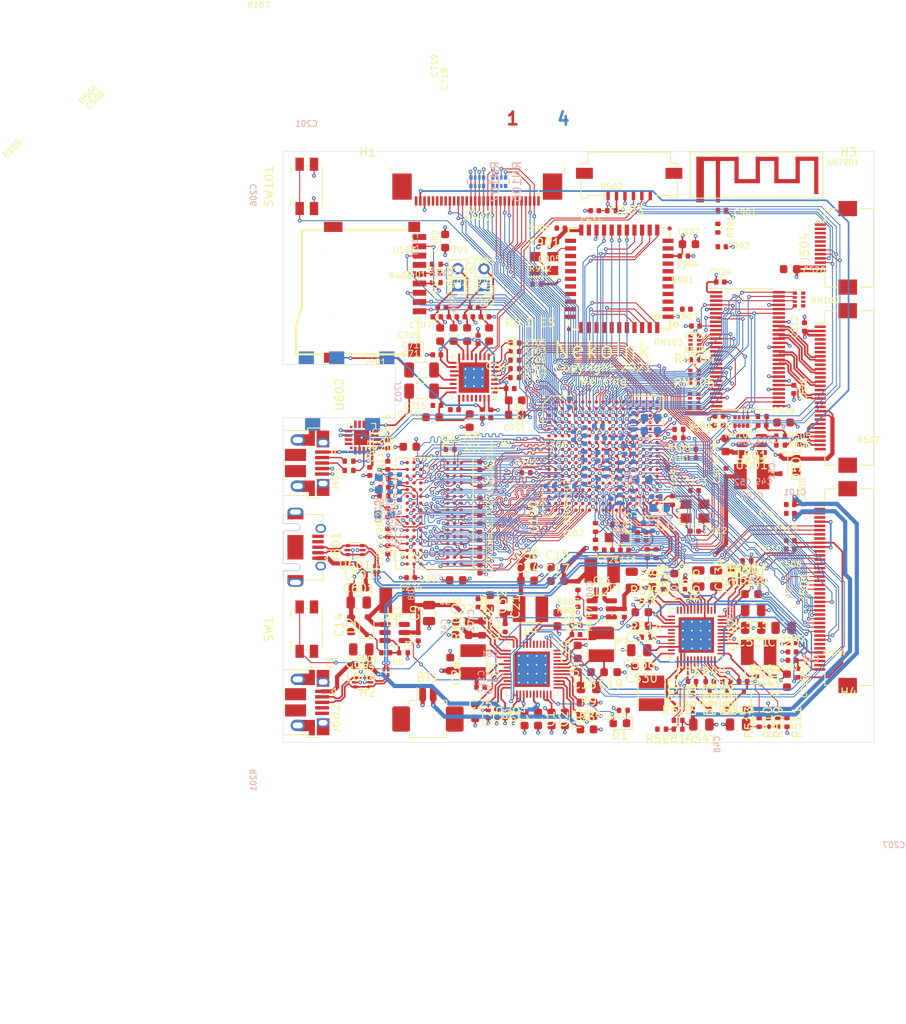
<source format=kicad_pcb>
(kicad_pcb (version 20210606) (generator pcbnew)
  (title_block (title "Archer mainboard") (date "2021-05-05") (rev "R0.1 draft") (company "Copyright EI-2030 2021. / Engineer: Wenting Zhang") (comment 2 "MERCHANTABILITY, SATISFACTORY QUALITY AND FITNESS FOR A PARTICULAR PURPOSE.") (comment 3 "This source is distributed WITHOUT ANY EXPRESS OR IMPLIED WARRANTY, INCLUDING OF") (comment 4 "This source describes Open Hardware and is licensed under the CERN-OHL-S v2."))
  (layers (0 "F.Cu" signal) (1 "In1.Cu" power) (2 "In2.Cu" mixed) (31 "B.Cu" signal) (34 "B.Paste" user) (35 "F.Paste" user) (36 "B.SilkS" user "B.Silkscreen") (37 "F.SilkS" user "F.Silkscreen") (38 "B.Mask" user) (39 "F.Mask" user) (44 "Edge.Cuts" user))
  (net 0 "")
  (net 1 "Net-(ANT901-Pad1)")
  (net 2 "GND")
  (net 3 "Net-(C13-Pad1)")
  (net 4 "Net-(C13-Pad2)")
  (net 5 "+BATT")
  (net 6 "IPSOUT")
  (net 7 "+5V")
  (net 8 "+3V3")
  (net 9 "+1V35")
  (net 10 "/power/VINT")
  (net 11 "Net-(C6-Pad1)")
  (net 12 "Net-(C7-Pad1)")
  (net 13 "Net-(C8-Pad1)")
  (net 14 "Net-(C19-Pad2)")
  (net 15 "+1V5")
  (net 16 "VBUS")
  (net 17 "Net-(C27-Pad2)")
  (net 18 "Net-(C29-Pad2)")
  (net 19 "+RTC")
  (net 20 "+3.3VA")
  (net 21 "/power/VDD_SNVS_CAP")
  (net 22 "/power/NVCC_PLL")
  (net 23 "/power/VDD_HIGH_CAP")
  (net 24 "Net-(C112-Pad1)")
  (net 25 "Net-(C113-Pad1)")
  (net 26 "Net-(C116-Pad1)")
  (net 27 "Net-(C117-Pad1)")
  (net 28 "/power/VDD_SOC_CAP")
  (net 29 "Net-(C121-Pad1)")
  (net 30 "/power/VDD_ARM_CAP")
  (net 31 "+DRAM_VREF")
  (net 32 "+VDD_HIGH_CAP")
  (net 33 "/lcd/BORDER")
  (net 34 "VNEG")
  (net 35 "VPOS")
  (net 36 "Net-(C401-Pad1)")
  (net 37 "Net-(C505-Pad2)")
  (net 38 "/lcd/LEDA")
  (net 39 "VCOM")
  (net 40 "Net-(C706-Pad1)")
  (net 41 "Net-(C709-Pad1)")
  (net 42 "Net-(C712-Pad1)")
  (net 43 "Net-(C712-Pad2)")
  (net 44 "Net-(C713-Pad1)")
  (net 45 "Net-(C713-Pad2)")
  (net 46 "Net-(C714-Pad2)")
  (net 47 "/audio/MICBIAS")
  (net 48 "Net-(C716-Pad2)")
  (net 49 "Net-(C717-Pad2)")
  (net 50 "Net-(C718-Pad2)")
  (net 51 "Net-(C902-Pad2)")
  (net 52 "Net-(C903-Pad1)")
  (net 53 "+3V3_LCD")
  (net 54 "VGH")
  (net 55 "Net-(D501-Pad2)")
  (net 56 "VGL")
  (net 57 "/lcd/EPD_TP_RST")
  (net 58 "SD1_DATA1")
  (net 59 "SD1_DATA0")
  (net 60 "SD1_CMD")
  (net 61 "SD1_DATA3")
  (net 62 "SD1_DATA2")
  (net 63 "/lcd/LEDK")
  (net 64 "I2C1_SCL")
  (net 65 "I2C1_SDA")
  (net 66 "EPDC_D0")
  (net 67 "EPDC_D1")
  (net 68 "EPDC_D2")
  (net 69 "EPDC_D3")
  (net 70 "EPDC_D4")
  (net 71 "EPDC_D5")
  (net 72 "EPDC_D6")
  (net 73 "EPDC_D7")
  (net 74 "EPDC_D8")
  (net 75 "EPDC_D9")
  (net 76 "EPDC_D10")
  (net 77 "EPDC_D11")
  (net 78 "EPDC_D12")
  (net 79 "EPDC_D13")
  (net 80 "EPDC_D14")
  (net 81 "EPDC_D15")
  (net 82 "EPDC_SDCE0")
  (net 83 "EPDC_SDLE")
  (net 84 "EPDC_SDOE")
  (net 85 "EPDC_GDCLK")
  (net 86 "EPDC_GDOE")
  (net 87 "EPDC_GDSP")
  (net 88 "EPDC_SDCLK")
  (net 89 "EPD_PWR_EN")
  (net 90 "I2C2_SDA")
  (net 91 "I2C2_SCL")
  (net 92 "Net-(C516-Pad2)")
  (net 93 "Net-(C521-Pad2)")
  (net 94 "/lcd/LVDS_CKP")
  (net 95 "/lcd/LVDS_CKN")
  (net 96 "/lcd/LVDS_D2P")
  (net 97 "/lcd/LVDS_D2N")
  (net 98 "/lcd/LVDS_D1P")
  (net 99 "/lcd/LVDS_D1N")
  (net 100 "/lcd/LVDS_D0P")
  (net 101 "/lcd/LVDS_D0N")
  (net 102 "Net-(C522-Pad1)")
  (net 103 "Net-(C522-Pad2)")
  (net 104 "Net-(C531-Pad1)")
  (net 105 "Net-(C531-Pad2)")
  (net 106 "Net-(J604-Pad2)")
  (net 107 "Net-(J604-Pad3)")
  (net 108 "Net-(J703-PadTN)")
  (net 109 "Net-(C532-Pad1)")
  (net 110 "Net-(C533-Pad1)")
  (net 111 "Net-(C534-Pad1)")
  (net 112 "Net-(C540-Pad1)")
  (net 113 "Net-(C613-Pad1)")
  (net 114 "Net-(D1-Pad1)")
  (net 115 "Net-(D1-Pad2)")
  (net 116 "Net-(D2-Pad2)")
  (net 117 "Net-(D504-Pad2)")
  (net 118 "Net-(L703-Pad1)")
  (net 119 "Net-(L704-Pad1)")
  (net 120 "Net-(L705-Pad1)")
  (net 121 "Net-(L706-Pad1)")
  (net 122 "Net-(R3-Pad1)")
  (net 123 "Net-(R5-Pad1)")
  (net 124 "Net-(R7-Pad1)")
  (net 125 "/usb/HOST_DP")
  (net 126 "Net-(R201-Pad2)")
  (net 127 "/ddr/DRAM_CKE")
  (net 128 "/ddr/DRAM_RST")
  (net 129 "Net-(R204-Pad1)")
  (net 130 "Net-(J601-Pad1)")
  (net 131 "SD1_CLK")
  (net 132 "/usb/HOST_DN")
  (net 133 "Net-(D506-Pad2)")
  (net 134 "LCD_EN")
  (net 135 "LCD_PWM")
  (net 136 "Net-(R505-Pad1)")
  (net 137 "Net-(R508-Pad2)")
  (net 138 "/usb/DEVICE_DN")
  (net 139 "Net-(R703-Pad2)")
  (net 140 "/usb/DEVICE_DP")
  (net 141 "Net-(R704-Pad2)")
  (net 142 "Net-(J604-Pad1)")
  (net 143 "Net-(R705-Pad2)")
  (net 144 "Net-(L3-Pad1)")
  (net 145 "Net-(R706-Pad2)")
  (net 146 "Net-(L4-Pad1)")
  (net 147 "Net-(R707-Pad2)")
  (net 148 "Net-(L5-Pad1)")
  (net 149 "USB_DEVICE_DP")
  (net 150 "USB_DEVICE_DN")
  (net 151 "/power/TS")
  (net 152 "UART3_RXD")
  (net 153 "UART3_TXD")
  (net 154 "SD2_CLK")
  (net 155 "SD2_DATA0")
  (net 156 "/cpu/BOOTMODE1")
  (net 157 "SD2_DATA1")
  (net 158 "SD2_DATA2")
  (net 159 "WL_PMU_EN")
  (net 160 "SD2_DATA3")
  (net 161 "SD2_CMD")
  (net 162 "Net-(R510-Pad2)")
  (net 163 "Net-(R512-Pad2)")
  (net 164 "WL_WAKE_AP")
  (net 165 "Net-(R513-Pad2)")
  (net 166 "Net-(R514-Pad2)")
  (net 167 "USB_HOST_DN")
  (net 168 "USB_HOST_DP")
  (net 169 "Net-(R515-Pad2)")
  (net 170 "/ddr/DRAM_DATA14")
  (net 171 "/ddr/DRAM_DATA15")
  (net 172 "/ddr/DRAM_WEB")
  (net 173 "/ddr/DRAM_CASB")
  (net 174 "/ddr/DRAM_DATA13")
  (net 175 "/ddr/DRAM_DATA8")
  (net 176 "/ddr/DRAM_RASB")
  (net 177 "/ddr/DRAM_ADDR1")
  (net 178 "/ddr/DRAM_ODT")
  (net 179 "/ddr/DRAM_DATA11")
  (net 180 "/ddr/DRAM_DATA12")
  (net 181 "/ddr/DRAM_DATA10")
  (net 182 "/ddr/DRAM_ADDR14")
  (net 183 "/ddr/DRAM_ADDR2")
  (net 184 "/ddr/DRAM_DATA6")
  (net 185 "/ddr/DRAM_DATA9")
  (net 186 "/ddr/DRAM_ADDR0")
  (net 187 "/ddr/DRAM_DATA5")
  (net 188 "/ddr/DRAM_DATA7")
  (net 189 "LCD1_CLK")
  (net 190 "LCD_D7")
  (net 191 "/ddr/DRAM_ADDR3")
  (net 192 "/ddr/DRAM_DATA2")
  (net 193 "LCD_D0")
  (net 194 "LCD_D8")
  (net 195 "/ddr/DRAM_ADDR4")
  (net 196 "/ddr/DRAM_BA1")
  (net 197 "/ddr/DRAM_BA0")
  (net 198 "/ddr/DRAM_ADDR12")
  (net 199 "/ddr/DRAM_ADDR11")
  (net 200 "/ddr/DRAM_ADDR6")
  (net 201 "/ddr/DRAM_ADDR8")
  (net 202 "/ddr/DRAM_ADDR7")
  (net 203 "/ddr/DRAM_DATA0")
  (net 204 "/ddr/DRAM_DATA4")
  (net 205 "LCD_D9")
  (net 206 "/ddr/DRAM_BA2")
  (net 207 "/ddr/DRAM_ADDR13")
  (net 208 "/ddr/DRAM_ADDR10")
  (net 209 "/ddr/DRAM_ADDR9")
  (net 210 "/ddr/DRAM_ADDR5")
  (net 211 "/ddr/DRAM_CSB")
  (net 212 "/ddr/DRAM_DATA1")
  (net 213 "/ddr/DRAM_DATA3")
  (net 214 "LCD_D15")
  (net 215 "LCD1_VSYNC")
  (net 216 "Net-(R516-Pad2)")
  (net 217 "Net-(R517-Pad1)")
  (net 218 "Net-(R518-Pad1)")
  (net 219 "Net-(R519-Pad2)")
  (net 220 "Net-(R606-Pad2)")
  (net 221 "Net-(R607-Pad2)")
  (net 222 "SAI2_TXFS")
  (net 223 "SAI2_TXC")
  (net 224 "SAI2_RXD")
  (net 225 "SAI2_TXD")
  (net 226 "SAI2_MCLK")
  (net 227 "/ddr/DRAM_CKP")
  (net 228 "LCD1_HSYNC")
  (net 229 "LCD1_DE")
  (net 230 "Net-(R902-Pad2)")
  (net 231 "LCD_D4")
  (net 232 "LCD_D6")
  (net 233 "LCD_D3")
  (net 234 "LCD_D2")
  (net 235 "LCD_D1")
  (net 236 "LCD_D5")
  (net 237 "LCD_D11")
  (net 238 "LCD_D10")
  (net 239 "/ddr/DRAM_CKN")
  (net 240 "LCD_D12")
  (net 241 "LCD_D13")
  (net 242 "LCD_D14")
  (net 243 "CSI_D1")
  (net 244 "CSI_D0")
  (net 245 "CSI_D11")
  (net 246 "CSI_D10")
  (net 247 "CSI_D12")
  (net 248 "CSI_D13")
  (net 249 "CSI_D15")
  (net 250 "CSI_D14")
  (net 251 "/power/EXTEN")
  (net 252 "PWROK")
  (net 253 "UART2_RTS")
  (net 254 "UART2_CTS")
  (net 255 "UART2_RXD")
  (net 256 "UART2_TXD")
  (net 257 "CSI_D9")
  (net 258 "CSI_D8")
  (net 259 "CSI_D7")
  (net 260 "CSI_D6")
  (net 261 "CSI_D5")
  (net 262 "CSI_D4")
  (net 263 "CSI_D3")
  (net 264 "CSI_D2")
  (net 265 "CSI_PIXCLK")
  (net 266 "CSI_VSYNC")
  (net 267 "CSI_HSYNC")
  (net 268 "Net-(U901-Pad24)")
  (net 269 "Net-(R4-Pad2)")
  (net 270 "Net-(J602-Pad1)")
  (net 271 "/ddr/DRAM_LDQSP")
  (net 272 "/ddr/DRAM_LDQSN")
  (net 273 "/ddr/DRAM_UDQSP")
  (net 274 "/ddr/DRAM_UDQSN")
  (net 275 "/ddr/DRAM_DQM0")
  (net 276 "/ddr/DRAM_DQM1")
  (net 277 "Net-(U100-PadA4)")
  (net 278 "EPD_TP_INT")
  (net 279 "Net-(C28-Pad2)")
  (footprint "footprints:RL-SM02BD(RTL8723BS)" (layer "F.Cu") (at 156.827754 85.1 180)
    (fp_text reference "U901")
    (fp_text value "RTL8723BS")
  )
  (footprint "Capacitor_SMD:C_0402_1005Metric" (layer "F.Cu") (at 133 127.5 90)
    (fp_text reference "C11")
    (fp_text value "100nF")
  )
  (footprint "Capacitor_SMD:C_0402_1005Metric" (layer "F.Cu") (at 169 77 180)
    (fp_text reference "C901")
    (fp_text value "DNP")
  )
  (footprint "Resistor_SMD:R_0402_1005Metric" (layer "F.Cu") (at 161.19 117.66 -90)
    (fp_text reference "R103")
    (fp_text value "DNP/10K")
  )
  (footprint "Capacitor_SMD:C_0603_1608Metric" (layer "F.Cu") (at 138.2 127.3)
    (fp_text reference "C26")
    (fp_text value "10uF")
  )
  (footprint "Capacitor_SMD:C_0402_1005Metric" (layer "F.Cu") (at 137.3 100.6 180)
    (fp_text reference "C715")
    (fp_text value "100nF")
  )
  (footprint "Resistor_SMD:R_Array_Convex_4x0402" (layer "F.Cu") (at 165.77 92.63)
    (fp_text reference "RN103")
    (fp_text value "10K")
  )
  (footprint "Resistor_SMD:R_Array_Convex_4x0402" (layer "F.Cu") (at 165.75 96.7)
    (fp_text reference "RN104")
    (fp_text value "10K")
  )
  (footprint "Capacitor_SMD:C_0603_1608Metric" (layer "F.Cu") (at 136.19 80.62 90)
    (fp_text reference "C402")
    (fp_text value "22uF")
  )
  (footprint "Capacitor_SMD:C_0603_1608Metric" (layer "F.Cu") (at 139.75 136.4 -90)
    (fp_text reference "C7")
    (fp_text value "4.7uF")
  )
  (footprint "Capacitor_SMD:C_0402_1005Metric" (layer "F.Cu") (at 158.96 115.61 -90)
    (fp_text reference "C114")
    (fp_text value "220nF")
  )
  (footprint "Connector_USB:USB_Micro-B_Amphenol_10103594-0001LF_Horizontal" (layer "F.Cu") (at 119.845 135.3 -90)
    (fp_text reference "J602")
    (fp_text value "USB_B_Micro")
  )
  (footprint "Capacitor_SMD:C_0603_1608Metric" (layer "F.Cu") (at 153 138.48)
    (fp_text reference "C3")
    (fp_text value "10uF")
  )
  (footprint "Capacitor_SMD:C_0603_1608Metric" (layer "F.Cu") (at 148.48 80.6 180)
    (fp_text reference "C905")
    (fp_text value "10uF")
  )
  (footprint "Resistor_SMD:R_0402_1005Metric" (layer "F.Cu") (at 129.15 129.4 180)
    (fp_text reference "R5")
    (fp_text value "200K/1%")
  )
  (footprint "Capacitor_SMD:C_0402_1005Metric" (layer "F.Cu") (at 168.99 81.3 180)
    (fp_text reference "C902")
    (fp_text value "DNP")
  )
  (footprint "Capacitor_SMD:C_0805_2012Metric" (layer "F.Cu") (at 170.9 137.9)
    (fp_text reference "C517")
    (fp_text value "4.7uF/25V")
  )
  (footprint "Capacitor_SMD:C_0402_1005Metric" (layer "F.Cu") (at 140.325 111.600001 -90)
    (fp_text reference "C221")
    (fp_text value "220nF")
  )
  (footprint "Resistor_SMD:R_0402_1005Metric" (layer "F.Cu") (at 128.930001 110.800001 180)
    (fp_text reference "R204")
    (fp_text value "240R 1%")
  )
  (footprint "Capacitor_SMD:C_0603_1608Metric" (layer "F.Cu") (at 147.2 137.25 -90)
    (fp_text reference "C1")
    (fp_text value "10uF")
  )
  (footprint "Capacitor_SMD:C_0402_1005Metric" (layer "F.Cu") (at 151.7 127.25)
    (fp_text reference "C8")
    (fp_text value "100nF")
  )
  (footprint "Resistor_SMD:R_0402_1005Metric" (layer "F.Cu") (at 136.78 105.3)
    (fp_text reference "R203")
    (fp_text value "10K")
  )
  (footprint "Capacitor_SMD:C_0603_1608Metric" (layer "F.Cu") (at 163.35 120.8 90)
    (fp_text reference "C533")
    (fp_text value "4.7uF")
  )
  (footprint "footprints:L_1212" (layer "F.Cu") (at 154.8 119.6 180)
    (fp_text reference "L2")
    (fp_text value "4.7uH")
  )
  (footprint "Capacitor_SMD:C_0603_1608Metric" (layer "F.Cu") (at 153 135.3 180)
    (fp_text reference "C28")
    (fp_text value "4.7uF")
  )
  (footprint "Capacitor_SMD:C_0603_1608Metric" (layer "F.Cu") (at 177.830019 107.185659 90)
    (fp_text reference "C506")
    (fp_text value "1uF/35V")
  )
  (footprint "Diode_SMD:D_SOD-323" (layer "F.Cu") (at 165.55 135 -90)
    (fp_text reference "D507")
    (fp_text value "B0530WS")
  )
  (footprint "footprints:L_CommonModeChoke_Panasonic_EXC14CE" (layer "F.Cu") (at 128.06 119.48 180)
    (fp_text reference "L602")
    (fp_text value "EXC14CE900U")
  )
  (footprint "Connector_FFC-FPC:TE_3-1734839-0_1x30-1MP_P0.5mm_Horizontal" (layer "F.Cu") (at 140 74.525 180)
    (fp_text reference "J300")
    (fp_text value "Conn_01x30_MountingPin")
  )
  (footprint "footprints:Hirose_FH12-12S-0.5SH_1x12-1MP_P0.50mm_Horizontal_Reversed" (layer "F.Cu") (at 182.5 81.43 90)
    (fp_text reference "J504")
    (fp_text value "0.5mm")
  )
  (footprint "Resistor_SMD:R_0402_1005Metric" (layer "F.Cu") (at 151.7 126.15)
    (fp_text reference "R4")
    (fp_text value "1K")
  )
  (footprint "footprints:L_1212" (layer "F.Cu") (at 154.7 128.4 -90)
    (fp_text reference "L3")
    (fp_text value "4.7uH")
  )
  (footprint "MountingHole:MountingHole_2.2mm_M2_DIN965" (layer "F.Cu") (at 184 73)
    (fp_text reference "H3")
    (fp_text value "MountingHole")
  )
  (footprint "Capacitor_SMD:C_0805_2012Metric" (layer "F.Cu") (at 166.2 120.6 90)
    (fp_text reference "C532")
    (fp_text value "4.7uF/25V")
  )
  (footprint "Capacitor_SMD:C_0402_1005Metric" (layer "F.Cu") (at 129.4 112.800001 90)
    (fp_text reference "C222")
    (fp_text value "220nF")
  )
  (footprint "Capacitor_SMD:C_0603_1608Metric" (layer "F.Cu") (at 145.925 119.19)
    (fp_text reference "C58")
    (fp_text value "4.7uF")
  )
  (footprint "Diode_SMD:D_SOD-323" (layer "F.Cu") (at 175.946388 107.13907 -90)
    (fp_text reference "D501")
    (fp_text value "B0530WS")
  )
  (footprint "Capacitor_SMD:C_0603_1608Metric" (layer "F.Cu") (at 172.5 122.45)
    (fp_text reference "C539")
    (fp_text value "4.7uF")
  )
  (footprint "Resistor_SMD:R_0402_1005Metric" (layer "F.Cu") (at 144.454142 92.698781 180)
    (fp_text reference "R705")
    (fp_text value "22R")
  )
  (footprint "Capacitor_SMD:C_0402_1005Metric" (layer "F.Cu") (at 135.2 89.600001 180)
    (fp_text reference "C718")
    (fp_text value "100nF")
  )
  (footprint "MountingHole:MountingHole_2.2mm_M2_DIN965" (layer "F.Cu") (at 184 137)
    (fp_text reference "H4")
    (fp_text value "MountingHole")
  )
  (footprint "Inductor_SMD:L_0603_1608Metric" (layer "F.Cu") (at 141.4 91.7 90)
    (fp_text reference "L706")
    (fp_text value "15uH")
  )
  (footprint "Package_TO_SOT_SMD:TSOT-23-6" (layer "F.Cu") (at 154.75 124.2)
    (fp_text reference "U3")
    (fp_text value "SY8120")
  )
  (footprint "Resistor_SMD:R_0402_1005Metric" (layer "F.Cu") (at 174.5 137.65 -90)
    (fp_text reference "R509")
    (fp_text value "100K")
  )
  (footprint "Capacitor_SMD:C_0603_1608Metric" (layer "F.Cu") (at 176.7 132.7 90)
    (fp_text reference "C519")
    (fp_text value "10uF")
  )
  (footprint "Capacitor_SMD:C_0402_1005Metric" (layer "F.Cu") (at 128.980001 109.8 180)
    (fp_text reference "C208")
    (fp_text value "220nF")
  )
  (footprint "Resistor_SMD:R_0402_1005Metric" (layer "F.Cu") (at 160 123.2)
    (fp_text reference "R515")
    (fp_text value "NC")
  )
  (footprint "footprints:BGA-96_9.0x13.0mm_P0.8mm" (layer "F.Cu") (at 134.899999 112.878681 180)
    (fp_text reference "U202")
    (fp_text value "MT41K256M16HA")
  )
  (footprint "Capacitor_SMD:C_0603_1608Metric" (layer "F.Cu") (at 145.95 120.84)
    (fp_text reference "C54")
    (fp_text value "22uF")
  )
  (footprint "Resistor_SMD:R_0402_1005Metric" (layer "F.Cu") (at 178 131.8 90)
    (fp_text reference "R501")
    (fp_text value "0R")
  )
  (footprint "Capacitor_SMD:C_0402_1005Metric" (layer "F.Cu") (at 157.45 117.24)
    (fp_text reference "C116")
    (fp_text value "DNP/18pF")
  )
  (footprint "Resistor_SMD:R_Array_Convex_4x0402" (layer "F.Cu") (at 165.71 99.5)
    (fp_text reference "RN105")
    (fp_text value "10K")
  )
  (footprint "Resistor_SMD:R_Array_Convex_4x0402" (layer "F.Cu") (at 171.29 102 -90)
    (fp_text reference "RN101")
    (fp_text value "10K")
  )
  (footprint "Capacitor_SMD:C_0402_1005Metric" (layer "F.Cu") (at 144.3 136.65 -90)
    (fp_text reference "C4")
    (fp_text value "2.2uF")
  )
  (footprint "Capacitor_SMD:C_0603_1608Metric" (layer "F.Cu") (at 159.5 126.2 180)
    (fp_text reference "C535")
    (fp_text value "4.7uF")
  )
  (footprint "Capacitor_SMD:C_0402_1005Metric" (layer "F.Cu") (at 165.87 90.69 180)
    (fp_text reference "C527")
    (fp_text value "220nF")
  )
  (footprint "Resistor_SMD:R_0402_1005Metric" (layer "F.Cu") (at 168.51 79.1 90)
    (fp_text reference "R901")
    (fp_text value "0R")
  )
  (footprint "Resistor_SMD:R_0402_1005Metric" (layer "F.Cu") (at 173.4 137.65 90)
    (fp_text reference "R513")
    (fp_text value "NC")
  )
  (footprint "footprints:BGA-289_17x17_14.0x14.0mm" (layer "F.Cu") (at 154.9 106.1)
    (fp_text reference "U100")
    (fp_text value "MCIMX6Y7DVM09AB")
  )
  (footprint "Capacitor_SMD:C_0603_1608Metric" (layer "F.Cu") (at 165.079999 80.999999)
    (fp_text reference "C907")
    (fp_text value "10uF")
  )
  (footprint "Capacitor_SMD:C_0402_1005Metric" (layer "F.Cu") (at 177.3 129.3 180)
    (fp_text reference "C504")
    (fp_text value "220nF")
  )
  (footprint "Package_SO:TSSOP-56_6.1x14mm_P0.5mm" (layer "F.Cu") (at 172.02 93.44)
    (fp_text reference "U503")
    (fp_text value "DS90C385A/GM8285C")
  )
  (footprint "Capacitor_SMD:C_0402_1005Metric" (layer "F.Cu") (at 129.4 107.200001 90)
    (fp_text reference "C213")
    (fp_text value "220nF")
  )
  (footprint "Capacitor_SMD:C_0603_1608Metric" (layer "F.Cu") (at 145.6 137.25 90)
    (fp_text reference "C30")
    (fp_text value "4.7uF")
  )
  (footprint "Capacitor_SMD:C_0603_1608Metric" (layer "F.Cu") (at 169.43002 104.785656 -90)
    (fp_text reference "C501")
    (fp_text value "10uF")
  )
  (footprint "Capacitor_SMD:C_0805_2012Metric" (layer "F.Cu") (at 134.29 124.7 90)
    (fp_text reference "C9")
    (fp_text value "4.7uF/25V")
  )
  (footprint "Capacitor_SMD:C_0805_2012Metric" (layer "F.Cu") (at 168.3 120.6 -90)
    (fp_text reference "C538")
    (fp_text value "4.7uF/25V")
  )
  (footprint "Package_DFN_QFN:QFN-48-1EP_6x6mm_P0.4mm_EP4.2x4.2mm_ThermalVias" (layer "F.Cu") (at 146.5 131.35 -90)
    (fp_text reference "U1")
    (fp_text value "AXP209")
  )
  (footprint "Oscillator:Oscillator_SMD_Abracon_ASE-4Pin_3.2x2.5mm" (layer "F.Cu") (at 165.8 112.625)
    (fp_text reference "Y101")
    (fp_text value "24MHz")
  )
  (footprint "Resistor_SMD:R_0402_1005Metric" (layer "F.Cu") (at 147.06 85.72 180)
    (fp_text reference "R902")
    (fp_text value "10K")
  )
  (footprint "Capacitor_SMD:C_0402_1005Metric" (layer "F.Cu") (at 169.480019 108.035658 -90)
    (fp_text reference "C503")
    (fp_text value "100nF")
  )
  (footprint "footprints:L_1212" (layer "F.Cu") (at 139.5 130.5 -90)
    (fp_text reference "L5")
    (fp_text value "4.7uH")
  )
  (footprint "footprints:L_1212" (layer "F.Cu") (at 160.65 134.2 -90)
    (fp_text reference "L503")
    (fp_text value "2.2uH")
  )
  (footprint "Resistor_SMD:R_0402_1005Metric" (layer "F.Cu") (at 140.6 101.1 90)
    (fp_text reference "R708")
    (fp_text value "100K")
  )
  (footprint "Resistor_SMD:R_0402_1005Metric" (layer "F.Cu") (at 124.8 106.7)
    (fp_text reference "R607")
    (fp_text value "22")
  )
  (footprint "Capacitor_SMD:C_0402_1005Metric" (layer "F.Cu") (at 135.22 100.1 180)
    (fp_text reference "C709")
    (fp_text value "470nF")
  )
  (footprint "Capacitor_SMD:C_0402_1005Metric" (layer "F.Cu") (at 165.73995 110.19731 180)
    (fp_text reference "C113")
    (fp_text value "18pF")
  )
  (footprint "Capacitor_SMD:C_0603_1608Metric" (layer "F.Cu") (at 176.29 102.12)
    (fp_text reference "C528")
    (fp_text value "22uF")
  )
  (footprint "Button_Switch_SMD:Panasonic_EVQPUJ_EVQPUA" (layer "F.Cu") (at 119.8 74.15 90)
    (fp_text reference "SW101")
    (fp_text value "EVQPUJ02K")
  )
  (footprint "Connector_USB:USB_Micro-B_Amphenol_10103594-0001LF_Horizontal" (layer "F.Cu") (at 119.84 106.95 -90)
    (fp_text reference "J604")
    (fp_text value "USB_B_Micro")
  )
  (footprint "Capacitor_SMD:C_0402_1005Metric" (layer "F.Cu") (at 177.1 116.1 180)
    (fp_text reference "C508")
    (fp_text value "220nF")
  )
  (footprint "Resistor_SMD:R_0402_1005Metric" (layer "F.Cu") (at 131.25 129.4 180)
    (fp_text reference "R6")
    (fp_text value "27K/1%")
  )
  (footprint "Capacitor_SMD:C_0402_1005Metric" (layer "F.Cu") (at 168.8 85.48)
    (fp_text reference "C524")
    (fp_text value "220nF")
  )
  (footprint "footprints:bt_antenna_1ant_2gnd" (layer "F.Cu") (at 165.214531 75.53845)
    (fp_text reference "ANT901")
    (fp_text value "PCB_WIFI_ANT")
  )
  (footprint "Capacitor_SMD:C_0603_1608Metric" (layer "F.Cu") (at 134.7 101.5 180)
    (fp_text reference "C710")
    (fp_text value "4.7uF")
  )
  (footprint "Capacitor_SMD:C_0603_1608Metric" (layer "F.Cu") (at 153 136.9 180)
    (fp_text reference "C31")
    (fp_text value "4.7uF")
  )
  (footprint "Capacitor_SMD:C_0402_1005Metric" (layer "F.Cu") (at 129.36 104.67 90)
    (fp_text reference "C615")
    (fp_text value "100nF")
  )
  (footprint "Capacitor_SMD:C_0402_1005Metric" (layer "F.Cu") (at 127.26 107.92 -90)
    (fp_text reference "C613")
    (fp_text value "100nF")
  )
  (footprint "Capacitor_SMD:C_0603_1608Metric" (layer "F.Cu") (at 149.5 120.9)
    (fp_text reference "C17")
    (fp_text value "10uF")
  )
  (footprint "Capacitor_SMD:C_0402_1005Metric" (layer "F.Cu") (at 143.899999 98.1)
    (fp_text reference "C706")
    (fp_text value "470nF")
  )
  (footprint "Resistor_SMD:R_0402_1005Metric" (layer "F.Cu") (at 163.123654 111.355027 -90)
    (fp_text reference "R109")
    (fp_text value "1M")
  )
  (footprint "Resistor_SMD:R_0603_1608Metric" (layer "F.Cu") (at 150.38 137.25 -90)
    (fp_text reference "TH1")
    (fp_text value "10K")
  )
  (footprint "Capacitor_SMD:C_0603_1608Metric" (layer "F.Cu") (at 159.5 124.6)
    (fp_text reference "C518")
    (fp_text value "4.7uF")
  )
  (footprint "Capacitor_SMD:C_0805_2012Metric" (layer "F.Cu") (at 158.3 120.75 -90)
    (fp_text reference "C10")
    (fp_text value "4.7uF/25V")
  )
  (footprint "Capacitor_SMD:C_1206_3216Metric" (layer "F.Cu") (at 133.399998 98.4 180)
    (fp_text reference "C712")
    (fp_text value "100uF")
  )
  (footprint "Resistor_SMD:R_0402_1005Metric" (layer "F.Cu") (at 163.9 103.95 180)
    (fp_text reference "R108")
    (fp_text value "10K")
  )
  (footprint "Inductor_SMD:L_0603_1608Metric" (layer "F.Cu") (at 139.099999 101.900001 -90)
    (fp_text reference "L702")
    (fp_text value "120R")
  )
  (footprint "Capacitor_SMD:C_0402_1005Metric" (layer "F.Cu") (at 177.1 117.1 180)
    (fp_text reference "C510")
    (fp_text value "220nF")
  )
  (footprint "Capacitor_SMD:C_0603_1608Metric" (layer "F.Cu") (at 138.2 125.7)
    (fp_text reference "C27")
    (fp_text value "10uF")
  )
  (footprint "Resistor_SMD:R_0402_1005Metric" (layer "F.Cu") (at 178.21 104.22 -90)
    (fp_text reference "R507")
    (fp_text value "1.8R")
  )
  (footprint "Connector_Molex:Molex_PicoBlade_53261-0271_1x02-1MP_P1.25mm_Horizontal" (layer "F.Cu") (at 134.15 136.75)
    (fp_text reference "BT1")
    (fp_text value "Conn_01x02")
  )
  (footprint "Resistor_SMD:R_0402_1005Metric" (layer "F.Cu") (at 145.78 108.08)
    (fp_text reference "R202")
    (fp_text value "10K")
  )
  (footprint "Resistor_SMD:R_Array_Convex_4x0402" (layer "F.Cu") (at 178.13 87.55 180)
    (fp_text reference "RN102")
    (fp_text value "10K")
  )
  (footprint "Resistor_SMD:R_0402_1005Metric" (layer "F.Cu") (at 163.89 102.93 180)
    (fp_text reference "R110")
    (fp_text value "10K")
  )
  (footprint "Capacitor_SMD:C_0402_1005Metric" (layer "F.Cu") (at 177.1 112.89 180)
    (fp_text reference "C511")
    (fp_text value "220nF")
  )
  (footprint "Button_Switch_SMD:Panasonic_EVQPUJ_EVQPUA" (layer "F.Cu") (at 119.8 126.6 90)
    (fp_text reference "SW1")
    (fp_text value "EVQPUJ02K")
  )
  (footprint "Capacitor_SMD:C_0603_1608Metric" (layer "F.Cu") (at 151.9 129.3 90)
    (fp_text reference "C20")
    (fp_text value "10uF")
  )
  (footprint "Package_TO_SOT_SMD:SOT-666" (layer "F.Cu") (at 126.4 132.9)
    (fp_text reference "U605")
    (fp_text value "USBLC6-2P6")
  )
  (footprint "Resistor_SMD:R_0402_1005Metric" (layer "F.Cu") (at 175.945365 103.741436)
    (fp_text reference "R505")
    (fp_text value "10K")
  )
  (footprint "Capacitor_SMD:C_0402_1005Metric" (layer "F.Cu") (at 153.92 77.03 180)
    (fp_text reference "C514")
    (fp_text value "220nF")
  )
  (footprint "Resistor_SMD:R_0402_1005Metric" (layer "F.Cu") (at 168.62 102.44 180)
    (fp_text reference "R503")
    (fp_text value "10K")
  )
  (footprint "Resistor_SMD:R_0402_1005Metric" (layer "F.Cu") (at 151.926369 123.443411 90)
    (fp_text reference "R8")
    (fp_text value "27K/1%")
  )
  (footprint "Resistor_SMD:R_0402_1005Metric" (layer "F.Cu") (at 171.95 119.55 180)
    (fp_text reference "R512")
    (fp_text value "43K")
  )
  (footprint "Resistor_SMD:R_0402_1005Metric" (layer "F.Cu") (at 156.51 114.22)
    (fp_text reference "R111")
    (fp_text value "DNP/4.75M")
  )
  (footprint "Connector_PinHeader_2.00mm:PinHeader_1x02_P2.00mm_Vertical" (layer "F.Cu") (at 140.8 85.9 180)
    (fp_text reference "J702")
    (fp_text value "Conn_01x02")
  )
  (footprint "Resistor_SMD:R_0402_1005Metric" (layer "F.Cu") (at 175.6 137.65 90)
    (fp_text reference "R510")
    (fp_text value "976K/1%")
  )
  (footprint "Capacitor_SMD:C_0603_1608Metric" (layer "F.Cu") (at 144.5 99.5)
    (fp_text reference "C711")
    (fp_text value "4.7uF")
  )
  (footprint "Capacitor_SMD:C_0402_1005Metric" (layer "F.Cu") (at 177.3 128.3 180)
    (fp_text reference "C507")
    (fp_text value "220nF")
  )
  (footprint "Connector_PinHeader_2.00mm:PinHeader_1x02_P2.00mm_Vertical" (layer "F.Cu") (at 137.7 85.9 180)
    (fp_text reference "J701")
    (fp_text value "Conn_01x02")
  )
  (footprint "Connector_USB:USB_Micro-AB_Molex_47590-0001" (layer "F.Cu") (at 118.45 116.9 -90)
    (fp_text reference "J601")
    (fp_text value "USB_AB_Micro")
    (fp_line (start -2.8 -0.125) (end -2.8 1.45) (layer "Edge.Cuts") (width 0.1))
    (fp_line (start 2.8 -0.125) (end 2.8 1.45) (layer "Edge.Cuts") (width 0.1))
    (fp_line (start -3.75 1.45) (end -2.8 1.45) (layer "Edge.Cuts") (width 0.1))
    (fp_line (start 2.8 1.45) (end 3.75 1.45) (layer "Edge.Cuts") (width 0.1))
    (fp_line (start -1.95 1.45) (end 1.95 1.45) (layer "Edge.Cuts") (width 0.1))
    (fp_line (start -1.95 -0.125) (end -1.95 1.45) (layer "Edge.Cuts") (width 0.1))
    (fp_line (start 1.95 -0.125) (end 1.95 1.45) (layer "Edge.Cuts") (width 0.1))
    (fp_arc (start -2.375 -0.125) (end -2.8 -0.125) (angle 180) (layer "Edge.Cuts") (width 0.1))
    (fp_arc (start 2.375 -0.125) (end 1.95 -0.125) (angle 180) (layer "Edge.Cuts") (width 0.1))
  )
  (footprint "footprints:L_CommonModeChoke_Panasonic_EXC14CE" (layer "F.Cu") (at 129.19 131.7)
    (fp_text reference "L601")
    (fp_text value "EXC14CE900U")
  )
  (footprint "Capacitor_SMD:C_0402_1005Metric" (layer "F.Cu") (at 164.479998 82.399999)
    (fp_text reference "C904")
    (fp_text value "100nF")
  )
  (footprint "Capacitor_SMD:C_0402_1005Metric" (layer "F.Cu") (at 140.4 133.5 180)
    (fp_text reference "C25")
    (fp_text value "1nF")
  )
  (footprint "Capacitor_SMD:C_0402_1005Metric" (layer "F.Cu") (at 141.3 136.65 -90)
    (fp_text reference "C5")
    (fp_text value "220nF")
  )
  (footprint "Capacitor_SMD:C_0402_1005Metric" (layer "F.Cu") (at 165.73995 115.005636)
    (fp_text reference "C112")
    (fp_text value "18pF")
  )
  (footprint "Capacitor_SMD:C_0402_1005Metric" (layer "F.Cu") (at 160 115.61 -90)
    (fp_text reference "C115")
    (fp_text value "220nF")
  )
  (footprint "Capacitor_SMD:C_0603_1608Metric" (layer "F.Cu") (at 125.05 126.1 90)
    (fp_text reference "C14")
    (fp_text value "10uF")
  )
  (footprint "Diode_SMD:D_SOD-323" (layer "F.Cu") (at 171.6 135 90)
    (fp_text reference "D502")
    (fp_text value "B0530WS")
  )
  (footprint "Capacitor_SMD:C_0603_1608Metric" (layer "F.Cu") (at 177.08 83.95 180)
    (fp_text reference "C520")
    (fp_text value "10uF/6.3V")
  )
  (footprint "Capacitor_SMD:C_0603_1608Metric" (layer "F.Cu") (at 149.5 125.45 -90)
    (fp_text reference "C23")
    (fp_text value "10uF")
  )
  (footprint "Package_DFN_QFN:QFN-48-1EP_6x6mm_P0.4mm_EP4.2x4.2mm_ThermalVias" (layer "F.Cu") (at 165.95 127.3 -90)
    (fp_text reference "U502")
    (fp_text value "TPS65185")
  )
  (footprint "Inductor_SMD:L_0603_1608Metric" (layer "F.Cu") (at 126 121.65)
    (fp_text reference "L603")
    (fp_text value "120R")
  )
  (footprint "Capacitor_SMD:C_0402_1005Metric" (layer "F.Cu") (at 140.302654 113.586583 -90)
    (fp_text reference "C210")
    (fp_text value "220nF")
  )
  (footprint "footprints:L_1212" (layer "F.Cu") (at 172.530019 108.535659)
    (fp_text reference "L501")
    (fp_text value "4.7uH")
  )
  (footprint "Capacitor_SMD:C_0402_1005Metric" (layer "F.Cu") (at 177.3 130.3 180)
    (fp_text reference "C502")
    (fp_text value "220nF")
  )
  (footprint "Resistor_SMD:R_0402_1005Metric" (layer "F.Cu") (at 151.92637 121.443411 90)
    (fp_text reference "R7")
    (fp_text value "121K/1%")
  )
  (footprint "Capacitor_SMD:C_0805_2012Metric" (layer "F.Cu") (at 166.55 137.9 180)
    (fp_text reference "C541")
    (fp_text value "4.7uF/25V")
  )
  (footprint "Capacitor_SMD:C_0805_2012Metric" (layer "F.Cu") (at 172.7 124.35 180)
    (fp_text reference "C515")
    (fp_text value "4.7uF/25V")
  )
  (footprint "Resistor_SMD:R_0402_1005Metric" (layer "F.Cu") (at 135.15 83.38)
    (fp_text reference "R401")
    (fp_text value "33")
  )
  (footprint "Capacitor_SMD:C_0402_1005Metric" (layer "F.Cu") (at 140.1 92.3 90)
    (fp_text reference "C708")
    (fp_text value "470nF")
  )
  (footprint "Capacitor_SMD:C_0402_1005Metric" (layer "F.Cu") (at 135.2 94.1 180)
    (fp_text reference "C707")
    (fp_text value "470nF")
  )
  (footprint "Resistor_SMD:R_0402_1005Metric" (layer "F.Cu") (at 165.82 94.69)
    (fp_text reference "R508")
    (fp_text value "10K")
  )
  (footprint "Capacitor_SMD:C_0402_1005Metric" (layer "F.Cu") (at 140.3 109.200001 90)
    (fp_text reference "C216")
    (fp_text value "220nF")
  )
  (footprint "Diode_SMD:D_SOD-323" (layer "F.Cu") (at 167.55 135 -90)
    (fp_text reference "D505")
    (fp_text value "B0530WS")
  )
  (footprint "Capacitor_SMD:C_0603_1608Metric" (layer "F.Cu") (at 149.5 119.25)
    (fp_text reference "C15")
    (fp_text value "10uF")
  )
  (footprint "Diode_SMD:D_SOD-323" (layer "F.Cu") (at 163.55 135 -90)
    (fp_text reference "D506")
    (fp_text value "B0530WS")
  )
  (footprint "Oscillator:Oscillator_SMD_Abracon_ASE-4Pin_3.2x2.5mm" (layer "F.Cu") (at 147.9 83.3)
    (fp_text reference "X901")
    (fp_text value "32.768kHz")
  )
  (footprint "Capacitor_SMD:C_0402_1005Metric" (layer "F.Cu") (at 139.619999 88.500001)
    (fp_text reference "C720")
    (fp_text value "470nF")
  )
  (footprint "Capacitor_SMD:C_0402_1005Metric" (layer "F.Cu") (at 173.77 102.45)
    (fp_text reference "C505")
    (fp_text value "220nF")
  )
  (footprint "Resistor_SMD:R_0402_1005Metric" (layer "F.Cu") (at 154.010001 116.529899 -90)
    (fp_text reference "R101")
    (fp_text value "10K")
  )
  (footprint "MountingHole:MountingHole_2.2mm_M2_DIN965" (layer "F.Cu") (at 127 137)
    (fp_text reference "H2")
    (fp_text value "MountingHole")
  )
  (footprint "Capacitor_SMD:C_0603_1608Metric" (layer "F.Cu") (at 160.75 120.8 -90)
    (fp_text reference "C529")
    (fp_text value "4.7uF")
  )
  (footprint "Capacitor_SMD:C_0402_1005Metric" (layer "F.Cu") (at 140.3 107.250001 90)
    (fp_text reference "C212")
    (fp_text value "220nF")
  )
  (footprint "Capacitor_SMD:C_0402_1005Metric" (layer "F.Cu") (at 177.51 98.19 -90)
    (fp_text reference "C525")
    (fp_text value "220nF")
  )
  (footprint "Capacitor_SMD:C_0402_1005Metric" (layer "F.Cu") (at 171.5 132.8 180)
    (fp_text reference "C522")
    (fp_text value "10nF")
  )
  (footprint "Capacitor_SMD:C_0402_1005Metric" (layer "F.Cu") (at 167.55 132.8)
    (fp_text reference "C540")
    (fp_text value "100nF")
  )
  (footprint "Capacitor_SMD:C_0402_1005Metric" (layer "F.Cu") (at 164.779999 88.699999)
    (fp_text reference "C903")
    (fp_text value "33pF/50V/5%")
  )
  (footprint "Capacitor_SMD:C_0402_1005Metric" (layer "F.Cu") (at 154.6 121.95 180)
    (fp_text reference "C13")
    (fp_text value "100nF")
  )
  (footprint "Capacitor_SMD:C_0603_1608Metric" (layer "F.Cu") (at 159.45 131 180)
    (fp_text reference "C530")
    (fp_text value "10uF")
  )
  (footprint "Capacitor_SMD:C_0402_1005Metric" (layer "F.Cu") (at 132.099999 120.500001 180)
    (fp_text reference "C236")
    (fp_text value "220nF")
  )
  (footprint "Inductor_SMD:L_0603_1608Metric" (layer "F.Cu") (at 137.2 91.7 90)
    (fp_text reference "L704")
    (fp_text value "15uH")
  )
  (footprint "Capacitor_SMD:C_0402_1005Metric" (layer "F.Cu") (at 141.599999 101.100001 -90)
    (fp_text reference "C705")
    (fp_text value "470nF")
  )
  (footprint "Diode_SMD:D_SOD-323" (layer "F.Cu") (at 169.6 135 90)
    (fp_text reference "D503")
    (fp_text value "B0530WS")
  )
  (footprint "Capacitor_SMD:C_0603_1608Metric" (layer "F.Cu") (at 170.16 120.15 90)
    (fp_text reference "C534")
    (fp_text value "4.7uF")
  )
  (footprint "Inductor_SMD:L_0603_1608Metric" (layer "F.Cu") (at 138.799999 91.699999 90)
    (fp_text reference "L705")
    (fp_text value "15uH")
  )
  (footprint "Resistor_SMD:R_0402_1005Metric" (layer "F.Cu") (at 176.7 137.65 -90)
    (fp_text reference "R511")
    (fp_text value "36K/1%")
  )
  (footprint "Capacitor_SMD:C_0402_1005Metric" (layer "F.Cu") (at 177.1 111.84 180)
    (fp_text reference "C513")
    (fp_text value "220nF")
  )
  (footprint "Resistor_SMD:R_0402_1005Metric" (layer "F.Cu") (at 171.95 118.5 180)
    (fp_text reference "TH501")
    (fp_text value "10K")
  )
  (footprint "Capacitor_SMD:C_0402_1005Metric" (layer "F.Cu") (at 140.302654 117.518929 -90)
    (fp_text reference "C229")
    (fp_text value "220nF")
  )
  (footprint "Resistor_SMD:R_0402_1005Metric" (layer "F.Cu") (at 154.010001 114.55 -90)
    (fp_text reference "R102")
    (fp_text value "DNP/10K")
  )
  (footprint "Capacitor_SMD:C_0402_1005Metric" (layer "F.Cu") (at 155.53 117.24 180)
    (fp_text reference "C121")
    (fp_text value "DNP/18pF")
  )
  (footprint "Capacitor_SMD:C_0402_1005Metric" (layer "F.Cu") (at 140.1 123.5 -90)
    (fp_text reference "C29")
    (fp_text value "100nF")
  )
  (footprint "Capacitor_SMD:C_0402_1005Metric" (layer "F.Cu") (at 128.980001 108.800002 180)
    (fp_text reference "C217")
    (fp_text value "220nF")
  )
  (footprint "Capacitor_SMD:C_0402_1005Metric" (layer "F.Cu") (at 135.8 88.5)
    (fp_text reference "C719")
    (fp_text value "470nF")
  )
  (footprint "Resistor_SMD:R_0402_1005Metric" (layer "F.Cu") (at 173.77 101.41 180)
    (fp_text reference "R504")
    (fp_text value "49.9K/1%")
  )
  (footprint "footprints:L_1212" (layer "F.Cu") (at 130.5 123.2 180)
    (fp_text reference "L1")
    (fp_text value "4.7uH")
  )
  (footprint "Capacitor_SMD:C_0603_1608Metric" (layer "F.Cu") (at 143.1 123.95 -90)
    (fp_text reference "C21")
    (fp_text value "10uF")
  )
  (footprint "Capacitor_SMD:C_0402_1005Metric" (layer "F.Cu") (at 138.999999 89.6 180)
    (fp_text reference "C716")
    (fp_text value "100nF")
  )
  (footprint "Diode_SMD:D_0603_1608Metric" (layer "F.Cu") (at 156.9 137.75 180)
    (fp_text reference "D1")
    (fp_text value "LED")
  )
  (footprint "Resistor_SMD:R_0603_1608Metric" (layer "F.Cu") (at 140.55 126.5 90)
    (fp_text reference "R10")
    (fp_text value "1R")
  )
  (footprint "Inductor_SMD:L_0603_1608Metric" (layer "F.Cu") (at 126.25 130.85 180)
    (fp_text reference "L604")
    (fp_text value "120R")
  )
  (footprint "Capacitor_SMD:C_0402_1005Metric" (layer "F.Cu") (at 140.9 89.6 180)
    (fp_text reference "C714")
    (fp_text value "100nF")
  )
  (footprint "Capacitor_SMD:C_0603_1608Metric" (layer "F.Cu") (at 132 105)
    (fp_text reference "C239")
    (fp_text value "22uF")
  )
  (footprint "Capacitor_SMD:C_0603_1608Metric" (layer "F.Cu") (at 172.5 120.85)
    (fp_text reference "C537")
    (fp_text value "4.7uF")
  )
  (footprint "footprints:Hirose_FH12-30S-0.5SH_1x30-1MP_P0.50mm_Horizontal_Reversed" (layer "F.Cu") (at 182.49 98.03 90)
    (fp_text reference "J502")
    (fp_text value "Conn_01x30_MountingPin")
  )
  (footprint "Package_DFN_QFN:SiliconLabs_QFN-20-1EP_3x3mm_P0.5mm_EP1.8x1.8mm" (layer "F.Cu") (at 126.3 103.9 90)
    (fp_text reference "U602")
    (fp_text value "CP2102N-Axx-xQFN20")
  )
  (footprint "Crystal:Crystal_SMD_TXC_9HT11-2Pin_2.0x1.2mm_HandSoldering" (layer "F.Cu") (at 156.55 115.75 180)
    (fp_text reference "Y102")
    (fp_text value "32.768kHz")
  )
  (footprint "Capacitor_SMD:C_0805_2012Metric" (layer "F.Cu") (at 159.2 129.1 180)
    (fp_text reference "C536")
    (fp_text value "4.7uF/25V")
  )
  (footprint "Resistor_SMD:R_0402_1005Metric" (layer "F.Cu") (at 163.8 137.4)
    (fp_text reference "R517")
    (fp_text value "NC")
  )
  (footprint "footprints:Molex_200528-0060_1x06-1MP_P1.00mm_Horizontal_Reversed" (layer "F.Cu") (at 158 74.39 180)
    (fp_text reference "J503")
    (fp_text value "1mm")
  )
  (footprint "Capacitor_SMD:C_0805_2012Metric" (layer "F.Cu") (at 125.95 123.45)
    (fp_text reference "C601")
    (fp_text value "10uF/25V")
  )
  (footprint "Capacitor_SMD:C_0603_1608Metric" (layer "F.Cu") (at 148.8 137.25 -90)
    (fp_text reference "C2")
    (fp_text value "10uF")
  )
  (footprint "Capacitor_SMD:C_0402_1005Metric" (layer "F.Cu") (at 135.15 85.55)
    (fp_text reference "C403")
    (fp_text value "100nF")
  )
  (footprint "Resistor_SMD:R_0402_1005Metric" (layer "F.Cu") (at 157.31 136.22 180)
    (fp_text reference "R2")
    (fp_text value "1K")
  )
  (footprint "Resistor_SMD:R_0402_1005Metric" (layer "F.Cu") (at 165.39 105.29 180)
    (fp_text reference "R105")
    (fp_text value "10K")
  )
  (footprint "Capacitor_SMD:C_0402_1005Metric" (layer "F.Cu") (at 140.28144 115.573553 -90)
    (fp_text reference "C225")
    (fp_text value "220nF")
  )
  (footprint "Capacitor_SMD:C_0402_1005Metric" (layer "F.Cu") (at 129.4 115.200001 90)
    (fp_text reference "C226")
    (fp_text value "220nF")
  )
  (footprint "Resistor_SMD:R_0402_1005Metric" (layer "F.Cu") (at 144.447071 95.760553 180)
    (fp_text reference "R704")
    (fp_text value "22R")
  )
  (footprint "footprints:L_1212" (layer "F.Cu") (at 173.35 129.35 180)
    (fp_text reference "L502")
    (fp_text value "2.2uH")
  )
  (footprint "Resistor_SMD:R_0402_1005Metric" (layer "F.Cu") (at 160.13 117.66 90)
    (fp_text reference "R104")
    (fp_text value "10K")
  )
  (footprint "Resistor_SMD:R_0402_1005Metric" (layer "F.Cu") (at 144.44 96.8 180)
    (fp_text reference "R707")
    (fp_text value "22R")
  )
  (footprint "Capacitor_SMD:C_0603_1608Metric" (layer "F.Cu") (at 141.5 123.35 -90)
    (fp_text reference "C32")
    (fp_text value "10uF")
  )
  (footprint "Resistor_SMD:R_0402_1005Metric" (layer "F.Cu") (at 175.946249 104.787954 180)
    (fp_text reference "R506")
    (fp_text value "3.3K")
  )
  (footprint "Inductor_SMD:L_0603_1608Metric" (layer "F.Cu") (at 135.6 91.699999 90)
    (fp_text reference "L703")
    (fp_text value "15uH")
  )
  (footprint "Capacitor_SMD:C_0402_1005Metric" (layer "F.Cu") (at 165.45 132.8)
    (fp_text reference "C531")
    (fp_text value "10nF")
  )
  (footprint "Resistor_SMD:R_0402_1005Metric" (layer "F.Cu") (at 144.45 94.74 180)
    (fp_text reference "R706")
    (fp_text value "22R")
  )
  (footprint "Resistor_SMD:R_0402_1005Metric" (layer "F.Cu") (at 161.85 138.45 180)
    (fp_text reference "R520")
    (fp_text value "52.3K/1%")
  )
  (footprint "Resistor_SMD:R_0805_2012Metric" (layer "F.Cu") (at 153.2 133.5 180)
    (fp_text reference "R9")
    (fp_text value "0.03R")
  )
  (footprint "Capacitor_SMD:C_0603_1608Metric" (layer "F.Cu") (at 155.8 131.7 180)
    (fp_text reference "C19")
    (fp_text value "10uF")
  )
  (footprint "Capacitor_SMD:C_0402_1005Metric" (layer "F.Cu") (at 143.3 136.65 -90)
    (fp_text reference "C6")
    (fp_text value "2.2uF")
  )
  (footprint "Capacitor_SMD:C_0402_1005Metric" (layer "F.Cu") (at 169.5 132.8)
    (fp_text reference "C516")
    (fp_text value "100nF")
  )
  (footprint "Capacitor_SMD:C_0603_1608Metric" (layer "F.Cu") (at 152.7 131.7 180)
    (fp_text reference "C18")
    (fp_text value "10uF")
  )
  (footprint "Resistor_SMD:R_0402_1005Metric" (layer "F.Cu") (at 144.45 93.71 180)
    (fp_text reference "R703")
    (fp_text value "22R")
  )
  (footprint "Resistor_SMD:R_0402_1005Metric" (layer "F.Cu") (at 165.4 106.32 180)
    (fp_text reference "R107")
    (fp_text value "10K")
  )
  (footprint "Capacitor_SMD:C_0603_1608Metric" (layer "F.Cu") (at 136.8 130.75 -90)
    (fp_text reference "C24")
    (fp_text value "10uF")
  )
  (footprint "Inductor_SMD:L_0603_1608Metric" (layer "F.Cu") (at 144.499999 101.2)
    (fp_text reference "L701")
    (fp_text value "120R")
  )
  (footprint "Resistor_SMD:R_0402_1005Metric" (layer "F.Cu") (at 160 127.55)
    (fp_text reference "R514")
    (fp_text value "NC")
  )
  (footprint "Capacitor_SMD:C_1206_3216Metric" (layer "F.Cu") (at 133.399998 95.9 180)
    (fp_text reference "C713")
    (fp_text value "100uF")
  )
  (footprint "Resistor_SMD:R_0402_1005Metric" (layer "F.Cu") (at 164.65 121.35 -90)
    (fp_text reference "R516")
    (fp_text value "100K")
  )
  (footprint "footprints:TFC-WPAPR-08" (layer "F.Cu") (at 125.78 86.70046 180)
    (fp_text reference "J401")
    (fp_text value "MICRO_SD(TFC-WPAPR-08)")
  )
  (footprint "Capacitor_SMD:C_0402_1005Metric" (layer "F.Cu") (at 137.099999 89.6 180)
    (fp_text reference "C717")
    (fp_text value "100nF")
  )
  (footprint "Capacitor_SMD:C_0402_1005Metric" (layer "F.Cu") (at 168.65 101.37 180)
    (fp_text reference "C526")
    (fp_text value "220nF")
  )
  (footprint "Capacitor_SMD:C_0805_2012Metric" (layer "F.Cu") (at 172.7 126.45 180)
    (fp_text reference "C521")
    (fp_text value "4.7uF/25V")
  )
  (footprint "Capacitor_SMD:C_0805_2012Metric" (layer "F.Cu") (at 176.3 126.45 180)
    (fp_text reference "C523")
    (fp_text value "4.7uF/25V")
  )
  (footprint "Resistor_SMD:R_0402_1005Metric" (layer "F.Cu") (at 155.92 77.03 180)
    (fp_text reference "R502")
    (fp_text value "10K")
  )
  (footprint "Resistor_SMD:R_0402_1005Metric" (layer "F.Cu") (at 142.3 136.65 -90)
    (fp_text reference "R3")
    (fp_text value "200K")
  )
  (footprint "Capacitor_SMD:C_0402_1005Metric" (layer "F.Cu") (at 178.78 90.8 90)
    (fp_text reference "C512")
    (fp_text value "100nF")
  )
  (footprint "Resistor_SMD:R_0402_1005Metric" (layer "F.Cu") (at 124.799999 107.8)
    (fp_text reference "R606")
    (fp_text value "22")
  )
  (footprint "Package_TO_SOT_SMD:SOT-666" (layer "F.Cu") (at 125.52 117.24 180)
    (fp_text reference "U601")
    (fp_text value "USBLC6-2P6")
  )
  (footprint "Package_TO_SOT_SMD:SOT-23-6" (layer "F.Cu") (at 172.530019 104.735658 180)
    (fp_text reference "U501")
    (fp_text value "AP3031")
  )
  (footprint "Diode_SMD:D_SOD-323" (layer "F.Cu") (at 126.9 126.2 90)
    (fp_text reference "D2")
    (fp_text value "B0530WS")
  )
  (footprint "Package_TO_SOT_SMD:SOT-23-6" (layer "F.Cu") (at 130.2 127)
    (fp_text reference "U2")
    (fp_text value "SY7208")
  )
  (footprint "Capacitor_SMD:C_0402_1005Metric" (layer "F.Cu") (at 143.3 126.45 90)
    (fp_text reference "C22")
    (fp_text value "1nF")
  )
  (footprint "Capacitor_SMD:C_0805_2012Metric" (layer "F.Cu") (at 126.25 129 180)
    (fp_text reference "C602")
    (fp_text value "10uF/25V")
  )
  (footprint "Diode_SMD:D_SOD-323" (layer "F.Cu") (at 174.15 132.2)
    (fp_text reference "D504")
    (fp_text value "B0530WS")
  )
  (footprint "MountingHole:MountingHole_2.2mm_M2_DIN965" (layer "F.Cu") (at 127 73)
    (fp_text reference "H1")
    (fp_text value "MountingHole")
  )
  (footprint "Resistor_SMD:R_0402_1005Metric" (layer "F.Cu") (at 162.05 121.35 90)
    (fp_text reference "R518")
    (fp_text value "NC")
  )
  (footprint "Resistor_SMD:R_0402_1005Metric" (layer "F.Cu") (at 163.8 138.45 180)
    (fp_text reference "R519")
    (fp_text value "1M/1%")
  )
  (footprint "footprints:L_1212" (layer "F.Cu") (at 146.3 124.25 180)
    (fp_text reference "L4")
    (fp_text value "4.7uH")
  )
  (footprint "footprints:Hirose_FH12-40S-0.5SH_1x40-1MP_P0.50mm_Horizontal_Reversed" (layer "F.Cu") (at 182.49 121.62 90)
    (fp_text reference "J501")
    (fp_text value "0.5mm")
  )
  (footprint "Capacitor_SMD:C_0402_1005Metric" (layer "F.Cu") (at 149.9 79.1 180)
    (fp_text reference "C906")
    (fp_text value "100nF")
  )
  (footprint "Capacitor_SMD:C_0402_1005Metric" (layer "F.Cu") (at 157.43 124.69 90)
    (fp_text reference "C12")
    (fp_text value "100nF")
  )
  (footprint "Capacitor_SMD:C_0603_1608Metric" (layer "F.Cu") (at 137.5 120.800001 180)
    (fp_text reference "C240")
    (fp_text value "22uF")
  )
  (footprint "Capacitor_SMD:C_0402_1005Metric" (layer "F.Cu") (at 135.13 84.45)
    (fp_text reference "C401")
    (fp_text value "18pF")
  )
  (footprint "Capacitor_SMD:C_0402_1005Metric" (layer "F.Cu") (at 129.400001 117.200001 -90)
    (fp_text reference "C230")
    (fp_text value "220nF")
  )
  (footprint "Capacitor_SMD:C_0402_1005Metric" (layer "F.Cu") (at 140.316796 119.498828 -90)
    (fp_text reference "C235")
    (fp_text value "220nF")
  )
  (footprint "Package_DFN_QFN:QFN-32-1EP_5x5mm_P0.5mm_EP3.6x3.6mm_ThermalVias" (layer "F.Cu") (at 139.599998 96.8 90)
    (fp_text reference "U701")
    (fp_text value "WM8960")
  )
  (footprint "Capacitor_SMD:C_0402_1005Metric" (layer "B.Cu") (at 156.9 109.29 90)
    (fp_text reference "C36")
    (fp_text value "220nF")
  )
  (footprint "Capacitor_SMD:C_0402_1005Metric" (layer "B.Cu") (at 156.55 103.95 180)
    (fp_text reference "C51")
    (fp_text value "220nF")
  )
  (footprint "Capacitor_SMD:C_0402_1005Metric" (layer "B.Cu") (at 158.5 105.34 90)
    (fp_text reference "C103")
    (fp_text value "220nF")
  )
  (footprint "Resistor_SMD:R_0402_1005Metric" (layer "B.Cu") (at 129.68 110.82 -90)
    (fp_text reference "R207")
    (fp_text value "1.5K/0.5%")
  )
  (footprint "Capacitor_SMD:C_0402_1005Metric" (layer "B.Cu") (at 159.72 114.47 -90)
    (fp_text reference "C117")
    (fp_text value "220nF")
  )
  (footprint "Capacitor_SMD:C_0402_1005Metric" (layer "B.Cu") (at 154.34 109.31 90)
    (fp_text reference "C207")
    (fp_text value "220nF")
  )
  (footprint "Capacitor_SMD:C_0402_1005Metric" (layer "B.Cu") (at 158.5 103.43 -90)
    (fp_text reference "C124")
    (fp_text value "220nF")
  )
  (footprint "Capacitor_SMD:C_0402_1005Metric" (layer "B.Cu") (at 152.75 105.12 90)
    (fp_text reference "C204")
    (fp_text value "220nF")
  )
  (footprint "Capacitor_SMD:C_0603_1608Metric" (layer "B.Cu") (at 161.6 112.25)
    (fp_text reference "C39")
    (fp_text value "10uF")
  )
  (footprint "Capacitor_SMD:C_0402_1005Metric" (layer "B.Cu") (at 152.75 107.05 -90)
    (fp_text reference "C202")
    (fp_text value "220nF")
  )
  (footprint "Capacitor_SMD:C_0603_1608Metric" (layer "B.Cu") (at 158.41 113.98 -90)
    (fp_text reference "C38")
    (fp_text value "10uF")
  )
  (footprint "Capacitor_SMD:C_0402_1005Metric" (layer "B.Cu") (at 154.65 103.95 180)
    (fp_text reference "C55")
    (fp_text value "220nF")
  )
  (footprint "Capacitor_SMD:C_0402_1005Metric" (layer "B.Cu") (at 151.41 103.7 -90)
    (fp_text reference "C108")
    (fp_text value "220nF")
  )
  (footprint "Capacitor_SMD:C_0402_1005Metric" (layer "B.Cu") (at 161.196 110.9)
    (fp_text reference "C46")
    (fp_text value "220nF")
  )
  (footprint "Resistor_SMD:R_Array_Convex_4x0402" (layer "B.Cu") (at 142.6 73.6 90)
    (fp_text reference "RN106")
    (fp_text value "10K")
  )
  (footprint "Capacitor_SMD:C_0603_1608Metric" (layer "B.Cu") (at 160.58 103.12)
    (fp_text reference "C33")
    (fp_text value "4.7uF")
  )
  (footprint "Capacitor_SMD:C_0402_1005Metric" (layer "B.Cu") (at 155.35 106.15 90)
    (fp_text reference "C48")
    (fp_text value "220nF")
  )
  (footprint "Capacitor_SMD:C_0402_1005Metric" (layer "B.Cu") (at 154.35 102.54)
    (fp_text reference "C122")
    (fp_text value "220nF")
  )
  (footprint "Capacitor_SMD:C_0402_1005Metric" (layer "B.Cu") (at 130.78 110.819999 -90)
    (fp_text reference "C234")
    (fp_text value "100nF")
  )
  (footprint "Capacitor_SMD:C_0402_1005Metric" (layer "B.Cu") (at 150.9 99.8 90)
    (fp_text reference "C123")
    (fp_text value "220nF")
  )
  (footprint "Capacitor_SMD:C_0603_1608Metric" (layer "B.Cu") (at 159.55 108.93)
    (fp_text reference "C61")
    (fp_text value "22uF")
  )
  (footprint "Capacitor_SMD:C_0402_1005Metric" (layer "B.Cu") (at 154.3 106.15 90)
    (fp_text reference "C56")
    (fp_text value "220nF")
  )
  (footprint "Resistor_SMD:R_0402_1005Metric" (layer "B.Cu") (at 129.68 108.77 -90)
    (fp_text reference "R206")
    (fp_text value "1.5K/0.5%")
  )
  (footprint "Capacitor_SMD:C_0402_1005Metric" (layer "B.Cu") (at 148.64 109.65)
    (fp_text reference "C206")
    (fp_text value "100nF")
  )
  (footprint "Capacitor_SMD:C_0402_1005Metric" (layer "B.Cu") (at 158.5 101.5 90)
    (fp_text reference "C101")
    (fp_text value "220nF")
  )
  (footprint "Capacitor_SMD:C_0603_1608Metric" (layer "B.Cu") (at 160.59 101.56)
    (fp_text reference "C60")
    (fp_text value "22uF")
  )
  (footprint "Capacitor_SMD:C_0402_1005Metric" (layer "B.Cu") (at 158.45 110.75 -90)
    (fp_text reference "C34")
    (fp_text value "220nF")
  )
  (footprint "Capacitor_SMD:C_0402_1005Metric" (layer "B.Cu") (at 152.75 108.95 -90)
    (fp_text reference "C201")
    (fp_text value "220nF")
  )
  (footprint "Capacitor_SMD:C_0603_1608Metric" (layer "B.Cu") (at 129 113 180)
    (fp_text reference "C205")
    (fp_text value "22uF")
  )
  (footprint "Capacitor_SMD:C_0402_1005Metric" (layer "B.Cu") (at 155.35 108.05 -90)
    (fp_text reference "C45")
    (fp_text value "220nF")
  )
  (footprint "Capacitor_SMD:C_0402_1005Metric" (layer "B.Cu") (at 160.77 114.47 -90)
    (fp_text reference "C119")
    (fp_text value "2.2uF")
  )
  (footprint "Capacitor_SMD:C_0402_1005Metric" (layer "B.Cu") (at 157.5 105.38 90)
    (fp_text reference "C49")
    (fp_text value "220nF")
  )
  (footprint "Resistor_SMD:R_Array_Convex_4x0402" (layer "B.Cu") (at 140 73.6 90)
    (fp_text reference "RN107")
    (fp_text value "10K")
  )
  (footprint "Capacitor_SMD:C_0402_1005Metric" (layer "B.Cu") (at 130.78 108.779999 -90)
    (fp_text reference "C233")
    (fp_text value "100nF")
  )
  (footprint "Resistor_SMD:R_0402_1005Metric" (layer "B.Cu") (at 151 109.65 180)
    (fp_text reference "R201")
    (fp_text value "240R 1%")
  )
  (footprint "Capacitor_SMD:C_0402_1005Metric" (layer "B.Cu") (at 158.5 107.24 -90)
    (fp_text reference "C102")
    (fp_text value "220nF")
  )
  (footprint "Capacitor_SMD:C_0402_1005Metric" (layer "B.Cu") (at 152.75 103.2 90)
    (fp_text reference "C203")
    (fp_text value "220nF")
  )
  (footprint "Capacitor_SMD:C_0402_1005Metric" (layer "B.Cu") (at 155.87 111.65 -90)
    (fp_text reference "C35")
    (fp_text value "220nF")
  )
  (footprint "Capacitor_SMD:C_0402_1005Metric" (layer "B.Cu") (at 156.86 111.17 -90)
    (fp_text reference "C37")
    (fp_text value "220nF")
  )
  (footprint "footprints:PJ-327E" (layer "B.Cu") (at 124.04 98.40046)
    (fp_text reference "J703")
    (fp_text value "AudioJack3_SwitchT")
  )
  (footprint "Capacitor_SMD:C_0603_1608Metric" (layer "B.Cu") (at 128.33 109.35 -90)
    (fp_text reference "C220")
    (fp_text value "4.7uF")
  )
  (footprint "Capacitor_SMD:C_0402_1005Metric" (layer "B.Cu") (at 156.9 107.36 90)
    (fp_text reference "C52")
    (fp_text value "220nF")
  )
  (gr_line (start 130.3 101.55) (end 130.3 95.25) (layer "Edge.Cuts") (width 0.05))
  (gr_line (start 187 140) (end 187 70) (layer "Edge.Cuts") (width 0.05))
  (gr_line (start 187 70) (end 117 70) (layer "Edge.Cuts") (width 0.05))
  (gr_line (start 117 140) (end 187 140) (layer "Edge.Cuts") (width 0.05))
  (gr_line (start 117 95.25) (end 117 70) (layer "Edge.Cuts") (width 0.05))
  (gr_line (start 117 101.55) (end 130.3 101.55) (layer "Edge.Cuts") (width 0.05))
  (gr_line (start 117 101.55) (end 117 113.15) (layer "Edge.Cuts") (width 0.05))
  (gr_line (start 130.3 95.25) (end 117 95.25) (layer "Edge.Cuts") (width 0.05))
  (gr_line (start 117 120.65) (end 117 140) (layer "Edge.Cuts") (width 0.05))
  (gr_text "1" (at 144.205458 66.114645) (layer "F.Cu") (effects (font (size 1.5 1.5) (thickness 0.3))))
  (gr_text "4" (at 150.2 66.15) (layer "B.Cu") (effects (font (size 1.5 1.5) (thickness 0.3))))
  (gr_text "NekoInk" (at 154.8 93.55) (layer "F.SilkS") (effects (font (size 2 2) (thickness 0.2))))
  (gr_text "Copyright 2021\nWenting" (at 154.9 96.4) (layer "F.SilkS") (effects (font (size 1 1))))
  (gr_text "R0.1 ES" (at 146.25 90.3) (layer "F.SilkS") (effects (font (size 1 1))))
  (segment (start 161.3 99.463961) (end 161.466939 99.297022) (width 0.15) (layer "F.Cu") (net 2))
  (segment (start 151.7 110.9) (end 151.7 110.76) (width 0.15) (layer "F.Cu") (net 2))
  (segment (start 137.299999 112.478681) (end 137.431319 112.478681) (width 0.15) (layer "F.Cu") (net 2))
  (segment (start 136.8 129.975) (end 136.8 129.19) (width 0.2) (layer "F.Cu") (net 2))
  (segment (start 147.52 119.19) (end 147.53 119.18) (width 0.11) (layer "F.Cu") (net 2))
  (segment (start 133 127.98) (end 133 128.63) (width 0.2) (layer "F.Cu") (net 2))
  (segment (start 157.5 76.14) (end 157.52 76.16) (width 0.2) (layer "F.Cu") (net 2))
  (segment (start 175.7325 98.19) (end 174.53 98.19) (width 0.2) (layer "F.Cu") (net 2))
  (segment (start 156.45 136.22) (end 156.16 135.93) (width 0.11) (layer "F.Cu") (net 2))
  (segment (start 139.75 137.175) (end 139.75 138) (width 0.2) (layer "F.Cu") (net 2))
  (segment (start 169.43002 104.010656) (end 168.909344 104.010656) (width 0.2) (layer "F.Cu") (net 2))
  (segment (start 143.3 137.13) (end 143.3 137.77) (width 0.2) (layer "F.Cu") (net 2))
  (segment (start 132.499999 115.680001) (end 132.11 116.07) (width 0.15) (layer "F.Cu") (net 2))
  (segment (start 133.525 134.35) (end 133.525 135.575) (width 0.5) (layer "F.Cu") (net 2))
  (segment (start 172.46 118.5) (end 172.46 117.8) (width 0.15) (layer "F.Cu") (net 2))
  (segment (start 165.35 123.616) (end 164.97 123.236) (width 0.2) (layer "F.Cu") (net 2))
  (segment (start 152.14 108.9) (end 152.1 108.9) (width 0.15) (layer "F.Cu") (net 2))
  (segment (start 140.3 108.720001) (end 139.410001 108.720001) (width 0.15) (layer "F.Cu") (net 2))
  (segment (start 151.7 110.76) (end 152.12 110.34) (width 0.15) (layer "F.Cu") (net 2))
  (segment (start 131.699999 108.478681) (end 131.708681 108.478681) (width 0.15) (layer "F.Cu") (net 2))
  (segment (start 154.11 103.7) (end 154.5 103.31) (width 0.15) (layer "F.Cu") (net 2))
  (segment (start 126.05 104.15) (end 126.3 103.9) (width 0.15) (layer "F.Cu") (net 2))
  (segment (start 144.3 137.13) (end 144.3 137.76) (width 0.2) (layer "F.Cu") (net 2))
  (segment (start 131.699999 114.078681) (end 131.598681 114.078681) (width 0.15) (layer "F.Cu") (net 2))
  (segment (start 148.8 138.85) (end 148.81 138.86) (width 0.2) (layer "F.Cu") (net 2))
  (segment (start 140.575001 111.83) (end 141.34 111.83) (width 0.15) (layer "F.Cu") (net 2))
  (segment (start 162.602754 89.6) (end 163.74 89.6) (width 0.11) (layer "F.Cu") (net 2))
  (segment (start 161.3 99.7) (end 161.3 99.463961) (width 0.15) (layer "F.Cu") (net 2))
  (segment (start 150.1 104.5) (end 150.07 104.5) (width 0.15) (layer "F.Cu") (net 2))
  (segment (start 157.32 106.1) (end 157.72 106.5) (width 0.15) (layer "F.Cu") (net 2))
  (segment (start 131.76 129.4) (end 131.76 130.06) (width 0.2) (layer "F.Cu") (net 2))
  (segment (start 164.72 90.69) (end 164.71 90.7) (width 0.11) (layer "F.Cu") (net 2))
  (segment (start 129.400001 118.379999) (end 129.38 118.4) (width 0.15) (layer "F.Cu") (net 2))
  (segment (start 139.479999 89.979999) (end 139.79 90.29) (width 0.2) (layer "F.Cu") (net 2))
  (segment (start 151.7 104.51) (end 152.1 104.91) (width 0.15) (layer "F.Cu") (net 2))
  (segment (start 169.95 137.9) (end 169.12 137.9) (width 0.3) (layer "F.Cu") (net 2))
  (segment (start 177.065 102.12) (end 177.49 102.12) (width 0.2) (layer "F.Cu") (net 2))
  (segment (start 168.35 137.9) (end 168.36 137.91) (width 0.3) (layer "F.Cu") (net 2))
  (segment (start 133.525 135.575) (end 133.51 135.59) (width 0.5) (layer "F.Cu") (net 2))
  (segment (start 176.7 138.16) (end 176.7 138.88) (width 0.1) (layer "F.Cu") (net 2))
  (segment (start 158.725 124.6) (end 158.725 123.945) (width 0.15) (layer "F.Cu") (net 2))
  (segment (start 168.17 101.37) (end 167.82 101.37) (width 0.2) (layer "F.Cu") (net 2))
  (segment (start 153.3 108.5) (end 153.7 108.1) (width 0.15) (layer "F.Cu") (net 2))
  (segment (start 139.75 138) (end 139.76 138.01) (width 0.2) (layer "F.Cu") (net 2))
  (segment (start 126.05 105.45) (end 126.05 104.15) (width 0.15) (layer "F.Cu") (net 2))
  (segment (start 138.209741 116.478681) (end 138.54 116.80894) (width 0.15) (layer "F.Cu") (net 2))
  (segment (start 173.65 124.35) (end 174.53 124.35) (width 0.15) (layer "F.Cu") (net 2))
  (segment (start 166.55 130.818916) (end 166.755542 131.024458) (width 0.1) (layer "F.Cu") (net 2))
  (segment (start 156.908499 103.308499) (end 156.904844 103.308499) (width 0.15) (layer "F.Cu") (net 2))
  (segment (start 173.024342 104.735658) (end 172.56 105.2) (width 0.2) (layer "F.Cu") (net 2))
  (segment (start 165.35 124.35) (end 165.35 123.616) (width 0.2) (layer "F.Cu") (net 2))
  (segment (start 157.32 106.9) (end 157.72 106.5) (width 0.15) (layer "F.Cu") (net 2))
  (segment (start 140.3 106.770001) (end 140.840001 106.770001) (width 0.15) (layer "F.Cu") (net 2))
  (segment (start 132.491319 116.478681) (end 132.12 116.85) (width 0.15) (layer "F.Cu") (net 2))
  (segment (start 156.5 108.5) (end 156.5 108.51) (width 0.15) (layer "F.Cu") (net 2))
  (segment (start 167.24 88.69) (end 167.19 88.74) (width 0.2) (layer "F.Cu") (net 2))
  (segment (start 149.5 123.87) (end 149.51 123.86) (width 0.11) (layer "F.Cu") (net 2))
  (segment (start 153.3 104.5) (end 153.7 104.9) (width 0.15) (layer "F.Cu") (net 2))
  (segment (start 139.293011 118.078681) (end 139.37 118.15567) (width 0.15) (layer "F.Cu") (net 2))
  (segment (start 150.1 109.555) (end 150.1 109.3) (width 0.15) (layer "F.Cu") (net 2))
  (segment (start 140.3 106.770001) (end 138.208679 106.770001) (width 0.15) (layer "F.Cu") (net 2))
  (segment (start 140.816583 114.066583) (end 141 114.25) (width 0.15) (layer "F.Cu") (net 2))
  (segment (start 156.5 110.9) (end 156.1 110.5) (width 0.15) (layer "F.Cu") (net 2))
  (segment (start 176.74 126.45) (end 176.33 126.86) (width 0.15) (layer "F.Cu") (net 2))
  (segment (start 169.39 96.69) (end 170.2 97.5) (width 0.1) (layer "F.Cu") (net 2))
  (segment (start 149.5 124.675) (end 149.5 123.87) (width 0.11) (layer "F.Cu") (net 2))
  (segment (start 152.5 103.7) (end 152.11 103.31) (width 0.15) (layer "F.Cu") (net 2))
  (segment (start 132.775 104.095) (end 132.76 104.08) (width 0.15) (layer "F.Cu") (net 2))
  (segment (start 156.575 131.7) (end 157.45 131.7) (width 0.15) (layer "F.Cu") (net 2))
  (segment (start 145.6 138.86) (end 145.61 138.87) (width 0.2) (layer "F.Cu") (net 2))
  (segment (start 137.425 127.3) (end 136.63 127.3) (width 0.2) (layer "F.Cu") (net 2))
  (segment (start 141 114.25) (end 141 114.75) (width 0.15) (layer "F.Cu") (net 2))
  (segment (start 157.93 117.24) (end 158.350458 117.24) (width 0.11) (layer "F.Cu") (net 2))
  (segment (start 154.9 108.5) (end 154.52 108.12) (width 0.15) (layer "F.Cu") (net 2))
  (segment (start 148.8 138.025) (end 148.8 138.85) (width 0.2) (layer "F.Cu") (net 2))
  (segment (start 137.579999 89.909999) (end 137.92 90.25) (width 0.2) (layer "F.Cu") (net 2))
  (segment (start 147.363912 99.7) (end 147.231145 99.567233) (width 0.15) (layer "F.Cu") (net 2))
  (segment (start 132.775 105) (end 132.775 104.095) (width 0.15) (layer "F.Cu") (net 2))
  (segment (start 144.691929 108.08) (end 144.638941 108.132988) (width 0.15) (layer "F.Cu") (net 2))
  (segment (start 150.1 107.7) (end 150.09 107.7) (width 0.15) (layer "F.Cu") (net 2))
  (segment (start 139.349998 96.55) (end 139.599998 96.8) (width 0.2) (layer "F.Cu") (net 2))
  (segment (start 149.74 109.66) (end 150.1 109.3) (width 0.15) (layer "F.Cu") (net 2))
  (segment (start 131.168681 118.078681) (end 131.13 118.04) (width 0.15) (layer "F.Cu") (net 2))
  (segment (start 129.160001 112.320001) (end 128.65 111.81) (width 0.15) (layer "F.Cu") (net 2))
  (segment (start 132.499999 114.078681) (end 132.499999 114.049999) (width 0.15) (layer "F.Cu") (net 2))
  (segment (start 159.7 104.5) (end 159.7 104.48) (width 0.15) (layer "F.Cu") (net 2))
  (segment (start 131.708681 108.478681) (end 132.09 108.86) (width 0.15) (layer "F.Cu") (net 2))
  (segment (start 137.149998 96.05) (end 138.849998 96.05) (width 0.2) (layer "F.Cu") (net 2))
  (segment (start 126.445 117.24) (end 125.81 117.24) (width 0.11) (layer "F.Cu") (net 2))
  (segment (start 125.475 132.9) (end 126.11 132.9) (width 0.15) (layer "F.Cu") (net 2))
  (segment (start 140.325 112.080001) (end 140.575001 111.83) (width 0.15) (layer "F.Cu") (net 2))
  (segment (start 136.725 120.800001) (end 135.93672 120.800001) (width 0.15) (layer "F.Cu") (net 2))
  (segment (start 175.7325 97.19) (end 176.95 97.19) (width 0.2) (layer "F.Cu") (net 2))
  (segment (start 136.27868 118.3) (end 136.04 118.3) (width 0.11) (layer "F.Cu") (net 2))
  (segment (start 166.895636 115.005636) (end 166.92 115.03) (width 0.15) (layer "F.Cu") (net 2))
  (segment (start 137.425 125.7) (end 136.62 125.7) (width 0.2) (layer "F.Cu") (net 2))
  (segment (start 131.76 130.06) (end 131.74 130.08) (width 0.2) (layer "F.Cu") (net 2))
  (segment (start 157.43 125.54) (end 157.12 125.85) (width 0.15) (layer "F.Cu") (net 2))
  (segment (start 135.68 89.73) (end 136.19 90.24) (width 0.2) (layer "F.Cu") (net 2))
  (segment (start 153.3 101.3) (end 152.936012 100.936012) (width 0.15) (layer "F.Cu") (net 2))
  (segment (start 148.5 99.7) (end 147.363912 99.7) (width 0.15) (layer "F.Cu") (net 2))
  (segment (start 168.3075 96.69) (end 169.39 96.69) (width 0.1) (layer "F.Cu") (net 2))
  (segment (start 127.779999 110.800001) (end 127.63 110.95) (width 0.15) (layer "F.Cu") (net 2))
  (segment (start 136.04 118.3) (end 135.34302 118.3) (width 0.11) (layer "F.Cu") (net 2))
  (segment (start 176.82 129.3) (end 176.14 129.3) (width 0.15) (layer "F.Cu") (net 2))
  (segment (start 136.8 129.19) (end 136.79 129.18) (width 0.2) (layer "F.Cu") (net 2))
  (segment (start 138.099999 115.678681) (end 138.808681 115.678681) (width 0.15) (layer "F.Cu") (net 2))
  (segment (start 169.48 77.02) (end 170.28 77.82) (width 0.11) (layer "F.Cu") (net 2))
  (segment (start 157.3 103.7) (end 156.908499 103.308499) (width 0.15) (layer "F.Cu") (net 2))
  (segment (start 138.849998 96.05) (end 139.599998 96.8) (width 0.2) (layer "F.Cu") (net 2))
  (segment (start 135.68 89.600001) (end 135.68 89.73) (width 0.2) (layer "F.Cu") (net 2))
  (segment (start 157.28 129.1) (end 157.22 129.04) (width 0.15) (layer "F.Cu") (net 2))
  (segment (start 169.47 81.3) (end 170.29 81.3) (width 0.11) (layer "F.Cu") (net 2))
  (segment (start 153.3 103.7) (end 152.5 103.7) (width 0.11) (layer "F.Cu") (net 2))
  (segment (start 135.93672 120.800001) (end 135.737719 120.601) (width 0.15) (layer "F.Cu") (net 2))
  (segment (start 140.3 108.720001) (end 140.730001 108.720001) (width 0.15) (layer "F.Cu") (net 2))
  (segment (start 169.39 125.1) (end 169.47 125.02) (width 0.2) (layer "F.Cu") (net 2))
  (segment (start 157.3 106.1) (end 157.32 106.1) (width 0.15) (layer "F.Cu") (net 2))
  (segment (start 175.7325 88.19) (end 174.59 88.19) (width 0.2) (layer "F.Cu") (net 2))
  (segment (start 172.46 117.8) (end 172.5 117.76) (width 0.15) (layer "F.Cu") (net 2))
  (segment (start 170.32 127.9) (end 170.45 127.77) (width 0.2) (layer "F.Cu") (net 2))
  (segment (start 138.099999 116.478681) (end 138.758425 116.478681) (width 0.15) (layer "F.Cu") (net 2))
  (segment (start 169.47 125.02) (end 169.47 124.47) (width 0.2) (layer "F.Cu") (net 2))
  (segment (start 147.705 80.6) (end 147.705 80.845) (width 0.5) (layer "F.Cu") (net 2))
  (segment (start 174.59 88.19) (end 174.58 88.18) (width 0.2) (layer "F.Cu") (net 2))
  (segment (start 142.3 137.16) (end 142.3 137.79) (width 0.2) (layer "F.Cu") (net 2))
  (segment (start 153.775 135.3) (end 154.62 135.3) (width 0.2) (layer "F.Cu") (net 2))
  (segment (start 140.840001 106.770001) (end 140.97 106.9) (width 0.15) (layer "F.Cu") (net 2))
  (segment (start 132.499999 115.678681) (end 132.499999 115.680001) (width 0.15) (layer "F.Cu") (net 2))
  (segment (start 137.849998 94.35) (end 137.849998 95.05) (width 0.2) (layer "F.Cu") (net 2))
  (segment (start 147.2 138.85) (end 147.21 138.86) (width 0.2) (layer "F.Cu") (net 2))
  (segment (start 131.121319 118.878681) (end 131.11 118.89) (width 0.15) (layer "F.Cu") (net 2))
  (segment (start 154.62 124.2) (end 154.65 124.23) (width 0.11) (layer "F.Cu") (net 2))
  (segment (start 139.849998 94.35) (end 139.849998 95.55) (width 0.2) (layer "F.Cu") (net 2))
  (segment (start 148.197031 112.5) (end 148.003884 112.693147) (width 0.15) (layer "F.Cu") (net 2))
  (segment (start 151.926369 124.623631) (end 151.92 124.63) (width 0.11) (layer "F.Cu") (net 2))
  (segment (start 157.3 104.5) (end 157.29 104.5) (width 0.15) (layer "F.Cu") (net 2))
  (segment (start 168.3075 88.69) (end 167.24 88.69) (width 0.2) (layer "F.Cu") (net 2))
  (segment (start 132.499999 112.478681) (end 132.499999 112.500001) (width 0.15) (layer "F.Cu") (net 2))
  (segment (start 141.74 111.83) (end 142.07 112.16) (width 0.15) (layer "F.Cu") (net 2))
  (segment (start 175.7325 93.19) (end 174.64 93.19) (width 0.2) (layer "F.Cu") (net 2))
  (segment (start 139.183553 116.053553) (end 140.28144 116.053553) (width 0.15) (layer "F.Cu") (net 2))
  (segment (start 157.5 75.28) (end 157.5 76.14) (width 0.2) (layer "F.Cu") (net 2))
  (segment (start 137.149998 96.55) (end 139.349998 96.55) (width 0.2) (layer "F.Cu") (net 2))
  (segment (start 139.849998 95.55) (end 139.599998 95.8) (width 0.2) (layer "F.Cu") (net 2))
  (segment (start 137.431319 112.478681) (end 137.83 112.08) (width 0.15) (layer "F.Cu") (net 2))
  (segment (start 129.400001 117.680001) (end 129.400001 118.379999) (width 0.15) (layer "F.Cu") (net 2))
  (segment (start 131.031319 114.878681) (end 131.03 114.88) (width 0.15) (layer "F.Cu") (net 2))
  (segment (start 138.758425 116.478681) (end 139.183553 116.053553) (width 0.15) (layer "F.Cu") (net 2))
  (segment (start 140.290556 114.078681) (end 140.302654 114.066583) (width 0.15) (layer "F.Cu") (net 2))
  (segment (start 140.1 91.82) (end 140.1 91.04) (width 0.2) (layer "F.Cu") (net 2))
  (segment (start 178.78 89.59) (end 178.77 89.58) (width 0.2) (layer "F.Cu") (net 2))
  (segment (start 172.46 119.55) (end 172.46 118.5) (width 0.15) (layer "F.Cu") (net 2))
  (segment (start 158.99 123.2) (end 158.84 123.05) (width 0.15) (layer "F.Cu") (net 2))
  (segment (start 138.099999 110.078681) (end 138.099999 110.059999) (width 0.11) (layer "F.Cu") (net 2))
  (segment (start 129.4 114.720001) (end 130.210001 114.720001) (width 0.15) (layer "F.Cu") (net 2))
  (segment (start 167.82 101.37) (end 167.47 101.72) (width 0.2) (layer "F.Cu") (net 2))
  (segment (start 166.85 113.45) (end 166.85 114.96) (width 0.15) (layer "F.Cu") (net 2))
  (segment (start 140.1 91.04) (end 140.09 91.03) (width 0.2) (layer "F.Cu") (net 2))
  (segment (start 140.302654 114.066583) (end 140.816583 114.066583) (width 0.15) (layer "F.Cu") (net 2))
  (segment (start 152.936012 100.936012) (end 152.936012 100.92) (width 0.15) (layer "F.Cu") (net 2))
  (segment (start 176.14 129.3) (end 176.13 129.29) (width 0.15) (layer "F.Cu") (net 2))
  (segment (start 137.299999 115.678681) (end 138.099999 115.678681) (width 0.15) (layer "F.Cu") (net 2))
  (segment (start 158.25 129.1) (end 157.28 129.1) (width 0.15) (layer "F.Cu") (net 2))
  (segment (start 131.699999 118.078681) (end 131.168681 118.078681) (width 0.15) (layer "F.Cu") (net 2))
  (segment (start 169.48 77) (end 169.48 77.02) (width 0.11) (layer "F.Cu") (net 2))
  (segment (start 169.47 124.47) (end 169.33 124.33) (width 0.2) (layer "F.Cu") (net 2))
  (segment (start 173.275 122.45) (end 174.31 122.45) (width 0.15) (layer "F.Cu") (net 2))
  (segment (start 153.44 77.03) (end 152.77 77.03) (width 0.2) (layer "F.Cu") (net 2))
  (segment (start 122.815 108.225) (end 122.83 108.21) (width 0.15) (layer "F.Cu") (net 2))
  (segment (start 156.5 103.7) (end 156.5 103.69) (width 0.15) (layer "F.Cu") (net 2))
  (segment (start 154.127754 80.262246) (end 154.01 80.38) (width 0.2) (layer "F.Cu") (net 2))
  (segment (start 153.33 106.1) (end 153.72 105.71) (width 0.11) (layer "F.Cu") (net 2))
  (segment (start 173.667519 104.735658) (end 173.024342 104.735658) (width 0.2) (layer "F.Cu") (net 2))
  (segment (start 129.36 104.19) (end 129.36 103.4) (width 0.15) (layer "F.Cu") (net 2))
  (segment (start 149.74 109.67) (end 149.74 109.66) (width 0.15) (layer "F.Cu") (net 2))
  (segment (start 173.29 102.52) (end 172.76 103.05) (width 0.2) (layer "F.Cu") (net 2))
  (segment (start 173.65 126.45) (end 172.75 126.45) (width 0.15) (layer "F.Cu") (net 2))
  (segment (start 132.499999 112.500001) (end 132.13 112.87) (width 0.15) (layer "F.Cu") (net 2))
  (segment (start 165.854999 80.045001) (end 165.87 80.03) (width 0.11) (layer "F.Cu") (net 2))
  (segment (start 174.5 137.14) (end 174.5 135.41) (width 0.1) (layer "F.Cu") (net 2))
  (segment (start 139.410001 108.720001) (end 139.168681 108.478681) (width 0.15) (layer "F.Cu") (net 2))
  (segment (start 159.49 123.2) (end 158.99 123.2) (width 0.15) (layer "F.Cu") (net 2))
  (segment (start 129.4 106.720001) (end 129.4 106.07) (width 0.15) (layer "F.Cu") (net 2))
  (segment (start 120.65 76.775) (end 120.65 75.57) (width 0.11) (layer "F.Cu") (net 2))
  (segment (start 174.5 135.41) (end 174.47 135.38) (width 0.1) (layer "F.Cu") (net 2))
  (segment (start 154.9 103.7) (end 155.3 103.3) (width 0.15) (layer "F.Cu") (net 2))
  (segment (start 160.13 119.47) (end 159.67 119.93) (width 0.11) (layer "F.Cu") (net 2))
  (segment (start 157.84 131) (end 157.82 130.98) (width 0.15) (layer "F.Cu") (net 2))
  (segment (start 156.5 101.3) (end 156.11 100.91) (width 0.15) (layer "F.Cu") (net 2))
  (segment (start 141 114.75) (end 140.99 114.76) (width 0.15) (layer "F.Cu") (net 2))
  (segment (start 154.52 108.12) (end 154.49 108.12) (width 0.15) (layer "F.Cu") (net 2))
  (segment (start 129.4 112.320001) (end 129.160001 112.320001) (width 0.15) (layer "F.Cu") (net 2))
  (segment (start 131.598681 114.078681) (end 131.22 113.7) (width 0.15) (layer "F.Cu") (net 2))
  (segment (start 129.4 106.07) (end 129.46 106.01) (width 0.15) (layer "F.Cu") (net 2))
  (segment (start 122.805 107.575) (end 122.82 107.59) (width 0.15) (layer "F.Cu") (net 2))
  (segment (start 138.808681 115.678681) (end 139.183553 116.053553) (width 0.15) (layer "F.Cu") (net 2))
  (segment (start 153.3 110.9) (end 153.7 110.5) (width 0.15) (layer "F.Cu") (net 2))
  (segment (start 164.959998 82.399999) (end 165.609999 82.399999) (width 0.11) (layer "F.Cu") (net 2))
  (segment (start 157.3 106.9) (end 157.32 106.9) (width 0.15) (layer "F.Cu") (net 2))
  (segment (start 168.909344 104.010656) (end 168.53 104.39) (width 0.2) (layer "F.Cu") (net 2))
  (segment (start 153.3 105.3) (end 153.31 105.3) (width 0.15) (layer "F.Cu") (net 2))
  (segment (start 136.19 79.01) (end 136.2 79) (width 0.2) (layer "F.Cu") (net 2))
  (segment (start 125.81 117.24) (end 125.8 117.25) (width 0.11) (layer "F.Cu") (net 2))
  (segment (start 140.222902 118.078681) (end 140.302654 117.998929) (width 0.15) (layer "F.Cu") (net 2))
  (segment (start 121.605 108.225) (end 122.815 108.225) (width 0.15) (layer "F.Cu") (net 2))
  (segment (start 140.316796 119.978828) (end 140.938828 119.978828) (width 0.11) (layer "F.Cu") (net 2))
  (segment (start 128.420001 110.800001) (end 127.779999 110.800001) (width 0.15) (layer "F.Cu") (net 2))
  (segment (start 153.775 136.9) (end 154.65 136.9) (width 0.2) (layer "F.Cu") (net 2))
  (segment (start 164.48 111.8) (end 163.74 112.54) (width 0.15) (layer "F.Cu") (net 2))
  (segment (start 151.7 106.12) (end 151.33 106.49) (width 0.15) (layer "F.Cu") (net 2))
  (segment (start 138.099999 114.078681) (end 140.290556 114.078681) (width 0.15) (layer "F.Cu") (net 2))
  (segment (start 158.725 126.2) (end 157.9 126.2) (width 0.15) (layer "F.Cu") (net 2))
  (segment (start 137.83 112.08) (end 140.325 112.080001) (width 0.15) (layer "F.Cu") (net 2))
  (segment (start 176.82 128.3) (end 176.16 128.3) (width 0.15) (layer "F.Cu") (net 2))
  (segment (start 139.288681 118.078681) (end 139.293011 118.078681) (width 0.15) (layer "F.Cu") (net 2))
  (segment (start 129.4 112.320001) (end 130.279999 112.320001) (width 0.15) (layer "F.Cu") (net 2))
  (segment (start 170.29 81.3) (end 170.3 81.31) (width 0.11) (layer "F.Cu") (net 2))
  (segment (start 139.479999 89.6) (end 139.479999 89.979999) (width 0.2) (layer "F.Cu") (net 2))
  (segment (start 120.65 71.525) (end 120.65 72.9) (width 0.11) (layer "F.Cu") (net 2))
  (segment (start 157.301 107.7) (end 157.701 108.1) (width 0.15) (layer "F.Cu") (net 2))
  (segment (start 150.5 110.5) (end 150.5 109.955) (width 0.15) (layer "F.Cu") (net 2))
  (segment (start 140.730001 108.720001) (end 140.96 108.95) (width 0.15) (layer "F.Cu") (net 2))
  (segment (start 131.699999 106.878681) (end 131.071319 106.878681) (width 0.15) (layer "F.Cu") (net 2))
  (segment (start 131.071319 106.878681) (end 131.05 106.9) (width 0.15) (layer "F.Cu") (net 2))
  (segment (start 166.15 124.35) (end 166.15 123.366) (width 0.2) (layer "F.Cu") (net 2))
  (segment (start 146.725 120.84) (end 147.365 120.2) (width 0.11) (layer "F.Cu") (net 2))
  (segment (start 126.51 108.4) (end 126.5 108.39) (width 0.15) (layer "F.Cu") (net 2))
  (segment (start 177.49 102.12) (end 177.98 102.61) (width 0.2) (layer "F.Cu") (net 2))
  (segment (start 168.11 102.44) (end 167.46 102.44) (width 0.2) (layer "F.Cu") (net 2))
  (segment (start 127.05 103.15) (end 126.3 103.9) (width 0.15) (layer "F.Cu") (net 2))
  (segment (start 131.001319 110.078681) (end 130.25 110.83) (width 0.15) (layer "F.Cu") (net 2))
  (segment (start 135.34302 118.3) (end 135.24 118.19698) (width 0.11) (layer "F.Cu") (net 2))
  (segment (start 173.275 120.85) (end 174.17 120.85) (width 0.15) (layer "F.Cu") (net 2))
  (segment (start 175.7325 90.19) (end 176.89 90.19) (width 0.2) (layer "F.Cu") (net 2))
  (segment (start 134.01 94.1) (end 134 94.11) (width 0.2) (layer "F.Cu") (net 2))
  (segment (start 178.21 104.73) (end 178.84 104.73) (width 0.2) (layer "F.Cu") (net 2))
  (segment (start 136.62 125.7) (end 136.61 125.71) (width 0.2) (layer "F.Cu") (net 2))
  (segment (start 138.099999 110.059999) (end 137.71 109.67) (width 0.11) (layer "F.Cu") (net 2))
  (segment (start 130.210001 114.720001) (end 130.26 114.77) (width 0.15) (layer "F.Cu") (net 2))
  (segment (start 177.51 99.43) (end 177.54 99.46) (width 0.2) (layer "F.Cu") (net 2))
  (segment (start 157.3 105.3) (end 157.29 105.3) (width 0.15) (layer "F.Cu") (net 2))
  (segment (start 159.7 104.48) (end 160.07 104.11) (width 0.15) (layer "F.Cu") (net 2))
  (segment (start 157.43 125.17) (end 157.43 125.54) (width 0.15) (layer "F.Cu") (net 2))
  (segment (start 150.07 104.5) (end 149.69 104.88) (width 0.15) (layer "F.Cu") (net 2))
  (segment (start 174.64 93.19) (end 174.61 93.22) (width 0.2) (layer "F.Cu") (net 2))
  (segment (start 134.72 94.1) (end 134.01 94.1) (width 0.2) (layer "F.Cu") (net 2))
  (segment (start 131.619999 120.500001) (end 130.930001 120.500001) (width 0.15) (layer "F.Cu") (net 2))
  (segment (start 176.89 90.19) (end 176.91 90.21) (width 0.2) (layer "F.Cu") (net 2))
  (segment (start 145.6 138.025) (end 145.6 138.86) (width 0.2) (layer "F.Cu") (net 2))
  (segment (start 134.29 126.51) (end 134.3 126.52) (width 0.2) (layer "F.Cu") (net 2))
  (segment (start 165.854999 80.999999) (end 165.854999 80.045001) (width 0.11) (layer "F.Cu") (net 2))
  (segment (start 168.9 127.9) (end 170.32 127.9) (width 0.2) (layer "F.Cu") (net 2))
  (segment (start 153.775 138.48) (end 154.64 138.48) (width 0.2) (layer "F.Cu") (net 2))
  (segment (start 177.51 98.67) (end 177.51 99.43) (width 0.2) (layer "F.Cu") (net 2))
  (segment (start 141.3 137.13) (end 141.3 137.76) (width 0.2) (layer "F.Cu") (net 2))
  (segment (start 163.74 89.6) (end 163.77 89.57) (width 0.11) (layer "F.Cu") (net 2))
  (segment (start 157.3 107.7) (end 157.301 107.7) (width 0.15) (layer "F.Cu") (net 2))
  (segment (start 157.29 104.5) (end 156.89 104.9) (width 0.15) (layer "F.Cu") (net 2))
  (segment (start 127.26 108.4) (end 126.51 108.4) (width 0.15) (layer "F.Cu") (net 2))
  (segment (start 169.28 85.48) (end 169.93 85.48) (width 0.2) (layer "F.Cu") (net 2))
  (segment (start 158.9 111.7) (end 158.5 112.1) (width 0.2) (layer "F.Cu") (net 2))
  (segment (start 174.31 122.45) (end 174.34 122.42) (width 0.15) (layer "F.Cu") (net 2))
  (segment (start 158.725 123.945) (end 158.47 123.69) (width 0.15) (layer "F.Cu") (net 2))
  (segment (start 136.499999 118.078681) (end 136.27868 118.3) (width 0.11) (layer "F.Cu") (net 2))
  (segment (start 130.279999 112.320001) (end 130.43 112.17) (width 0.15) (layer "F.Cu") (net 2))
  (segment (start 160.12 110.52) (end 159.7 110.1) (width 0.15) (layer "F.Cu") (net 2))
  (segment (start 130.930001 120.500001) (end 130.92 120.49) (width 0.15) (layer "F.Cu") (net 2))
  (segment (start 138.099999 116.478681) (end 138.209741 116.478681) (width 0.15) (layer "F.Cu") (net 2))
  (segment (start 177.25 126.45) (end 176.74 126.45) (width 0.15) (layer "F.Cu") (net 2))
  (segment (start 172.75 126.45) (end 172.73 126.47) (width 0.15) (layer "F.Cu") (net 2))
  (segment (start 152.12 109.76) (end 152.1 109.74) (width 0.15) (layer "F.Cu") (net 2))
  (segment (start 153.31 109.3) (end 153.7 108.91) (width 0.11) (layer "F.Cu") (net 2))
  (segment (start 141.34 111.83) (end 141.74 111.83) (width 0.15) (layer "F.Cu") (net 2))
  (segment (start 126.11 132.9) (end 126.12 132.91) (width 0.15) (layer "F.Cu") (net 2))
  (segment (start 131.699999 110.078681) (end 131.001319 110.078681) (width 0.15) (layer "F.Cu") (net 2))
  (segment (start 173.29 102.45) (end 173.29 102.52) (width 0.2) (layer "F.Cu") (net 2))
  (segment (start 148.5 112.5) (end 148.197031 112.5) (width 0.15) (layer "F.Cu") (net 2))
  (segment (start 137.579999 89.6) (end 137.579999 89.909999) (width 0.2) (layer "F.Cu") (net 2))
  (segment (start 144.3 137.76) (end 144.31 137.77) (width 0.2) (layer "F.Cu") (net 2))
  (segment (start 158.675 131) (end 157.84 131) (width 0.15) (layer "F.Cu") (net 2))
  (segment (start 149.820417 101.020417) (end 149.820417 100.964298) (width 0.15) (layer "F.Cu") (net 2))
  (segment (start 131.699999 118.878681) (end 131.121319 118.878681) (width 0.15) (layer "F.Cu") (net 2))
  (segment (start 176.7 138.88) (end 176.73 138.91) (width 0.1) (layer "F.Cu") (net 2))
  (segment (start 153.31 105.3) (end 153.72 105.71) (width 0.15) (layer "F.Cu") (net 2))
  (segment (start 169.12 137.9) (end 169.1 137.88) (width 0.3) (layer "F.Cu") (net 2))
  (segment (start 156.5 108.51) (end 156.12 108.89) (width 0.15) (layer "F.Cu") (net 2))
  (segment (start 151.7 106.1) (end 151.7 106.12) (width 0.15) (layer "F.Cu") (net 2))
  (segment (start 165.609999 82.399999) (end 165.62 82.41) (width 0.11) (layer "F.Cu") (net 2))
  (segment (start 175.7325 96.69) (end 174.6 96.69) (width 0.2) (layer "F.Cu") (net 2))
  (segment (start 146.7 119.19) (end 147.52 119.19) (width 0.11) (layer "F.Cu") (net 2))
  (segment (start 167.413626 92.69) (end 167.253605 92.850021) (width 0.2) (layer "F.Cu") (net 2))
  (segment (start 154.127754 79.325) (end 154.127754 80.262246) (width 0.2) (layer "F.Cu") (net 2))
  (segment (start 150.38 138.075) (end 150.38 138.83) (width 0.2) (layer "F.Cu") (net 2))
  (segment (start 157.29 105.3) (end 156.89 104.9) (width 0.15) (layer "F.Cu") (net 2))
  (segment (start 167.46 102.44) (end 167.44 102.42) (width 0.2) (layer "F.Cu") (net 2))
  (segment (start 175.7325 100.19) (end 176.89 100.19) (width 0.2) (layer "F.Cu") (net 2))
  (segment (start 152.1 108.9) (end 151.7 109.3) (width 0.15) (layer "F.Cu") (net 2))
  (segment (start 147.365 120.2) (end 147.65 120.2) (width 0.11) (layer "F.Cu") (net 2))
  (segment (start 165.39 90.69) (end 164.72 90.69) (width 0.11) (layer "F.Cu") (net 2))
  (segment (start 166.85 114.96) (end 166.92 115.03) (width 0.15) (layer "F.Cu") (net 2))
  (segment (start 168.3075 92.69) (end 167.413626 92.69) (width 0.2) (layer "F.Cu") (net 2))
  (segment (start 157.3 108.5) (end 157.301 108.5) (width 0.15) (layer "F.Cu") (net 2))
  (segment (start 160.13 118.17) (end 160.13 119.47) (width 0.11) (layer "F.Cu") (net 2))
  (segment (start 154.1 103.7) (end 154.11 103.7) (width 0.15) (layer "F.Cu") (net 2))
  (segment (start 166.15 123.366) (end 166.02 123.236) (width 0.2) (layer "F.Cu") (net 2))
  (segment (start 141.3 137.76) (end 141.32 137.78) (width 0.2) (layer "F.Cu") (net 2))
  (segment (start 132.499999 114.049999) (end 132.11 113.66) (width 0.15) (layer "F.Cu") (net 2))
  (segment (start 157.301 108.5) (end 157.701 108.1) (width 0.15) (layer "F.Cu") (net 2))
  (segment (start 138.208679 106.770001) (end 138.099999 106.878681) (width 0.15) (layer "F.Cu") (net 2))
  (segment (start 166.55 130.25) (end 166.55 130.818916) (width 0.1) (layer "F.Cu") (net 2))
  (segment (start 157.45 131.7) (end 157.47 131.72) (width 0.15) (layer "F.Cu") (net 2))
  (segment (start 151.7 104.5) (end 151.7 104.51) (width 0.15) (layer "F.Cu") (net 2))
  (segment (start 147.2 138.025) (end 147.2 138.85) (width 0.2) (layer "F.Cu") (net 2))
  (segment (start 156.8 136.22) (end 156.45 136.22) (width 0.11) (layer "F.Cu") (net 2))
  (segment (start 168.9 125.1) (end 169.39 125.1) (width 0.2) (layer "F.Cu") (net 2))
  (segment (start 178.78 90.32) (end 178.78 89.59) (width 0.2) (layer "F.Cu") (net 2))
  (segment (start 153.6125 124.2) (end 154.62 124.2) (width 0.11) (layer "F.Cu") (net 2))
  (segment (start 140.938828 119.978828) (end 141.06 120.1) (width 0.11) (layer "F.Cu") (net 2))
  (segment (start 166.21995 115.005636) (end 166.895636 115.005636) (width 0.15) (layer "F.Cu") (net 2))
  (segment (start 134.29 125.65) (end 134.29 126.51) (width 0.2) (layer "F.Cu") (net 2))
  (segment (start 176.16 128.3) (end 176.11 128.35) (width 0.15) (layer "F.Cu") (net 2))
  (segment (start 174.53 98.19) (end 174.51 98.21) (width 0.2) (layer "F.Cu") (net 2))
  (segment (start 139.288681 118.078681) (end 140.222902 118.078681) (width 0.15) (layer "F.Cu") (net 2))
  (segment (start 157.9 126.2) (end 157.86 126.24) (width 0.15) (layer "F.Cu") (net 2))
  (segment (start 156.5 103.69) (end 156.12 103.31) (width 0.15) (layer "F.Cu") (net 2))
  (segment (start 176.82 130.3) (end 176.13 130.3) (width 0.15) (layer "F.Cu") (net 2))
  (segment (start 178.84 104.73) (end 178.98 104.87) (width 0.2) (layer "F.Cu") (net 2))
  (segment (start 167.5 137.9) (end 168.35 137.9) (width 0.3) (layer "F.Cu") (net 2))
  (segment (start 132.499999 116.478681) (end 132.491319 116.478681) (width 0.15) (layer "F.Cu") (net 2))
  (segment (start 151.926369 123.953411) (end 151.926369 124.623631) (width 0.11) (layer "F.Cu") (net 2))
  (segment (start 137.849998 95.05) (end 139.599998 96.8) (width 0.2) (layer "F.Cu") (net 2))
  (segment (start 174.53 124.35) (end 174.54 124.36) (width 0.15) (layer "F.Cu") (net 2))
  (segment (start 131.699999 114.878681) (end 131.031319 114.878681) (width 0.15) (layer "F.Cu") (net 2))
  (segment (start 174.6 96.69) (end 174.55 96.64) (width 0.2) (layer "F.Cu") (net 2))
  (segment (start 150.1 110.9) (end 150.5 110.5) (width 0.15) (layer "F.Cu") (net 2))
  (segment (start 153.3 106.1) (end 153.33 106.1) (width 0.11) (layer "F.Cu") (net 2))
  (segment (start 121.605 107.575) (end 122.805 107.575) (width 0.15) (layer "F.Cu") (net 2))
  (segment (start 152.12 110.34) (end 152.12 109.76) (width 0.15) (layer "F.Cu") (net 2))
  (segment (start 139.168681 108.478681) (end 138.099999 108.478681) (width 0.15) (layer "F.Cu") (net 2))
  (segment (start 150.1 101.3) (end 149.820417 101.020417) (width 0.15) (layer "F.Cu") (net 2))
  (segment (start 150.5 109.955) (end 150.1 109.555) (width 0.15) (layer "F.Cu") (net 2))
  (segment (start 150.09 107.7) (end 149.73 107.34) (width 0.15) (layer "F.Cu") (net 2))
  (segment (start 153.3 109.3) (end 153.31 109.3) (width 0.11) (layer "F.Cu") (net 2))
  (segment (start 164.75 111.8) (end 164.48 111.8) (width 0.15) (layer "F.Cu") (net 2))
  (segment (start 169.93 85.48) (end 169.95 85.5) (width 0.2) (layer "F.Cu") (net 2))
  (segment (start 136.19 79.845) (end 136.19 79.01) (width 0.2) (layer "F.Cu") (net 2))
  (segment (start 127.05 102.35) (end 127.05 103.15) (width 0.15) (layer "F.Cu") (net 2))
  (segment (start 145.27 108.08) (end 144.691929 108.08) (width 0.15) (layer "F.Cu") (net 2))
  (segment (start 158.350458 117.24) (end 158.482398 117.10806) (width 0.11) (layer "F.Cu") (net 2))
  (segment (start 147.705 80.845) (end 147.19 81.36) (width 0.5) (layer "F.Cu") (net 2))
  (segment (start 141.38 89.6) (end 142.01 89.6) (width 0.2) (layer "F.Cu") (net 2))
  (segment (start 120.65 75.57) (end 120.62 75.54) (width 0.11) (layer "F.Cu") (net 2))
  (segment (start 142.07 112.16) (end 142.110264 112.200264) (width 0.15) (layer "F.Cu") (net 2))
  (segment (start 138.099999 118.078681) (end 139.288681 118.078681) (width 0.15) (layer "F.Cu") (net 2))
  (segment (start 142.110264 112.200264) (end 142.110264 112.244) (width 0.15) (layer "F.Cu") (net 2))
  (via (at 131.13 118.04) (size 0.45) (drill 0.2) (layers "F.Cu" "B.Cu") (net 2))
  (via (at 158.5 112.1) (size 0.45) (drill 0.2) (layers "F.Cu" "B.Cu") (net 2))
  (via (at 135.737719 120.601) (size 0.45) (drill 0.2) (layers "F.Cu" "B.Cu") (net 2))
  (via (at 177.54 99.46) (size 0.45) (drill 0.2) (layers "F.Cu" "B.Cu") (net 2))
  (via (at 176.89 100.19) (size 0.45) (drill 0.2) (layers "F.Cu" "B.Cu") (net 2))
  (via (at 147.231145 99.567233) (size 0.45) (drill 0.2) (layers "F.Cu" "B.Cu") (net 2))
  (via (at 170.45 127.77) (size 0.45) (drill 0.2) (layers "F.Cu" "B.Cu") (net 2))
  (via (at 130.92 120.49) (size 0.45) (drill 0.2) (layers "F.Cu" "B.Cu") (net 2))
  (via (at 149.69 104.88) (size 0.45) (drill 0.2) (layers "F.Cu" "B.Cu") (net 2))
  (via (at 163.74 112.54) (size 0.45) (drill 0.2) (layers "F.Cu" "B.Cu") (net 2))
  (via (at 154.01 80.38) (size 0.45) (drill 0.2) (layers "F.Cu" "B.Cu") (net 2))
  (via (at 139.76 138.01) (size 0.45) (drill 0.2) (layers "F.Cu" "B.Cu") (net 2))
  (via (at 140.96 108.95) (size 0.45) (drill 0.2) (layers "F.Cu" "B.Cu") (net 2))
  (via (at 141.32 137.78) (size 0.45) (drill 0.2) (layers "F.Cu" "B.Cu") (net 2))
  (via (at 152.77 77.03) (size 0.45) (drill 0.2) (layers "F.Cu" "B.Cu") (net 2))
  (via (at 174.51 98.21) (size 0.45) (drill 0.2) (layers "F.Cu" "B.Cu") (net 2))
  (via (at 156.11 100.91) (size 0.45) (drill 0.2) (layers "F.Cu" "B.Cu") (net 2))
  (via (at 166.02 123.236) (size 0.45) (drill 0.2) (layers "F.Cu" "B.Cu") (net 2))
  (via (at 178.77 89.58) (size 0.45) (drill 0.2) (layers "F.Cu" "B.Cu") (net 2))
  (via (at 162.93 113.28) (size 0.45) (drill 0.2) (layers "F.Cu" "B.Cu") (net 2))
  (via (at 160.07 104.11) (size 0.45) (drill 0.2) (layers "F.Cu" "B.Cu") (net 2))
  (via (at 131.03 114.88) (size 0.45) (drill 0.2) (layers "F.Cu" "B.Cu") (net 2))
  (via (at 172.76 103.05) (size 0.45) (drill 0.2) (layers "F.Cu" "B.Cu") (net 2))
  (via (at 151.33 106.49) (size 0.45) (drill 0.2) (layers "F.Cu" "B.Cu") (net 2))
  (via (at 156.12 103.31) (size 0.45) (drill 0.2) (layers "F.Cu" "B.Cu") (net 2))
  (via (at 169.33 124.33) (size 0.45) (drill 0.2) (layers "F.Cu" "B.Cu") (net 2))
  (via (at 125.8 117.25) (size 0.45) (drill 0.2) (layers "F.Cu" "B.Cu") (net 2))
  (via (at 154.65 136.9) (size 0.45) (drill 0.2) (layers "F.Cu" "B.Cu") (net 2))
  (via (at 156.1 110.5) (size 0.45) (drill 0.2) (layers "F.Cu" "B.Cu") (net 2))
  (via (at 174.55 96.64) (size 0.45) (drill 0.2) (layers "F.Cu" "B.Cu") (net 2))
  (via (at 163.77 89.57) (size 0.45) (drill 0.2) (layers "F.Cu" "B.Cu") (net 2))
  (via (at 156.16 135.93) (size 0.45) (drill 0.2) (layers "F.Cu" "B.Cu") (net 2))
  (via (at 169.1 137.88) (size 0.45) (drill 0.2) (layers "F.Cu" "B.Cu") (net 2))
  (via (at 129.36 103.4) (size 0.45) (drill 0.2) (layers "F.Cu" "B.Cu") (net 2))
  (via (at 136.19 90.24) (size 0.45) (drill 0.2) (layers "F.Cu" "B.Cu") (net 2))
  (via (at 161.466939 99.297022) (size 0.45) (drill 0.2) (layers "F.Cu" "B.Cu") (net 2))
  (via (at 166.755542 131.024458) (size 0.45) (drill 0.2) (layers "F.Cu" "B.Cu") (net 2))
  (via (at 177.98 102.61) (size 0.45) (drill 0.2) (layers "F.Cu" "B.Cu") (net 2))
  (via (at 162.63 103.47) (size 0.45) (drill 0.2) (layers "F.Cu" "B.Cu") (net 2))
  (via (at 165.62 82.41) (size 0.45) (drill 0.2) (layers "F.Cu" "B.Cu") (net 2))
  (via (at 176.13 129.29) (size 0.45) (drill 0.2) (layers "F.Cu" "B.Cu") (net 2))
  (via (at 153.7 108.1) (size 0.45) (drill 0.2) (layers "F.Cu" "B.Cu") (net 2))
  (via (at 157.12 125.85) (size 0.45) (drill 0.2) (layers "F.Cu" "B.Cu") (net 2))
  (via (at 131.74 130.08) (size 0.45) (drill 0.2) (layers "F.Cu" "B.Cu") (net 2))
  (via (at 157.82 130.98) (size 0.45) (drill 0.2) (layers "F.Cu" "B.Cu") (net 2))
  (via (at 174.58 88.18) (size 0.45) (drill 0.2) (layers "F.Cu" "B.Cu") (net 2))
  (via (at 147.53 119.18) (size 0.45) (drill 0.2) (layers "F.Cu" "B.Cu") (net 2))
  (via (at 142.110264 112.244) (size 0.45) (drill 0.2) (layers "F.Cu" "B.Cu") (net 2))
  (via (at 150.38 138.83) (size 0.45) (drill 0.2) (layers "F.Cu" "B.Cu") (net 2))
  (via (at 148.81 138.86) (size 0.45) (drill 0.2) (layers "F.Cu" "B.Cu") (net 2))
  (via (at 168.53 104.39) (size 0.45) (drill 0.2) (layers "F.Cu" "B.Cu") (net 2))
  (via (at 143.3 137.77) (size 0.45) (drill 0.2) (layers "F.Cu" "B.Cu") (net 2))
  (via (at 154.64 138.48) (size 0.45) (drill 0.2) (layers "F.Cu" "B.Cu") (net 2))
  (via (at 149.73 107.34) (size 0.45) (drill 0.2) (layers "F.Cu" "B.Cu") (net 2))
  (via (at 174.47 135.38) (size 0.45) (drill 0.2) (layers "F.Cu" "B.Cu") (net 2))
  (via (at 158.47 123.69) (size 0.45) (drill 0.2) (layers "F.Cu" "B.Cu") (net 2))
  (via (at 168.36 137.91) (size 0.45) (drill 0.2) (layers "F.Cu" "B.Cu") (net 2))
  (via (at 149.74 109.67) (size 0.45) (drill 0.2) (layers "F.Cu" "B.Cu") (net 2))
  (via (at 132.13 112.87) (size 0.45) (drill 0.2) (layers "F.Cu" "B.Cu") (net 2))
  (via (at 170.2 97.5) (size 0.45) (drill 0.2) (layers "F.Cu" "B.Cu") (net 2))
  (via (at 153.7 104.9) (size 0.45) (drill 0.2) (layers "F.Cu" "B.Cu") (net 2))
  (via (at 158.482398 117.10806) (size 0.45) (drill 0.2) (layers "F.Cu" "B.Cu") (net 2))
  (via (at 136.61 125.71) (size 0.45) (drill 0.2) (layers "F.Cu" "B.Cu") (net 2))
  (via (at 120.62 75.54) (size 0.45) (drill 0.2) (layers "F.Cu" "B.Cu") (net 2))
  (via (at 129.46 106.01) (size 0.45) (drill 0.2) (layers "F.Cu" "B.Cu") (net 2))
  (via (at 137.71 109.67) (size 0.45) (drill 0.2) (layers "F.Cu" "B.Cu") (net 2))
  (via (at 140.09 91.03) (size 0.45) (drill 0.2) (layers "F.Cu" "B.Cu") (net 2))
  (via (at 157.701 108.1) (size 0.45) (drill 0.2) (layers "F.Cu" "B.Cu") (net 2))
  (via (at 137.92 90.25) (size 0.45) (drill 0.2) (layers "F.Cu" "B.Cu") (net 2))
  (via (at 138.54 116.80894) (size 0.45) (drill 0.2) (layers "F.Cu" "B.Cu") (net 2))
  (via (at 170.3 81.31) (size 0.45) (drill 0.2) (layers "F.Cu" "B.Cu") (net 2))
  (via (at 162.32 101.27) (size 0.45) (drill 0.2) (layers "F.Cu" "B.Cu") (net 2))
  (via (at 172.56 105.2) (size 0.45) (drill 0.2) (layers "F.Cu" "B.Cu") (net 2))
  (via (at 140.97 106.9) (size 0.45) (drill 0.2) (layers "F.Cu" "B.Cu") (net 2))
  (via (at 152.936012 100.92) (size 0.45) (drill 0.2) (layers "F.Cu" "B.Cu") (net 2))
  (via (at 161.38 115.22) (size 0.45) (drill 0.2) (layers "F.Cu" "B.Cu") (net 2))
  (via (at 161.68 109.68) (size 0.45) (drill 0.2) (layers "F.Cu" "B.Cu") (net 2))
  (via (at 156.12 108.89) (size 0.45) (drill 0.2) (layers "F.Cu" "B.Cu") (net 2))
  (via (at 131.05 106.9) (size 0.45) (drill 0.2) (layers "F.Cu" "B.Cu") (net 2))
  (via (at 147.19 81.36) (size 0.45) (drill 0.2) (layers "F.Cu" "B.Cu") (net 2))
  (via (at 139.37 118.15567) (size 0.45) (drill 0.2) (layers "F.Cu" "B.Cu") (net 2))
  (via (at 176.95 97.19) (size 0.45) (drill 0.2) (layers "F.Cu" "B.Cu") (net 2))
  (via (at 153.7 108.91) (size 0.45) (drill 0.2) (layers "F.Cu" "B.Cu") (net 2))
  (via (at 144.31 137.77) (size 0.45) (drill 0.2) (layers "F.Cu" "B.Cu") (net 2))
  (via (at 132.76 104.08) (size 0.45) (drill 0.2) (layers "F.Cu" "B.Cu") (net 2))
  (via (at 157.52 76.16) (size 0.45) (drill 0.2) (layers "F.Cu" "B.Cu") (net 2))
  (via (at 165.87 80.03) (size 0.45) (drill 0.2) (layers "F.Cu" "B.Cu") (net 2))
  (via (at 153.7 110.5) (size 0.45) (drill 0.2) (layers "F.Cu" "B.Cu") (net 2))
  (via (at 131.22 113.7) (size 0.45) (drill 0.2) (layers "F.Cu" "B.Cu") (net 2))
  (via (at 128.65 111.81) (size 0.45) (drill 0.2) (layers "F.Cu" "B.Cu") (net 2))
  (via (at 164.97 123.236) (size 0.45) (drill 0.2) (layers "F.Cu" "B.Cu") (net 2))
  (via (at 156.89 104.9) (size 0.45) (drill 0.2) (layers "F.Cu" "B.Cu") (net 2))
  (via (at 140.99 114.76) (size 0.45) (drill 0.2) (layers "F.Cu" "B.Cu") (net 2))
  (via (at 130.43 112.17) (size 0.45) (drill 0.2) (layers "F.Cu" "B.Cu") (net 2))
  (via (at 172.5 117.76) (size 0.45) (drill 0.2) (layers "F.Cu" "B.Cu") (net 2))
  (via (at 139.79 90.29) (size 0.45) (drill 0.2) (layers "F.Cu" "B.Cu") (net 2))
  (via (at 134 94.11) (size 0.45) (drill 0.2) (layers "F.Cu" "B.Cu") (net 2))
  (via (at 142.3 137.79) (size 0.45) (drill 0.2) (layers "F.Cu" "B.Cu") (net 2))
  (via (at 134.3 126.52) (size 0.45) (drill 0.2) (layers "F.Cu" "B.Cu") (net 2))
  (via (at 157.22 129.04) (size 0.45) (drill 0.2) (layers "F.Cu" "B.Cu") (net 2))
  (via (at 149.51 123.86) (size 0.45) (drill 0.2) (layers "F.Cu" "B.Cu") (net 2))
  (via (at 176.13 130.3) (size 0.45) (drill 0.2) (layers "F.Cu" "B.Cu") (net 2))
  (via (at 174.54 124.36) (size 0.45) (drill 0.2) (layers "F.Cu" "B.Cu") (net 2))
  (via (at 154.65 124.23) (size 0.45) (drill 0.2) (layers "F.Cu" "B.Cu") (net 2))
  (via (at 126.3 103.9) (size 0.45) (drill 0.2) (layers "F.Cu" "B.Cu") (net 2))
  (via (at 145.61 138.87) (size 0.45) (drill 0.2) (layers "F.Cu" "B.Cu") (net 2))
  (via (at 151.92 124.63) (size 0.45) (drill 0.2) (layers "F.Cu" "B.Cu") (net 2))
  (via (at 148.003884 112.693147) (size 0.45) (drill 0.2) (layers "F.Cu" "B.Cu") (net 2))
  (via (at 142.01 89.6) (size 0.45) (drill 0.2) (layers "F.Cu" "B.Cu") (net 2))
  (via (at 147.65 120.2) (size 0.45) (drill 0.2) (layers "F.Cu" "B.Cu") (net 2))
  (via (at 159.67 119.93) (size 0.45) (drill 0.2) (layers "F.Cu" "B.Cu") (net 2))
  (via (at 133 128.63) (size 0.45) (drill 0.2) (layers "F.Cu" "B.Cu") (net 2))
  (via (at 152.14 108.9) (size 0.45) (drill 0.2) (layers "F.Cu" "B.Cu") (net 2))
  (via (at 131.11 118.89) (size 0.45) (drill 0.2) (layers "F.Cu" "B.Cu") (net 2))
  (via (at 136.63 127.3) (size 0.45) (drill 0.2) (layers "F.Cu" "B.Cu") (net 2))
  (via (at 174.34 122.42) (size 0.45) (drill 0.2) (layers "F.Cu" "B.Cu") (net 2))
  (via (at 178.98 104.87) (size 0.45) (drill 0.2) (layers "F.Cu" "B.Cu") (net 2))
  (via (at 149.820417 100.964298) (size 0.45) (drill 0.2) (layers "F.Cu" "B.Cu") (net 2))
  (via (at 174.61 93.22) (size 0.45) (drill 0.2) (layers "F.Cu" "B.Cu") (net 2))
  (via (at 157.89 114.07) (size 0.45) (drill 0.2) (layers "F.Cu" "B.Cu") (net 2))
  (via (at 132.11 116.07) (size 0.45) (drill 0.2) (layers "F.Cu" "B.Cu") (net 2))
  (via (at 126.12 132.91) (size 0.45) (drill 0.2) (layers "F.Cu" "B.Cu") (net 2))
  (via (at 176.33 126.86) (size 0.45) (drill 0.2) (layers "F.Cu" "B.Cu") (net 2))
  (via (at 150.294118 98.029) (size 0.45) (drill 0.2) (layers "F.Cu" "B.Cu") (net 2))
  (via (at 122.83 108.21) (size 0.45) (drill 0.2) (layers "F.Cu" "B.Cu") (net 2))
  (via (at 169.95 85.5) (size 0.45) (drill 0.2) (layers "F.Cu" "B.Cu") (net 2))
  (via (at 164.71 90.7) (size 0.45) (drill 0.2) (layers "F.Cu" "B.Cu") (net 2))
  (via (at 130.26 114.77) (size 0.45) (drill 0.2) (layers "F.Cu" "B.Cu") (net 2))
  (via (at 120.65 72.9) (size 0.45) (drill 0.2) (layers "F.Cu" "B.Cu") (net 2))
  (via (at 157.72 106.5) (size 0.45) (drill 0.2) (layers "F.Cu" "B.Cu") (net 2))
  (via (at 152.11 103.31) (size 0.45) (drill 0.2) (layers "F.Cu" "B.Cu") (net 2))
  (via (at 172.73 126.47) (size 0.45) (drill 0.2) (layers "F.Cu" "B.Cu") (net 2))
  (via (at 135.24 118.19698) (size 0.45) (drill 0.2) (layers "F.Cu" "B.Cu") (net 2))
  (via (at 152.1 109.74) (size 0.45) (drill 0.2) (layers "F.Cu" "B.Cu") (net 2))
  (via (at 174.17 120.85) (size 0.45) (drill 0.2) (layers "F.Cu" "B.Cu") (net 2))
  (via (at 136.2 79) (size 0.45) (drill 0.2) (layers "F.Cu" "B.Cu") (net 2))
  (via (at 155.3 103.3) (size 0.45) (drill 0.2) (layers "F.Cu" "B.Cu") (net 2))
  (via (at 167.47 101.72) (size 0.45) (drill 0.2) (layers "F.Cu" "B.Cu") (net 2))
  (via (at 153.72 105.71) (size 0.45) (drill 0.2) (layers "F.Cu" "B.Cu") (net 2))
  (via (at 132.11 113.66) (size 0.45) (drill 0.2) (layers "F.Cu" "B.Cu") (net 2))
  (via (at 129.38 118.4) (size 0.45) (drill 0.2) (layers "F.Cu" "B.Cu") (net 2))
  (via (at 167.253605 92.850021) (size 0.45) (drill 0.2) (layers "F.Cu" "B.Cu") (net 2))
  (via (at 160.12 110.52) (size 0.45) (drill 0.2) (layers "F.Cu" "B.Cu") (net 2))
  (via (at 147.21 138.86) (size 0.45) (drill 0.2) (layers "F.Cu" "B.Cu") (net 2))
  (via (at 126.5 108.39) (size 0.45) (drill 0.2) (layers "F.Cu" "B.Cu") (net 2))
  (via (at 158.84 123.05) (size 0.45) (drill 0.2) (layers "F.Cu" "B.Cu") (net 2))
  (via (at 167.44 102.42) (size 0.45) (drill 0.2) (layers "F.Cu" "B.Cu") (net 2))
  (via (at 154.49 108.12) (size 0.45) (drill 0.2) (layers "F.Cu" "B.Cu") (net 2))
  (via (at 141.06 120.1) (size 0.45) (drill 0.2) (layers "F.Cu" "B.Cu") (net 2))
  (via (at 136.79 129.18) (size 0.45) (drill 0.2) (layers "F.Cu" "B.Cu") (net 2))
  (via (at 170.28 77.82) (size 0.45) (drill 0.2) (layers "F.Cu" "B.Cu") (net 2))
  (via (at 152.1 104.91) (size 0.45) (drill 0.2) (layers "F.Cu" "B.Cu") (net 2))
  (via (at 132.12 116.85) (size 0.45) (drill 0.2) (layers "F.Cu" "B.Cu") (net 2))
  (via (at 176.91 90.21) (size 0.45) (drill 0.2) (layers "F.Cu" "B.Cu") (net 2))
  (via (at 127.63 110.95) (size 0.45) (drill 0.2) (layers "F.Cu" "B.Cu") (net 2))
  (via (at 156.904844 103.308499) (size 0.45) (drill 0.2) (layers "F.Cu" "B.Cu") (net 2))
  (via (at 122.82 107.59) (size 0.45) (drill 0.2) (layers "F.Cu" "B.Cu") (net 2))
  (via (at 127.43 110.14) (size 0.45) (drill 0.2) (layers "F.Cu" "B.Cu") (net 2))
  (via (at 157.86 126.24) (size 0.45) (drill 0.2) (layers "F.Cu" "B.Cu") (net 2))
  (via (at 154.5 103.31) (size 0.45) (drill 0.2) (layers "F.Cu" "B.Cu") (net 2))
  (via (at 176.11 128.35) (size 0.45) (drill 0.2) (layers "F.Cu" "B.Cu") (net 2))
  (via (at 144.638941 108.132988) (size 0.45) (drill 0.2) (layers "F.Cu" "B.Cu") (net 2))
  (via (at 166.92 115.03) (size 0.45) (drill 0.2) (layers "F.Cu" "B.Cu") (net 2))
  (via (at 132.09 108.86) (size 0.45) (drill 0.2) (layers "F.Cu" "B.Cu") (net 2))
  (via (at 130.25 110.83) (size 0.45) (drill 0.2) (layers "F.Cu" "B.Cu") (net 2))
  (via (at 176.73 138.91) (size 0.45) (drill 0.2) (layers "F.Cu" "B.Cu") (net 2))
  (via (at 167.19 88.74) (size 0.45) (drill 0.2) (layers "F.Cu" "B.Cu") (net 2))
  (via (at 157.47 131.72) (size 0.45) (drill 0.2) (layers "F.Cu" "B.Cu") (net 2))
  (via (at 154.62 135.3) (size 0.45) (drill 0.2) (layers "F.Cu" "B.Cu") (net 2))
  (via (at 133.51 135.59) (size 0.45) (drill 0.2) (layers "F.Cu" "B.Cu") (net 2))
  (segment (start 152.75 104.64) (end 152.37 104.64) (width 0.15) (layer "B.Cu") (net 2))
  (segment (start 152.37 104.64) (end 152.1 104.91) (width 0.15) (layer "B.Cu") (net 2))
  (segment (start 158.5 107.72) (end 158.081 107.72) (width 0.15) (layer "B.Cu") (net 2))
  (segment (start 156.35804 111.65) (end 156.35402 111.64598) (width 0.15) (layer "B.Cu") (net 2))
  (segment (start 149.72 109.65) (end 149.74 109.67) (width 0.15) (layer "B.Cu") (net 2))
  (segment (start 152.41 109.43) (end 152.1 109.74) (width 0.15) (layer "B.Cu") (net 2))
  (segment (start 160.325 108.93) (end 160.93 108.93) (width 0.15) (layer "B.Cu") (net 2))
  (segment (start 152.75 109.43) (end 152.41 109.43) (width 0.15) (layer "B.Cu") (net 2))
  (segment (start 154.5 102.87) (end 154.83 102.54) (width 0.15) (layer "B.Cu") (net 2))
  (segment (start 151.41 104.18) (end 151.41 104.01) (width 0.15) (layer "B.Cu") (net 2))
  (segment (start 157.54 104.86) (end 157.5 104.9) (width 0.11) (layer "B.Cu") (net 2))
  (segment (start 152.01 109.65) (end 152.1 109.74) (width 0.15) (layer "B.Cu") (net 2))
  (segment (start 151.41 104.01) (end 152.11 103.31) (width 0.15) (layer "B.Cu") (net 2))
  (segment (start 160.93 108.93) (end 161.68 109.68) (width 0.15) (layer "B.Cu") (net 2))
  (segment (start 156.1 110.5) (end 156.35402 110.75402) (width 0.15) (layer "B.Cu") (net 2))
  (segment (start 154.5 103.31) (end 154.5 102.87) (width 0.15) (layer "B.Cu") (net 2))
  (segment (start 160.595 100.79) (end 161.365 101.56) (width 0.15) (layer "B.Cu") (net 2))
  (segment (start 159.12 100.79) (end 160.595 100.79) (width 0.15) (layer "B.Cu") (net 2))
  (segment (start 159.72 114.95) (end 160.77 114.95) (width 0.15) (layer "B.Cu") (net 2))
  (segment (start 156.35402 111.64598) (end 155.87 112.13) (width 0.15) (layer "B.Cu") (net 2))
  (segment (start 149.12 109.65) (end 149.72 109.65) (width 0.15) (layer "B.Cu") (net 2))
  (segment (start 158.5 104.86) (end 157.54 104.86) (width 0.11) (layer "B.Cu") (net 2))
  (segment (start 152.16 103.31) (end 152.11 103.31) (width 0.15) (layer "B.Cu") (net 2))
  (segment (start 162.375 112.25) (end 162.375 112.725) (width 0.15) (layer "B.Cu") (net 2))
  (segment (start 157.5 104.9) (end 156.89 104.9) (width 0.11) (layer "B.Cu") (net 2))
  (segment (start 150.77899 99.19899) (end 150.77899 98.39388) (width 0.11) (layer "B.Cu") (net 2))
  (segment (start 151.51 109.65) (end 152.01 109.65) (width 0.15) (layer "B.Cu") (net 2))
  (segment (start 156.07 103.95) (end 156.07 103.36) (width 0.11) (layer "B.Cu") (net 2))
  (segment (start 156.07 103.36) (end 156.12 103.31) (width 0.11) (layer "B.Cu") (net 2))
  (segment (start 150.9 99.32) (end 150.77899 99.19899) (width 0.11) (layer "B.Cu") (net 2))
  (segment (start 161.11 114.95) (end 161.38 115.22) (width 0.15) (layer "B.Cu") (net 2))
  (segment (start 153.13 107.53) (end 153.7 108.1) (width 0.15) (layer "B.Cu") (net 2))
  (segment (start 156.9 106.88) (end 157.34 106.88) (width 0.15) (layer "B.Cu") (net 2))
  (segment (start 162.375 112.725) (end 162.93 113.28) (width 0.15) (layer "B.Cu") (net 2))
  (segment (start 150.41411 98.029) (end 150.294118 98.029) (width 0.11) (layer "B.Cu") (net 2))
  (segment (start 152.75 107.53) (end 153.13 107.53) (width 0.15) (layer "B.Cu") (net 2))
  (segment (start 154.9 108.53) (end 154.49 108.12) (width 0.15) (layer "B.Cu") (net 2))
  (segment (start 127.445 110.125) (end 127.43 110.14) (width 0.15) (layer "B.Cu") (net 2))
  (segment (start 154.34 108.83) (end 153.78 108.83) (width 0.15) (layer "B.Cu") (net 2))
  (segment (start 157.34 106.88) (end 157.72 106.5) (width 0.15) (layer "B.Cu") (net 2))
  (segment (start 158.89 101.02) (end 159.12 100.79) (width 0.15) (layer "B.Cu") (net 2))
  (segment (start 162.28 103.12) (end 162.63 103.47) (width 0.15) (layer "B.Cu") (net 2))
  (segment (start 158.081 107.72) (end 157.701 108.1) (width 0.15) (layer "B.Cu") (net 2))
  (segment (start 160.77 114.95) (end 161.11 114.95) (width 0.15) (layer "B.Cu") (net 2))
  (segment (start 153.78 108.83) (end 153.7 108.91) (width 0.15) (layer "B.Cu") (net 2))
  (segment (start 128.33 110.125) (end 127.445 110.125) (width 0.15) (layer "B.Cu") (net 2))
  (segment (start 156.35402 110.75402) (end 156.35402 111.64598) (width 0.15) (layer "B.Cu") (net 2))
  (segment (start 156.2 108.81) (end 156.12 108.89) (width 0.15) (layer "B.Cu") (net 2))
  (segment (start 158.5 103.91) (end 158.5 104.86) (width 0.15) (layer "B.Cu") (net 2))
  (segment (start 155.35 108.53) (end 154.9 108.53) (width 0.15) (layer "B.Cu") (net 2))
  (segment (start 161.355 103.12) (end 162.28 103.12) (width 0.15) (layer "B.Cu") (net 2))
  (segment (start 156.86 111.65) (end 156.35804 111.65) (width 0.15) (layer "B.Cu") (net 2))
  (segment (start 152.75 102.72) (end 152.16 103.31) (width 0.15) (layer "B.Cu") (net 2))
  (segment (start 156.9 108.81) (end 156.2 108.81) (width 0.15) (layer "B.Cu") (net 2))
  (segment (start 162.03 101.56) (end 162.32 101.27) (width 0.15) (layer "B.Cu") (net 2))
  (segment (start 150.77899 98.39388) (end 150.41411 98.029) (width 0.11) (layer "B.Cu") (net 2))
  (segment (start 158.5 101.02) (end 158.89 101.02) (width 0.15) (layer "B.Cu") (net 2))
  (segment (start 161.365 101.56) (end 162.03 101.56) (width 0.15) (layer "B.Cu") (net 2))
  (segment (start 158.41 114.755) (end 158.41 114.59) (width 0.15) (layer "B.Cu") (net 2))
  (segment (start 158.41 114.59) (end 157.89 114.07) (width 0.15) (layer "B.Cu") (net 2))
  (segment (start 155.08 121.95) (end 155.51 121.95) (width 0.5) (layer "F.Cu") (net 3))
  (segment (start 155.8875 123.25) (end 155.31 123.25) (width 0.5) (layer "F.Cu") (net 3))
  (segment (start 156.15 121.31) (end 156.15 119.6) (width 0.5) (layer "F.Cu") (net 3))
  (segment (start 155.51 121.95) (end 156.15 121.31) (width 0.5) (layer "F.Cu") (net 3))
  (segment (start 155.08 123.02) (end 155.08 121.95) (width 0.5) (layer "F.Cu") (net 3))
  (segment (start 155.31 123.25) (end 155.08 123.02) (width 0.5) (layer "F.Cu") (net 3))
  (segment (start 154.12 121.95) (end 154.12 122.7425) (width 0.5) (layer "F.Cu") (net 4))
  (segment (start 154.12 122.7425) (end 153.6125 123.25) (width 0.5) (layer "F.Cu") (net 4))
  (segment (start 149.45 131.55) (end 151.775 131.55) (width 0.2) (layer "F.Cu") (net 5))
  (segment (start 151.07 135.19) (end 151.07 137.325) (width 0.2) (layer "F.Cu") (net 5))
  (segment (start 134.775 134.35) (end 134.775 135.615) (width 0.5) (layer "F.Cu") (net 5))
  (segment (start 150.27 133.15) (end 150.63 133.51) (width 0.2) (layer "F.Cu") (net 5))
  (segment (start 150.28 132.83) (end 150.28 133.14) (width 0.2) (layer "F.Cu") (net 5))
  (segment (start 149.45 133.15) (end 149.9 133.15) (width 0.2) (layer "F.Cu") (net 5))
  (segment (start 150.2 132.75) (end 150.28 132.83) (width 0.2) (layer "F.Cu") (net 5))
  (segment (start 150.28 133.14) (end 150.27 133.15) (width 0.2) (layer "F.Cu") (net 5))
  (segment (start 152.2875 133.5) (end 152.2875 132.0625) (width 0.2) (layer "F.Cu") (net 5))
  (segment (start 149.45 132.75) (end 150.2 132.75) (width 0.2) (layer "F.Cu") (net 5))
  (segment (start 150.63 134.75) (end 151.07 135.19) (width 0.2) (layer "F.Cu") (net 5))
  (segment (start 134.775 135.615) (end 134.77 135.62) (width 0.5) (layer "F.Cu") (net 5))
  (segment (start 151.775 131.55) (end 151.925 131.7) (width 0.2) (layer "F.Cu") (net 5))
  (segment (start 151.07 137.325) (end 152.225 138.48) (width 0.2) (layer "F.Cu") (net 5))
  (segment (start 149.9 133.15) (end 150.27 133.15) (width 0.2) (layer "F.Cu") (net 5))
  (segment (start 150.63 133.51) (end 150.63 134.75) (width 0.2) (layer "F.Cu") (net 5))
  (segment (start 152.2875 132.0625) (end 151.925 131.7) (width 0.2) (layer "F.Cu") (net 5))
  (via (at 134.77 135.62) (size 0.45) (drill 0.2) (layers "F.Cu" "B.Cu") (net 5))
  (via (at 151.4275 137.6825) (size 0.45) (drill 0.2) (layers "F.Cu" "B.Cu") (net 5))
  (segment (start 134.77 135.62) (end 136.12 136.97) (width 0.5) (layer "B.Cu") (net 5))
  (segment (start 150.715 136.97) (end 151.4275 137.6825) (width 0.5) (layer "B.Cu") (net 5))
  (segment (start 136.12 136.97) (end 150.715 136.97) (width 0.5) (layer "B.Cu") (net 5))
  (segment (start 171.180019 108.535659) (end 171.180019 105.898158) (width 0.5) (layer "F.Cu") (net 6))
  (segment (start 162.105 123.38) (end 160.75 122.025) (width 0.2) (layer "F.Cu") (net 6))
  (segment (start 160.225 131) (end 160.98 131) (width 0.2) (layer "F.Cu") (net 6))
  (segment (start 133 124.35) (end 131.85 123.2) (width 0.5) (layer "F.Cu") (net 6))
  (segment (start 142.75 129.55) (end 141.56 128.36) (width 0.2) (layer "F.Cu") (net 6))
  (segment (start 141.105 127.325) (end 140.55 127.325) (width 0.2) (layer "F.Cu") (net 6))
  (segment (start 168.33 117.62) (end 168.15 117.8) (width 0.5) (layer "F.Cu") (net 6))
  (segment (start 160.625 121.7) (end 159.94 121.7) (width 0.5) (layer "F.Cu") (net 6))
  (segment (start 169.480019 108.515658) (end 171.160018 108.515658) (width 0.5) (layer "F.Cu") (net 6))
  (segment (start 150.97 132.8) (end 150.52 132.35) (width 0.2) (layer "F.Cu") (net 6))
  (segment (start 164.55 123.932495) (end 163.997505 123.38) (width 0.2) (layer "F.Cu") (net 6))
  (segment (start 160.75 121.575) (end 160.625 121.7) (width 0.5) (layer "F.Cu") (net 6))
  (segment (start 147.9 134.3) (end 147.9 134.86) (width 0.2) (layer "F.Cu") (net 6))
  (segment (start 155.8875 124.2) (end 157.42 124.2) (width 0.5) (layer "F.Cu") (net 6))
  (segment (start 176.505 131.925) (end 174.7 130.12) (width 0.2) (layer "F.Cu") (net 6))
  (segment (start 133 127.02) (end 133 124.35) (width 0.5) (layer "F.Cu") (net 6))
  (segment (start 148.3 134.92) (end 148.385 135.005) (width 0.2) (layer "F.Cu") (net 6))
  (segment (start 148.385 135.005) (end 148.8 135.42) (width 0.2) (layer "F.Cu") (net 6))
  (segment (start 169.480019 116.469981) (end 168.33 117.62) (width 0.5) (layer "F.Cu") (net 6))
  (segment (start 150.97 134.55) (end 150.97 132.8) (width 0.2) (layer "F.Cu") (net 6))
  (segment (start 158.3 121.7) (end 159.94 121.7) (width 0.5) (layer "F.Cu") (net 6))
  (segment (start 131.3375 127) (end 132.98 127) (width 0.5) (layer "F.Cu") (net 6))
  (segment (start 138.975 127.3) (end 140.525 127.3) (width 0.5) (layer "F.Cu") (net 6))
  (segment (start 151.9 128.525) (end 152.845 128.525) (width 0.2) (layer "F.Cu") (net 6))
  (segment (start 163.997505 123.38) (end 162.105 123.38) (width 0.2) (layer "F.Cu") (net 6))
  (segment (start 133.25 75.875) (end 133.25 74.75) (width 0.2) (layer "F.Cu") (net 6))
  (segment (start 133.25 74.75) (end 133.3 74.7) (width 0.2) (layer "F.Cu") (net 6))
  (segment (start 169.169364 105.3) (end 169.43002 105.560656) (width 0.2) (layer "F.Cu") (net 6))
  (segment (start 171.160018 108.515658) (end 171.180019 108.535659) (width 0.5) (layer "F.Cu") (net 6))
  (segment (start 160.75 122.025) (end 160.75 121.575) (width 0.2) (layer "F.Cu") (net 6))
  (segment (start 147.695 126.225) (end 149.5 126.225) (width 0.2) (layer "F.Cu") (net 6))
  (segment (start 142.14 134.62) (end 141.3 135.46) (width 0.2) (layer "F.Cu") (net 6))
  (segment (start 176.7 131.925) (end 176.505 131.925) (width 0.2) (layer "F.Cu") (net 6))
  (segment (start 169.480019 108.515658) (end 169.480019 116.469981) (width 0.5) (layer "F.Cu") (net 6))
  (segment (start 134.29 123.75) (end 132.4 123.75) (width 0.5) (layer "F.Cu") (net 6))
  (segment (start 151.06 129.365) (end 151.9 128.525) (width 0.2) (layer "F.Cu") (net 6))
  (segment (start 138.975 127.275) (end 138.26 126.56) (width 0.5) (layer "F.Cu") (net 6))
  (segment (start 157.42 124.2) (end 157.43 124.21) (width 0.5) (layer "F.Cu") (net 6))
  (segment (start 149.45 130.75) (end 150.69 130.75) (width 0.2) (layer "F.Cu") (net 6))
  (segment (start 141.3 136.17) (end 140.66 136.17) (width 0.2) (layer "F.Cu") (net 6))
  (segment (start 142.14 133.3) (end 142.14 134.62) (width 0.2) (layer "F.Cu") (net 6))
  (segment (start 132.98 127) (end 133 127.02) (width 0.5) (layer "F.Cu") (net 6))
  (segment (start 152.845 128.525) (end 152.88 128.49) (width 0.2) (layer "F.Cu") (net 6))
  (segment (start 171.180019 105.898158) (end 171.392519 105.685658) (width 0.5) (layer "F.Cu") (net 6))
  (segment (start 132.4 123.75) (end 131.85 123.2) (width 0.5) (layer "F.Cu") (net 6))
  (segment (start 164.65 120.84) (end 164.65 120.24) (width 0.5) (layer "F.Cu") (net 6))
  (segment (start 164.55 124.35) (end 164.55 123.932495) (width 0.2) (layer "F.Cu") (net 6))
  (segment (start 149.5 126.92) (end 149.73 127.15) (width 0.2) (layer "F.Cu") (net 6))
  (segment (start 147.9 134.86) (end 148.07 135.03) (width 0.2) (layer "F.Cu") (net 6))
  (segment (start 170.180656 105.560656) (end 170.305658 105.685658) (width 0.5) (layer "F.Cu") (net 6))
  (segment (start 148.8 136.475) (end 148.545 136.475) (width 0.2) (layer "F.Cu") (net 6))
  (segment (start 152.225 136.9) (end 151.39 136.065) (width 0.2) (layer "F.Cu") (net 6))
  (segment (start 140.66 136.17) (end 140.65 136.18) (width 0.2) (layer "F.Cu") (net 6))
  (segment (start 143.55 129.55) (end 142.75 129.55) (width 0.2) (layer "F.Cu") (net 6))
  (segment (start 157.43 124.21) (end 157.43 122.57) (width 0.5) (layer "F.Cu") (net 6))
  (segment (start 169.43002 105.560656) (end 170.180656 105.560656) (width 0.5) (layer "F.Cu") (net 6))
  (segment (start 152.225 136.9) (end 152.28 136.9) (width 0.2) (layer "F.Cu") (net 6))
  (segment (start 143.55 132.35) (end 143.09 132.35) (width 0.2) (layer "F.Cu") (net 6))
  (segment (start 148.545 136.475) (end 148.03 135.96) (width 0.2) (layer "F.Cu") (net 6))
  (segment (start 150.52 132.35) (end 149.45 132.35) (width 0.2) (layer "F.Cu") (net 6))
  (segment (start 146.3 128.4) (end 146.3 127.62) (width 0.2) (layer "F.Cu") (net 6))
  (segment (start 140.525 127.3) (end 140.55 127.325) (width 0.5) (layer "F.Cu") (net 6))
  (segment (start 137.28 123.75) (end 138.1 124.57) (width 0.5) (layer "F.Cu") (net 6))
  (segment (start 152.28 136.9) (end 152.97 137.59) (width 0.2) (layer "F.Cu") (net 6))
  (segment (start 148.3 134.3) (end 148.3 134.92) (width 0.2) (layer "F.Cu") (net 6))
  (segment (start 157.43 122.57) (end 158.3 121.7) (width 0.5) (layer "F.Cu") (net 6))
  (segment (start 168.5 105.3) (end 169.169364 105.3) (width 0.2) (layer "F.Cu") (net 6))
  (segment (start 134.29 123.75) (end 137.28 123.75) (width 0.5) (layer "F.Cu") (net 6))
  (segment (start 151.39 136.065) (end 151.39 134.97) (width 0.2) (layer "F.Cu") (net 6))
  (segment (start 176.695 131.925) (end 176 132.62) (width 0.2) (layer "F.Cu") (net 6))
  (segment (start 148.07 135.03) (end 148.36 135.03) (width 0.2) (layer "F.Cu") (net 6))
  (segment (start 141.56 127.78) (end 141.105 127.325) (width 0.2) (layer "F.Cu") (net 6))
  (segment (start 176.7 131.925) (end 176.695 131.925) (width 0.2) (layer "F.Cu") (net 6))
  (segment (start 164.65 120.24) (end 164.67 120.22) (width 0.5) (layer "F.Cu") (net 6))
  (segment (start 141.56 128.36) (end 141.56 127.78) (width 0.2) (layer "F.Cu") (net 6))
  (segment (start 146.3 127.62) (end 147.695 126.225) (width 0.2) (layer "F.Cu") (net 6))
  (segment (start 161.81 129.5) (end 160.31 131) (width 0.2) (layer "F.Cu") (net 6))
  (segment (start 160.31 131) (end 160.225 131) (width 0.2) (layer "F.Cu") (net 6))
  (segment (start 150.69 130.75) (end 151.06 130.38) (width 0.2) (layer "F.Cu") (net 6))
  (segment (start 143.09 132.35) (end 142.14 133.3) (width 0.2) (layer "F.Cu") (net 6))
  (segment (start 160.98 131) (end 161.26 131.28) (width 0.2) (layer "F.Cu") (net 6))
  (segment (start 148.36 135.03) (end 148.385 135.005) (width 0.2) (layer "F.Cu") (net 6))
  (segment (start 149.5 126.225) (end 149.5 126.92) (width 0.2) (layer "F.Cu") (net 6))
  (segment (start 151.06 130.38) (end 151.06 129.365) (width 0.2) (layer "F.Cu") (net 6))
  (segment (start 174.7 130.12) (end 174.7 129.35) (width 0.2) (layer "F.Cu") (net 6))
  (segment (start 151.39 134.97) (end 150.97 134.55) (width 0.2) (layer "F.Cu") (net 6))
  (segment (start 138.975 127.3) (end 138.975 127.275) (width 0.5) (layer "F.Cu") (net 6))
  (segment (start 163 129.5) (end 161.81 129.5) (width 0.2) (layer "F.Cu") (net 6))
  (segment (start 168.15 117.8) (end 168.15 117.81) (width 0.5) (layer "F.Cu") (net 6))
  (segment (start 141.3 135.46) (end 141.3 136.17) (width 0.2) (layer "F.Cu") (net 6))
  (segment (start 148.8 135.42) (end 148.8 136.475) (width 0.2) (layer "F.Cu") (net 6))
  (segment (start 170.305658 105.685658) (end 171.392519 105.685658) (width 0.5) (layer "F.Cu") (net 6))
  (via (at 161.26 131.28) (size 0.45) (drill 0.2) (layers "F.Cu" "B.Cu") (net 6))
  (via (at 168.5 105.3) (size 0.45) (drill 0.2) (layers "F.Cu" "B.Cu") (net 6))
  (via (at 133.3 74.7) (size 0.45) (drill 0.2) (layers "F.Cu" "B.Cu") (net 6))
  (via (at 140.65 136.18) (size 0.45) (drill 0.2) (layers "F.Cu" "B.Cu") (net 6))
  (via (at 149.73 127.15) (size 0.45) (drill 0.2) (layers "F.Cu" "B.Cu") (net 6))
  (via (at 138.1 124.57) (size 0.45) (drill 0.2) (layers "F.Cu" "B.Cu") (net 6))
  (via (at 159.43 121.7) (size 0.45) (drill 0.2) (layers "F.Cu" "B.Cu") (net 6))
  (via (at 168.15 117.81) (size 0.45) (drill 0.2) (layers "F.Cu" "B.Cu") (net 6))
  (via (at 138.26 126.56) (size 0.45) (drill 0.2) (layers "F.Cu" "B.Cu") (net 6))
  (via (at 159.94 121.7) (size 0.45) (drill 0.2) (layers "F.Cu" "B.Cu") (net 6))
  (via (at 148.03 135.96) (size 0.45) (drill 0.2) (layers "F.Cu" "B.Cu") (net 6))
  (via (at 152.88 128.49) (size 0.45) (drill 0.2) (layers "F.Cu" "B.Cu") (net 6))
  (via (at 152.97 137.59) (size 0.45) (drill 0.2) (layers "F.Cu" "B.Cu") (net 6))
  (via (at 176 132.62) (size 0.45) (drill 0.2) (layers "F.Cu" "B.Cu") (net 6))
  (via (at 164.67 120.22) (size 0.45) (drill 0.2) (layers "F.Cu" "B.Cu") (net 6))
  (segment (start 133.3 74.7) (end 160.8 74.7) (width 0.2) (layer "B.Cu") (net 6))
  (segment (start 184 81.7) (end 184 98.3) (width 0.2) (layer "B.Cu") (net 6))
  (segment (start 169.4 104.6) (end 168.7 105.3) (width 0.2) (layer "B.Cu") (net 6))
  (segment (start 184 98.3) (end 178.4 103.9) (width 0.2) (layer "B.Cu") (net 6))
  (segment (start 178.3 104) (end 170.2 104) (width 0.2) (layer "B.Cu") (net 6))
  (segment (start 181.4 75.8) (end 184 78.4) (width 0.2) (layer "B.Cu") (net 6))
  (segment (start 184 78.4) (end 184 81.7) (width 0.2) (layer "B.Cu") (net 6))
  (segment (start 161.5 75.4) (end 161.9 75.8) (width 0.2) (layer "B.Cu") (net 6))
  (segment (start 170 104) (end 169.4 104.6) (width 0.2) (layer "B.Cu") (net 6))
  (segment (start 178.4 103.9) (end 178.3 104) (width 0.2) (layer "B.Cu") (net 6))
  (segment (start 168.7 105.3) (end 168.5 105.3) (width 0.2) (layer "B.Cu") (net 6))
  (segment (start 161.9 75.8) (end 181.4 75.8) (width 0.2) (layer "B.Cu") (net 6))
  (segment (start 170.2 104) (end 170 104) (width 0.2) (layer "B.Cu") (net 6))
  (segment (start 160.8 74.7) (end 161.5 75.4) (width 0.2) (layer "B.Cu") (net 6))
  (segment (start 160.77 116.28) (end 160.37 116.68) (width 0.15) (layer "F.Cu") (net 7))
  (segment (start 159.444011 114.574011) (end 160 115.13) (width 0.15) (layer "F.Cu") (net 7))
  (segment (start 157.490999 113.913153) (end 157.490999 114.403153) (width 0.15) (layer "F.Cu") (net 7))
  (segment (start 160.38 115.13) (end 160.77 115.52) (width 0.15) (layer "F.Cu") (net 7))
  (segment (start 156.90099 113.323144) (end 157.490999 113.913153) (width 0.15) (layer "F.Cu") (net 7))
  (segment (start 127.44 127.25) (end 126.9 127.25) (width 0.15) (layer "F.Cu") (net 7))
  (segment (start 157.3 112.5) (end 157.3 112.910376) (width 0.15) (layer "F.Cu") (net 7))
  (segment (start 160.37 116.68) (end 159.835908 116.68) (width 0.15) (layer "F.Cu") (net 7))
  (segment (start 128.11 128.87) (end 128.11 127.92) (width 0.15) (layer "F.Cu") (net 7))
  (segment (start 125.05 125.4) (end 126.9 127.25) (width 0.5) (layer "F.Cu") (net 7))
  (segment (start 125.41 121.4525) (end 125.2125 121.65) (width 0.15) (layer "F.Cu") (net 7))
  (segment (start 125.05 125.325) (end 125.05 123.5) (width 0.5) (layer "F.Cu") (net 7))
  (segment (start 157.3 111.7) (end 156.90099 112.09901) (width 0.15) (layer "F.Cu") (net 7))
  (segment (start 159.41 117.105908) (end 159.41 117.23) (width 0.15) (layer "F.Cu") (net 7))
  (segment (start 159.835908 116.68) (end 159.41 117.105908) (width 0.15) (layer "F.Cu") (net 7))
  (segment (start 157.490999 114.403153) (end 158.217846 115.13) (width 0.15) (layer "F.Cu") (net 7))
  (segment (start 159.41 117.23) (end 159.09 117.23) (width 0.15) (layer "F.Cu") (net 7))
  (segment (start 125 121.8625) (end 125.2125 121.65) (width 0.5) (layer "F.Cu") (net 7))
  (segment (start 160.77 115.52) (end 160.77 116.28) (width 0.15) (layer "F.Cu") (net 7))
  (segment (start 157.3 112.910376) (end 158.963635 114.574011) (width 0.15) (layer "F.Cu") (net 7))
  (segment (start 125 123.45) (end 125 121.8625) (width 0.5) (layer "F.Cu") (net 7))
  (segment (start 125.05 123.5) (end 125 123.45) (width 0.5) (layer "F.Cu") (net 7))
  (segment (start 156.90099 112.09901) (end 156.90099 113.323144) (width 0.15) (layer "F.Cu") (net 7))
  (segment (start 158.217846 115.13) (end 158.96 115.13) (width 0.15) (layer "F.Cu") (net 7))
  (segment (start 158.96 115.13) (end 160 115.13) (width 0.15) (layer "F.Cu") (net 7))
  (segment (start 125.05 125.325) (end 125.05 125.4) (width 0.5) (layer "F.Cu") (net 7))
  (segment (start 158.963635 114.574011) (end 159.444011 114.574011) (width 0.15) (layer "F.Cu") (net 7))
  (segment (start 160 115.13) (end 160.38 115.13) (width 0.15) (layer "F.Cu") (net 7))
  (segment (start 125.41 120.41) (end 125.41 121.4525) (width 0.15) (layer "F.Cu") (net 7))
  (segment (start 128.11 127.92) (end 127.44 127.25) (width 0.15) (layer "F.Cu") (net 7))
  (segment (start 128.64 129.4) (end 128.11 128.87) (width 0.15) (layer "F.Cu") (net 7))
  (segment (start 159.09 117.23) (end 158.98 117.34) (width 0.15) (layer "F.Cu") (net 7))
  (via (at 125.41 120.41) (size 0.45) (drill 0.2) (layers "F.Cu" "B.Cu") (net 7))
  (via (at 158.98 117.34) (size 0.45) (drill 0.2) (layers "F.Cu" "B.Cu") (net 7))
  (segment (start 158.98 117.34) (end 158.8 117.52) (width 0.15) (layer "B.Cu") (net 7))
  (segment (start 147.414274 121) (end 130.15 121) (width 0.15) (layer "B.Cu") (net 7))
  (segment (start 130.15 121) (end 128.97 119.82) (width 0.15) (layer "B.Cu") (net 7))
  (segment (start 126 119.82) (end 125.41 120.41) (width 0.15) (layer "B.Cu") (net 7))
  (segment (start 158.8 117.52) (end 150.894274 117.52) (width 0.15) (layer "B.Cu") (net 7))
  (segment (start 128.97 119.82) (end 126 119.82) (width 0.15) (layer "B.Cu") (net 7))
  (segment (start 150.894274 117.52) (end 147.414274 121) (width 0.15) (layer "B.Cu") (net 7))
  (segment (start 150.38 79.475) (end 150.38 79.1) (width 0.5) (layer "F.Cu") (net 8))
  (segment (start 169.62 101.37) (end 169.81 101.56) (width 0.2) (layer "F.Cu") (net 8))
  (segment (start 158.1 107.7) (end 158.1 107.679572) (width 0.15) (layer "F.Cu") (net 8))
  (segment (start 165.9 105.29) (end 165.9 104.19) (width 0.11) (layer "F.Cu") (net 8))
  (segment (start 158.1 107.679572) (end 157.729846 107.309418) (width 0.15) (layer "F.Cu") (net 8))
  (segment (start 140.6 102.32) (end 140.59 102.33) (width 0.2) (layer "F.Cu") (net 8))
  (segment (start 156.43 77.03) (end 157.12 77.03) (width 0.2) (layer "F.Cu") (net 8))
  (segment (start 150.578418 100.978418) (end 150.578418 100.92) (width 0.15) (layer "F.Cu") (net 8))
  (segment (start 153.3 102.9) (end 153.69 103.29) (width 0.15) (layer "F.Cu") (net 8))
  (segment (start 158.1 108.5) (end 158.1 107.7) (width 0.15) (layer "F.Cu") (net 8))
  (segment (start 171.8 122.45) (end 172.52 121.73) (width 0.2) (layer "F.Cu") (net 8))
  (segment (start 158.1 109.3) (end 157.72 108.92) (width 0.15) (layer "F.Cu") (net 8))
  (segment (start 134.67 85.55) (end 134.67 85.67) (width 0.2) (layer "F.Cu") (net 8))
  (segment (start 156.5 75.28) (end 156.5 76.96) (width 0.2) (layer "F.Cu") (net 8))
  (segment (start 168.32 84.64) (end 168.34 84.62) (width 0.2) (layer "F.Cu") (net 8))
  (segment (start 157.12 77.03) (end 157.26 76.89) (width 0.2) (layer "F.Cu") (net 8))
  (segment (start 180.64 91.28) (end 178.78 91.28) (width 0.3) (layer "F.Cu") (net 8))
  (segment (start 133.75 76.93) (end 133.76 76.94) (width 0.2) (layer "F.Cu") (net 8))
  (segment (start 176.67 92.69) (end 177.02 93.04) (width 0.2) (layer "F.Cu") (net 8))
  (segment (start 141.349998 99.25) (end 141.349998 100.37) (width 0.2) (layer "F.Cu") (net 8))
  (segment (start 169.13 101.37) (end 169.62 101.37) (width 0.2) (layer "F.Cu") (net 8))
  (segment (start 178.085 84.18) (end 177.855 83.95) (width 0.3) (layer "F.Cu") (net 8))
  (segment (start 150.9 101.3) (end 150.578418 100.978418) (width 0.15) (layer "F.Cu") (net 8))
  (segment (start 145.97 101.2) (end 146.27 101.5) (width 0.2) (layer "F.Cu") (net 8))
  (segment (start 175.7325 92.69) (end 176.67 92.69) (width 0.2) (layer "F.Cu") (net 8))
  (segment (start 157.705017 103.305017) (end 157.669 103.305017) (width 0.15) (layer "F.Cu") (net 8))
  (segment (start 165.9 104.19) (end 165.75 104.04) (width 0.11) (layer "F.Cu") (net 8))
  (segment (start 136.19 82.29) (end 136.2 82.3) (width 0.2) (layer "F.Cu") (net 8))
  (segment (start 142.410001 100.620001) (end 142.44 100.65) (width 0.2) (layer "F.Cu") (net 8))
  (segment (start 175.7525 97.71) (end 175.7325 97.69) (width 0.15) (layer "F.Cu") (net 8))
  (segment (start 178.125 83.68) (end 177.855 83.95) (width 0.3) (layer "F.Cu") (net 8))
  (segment (start 134.56856 85.65144) (end 134.67 85.55) (width 0.2) (layer "F.Cu") (net 8))
  (segment (start 178.78 91.98) (end 178.81 92.01) (width 0.3) (layer "F.Cu") (net 8))
  (segment (start 158.1 103.7) (end 157.705017 103.305017) (width 0.15) (layer "F.Cu") (net 8))
  (segment (start 177.855 84.865) (end 177.83 84.89) (width 0.3) (layer "F.Cu") (net 8))
  (segment (start 153.259781 119.6) (end 151.92637 120.933411) (width 0.5) (layer "F.Cu") (net 8))
  (segment (start 169.57 99.19) (end 169.59 99.17) (width 0.2) (layer "F.Cu") (net 8))
  (segment (start 170.54 102.5) (end 170.54 103.16) (width 0.1) (layer "F.Cu") (net 8))
  (segment (start 158.1 106.1) (end 158.1 105.3) (width 0.15) (layer "F.Cu") (net 8))
  (segment (start 164.304999 80.999999) (end 164.304999 82.094998) (width 0.2) (layer "F.Cu") (net 8))
  (segment (start 175.515 102.12) (end 175.82 102.12) (width 0.1) (layer "F.Cu") (net 8))
  (segment (start 139.099999 102.687501) (end 138.167501 102.687501) (width 0.2) (layer "F.Cu") (net 8))
  (segment (start 168.3075 86.69) (end 167.37 86.69) (width 0.2) (layer "F.Cu") (net 8))
  (segment (start 158.1 108.54) (end 157.72 108.92) (width 0.15) (layer "F.Cu") (net 8))
  (segment (start 172.04 102.5) (end 170.54 102.5) (width 0.1) (layer "F.Cu") (net 8))
  (segment (start 151.92637 120.933411) (end 150.308411 120.933411) (width 0.5) (layer "F.Cu") (net 8))
  (segment (start 180.65 84.18) (end 178.085 84.18) (width 0.3) (layer "F.Cu") (net 8))
  (segment (start 150.308411 120.933411) (end 150.275 120.9) (width 0.5) (layer "F.Cu") (net 8))
  (segment (start 175.82 102.12) (end 176.3 102.6) (width 0.1) (layer "F.Cu") (net 8))
  (segment (start 164.304999 82.094998) (end 163.999998 82.399999) (width 0.2) (layer "F.Cu") (net 8))
  (segment (start 150.275 119.25) (end 150.55 119.25) (width 0.5) (layer "F.Cu") (net 8))
  (segment (start 145.287499 101.2) (end 145.97 101.2) (width 0.2) (layer "F.Cu") (net 8))
  (segment (start 149.255 80.6) (end 149.255 80.665) (width 0.5) (layer "F.Cu") (net 8))
  (segment (start 166.35 90.17) (end 166.17 89.99) (width 0.11) (layer "F.Cu") (net 8))
  (segment (start 158.1 102.9) (end 157.683678 102.483678) (width 0.15) (layer "F.Cu") (net 8))
  (segment (start 167.21 85.65) (end 167.38 85.48) (width 0.2) (layer "F.Cu") (net 8))
  (segment (start 147.94 83.565) (end 146.85 82.475) (width 0.11) (layer "F.Cu") (net 8))
  (segment (start 138.167501 102.687501) (end 138.13 102.65) (width 0.2) (layer "F.Cu") (net 8))
  (segment (start 133.15362 85.65144) (end 134.56856 85.65144) (width 0.2) (layer "F.Cu") (net 8))
  (segment (start 134.67 85.67) (end 135.5 86.5) (width 0.2) (layer "F.Cu") (net 8))
  (segment (start 170.465999 125.704001) (end 170.465999 123.709001) (width 0.2) (layer "F.Cu") (net 8))
  (segment (start 179.28 91.78) (end 178.78 91.28) (width 0.3) (layer "F.Cu") (net 8))
  (segment (start 164.304999 80.999999) (end 164.304999 79.995001) (width 0.2) (layer "F.Cu") (net 8))
  (segment (start 157.72 104.92) (end 157.72 104.12) (width 0.15) (layer "F.Cu") (net 8))
  (segment (start 178.78 91.28) (end 178.78 91.98) (width 0.3) (layer "F.Cu") (net 8))
  (segment (start 165.08 103.95) (end 165.09 103.96) (width 0.11) (layer "F.Cu") (net 8))
  (segment (start 140.6 101.61) (end 140.6 102.32) (width 0.2) (layer "F.Cu") (net 8))
  (segment (start 178 98.2) (end 178 99.1) (width 0.15) (layer "F.Cu") (net 8))
  (segment (start 153.45 119.6) (end 153.259781 119.6) (width 0.5) (layer "F.Cu") (net 8))
  (segment (start 166.35 90.69) (end 166.35 90.17) (width 0.11) (layer "F.Cu") (net 8))
  (segment (start 147.57 85.72) (end 147.94 85.35) (width 0.11) (layer "F.Cu") (net 8))
  (segment (start 170.465999 123.709001) (end 171.725 122.45) (width 0.2) (layer "F.Cu") (net 8))
  (segment (start 177.51 97.71) (end 175.7525 97.71) (width 0.15) (layer "F.Cu") (net 8))
  (segment (start 167.38 85.48) (end 168.32 85.48) (width 0.2) (layer "F.Cu") (net 8))
  (segment (start 165.91 105.3) (end 165.9 105.29) (width 0.11) (layer "F.Cu") (net 8))
  (segment (start 177.855 83.95) (end 177.855 84.865) (width 0.3) (layer "F.Cu") (net 8))
  (segment (start 164.69 94.69) (end 164.63 94.75) (width 0.2) (layer "F.Cu") (net 8))
  (segment (start 177.51 97.71) (end 178 98.2) (width 0.15) (layer "F.Cu") (net 8))
  (segment (start 167.21 86.53) (end 167.21 85.65) (width 0.2) (layer "F.Cu") (net 8))
  (segment (start 147.57 85.72) (end 149.28 85.72) (width 0.3) (layer "F.Cu") (net 8))
  (segment (start 169.87 126.3) (end 170.465999 125.704001) (width 0.2) (layer "F.Cu") (net 8))
  (segment (start 136.19 81.395) (end 136.19 82.29) (width 0.2) (layer "F.Cu") (net 8))
  (segment (start 170.54 103.16) (end 170.5 103.2) (width 0.1) (layer "F.Cu") (net 8))
  (segment (start 150.605 79.325) (end 150.38 79.1) (width 0.5) (layer "F.Cu") (net 8))
  (segment (start 158.1 105.3) (end 157.72 104.92) (width 0.15) (layer "F.Cu") (net 8))
  (segment (start 150.55 119.25) (end 152.8 117) (width 0.5) (layer "F.Cu") (net 8))
  (segment (start 152.8 117) (end 153 117) (width 0.5) (layer "F.Cu") (net 8))
  (segment (start 168.9 126.3) (end 169.87 126.3) (width 0.2) (layer "F.Cu") (net 8))
  (segment (start 168.32 85.48) (end 168.32 84.64) (width 0.2) (layer "F.Cu") (net 8))
  (segment (start 141.349998 100.37) (end 141.599999 100.620001) (width 0.2) (layer "F.Cu") (net 8))
  (segment (start 165.31 94.69) (end 164.69 94.69) (width 0.2) (layer "F.Cu") (net 8))
  (segment (start 163.999998 82.399999) (end 162.602754 82.4) (width 0.2) (layer "F.Cu") (net 8))
  (segment (start 141.599999 100.620001) (end 142.410001 100.620001) (width 0.2) (layer "F.Cu") (net 8))
  (segment (start 171.725 122.45) (end 171.8 122.45) (width 0.2) (layer "F.Cu") (net 8))
  (segment (start 150.275 119.25) (end 150.275 120.9) (width 0.5) (layer "F.Cu") (net 8))
  (segment (start 157.683678 102.483678) (end 157.66205 102.483678) (width 0.15) (layer "F.Cu") (net 8))
  (segment (start 168.3075 99.19) (end 169.57 99.19) (width 0.2) (layer "F.Cu") (net 8))
  (segment (start 167.37 86.69) (end 167.21 86.53) (width 0.2) (layer "F.Cu") (net 8))
  (segment (start 168.3075 90.69) (end 166.35 90.69) (width 0.11) (layer "F.Cu") (net 8))
  (segment (start 178 99.1) (end 178.2 99.3) (width 0.15) (layer "F.Cu") (net 8))
  (segment (start 164.304999 79.995001) (end 164.36 79.94) (width 0.2) (layer "F.Cu") (net 8))
  (segment (start 147.94 85.35) (end 147.94 83.565) (width 0.11) (layer "F.Cu") (net 8))
  (segment (start 149.255 80.665) (end 148.57 81.35) (width 0.5) (layer "F.Cu") (net 8))
  (segment (start 149.255 80.6) (end 150.38 79.475) (width 0.5) (layer "F.Cu") (net 8))
  (segment (start 180.65 83.68) (end 178.125 83.68) (width 0.3) (layer "F.Cu") (net 8))
  (segment (start 164.4 103.94) (end 164.41 103.95) (width 0.11) (layer "F.Cu") (net 8))
  (segment (start 152.327754 79.325) (end 150.605 79.325) (width 0.5) (layer "F.Cu") (net 8))
  (segment (start 165.91 106.32) (end 165.91 105.3) (width 0.11) (layer "F.Cu") (net 8))
  (segment (start 164.41 103.95) (end 165.08 103.95) (width 0.11) (layer "F.Cu") (net 8))
  (segment (start 158.1 108.5) (end 158.1 108.54) (width 0.15) (layer "F.Cu") (net 8))
  (segment (start 156.5 76.96) (end 156.43 77.03) (width 0.2) (layer "F.Cu") (net 8))
  (segment (start 150.9 103.7) (end 150.49 103.29) (width 0.15) (layer "F.Cu") (net 8))
  (segment (start 164.4 102.93) (end 164.4 103.94) (width 0.11) (layer "F.Cu") (net 8))
  (segment (start 133.75 75.875) (end 133.75 76.93) (width 0.2) (layer "F.Cu") (net 8))
  (segment (start 180.64 91.78) (end 179.28 91.78) (width 0.3) (layer "F.Cu") (net 8))
  (segment (start 149.28 85.72) (end 149.7 85.3) (width 0.3) (layer "F.Cu") (net 8))
  (via (at 157.26 76.89) (size 0.45) (drill 0.2) (layers "F.Cu" "B.Cu") (net 8))
  (via (at 138.13 102.65) (size 0.45) (drill 0.2) (layers "F.Cu" "B.Cu") (net 8))
  (via (at 142.44 100.65) (size 0.45) (drill 0.2) (layers "F.Cu" "B.Cu") (net 8))
  (via (at 176.3 102.6) (size 0.45) (drill 0.2) (layers "F.Cu" "B.Cu") (net 8))
  (via (at 157.72 108.92) (size 0.45) (drill 0.2) (layers "F.Cu" "B.Cu") (net 8))
  (via (at 157.66205 102.483678) (size 0.45) (drill 0.2) (layers "F.Cu" "B.Cu") (net 8))
  (via (at 166.17 89.99) (size 0.45) (drill 0.2) (layers "F.Cu" "B.Cu") (net 8))
  (via (at 165.09 103.96) (size 0.45) (drill 0.2) (layers "F.Cu" "B.Cu") (net 8))
  (via (at 146.27 101.5) (size 0.45) (drill 0.2) (layers "F.Cu" "B.Cu") (net 8))
  (via (at 165.75 104.04) (size 0.45) (drill 0.2) (layers "F.Cu" "B.Cu") (net 8))
  (via (at 164.36 79.94) (size 0.45) (drill 0.2) (layers "F.Cu" "B.Cu") (net 8))
  (via (at 153.69 103.29) (size 0.45) (drill 0.2) (layers "F.Cu" "B.Cu") (net 8))
  (via (at 177.02 93.04) (size 0.45) (drill 0.2) (layers "F.Cu" "B.Cu") (net 8))
  (via (at 140.59 102.33) (size 0.45) (drill 0.2) (layers "F.Cu" "B.Cu") (net 8))
  (via (at 150.578418 100.92) (size 0.45) (drill 0.2) (layers "F.Cu" "B.Cu") (net 8))
  (via (at 136.2 82.3) (size 0.45) (drill 0.2) (layers "F.Cu" "B.Cu") (net 8))
  (via (at 148.57 81.35) (size 0.45) (drill 0.2) (layers "F.Cu" "B.Cu") (net 8))
  (via (at 133.76 76.94) (size 0.45) (drill 0.2) (layers "F.Cu" "B.Cu") (net 8))
  (via (at 177.83 84.89) (size 0.45) (drill 0.2) (layers "F.Cu" "B.Cu") (net 8))
  (via (at 153 117) (size 0.45) (drill 0.2) (layers "F.Cu" "B.Cu") (net 8))
  (via (at 178.81 92.01) (size 0.45) (drill 0.2) (layers "F.Cu" "B.Cu") (net 8))
  (via (at 169.81 101.56) (size 0.45) (drill 0.2) (layers "F.Cu" "B.Cu") (net 8))
  (via (at 150.49 103.29) (size 0.45) (drill 0.2) (layers "F.Cu" "B.Cu") (net 8))
  (via (at 169.59 99.17) (size 0.45) (drill 0.2) (layers "F.Cu" "B.Cu") (net 8))
  (via (at 172.52 121.73) (size 0.45) (drill 0.2) (layers "F.Cu" "B.Cu") (net 8))
  (via (at 168.34 84.62) (size 0.45) (drill 0.2) (layers "F.Cu" "B.Cu") (net 8))
  (via (at 149.7 85.3) (size 0.45) (drill 0.2) (layers "F.Cu" "B.Cu") (net 8))
  (via (at 157.669 103.305017) (size 0.45) (drill 0.2) (layers "F.Cu" "B.Cu") (net 8))
  (via (at 157.72 104.12) (size 0.45) (drill 0.2) (layers "F.Cu" "B.Cu") (net 8))
  (via (at 135.5 86.5) (size 0.45) (drill 0.2) (layers "F.Cu" "B.Cu") (net 8))
  (via (at 178.2 99.3) (size 0.45) (drill 0.2) (layers "F.Cu" "B.Cu") (net 8))
  (via (at 164.63 94.75) (size 0.45) (drill 0.2) (layers "F.Cu" "B.Cu") (net 8))
  (via (at 157.729846 107.309418) (size 0.45) (drill 0.2) (layers "F.Cu" "B.Cu") (net 8))
  (via (at 170.5 103.2) (size 0.45) (drill 0.2) (layers "F.Cu" "B.Cu") (net 8))
  (segment (start 157.729846 107.309418) (end 158.010582 107.309418) (width 0.15) (layer "B.Cu") (net 8))
  (segment (start 157.72 103.73) (end 158.144983 103.305017) (width 0.15) (layer "B.Cu") (net 8))
  (segment (start 153.69 102.72) (end 153.87 102.54) (width 0.15) (layer "B.Cu") (net 8))
  (segment (start 158.165728 101.98) (end 157.66205 102.483678) (width 0.15) (layer "B.Cu") (net 8))
  (segment (start 151.41 103.22) (end 150.56 103.22) (width 0.15) (layer "B.Cu") (net 8))
  (segment (start 158.144983 103.305017) (end 157.669 103.305017) (width 0.15) (layer "B.Cu") (net 8))
  (segment (start 150.9 100.28) (end 150.9 100.598418) (width 0.15) (layer "B.Cu") (net 8))
  (segment (start 158.5 102.95) (end 159.635 102.95) (width 0.15) (layer "B.Cu") (net 8))
  (segment (start 158.5 105.82) (end 158.5 106.76) (width 0.15) (layer "B.Cu") (net 8))
  (segment (start 158.45 109.771372) (end 158.45 110.27) (width 0.15) (layer "B.Cu") (net 8))
  (segment (start 157.72 104.12) (end 157.72 103.73) (width 0.15) (layer "B.Cu") (net 8))
  (segment (start 158.010582 107.309418) (end 158.5 106.82) (width 0.15) (layer "B.Cu") (net 8))
  (segment (start 157.72 108.92) (end 157.72 109.041372) (width 0.15) (layer "B.Cu") (net 8))
  (segment (start 157.72 109.041372) (end 158.45 109.771372) (width 0.15) (layer "B.Cu") (net 8))
  (segment (start 159.635 102.95) (end 159.805 103.12) (width 0.15) (layer "B.Cu") (net 8))
  (segment (start 158.5 101.98) (end 158.165728 101.98) (width 0.15) (layer "B.Cu") (net 8))
  (segment (start 153.69 103.29) (end 153.69 102.72) (width 0.15) (layer "B.Cu") (net 8))
  (segment (start 150.56 103.22) (end 150.49 103.29) (width 0.15) (layer "B.Cu") (net 8))
  (segment (start 150.9 100.598418) (end 150.578418 100.92) (width 0.15) (layer "B.Cu") (net 8))
  (segment (start 158.5 102.95) (end 158.144983 103.305017) (width 0.15) (layer "B.Cu") (net 8))
  (segment (start 131.699999 107.678681) (end 129.40132 107.678681) (width 0.15) (layer "F.Cu") (net 9))
  (segment (start 130.948681 109.278681) (end 130.470002 108.800002) (width 0.15) (layer "F.Cu") (net 9))
  (segment (start 139.92 133.5) (end 139.92 132.27) (width 0.5) (layer "F.Cu") (net 9))
  (segment (start 138.901223 120.800001) (end 139.100224 120.601) (width 0.15) (layer "F.Cu") (net 9))
  (segment (start 137.299999 116.478681) (end 137.670659 116.849341) (width 0.15) (layer "F.Cu") (net 9))
  (segment (start 129.4 114.02) (end 129.41 114.03) (width 0.15) (layer "F.Cu") (net 9))
  (segment (start 141.844775 111.226297) (end 141.723703 111.226297) (width 0.11) (layer "F.Cu") (net 9))
  (segment (start 152.5 104.5) (end 152.48 104.5) (width 0.15) (layer "F.Cu") (net 9))
  (segment (start 138.099999 117.278681) (end 138.801319 117.278681) (width 0.15) (layer "F.Cu") (net 9))
  (segment (start 140.3 107.730001) (end 138.151319 107.730001) (width 0.15) (layer "F.Cu") (net 9))
  (segment (start 130.868681 117.278681) (end 130.310001 116.720001) (width 0.15) (layer "F.Cu") (net 9))
  (segment (start 130.130001 113.280001) (end 129.4 113.280001) (width 0.15) (layer "F.Cu") (net 9))
  (segment (start 130.000001 115.680001) (end 129.4 115.680001) (width 0.15) (layer "F.Cu") (net 9))
  (segment (start 130.32 105) (end 130.28 105.04) (width 0.15) (layer "F.Cu") (net 9))
  (segment (start 142.5 130.75) (end 141.4 131.85) (width 0.2) (layer "F.Cu") (net 9))
  (segment (start 152.5 105.34) (end 152.13 105.71) (width 0.15) (layer "F.Cu") (net 9))
  (segment (start 130.310001 116.720001) (end 129.400001 116.720001) (width 0.15) (layer "F.Cu") (net 9))
  (segment (start 139.146447 115.093553) (end 139.546447 115.093553) (width 0.15) (layer "F.Cu") (net 9))
  (segment (start 131.225 105) (end 130.32 105) (width 0.15) (layer "F.Cu") (net 9))
  (segment (start 152.5 107.7) (end 152.09 108.11) (width 0.15) (layer "F.Cu") (net 9))
  (segment (start 129.40132 107.678681) (end 129.4 107.680001) (width 0.15) (layer "F.Cu") (net 9))
  (segment (start 129.40132 115.678681) (end 129.4 115.680001) (width 0.15) (layer "F.Cu") (net 9))
  (segment (start 135.712692 112.852692) (end 135.562701 112.702701) (width 0.15) (layer "F.Cu") (net 9))
  (segment (start 139.7 114.90302) (end 139.546447 115.056573) (width 0.15) (layer "F.Cu") (net 9))
  (segment (start 139.175 131.525) (end 139.5 131.85) (width 0.5) (layer "F.Cu") (net 9))
  (segment (start 152.48 104.5) (end 152.1 104.12) (width 0.15) (layer "F.Cu") (net 9))
  (segment (start 134.76 112.49) (end 134.57 112.3) (width 0.15) (layer "F.Cu") (net 9))
  (segment (start 136.402692 112.852692) (end 135.712692 112.852692) (width 0.15) (layer "F.Cu") (net 9))
  (segment (start 137.299999 113.278681) (end 136.87401 112.852692) (width 0.15) (layer "F.Cu") (net 9))
  (segment (start 132.499999 111.678681) (end 132.481319 111.678681) (width 0.15) (layer "F.Cu") (net 9))
  (segment (start 132.1 114.49) (end 131.34 114.49) (width 0.15) (layer "F.Cu") (net 9))
  (segment (start 137.670659 116.849341) (end 138.099999 117.278681) (width 0.15) (layer "F.Cu") (net 9))
  (segment (start 138.878681 114.878681) (end 139.12 115.12) (width 0.15) (layer "F.Cu") (net 9))
  (segment (start 140.3 109.680001) (end 140.929999 109.680001) (width 0.15) (layer "F.Cu") (net 9))
  (segment (start 138.099999 114.878681) (end 138.878681 114.878681) (width 0.15) (layer "F.Cu") (net 9))
  (segment (start 143.55 130.75) (end 142.5 130.75) (width 0.2) (layer "F.Cu") (net 9))
  (segment (start 130.131321 113.278681) (end 130.130001 113.280001) (width 0.15) (layer "F.Cu") (net 9))
  (segment (start 138.240146 119.018828) (end 138.099999 118.878681) (width 0.15) (layer "F.Cu") (net 9))
  (segment (start 131.699999 109.278681) (end 130.948681 109.278681) (width 0.15) (layer "F.Cu") (net 9))
  (segment (start 134.972701 112.702701) (end 134.76 112.49) (width 0.15) (layer "F.Cu") (net 9))
  (segment (start 137.67401 111.30467) (end 137.299999 111.678681) (width 0.15) (layer "F.Cu") (net 9))
  (segment (start 152.49 106.9) (end 152.09 107.3) (width 0.15) (layer "F.Cu") (net 9))
  (segment (start 138.801319 117.278681) (end 139.041071 117.038929) (width 0.15) (layer "F.Cu") (net 9))
  (segment (start 135.745 131.525) (end 135.73 131.51) (width 0.5) (layer "F.Cu") (net 9))
  (segment (start 131.699999 113.278681) (end 130.131321 113.278681) (width 0.15) (layer "F.Cu") (net 9))
  (segment (start 139.128681 109.278681) (end 138.099999 109.278681) (width 0.15) (layer "F.Cu") (net 9))
  (segment (start 131.699999 116.478681) (end 130.798681 116.478681) (width 0.15) (layer "F.Cu") (net 9))
  (segment (start 133.02132 114.27868) (end 132.84 114.46) (width 0.15) (layer "F.Cu") (net 9))
  (segment (start 133.349999 120.500001) (end 133.36 120.49) (width 0.15) (layer "F.Cu") (net 9))
  (segment (start 132.481319 111.678681) (end 132.1 112.06) (width 0.15) (layer "F.Cu") (net 9))
  (segment (start 137.299999 118.078681) (end 138.099999 117.278681) (width 0.15) (layer "F.Cu") (net 9))
  (segment (start 141.4 131.85) (end 139.5 131.85) (width 0.2) (layer "F.Cu") (net 9))
  (segment (start 140.316796 119.018828) (end 138.240146 119.018828) (width 0.15) (layer "F.Cu") (net 9))
  (segment (start 129.4 113.280001) (end 129.4 114.02) (width 0.15) (layer "F.Cu") (net 9))
  (segment (start 141.723703 111.226297) (end 141.36 111.59) (width 0.11) (layer "F.Cu") (net 9))
  (segment (start 138.275 120.800001) (end 138.901223 120.800001) (width 0.15) (layer "F.Cu") (net 9))
  (segment (start 135.562701 112.702701) (end 134.972701 112.702701) (width 0.15) (layer "F.Cu") (net 9))
  (segment (start 129.4 115.680001) (end 128.530001 115.680001) (width 0.15) (layer "F.Cu") (net 9))
  (segment (start 140.3 107.730001) (end 140.809999 107.730001) (width 0.15) (layer "F.Cu") (net 9))
  (segment (start 152.5 105.3) (end 152.5 105.34) (width 0.15) (layer "F.Cu") (net 9))
  (segment (start 139.92 132.27) (end 139.5 131.85) (width 0.5) (layer "F.Cu") (net 9))
  (segment (start 139.041071 117.038929) (end 140.302654 117.038929) (width 0.15) (layer "F.Cu") (net 9))
  (segment (start 131.699999 115.678681) (end 129.40132 115.678681) (width 0.15) (layer "F.Cu") (net 9))
  (segment (start 140.140331 111.30467) (end 137.67401 111.30467) (width 0.15) (layer "F.Cu") (net 9))
  (segment (start 138.151319 107.730001) (end 138.099999 107.678681) (width 0.15) (layer "F.Cu") (net 9))
  (segment (start 132.81 114.49) (end 132.1 114.49) (width 0.15) (layer "F.Cu") (net 9))
  (segment (start 136.87401 112.852692) (end 136.402692 112.852692) (width 0.15) (layer "F.Cu") (net 9))
  (segment (start 129.460001 108.780001) (end 128.38 107.7) (width 0.15) (layer "F.Cu") (net 9))
  (segment (start 139.546447 115.056573) (end 139.546447 115.093553) (width 0.15) (layer "F.Cu") (net 9))
  (segment (start 140.794999 111.59) (end 140.325 111.120001) (width 0.11) (layer "F.Cu") (net 9))
  (segment (start 132.84 114.46) (end 132.81 114.49) (width 0.15) (layer "F.Cu") (net 9))
  (segment (start 136.8 131.525) (end 139.175 131.525) (width 0.5) (layer "F.Cu") (net 9))
  (segment (start 152.5 106.12) (end 152.12 106.5) (width 0.15) (layer "F.Cu") (net 9))
  (segment (start 152.5 106.9) (end 152.49 106.9) (width 0.15) (layer "F.Cu") (net 9))
  (segment (start 130.798681 116.478681) (end 130.000001 115.680001) (width 0.15) (layer "F.Cu") (net 9))
  (segment (start 136.8 131.525) (end 135.745 131.525) (width 0.5) (layer "F.Cu") (net 9))
  (segment (start 152.5 106.1) (end 152.5 106.12) (width 0.15) (layer "F.Cu") (net 9))
  (segment (start 131.34 114.49) (end 130.130001 113.280001) (width 0.15) (layer "F.Cu") (net 9))
  (segment (start 128.399999 107.680001) (end 128.38 107.7) (width 0.15) (layer "F.Cu") (net 9))
  (segment (start 129.4 107.680001) (end 128.399999 107.680001) (width 0.15) (layer "F.Cu") (net 9))
  (segment (start 129.400001 116.720001) (end 128.58 116.72) (width 0.15) (layer "F.Cu") (net 9))
  (segment (start 140.3 109.680001) (end 139.530001 109.680001) (width 0.15) (layer "F.Cu") (net 9))
  (segment (start 141.36 111.59) (end 140.794999 111.59) (width 0.11) (layer "F.Cu") (net 9))
  (segment (start 140.316796 119.018828) (end 140.873824 119.018828) (width 0.15) (layer "F.Cu") (net 9))
  (segment (start 128.530001 115.680001) (end 128.52 115.67) (width 0.15) (layer "F.Cu") (net 9))
  (segment (start 132.499999 120.420001) (end 132.579999 120.500001) (width 0.15) (layer "F.Cu") (net 9))
  (segment (start 140.929999 109.680001) (end 141.62 108.99) (width 0.15) (layer "F.Cu") (net 9))
  (segment (start 152.5 108.5) (end 152.48 108.5) (width 0.11) (layer "F.Cu") (net 9))
  (segment (start 140.809999 107.730001) (end 141.6 106.94) (width 0.15) (layer "F.Cu") (net 9))
  (segment (start 132.579999 120.500001) (end 133.349999 120.500001) (width 0.15) (layer "F.Cu") (net 9))
  (segment (start 130.470002 108.800002) (end 129.460001 108.800002) (width 0.15) (layer "F.Cu") (net 9))
  (segment (start 134.57 112.3) (end 134.57 111.73) (width 0.15) (layer "F.Cu") (net 9))
  (segment (start 139.12 115.12) (end 139.146447 115.093553) (width 0.15) (layer "F.Cu") (net 9))
  (segment (start 137.670659 116.849341) (end 137.670659 116.80894) (width 0.15) (layer "F.Cu") (net 9))
  (segment (start 133.299999 114.078681) (end 133.1 114.27868) (width 0.15) (layer "F.Cu") (net 9))
  (segment (start 140.873824 119.018828) (end 141.03 119.175004) (width 0.15) (layer "F.Cu") (net 9))
  (segment (start 131.699999 117.278681) (end 130.868681 117.278681) (width 0.15) (layer "F.Cu") (net 9))
  (segment (start 139.546447 115.093553) (end 140.28144 115.093553) (width 0.15) (layer "F.Cu") (net 9))
  (segment (start 129.460001 108.800002) (end 129.460001 108.780001) (width 0.15) (layer "F.Cu") (net 9))
  (segment (start 152.48 108.5) (end 152.09 108.11) (width 0.11) (layer "F.Cu") (net 9))
  (segment (start 139.530001 109.680001) (end 139.128681 109.278681) (width 0.15) (layer "F.Cu") (net 9))
  (segment (start 132.499999 118.878681) (end 132.499999 120.420001) (width 0.15) (layer "F.Cu") (net 9))
  (segment (start 133.1 114.27868) (end 133.02132 114.27868) (width 0.15) (layer "F.Cu") (net 9))
  (segment (start 140.325 111.120001) (end 140.140331 111.30467) (width 0.15) (layer "F.Cu") (net 9))
  (via (at 128.38 107.7) (size 0.45) (drill 0.2) (layers "F.Cu" "B.Cu") (net 9))
  (via (at 130.28 105.04) (size 0.45) (drill 0.2) (layers "F.Cu" "B.Cu") (net 9))
  (via (at 128.52 115.67) (size 0.45) (drill 0.2) (layers "F.Cu" "B.Cu") (net 9))
  (via (at 152.09 107.3) (size 0.45) (drill 0.2) (layers "F.Cu" "B.Cu") (net 9))
  (via (at 127.48 109.33) (size 0.45) (drill 0.2) (layers "F.Cu" "B.Cu") (net 9))
  (via (at 130.79 112.78) (size 0.45) (drill 0.2) (layers "F.Cu" "B.Cu") (net 9))
  (via (at 152.1 104.12) (size 0.45) (drill 0.2) (layers "F.Cu" "B.Cu") (net 9))
  (via (at 152.12 106.5) (size 0.45) (drill 0.2) (layers "F.Cu" "B.Cu") (net 9))
  (via (at 141.62 108.99) (size 0.45) (drill 0.2) (layers "F.Cu" "B.Cu") (net 9))
  (via (at 133.36 120.49) (size 0.45) (drill 0.2) (layers "F.Cu" "B.Cu") (net 9))
  (via (at 137.670659 116.80894) (size 0.45) (drill 0.2) (layers "F.Cu" "B.Cu") (net 9))
  (via (at 132.1 112.06) (size 0.45) (drill 0.2) (layers "F.Cu" "B.Cu") (net 9))
  (via (at 152.13 105.71) (size 0.45) (drill 0.2) (layers "F.Cu" "B.Cu") (net 9))
  (via (at 129.41 114.03) (size 0.45) (drill 0.2) (layers "F.Cu" "B.Cu") (net 9))
  (via (at 128.58 116.72) (size 0.45) (drill 0.2) (layers "F.Cu" "B.Cu") (net 9))
  (via (at 152.09 108.11) (size 0.45) (drill 0.2) (layers "F.Cu" "B.Cu") (net 9))
  (via (at 141.6 106.94) (size 0.45) (drill 0.2) (layers "F.Cu" "B.Cu") (net 9))
  (via (at 135.73 131.51) (size 0.45) (drill 0.2) (layers "F.Cu" "B.Cu") (net 9))
  (via (at 141.03 119.175004) (size 0.45) (drill 0.2) (layers "F.Cu" "B.Cu") (net 9))
  (via (at 139.7 114.90302) (size 0.45) (drill 0.2) (layers "F.Cu" "B.Cu") (net 9))
  (via (at 141.844775 111.226297) (size 0.45) (drill 0.2) (layers "F.Cu" "B.Cu") (net 9))
  (via (at 134.57 111.73) (size 0.45) (drill 0.2) (layers "F.Cu" "B.Cu") (net 9))
  (via (at 139.100224 120.601) (size 0.45) (drill 0.2) (layers "F.Cu" "B.Cu") (net 9))
  (segment (start 128.33 108.575) (end 127.575 109.33) (width 0.11) (layer "B.Cu") (net 9))
  (segment (start 129.775 113) (end 130.57 113) (width 0.15) (layer "B.Cu") (net 9))
  (segment (start 130.57 113) (end 130.79 112.78) (width 0.15) (layer "B.Cu") (net 9))
  (segment (start 152.09 107.23) (end 152.75 106.57) (width 0.15) (layer "B.Cu") (net 9))
  (segment (start 152.1 104.12) (end 152.31 104.12) (width 0.15) (layer "B.Cu") (net 9))
  (segment (start 129.68 108.26) (end 128.645 108.26) (width 0.11) (layer "B.Cu") (net 9))
  (segment (start 152.09 107.3) (end 152.09 107.23) (width 0.15) (layer "B.Cu") (net 9))
  (segment (start 152.12 106.5) (end 152.68 106.5) (width 0.15) (layer "B.Cu") (net 9))
  (segment (start 127.575 109.33) (end 127.48 109.33) (width 0.11) (layer "B.Cu") (net 9))
  (segment (start 152.64 105.71) (end 152.75 105.6) (width 0.15) (layer "B.Cu") (net 9))
  (segment (start 152.13 105.71) (end 152.64 105.71) (width 0.15) (layer "B.Cu") (net 9))
  (segment (start 152.39 108.11) (end 152.75 108.47) (width 0.15) (layer "B.Cu") (net 9))
  (segment (start 152.09 108.11) (end 152.39 108.11) (width 0.15) (layer "B.Cu") (net 9))
  (segment (start 128.645 108.26) (end 128.33 108.575) (width 0.11) (layer "B.Cu") (net 9))
  (segment (start 152.68 106.5) (end 152.75 106.57) (width 0.15) (layer "B.Cu") (net 9))
  (segment (start 129.719999 108.299999) (end 129.68 108.26) (width 0.11) (layer "B.Cu") (net 9))
  (segment (start 130.78 108.299999) (end 129.719999 108.299999) (width 0.11) (layer "B.Cu") (net 9))
  (segment (start 152.31 104.12) (end 152.75 103.68) (width 0.15) (layer "B.Cu") (net 9))
  (segment (start 145.1 134.3) (end 145.1 134.99) (width 0.2) (layer "F.Cu") (net 10))
  (segment (start 144.7 134.3) (end 144.7 135.18) (width 0.2) (layer "F.Cu") (net 10))
  (segment (start 144.7 135.18) (end 144.3 135.58) (width 0.2) (layer "F.Cu") (net 10))
  (segment (start 144.91 135.18) (end 144.7 135.18) (width 0.2) (layer "F.Cu") (net 10))
  (segment (start 145.1 134.99) (end 144.91 135.18) (width 0.2) (layer "F.Cu") (net 10))
  (segment (start 144.3 135.58) (end 144.3 136.17) (width 0.2) (layer "F.Cu") (net 10))
  (segment (start 142.84 133.78) (end 142.84 134.89) (width 0.2) (layer "F.Cu") (net 11))
  (segment (start 142.84 134.89) (end 143.3 135.35) (width 0.2) (layer "F.Cu") (net 11))
  (segment (start 143.55 133.55) (end 143.07 133.55) (width 0.2) (layer "F.Cu") (net 11))
  (segment (start 143.07 133.55) (end 142.84 133.78) (width 0.2) (layer "F.Cu") (net 11))
  (segment (start 143.3 135.35) (end 143.3 136.17) (width 0.2) (layer "F.Cu") (net 11))
  (segment (start 141.775999 133.599001) (end 139.75 135.625) (width 0.2) (layer "F.Cu") (net 12))
  (segment (start 142.660371 131.55) (end 141.775999 132.434372) (width 0.2) (layer "F.Cu") (net 12))
  (segment (start 143.55 131.55) (end 142.660371 131.55) (width 0.2) (layer "F.Cu") (net 12))
  (segment (start 141.775999 132.434372) (end 141.775999 133.599001) (width 0.2) (layer "F.Cu") (net 12))
  (segment (start 151.22 127.25) (end 151.22 126.18) (width 0.2) (layer "F.Cu") (net 13))
  (segment (start 149.45 129.55) (end 150.13 129.55) (width 0.2) (layer "F.Cu") (net 13))
  (segment (start 150.33 129.35) (end 150.33 128.14) (width 0.2) (layer "F.Cu") (net 13))
  (segment (start 150.33 128.14) (end 151.22 127.25) (width 0.2) (layer "F.Cu") (net 13))
  (segment (start 151.22 126.18) (end 151.19 126.15) (width 0.2) (layer "F.Cu") (net 13))
  (segment (start 150.13 129.55) (end 150.33 129.35) (width 0.2) (layer "F.Cu") (net 13))
  (segment (start 150.9 131.15) (end 151.18 130.87) (width 0.2) (layer "F.Cu") (net 14))
  (segment (start 155.025 131.7) (end 155.025 130.075) (width 0.2) (layer "F.Cu") (net 14))
  (segment (start 155.025 130.075) (end 154.7 129.75) (width 0.2) (layer "F.Cu") (net 14))
  (segment (start 153.84 129.75) (end 154.7 129.75) (width 0.2) (layer "F.Cu") (net 14))
  (segment (start 154.1125 133.5) (end 154.1125 132.6125) (width 0.2) (layer "F.Cu") (net 14))
  (segment (start 152.72 130.87) (end 153.84 129.75) (width 0.2) (layer "F.Cu") (net 14))
  (segment (start 154.1125 132.6125) (end 155.025 131.7) (width 0.2) (layer "F.Cu") (net 14))
  (segment (start 149.45 131.15) (end 150.9 131.15) (width 0.2) (layer "F.Cu") (net 14))
  (segment (start 151.18 130.87) (end 152.72 130.87) (width 0.2) (layer "F.Cu") (net 14))
  (segment (start 144.475 124.725) (end 144.95 124.25) (width 0.5) (layer "F.Cu") (net 15))
  (segment (start 155.75 106.9) (end 156.12 107.27) (width 0.15) (layer "F.Cu") (net 15))
  (segment (start 154.9 105.3) (end 155.7 105.3) (width 0.15) (layer "F.Cu") (net 15))
  (segment (start 143.3 125.97) (end 143.3 124.925) (width 0.5) (layer "F.Cu") (net 15))
  (segment (start 155.73 106.1) (end 156.09 106.46) (width 0.15) (layer "F.Cu") (net 15))
  (segment (start 155.7 106.1) (end 155.73 106.1) (width 0.15) (layer "F.Cu") (net 15))
  (segment (start 145.175 124.025) (end 144.95 124.25) (width 0.5) (layer "F.Cu") (net 15))
  (segment (start 145.15 120.815) (end 145.175 120.84) (width 0.5) (layer "F.Cu") (net 15))
  (segment (start 145.15 119.19) (end 145.15 120.815) (width 0.5) (layer "F.Cu") (net 15))
  (segment (start 145.15 119.19) (end 145.15 118.715) (width 0.5) (layer "F.Cu") (net 15))
  (segment (start 145.15 118.715) (end 145.865 118) (width 0.5) (layer "F.Cu") (net 15))
  (segment (start 154.9 106.9) (end 154.508918 107.291082) (width 0.15) (layer "F.Cu") (net 15))
  (segment (start 154.9 106.1) (end 154.9 106.9) (width 0.15) (layer "F.Cu") (net 15))
  (segment (start 155.7 106.9) (end 155.75 106.9) (width 0.15) (layer "F.Cu") (net 15))
  (segment (start 145.1 124.4) (end 144.95 124.25) (width 0.2) (layer "F.Cu") (net 15))
  (segment (start 154.508918 107.291082) (end 154.508918 107.301) (width 0.15) (layer "F.Cu") (net 15))
  (segment (start 143.1 124.725) (end 144.475 124.725) (width 0.5) (layer "F.Cu") (net 15))
  (segment (start 155.7 105.3) (end 156.1 105.7) (width 0.15) (layer "F.Cu") (net 15))
  (segment (start 145.1 128.4) (end 145.1 124.4) (width 0.2) (layer "F.Cu") (net 15))
  (segment (start 145.865 118) (end 146.8 118) (width 0.5) (layer "F.Cu") (net 15))
  (segment (start 143.3 124.925) (end 143.1 124.725) (width 0.5) (layer "F.Cu") (net 15))
  (segment (start 145.175 120.84) (end 145.175 124.025) (width 0.5) (layer "F.Cu") (net 15))
  (via (at 156.1 105.7) (size 0.45) (drill 0.2) (layers "F.Cu" "B.Cu") (net 15))
  (via (at 156.12 107.27) (size 0.45) (drill 0.2) (layers "F.Cu" "B.Cu") (net 15))
  (via (at 146.8 118) (size 0.45) (drill 0.2) (layers "F.Cu" "B.Cu") (net 15))
  (via (at 154.508918 107.301) (size 0.45) (drill 0.2) (layers "F.Cu" "B.Cu") (net 15))
  (via (at 156.09 106.46) (size 0.45) (drill 0.2) (layers "F.Cu" "B.Cu") (net 15))
  (segment (start 155.65 107.27) (end 155.35 107.57) (width 0.15) (layer "B.Cu") (net 15))
  (segment (start 156.1 105.88) (end 155.35 106.63) (width 0.15) (layer "B.Cu") (net 15))
  (segment (start 156.09 106.46) (end 155.52 106.46) (width 0.15) (layer "B.Cu") (net 15))
  (segment (start 156.1 105.7) (end 156.1 105.88) (width 0.15) (layer "B.Cu") (net 15))
  (segment (start 155.081 107.301) (end 155.35 107.57) (width 0.15) (layer "B.Cu") (net 15))
  (segment (start 155.52 106.46) (end 155.35 106.63) (width 0.15) (layer "B.Cu") (net 15))
  (segment (start 156.12 107.27) (end 155.65 107.27) (width 0.15) (layer "B.Cu") (net 15))
  (segment (start 154.508918 107.301) (end 155.081 107.301) (width 0.15) (layer "B.Cu") (net 15))
  (segment (start 146.7 135.12) (end 147.2 135.62) (width 0.2) (layer "F.Cu") (net 16))
  (segment (start 147.2 135.62) (end 147.2 136.475) (width 0.2) (layer "F.Cu") (net 16))
  (segment (start 127.0375 130.85) (end 127.15 130.85) (width 0.5) (layer "F.Cu") (net 16))
  (segment (start 146.7 134.3) (end 146.7 135.12) (width 0.2) (layer "F.Cu") (net 16))
  (segment (start 127.15 130.85) (end 128.25 131.95) (width 0.5) (layer "F.Cu") (net 16))
  (segment (start 127.2 130.6875) (end 127.0375 130.85) (width 0.5) (layer "F.Cu") (net 16))
  (segment (start 127.2 129) (end 127.2 130.6875) (width 0.5) (layer "F.Cu") (net 16))
  (via (at 147.18 135.59) (size 0.45) (drill 0.2) (layers "F.Cu" "B.Cu") (net 16))
  (via (at 128.25 131.95) (size 0.45) (drill 0.2) (layers "F.Cu" "B.Cu") (net 16))
  (segment (start 142.81 136.12) (end 142.11 135.42) (width 0.5) (layer "B.Cu") (net 16))
  (segment (start 130.18 133.34) (end 128.79 131.95) (width 0.5) (layer "B.Cu") (net 16))
  (segment (start 128.79 131.95) (end 128.25 131.95) (width 0.5) (layer "B.Cu") (net 16))
  (segment (start 136.67 135.42) (end 134.59 133.34) (width 0.5) (layer "B.Cu") (net 16))
  (segment (start 146.65 136.12) (end 142.81 136.12) (width 0.5) (layer "B.Cu") (net 16))
  (segment (start 147.18 135.52) (end 147.18 135.59) (width 0.5) (layer "B.Cu") (net 16))
  (segment (start 147.18 135.59) (end 146.65 136.12) (width 0.5) (layer "B.Cu") (net 16))
  (segment (start 142.11 135.42) (end 136.67 135.42) (width 0.5) (layer "B.Cu") (net 16))
  (segment (start 134.59 133.34) (end 130.18 133.34) (width 0.5) (layer "B.Cu") (net 16))
  (segment (start 140.525 125.7) (end 140.55 125.675) (width 0.5) (layer "F.Cu") (net 17))
  (segment (start 138.975 125.7) (end 140.525 125.7) (width 0.5) (layer "F.Cu") (net 17))
  (segment (start 142.08 128.38) (end 142.08 127.64) (width 0.2) (layer "F.Cu") (net 17))
  (segment (start 142.85 129.15) (end 142.08 128.38) (width 0.2) (layer "F.Cu") (net 17))
  (segment (start 140.55 126.11) (end 140.55 125.675) (width 0.2) (layer "F.Cu") (net 17))
  (segment (start 143.55 129.15) (end 142.85 129.15) (width 0.2) (layer "F.Cu") (net 17))
  (segment (start 142.08 127.64) (end 140.55 126.11) (width 0.2) (layer "F.Cu") (net 17))
  (segment (start 144.3 128.4) (end 144.3 127.95) (width 0.2) (layer "F.Cu") (net 18))
  (segment (start 144.3 127.95) (end 144.19 127.84) (width 0.2) (layer "F.Cu") (net 18))
  (segment (start 141.35 125.23) (end 140.1 123.98) (width 0.2) (layer "F.Cu") (net 18))
  (segment (start 142.73 127.84) (end 141.35 126.46) (width 0.2) (layer "F.Cu") (net 18))
  (segment (start 141.35 126.46) (end 141.35 125.23) (width 0.2) (layer "F.Cu") (net 18))
  (segment (start 144.19 127.84) (end 142.73 127.84) (width 0.2) (layer "F.Cu") (net 18))
  (segment (start 156.925989 109.725989) (end 156.124011 109.725989) (width 0.15) (layer "F.Cu") (net 19))
  (segment (start 145.5 136.375) (end 145.6 136.475) (width 0.2) (layer "F.Cu") (net 19))
  (segment (start 161.53 118.17) (end 162.65 119.29) (width 0.11) (layer "F.Cu") (net 19))
  (segment (start 163.88 118.93) (end 163.88 118.8) (width 0.11) (layer "F.Cu") (net 19))
  (segment (start 145.5 135.43) (end 145.5 136.375) (width 0.2) (layer "F.Cu") (net 19))
  (segment (start 154.010001 117.400001) (end 154.44 117.83) (width 0.11) (layer "F.Cu") (net 19))
  (segment (start 164.17 116.89) (end 164.37 116.69) (width 0.11) (layer "F.Cu") (net 19))
  (segment (start 156.16 117.83) (end 156.24402 117.74598) (width 0.11) (layer "F.Cu") (net 19))
  (segment (start 157.3 110.1) (end 156.925989 109.725989) (width 0.15) (layer "F.Cu") (net 19))
  (segment (start 161.19 118.17) (end 161.53 118.17) (width 0.11) (layer "F.Cu") (net 19))
  (segment (start 163.52 119.29) (end 163.88 118.93) (width 0.11) (layer "F.Cu") (net 19))
  (segment (start 156.24402 117.74598) (end 160.76598 117.74598) (width 0.11) (layer "F.Cu") (net 19))
  (segment (start 154.44 117.83) (end 156.16 117.83) (width 0.11) (layer "F.Cu") (net 19))
  (segment (start 162.65 119.29) (end 163.52 119.29) (width 0.11) (layer "F.Cu") (net 19))
  (segment (start 156.124011 109.725989) (end 156.12 109.73) (width 0.15) (layer "F.Cu") (net 19))
  (segment (start 164.17 118.51) (end 164.17 116.89) (width 0.11) (layer "F.Cu") (net 19))
  (segment (start 145.5 134.3) (end 145.5 135.43) (width 0.2) (layer "F.Cu") (net 19))
  (segment (start 154.010001 117.039899) (end 154.010001 117.400001) (width 0.11) (layer "F.Cu") (net 19))
  (segment (start 163.88 118.8) (end 164.17 118.51) (width 0.11) (layer "F.Cu") (net 19))
  (segment (start 160.76598 117.74598) (end 161.19 118.17) (width 0.11) (layer "F.Cu") (net 19))
  (via (at 145.5 135.43) (size 0.45) (drill 0.2) (layers "F.Cu" "B.Cu") (net 19))
  (via (at 164.37 116.69) (size 0.45) (drill 0.2) (layers "F.Cu" "B.Cu") (net 19))
  (via (at 156.12 109.73) (size 0.45) (drill 0.2) (layers "F.Cu" "B.Cu") (net 19))
  (segment (start 177.271241 133.7149) (end 155.6249 133.7149) (width 0.15) (layer "B.Cu") (net 19))
  (segment (start 144.3 134.23) (end 145.5 135.43) (width 0.15) (layer "B.Cu") (net 19))
  (segment (start 164.76 116.69) (end 165.628152 117.558152) (width 0.15) (layer "B.Cu") (net 19))
  (segment (start 174.024726 122.819) (end 174.734593 122.819001) (width 0.15) (layer "B.Cu") (net 19))
  (segment (start 157.4 114.99) (end 157.845934 115.435934) (width 0.15) (layer "B.Cu") (net 19))
  (segment (start 148.83 126.92) (end 146.97 126.92) (width 0.15) (layer "B.Cu") (net 19))
  (segment (start 174.734593 122.819001) (end 178.625592 126.71) (width 0.15) (layer "B.Cu") (net 19))
  (segment (start 156.12 109.73) (end 155.7 110.15) (width 0.15) (layer "B.Cu") (net 19))
  (segment (start 157.845934 115.435934) (end 159.437735 115.435935) (width 0.15) (layer "B.Cu") (net 19))
  (segment (start 155.87 111.17) (end 155.56 111.17) (width 0.15) (layer "B.Cu") (net 19))
  (segment (start 178.625592 126.71) (end 179.21 126.71) (width 0.15) (layer "B.Cu") (net 19))
  (segment (start 167.541989 117.558152) (end 167.898153 117.201988) (width 0.15) (layer "B.Cu") (net 19))
  (segment (start 173.5 121.33) (end 173.5 122.294274) (width 0.15) (layer "B.Cu") (net 19))
  (segment (start 155.56 111.17) (end 155.385981 111.344019) (width 0.15) (layer "B.Cu") (net 19))
  (segment (start 168.128012 117.201988) (end 168.29 117.04) (width 0.15) (layer "B.Cu") (net 19))
  (segment (start 164.37 116.69) (end 164.76 116.69) (width 0.15) (layer "B.Cu") (net 19))
  (segment (start 159.558148 115.515945) (end 159.662203 115.62) (width 0.15) (layer "B.Cu") (net 19))
  (segment (start 173.5 122.294274) (end 174.024726 122.819) (width 0.15) (layer "B.Cu") (net 19))
  (segment (start 155.7 110.15) (end 155.7 110.78) (width 0.15) (layer "B.Cu") (net 19))
  (segment (start 179.6 127.1) (end 179.6 131.386141) (width 0.15) (layer "B.Cu") (net 19))
  (segment (start 179.21 126.71) (end 179.6 127.1) (width 0.15) (layer "B.Cu") (net 19))
  (segment (start 179.6 131.386141) (end 177.271241 133.7149) (width 0.15) (layer "B.Cu") (net 19))
  (segment (start 157.4 114.75) (end 157.4 114.99) (width 0.15) (layer "B.Cu") (net 19))
  (segment (start 159.517744 115.515944) (end 159.558148 115.515945) (width 0.15) (layer "B.Cu") (net 19))
  (segment (start 167.898153 117.201988) (end 168.128012 117.201988) (width 0.15) (layer "B.Cu") (net 19))
  (segment (start 155.7 110.78) (end 156.07 111.15) (width 0.15) (layer "B.Cu") (net 19))
  (segment (start 169.210001 117.040001) (end 173.5 121.33) (width 0.15) (layer "B.Cu") (net 19))
  (segment (start 155.385981 111.344019) (end 155.38598 112.73598) (width 0.15) (layer "B.Cu") (net 19))
  (segment (start 155.6249 133.7149) (end 148.83 126.92) (width 0.15) (layer "B.Cu") (net 19))
  (segment (start 146.97 126.92) (end 144.3 129.59) (width 0.15) (layer "B.Cu") (net 19))
  (segment (start 159.437735 115.435935) (end 159.517744 115.515944) (width 0.15) (layer "B.Cu") (net 19))
  (segment (start 155.38598 112.73598) (end 157.4 114.75) (width 0.15) (layer "B.Cu") (net 19))
  (segment (start 165.628152 117.558152) (end 167.541989 117.558152) (width 0.15) (layer "B.Cu") (net 19))
  (segment (start 168.29 117.04) (end 169.210001 117.040001) (width 0.15) (layer "B.Cu") (net 19))
  (segment (start 163.3 115.62) (end 164.37 116.69) (width 0.15) (layer "B.Cu") (net 19))
  (segment (start 144.3 129.59) (end 144.3 134.23) (width 0.15) (layer "B.Cu") (net 19))
  (segment (start 159.662203 115.62) (end 163.3 115.62) (width 0.15) (layer "B.Cu") (net 19))
  (segment (start 141.649011 124.274011) (end 141.5 124.125) (width 0.2) (layer "F.Cu") (net 20))
  (segment (start 144.7 128.4) (end 144.7 127.86) (width 0.2) (layer "F.Cu") (net 20))
  (segment (start 141.649011 126.209011) (end 141.649011 124.274011) (width 0.2) (layer "F.Cu") (net 20))
  (segment (start 144.7 127.86) (end 144.36 127.52) (width 0.2) (layer "F.Cu") (net 20))
  (segment (start 144.36 127.52) (end 142.96 127.52) (width 0.2) (layer "F.Cu") (net 20))
  (segment (start 142.96 127.52) (end 141.649011 126.209011) (width 0.2) (layer "F.Cu") (net 20))
  (segment (start 157.3 109.31) (end 157.69 109.7) (width 0.15) (layer "F.Cu") (net 21))
  (segment (start 157.3 109.3) (end 157.3 109.31) (width 0.15) (layer "F.Cu") (net 21))
  (via (at 157.69 109.7) (size 0.45) (drill 0.2) (layers "F.Cu" "B.Cu") (net 21))
  (segment (start 157.13 109.7) (end 157.06 109.77) (width 0.15) (layer "B.Cu") (net 21))
  (segment (start 157.69 109.7) (end 157.13 109.7) (width 0.15) (layer "B.Cu") (net 21))
  (segment (start 158.06 110.1) (end 157.72 110.44) (width 0.15) (layer "F.Cu") (net 22))
  (segment (start 158.1 110.1) (end 158.06 110.1) (width 0.15) (layer "F.Cu") (net 22))
  (via (at 157.72 110.44) (size 0.45) (drill 0.2) (layers "F.Cu" "B.Cu") (net 22))
  (segment (start 156.86 110.69) (end 157.31 111.14) (width 0.15) (layer "B.Cu") (net 22))
  (segment (start 157.72 110.44) (end 157.3 110.44) (width 0.15) (layer "B.Cu") (net 22))
  (segment (start 157.3 110.44) (end 157.05 110.69) (width 0.15) (layer "B.Cu") (net 22))
  (segment (start 157.34402 111.372858) (end 157.34402 112.13902) (width 0.15) (layer "B.Cu") (net 22))
  (segment (start 157.31 111.338838) (end 157.34402 111.372858) (width 0.15) (layer "B.Cu") (net 22))
  (segment (start 157.31 111.14) (end 157.31 111.338838) (width 0.15) (layer "B.Cu") (net 22))
  (segment (start 157.34402 112.13902) (end 158.41 113.205) (width 0.15) (layer "B.Cu") (net 22))
  (segment (start 159.7 110.9) (end 160.109 111.309) (width 0.15) (layer "F.Cu") (net 23))
  (segment (start 160.109 111.309) (end 160.109 111.316811) (width 0.15) (layer "F.Cu") (net 23))
  (segment (start 158.9 110.9) (end 159 111) (width 0.15) (layer "F.Cu") (net 23))
  (segment (start 159 111) (end 159.6 111) (width 0.15) (layer "F.Cu") (net 23))
  (segment (start 159.6 111) (end 159.7 110.9) (width 0.15) (layer "F.Cu") (net 23))
  (via (at 160.109 111.316811) (size 0.45) (drill 0.2) (layers "F.Cu" "B.Cu") (net 23))
  (segment (start 160.716 110.9) (end 160.525811 110.9) (width 0.15) (layer "B.Cu") (net 23))
  (segment (start 160.525811 110.9) (end 160.109 111.316811) (width 0.15) (layer "B.Cu") (net 23))
  (segment (start 160.109 111.534) (end 160.825 112.25) (width 0.15) (layer "B.Cu") (net 23))
  (segment (start 160.109 111.316811) (end 160.109 111.534) (width 0.15) (layer "B.Cu") (net 23))
  (segment (start 163.123654 112.803654) (end 163.77 113.45) (width 0.15) (layer "F.Cu") (net 24))
  (segment (start 163.77 113.45) (end 164.75 113.45) (width 0.15) (layer "F.Cu") (net 24))
  (segment (start 161.3 111.7) (end 162.958627 111.7) (width 0.15) (layer "F.Cu") (net 24))
  (segment (start 164.75 113.45) (end 164.75 114.495686) (width 0.15) (layer "F.Cu") (net 24))
  (segment (start 162.958627 111.7) (end 163.123654 111.865027) (width 0.15) (layer "F.Cu") (net 24))
  (segment (start 164.75 114.495686) (end 165.25995 115.005636) (width 0.15) (layer "F.Cu") (net 24))
  (segment (start 163.123654 111.865027) (end 163.123654 112.803654) (width 0.15) (layer "F.Cu") (net 24))
  (segment (start 160.5 111.7) (end 160.874011 111.325989) (width 0.15) (layer "F.Cu") (net 25))
  (segment (start 163.123654 110.845027) (end 165.695027 110.845027) (width 0.15) (layer "F.Cu") (net 25))
  (segment (start 166.65 111.8) (end 166.85 111.8) (width 0.15) (layer "F.Cu") (net 25))
  (segment (start 162.534973 110.845027) (end 163.123654 110.845027) (width 0.15) (layer "F.Cu") (net 25))
  (segment (start 162.054011 111.325989) (end 162.534973 110.845027) (width 0.15) (layer "F.Cu") (net 25))
  (segment (start 160.874011 111.325989) (end 162.054011 111.325989) (width 0.15) (layer "F.Cu") (net 25))
  (segment (start 166.21995 110.19731) (end 166.21995 111.16995) (width 0.15) (layer "F.Cu") (net 25))
  (segment (start 166.21995 111.16995) (end 166.85 111.8) (width 0.15) (layer "F.Cu") (net 25))
  (segment (start 165.695027 110.845027) (end 166.65 111.8) (width 0.15) (layer "F.Cu") (net 25))
  (segment (start 157.02 115.295) (end 157.475 115.75) (width 0.1) (layer "F.Cu") (net 26))
  (segment (start 157.02 113.97) (end 157.02 115.295) (width 0.1) (layer "F.Cu") (net 26))
  (segment (start 156.5 112.5) (end 156.5 113.45) (width 0.1) (layer "F.Cu") (net 26))
  (segment (start 156.5 113.45) (end 157.02 113.97) (width 0.1) (layer "F.Cu") (net 26))
  (segment (start 156.97 117.24) (end 156.97 116.255) (width 0.11) (layer "F.Cu") (net 26))
  (segment (start 156.97 116.255) (end 157.475 115.75) (width 0.11) (layer "F.Cu") (net 26))
  (segment (start 157.674731 111.274731) (end 157.730766 111.274731) (width 0.1) (layer "F.Cu") (net 27))
  (segment (start 157.3 110.9) (end 157.674731 111.274731) (width 0.1) (layer "F.Cu") (net 27))
  (via (at 157.730766 111.274731) (size 0.45) (drill 0.2) (layers "F.Cu" "B.Cu") (net 27))
  (segment (start 158.911627 112.54) (end 158.26 112.54) (width 0.2) (layer "B.Cu") (net 27))
  (segment (start 159.72 113.99) (end 159.72 113.348373) (width 0.2) (layer "B.Cu") (net 27))
  (segment (start 158.26 112.54) (end 157.730766 112.010766) (width 0.2) (layer "B.Cu") (net 27))
  (segment (start 160.77 113.99) (end 159.72 113.99) (width 0.2) (layer "B.Cu") (net 27))
  (segment (start 157.730766 112.010766) (end 157.730766 111.274731) (width 0.2) (layer "B.Cu") (net 27))
  (segment (start 159.72 113.348373) (end 158.911627 112.54) (width 0.2) (layer "B.Cu") (net 27))
  (segment (start 154.37 105.57) (end 154.37 105.83) (width 0.15) (layer "F.Cu") (net 28))
  (segment (start 156.74 107.46) (end 156.5 107.7) (width 0.15) (layer "F.Cu") (net 28))
  (segment (start 155.71 107.7) (end 156.1 108.09) (width 0.15) (layer "F.Cu") (net 28))
  (segment (start 156.74 107.14) (end 156.74 107.46) (width 0.15) (layer "F.Cu") (net 28))
  (segment (start 154.1 107.7) (end 154.07 107.7) (width 0.15) (layer "F.Cu") (net 28))
  (segment (start 156.699999 106.299999) (end 156.5 106.1) (width 0.15) (layer "F.Cu") (net 28))
  (segment (start 154.09 106.9) (end 153.68 107.31) (width 0.15) (layer "F.Cu") (net 28))
  (segment (start 156.5 106.9) (end 156.7 106.7) (width 0.15) (layer "F.Cu") (net 28))
  (segment (start 156.5 107.7) (end 156.49 107.7) (width 0.15) (layer "F.Cu") (net 28))
  (segment (start 154.1 105.3) (end 154.37 105.57) (width 0.15) (layer "F.Cu") (net 28))
  (segment (start 156.5 106.9) (end 156.74 107.14) (width 0.15) (layer "F.Cu") (net 28))
  (segment (start 154.1 105.3) (end 154.36 105.04) (width 0.15) (layer "F.Cu") (net 28))
  (segment (start 154.9 107.7) (end 155.7 107.7) (width 0.15) (layer "F.Cu") (net 28))
  (segment (start 156.7 106.7) (end 156.699999 106.299999) (width 0.15) (layer "F.Cu") (net 28))
  (segment (start 154.09 106.1) (end 153.68 106.51) (width 0.15) (layer "F.Cu") (net 28))
  (segment (start 154.36 104.76) (end 154.1 104.5) (width 0.15) (layer "F.Cu") (net 28))
  (segment (start 154.37 105.83) (end 154.1 106.1) (width 0.15) (layer "F.Cu") (net 28))
  (segment (start 154.1 106.1) (end 154.09 106.1) (width 0.15) (layer "F.Cu") (net 28))
  (segment (start 154.1 106.9) (end 154.09 106.9) (width 0.15) (layer "F.Cu") (net 28))
  (segment (start 154.36 105.04) (end 154.36 104.76) (width 0.15) (layer "F.Cu") (net 28))
  (segment (start 156.5 106.1) (end 156.88 105.72) (width 0.15) (layer "F.Cu") (net 28))
  (segment (start 154.9 107.7) (end 154.1 107.7) (width 0.15) (layer "F.Cu") (net 28))
  (segment (start 156.49 107.7) (end 156.1 108.09) (width 0.15) (layer "F.Cu") (net 28))
  (segment (start 154.07 107.7) (end 153.68 107.31) (width 0.15) (layer "F.Cu") (net 28))
  (segment (start 155.7 107.7) (end 155.71 107.7) (width 0.15) (layer "F.Cu") (net 28))
  (via (at 156.88 105.72) (size 0.45) (drill 0.2) (layers "F.Cu" "B.Cu") (net 28))
  (via (at 153.68 107.31) (size 0.45) (drill 0.2) (layers "F.Cu" "B.Cu") (net 28))
  (via (at 156.1 108.09) (size 0.45) (drill 0.2) (layers "F.Cu" "B.Cu") (net 28))
  (via (at 153.68 106.51) (size 0.45) (drill 0.2) (layers "F.Cu" "B.Cu") (net 28))
  (segment (start 158.725 109) (end 158.245989 108.520989) (width 0.15) (layer "B.Cu") (net 28))
  (segment (start 156.9 107.84) (end 156.35 107.84) (width 0.15) (layer "B.Cu") (net 28))
  (segment (start 157.31 105.72) (end 157.45 105.86) (width 0.15) (layer "B.Cu") (net 28))
  (segment (start 153.68 107.25) (end 154.3 106.63) (width 0.15) (layer "B.Cu") (net 28))
  (segment (start 153.8 106.63) (end 153.68 106.51) (width 0.15) (layer "B.Cu") (net 28))
  (segment (start 158.245989 108.520989) (end 157.430989 108.520989) (width 0.15) (layer "B.Cu") (net 28))
  (segment (start 156.88 105.72) (end 157.31 105.72) (width 0.15) (layer "B.Cu") (net 28))
  (segment (start 157.430989 108.520989) (end 156.9 107.99) (width 0.15) (layer "B.Cu") (net 28))
  (segment (start 154.3 106.63) (end 153.8 106.63) (width 0.15) (layer "B.Cu") (net 28))
  (segment (start 156.35 107.84) (end 156.1 108.09) (width 0.15) (layer "B.Cu") (net 28))
  (segment (start 156.9 107.99) (end 156.9 107.84) (width 0.15) (layer "B.Cu") (net 28))
  (segment (start 153.68 107.31) (end 153.68 107.25) (width 0.15) (layer "B.Cu") (net 28))
  (segment (start 156 114.22) (end 156 115.375) (width 0.1) (layer "F.Cu") (net 29))
  (segment (start 156.01 116.135) (end 155.625 115.75) (width 0.11) (layer "F.Cu") (net 29))
  (segment (start 156.01 117.24) (end 156.01 116.135) (width 0.11) (layer "F.Cu") (net 29))
  (segment (start 156 115.375) (end 155.625 115.75) (width 0.1) (layer "F.Cu") (net 29))
  (segment (start 156.054011 112.145989) (end 156.054011 113.954011) (width 0.11) (layer "F.Cu") (net 29))
  (segment (start 156.054011 113.954011) (end 156.06 113.96) (width 0.11) (layer "F.Cu") (net 29))
  (segment (start 156.5 111.7) (end 156.054011 112.145989) (width 0.11) (layer "F.Cu") (net 29))
  (segment (start 156.12 104.92) (end 155.7 104.5) (width 0.11) (layer "F.Cu") (net 30))
  (segment (start 155.7 104.5) (end 155.3 104.9) (width 0.15) (layer "F.Cu") (net 30))
  (segment (start 156.5 104.54) (end 156.12 104.92) (width 0.15) (layer "F.Cu") (net 30))
  (segment (start 156.5 104.5) (end 156.5 104.54) (width 0.15) (layer "F.Cu") (net 30))
  (segment (start 155.3 104.9) (end 155.31 104.89) (width 0.15) (layer "F.Cu") (net 30))
  (segment (start 154.9 104.5) (end 155.3 104.9) (width 0.15) (layer "F.Cu") (net 30))
  (segment (start 156.5 105.3) (end 156.12 104.92) (width 0.15) (layer "F.Cu") (net 30))
  (via (at 156.12 104.92) (size 0.45) (drill 0.2) (layers "F.Cu" "B.Cu") (net 30))
  (via (at 155.31 104.89) (size 0.45) (drill 0.2) (layers "F.Cu" "B.Cu") (net 30))
  (segment (start 157.82 102.89) (end 157.98 102.73) (width 0.11) (layer "B.Cu") (net 30))
  (segment (start 159.815 101.56) (end 159.76 101.56) (width 0.15) (layer "B.Cu") (net 30))
  (segment (start 157.98 102.71) (end 158.2 102.49) (width 0.11) (layer "B.Cu") (net 30))
  (segment (start 158.83 102.49) (end 158.29 102.49) (width 0.15) (layer "B.Cu") (net 30))
  (segment (start 155.13 103.95) (end 155.13 104.71) (width 0.11) (layer "B.Cu") (net 30))
  (segment (start 156.12 104.86) (end 156.12 104.92) (width 0.11) (layer "B.Cu") (net 30))
  (segment (start 155.13 104.71) (end 155.31 104.89) (width 0.11) (layer "B.Cu") (net 30))
  (segment (start 158.9 102.42) (end 158.83 102.49) (width 0.15) (layer "B.Cu") (net 30))
  (segment (start 157.03 103.95) (end 156.12 104.86) (width 0.11) (layer "B.Cu") (net 30))
  (segment (start 157.29 103.03) (end 157.43 102.89) (width 0.11) (layer "B.Cu") (net 30))
  (segment (start 158.2 102.49) (end 158.29 102.49) (width 0.11) (layer "B.Cu") (net 30))
  (segment (start 157.29 103.69) (end 157.29 103.03) (width 0.11) (layer "B.Cu") (net 30))
  (segment (start 157.03 103.95) (end 157.29 103.69) (width 0.11) (layer "B.Cu") (net 30))
  (segment (start 157.43 102.89) (end 157.82 102.89) (width 0.11) (layer "B.Cu") (net 30))
  (segment (start 157.98 102.73) (end 157.98 102.71) (width 0.11) (layer "B.Cu") (net 30))
  (segment (start 159.76 101.56) (end 158.9 102.42) (width 0.15) (layer "B.Cu") (net 30))
  (segment (start 150.52 109.57) (end 150.52 109.06) (width 0.15) (layer "F.Cu") (net 31))
  (segment (start 131.51533 109.70467) (end 131.48467 109.70467) (width 0.15) (layer "F.Cu") (net 31))
  (segment (start 150.52 109.06) (end 150.379599 108.919599) (width 0.15) (layer "F.Cu") (net 31))
  (segment (start 150.9 109.95) (end 150.53 109.58) (width 0.15) (layer "F.Cu") (net 31))
  (segment (start 150.9 110.1) (end 150.9 109.95) (width 0.15) (layer "F.Cu") (net 31))
  (segment (start 129.555331 109.70467) (end 129.460001 109.8) (width 0.15) (layer "F.Cu") (net 31))
  (segment (start 138.099999 113.278681) (end 138.481319 113.278681) (width 0.15) (layer "F.Cu") (net 31))
  (segment (start 132.125988 109.70467) (end 131.51533 109.70467) (width 0.15) (layer "F.Cu") (net 31))
  (segment (start 140.893836 113.106583) (end 141.003475 112.996944) (width 0.15) (layer "F.Cu") (net 31))
  (segment (start 138.481319 113.278681) (end 138.83 112.93) (width 0.15) (layer "F.Cu") (net 31))
  (segment (start 132.91 110.488682) (end 132.499999 110.078681) (width 0.15) (layer "F.Cu") (net 31))
  (segment (start 130.17467 109.70467) (end 129.555331 109.70467) (width 0.15) (layer "F.Cu") (net 31))
  (segment (start 131.48467 109.70467) (end 131.36 109.58) (width 0.15) (layer "F.Cu") (net 31))
  (segment (start 138.83 112.93) (end 139.5 112.93) (width 0.15) (layer "F.Cu") (net 31))
  (segment (start 130.4 109.58) (end 130.27533 109.70467) (width 0.15) (layer "F.Cu") (net 31))
  (segment (start 139.5 112.93) (end 139.676583 113.106583) (width 0.15) (layer "F.Cu") (net 31))
  (segment (start 131.36 109.58) (end 130.4 109.58) (width 0.15) (layer "F.Cu") (net 31))
  (segment (start 130.17467 109.70467) (end 130.27533 109.70467) (width 0.15) (layer "F.Cu") (net 31))
  (segment (start 150.53 109.58) (end 150.52 109.57) (width 0.15) (layer "F.Cu") (net 31))
  (segment (start 150.379599 108.919599) (end 149.73962 108.919599) (width 0.15) (layer "F.Cu") (net 31))
  (segment (start 132.91 112.05) (end 132.91 110.488682) (width 0.15) (layer "F.Cu") (net 31))
  (segment (start 139.676583 113.106583) (end 140.302654 113.106583) (width 0.15) (layer "F.Cu") (net 31))
  (segment (start 132.499999 110.078681) (end 132.125988 109.70467) (width 0.15) (layer "F.Cu") (net 31))
  (segment (start 140.302654 113.106583) (end 140.893836 113.106583) (width 0.15) (layer "F.Cu") (net 31))
  (via (at 130.27533 109.70467) (size 0.45) (drill 0.2) (layers "F.Cu" "B.Cu") (net 31))
  (via (at 149.73962 108.919599) (size 0.45) (drill 0.2) (layers "F.Cu" "B.Cu") (net 31))
  (via (at 141.003475 112.996944) (size 0.45) (drill 0.2) (layers "F.Cu" "B.Cu") (net 31))
  (via (at 132.91 112.05) (size 0.45) (drill 0.2) (layers "F.Cu" "B.Cu") (net 31))
  (segment (start 130.78 109.259999) (end 130.720001 109.259999) (width 0.15) (layer "B.Cu") (net 31))
  (segment (start 133.04 112.7) (end 133.08 112.74) (width 0.15) (layer "B.Cu") (net 31))
  (segment (start 132.91 112.05) (end 133.04 112.18) (width 0.15) (layer "B.Cu") (net 31))
  (segment (start 134.32 112.74) (end 134.440798 112.860798) (width 0.15) (layer "B.Cu") (net 31))
  (segment (start 130.78 110.20934) (end 130.27533 109.70467) (width 0.15) (layer "B.Cu") (net 31))
  (segment (start 129.68 110.3) (end 130.27533 109.70467) (width 0.15) (layer "B.Cu") (net 31))
  (segment (start 130.78 110.339999) (end 130.78 110.20934) (width 0.15) (layer "B.Cu") (net 31))
  (segment (start 130.720001 109.259999) (end 130.27533 109.70467) (width 0.15) (layer "B.Cu") (net 31))
  (segment (start 142.123056 112.996944) (end 141.003475 112.996944) (width 0.15) (layer "B.Cu") (net 31))
  (segment (start 149.73962 108.919599) (end 148.890401 108.919599) (width 0.15) (layer "B.Cu") (net 31))
  (segment (start 134.440798 112.860798) (end 140.867329 112.860798) (width 0.15) (layer "B.Cu") (net 31))
  (segment (start 129.68 109.28) (end 129.85066 109.28) (width 0.15) (layer "B.Cu") (net 31))
  (segment (start 148.890401 108.919599) (end 148.16 109.65) (width 0.15) (layer "B.Cu") (net 31))
  (segment (start 129.85066 109.28) (end 130.27533 109.70467) (width 0.15) (layer "B.Cu") (net 31))
  (segment (start 140.867329 112.860798) (end 141.003475 112.996944) (width 0.15) (layer "B.Cu") (net 31))
  (segment (start 148.16 109.65) (end 147.47 109.65) (width 0.15) (layer "B.Cu") (net 31))
  (segment (start 142.61 112.51) (end 142.123056 112.996944) (width 0.15) (layer "B.Cu") (net 31))
  (segment (start 144.61 112.51) (end 142.61 112.51) (width 0.15) (layer "B.Cu") (net 31))
  (segment (start 133.04 112.18) (end 133.04 112.7) (width 0.15) (layer "B.Cu") (net 31))
  (segment (start 133.08 112.74) (end 134.32 112.74) (width 0.15) (layer "B.Cu") (net 31))
  (segment (start 147.47 109.65) (end 144.61 112.51) (width 0.15) (layer "B.Cu") (net 31))
  (segment (start 129.68 110.31) (end 129.68 110.3) (width 0.15) (layer "B.Cu") (net 31))
  (segment (start 152.5 109.3) (end 152.9 109.7) (width 0.11) (layer "F.Cu") (net 32))
  (segment (start 152.9 109.7) (end 153.71 109.7) (width 0.11) (layer "F.Cu") (net 32))
  (via (at 153.71 109.7) (size 0.45) (drill 0.2) (layers "F.Cu" "B.Cu") (net 32))
  (segment (start 154.34 109.79) (end 153.8 109.79) (width 0.15) (layer "B.Cu") (net 32))
  (segment (start 153.8 109.79) (end 153.71 109.7) (width 0.15) (layer "B.Cu") (net 32))
  (segment (start 179.69 131.37) (end 178.62 130.3) (width 0.2) (layer "F.Cu") (net 33))
  (segment (start 178 130.52) (end 177.78 130.3) (width 0.2) (layer "F.Cu") (net 33))
  (segment (start 178 131.29) (end 178 130.52) (width 0.2) (layer "F.Cu") (net 33))
  (segment (start 178.62 130.3) (end 177.78 130.3) (width 0.2) (layer "F.Cu") (net 33))
  (segment (start 180.59 131.37) (end 179.69 131.37) (width 0.2) (layer "F.Cu") (net 33))
  (segment (start 180.59 130.37) (end 179.410627 130.37) (width 0.2) (layer "F.Cu") (net 34))
  (segment (start 178.340627 129.3) (end 178.670127 129.6295) (width 0.2) (layer "F.Cu") (net 34))
  (segment (start 167.35 123.29) (end 168.3 122.34) (width 0.2) (layer "F.Cu") (net 34))
  (segment (start 179.410627 130.37) (end 178.670127 129.6295) (width 0.2) (layer "F.Cu") (net 34))
  (segment (start 177.78 129.3) (end 178.340627 129.3) (width 0.2) (layer "F.Cu") (net 34))
  (segment (start 162.11 120.78) (end 162.05 120.84) (width 0.2) (layer "F.Cu") (net 34))
  (segment (start 168.3 122.34) (end 168.3 121.55) (width 0.2) (layer "F.Cu") (net 34))
  (segment (start 162.66 120.78) (end 162.11 120.78) (width 0.2) (layer "F.Cu") (net 34))
  (segment (start 167.35 124.35) (end 167.35 123.29) (width 0.2) (layer "F.Cu") (net 34))
  (via (at 167.995 122.645) (size 0.45) (drill 0.2) (layers "F.Cu" "B.Cu") (net 34))
  (via (at 162.66 120.78) (size 0.45) (drill 0.2) (layers "F.Cu" "B.Cu") (net 34))
  (via (at 178.670127 129.6295) (size 0.45) (drill 0.2) (layers "F.Cu" "B.Cu") (net 34))
  (segment (start 175.373012 124.160518) (end 175.373012 124.290518) (width 0.2) (layer "B.Cu") (net 34))
  (segment (start 179.039011 129.260616) (end 178.670127 129.6295) (width 0.2) (layer "B.Cu") (net 34))
  (segment (start 164.525 122.645) (end 162.66 120.78) (width 0.2) (layer "B.Cu") (net 34))
  (segment (start 174.514516 123.302022) (end 175.373012 124.160518) (width 0.2) (layer "B.Cu") (net 34))
  (segment (start 179.039011 127.956517) (end 179.039011 129.260616) (width 0.2) (layer "B.Cu") (net 34))
  (segment (start 175.373012 124.290518) (end 179.039011 127.956517) (width 0.2) (layer "B.Cu") (net 34))
  (segment (start 167.995 122.645) (end 168.652022 123.302022) (width 0.2) (layer "B.Cu") (net 34))
  (segment (start 168.652022 123.302022) (end 174.514516 123.302022) (width 0.2) (layer "B.Cu") (net 34))
  (segment (start 167.995 122.645) (end 164.525 122.645) (width 0.2) (layer "B.Cu") (net 34))
  (segment (start 179.38 129.37) (end 178.31 128.3) (width 0.2) (layer "F.Cu") (net 35))
  (segment (start 170.89 125.21) (end 171.75 124.35) (width 0.2) (layer "F.Cu") (net 35))
  (segment (start 180.59 129.37) (end 179.38 129.37) (width 0.2) (layer "F.Cu") (net 35))
  (segment (start 168.9 126.7) (end 170.05 126.7) (width 0.2) (layer "F.Cu") (net 35))
  (segment (start 170.89 125.86) (end 170.89 125.21) (width 0.2) (layer "F.Cu") (net 35))
  (segment (start 178.31 128.3) (end 177.78 128.3) (width 0.2) (layer "F.Cu") (net 35))
  (segment (start 158.75 127.55) (end 158.72 127.52) (width 0.15) (layer "F.Cu") (net 35))
  (segment (start 170.05 126.7) (end 170.89 125.86) (width 0.2) (layer "F.Cu") (net 35))
  (segment (start 159.49 127.55) (end 158.75 127.55) (width 0.15) (layer "F.Cu") (net 35))
  (via (at 178.276 128.530303) (size 0.45) (drill 0.2) (layers "F.Cu" "B.Cu") (net 35))
  (via (at 170.89 125.21) (size 0.45) (drill 0.2) (layers "F.Cu" "B.Cu") (net 35))
  (via (at 158.72 127.52) (size 0.45) (drill 0.2) (layers "F.Cu" "B.Cu") (net 35))
  (segment (start 175.31 125.21) (end 170.89 125.21) (width 0.2) (layer "B.Cu") (net 35))
  (segment (start 169.23 129.67) (end 168.43 130.47) (width 0.2) (layer "B.Cu") (net 35))
  (segment (start 161.67 130.47) (end 158.72 127.52) (width 0.2) (layer "B.Cu") (net 35))
  (segment (start 170.64 125.21) (end 169.23 126.62) (width 0.2) (layer "B.Cu") (net 35))
  (segment (start 170.89 125.21) (end 170.64 125.21) (width 0.2) (layer "B.Cu") (net 35))
  (segment (start 168.43 130.47) (end 161.67 130.47) (width 0.2) (layer "B.Cu") (net 35))
  (segment (start 178.276 128.530303) (end 178.276 128.176) (width 0.2) (layer "B.Cu") (net 35))
  (segment (start 169.23 126.62) (end 169.23 129.67) (width 0.2) (layer "B.Cu") (net 35))
  (segment (start 178.276 128.176) (end 175.31 125.21) (width 0.2) (layer "B.Cu") (net 35))
  (segment (start 133.25524 84.45) (end 133.15362 84.55162) (width 0.15) (layer "F.Cu") (net 36))
  (segment (start 134.64 84.44) (end 134.65 84.45) (width 0.15) (layer "F.Cu") (net 36))
  (segment (start 134.64 83.38) (end 134.64 84.44) (width 0.15) (layer "F.Cu") (net 36))
  (segment (start 134.65 84.45) (end 133.25524 84.45) (width 0.15) (layer "F.Cu") (net 36))
  (segment (start 174.61 103.06) (end 174.48 103.06) (width 0.2) (layer "F.Cu") (net 37))
  (segment (start 174.21 102.79) (end 174.21 102.49) (width 0.2) (layer "F.Cu") (net 37))
  (segment (start 174.28 101.41) (end 174.28 102.42) (width 0.2) (layer "F.Cu") (net 37))
  (segment (start 176.21 103.05) (end 174.62 103.05) (width 0.2) (layer "F.Cu") (net 37))
  (segment (start 174.48 103.06) (end 174.21 102.79) (width 0.2) (layer "F.Cu") (net 37))
  (segment (start 174.21 102.49) (end 174.25 102.45) (width 0.2) (layer "F.Cu") (net 37))
  (segment (start 176.455365 103.295365) (end 176.21 103.05) (width 0.2) (layer "F.Cu") (net 37))
  (segment (start 176.455365 103.741436) (end 176.455365 103.295365) (width 0.2) (layer "F.Cu") (net 37))
  (segment (start 174.62 103.05) (end 174.61 103.06) (width 0.2) (layer "F.Cu") (net 37))
  (segment (start 174.28 102.42) (end 174.25 102.45) (width 0.2) (layer "F.Cu") (net 37))
  (segment (start 182.09 105.81) (end 182.09 101.68) (width 0.5) (layer "F.Cu") (net 38))
  (segment (start 182.09 101.16) (end 182.09 101.68) (width 0.2) (layer "F.Cu") (net 38))
  (segment (start 177.830019 106.410659) (end 181.489341 106.410659) (width 0.5) (layer "F.Cu") (net 38))
  (segment (start 180.64 101.28) (end 181.69 101.28) (width 0.2) (layer "F.Cu") (net 38))
  (segment (start 170.315658 104.735658) (end 170.31 104.73) (width 0.2) (layer "F.Cu") (net 38))
  (segment (start 181.489341 106.410659) (end 181.99 105.91) (width 0.5) (layer "F.Cu") (net 38))
  (segment (start 177.830019 106.410659) (end 176.267977 106.410659) (width 0.5) (layer "F.Cu") (net 38))
  (segment (start 175.817318 105.96) (end 175.946388 106.08907) (width 0.2) (layer "F.Cu") (net 38))
  (segment (start 176.267977 106.410659) (end 175.946388 106.08907) (width 0.5) (layer "F.Cu") (net 38))
  (segment (start 181.69 101.28) (end 182.09 101.68) (width 0.2) (layer "F.Cu") (net 38))
  (segment (start 171.392519 104.735658) (end 170.315658 104.735658) (width 0.2) (layer "F.Cu") (net 38))
  (segment (start 180.64 100.78) (end 181.71 100.78) (width 0.2) (layer "F.Cu") (net 38))
  (segment (start 175.35 105.96) (end 175.817318 105.96) (width 0.2) (layer "F.Cu") (net 38))
  (segment (start 181.99 105.91) (end 182.09 105.81) (width 0.5) (layer "F.Cu") (net 38))
  (segment (start 181.71 100.78) (end 182.09 101.16) (width 0.2) (layer "F.Cu") (net 38))
  (via (at 175.35 105.96) (size 0.45) (drill 0.2) (layers "F.Cu" "B.Cu") (net 38))
  (via (at 170.31 104.73) (size 0.45) (drill 0.2) (layers "F.Cu" "B.Cu") (net 38))
  (segment (start 174.84 105.31) (end 175.35 105.82) (width 0.2) (layer "B.Cu") (net 38))
  (segment (start 175.35 105.82) (end 175.35 105.96) (width 0.2) (layer "B.Cu") (net 38))
  (segment (start 174.26 104.73) (end 174.84 105.31) (width 0.2) (layer "B.Cu") (net 38))
  (segment (start 170.31 104.73) (end 174.26 104.73) (width 0.2) (layer "B.Cu") (net 38))
  (segment (start 182.21 116.36) (end 179.72 116.36) (width 0.2) (layer "F.Cu") (net 39))
  (segment (start 177.85 116.37) (end 177.58 116.1) (width 0.2) (layer "F.Cu") (net 39))
  (segment (start 180.59 116.37) (end 179.71 116.37) (width 0.2) (layer "F.Cu") (net 39))
  (segment (start 177.54 132.77) (end 178 132.31) (width 0.2) (layer "F.Cu") (net 39))
  (segment (start 161.115 124.865) (end 160.85 124.6) (width 0.2) (layer "F.Cu") (net 39))
  (segment (start 183.27 117.42) (end 182.21 116.36) (width 0.2) (layer "F.Cu") (net 39))
  (segment (start 181.57 132.31) (end 183.27 130.61) (width 0.2) (layer "F.Cu") (net 39))
  (segment (start 183.27 130.61) (end 183.27 117.42) (width 0.2) (layer "F.Cu") (net 39))
  (segment (start 179.71 116.37) (end 177.85 116.37) (width 0.2) (layer "F.Cu") (net 39))
  (segment (start 163 125.9) (end 162.15 125.9) (width 0.2) (layer "F.Cu") (net 39))
  (segment (start 179.72 116.36) (end 179.71 116.37) (width 0.2) (layer "F.Cu") (net 39))
  (segment (start 162.15 125.9) (end 161.115 124.865) (width 0.2) (layer "F.Cu") (net 39))
  (segment (start 160.85 124.6) (end 160.275 124.6) (width 0.2) (layer "F.Cu") (net 39))
  (segment (start 177.54 132.78) (end 177.54 132.77) (width 0.2) (layer "F.Cu") (net 39))
  (segment (start 178 132.31) (end 181.57 132.31) (width 0.2) (layer "F.Cu") (net 39))
  (via (at 177.54 132.78) (size 0.45) (drill 0.2) (layers "F.Cu" "B.Cu") (net 39))
  (via (at 161.115 124.865) (size 0.45) (drill 0.2) (layers "F.Cu" "B.Cu") (net 39))
  (segment (start 161.115 124.865) (end 162.32 123.66) (width 0.2) (layer "B.Cu") (net 39))
  (segment (start 178.7 128.86) (end 177.54 130.02) (width 0.2) (layer "B.Cu") (net 39))
  (segment (start 177.54 130.02) (end 177.54 132.78) (width 0.2) (layer "B.Cu") (net 39))
  (segment (start 174.964001 124.254372) (end 175.074001 124.364372) (width 0.2) (layer "B.Cu") (net 39))
  (segment (start 175.074001 124.364372) (end 175.074001 124.464372) (width 0.2) (layer "B.Cu") (net 39))
  (segment (start 178.7 128.090371) (end 178.7 128.86) (width 0.2) (layer "B.Cu") (net 39))
  (segment (start 174.964001 124.184372) (end 174.964001 124.254372) (width 0.2) (layer "B.Cu") (net 39))
  (segment (start 162.32 123.66) (end 174.439629 123.66) (width 0.2) (layer "B.Cu") (net 39))
  (segment (start 175.074001 124.464372) (end 178.7 128.090371) (width 0.2) (layer "B.Cu") (net 39))
  (segment (start 174.439629 123.66) (end 174.964001 124.184372) (width 0.2) (layer "B.Cu") (net 39))
  (segment (start 143.419999 98.1) (end 143.419999 97.410001) (width 0.2) (layer "F.Cu") (net 40))
  (segment (start 139.349998 93.740002) (end 140.1 92.99) (width 0.2) (layer "F.Cu") (net 40))
  (segment (start 143.725 101.187499) (end 143.712499 101.2) (width 0.2) (layer "F.Cu") (net 40))
  (segment (start 139.614716 92.306891) (end 139.626891 92.306891) (width 0.2) (layer "F.Cu") (net 40))
  (segment (start 142.049998 98.05) (end 143.369999 98.05) (width 0.2) (layer "F.Cu") (net 40))
  (segment (start 135.64 94.06) (end 135.68 94.1) (width 0.2) (layer "F.Cu") (net 40))
  (segment (start 139.349998 94.35) (end 139.349998 93.740002) (width 0.2) (layer "F.Cu") (net 40))
  (segment (start 143.419999 98.1) (end 143.419999 99.194999) (width 0.2) (layer "F.Cu") (net 40))
  (segment (start 135.64 93.45) (end 135.64 94.06) (width 0.2) (layer "F.Cu") (net 40))
  (segment (start 143.369999 98.05) (end 143.419999 98.1) (width 0.2) (layer "F.Cu") (net 40))
  (segment (start 137.149998 95.55) (end 136.49 95.55) (width 0.2) (layer "F.Cu") (net 40))
  (segment (start 143.419999 97.410001) (end 143.45 97.38) (width 0.2) (layer "F.Cu") (net 40))
  (segment (start 143.419999 99.194999) (end 143.725 99.5) (width 0.2) (layer "F.Cu") (net 40))
  (segment (start 136.49 95.55) (end 135.68 94.74) (width 0.2) (layer "F.Cu") (net 40))
  (segment (start 143.725 99.5) (end 143.725 101.187499) (width 0.2) (layer "F.Cu") (net 40))
  (segment (start 139.626891 92.306891) (end 140.1 92.78) (width 0.2) (layer "F.Cu") (net 40))
  (segment (start 140.1 92.99) (end 140.1 92.78) (width 0.2) (layer "F.Cu") (net 40))
  (segment (start 135.68 94.74) (end 135.68 94.1) (width 0.2) (layer "F.Cu") (net 40))
  (via (at 139.614716 92.306891) (size 0.45) (drill 0.2) (layers "F.Cu" "B.Cu") (net 40))
  (via (at 143.45 97.38) (size 0.45) (drill 0.2) (layers "F.Cu" "B.Cu") (net 40))
  (via (at 135.64 93.45) (size 0.45) (drill 0.2) (layers "F.Cu" "B.Cu") (net 40))
  (segment (start 142 94.06) (end 140.246891 92.306891) (width 0.2) (layer "B.Cu") (net 40))
  (segment (start 143.45 97.38) (end 142.74 97.38) (width 0.2) (layer "B.Cu") (net 40))
  (segment (start 140.246891 92.306891) (end 139.614716 92.306891) (width 0.2) (layer "B.Cu") (net 40))
  (segment (start 142.74 97.38) (end 142.38 97.02) (width 0.2) (layer "B.Cu") (net 40))
  (segment (start 136.783109 92.306891) (end 135.64 93.45) (width 0.2) (layer "B.Cu") (net 40))
  (segment (start 142 96.64) (end 142 94.06) (width 0.2) (layer "B.Cu") (net 40))
  (segment (start 142.38 97.02) (end 142 96.64) (width 0.2) (layer "B.Cu") (net 40))
  (segment (start 139.614716 92.306891) (end 136.783109 92.306891) (width 0.2) (layer "B.Cu") (net 40))
  (segment (start 135.825 101.85) (end 135.475 101.5) (width 0.2) (layer "F.Cu") (net 41))
  (segment (start 136.4 98.55) (end 135.7 99.25) (width 0.2) (layer "F.Cu") (net 41))
  (segment (start 138.3625 101.85) (end 135.825 101.85) (width 0.2) (layer "F.Cu") (net 41))
  (segment (start 135.7 99.25) (end 135.7 100.1) (width 0.2) (layer "F.Cu") (net 41))
  (segment (start 135.475 100.325) (end 135.7 100.1) (width 0.2) (layer "F.Cu") (net 41))
  (segment (start 139.099999 101.112501) (end 138.3625 101.85) (width 0.2) (layer "F.Cu") (net 41))
  (segment (start 137.149998 98.55) (end 136.4 98.55) (width 0.2) (layer "F.Cu") (net 41))
  (segment (start 135.475 101.5) (end 135.475 100.325) (width 0.2) (layer "F.Cu") (net 41))
  (segment (start 135.224998 98.05) (end 134.874998 98.4) (width 0.2) (layer "F.Cu") (net 42))
  (segment (start 137.149998 98.05) (end 135.224998 98.05) (width 0.2) (layer "F.Cu") (net 42))
  (segment (start 131.924998 98.4) (end 131.924998 100.795002) (width 0.2) (layer "F.Cu") (net 43))
  (segment (start 131.924998 100.795002) (end 130.28 102.44) (width 0.2) (layer "F.Cu") (net 43))
  (segment (start 130.28 102.44) (end 129.16 102.44) (width 0.2) (layer "F.Cu") (net 43))
  (via (at 129.16 102.44) (size 0.45) (drill 0.2) (layers "F.Cu" "B.Cu") (net 43))
  (segment (start 127.67954 102.44) (end 127.59 102.35046) (width 0.2) (layer "B.Cu") (net 43))
  (segment (start 129.16 102.44) (end 127.67954 102.44) (width 0.2) (layer "B.Cu") (net 43))
  (segment (start 137.149998 97.05) (end 136.024998 97.05) (width 0.2) (layer "F.Cu") (net 44))
  (segment (start 136.024998 97.05) (end 134.874998 95.9) (width 0.2) (layer "F.Cu") (net 44))
  (segment (start 131.924998 95.9) (end 130.524998 94.5) (width 0.2) (layer "F.Cu") (net 45))
  (segment (start 130.524998 94.5) (end 124.97 94.5) (width 0.2) (layer "F.Cu") (net 45))
  (via (at 124.97 94.5) (size 0.45) (drill 0.2) (layers "F.Cu" "B.Cu") (net 45))
  (segment (start 124.92046 94.45046) (end 124.97 94.5) (width 0.2) (layer "B.Cu") (net 45))
  (segment (start 123.34 94.45046) (end 124.92046 94.45046) (width 0.2) (layer "B.Cu") (net 45))
  (segment (start 140.42 89.6) (end 140.42 88.820002) (width 0.2) (layer "F.Cu") (net 46))
  (segment (start 141.88 87.54) (end 141.88 84.98) (width 0.2) (layer "F.Cu") (net 46))
  (segment (start 140.919999 88.500001) (end 141.88 87.54) (width 0.2) (layer "F.Cu") (net 46))
  (segment (start 141.4 90.9125) (end 141.4 90.58) (width 0.2) (layer "F.Cu") (net 46))
  (segment (start 140.099999 88.500001) (end 140.919999 88.500001) (width 0.2) (layer "F.Cu") (net 46))
  (segment (start 141.88 84.98) (end 140.8 83.9) (width 0.2) (layer "F.Cu") (net 46))
  (segment (start 140.42 88.820002) (end 140.099999 88.500001) (width 0.2) (layer "F.Cu") (net 46))
  (segment (start 141.4 90.58) (end 140.42 89.6) (width 0.2) (layer "F.Cu") (net 46))
  (segment (start 137.849998 99.25) (end 137.849998 100.530002) (width 0.2) (layer "F.Cu") (net 47))
  (segment (start 137.849998 100.530002) (end 137.78 100.6) (width 0.2) (layer "F.Cu") (net 47))
  (segment (start 139.139999 87.560001) (end 140.8 85.9) (width 0.2) (layer "F.Cu") (net 48))
  (segment (start 138.799999 90.912499) (end 138.799999 89.88) (width 0.2) (layer "F.Cu") (net 48))
  (segment (start 139.139999 88.500001) (end 139.139999 87.560001) (width 0.2) (layer "F.Cu") (net 48))
  (segment (start 138.519999 89.6) (end 138.519999 89.120001) (width 0.2) (layer "F.Cu") (net 48))
  (segment (start 138.519999 89.120001) (end 139.139999 88.500001) (width 0.2) (layer "F.Cu") (net 48))
  (segment (start 138.799999 89.88) (end 138.519999 89.6) (width 0.2) (layer "F.Cu") (net 48))
  (segment (start 138.83 85.03) (end 137.7 83.9) (width 0.2) (layer "F.Cu") (net 49))
  (segment (start 136.619999 89.6) (end 136.619999 88.839999) (width 0.2) (layer "F.Cu") (net 49))
  (segment (start 137.77 88.5) (end 138.83 87.44) (width 0.2) (layer "F.Cu") (net 49))
  (segment (start 136.619999 88.839999) (end 136.28 88.5) (width 0.2) (layer "F.Cu") (net 49))
  (segment (start 138.83 87.44) (end 138.83 85.03) (width 0.2) (layer "F.Cu") (net 49))
  (segment (start 136.28 88.5) (end 137.77 88.5) (width 0.2) (layer "F.Cu") (net 49))
  (segment (start 137.2 90.9125) (end 137.2 90.180001) (width 0.2) (layer "F.Cu") (net 49))
  (segment (start 137.2 90.180001) (end 136.619999 89.6) (width 0.2) (layer "F.Cu") (net 49))
  (segment (start 135.6 90.480001) (end 134.72 89.600001) (width 0.2) (layer "F.Cu") (net 50))
  (segment (start 135.32 88.28) (end 137.7 85.9) (width 0.2) (layer "F.Cu") (net 50))
  (segment (start 135.32 89.000001) (end 135.32 88.5) (width 0.2) (layer "F.Cu") (net 50))
  (segment (start 134.72 89.600001) (end 135.32 89.000001) (width 0.2) (layer "F.Cu") (net 50))
  (segment (start 135.32 88.5) (end 135.32 88.28) (width 0.2) (layer "F.Cu") (net 50))
  (segment (start 135.6 90.912499) (end 135.6 90.480001) (width 0.2) (layer "F.Cu") (net 50))
  (segment (start 171.059011 122.410989) (end 171.059011 121.990989) (width 0.2) (layer "F.Cu") (net 53))
  (segment (start 169.66 125.9) (end 170.15 125.41) (width 0.2) (layer "F.Cu") (net 53))
  (segment (start 173.08 118.68) (end 173.06 118.66) (width 0.2) (layer "F.Cu") (net 53))
  (segment (start 171.725 120.85) (end 172.495 120.08) (width 0.2) (layer "F.Cu") (net 53))
  (segment (start 172.495 120.08) (end 172.96 120.08) (width 0.2) (layer "F.Cu") (net 53))
  (segment (start 180.62 113.9) (end 180.59 113.87) (width 0.2) (layer "F.Cu") (net 53))
  (segment (start 180.59 116.87) (end 181.82 116.87) (width 0.2) (layer "F.Cu") (net 53))
  (segment (start 177.81 116.87) (end 177.58 117.1) (width 0.2) (layer "F.Cu") (net 53))
  (segment (start 171.725 121.325) (end 171.725 120.85) (width 0.2) (layer "F.Cu") (net 53))
  (segment (start 171.059011 121.990989) (end 171.725 121.325) (width 0.2) (layer "F.Cu") (net 53))
  (segment (start 168.9 125.9) (end 169.66 125.9) (width 0.2) (layer "F.Cu") (net 53))
  (segment (start 181.82 116.87) (end 181.88 116.93) (width 0.2) (layer "F.Cu") (net 53))
  (segment (start 170.15 123.32) (end 171.059011 122.410989) (width 0.2) (layer "F.Cu") (net 53))
  (segment (start 177.58 117.46) (end 177.58 117.1) (width 0.2) (layer "F.Cu") (net 53))
  (segment (start 173.06 118.66) (end 174.11098 117.60902) (width 0.2) (layer "F.Cu") (net 53))
  (segment (start 180.59 116.87) (end 177.81 116.87) (width 0.2) (layer "F.Cu") (net 53))
  (segment (start 177.43098 117.60902) (end 177.58 117.46) (width 0.2) (layer "F.Cu") (net 53))
  (segment (start 181.87 113.9) (end 180.62 113.9) (width 0.2) (layer "F.Cu") (net 53))
  (segment (start 170.15 125.41) (end 170.15 123.32) (width 0.2) (layer "F.Cu") (net 53))
  (segment (start 172.96 120.08) (end 173.08 119.96) (width 0.2) (layer "F.Cu") (net 53))
  (segment (start 173.08 119.96) (end 173.08 118.68) (width 0.2) (layer "F.Cu") (net 53))
  (segment (start 174.11098 117.60902) (end 177.43098 117.60902) (width 0.2) (layer "F.Cu") (net 53))
  (via (at 181.88 116.93) (size 0.45) (drill 0.2) (layers "F.Cu" "B.Cu") (net 53))
  (via (at 181.87 113.9) (size 0.45) (drill 0.2) (layers "F.Cu" "B.Cu") (net 53))
  (segment (start 181.88 116.93) (end 181.88 113.91) (width 0.2) (layer "B.Cu") (net 53))
  (segment (start 181.88 113.91) (end 181.87 113.9) (width 0.2) (layer "B.Cu") (net 53))
  (segment (start 177.6 112.87) (end 177.58 112.89) (width 0.2) (layer "F.Cu") (net 54))
  (segment (start 173.4 138.16) (end 172.11 138.16) (width 0.1) (layer "F.Cu") (net 54))
  (segment (start 172.53 136.06) (end 171.61 136.06) (width 0.5) (layer "F.Cu") (net 54))
  (segment (start 180.59 112.87) (end 177.6 112.87) (width 0.2) (layer "F.Cu") (net 54))
  (segment (start 175.6 138.16) (end 173.4 138.16) (width 0.1) (layer "F.Cu") (net 54))
  (segment (start 171.61 136.06) (end 171.6 136.05) (width 0.5) (layer "F.Cu") (net 54))
  (segment (start 177.58 113.59) (end 177.57 113.6) (width 0.5) (layer "F.Cu") (net 54))
  (segment (start 171.85 136.3) (end 171.6 136.05) (width 0.5) (layer "F.Cu") (net 54))
  (segment (start 171.85 137.9) (end 171.85 136.3) (width 0.5) (layer "F.Cu") (net 54))
  (segment (start 177.58 112.89) (end 177.58 113.59) (width 0.5) (layer "F.Cu") (net 54))
  (segment (start 172.11 138.16) (end 171.85 137.9) (width 0.1) (layer "F.Cu") (net 54))
  (via (at 177.57 113.6) (size 0.45) (drill 0.2) (layers "F.Cu" "B.Cu") (net 54))
  (via (at 172.53 136.06) (size 0.45) (drill 0.2) (layers "F.Cu" "B.Cu") (net 54))
  (segment (start 177.31 136.06) (end 172.53 136.06) (width 0.5) (layer "B.Cu") (net 54))
  (segment (start 183.6 114.85) (end 183.6 120.1) (width 0.5) (layer "B.Cu") (net 54))
  (segment (start 184.17 120.67) (end 184.17 129.2) (width 0.5) (layer "B.Cu") (net 54))
  (segment (start 183.6 113.87) (end 183.6 114.85) (width 0.5) (layer "B.Cu") (net 54))
  (segment (start 177.57 113.6) (end 178.53 112.64) (width 0.5) (layer "B.Cu") (net 54))
  (segment (start 184.17 129.2) (end 182.96 130.41) (width 0.5) (layer "B.Cu") (net 54))
  (segment (start 182.37 112.64) (end 183.6 113.87) (width 0.5) (layer "B.Cu") (net 54))
  (segment (start 182.96 130.41) (end 177.31 136.06) (width 0.5) (layer "B.Cu") (net 54))
  (segment (start 178.53 112.64) (end 182.37 112.64) (width 0.5) (layer "B.Cu") (net 54))
  (segment (start 183.6 120.1) (end 184.17 120.67) (width 0.5) (layer "B.Cu") (net 54))
  (segment (start 175.946388 108.18907) (end 174.226608 108.18907) (width 0.5) (layer "F.Cu") (net 55))
  (segment (start 173.667519 108.323159) (end 173.880019 108.535659) (width 0.5) (layer "F.Cu") (net 55))
  (segment (start 173.667519 105.685658) (end 173.667519 108.323159) (width 0.5) (layer "F.Cu") (net 55))
  (segment (start 174.226608 108.18907) (end 173.880019 108.535659) (width 0.5) (layer "F.Cu") (net 55))
  (segment (start 164.31 138.45) (end 164.31 137.4) (width 0.15) (layer "F.Cu") (net 56))
  (segment (start 177.6 110.93) (end 177.6 111.82) (width 0.5) (layer "F.Cu") (net 56))
  (segment (start 164.81 137.9) (end 164.31 137.4) (width 0.15) (layer "F.Cu") (net 56))
  (segment (start 165.55 137.85) (end 165.6 137.9) (width 0.5) (layer "F.Cu") (net 56))
  (segment (start 177.6 111.82) (end 177.58 111.84) (width 0.5) (layer "F.Cu") (net 56))
  (segment (start 177.61 111.87) (end 180.59 111.87) (width 0.2) (layer "F.Cu") (net 56))
  (segment (start 177.61 111.87) (end 177.58 111.84) (width 0.2) (layer "F.Cu") (net 56))
  (segment (start 165.55 136.05) (end 165.55 137.85) (width 0.5) (layer "F.Cu") (net 56))
  (segment (start 165.6 137.9) (end 164.81 137.9) (width 0.15) (layer "F.Cu") (net 56))
  (via (at 177.6 110.93) (size 0.45) (drill 0.2) (layers "F.Cu" "B.Cu") (net 56))
  (via (at 165.55 136.71) (size 0.45) (drill 0.2) (layers "F.Cu" "B.Cu") (net 56))
  (segment (start 184.974235 129.435765) (end 184.974235 120.070945) (width 0.5) (layer "B.Cu") (net 56))
  (segment (start 180.91 133.5) (end 184.974235 129.435765) (width 0.5) (layer "B.Cu") (net 56))
  (segment (start 184.974235 120.070945) (end 184.974235 114.114235) (width 0.5) (layer "B.Cu") (net 56))
  (segment (start 178.84 111.8) (end 178.47 111.8) (width 0.5) (layer "B.Cu") (net 56))
  (segment (start 178.47 111.8) (end 177.6 110.93) (width 0.5) (layer "B.Cu") (net 56))
  (segment (start 177.7 136.71) (end 180.91 133.5) (width 0.5) (layer "B.Cu") (net 56))
  (segment (start 178.88 111.76) (end 178.84 111.8) (width 0.5) (layer "B.Cu") (net 56))
  (segment (start 184.974235 114.114235) (end 182.62 111.76) (width 0.5) (layer "B.Cu") (net 56))
  (segment (start 182.62 111.76) (end 178.88 111.76) (width 0.5) (layer "B.Cu") (net 56))
  (segment (start 165.55 136.71) (end 177.7 136.71) (width 0.5) (layer "B.Cu") (net 56))
  (segment (start 155.41 76.27) (end 155.46 76.22) (width 0.11) (layer "F.Cu") (net 57))
  (segment (start 180.65 82.68) (end 181.65 82.68) (width 0.11) (layer "F.Cu") (net 57))
  (segment (start 155.46 76.22) (end 155.46 75.32) (width 0.11) (layer "F.Cu") (net 57))
  (segment (start 155.41 77.03) (end 155.41 76.27) (width 0.11) (layer "F.Cu") (net 57))
  (segment (start 155.41 77.03) (end 154.4 77.03) (width 0.11) (layer "F.Cu") (net 57))
  (segment (start 181.65 82.68) (end 181.66 82.67) (width 0.11) (layer "F.Cu") (net 57))
  (segment (start 155.46 75.32) (end 155.5 75.28) (width 0.11) (layer "F.Cu") (net 57))
  (via (at 155.46 76.22) (size 0.45) (drill 0.2) (layers "F.Cu" "B.Cu") (net 57))
  (via (at 181.66 82.67) (size 0.45) (drill 0.2) (layers "F.Cu" "B.Cu") (net 57))
  (segment (start 181.82 82.51) (end 181.82 79.31) (width 0.11) (layer "B.Cu") (net 57))
  (segment (start 156.62 77.38) (end 155.46 76.22) (width 0.11) (layer "B.Cu") (net 57))
  (segment (start 181.66 82.67) (end 181.82 82.51) (width 0.11) (layer "B.Cu") (net 57))
  (segment (start 161.04 77.38) (end 156.62 77.38) (width 0.11) (layer "B.Cu") (net 57))
  (segment (start 181.82 79.02) (end 180.18 77.38) (width 0.11) (layer "B.Cu") (net 57))
  (segment (start 181.82 79.31) (end 181.82 79.02) (width 0.11) (layer "B.Cu") (net 57))
  (segment (start 180.18 77.38) (end 161.04 77.38) (width 0.11) (layer "B.Cu") (net 57))
  (segment (start 146.245077 98.574652) (end 146.211762 98.574652) (width 0.11) (layer "F.Cu") (net 58))
  (segment (start 148.874011 99.545078) (end 148.654922 99.325989) (width 0.11) (layer "F.Cu") (net 58))
  (segment (start 148.654922 99.325989) (end 147.52589 99.325989) (width 0.11) (layer "F.Cu") (net 58))
  (segment (start 146.306859 98.51287) (end 146.245077 98.574652) (width 0.11) (layer "F.Cu") (net 58))
  (segment (start 145.98945 98.025889) (end 145.989973 98.025366) (width 0.11) (layer "F.Cu") (net 58))
  (segment (start 134.82 81.33) (end 134.74216 81.25216) (width 0.11) (layer "F.Cu") (net 58))
  (segment (start 146.919001 98.763008) (end 146.696988 98.540995) (width 0.11) (layer "F.Cu") (net 58))
  (segment (start 145.989973 97.976881) (end 146.131232 97.835622) (width 0.11) (layer "F.Cu") (net 58))
  (segment (start 148.874011 99.791169) (end 148.874011 99.545078) (width 0.11) (layer "F.Cu") (net 58))
  (segment (start 146.680385 98.53062) (end 146.670527 98.520762) (width 0.11) (layer "F.Cu") (net 58))
  (segment (start 146.696988 98.540995) (end 146.695797 98.540995) (width 0.11) (layer "F.Cu") (net 58))
  (segment (start 146.695797 98.540995) (end 146.685422 98.53062) (width 0.11) (layer "F.Cu") (net 58))
  (segment (start 145.98945 98.339865) (end 145.98945 98.025889) (width 0.11) (layer "F.Cu") (net 58))
  (segment (start 146.670527 98.520762) (end 146.660371 98.520762) (width 0.11) (layer "F.Cu") (net 58))
  (segment (start 146.131232 97.835622) (end 146.131232 97.528768) (width 0.11) (layer "F.Cu") (net 58))
  (segment (start 146.131232 97.528768) (end 146.227006 97.432994) (width 0.11) (layer "F.Cu") (net 58))
  (segment (start 146.962909 98.763008) (end 146.919001 98.763008) (width 0.11) (layer "F.Cu") (net 58))
  (segment (start 146.685422 98.53062) (end 146.680385 98.53062) (width 0.11) (layer "F.Cu") (net 58))
  (segment (start 149.3 100.217158) (end 148.874011 99.791169) (width 0.11) (layer "F.Cu") (net 58))
  (segment (start 145.989749 98.340164) (end 145.98945 98.339865) (width 0.11) (layer "F.Cu") (net 58))
  (segment (start 145.989973 98.025366) (end 145.989973 97.976881) (width 0.11) (layer "F.Cu") (net 58))
  (segment (start 145.989749 98.352639) (end 145.989749 98.340164) (width 0.11) (layer "F.Cu") (net 58))
  (segment (start 146.541784 98.497048) (end 146.525962 98.51287) (width 0.11) (layer "F.Cu") (net 58))
  (segment (start 134.74216 81.25216) (end 133.15362 81.25216) (width 0.11) (layer "F.Cu") (net 58))
  (segment (start 146.211762 98.574652) (end 145.989749 98.352639) (width 0.11) (layer "F.Cu") (net 58))
  (segment (start 146.525962 98.51287) (end 146.306859 98.51287) (width 0.11) (layer "F.Cu") (net 58))
  (segment (start 146.636657 98.497048) (end 146.541784 98.497048) (width 0.11) (layer "F.Cu") (net 58))
  (segment (start 149.3 100.5) (end 149.3 100.217158) (width 0.11) (layer "F.Cu") (net 58))
  (segment (start 146.660371 98.520762) (end 146.636657 98.497048) (width 0.11) (layer "F.Cu") (net 58))
  (segment (start 147.52589 99.325989) (end 146.962909 98.763008) (width 0.11) (layer "F.Cu") (net 58))
  (via (at 134.82 81.33) (size 0.45) (drill 0.2) (layers "F.Cu" "B.Cu") (net 58))
  (via (at 146.227006 97.432994) (size 0.45) (drill 0.2) (layers "F.Cu" "B.Cu") (net 58))
  (segment (start 134.82 86.42) (end 135.789011 87.389011) (width 0.11) (layer "B.Cu") (net 58))
  (segment (start 146.381032 96.396758) (end 146.381032 97.278968) (width 0.11) (layer "B.Cu") (net 58))
  (segment (start 135.789011 87.389011) (end 143.361053 87.389011) (width 0.11) (layer "B.Cu") (net 58))
  (segment (start 143.361053 87.389011) (end 146.121988 90.149946) (width 0.11) (layer "B.Cu") (net 58))
  (segment (start 146.121988 96.137714) (end 146.381032 96.396758) (width 0.11) (layer "B.Cu") (net 58))
  (segment (start 146.121988 90.149946) (end 146.121988 96.137714) (width 0.11) (layer "B.Cu") (net 58))
  (segment (start 134.82 81.33) (end 134.82 86.42) (width 0.11) (layer "B.Cu") (net 58))
  (segment (start 146.381032 97.278968) (end 146.227006 97.432994) (width 0.11) (layer "B.Cu") (net 58))
  (segment (start 147.686978 98.019011) (end 147.466988 98.239001) (width 0.11) (layer "F.Cu") (net 59))
  (segment (start 146.823065 97.500946) (end 146.823065 97.493065) (width 0.11) (layer "F.Cu") (net 59))
  (segment (start 146.868947 98.122973) (end 146.858572 98.112598) (width 0.11) (layer "F.Cu") (net 59))
  (segment (start 146.670999 97.653012) (end 146.823065 97.500946) (width 0.11) (layer "F.Cu") (net 59))
  (segment (start 147.153012 98.239001) (end 147.103012 98.189001) (width 0.11) (layer "F.Cu") (net 59))
  (segment (start 149.71 100.11) (end 149.71 99.609352) (width 0.11) (layer "F.Cu") (net 59))
  (segment (start 147.103012 98.189001) (end 146.936166 98.189001) (width 0.11) (layer "F.Cu") (net 59))
  (segment (start 149.71 99.609352) (end 148.119659 98.019011) (width 0.11) (layer "F.Cu") (net 59))
  (segment (start 146.858572 98.112598) (end 146.853535 98.112598) (width 0.11) (layer "F.Cu") (net 59))
  (segment (start 146.709238 97.96047) (end 146.709238 97.943149) (width 0.11) (layer "F.Cu") (net 59))
  (segment (start 133.1056 82.4) (end 133.15362 82.35198) (width 0.11) (layer "F.Cu") (net 59))
  (segment (start 146.936166 98.189001) (end 146.870138 98.122973) (width 0.11) (layer "F.Cu") (net 59))
  (segment (start 147.466988 98.239001) (end 147.153012 98.239001) (width 0.11) (layer "F.Cu") (net 59))
  (segment (start 146.234869 96.904869) (end 146.002031 96.904869) (width 0.11) (layer "F.Cu") (net 59))
  (segment (start 146.76833 98.064319) (end 146.76833 98.032311) (width 0.11) (layer "F.Cu") (net 59))
  (segment (start 146.870138 98.122973) (end 146.868947 98.122973) (width 0.11) (layer "F.Cu") (net 59))
  (segment (start 146.853535 98.112598) (end 146.843677 98.10274) (width 0.11) (layer "F.Cu") (net 59))
  (segment (start 146.823065 97.493065) (end 146.234869 96.904869) (width 0.11) (layer "F.Cu") (net 59))
  (segment (start 148.119659 98.019011) (end 147.686978 98.019011) (width 0.11) (layer "F.Cu") (net 59))
  (segment (start 146.76833 98.032311) (end 146.766626 98.030607) (width 0.11) (layer "F.Cu") (net 59))
  (segment (start 150.1 100.5) (end 149.71 100.11) (width 0.11) (layer "F.Cu") (net 59))
  (segment (start 146.670999 97.90491) (end 146.670999 97.653012) (width 0.11) (layer "F.Cu") (net 59))
  (segment (start 146.833521 98.10274) (end 146.809807 98.079026) (width 0.11) (layer "F.Cu") (net 59))
  (segment (start 146.766626 98.017858) (end 146.709238 97.96047) (width 0.11) (layer "F.Cu") (net 59))
  (segment (start 146.783037 98.079026) (end 146.76833 98.064319) (width 0.11) (layer "F.Cu") (net 59))
  (segment (start 146.709238 97.943149) (end 146.670999 97.90491) (width 0.11) (layer "F.Cu") (net 59))
  (segment (start 146.766626 98.030607) (end 146.766626 98.017858) (width 0.11) (layer "F.Cu") (net 59))
  (segment (start 146.809807 98.079026) (end 146.783037 98.079026) (width 0.11) (layer "F.Cu") (net 59))
  (segment (start 131.7 82.4) (end 133.1056 82.4) (width 0.11) (layer "F.Cu") (net 59))
  (segment (start 146.843677 98.10274) (end 146.833521 98.10274) (width 0.11) (layer "F.Cu") (net 59))
  (via (at 146.002031 96.904869) (size 0.45) (drill 0.2) (layers "F.Cu" "B.Cu") (net 59))
  (via (at 131.7 82.4) (size 0.45) (drill 0.2) (layers "F.Cu" "B.Cu") (net 59))
  (segment (start 145.89099 96.305298) (end 146.002031 96.416339) (width 0.11) (layer "B.Cu") (net 59))
  (segment (start 135.198022 87.638022) (end 143.257906 87.638023) (width 0.11) (layer "B.Cu") (net 59))
  (segment (start 131.7 82.4) (end 131.7 84.14) (width 0.11) (layer "B.Cu") (net 59))
  (segment (start 145.890989 90.271106) (end 145.89099 96.305298) (width 0.11) (layer "B.Cu") (net 59))
  (segment (start 146.002031 96.416339) (end 146.002031 96.904869) (width 0.11) (layer "B.Cu") (net 59))
  (segment (start 131.7 84.14) (end 135.198022 87.638022) (width 0.11) (layer "B.Cu") (net 59))
  (segment (start 143.257906 87.638023) (end 145.890989 90.271106) (width 0.11) (layer "B.Cu") (net 59))
  (segment (start 146.630997 99.75823) (end 146.630997 99.745271) (width 0.11) (layer "F.Cu") (net 60))
  (segment (start 146.630995 99.464729) (end 146.630997 99.464728) (width 0.11) (layer "F.Cu") (net 60))
  (segment (start 148.925989 100.925989) (end 148.925989 100.385989) (width 0.11) (layer "F.Cu") (net 60))
  (segment (start 146.630997 99.455271) (end 146.47804 99.302314) (width 0.11) (layer "F.Cu") (net 60))
  (segment (start 146.69213 99.836407) (end 146.69213 99.819363) (width 0.11) (layer "F.Cu") (net 60))
  (segment (start 131.75 86.76) (end 133.14234 86.76) (width 0.11) (layer "F.Cu") (net 60))
  (segment (start 149.3 101.3) (end 148.925989 100.925989) (width 0.11) (layer "F.Cu") (net 60))
  (segment (start 148.614011 100.074011) (end 146.999698 100.074011) (width 0.11) (layer "F.Cu") (net 60))
  (segment (start 146.874723 100.039001) (end 146.693755 99.858034) (width 0.11) (layer "F.Cu") (net 60))
  (segment (start 148.925989 100.385989) (end 148.614011 100.074011) (width 0.11) (layer "F.Cu") (net 60))
  (segment (start 146.630997 99.745271) (end 146.630995 99.745269) (width 0.11) (layer "F.Cu") (net 60))
  (segment (start 146.692764 99.837041) (end 146.69213 99.836407) (width 0.11) (layer "F.Cu") (net 60))
  (segment (start 146.692764 99.847038) (end 146.692764 99.837041) (width 0.11) (layer "F.Cu") (net 60))
  (segment (start 146.693755 99.858034) (end 146.693755 99.848029) (width 0.11) (layer "F.Cu") (net 60))
  (segment (start 146.630995 99.745269) (end 146.630995 99.464729) (width 0.11) (layer "F.Cu") (net 60))
  (segment (start 146.964688 100.039001) (end 146.874723 100.039001) (width 0.11) (layer "F.Cu") (net 60))
  (segment (start 146.630997 99.464728) (end 146.630997 99.455271) (width 0.11) (layer "F.Cu") (net 60))
  (segment (start 133.14234 86.76) (end 133.15362 86.74872) (width 0.11) (layer "F.Cu") (net 60))
  (segment (start 146.47804 99.302314) (end 146.47804 98.89187) (width 0.11) (layer "F.Cu") (net 60))
  (segment (start 146.693755 99.848029) (end 146.692764 99.847038) (width 0.11) (layer "F.Cu") (net 60))
  (segment (start 146.999698 100.074011) (end 146.964688 100.039001) (width 0.11) (layer "F.Cu") (net 60))
  (segment (start 146.69213 99.819363) (end 146.630997 99.75823) (width 0.11) (layer "F.Cu") (net 60))
  (via (at 146.47804 98.89187) (size 0.45) (drill 0.2) (layers "F.Cu" "B.Cu") (net 60))
  (via (at 131.75 86.76) (size 0.45) (drill 0.2) (layers "F.Cu" "B.Cu") (net 60))
  (segment (start 131.75 86.76) (end 133.2 88.21) (width 0.11) (layer "B.Cu") (net 60))
  (segment (start 143.022154 88.21) (end 145.350989 90.538835) (width 0.11) (layer "B.Cu") (net 60))
  (segment (start 145.648994 98.062824) (end 146.47804 98.89187) (width 0.11) (layer "B.Cu") (net 60))
  (segment (start 145.350989 90.538835) (end 145.350989 97.358552) (width 0.11) (layer "B.Cu") (net 60))
  (segment (start 145.648994 97.656557) (end 145.648994 98.062824) (width 0.11) (layer "B.Cu") (net 60))
  (segment (start 133.2 88.21) (end 143.022154 88.21) (width 0.11) (layer "B.Cu") (net 60))
  (segment (start 145.350989 97.358552) (end 145.648994 97.656557) (width 0.11) (layer "B.Cu") (net 60))
  (segment (start 134.486139 87.84854) (end 134.523679 87.811) (width 0.11) (layer "F.Cu") (net 61))
  (segment (start 146.782372 98.331984) (end 146.771997 98.321609) (width 0.11) (layer "F.Cu") (net 61))
  (segment (start 133.15362 87.84854) (end 134.486139 87.84854) (width 0.11) (layer "F.Cu") (net 61))
  (segment (start 147.066437 98.448012) (end 147.016437 98.398012) (width 0.11) (layer "F.Cu") (net 61))
  (segment (start 146.746946 98.311751) (end 146.723232 98.288037) (width 0.11) (layer "F.Cu") (net 61))
  (segment (start 147.108012 98.448012) (end 147.066437 98.448012) (width 0.11) (layer "F.Cu") (net 61))
  (segment (start 146.771997 98.321609) (end 146.76696 98.321609) (width 0.11) (layer "F.Cu") (net 61))
  (segment (start 146.783563 98.331984) (end 146.782372 98.331984) (width 0.11) (layer "F.Cu") (net 61))
  (segment (start 149.3 99.618913) (end 148.758065 99.076978) (width 0.11) (layer "F.Cu") (net 61))
  (segment (start 146.696462 98.288037) (end 146.542294 98.133869) (width 0.11) (layer "F.Cu") (net 61))
  (segment (start 149.3 99.7) (end 149.3 99.618913) (width 0.11) (layer "F.Cu") (net 61))
  (segment (start 146.757102 98.311751) (end 146.746946 98.311751) (width 0.11) (layer "F.Cu") (net 61))
  (segment (start 146.542294 98.133869) (end 146.368974 98.133869) (width 0.11) (layer "F.Cu") (net 61))
  (segment (start 146.723232 98.288037) (end 146.696462 98.288037) (width 0.11) (layer "F.Cu") (net 61))
  (segment (start 148.758065 99.076978) (end 147.736978 99.076978) (width 0.11) (layer "F.Cu") (net 61))
  (segment (start 146.76696 98.321609) (end 146.757102 98.311751) (width 0.11) (layer "F.Cu") (net 61))
  (segment (start 146.849591 98.398012) (end 146.783563 98.331984) (width 0.11) (layer "F.Cu") (net 61))
  (segment (start 147.016437 98.398012) (end 146.849591 98.398012) (width 0.11) (layer "F.Cu") (net 61))
  (segment (start 147.736978 99.076978) (end 147.108012 98.448012) (width 0.11) (layer "F.Cu") (net 61))
  (via (at 146.368974 98.133869) (size 0.45) (drill 0.2) (layers "F.Cu" "B.Cu") (net 61))
  (via (at 134.523679 87.811) (size 0.45) (drill 0.2) (layers "F.Cu" "B.Cu") (net 61))
  (segment (start 145.848005 97.589982) (end 146.368974 98.110951) (width 0.11) (layer "B.Cu") (net 61))
  (segment (start 146.368974 98.110951) (end 146.368974 98.133869) (width 0.11) (layer "B.Cu") (net 61))
  (segment (start 145.6 90.332271) (end 145.6 97.311977) (width 0.11) (layer "B.Cu") (net 61))
  (segment (start 134.523679 87.811) (end 134.599712 87.887033) (width 0.11) (layer "B.Cu") (net 61))
  (segment (start 134.599712 87.887033) (end 143.154762 87.887033) (width 0.11) (layer "B.Cu") (net 61))
  (segment (start 143.154762 87.887033) (end 145.6 90.332271) (width 0.11) (layer "B.Cu") (net 61))
  (segment (start 145.848005 97.559982) (end 145.848005 97.589982) (width 0.11) (layer "B.Cu") (net 61))
  (segment (start 145.6 97.311977) (end 145.848005 97.559982) (width 0.11) (layer "B.Cu") (net 61))
  (segment (start 148.5 100.5) (end 146.81 100.5) (width 0.11) (layer "F.Cu") (net 62))
  (segment (start 134.48 88.75) (end 133.35198 88.75) (width 0.11) (layer "F.Cu") (net 62))
  (segment (start 133.35198 88.75) (end 133.15362 88.94836) (width 0.11) (layer "F.Cu") (net 62))
  (segment (start 146.81 100.5) (end 146.31321 100.00321) (width 0.11) (layer "F.Cu") (net 62))
  (via (at 134.48 88.75) (size 0.45) (drill 0.2) (layers "F.Cu" "B.Cu") (net 62))
  (via (at 146.31321 100.00321) (size 0.45) (drill 0.2) (layers "F.Cu" "B.Cu") (net 62))
  (segment (start 134.48 88.75) (end 143.21 88.75) (width 0.11) (layer "B.Cu") (net 62))
  (segment (start 146.31321 99.29321) (end 146.31321 100.00321) (width 0.11) (layer "B.Cu") (net 62))
  (segment (start 145.03 98.01) (end 146.31321 99.29321) (width 0.11) (layer "B.Cu") (net 62))
  (segment (start 145.03 90.57) (end 145.03 98.01) (width 0.11) (layer "B.Cu") (net 62))
  (segment (start 143.21 88.75) (end 145.03 90.57) (width 0.11) (layer "B.Cu") (net 62))
  (segment (start 180.64 102.78) (end 179.37 102.78) (width 0.2) (layer "F.Cu") (net 63))
  (segment (start 179.195 103.595) (end 179.195 103.315) (width 0.2) (layer "F.Cu") (net 63))
  (segment (start 177.8 103.71) (end 178.21 103.71) (width 0.2) (layer "F.Cu") (net 63))
  (segment (start 178.21 103.71) (end 179.08 103.71) (width 0.5) (layer "F.Cu") (net 63))
  (segment (start 179.195 103.315) (end 179.18 103.3) (width 0.2) (layer "F.Cu") (net 63))
  (segment (start 179.18 102.97) (end 179.18 103.3) (width 0.2) (layer "F.Cu") (net 63))
  (segment (start 180.64 104.78) (end 179.63 104.78) (width 0.2) (layer "F.Cu") (net 63))
  (segment (start 180.64 104.28) (end 179.5 104.28) (width 0.2) (layer "F.Cu") (net 63))
  (segment (start 179.2 103.28) (end 179.18 103.3) (width 0.2) (layer "F.Cu") (net 63))
  (segment (start 179.195 103.975) (end 179.195 103.595) (width 0.2) (layer "F.Cu") (net 63))
  (segment (start 179.63 104.78) (end 179.195 104.345) (width 0.2) (layer "F.Cu") (net 63))
  (segment (start 179.66 102.28) (end 179.18 102.76) (width 0.2) (layer "F.Cu") (net 63))
  (segment (start 179.18 102.76) (end 179.18 102.97) (width 0.2) (layer "F.Cu") (net 63))
  (segment (start 179.08 103.71) (end 179.195 103.595) (width 0.5) (layer "F.Cu") (net 63))
  (segment (start 179.5 104.28) (end 179.195 103.975) (width 0.2) (layer "F.Cu") (net 63))
  (segment (start 180.64 103.28) (end 179.2 103.28) (width 0.2) (layer "F.Cu") (net 63))
  (segment (start 179.37 102.78) (end 179.18 102.97) (width 0.2) (layer "F.Cu") (net 63))
  (segment (start 180.64 102.28) (end 179.66 102.28) (width 0.2) (layer "F.Cu") (net 63))
  (segment (start 180.64 103.78) (end 179.38 103.78) (width 0.2) (layer "F.Cu") (net 63))
  (segment (start 176.722046 104.787954) (end 177.8 103.71) (width 0.2) (layer "F.Cu") (net 63))
  (segment (start 179.38 103.78) (end 179.195 103.595) (width 0.2) (layer "F.Cu") (net 63))
  (segment (start 176.456249 104.787954) (end 176.722046 104.787954) (width 0.2) (layer "F.Cu") (net 63))
  (segment (start 179.195 104.345) (end 179.195 103.975) (width 0.2) (layer "F.Cu") (net 63))
  (segment (start 149.14 78.13) (end 157.95 78.13) (width 0.11) (layer "F.Cu") (net 64))
  (segment (start 141.349998 94.35) (end 142.6 93.099998) (width 0.11) (layer "F.Cu") (net 64))
  (segment (start 142.6 93.099998) (end 142.6 89.67) (width 0.11) (layer "F.Cu") (net 64))
  (segment (start 145.54 81.73) (end 149.14 78.13) (width 0.11) (layer "F.Cu") (net 64))
  (segment (start 148.3 128.4) (end 148.3 127.676664) (width 0.1) (layer "F.Cu") (net 64))
  (segment (start 162.587981 104.676899) (end 162.705173 104.794091) (width 0.1) (layer "F.Cu") (net 64))
  (segment (start 142.6 89.67) (end 145.54 86.73) (width 0.11) (layer "F.Cu") (net 64))
  (segment (start 161.3 104.5) (end 161.476899 104.676899) (width 0.1) (layer "F.Cu") (net 64))
  (segment (start 145.54 86.73) (end 145.54 81.73) (width 0.11) (layer "F.Cu") (net 64))
  (segment (start 181.93 82.18) (end 182.65 82.9) (width 0.1) (layer "F.Cu") (net 64))
  (segment (start 164.24 105.099648) (end 163.934443 104.794091) (width 0.1) (layer "F.Cu") (net 64))
  (segment (start 148.3 127.676664) (end 148.199096 127.57576) (width 0.1) (layer "F.Cu") (net 64))
  (segment (start 161.476899 104.676899) (end 162.587981 104.676899) (width 0.1) (layer "F.Cu") (net 64))
  (segment (start 162.705173 104.794091) (end 163.934443 104.794091) (width 0.1) (layer "F.Cu") (net 64))
  (segment (start 157.95 78.13) (end 160.5 75.58) (width 0.11) (layer "F.Cu") (net 64))
  (segment (start 164.54 106.32) (end 164.24 106.02) (width 0.1) (layer "F.Cu") (net 64))
  (segment (start 164.24 106.02) (end 164.24 105.099648) (width 0.1) (layer "F.Cu") (net 64))
  (segment (start 180.65 82.18) (end 181.93 82.18) (width 0.1) (layer "F.Cu") (net 64))
  (segment (start 164.89 106.32) (end 164.54 106.32) (width 0.1) (layer "F.Cu") (net 64))
  (segment (start 182.65 82.9) (end 182.97 82.9) (width 0.1) (layer "F.Cu") (net 64))
  (segment (start 160.5 75.58) (end 160.5 75.28) (width 0.11) (layer "F.Cu") (net 64))
  (via (at 159.795 76.285) (size 0.45) (drill 0.2) (layers "F.Cu" "B.Cu") (net 64))
  (via (at 148.199096 127.57576) (size 0.45) (drill 0.2) (layers "F.Cu" "B.Cu") (net 64))
  (via (at 182.97 82.9) (size 0.45) (drill 0.2) (layers "F.Cu" "B.Cu") (net 64))
  (via (at 163.934443 104.794091) (size 0.45) (drill 0.2) (layers "F.Cu" "B.Cu") (net 64))
  (segment (start 156.788515 134.63) (end 156.704504 134.545989) (width 0.1) (layer "B.Cu") (net 64))
  (segment (start 178.71 102.16) (end 170.09 102.16) (width 0.1) (layer "B.Cu") (net 64))
  (segment (start 177.514673 134.63) (end 156.788515 134.63) (width 0.1) (layer "B.Cu") (net 64))
  (segment (start 183.51 128.634673) (end 177.514673 134.63) (width 0.1) (layer "B.Cu") (net 64))
  (segment (start 156.704504 134.545989) (end 155.169325 134.545989) (width 0.1) (layer "B.Cu") (net 64))
  (segment (start 167.455909 104.945909) (end 183.51 121) (width 0.1) (layer "B.Cu") (net 64))
  (segment (start 180.78 76.55) (end 160.06 76.55) (width 0.1) (layer "B.Cu") (net 64))
  (segment (start 155.169325 134.545989) (end 148.199096 127.57576) (width 0.1) (layer "B.Cu") (net 64))
  (segment (start 182.97 78.74) (end 180.78 76.55) (width 0.1) (layer "B.Cu") (net 64))
  (segment (start 167.455909 104.794091) (end 163.934443 104.794091) (width 0.1) (layer "B.Cu") (net 64))
  (segment (start 182.97 82.9) (end 182.97 78.74) (width 0.1) (layer "B.Cu") (net 64))
  (segment (start 182.97 82.9) (end 182.97 97.9) (width 0.1) (layer "B.Cu") (net 64))
  (segment (start 170.09 102.16) (end 167.455909 104.794091) (width 0.1) (layer "B.Cu") (net 64))
  (segment (start 167.455909 104.794091) (end 167.455909 104.945909) (width 0.1) (layer "B.Cu") (net 64))
  (segment (start 160.06 76.55) (end 159.795 76.285) (width 0.1) (layer "B.Cu") (net 64))
  (segment (start 182.97 97.9) (end 178.71 102.16) (width 0.1) (layer "B.Cu") (net 64))
  (segment (start 183.51 121) (end 183.51 128.634673) (width 0.1) (layer "B.Cu") (net 64))
  (segment (start 159.145 76.325) (end 159.5 75.97) (width 0.11) (layer "F.Cu") (net 65))
  (segment (start 162.84 104.47) (end 162.89 104.42) (width 0.1) (layer "F.Cu") (net 65))
  (segment (start 164.88 105.29) (end 164.88 104.97) (width 0.1) (layer "F.Cu") (net 65))
  (segment (start 148.81 77.91) (end 157.56 77.91) (width 0.11) (layer "F.Cu") (net 65))
  (segment (start 160.5 104.5) (end 160.89 104.11) (width 0.1) (layer "F.Cu") (net 65))
  (segment (start 161.62 104.11) (end 161.98 104.47) (width 0.1) (layer "F.Cu") (net 65))
  (segment (start 161.98 104.47) (end 162.84 104.47) (width 0.1) (layer "F.Cu") (net 65))
  (segment (start 157.56 77.91) (end 159.145 76.325) (width 0.11) (layer "F.Cu") (net 65))
  (segment (start 182.02 81.68) (end 180.65 81.68) (width 0.1) (layer "F.Cu") (net 65))
  (segment (start 159.5 75.97) (end 159.5 75.28) (width 0.11) (layer "F.Cu") (net 65))
  (segment (start 140.849998 94.35) (end 140.849998 93.930002) (width 0.11) (layer "F.Cu") (net 65))
  (segment (start 140.849998 93.930002) (end 141.48 93.3) (width 0.11) (layer "F.Cu") (net 65))
  (segment (start 142.389001 89.270999) (end 145.21 86.45) (width 0.11) (layer "F.Cu") (net 65))
  (segment (start 145.21 81.51) (end 148.81 77.91) (width 0.11) (layer "F.Cu") (net 65))
  (segment (start 142.1 93.3) (end 142.389001 93.010999) (width 0.11) (layer "F.Cu") (net 65))
  (segment (start 164.88 104.97) (end 164.33 104.42) (width 0.1) (layer "F.Cu") (net 65))
  (segment (start 142.389001 93.010999) (end 142.389001 89.270999) (width 0.11) (layer "F.Cu") (net 65))
  (segment (start 164.33 104.42) (end 162.89 104.42) (width 0.1) (layer "F.Cu") (net 65))
  (segment (start 148.7 127.359386) (end 148.702557 127.356829) (width 0.1) (layer "F.Cu") (net 65))
  (segment (start 160.89 104.11) (end 161.62 104.11) (width 0.1) (layer "F.Cu") (net 65))
  (segment (start 148.7 128.4) (end 148.7 127.359386) (width 0.1) (layer "F.Cu") (net 65))
  (segment (start 182.55 82.21) (end 182.02 81.68) (width 0.1) (layer "F.Cu") (net 65))
  (segment (start 141.48 93.3) (end 142.1 93.3) (width 0.11) (layer "F.Cu") (net 65))
  (segment (start 145.21 86.45) (end 145.21 81.51) (width 0.11) (layer "F.Cu") (net 65))
  (via (at 162.89 104.42) (size 0.45) (drill 0.2) (layers "F.Cu" "B.Cu") (net 65))
  (via (at 148.702557 127.356829) (size 0.45) (drill 0.2) (layers "F.Cu" "B.Cu") (net 65))
  (via (at 182.55 82.21) (size 0.45) (drill 0.2) (layers "F.Cu" "B.Cu") (net 65))
  (via (at 159.145 76.325) (size 0.45) (drill 0.2) (layers "F.Cu" "B.Cu") (net 65))
  (segment (start 163.02 104.42) (end 163.77 105.17) (width 0.1) (layer "B.Cu") (net 65))
  (segment (start 163.77 105.17) (end 167.35 105.17) (width 0.1) (layer "B.Cu") (net 65))
  (segment (start 148.716829 127.356829) (end 148.702557 127.356829) (width 0.1) (layer "B.Cu") (net 65))
  (segment (start 165.898918 104.42) (end 162.89 104.42) (width 0.1) (layer "B.Cu") (net 65))
  (segment (start 167.35 104.41) (end 165.908918 104.41) (width 0.1) (layer "B.Cu") (net 65))
  (segment (start 165.908918 104.41) (end 165.898918 104.42) (width 0.1) (layer "B.Cu") (net 65))
  (segment (start 180.445989 76.845989) (end 159.665989 76.845989) (width 0.1) (layer "B.Cu") (net 65))
  (segment (start 162.89 104.42) (end 163.02 104.42) (width 0.1) (layer "B.Cu") (net 65))
  (segment (start 182.55 82.21) (end 182.55 97.75) (width 0.1) (layer "B.Cu") (net 65))
  (segment (start 167.35 105.17) (end 183.292991 121.112991) (width 0.1) (layer "B.Cu") (net 65))
  (segment (start 183.292991 121.112991) (end 183.292991 128.53388) (width 0.1) (layer "B.Cu") (net 65))
  (segment (start 159.665989 76.845989) (end 159.145 76.325) (width 0.1) (layer "B.Cu") (net 65))
  (segment (start 182.55 78.95) (end 180.445989 76.845989) (width 0.1) (layer "B.Cu") (net 65))
  (segment (start 169.825999 101.934001) (end 167.35 104.41) (width 0.1) (layer "B.Cu") (net 65))
  (segment (start 182.55 82.21) (end 182.55 78.95) (width 0.1) (layer "B.Cu") (net 65))
  (segment (start 182.55 97.75) (end 178.365999 101.934001) (width 0.1) (layer "B.Cu") (net 65))
  (segment (start 183.292991 128.53388) (end 177.495423 134.331448) (width 0.1) (layer "B.Cu") (net 65))
  (segment (start 178.365999 101.934001) (end 169.825999 101.934001) (width 0.1) (layer "B.Cu") (net 65))
  (segment (start 177.495423 134.331448) (end 155.691448 134.331448) (width 0.1) (layer "B.Cu") (net 65))
  (segment (start 155.691448 134.331448) (end 148.716829 127.356829) (width 0.1) (layer "B.Cu") (net 65))
  (segment (start 175.49167 118.219782) (end 174.296992 119.41446) (width 0.11) (layer "F.Cu") (net 66))
  (segment (start 180.59 118.37) (end 180.439782 118.219782) (width 0.11) (layer "F.Cu") (net 66))
  (segment (start 180.439782 118.219782) (end 175.49167 118.219782) (width 0.11) (layer "F.Cu") (net 66))
  (segment (start 158.9 107.7) (end 158.92 107.7) (width 0.11) (layer "F.Cu") (net 66))
  (segment (start 158.92 107.7) (end 159.31 107.31) (width 0.11) (layer "F.Cu") (net 66))
  (via (at 174.296992 119.41446) (size 0.45) (drill 0.2) (layers "F.Cu" "B.Cu") (net 66))
  (via (at 159.31 107.31) (size 0.45) (drill 0.2) (layers "F.Cu" "B.Cu") (net 66))
  (segment (start 172.343012 118.139001) (end 172.656988 118.139001) (width 0.11) (layer "B.Cu") (net 66))
  (segment (start 172.716988 118.079001) (end 173.306657 118.079001) (width 0.11) (layer "B.Cu") (net 66))
  (segment (start 174.3637 119.347752) (end 174.296992 119.41446) (width 0.11) (layer "B.Cu") (net 66))
  (segment (start 174.0737 118.756044) (end 174.3637 119.046044) (width 0.11) (layer "B.Cu") (net 66))
  (segment (start 163.293966 109.026713) (end 166.373956 112.106703) (width 0.11) (layer "B.Cu") (net 66))
  (segment (start 174.3637 119.046044) (end 174.3637 119.347752) (width 0.11) (layer "B.Cu") (net 66))
  (segment (start 166.373956 112.106703) (end 166.373956 112.3663) (width 0.11) (layer "B.Cu") (net 66))
  (segment (start 162.598012 108.261399) (end 163.293966 108.957353) (width 0.11) (layer "B.Cu") (net 66))
  (segment (start 173.306657 118.079001) (end 173.8837 118.656044) (width 0.11) (layer "B.Cu") (net 66))
  (segment (start 162.598012 107.877437) (end 162.598012 108.261399) (width 0.11) (layer "B.Cu") (net 66))
  (segment (start 159.66 106.96) (end 161.511465 106.96) (width 0.11) (layer "B.Cu") (net 66))
  (segment (start 174.0637 118.756044) (end 174.0737 118.756044) (width 0.11) (layer "B.Cu") (net 66))
  (segment (start 162.084453 107.532988) (end 162.253563 107.532988) (width 0.11) (layer "B.Cu") (net 66))
  (segment (start 171.924644 117.916988) (end 172.120999 117.916988) (width 0.11) (layer "B.Cu") (net 66))
  (segment (start 173.8837 118.656044) (end 173.9637 118.656044) (width 0.11) (layer "B.Cu") (net 66))
  (segment (start 172.656988 118.139001) (end 172.716988 118.079001) (width 0.11) (layer "B.Cu") (net 66))
  (segment (start 161.511465 106.96) (end 162.084453 107.532988) (width 0.11) (layer "B.Cu") (net 66))
  (segment (start 163.293966 108.957353) (end 163.293966 109.026713) (width 0.11) (layer "B.Cu") (net 66))
  (segment (start 162.253563 107.532988) (end 162.598012 107.877437) (width 0.11) (layer "B.Cu") (net 66))
  (segment (start 166.373956 112.3663) (end 171.924644 117.916988) (width 0.11) (layer "B.Cu") (net 66))
  (segment (start 172.120999 117.916988) (end 172.343012 118.139001) (width 0.11) (layer "B.Cu") (net 66))
  (segment (start 159.31 107.31) (end 159.66 106.96) (width 0.11) (layer "B.Cu") (net 66))
  (segment (start 173.9637 118.656044) (end 174.0637 118.756044) (width 0.11) (layer "B.Cu") (net 66))
  (segment (start 177.227159 118.87) (end 176.955942 118.598783) (width 0.11) (layer "F.Cu") (net 67))
  (segment (start 180.59 118.87) (end 177.227159 118.87) (width 0.11) (layer "F.Cu") (net 67))
  (segment (start 162.84288 108.331708) (end 165.16731 108.331708) (width 0.11) (layer "F.Cu") (net 67))
  (segment (start 161.3 107.7) (end 162.211172 107.7) (width 0.11) (layer "F.Cu") (net 67))
  (segment (start 162.211172 107.7) (end 162.84288 108.331708) (width 0.11) (layer "F.Cu") (net 67))
  (via (at 165.16731 108.331708) (size 0.45) (drill 0.2) (layers "F.Cu" "B.Cu") (net 67))
  (via (at 176.955942 118.598783) (size 0.45) (drill 0.2) (layers "F.Cu" "B.Cu") (net 67))
  (segment (start 169.149725 110.632967) (end 169.517033 111.000275) (width 0.11) (layer "B.Cu") (net 67))
  (segment (start 168.840128 110.632967) (end 169.149725 110.632967) (width 0.11) (layer "B.Cu") (net 67))
  (segment (start 176.687434 118.330275) (end 176.955942 118.598783) (width 0.11) (layer "B.Cu") (net 67))
  (segment (start 167.110138 108.752977) (end 167.587023 109.229862) (width 0.11) (layer "B.Cu") (net 67))
  (segment (start 169.647033 111.440275) (end 169.647033 111.530275) (width 0.11) (layer "B.Cu") (net 67))
  (segment (start 165.469921 108.252995) (end 166.01457 108.252995) (width 0.11) (layer "B.Cu") (net 67))
  (segment (start 167.587023 109.229862) (end 167.587023 109.379862) (width 0.11) (layer "B.Cu") (net 67))
  (segment (start 166.930138 108.692977) (end 166.990138 108.752977) (width 0.11) (layer "B.Cu") (net 67))
  (segment (start 166.990138 108.752977) (end 167.110138 108.752977) (width 0.11) (layer "B.Cu") (net 67))
  (segment (start 175.76521 117.623128) (end 175.76521 117.648452) (width 0.11) (layer "B.Cu") (net 67))
  (segment (start 166.01457 108.252995) (end 166.454552 108.692977) (width 0.11) (layer "B.Cu") (net 67))
  (segment (start 165.220997 108.475008) (end 165.247908 108.475008) (width 0.11) (layer "B.Cu") (net 67))
  (segment (start 175.733335 117.591253) (end 175.76521 117.623128) (width 0.11) (layer "B.Cu") (net 67))
  (segment (start 176.447033 118.330275) (end 176.687434 118.330275) (width 0.11) (layer "B.Cu") (net 67))
  (segment (start 166.454552 108.692977) (end 166.930138 108.692977) (width 0.11) (layer "B.Cu") (net 67))
  (segment (start 169.647033 111.530275) (end 175.292889 117.176131) (width 0.11) (layer "B.Cu") (net 67))
  (segment (start 169.517033 111.310275) (end 169.647033 111.440275) (width 0.11) (layer "B.Cu") (net 67))
  (segment (start 175.366027 117.176131) (end 175.733335 117.543439) (width 0.11) (layer "B.Cu") (net 67))
  (segment (start 175.733335 117.543439) (end 175.733335 117.591253) (width 0.11) (layer "B.Cu") (net 67))
  (segment (start 165.16731 108.331708) (end 165.16731 108.421321) (width 0.11) (layer "B.Cu") (net 67))
  (segment (start 165.16731 108.421321) (end 165.220997 108.475008) (width 0.11) (layer "B.Cu") (net 67))
  (segment (start 169.517033 111.000275) (end 169.517033 111.310275) (width 0.11) (layer "B.Cu") (net 67))
  (segment (start 167.587023 109.379862) (end 168.840128 110.632967) (width 0.11) (layer "B.Cu") (net 67))
  (segment (start 165.247908 108.475008) (end 165.469921 108.252995) (width 0.11) (layer "B.Cu") (net 67))
  (segment (start 175.76521 117.648452) (end 176.447033 118.330275) (width 0.11) (layer "B.Cu") (net 67))
  (segment (start 175.292889 117.176131) (end 175.366027 117.176131) (width 0.11) (layer "B.Cu") (net 67))
  (segment (start 159.29 106.51) (end 158.9 106.9) (width 0.11) (layer "F.Cu") (net 68))
  (segment (start 180.59 119.37) (end 177.450362 119.37) (width 0.11) (layer "F.Cu") (net 68))
  (segment (start 177.450362 119.37) (end 176.231989 120.588373) (width 0.11) (layer "F.Cu") (net 68))
  (segment (start 159.31 106.51) (end 159.29 106.51) (width 0.11) (layer "F.Cu") (net 68))
  (via (at 176.231989 120.588373) (size 0.45) (drill 0.2) (layers "F.Cu" "B.Cu") (net 68))
  (via (at 159.31 106.51) (size 0.45) (drill 0.2) (layers "F.Cu" "B.Cu") (net 68))
  (segment (start 173.267023 117.448195) (end 174.05685 118.238022) (width 0.11) (layer "B.Cu") (net 68))
  (segment (start 173.267023 117.399862) (end 173.267023 117.448195) (width 0.11) (layer "B.Cu") (net 68))
  (segment (start 174.561978 118.338022) (end 174.851978 118.628022) (width 0.11) (layer "B.Cu") (net 68))
  (segment (start 161.432736 106.120989) (end 172.244724 116.932977) (width 0.11) (layer "B.Cu") (net 68))
  (segment (start 175.29685 119.418022) (end 175.33685 119.458022) (width 0.11) (layer "B.Cu") (net 68))
  (segment (start 174.13685 118.238022) (end 174.23685 118.338022) (width 0.11) (layer "B.Cu") (net 68))
  (segment (start 174.23685 118.338022) (end 174.561978 118.338022) (width 0.11) (layer "B.Cu") (net 68))
  (segment (start 172.244724 116.932977) (end 172.800138 116.932977) (width 0.11) (layer "B.Cu") (net 68))
  (segment (start 175.54685 119.458022) (end 176.231989 120.143161) (width 0.11) (layer "B.Cu") (net 68))
  (segment (start 176.231989 120.143161) (end 176.231989 120.588373) (width 0.11) (layer "B.Cu") (net 68))
  (segment (start 159.31 106.51) (end 159.699011 106.120989) (width 0.11) (layer "B.Cu") (net 68))
  (segment (start 159.699011 106.120989) (end 161.432736 106.120989) (width 0.11) (layer "B.Cu") (net 68))
  (segment (start 175.33685 119.458022) (end 175.54685 119.458022) (width 0.11) (layer "B.Cu") (net 68))
  (segment (start 172.800138 116.932977) (end 173.267023 117.399862) (width 0.11) (layer "B.Cu") (net 68))
  (segment (start 174.851978 118.628022) (end 174.851978 119.17315) (width 0.11) (layer "B.Cu") (net 68))
  (segment (start 174.05685 118.238022) (end 174.13685 118.238022) (width 0.11) (layer "B.Cu") (net 68))
  (segment (start 174.851978 119.17315) (end 175.09685 119.418022) (width 0.11) (layer "B.Cu") (net 68))
  (segment (start 175.09685 119.418022) (end 175.29685 119.418022) (width 0.11) (layer "B.Cu") (net 68))
  (segment (start 160.5 106.9) (end 160.854011 106.545989) (width 0.11) (layer "F.Cu") (net 69))
  (segment (start 162.817431 107.331268) (end 163.74 107.331268) (width 0.11) (layer "F.Cu") (net 69))
  (segment (start 162.571937 107.122807) (end 162.60897 107.122807) (width 0.11) (layer "F.Cu") (net 69))
  (segment (start 180.59 119.87) (end 178.222745 119.87) (width 0.11) (layer "F.Cu") (net 69))
  (segment (start 160.854011 106.545989) (end 162.031804 106.545989) (width 0.11) (layer "F.Cu") (net 69))
  (segment (start 162.227488 106.778358) (end 162.571937 107.122807) (width 0.11) (layer "F.Cu") (net 69))
  (segment (start 162.227488 106.741673) (end 162.227488 106.778358) (width 0.11) (layer "F.Cu") (net 69))
  (segment (start 178.222745 119.87) (end 178.196082 119.843337) (width 0.11) (layer "F.Cu") (net 69))
  (segment (start 162.031804 106.545989) (end 162.227488 106.741673) (width 0.11) (layer "F.Cu") (net 69))
  (segment (start 162.60897 107.122807) (end 162.817431 107.331268) (width 0.11) (layer "F.Cu") (net 69))
  (via (at 178.196082 119.843337) (size 0.45) (drill 0.2) (layers "F.Cu" "B.Cu") (net 69))
  (via (at 163.74 107.331268) (size 0.45) (drill 0.2) (layers "F.Cu" "B.Cu") (net 69))
  (segment (start 167.35946 108.065944) (end 166.848288 108.065944) (width 0.11) (layer "B.Cu") (net 69))
  (segment (start 177.975055 119.62231) (end 177.975055 119.357125) (width 0.11) (layer "B.Cu") (net 69))
  (segment (start 170.144066 110.74055) (end 169.40945 110.005934) (width 0.11) (layer "B.Cu") (net 69))
  (segment (start 174.4263 115.332381) (end 170.144066 111.050147) (width 0.11) (layer "B.Cu") (net 69))
  (segment (start 176.706758 117.703242) (end 176.392243 117.388727) (width 0.11) (layer "B.Cu") (net 69))
  (segment (start 170.144066 111.050147) (end 170.144066 110.74055) (width 0.11) (layer "B.Cu") (net 69))
  (segment (start 177.73403 118.947856) (end 177.752965 118.928921) (width 0.11) (layer "B.Cu") (net 69))
  (segment (start 175.625752 116.549098) (end 175.552614 116.549098) (width 0.11) (layer "B.Cu") (net 69))
  (segment (start 176.360368 117.331528) (end 176.360368 117.283714) (width 0.11) (layer "B.Cu") (net 69))
  (segment (start 166.113612 107.331268) (end 163.74 107.331268) (width 0.11) (layer "B.Cu") (net 69))
  (segment (start 177.811612 119.025438) (end 177.73403 118.947856) (width 0.11) (layer "B.Cu") (net 69))
  (segment (start 178.196082 119.843337) (end 177.975055 119.62231) (width 0.11) (layer "B.Cu") (net 69))
  (segment (start 176.947159 117.703242) (end 176.706758 117.703242) (width 0.11) (layer "B.Cu") (net 69))
  (segment (start 166.848288 108.065944) (end 166.113612 107.331268) (width 0.11) (layer "B.Cu") (net 69))
  (segment (start 176.360368 117.283714) (end 175.625752 116.549098) (width 0.11) (layer "B.Cu") (net 69))
  (segment (start 177.936044 119.318114) (end 177.936044 119.228114) (width 0.11) (layer "B.Cu") (net 69))
  (segment (start 177.936044 119.228114) (end 177.811612 119.103682) (width 0.11) (layer "B.Cu") (net 69))
  (segment (start 177.752965 118.268645) (end 177.28608 117.80176) (width 0.11) (layer "B.Cu") (net 69))
  (segment (start 177.811612 119.103682) (end 177.811612 119.025438) (width 0.11) (layer "B.Cu") (net 69))
  (segment (start 176.392243 117.388727) (end 176.392243 117.363403) (width 0.11) (layer "B.Cu") (net 69))
  (segment (start 169.29945 110.005934) (end 167.35946 108.065944) (width 0.11) (layer "B.Cu") (net 69))
  (segment (start 174.4263 115.422784) (end 174.4263 115.332381) (width 0.11) (layer "B.Cu") (net 69))
  (segment (start 176.392243 117.363403) (end 176.360368 117.331528) (width 0.11) (layer "B.Cu") (net 69))
  (segment (start 177.045677 117.80176) (end 176.947159 117.703242) (width 0.11) (layer "B.Cu") (net 69))
  (segment (start 177.752965 118.928921) (end 177.752965 118.268645) (width 0.11) (layer "B.Cu") (net 69))
  (segment (start 175.552614 116.549098) (end 174.4263 115.422784) (width 0.11) (layer "B.Cu") (net 69))
  (segment (start 177.28608 117.80176) (end 177.045677 117.80176) (width 0.11) (layer "B.Cu") (net 69))
  (segment (start 177.975055 119.357125) (end 177.936044 119.318114) (width 0.11) (layer "B.Cu") (net 69))
  (segment (start 169.40945 110.005934) (end 169.29945 110.005934) (width 0.11) (layer "B.Cu") (net 69))
  (segment (start 160.09 106.51) (end 159.7 106.9) (width 0.11) (layer "F.Cu") (net 70))
  (segment (start 176.476265 121.134897) (end 176.179883 121.134897) (width 0.11) (layer "F.Cu") (net 70))
  (segment (start 160.09 106.5) (end 160.09 106.51) (width 0.11) (layer "F.Cu") (net 70))
  (segment (start 177.241162 120.37) (end 176.476265 121.134897) (width 0.11) (layer "F.Cu") (net 70))
  (segment (start 180.59 120.37) (end 177.241162 120.37) (width 0.11) (layer "F.Cu") (net 70))
  (via (at 160.09 106.5) (size 0.45) (drill 0.2) (layers "F.Cu" "B.Cu") (net 70))
  (via (at 176.179883 121.134897) (size 0.45) (drill 0.2) (layers "F.Cu" "B.Cu") (net 70))
  (segment (start 162.171028 107.323977) (end 162.340138 107.323977) (width 0.11) (layer "B.Cu") (net 70))
  (segment (start 161.347051 106.5) (end 162.171028 107.323977) (width 0.11) (layer "B.Cu") (net 70))
  (segment (start 172.713563 117.141988) (end 173.058012 117.486437) (width 0.11) (layer "B.Cu") (net 70))
  (segment (start 168.080275 113.777033) (end 168.380275 113.777033) (width 0.11) (layer "B.Cu") (net 70))
  (segment (start 168.380275 113.777033) (end 168.630275 114.027033) (width 0.11) (layer "B.Cu") (net 70))
  (segment (start 174.642967 119.029725) (end 174.642967 119.259725) (width 0.11) (layer "B.Cu") (net 70))
  (segment (start 173.068012 117.626437) (end 173.068012 117.686044) (width 0.11) (layer "B.Cu") (net 70))
  (segment (start 174.642967 119.259725) (end 175.010275 119.627033) (width 0.11) (layer "B.Cu") (net 70))
  (segment (start 173.058012 117.616437) (end 173.068012 117.626437) (width 0.11) (layer "B.Cu") (net 70))
  (segment (start 172.226437 117.141988) (end 172.713563 117.141988) (width 0.11) (layer "B.Cu") (net 70))
  (segment (start 175.250275 120.205289) (end 176.179883 121.134897) (width 0.11) (layer "B.Cu") (net 70))
  (segment (start 175.010275 119.627033) (end 175.210275 119.627033) (width 0.11) (layer "B.Cu") (net 70))
  (segment (start 173.068012 117.686044) (end 173.209286 117.686044) (width 0.11) (layer "B.Cu") (net 70))
  (segment (start 174.160275 118.547033) (end 174.642967 119.029725) (width 0.11) (layer "B.Cu") (net 70))
  (segment (start 174.050275 118.447033) (end 174.150275 118.547033) (width 0.11) (layer "B.Cu") (net 70))
  (segment (start 172.034845 117.33358) (end 172.226437 117.141988) (width 0.11) (layer "B.Cu") (net 70))
  (segment (start 173.058012 117.486437) (end 173.058012 117.616437) (width 0.11) (layer "B.Cu") (net 70))
  (segment (start 175.210275 119.627033) (end 175.250275 119.667033) (width 0.11) (layer "B.Cu") (net 70))
  (segment (start 168.630275 114.027033) (end 168.728298 114.027033) (width 0.11) (layer "B.Cu") (net 70))
  (segment (start 173.209286 117.686044) (end 173.970275 118.447033) (width 0.11) (layer "B.Cu") (net 70))
  (segment (start 167.712967 112.976993) (end 167.712967 113.409725) (width 0.11) (layer "B.Cu") (net 70))
  (segment (start 174.150275 118.547033) (end 174.160275 118.547033) (width 0.11) (layer "B.Cu") (net 70))
  (segment (start 167.712967 113.409725) (end 168.080275 113.777033) (width 0.11) (layer "B.Cu") (net 70))
  (segment (start 162.807023 107.959973) (end 163.167937 108.320886) (width 0.11) (layer "B.Cu") (net 70))
  (segment (start 173.970275 118.447033) (end 174.050275 118.447033) (width 0.11) (layer "B.Cu") (net 70))
  (segment (start 168.728298 114.027033) (end 172.034845 117.33358) (width 0.11) (layer "B.Cu") (net 70))
  (segment (start 162.807023 107.790862) (end 162.807023 107.959973) (width 0.11) (layer "B.Cu") (net 70))
  (segment (start 163.167937 108.431963) (end 167.712967 112.976993) (width 0.11) (layer "B.Cu") (net 70))
  (segment (start 162.340138 107.323977) (end 162.807023 107.790862) (width 0.11) (layer "B.Cu") (net 70))
  (segment (start 160.09 106.5) (end 161.347051 106.5) (width 0.11) (layer "B.Cu") (net 70))
  (segment (start 175.250275 119.667033) (end 175.250275 120.205289) (width 0.11) (layer "B.Cu") (net 70))
  (segment (start 163.167937 108.320886) (end 163.167937 108.431963) (width 0.11) (layer "B.Cu") (net 70))
  (segment (start 159.324293 105.675707) (end 158.9 106.1) (width 0.11) (layer "F.Cu") (net 71))
  (segment (start 180.59 120.87) (end 178.982371 120.87) (width 0.11) (layer "F.Cu") (net 71))
  (segment (start 178.982371 120.87) (end 178.976388 120.875983) (width 0.11) (layer "F.Cu") (net 71))
  (segment (start 159.324293 105.665271) (end 159.324293 105.675707) (width 0.11) (layer "F.Cu") (net 71))
  (via (at 178.976388 120.875983) (size 0.45) (drill 0.2) (layers "F.Cu" "B.Cu") (net 71))
  (via (at 159.324293 105.665271) (size 0.45) (drill 0.2) (layers "F.Cu" "B.Cu") (net 71))
  (segment (start 178.602088 119.122182) (end 178.993105 119.513199) (width 0.11) (layer "B.Cu") (net 71))
  (segment (start 159.759564 105.23) (end 161.951413 105.23) (width 0.11) (layer "B.Cu") (net 71))
  (segment (start 178.379998 118.00892) (end 178.379998 118.707066) (width 0.11) (layer "B.Cu") (net 71))
  (segment (start 159.324293 105.665271) (end 159.759564 105.23) (width 0.11) (layer "B.Cu") (net 71))
  (segment (start 163.107004 106.158012) (end 163.313249 106.364257) (width 0.11) (layer "B.Cu") (net 71))
  (segment (start 169.559175 109.378901) (end 169.669175 109.378901) (width 0.11) (layer "B.Cu") (net 71))
  (segment (start 178.379998 118.707066) (end 178.602088 118.929156) (width 0.11) (layer "B.Cu") (net 71))
  (segment (start 178.602088 118.929156) (end 178.602088 119.122182) (width 0.11) (layer "B.Cu") (net 71))
  (segment (start 178.993105 120.859266) (end 178.976388 120.875983) (width 0.11) (layer "B.Cu") (net 71))
  (segment (start 161.951413 105.23) (end 162.879425 106.158012) (width 0.11) (layer "B.Cu") (net 71))
  (segment (start 162.879425 106.158012) (end 163.107004 106.158012) (width 0.11) (layer "B.Cu") (net 71))
  (segment (start 177.545805 117.174727) (end 178.379998 118.00892) (width 0.11) (layer "B.Cu") (net 71))
  (segment (start 169.669175 109.378901) (end 177.465001 117.174727) (width 0.11) (layer "B.Cu") (net 71))
  (segment (start 178.993105 119.513199) (end 178.993105 120.859266) (width 0.11) (layer "B.Cu") (net 71))
  (segment (start 166.544531 106.364257) (end 169.559175 109.378901) (width 0.11) (layer "B.Cu") (net 71))
  (segment (start 163.313249 106.364257) (end 166.544531 106.364257) (width 0.11) (layer "B.Cu") (net 71))
  (segment (start 177.465001 117.174727) (end 177.545805 117.174727) (width 0.11) (layer "B.Cu") (net 71))
  (segment (start 178.992519 121.37) (end 178.870382 121.247863) (width 0.11) (layer "F.Cu") (net 72))
  (segment (start 162.972488 106.913796) (end 163.005891 106.880393) (width 0.11) (layer "F.Cu") (net 72))
  (segment (start 163.168125 106.880393) (end 163.24 106.952268) (width 0.11) (layer "F.Cu") (net 72))
  (segment (start 163.005891 106.880393) (end 163.168125 106.880393) (width 0.11) (layer "F.Cu") (net 72))
  (segment (start 162.436499 106.655098) (end 162.436499 106.691783) (width 0.11) (layer "F.Cu") (net 72))
  (segment (start 180.59 121.37) (end 178.992519 121.37) (width 0.11) (layer "F.Cu") (net 72))
  (segment (start 162.658512 106.913796) (end 162.972488 106.913796) (width 0.11) (layer "F.Cu") (net 72))
  (segment (start 161.881401 106.1) (end 162.436499 106.655098) (width 0.11) (layer "F.Cu") (net 72))
  (segment (start 161.3 106.1) (end 161.881401 106.1) (width 0.11) (layer "F.Cu") (net 72))
  (segment (start 162.436499 106.691783) (end 162.658512 106.913796) (width 0.11) (layer "F.Cu") (net 72))
  (segment (start 178.870382 121.247863) (end 178.285196 121.247863) (width 0.11) (layer "F.Cu") (net 72))
  (via (at 178.285196 121.247863) (size 0.45) (drill 0.2) (layers "F.Cu" "B.Cu") (net 72))
  (via (at 163.24 106.952268) (size 0.45) (drill 0.2) (layers "F.Cu" "B.Cu") (net 72))
  (segment (start 169.386025 109.796923) (end 167.446035 107.856933) (width 0.11) (layer "B.Cu") (net 72))
  (segment (start 170.353077 110.653975) (end 169.496025 109.796923) (width 0.11) (layer "B.Cu") (net 72))
  (segment (start 177.033734 117.494231) (end 176.793333 117.494231) (width 0.11) (layer "B.Cu") (net 72))
  (segment (start 178.290061 121.242998) (end 178.290061 120.271994) (width 0.11) (layer "B.Cu") (net 72))
  (segment (start 178.020623 119.017107) (end 178.020623 118.938863) (width 0.11) (layer "B.Cu") (net 72))
  (segment (start 178.285196 121.247863) (end 178.290061 121.242998) (width 0.11) (layer "B.Cu") (net 72))
  (segment (start 178.145055 119.141539) (end 178.020623 119.017107) (width 0.11) (layer "B.Cu") (net 72))
  (segment (start 178.298465 120.270679) (end 178.301917 120.267227) (width 0.11) (layer "B.Cu") (net 72))
  (segment (start 176.793333 117.494231) (end 176.601254 117.302152) (width 0.11) (layer "B.Cu") (net 72))
  (segment (start 177.132252 117.592749) (end 177.033734 117.494231) (width 0.11) (layer "B.Cu") (net 72))
  (segment (start 176.569379 117.244953) (end 176.569379 117.197139) (width 0.11) (layer "B.Cu") (net 72))
  (segment (start 176.601254 117.302152) (end 176.601254 117.276828) (width 0.11) (layer "B.Cu") (net 72))
  (segment (start 167.446035 107.856933) (end 166.934863 107.856933) (width 0.11) (layer "B.Cu") (net 72))
  (segment (start 169.496025 109.796923) (end 169.386025 109.796923) (width 0.11) (layer "B.Cu") (net 72))
  (segment (start 176.569379 117.197139) (end 175.820303 116.448063) (width 0.11) (layer "B.Cu") (net 72))
  (segment (start 178.308181 120.267227) (end 178.575083 120.000325) (width 0.11) (layer "B.Cu") (net 72))
  (segment (start 178.291376 120.270679) (end 178.298465 120.270679) (width 0.11) (layer "B.Cu") (net 72))
  (segment (start 170.353077 110.963572) (end 170.353077 110.653975) (width 0.11) (layer "B.Cu") (net 72))
  (segment (start 178.290061 120.271994) (end 178.291376 120.270679) (width 0.11) (layer "B.Cu") (net 72))
  (segment (start 178.020623 118.938863) (end 177.961976 118.880216) (width 0.11) (layer "B.Cu") (net 72))
  (segment (start 178.184066 119.295332) (end 178.184066 119.27055) (width 0.11) (layer "B.Cu") (net 72))
  (segment (start 175.820303 116.448063) (end 175.820303 116.430798) (width 0.11) (layer "B.Cu") (net 72))
  (segment (start 166.030198 106.952268) (end 163.24 106.952268) (width 0.11) (layer "B.Cu") (net 72))
  (segment (start 178.145055 119.231539) (end 178.145055 119.141539) (width 0.11) (layer "B.Cu") (net 72))
  (segment (start 176.601254 117.276828) (end 176.569379 117.244953) (width 0.11) (layer "B.Cu") (net 72))
  (segment (start 178.575083 119.686349) (end 178.184066 119.295332) (width 0.11) (layer "B.Cu") (net 72))
  (segment (start 177.961976 118.18207) (end 177.372655 117.592749) (width 0.11) (layer "B.Cu") (net 72))
  (segment (start 166.934863 107.856933) (end 166.030198 106.952268) (width 0.11) (layer "B.Cu") (net 72))
  (segment (start 178.301917 120.267227) (end 178.308181 120.267227) (width 0.11) (layer "B.Cu") (net 72))
  (segment (start 178.184066 119.27055) (end 178.145055 119.231539) (width 0.11) (layer "B.Cu") (net 72))
  (segment (start 177.961976 118.880216) (end 177.961976 118.18207) (width 0.11) (layer "B.Cu") (net 72))
  (segment (start 175.820303 116.430798) (end 170.353077 110.963572) (width 0.11) (layer "B.Cu") (net 72))
  (segment (start 178.575083 120.000325) (end 178.575083 119.686349) (width 0.11) (layer "B.Cu") (net 72))
  (segment (start 177.372655 117.592749) (end 177.132252 117.592749) (width 0.11) (layer "B.Cu") (net 72))
  (segment (start 160.89 105.71) (end 161.990705 105.71) (width 0.11) (layer "F.Cu") (net 73))
  (segment (start 180.59 121.87) (end 178.95653 121.87) (width 0.11) (layer "F.Cu") (net 73))
  (segment (start 161.990705 105.71) (end 162.8155 106.534795) (width 0.11) (layer "F.Cu") (net 73))
  (segment (start 178.95653 121.87) (end 178.731486 121.644956) (width 0.11) (layer "F.Cu") (net 73))
  (segment (start 160.5 106.1) (end 160.89 105.71) (width 0.11) (layer "F.Cu") (net 73))
  (via (at 162.8155 106.534795) (size 0.45) (drill 0.2) (layers "F.Cu" "B.Cu") (net 73))
  (via (at 178.731486 121.644956) (size 0.45) (drill 0.2) (layers "F.Cu" "B.Cu") (net 73))
  (segment (start 178.393077 119.208757) (end 178.393077 119.183975) (width 0.11) (layer "B.Cu") (net 73))
  (segment (start 178.599001 121.512471) (end 178.599001 121.470047) (width 0.11) (layer "B.Cu") (net 73))
  (segment (start 178.229634 118.852288) (end 178.170987 118.793641) (width 0.11) (layer "B.Cu") (net 73))
  (segment (start 176.029314 116.361488) (end 176.029314 116.344223) (width 0.11) (layer "B.Cu") (net 73))
  (segment (start 178.784094 119.599774) (end 178.393077 119.208757) (width 0.11) (layer "B.Cu") (net 73))
  (segment (start 170.562088 110.876997) (end 170.562088 110.5674) (width 0.11) (layer "B.Cu") (net 73))
  (segment (start 169.5826 109.587912) (end 169.4726 109.587912) (width 0.11) (layer "B.Cu") (net 73))
  (segment (start 178.354066 119.054964) (end 178.229634 118.930532) (width 0.11) (layer "B.Cu") (net 73))
  (segment (start 162.843704 106.562999) (end 162.8155 106.534795) (width 0.11) (layer "B.Cu") (net 73))
  (segment (start 176.879908 117.28522) (end 176.810265 117.215577) (width 0.11) (layer "B.Cu") (net 73))
  (segment (start 163.226674 106.573268) (end 163.216405 106.562999) (width 0.11) (layer "B.Cu") (net 73))
  (segment (start 178.532494 120.344353) (end 178.745058 120.131789) (width 0.11) (layer "B.Cu") (net 73))
  (segment (start 163.216405 106.562999) (end 162.843704 106.562999) (width 0.11) (layer "B.Cu") (net 73))
  (segment (start 178.745058 120.131789) (end 178.745058 120.125936) (width 0.11) (layer "B.Cu") (net 73))
  (segment (start 177.218827 117.383738) (end 177.120309 117.28522) (width 0.11) (layer "B.Cu") (net 73))
  (segment (start 166.457956 106.573268) (end 163.226674 106.573268) (width 0.11) (layer "B.Cu") (net 73))
  (segment (start 178.170987 118.095495) (end 177.45923 117.383738) (width 0.11) (layer "B.Cu") (net 73))
  (segment (start 176.810265 117.190253) (end 176.77839 117.158378) (width 0.11) (layer "B.Cu") (net 73))
  (segment (start 178.784094 120.0869) (end 178.784094 119.599774) (width 0.11) (layer "B.Cu") (net 73))
  (segment (start 176.029314 116.344223) (end 170.562088 110.876997) (width 0.11) (layer "B.Cu") (net 73))
  (segment (start 170.562088 110.5674) (end 169.5826 109.587912) (width 0.11) (layer "B.Cu") (net 73))
  (segment (start 178.532494 120.959172) (end 178.532494 120.344353) (width 0.11) (layer "B.Cu") (net 73))
  (segment (start 176.810265 117.215577) (end 176.810265 117.190253) (width 0.11) (layer "B.Cu") (net 73))
  (segment (start 176.77839 117.110564) (end 176.029314 116.361488) (width 0.11) (layer "B.Cu") (net 73))
  (segment (start 178.599001 121.470047) (end 178.664197 121.404851) (width 0.11) (layer "B.Cu") (net 73))
  (segment (start 177.45923 117.383738) (end 177.218827 117.383738) (width 0.11) (layer "B.Cu") (net 73))
  (segment (start 178.745058 120.125936) (end 178.784094 120.0869) (width 0.11) (layer "B.Cu") (net 73))
  (segment (start 178.664197 121.404851) (end 178.664197 121.090875) (width 0.11) (layer "B.Cu") (net 73))
  (segment (start 169.4726 109.587912) (end 166.457956 106.573268) (width 0.11) (layer "B.Cu") (net 73))
  (segment (start 176.77839 117.158378) (end 176.77839 117.110564) (width 0.11) (layer "B.Cu") (net 73))
  (segment (start 178.664197 121.090875) (end 178.532494 120.959172) (width 0.11) (layer "B.Cu") (net 73))
  (segment (start 178.354066 119.144964) (end 178.354066 119.054964) (width 0.11) (layer "B.Cu") (net 73))
  (segment (start 178.731486 121.644956) (end 178.599001 121.512471) (width 0.11) (layer "B.Cu") (net 73))
  (segment (start 177.120309 117.28522) (end 176.879908 117.28522) (width 0.11) (layer "B.Cu") (net 73))
  (segment (start 178.393077 119.183975) (end 178.354066 119.144964) (width 0.11) (layer "B.Cu") (net 73))
  (segment (start 178.170987 118.793641) (end 178.170987 118.095495) (width 0.11) (layer "B.Cu") (net 73))
  (segment (start 178.229634 118.930532) (end 178.229634 118.852288) (width 0.11) (layer "B.Cu") (net 73))
  (segment (start 180.59 122.87) (end 178.593482 122.87) (width 0.11) (layer "F.Cu") (net 74))
  (segment (start 160.09 105.71) (end 159.7 106.1) (width 0.11) (layer "F.Cu") (net 74))
  (segment (start 178.593482 122.87) (end 178.003073 123.460409) (width 0.11) (layer "F.Cu") (net 74))
  (via (at 178.003073 123.460409) (size 0.45) (drill 0.2) (layers "F.Cu" "B.Cu") (net 74))
  (via (at 160.09 105.71) (size 0.45) (drill 0.2) (layers "F.Cu" "B.Cu") (net 74))
  (segment (start 176.670989 120.109011) (end 176.670989 121.796575) (width 0.11) (layer "B.Cu") (net 74))
  (segment (start 171.993066 116.321447) (end 172.883425 116.321447) (width 0.11) (layer "B.Cu") (net 74))
  (segment (start 172.883425 116.321447) (end 176.670989 120.109011) (width 0.11) (layer "B.Cu") (net 74))
  (segment (start 178.013425 123.450057) (end 178.003073 123.460409) (width 0.11) (layer "B.Cu") (net 74))
  (segment (start 160.09 105.71) (end 161.381619 105.71) (width 0.11) (layer "B.Cu") (net 74))
  (segment (start 177.843425 122.939011) (end 177.853425 122.949011) (width 0.11) (layer "B.Cu") (net 74))
  (segment (start 177.853425 122.949011) (end 177.893425 122.949011) (width 0.11) (layer "B.Cu") (net 74))
  (segment (start 176.670989 121.796575) (end 177.813425 122.939011) (width 0.11) (layer "B.Cu") (net 74))
  (segment (start 177.813425 122.939011) (end 177.843425 122.939011) (width 0.11) (layer "B.Cu") (net 74))
  (segment (start 161.381619 105.71) (end 171.993066 116.321447) (width 0.11) (layer "B.Cu") (net 74))
  (segment (start 177.893425 122.949011) (end 178.013425 123.069011) (width 0.11) (layer "B.Cu") (net 74))
  (segment (start 178.013425 123.069011) (end 178.013425 123.450057) (width 0.11) (layer "B.Cu") (net 74))
  (segment (start 182.01 123.37) (end 180.59 123.37) (width 0.11) (layer "F.Cu") (net 75))
  (segment (start 182.03 123.39) (end 182.01 123.37) (width 0.11) (layer "F.Cu") (net 75))
  (segment (start 159.3 104.9) (end 159.3 104.89) (width 0.11) (layer "F.Cu") (net 75))
  (segment (start 158.9 105.3) (end 159.3 104.9) (width 0.11) (layer "F.Cu") (net 75))
  (via (at 182.03 123.39) (size 0.45) (drill 0.2) (layers "F.Cu" "B.Cu") (net 75))
  (via (at 159.3 104.89) (size 0.45) (drill 0.2) (layers "F.Cu" "B.Cu") (net 75))
  (segment (start 166.631106 106.155246) (end 169.64575 109.16989) (width 0.11) (layer "B.Cu") (net 75))
  (segment (start 159.3 104.89) (end 161.906999 104.89) (width 0.11) (layer "B.Cu") (net 75))
  (segment (start 161.906999 104.89) (end 162.950232 105.933233) (width 0.11) (layer "B.Cu") (net 75))
  (segment (start 178.589009 118.620491) (end 178.811099 118.842581) (width 0.11) (layer "B.Cu") (net 75))
  (segment (start 169.75575 109.16989) (end 177.551576 116.965716) (width 0.11) (layer "B.Cu") (net 75))
  (segment (start 169.64575 109.16989) (end 169.75575 109.16989) (width 0.11) (layer "B.Cu") (net 75))
  (segment (start 177.551576 116.965716) (end 177.63238 116.965716) (width 0.11) (layer "B.Cu") (net 75))
  (segment (start 178.589009 117.922345) (end 178.589009 118.620491) (width 0.11) (layer "B.Cu") (net 75))
  (segment (start 163.177811 105.933233) (end 163.399824 106.155246) (width 0.11) (layer "B.Cu") (net 75))
  (segment (start 178.811099 119.035607) (end 182.03 122.254508) (width 0.11) (layer "B.Cu") (net 75))
  (segment (start 177.63238 116.965716) (end 178.589009 117.922345) (width 0.11) (layer "B.Cu") (net 75))
  (segment (start 178.811099 118.842581) (end 178.811099 119.035607) (width 0.11) (layer "B.Cu") (net 75))
  (segment (start 162.950232 105.933233) (end 163.177811 105.933233) (width 0.11) (layer "B.Cu") (net 75))
  (segment (start 163.399824 106.155246) (end 166.631106 106.155246) (width 0.11) (layer "B.Cu") (net 75))
  (segment (start 182.03 122.254508) (end 182.03 123.39) (width 0.11) (layer "B.Cu") (net 75))
  (segment (start 160.5 108.5) (end 160.88 108.88) (width 0.11) (layer "F.Cu") (net 76))
  (segment (start 160.88 108.88) (end 162.18 108.88) (width 0.11) (layer "F.Cu") (net 76))
  (segment (start 180.59 123.87) (end 178.989 123.87) (width 0.11) (layer "F.Cu") (net 76))
  (segment (start 162.8 108.88) (end 163.07 109.15) (width 0.11) (layer "F.Cu") (net 76))
  (segment (start 178.989 123.87) (end 178.929 123.93) (width 0.11) (layer "F.Cu") (net 76))
  (segment (start 162.18 108.88) (end 162.8 108.88) (width 0.11) (layer "F.Cu") (net 76))
  (segment (start 163.07 109.15) (end 166.07 109.15) (width 0.11) (layer "F.Cu") (net 76))
  (via (at 178.929 123.93) (size 0.45) (drill 0.2) (layers "F.Cu" "B.Cu") (net 76))
  (via (at 166.07 109.15) (size 0.45) (drill 0.2) (layers "F.Cu" "B.Cu") (net 76))
  (segment (start 177.1 121.494414) (end 178.256575 122.650989) (width 0.11) (layer "B.Cu") (net 76))
  (segment (start 178.516575 122.650989) (end 178.809011 122.943425) (width 0.11) (layer "B.Cu") (net 76))
  (segment (start 166.816988 109.170999) (end 166.936988 109.170999) (width 0.11) (layer "B.Cu") (net 76))
  (segment (start 177.1 119.574414) (end 177.1 121.494414) (width 0.11) (layer "B.Cu") (net 76))
  (segment (start 166.237006 109.317006) (end 166.443012 109.110999) (width 0.11) (layer "B.Cu") (net 76))
  (segment (start 178.809011 122.943425) (end 178.809011 123.810011) (width 0.11) (layer "B.Cu") (net 76))
  (segment (start 166.756988 109.110999) (end 166.816988 109.170999) (width 0.11) (layer "B.Cu") (net 76))
  (segment (start 167.169001 109.643415) (end 177.1 119.574414) (width 0.11) (layer "B.Cu") (net 76))
  (segment (start 166.07 109.15) (end 166.237006 109.317006) (width 0.11) (layer "B.Cu") (net 76))
  (segment (start 166.936988 109.170999) (end 167.169001 109.403012) (width 0.11) (layer "B.Cu") (net 76))
  (segment (start 178.809011 123.810011) (end 178.929 123.93) (width 0.11) (layer "B.Cu") (net 76))
  (segment (start 166.443012 109.110999) (end 166.756988 109.110999) (width 0.11) (layer "B.Cu") (net 76))
  (segment (start 178.256575 122.650989) (end 178.516575 122.650989) (width 0.11) (layer "B.Cu") (net 76))
  (segment (start 167.169001 109.403012) (end 167.169001 109.643415) (width 0.11) (layer "B.Cu") (net 76))
  (segment (start 180.59 124.37) (end 179.079 124.37) (width 0.11) (layer "F.Cu") (net 77))
  (segment (start 162.945586 108.73) (end 165.528905 108.73) (width 0.11) (layer "F.Cu") (net 77))
  (segment (start 162.715586 108.5) (end 162.945586 108.73) (width 0.11) (layer "F.Cu") (net 77))
  (segment (start 165.528905 108.73) (end 165.626909 108.631996) (width 0.11) (layer "F.Cu") (net 77))
  (segment (start 161.3 108.5) (end 162.715586 108.5) (width 0.11) (layer "F.Cu") (net 77))
  (segment (start 179.079 124.37) (end 178.929 124.52) (width 0.11) (layer "F.Cu") (net 77))
  (via (at 165.626909 108.631996) (size 0.45) (drill 0.2) (layers "F.Cu" "B.Cu") (net 77))
  (via (at 178.929 124.52) (size 0.45) (drill 0.2) (layers "F.Cu" "B.Cu") (net 77))
  (segment (start 177.309011 119.487839) (end 177.309011 121.207839) (width 0.11) (layer "B.Cu") (net 77))
  (segment (start 179.085988 124.309001) (end 179.039001 124.309001) (width 0.11) (layer "B.Cu") (net 77))
  (segment (start 167.023563 108.961988) (end 167.378012 109.316437) (width 0.11) (layer "B.Cu") (net 77))
  (segment (start 166.357977 108.901988) (end 166.843563 108.901988) (width 0.11) (layer "B.Cu") (net 77))
  (segment (start 166.903563 108.961988) (end 167.023563 108.961988) (width 0.11) (layer "B.Cu") (net 77))
  (segment (start 179.039001 122.817829) (end 179.039001 123.550999) (width 0.11) (layer "B.Cu") (net 77))
  (segment (start 177.448022 121.45685) (end 177.498022 121.50685) (width 0.11) (layer "B.Cu") (net 77))
  (segment (start 167.378012 109.55684) (end 177.309011 119.487839) (width 0.11) (layer "B.Cu") (net 77))
  (segment (start 178.72315 122.501978) (end 179.039001 122.817829) (width 0.11) (layer "B.Cu") (net 77))
  (segment (start 179.039001 124.409999) (end 178.929 124.52) (width 0.11) (layer "B.Cu") (net 77))
  (segment (start 166.087985 108.631996) (end 166.357977 108.901988) (width 0.11) (layer "B.Cu") (net 77))
  (segment (start 179.039001 124.309001) (end 179.039001 124.409999) (width 0.11) (layer "B.Cu") (net 77))
  (segment (start 165.626909 108.631996) (end 166.087985 108.631996) (width 0.11) (layer "B.Cu") (net 77))
  (segment (start 178.68315 122.501978) (end 178.72315 122.501978) (width 0.11) (layer "B.Cu") (net 77))
  (segment (start 166.843563 108.901988) (end 166.903563 108.961988) (width 0.11) (layer "B.Cu") (net 77))
  (segment (start 177.309011 121.207839) (end 177.448022 121.34685) (width 0.11) (layer "B.Cu") (net 77))
  (segment (start 179.085988 123.550999) (end 179.308001 123.773012) (width 0.11) (layer "B.Cu") (net 77))
  (segment (start 177.448022 121.34685) (end 177.448022 121.45685) (width 0.11) (layer "B.Cu") (net 77))
  (segment (start 178.34315 122.441978) (end 178.62315 122.441978) (width 0.11) (layer "B.Cu") (net 77))
  (segment (start 179.039001 123.550999) (end 179.085988 123.550999) (width 0.11) (layer "B.Cu") (net 77))
  (segment (start 177.498022 121.50685) (end 177.498022 121.59685) (width 0.11) (layer "B.Cu") (net 77))
  (segment (start 178.62315 122.441978) (end 178.68315 122.501978) (width 0.11) (layer "B.Cu") (net 77))
  (segment (start 179.308001 124.086988) (end 179.085988 124.309001) (width 0.11) (layer "B.Cu") (net 77))
  (segment (start 177.498022 121.59685) (end 178.34315 122.441978) (width 0.11) (layer "B.Cu") (net 77))
  (segment (start 167.378012 109.316437) (end 167.378012 109.55684) (width 0.11) (layer "B.Cu") (net 77))
  (segment (start 179.308001 123.773012) (end 179.308001 124.086988) (width 0.11) (layer "B.Cu") (net 77))
  (segment (start 163.583012 107.710269) (end 163.59328 107.710268) (width 0.11) (layer "F.Cu") (net 78))
  (segment (start 162.053544 106.9) (end 162.485362 107.331818) (width 0.11) (layer "F.Cu") (net 78))
  (segment (start 162.485362 107.331818) (end 162.522395 107.331818) (width 0.11) (layer "F.Cu") (net 78))
  (segment (start 161.3 106.9) (end 162.053544 106.9) (width 0.11) (layer "F.Cu") (net 78))
  (segment (start 163.490419 107.617676) (end 163.583012 107.710269) (width 0.11) (layer "F.Cu") (net 78))
  (segment (start 162.808253 107.617676) (end 163.490419 107.617676) (width 0.11) (layer "F.Cu") (net 78))
  (segment (start 179.721103 124.87) (end 179.661103 124.93) (width 0.11) (layer "F.Cu") (net 78))
  (segment (start 162.522395 107.331818) (end 162.808253 107.617676) (width 0.11) (layer "F.Cu") (net 78))
  (segment (start 180.59 124.87) (end 179.721103 124.87) (width 0.11) (layer "F.Cu") (net 78))
  (segment (start 163.59328 107.710268) (end 164.185615 107.710268) (width 0.11) (layer "F.Cu") (net 78))
  (via (at 179.661103 124.93) (size 0.45) (drill 0.2) (layers "F.Cu" "B.Cu") (net 78))
  (via (at 164.185615 107.710268) (size 0.45) (drill 0.2) (layers "F.Cu" "B.Cu") (net 78))
  (segment (start 178.515311 122.022967) (end 177.916044 121.4237) (width 0.11) (layer "B.Cu") (net 78))
  (segment (start 167.283288 108.334955) (end 167.163288 108.334955) (width 0.11) (layer "B.Cu") (net 78))
  (segment (start 177.916044 121.3337) (end 177.887033 121.304689) (width 0.11) (layer "B.Cu") (net 78))
  (segment (start 169.935055 110.827125) (end 169.322875 110.214945) (width 0.11) (layer "B.Cu") (net 78))
  (segment (start 176.151357 117.418103) (end 176.151357 117.370289) (width 0.11) (layer "B.Cu") (net 78))
  (segment (start 176.183232 117.449978) (end 176.151357 117.418103) (width 0.11) (layer "B.Cu") (net 78))
  (segment (start 177.543954 118.842346) (end 177.543954 118.35522) (width 0.11) (layer "B.Cu") (net 78))
  (segment (start 178.629725 122.022967) (end 178.515311 122.022967) (width 0.11) (layer "B.Cu") (net 78))
  (segment (start 169.013278 110.214945) (end 168.005045 109.206712) (width 0.11) (layer "B.Cu") (net 78))
  (segment (start 169.322875 110.214945) (end 169.013278 110.214945) (width 0.11) (layer "B.Cu") (net 78))
  (segment (start 177.766044 119.949286) (end 177.766044 119.4437) (width 0.11) (layer "B.Cu") (net 78))
  (segment (start 176.860584 117.912253) (end 176.620183 117.912253) (width 0.11) (layer "B.Cu") (net 78))
  (segment (start 177.727033 119.404689) (end 177.727033 119.314689) (width 0.11) (layer "B.Cu") (net 78))
  (segment (start 166.060465 107.573707) (end 164.322176 107.573707) (width 0.11) (layer "B.Cu") (net 78))
  (segment (start 177.887033 121.304689) (end 177.887033 120.070275) (width 0.11) (layer "B.Cu") (net 78))
  (segment (start 175.466039 116.758109) (end 173.410059 114.702129) (width 0.11) (layer "B.Cu") (net 78))
  (segment (start 177.438444 118.947856) (end 177.543954 118.842346) (width 0.11) (layer "B.Cu") (net 78))
  (segment (start 177.916044 121.4237) (end 177.916044 121.3337) (width 0.11) (layer "B.Cu") (net 78))
  (segment (start 167.103288 108.274955) (end 166.761713 108.274955) (width 0.11) (layer "B.Cu") (net 78))
  (segment (start 177.199505 118.010771) (end 176.959102 118.010771) (width 0.11) (layer "B.Cu") (net 78))
  (segment (start 177.543954 118.35522) (end 177.199505 118.010771) (width 0.11) (layer "B.Cu") (net 78))
  (segment (start 176.959102 118.010771) (end 176.860584 117.912253) (width 0.11) (layer "B.Cu") (net 78))
  (segment (start 179.726023 124.86508) (end 179.726023 122.913679) (width 0.11) (layer "B.Cu") (net 78))
  (segment (start 168.005045 109.056712) (end 167.283288 108.334955) (width 0.11) (layer "B.Cu") (net 78))
  (segment (start 176.620183 117.912253) (end 176.183232 117.475302) (width 0.11) (layer "B.Cu") (net 78))
  (segment (start 175.539177 116.758109) (end 175.466039 116.758109) (width 0.11) (layer "B.Cu") (net 78))
  (segment (start 173.410059 114.612129) (end 169.935055 111.137125) (width 0.11) (layer "B.Cu") (net 78))
  (segment (start 169.935055 111.137125) (end 169.935055 110.827125) (width 0.11) (layer "B.Cu") (net 78))
  (segment (start 177.766044 119.4437) (end 177.727033 119.404689) (width 0.11) (layer "B.Cu") (net 78))
  (segment (start 168.005045 109.206712) (end 168.005045 109.056712) (width 0.11) (layer "B.Cu") (net 78))
  (segment (start 179.661103 124.93) (end 179.726023 124.86508) (width 0.11) (layer "B.Cu") (net 78))
  (segment (start 177.602601 119.112013) (end 177.438444 118.947856) (width 0.11) (layer "B.Cu") (net 78))
  (segment (start 164.322176 107.573707) (end 164.185615 107.710268) (width 0.11) (layer "B.Cu") (net 78))
  (segment (start 177.727033 119.314689) (end 177.602601 119.190257) (width 0.11) (layer "B.Cu") (net 78))
  (segment (start 178.630714 122.023956) (end 178.629725 122.022967) (width 0.11) (layer "B.Cu") (net 78))
  (segment (start 176.151357 117.370289) (end 175.539177 116.758109) (width 0.11) (layer "B.Cu") (net 78))
  (segment (start 176.183232 117.475302) (end 176.183232 117.449978) (width 0.11) (layer "B.Cu") (net 78))
  (segment (start 177.887033 120.070275) (end 177.766044 119.949286) (width 0.11) (layer "B.Cu") (net 78))
  (segment (start 177.602601 119.190257) (end 177.602601 119.112013) (width 0.11) (layer "B.Cu") (net 78))
  (segment (start 166.761713 108.274955) (end 166.060465 107.573707) (width 0.11) (layer "B.Cu") (net 78))
  (segment (start 173.410059 114.702129) (end 173.410059 114.612129) (width 0.11) (layer "B.Cu") (net 78))
  (segment (start 178.8363 122.023956) (end 178.630714 122.023956) (width 0.11) (layer "B.Cu") (net 78))
  (segment (start 167.163288 108.334955) (end 167.103288 108.274955) (width 0.11) (layer "B.Cu") (net 78))
  (segment (start 179.726023 122.913679) (end 178.8363 122.023956) (width 0.11) (layer "B.Cu") (net 78))
  (segment (start 179.308713 125.37) (end 179.282103 125.39661) (width 0.11) (layer "F.Cu") (net 79))
  (segment (start 164.018358 108.079) (end 164.028627 108.089269) (width 0.11) (layer "F.Cu") (net 79))
  (segment (start 162.43582 107.540829) (end 162.973991 108.079) (width 0.11) (layer "F.Cu") (net 79))
  (segment (start 160.88 107.32) (end 162.177958 107.32) (width 0.11) (layer "F.Cu") (net 79))
  (segment (start 160.5 107.7) (end 160.88 107.32) (width 0.11) (layer "F.Cu") (net 79))
  (segment (start 180.59 125.37) (end 179.308713 125.37) (width 0.11) (layer "F.Cu") (net 79))
  (segment (start 162.398787 107.540829) (end 162.43582 107.540829) (width 0.11) (layer "F.Cu") (net 79))
  (segment (start 164.342603 108.089269) (end 164.352872 108.079) (width 0.11) (layer "F.Cu") (net 79))
  (segment (start 164.591122 108.079) (end 164.717414 107.952708) (width 0.11) (layer "F.Cu") (net 79))
  (segment (start 162.973991 108.079) (end 164.018358 108.079) (width 0.11) (layer "F.Cu") (net 79))
  (segment (start 164.352872 108.079) (end 164.591122 108.079) (width 0.11) (layer "F.Cu") (net 79))
  (segment (start 164.028627 108.089269) (end 164.342603 108.089269) (width 0.11) (layer "F.Cu") (net 79))
  (segment (start 162.177958 107.32) (end 162.398787 107.540829) (width 0.11) (layer "F.Cu") (net 79))
  (via (at 179.282103 125.39661) (size 0.45) (drill 0.2) (layers "F.Cu" "B.Cu") (net 79))
  (via (at 164.717414 107.952708) (size 0.45) (drill 0.2) (layers "F.Cu" "B.Cu") (net 79))
  (segment (start 175.379464 116.96712) (end 175.452602 116.96712) (width 0.11) (layer "B.Cu") (net 79))
  (segment (start 177.334943 118.755771) (end 177.142858 118.947856) (width 0.11) (layer "B.Cu") (net 79))
  (segment (start 178.749725 122.232967) (end 179.517012 123.000254) (width 0.11) (layer "B.Cu") (net 79))
  (segment (start 175.942346 117.456864) (end 175.942346 117.504678) (width 0.11) (layer "B.Cu") (net 79))
  (segment (start 164.717414 107.952708) (end 166.13388 107.952708) (width 0.11) (layer "B.Cu") (net 79))
  (segment (start 177.518022 119.401264) (end 177.518022 119.491264) (width 0.11) (layer "B.Cu") (net 79))
  (segment (start 176.533608 118.121264) (end 176.774009 118.121264) (width 0.11) (layer "B.Cu") (net 79))
  (segment (start 177.334943 118.441795) (end 177.334943 118.755771) (width 0.11) (layer "B.Cu") (net 79))
  (segment (start 177.557033 120.035861) (end 177.678022 120.15685) (width 0.11) (layer "B.Cu") (net 79))
  (segment (start 179.517012 124.467977) (end 179.282103 124.702886) (width 0.11) (layer "B.Cu") (net 79))
  (segment (start 177.678022 121.391264) (end 177.707033 121.420275) (width 0.11) (layer "B.Cu") (net 79))
  (segment (start 177.39359 119.276832) (end 177.518022 119.401264) (width 0.11) (layer "B.Cu") (net 79))
  (segment (start 173.201048 114.788704) (end 175.379464 116.96712) (width 0.11) (layer "B.Cu") (net 79))
  (segment (start 177.11293 118.219782) (end 177.334943 118.441795) (width 0.11) (layer "B.Cu") (net 79))
  (segment (start 178.429725 122.232967) (end 178.749725 122.232967) (width 0.11) (layer "B.Cu") (net 79))
  (segment (start 167.196713 108.543966) (end 167.796034 109.143287) (width 0.11) (layer "B.Cu") (net 79))
  (segment (start 169.726044 110.9137) (end 169.726044 111.2237) (width 0.11) (layer "B.Cu") (net 79))
  (segment (start 177.557033 119.530275) (end 177.557033 120.035861) (width 0.11) (layer "B.Cu") (net 79))
  (segment (start 177.707033 121.510275) (end 178.429725 122.232967) (width 0.11) (layer "B.Cu") (net 79))
  (segment (start 167.016713 108.483966) (end 167.076713 108.543966) (width 0.11) (layer "B.Cu") (net 79))
  (segment (start 177.39359 119.198588) (end 177.39359 119.276832) (width 0.11) (layer "B.Cu") (net 79))
  (segment (start 175.974221 117.536553) (end 175.974221 117.561877) (width 0.11) (layer "B.Cu") (net 79))
  (segment (start 175.974221 117.561877) (end 176.533608 118.121264) (width 0.11) (layer "B.Cu") (net 79))
  (segment (start 169.2363 110.423956) (end 169.726044 110.9137) (width 0.11) (layer "B.Cu") (net 79))
  (segment (start 166.665138 108.483966) (end 167.016713 108.483966) (width 0.11) (layer "B.Cu") (net 79))
  (segment (start 177.142858 118.947856) (end 177.39359 119.198588) (width 0.11) (layer "B.Cu") (net 79))
  (segment (start 177.518022 119.491264) (end 177.557033 119.530275) (width 0.11) (layer "B.Cu") (net 79))
  (segment (start 175.942346 117.504678) (end 175.974221 117.536553) (width 0.11) (layer "B.Cu") (net 79))
  (segment (start 168.926703 110.423956) (end 169.2363 110.423956) (width 0.11) (layer "B.Cu") (net 79))
  (segment (start 177.678022 120.15685) (end 177.678022 121.391264) (width 0.11) (layer "B.Cu") (net 79))
  (segment (start 167.796034 109.293287) (end 168.926703 110.423956) (width 0.11) (layer "B.Cu") (net 79))
  (segment (start 179.282103 124.702886) (end 179.282103 125.39661) (width 0.11) (layer "B.Cu") (net 79))
  (segment (start 173.201048 114.698704) (end 173.201048 114.788704) (width 0.11) (layer "B.Cu") (net 79))
  (segment (start 179.517012 123.000254) (end 179.517012 124.467977) (width 0.11) (layer "B.Cu") (net 79))
  (segment (start 175.452602 116.96712) (end 175.942346 117.456864) (width 0.11) (layer "B.Cu") (net 79))
  (segment (start 167.076713 108.543966) (end 167.196713 108.543966) (width 0.11) (layer "B.Cu") (net 79))
  (segment (start 176.872527 118.219782) (end 177.11293 118.219782) (width 0.11) (layer "B.Cu") (net 79))
  (segment (start 167.796034 109.143287) (end 167.796034 109.293287) (width 0.11) (layer "B.Cu") (net 79))
  (segment (start 177.707033 121.420275) (end 177.707033 121.510275) (width 0.11) (layer "B.Cu") (net 79))
  (segment (start 166.13388 107.952708) (end 166.665138 108.483966) (width 0.11) (layer "B.Cu") (net 79))
  (segment (start 176.774009 118.121264) (end 176.872527 118.219782) (width 0.11) (layer "B.Cu") (net 79))
  (segment (start 169.726044 111.2237) (end 173.201048 114.698704) (width 0.11) (layer "B.Cu") (net 79))
  (segment (start 162.63 109.3) (end 162.67 109.34) (width 0.11) (layer "F.Cu") (net 80))
  (segment (start 178.83 125.84) (end 178.86 125.87) (width 0.11) (layer "F.Cu") (net 80))
  (segment (start 162.67 109.34) (end 162.87 109.34) (width 0.11) (layer "F.Cu") (net 80))
  (segment (start 162.87 109.34) (end 163.12 109.59) (width 0.11) (layer "F.Cu") (net 80))
  (segment (start 166.76 109.59) (end 166.79 109.56) (width 0.11) (layer "F.Cu") (net 80))
  (segment (start 178.86 125.87) (end 180.59 125.87) (width 0.11) (layer "F.Cu") (net 80))
  (segment (start 161.3 109.3) (end 162.63 109.3) (width 0.11) (layer "F.Cu") (net 80))
  (segment (start 163.12 109.59) (end 166.76 109.59) (width 0.11) (layer "F.Cu") (net 80))
  (via (at 166.79 109.56) (size 0.45) (drill 0.2) (layers "F.Cu" "B.Cu") (net 80))
  (via (at 178.83 125.84) (size 0.45) (drill 0.2) (layers "F.Cu" "B.Cu") (net 80))
  (segment (start 176.88 119.74) (end 176.88 121.01) (width 0.11) (layer "B.Cu") (net 80))
  (segment (start 178.49 125.5) (end 178.83 125.84) (width 0.11) (layer "B.Cu") (net 80))
  (segment (start 178.05 122.81) (end 178.47 123.23) (width 0.11) (layer "B.Cu") (net 80))
  (segment (start 178.55 125.42) (end 178.49 125.48) (width 0.11) (layer "B.Cu") (net 80))
  (segment (start 166.79 109.56) (end 176.73 119.5) (width 0.11) (layer "B.Cu") (net 80))
  (segment (start 176.73 119.5) (end 176.73 119.59) (width 0.11) (layer "B.Cu") (net 80))
  (segment (start 176.88 121.01) (end 176.88 121.64) (width 0.11) (layer "B.Cu") (net 80))
  (segment (start 176.88 121.64) (end 178.05 122.81) (width 0.11) (layer "B.Cu") (net 80))
  (segment (start 178.49 125.48) (end 178.49 125.5) (width 0.11) (layer "B.Cu") (net 80))
  (segment (start 176.73 119.59) (end 176.88 119.74) (width 0.11) (layer "B.Cu") (net 80))
  (segment (start 178.55 123.23) (end 178.55 125.42) (width 0.11) (layer "B.Cu") (net 80))
  (segment (start 178.47 123.23) (end 178.55 123.23) (width 0.11) (layer "B.Cu") (net 80))
  (segment (start 180.59 126.37) (end 179.293296 126.37) (width 0.11) (layer "F.Cu") (net 81))
  (segment (start 179.293296 126.37) (end 179.195767 126.272471) (width 0.11) (layer "F.Cu") (net 81))
  (segment (start 160.079 108.121) (end 162.01 108.121) (width 0.11) (layer "F.Cu") (net 81))
  (segment (start 159.7 108.5) (end 160.079 108.121) (width 0.11) (layer "F.Cu") (net 81))
  (via (at 179.195767 126.272471) (size 0.45) (drill 0.2) (layers "F.Cu" "B.Cu") (net 81))
  (via (at 162.01 108.121) (size 0.45) (drill 0.2) (layers "F.Cu" "B.Cu") (net 81))
  (segment (start 174.719001 122.263012) (end 174.719001 122.26499) (width 0.11) (layer "B.Cu") (net 81))
  (segment (start 174.496988 122.040999) (end 174.719001 122.263012) (width 0.11) (layer "B.Cu") (net 81))
  (segment (start 169.92901 117.18514) (end 169.92901 117.21514) (width 0.11) (layer "B.Cu") (net 81))
  (segment (start 174.719001 122.26499) (end 178.726482 126.272471) (width 0.11) (layer "B.Cu") (net 81))
  (segment (start 174.496988 121.783118) (end 174.496988 122.040999) (width 0.11) (layer "B.Cu") (net 81))
  (segment (start 165.955934 113.340348) (end 169.426575 116.810989) (width 0.11) (layer "B.Cu") (net 81))
  (segment (start 162.01 108.121) (end 162.01 108.42) (width 0.11) (layer "B.Cu") (net 81))
  (segment (start 178.726482 126.272471) (end 179.195767 126.272471) (width 0.11) (layer "B.Cu") (net 81))
  (segment (start 162.01 108.42) (end 165.955934 112.365934) (width 0.11) (layer "B.Cu") (net 81))
  (segment (start 169.426575 116.810989) (end 169.554859 116.810989) (width 0.11) (layer "B.Cu") (net 81))
  (segment (start 169.92901 117.21514) (end 174.496988 121.783118) (width 0.11) (layer "B.Cu") (net 81))
  (segment (start 169.554859 116.810989) (end 169.92901 117.18514) (width 0.11) (layer "B.Cu") (net 81))
  (segment (start 165.955934 112.365934) (end 165.955934 113.340348) (width 0.11) (layer "B.Cu") (net 81))
  (segment (start 155.7 109.3) (end 155.69 109.3) (width 0.11) (layer "F.Cu") (net 82))
  (segment (start 155.69 109.3) (end 155.31 109.68) (width 0.11) (layer "F.Cu") (net 82))
  (segment (start 180.59 126.87) (end 179.3 126.87) (width 0.11) (layer "F.Cu") (net 82))
  (segment (start 179.3 126.87) (end 178.99 127.18) (width 0.11) (layer "F.Cu") (net 82))
  (via (at 178.99 127.18) (size 0.45) (drill 0.2) (layers "F.Cu" "B.Cu") (net 82))
  (via (at 155.31 109.68) (size 0.45) (drill 0.2) (layers "F.Cu" "B.Cu") (net 82))
  (segment (start 174.639733 123.048011) (end 178.771722 127.18) (width 0.11) (layer "B.Cu") (net 82))
  (segment (start 156.891978 114.861434) (end 156.891978 115.101434) (width 0.11) (layer "B.Cu") (net 82))
  (segment (start 162.431437 116.068022) (end 162.481436 116.118021) (width 0.11) (layer "B.Cu") (net 82))
  (segment (start 155.31 109.68) (end 155.31 109.76) (width 0.11) (layer "B.Cu") (net 82))
  (segment (start 173.270989 121.424859) (end 173.270989 122.389133) (width 0.11) (layer "B.Cu") (net 82))
  (segment (start 169.115141 117.269011) (end 173.270989 121.424859) (width 0.11) (layer "B.Cu") (net 82))
  (segment (start 168.222871 117.430999) (end 168.384859 117.269011) (width 0.11) (layer "B.Cu") (net 82))
  (segment (start 167.595 117.829011) (end 167.993012 117.430999) (width 0.11) (layer "B.Cu") (net 82))
  (segment (start 154.91 112.879456) (end 156.891978 114.861434) (width 0.11) (layer "B.Cu") (net 82))
  (segment (start 178.771722 127.18) (end 178.99 127.18) (width 0.11) (layer "B.Cu") (net 82))
  (segment (start 159.490769 116.068022) (end 162.431437 116.068022) (width 0.11) (layer "B.Cu") (net 82))
  (segment (start 157.6645 115.873956) (end 159.2563 115.873956) (width 0.11) (layer "B.Cu") (net 82))
  (segment (start 155.31 109.76) (end 154.91 110.16) (width 0.11) (layer "B.Cu") (net 82))
  (segment (start 167.993012 117.430999) (end 168.222871 117.430999) (width 0.11) (layer "B.Cu") (net 82))
  (segment (start 168.384859 117.269011) (end 169.115141 117.269011) (width 0.11) (layer "B.Cu") (net 82))
  (segment (start 159.2563 115.873956) (end 159.33631 115.953966) (width 0.11) (layer "B.Cu") (net 82))
  (segment (start 173.270989 122.389133) (end 173.929867 123.048011) (width 0.11) (layer "B.Cu") (net 82))
  (segment (start 162.83478 116.118022) (end 164.545769 117.829011) (width 0.11) (layer "B.Cu") (net 82))
  (segment (start 154.91 110.16) (end 154.91 112.879456) (width 0.11) (layer "B.Cu") (net 82))
  (segment (start 156.891978 115.101434) (end 157.6645 115.873956) (width 0.11) (layer "B.Cu") (net 82))
  (segment (start 159.376713 115.953966) (end 159.490769 116.068022) (width 0.11) (layer "B.Cu") (net 82))
  (segment (start 162.481436 116.118021) (end 162.83478 116.118022) (width 0.11) (layer "B.Cu") (net 82))
  (segment (start 173.929867 123.048011) (end 174.639733 123.048011) (width 0.11) (layer "B.Cu") (net 82))
  (segment (start 159.33631 115.953966) (end 159.376713 115.953966) (width 0.11) (layer "B.Cu") (net 82))
  (segment (start 164.545769 117.829011) (end 167.595 117.829011) (width 0.11) (layer "B.Cu") (net 82))
  (segment (start 161.3 105.3) (end 162.932418 105.3) (width 0.11) (layer "F.Cu") (net 83))
  (segment (start 162.932418 105.3) (end 163.07 105.437582) (width 0.11) (layer "F.Cu") (net 83))
  (segment (start 182.07 127.37) (end 180.59 127.37) (width 0.11) (layer "F.Cu") (net 83))
  (segment (start 182.1 127.34) (end 182.07 127.37) (width 0.11) (layer "F.Cu") (net 83))
  (via (at 182.1 127.34) (size 0.45) (drill 0.2) (layers "F.Cu" "B.Cu") (net 83))
  (via (at 163.07 105.437582) (size 0.45) (drill 0.2) (layers "F.Cu" "B.Cu") (net 83))
  (segment (start 166.647836 105.39) (end 163.117582 105.39) (width 0.11) (layer "B.Cu") (net 83))
  (segment (start 182.1 127.34) (end 182.82 126.62) (width 0.11) (layer "B.Cu") (net 83))
  (segment (start 182.82 121.562164) (end 166.647836 105.39) (width 0.11) (layer "B.Cu") (net 83))
  (segment (start 182.82 126.62) (end 182.82 121.562164) (width 0.11) (layer "B.Cu") (net 83))
  (segment (start 163.117582 105.39) (end 163.07 105.437582) (width 0.11) (layer "B.Cu") (net 83))
  (segment (start 160.5 105.3) (end 160.90409 104.89591) (width 0.11) (layer "F.Cu") (net 84))
  (segment (start 160.90409 104.89591) (end 162.518477 104.89591) (width 0.11) (layer "F.Cu") (net 84))
  (segment (start 181.72 127.9) (end 181.69 127.87) (width 0.11) (layer "F.Cu") (net 84))
  (segment (start 162.518477 104.89591) (end 162.681148 105.058581) (width 0.11) (layer "F.Cu") (net 84))
  (segment (start 163.449001 105.668434) (end 163.556812 105.776245) (width 0.11) (layer "F.Cu") (net 84))
  (segment (start 181.69 127.87) (end 180.59 127.87) (width 0.11) (layer "F.Cu") (net 84))
  (segment (start 163.226988 105.058581) (end 163.449001 105.280594) (width 0.11) (layer "F.Cu") (net 84))
  (segment (start 162.681148 105.058581) (end 163.226988 105.058581) (width 0.11) (layer "F.Cu") (net 84))
  (segment (start 163.449001 105.280594) (end 163.449001 105.668434) (width 0.11) (layer "F.Cu") (net 84))
  (via (at 163.556812 105.776245) (size 0.45) (drill 0.2) (layers "F.Cu" "B.Cu") (net 84))
  (via (at 181.72 127.9) (size 0.45) (drill 0.2) (layers "F.Cu" "B.Cu") (net 84))
  (segment (start 178.79802 117.916574) (end 178.79802 117.83577) (width 0.11) (layer "B.Cu") (net 84))
  (segment (start 181.66 127.84) (end 181.66 127.01) (width 0.11) (layer "B.Cu") (net 84))
  (segment (start 181.66 127.01) (end 182.53 126.14) (width 0.11) (layer "B.Cu") (net 84))
  (segment (start 181.72 127.9) (end 181.66 127.84) (width 0.11) (layer "B.Cu") (net 84))
  (segment (start 177.638151 116.756705) (end 169.842325 108.960879) (width 0.11) (layer "B.Cu") (net 84))
  (segment (start 182.53 126.14) (end 182.53 121.648554) (width 0.11) (layer "B.Cu") (net 84))
  (segment (start 177.718955 116.756705) (end 177.638151 116.756705) (width 0.11) (layer "B.Cu") (net 84))
  (segment (start 182.53 121.648554) (end 178.79802 117.916574) (width 0.11) (layer "B.Cu") (net 84))
  (segment (start 169.842325 108.960879) (end 169.732325 108.960879) (width 0.11) (layer "B.Cu") (net 84))
  (segment (start 169.732325 108.960879) (end 166.547691 105.776245) (width 0.11) (layer "B.Cu") (net 84))
  (segment (start 166.547691 105.776245) (end 163.556812 105.776245) (width 0.11) (layer "B.Cu") (net 84))
  (segment (start 178.79802 117.83577) (end 177.718955 116.756705) (width 0.11) (layer "B.Cu") (net 84))
  (segment (start 169.40977 117.954998) (end 169.406341 117.958427) (width 0.11) (layer "F.Cu") (net 85))
  (segment (start 172.243273 114.87) (end 169.40977 117.703503) (width 0.11) (layer "F.Cu") (net 85))
  (segment (start 169.396569 117.991744) (end 169.396569 118.005088) (width 0.11) (layer "F.Cu") (net 85))
  (segment (start 169.139791 118.312812) (end 169.076177 118.376426) (width 0.11) (layer "F.Cu") (net 85))
  (segment (start 169.174556 118.227101) (end 169.139791 118.227101) (width 0.11) (layer "F.Cu") (net 85))
  (segment (start 180.59 114.87) (end 172.243273 114.87) (width 0.11) (layer "F.Cu") (net 85))
  (segment (start 169.40977 117.703503) (end 169.40977 117.954998) (width 0.11) (layer "F.Cu") (net 85))
  (segment (start 154.1 110.9) (end 154.12 110.9) (width 0.11) (layer "F.Cu") (net 85))
  (segment (start 169.406341 117.958427) (end 169.406341 117.981972) (width 0.11) (layer "F.Cu") (net 85))
  (segment (start 154.12 110.9) (end 154.51 111.29) (width 0.11) (layer "F.Cu") (net 85))
  (segment (start 169.139791 118.227101) (end 169.139791 118.312812) (width 0.11) (layer "F.Cu") (net 85))
  (segment (start 169.406341 117.981972) (end 169.396569 117.991744) (width 0.11) (layer "F.Cu") (net 85))
  (segment (start 169.396569 118.005088) (end 169.174556 118.227101) (width 0.11) (layer "F.Cu") (net 85))
  (via (at 154.51 111.29) (size 0.45) (drill 0.2) (layers "F.Cu" "B.Cu") (net 85))
  (via (at 169.076177 118.376426) (size 0.45) (drill 0.2) (layers "F.Cu" "B.Cu") (net 85))
  (segment (start 165.581991 118.467033) (end 168.98557 118.467033) (width 0.11) (layer "B.Cu") (net 85))
  (segment (start 168.98557 118.467033) (end 169.076177 118.376426) (width 0.11) (layer "B.Cu") (net 85))
  (segment (start 154.959372 113.68) (end 156.463956 115.184584) (width 0.11) (layer "B.Cu") (net 85))
  (segment (start 154.349011 113.399011) (end 154.63 113.68) (width 0.11) (layer "B.Cu") (net 85))
  (segment (start 159.317619 116.486044) (end 161.895417 116.486044) (width 0.11) (layer "B.Cu") (net 85))
  (segment (start 157.391347 116.291978) (end 159.08315 116.291978) (width 0.11) (layer "B.Cu") (net 85))
  (segment (start 156.463956 115.364587) (end 157.391347 116.291978) (width 0.11) (layer "B.Cu") (net 85))
  (segment (start 161.895417 116.486044) (end 161.945417 116.536044) (width 0.11) (layer "B.Cu") (net 85))
  (segment (start 164.376528 118.250942) (end 165.3659 118.250942) (width 0.11) (layer "B.Cu") (net 85))
  (segment (start 161.945417 116.536044) (end 162.66163 116.536044) (width 0.11) (layer "B.Cu") (net 85))
  (segment (start 156.463956 115.184584) (end 156.463956 115.364587) (width 0.11) (layer "B.Cu") (net 85))
  (segment (start 165.3659 118.250942) (end 165.581991 118.467033) (width 0.11) (layer "B.Cu") (net 85))
  (segment (start 159.16316 116.371988) (end 159.203563 116.371988) (width 0.11) (layer "B.Cu") (net 85))
  (segment (start 154.51 112.585586) (end 154.349011 112.746575) (width 0.11) (layer "B.Cu") (net 85))
  (segment (start 162.66163 116.536044) (end 164.376528 118.250942) (width 0.11) (layer "B.Cu") (net 85))
  (segment (start 159.08315 116.291978) (end 159.16316 116.371988) (width 0.11) (layer "B.Cu") (net 85))
  (segment (start 154.63 113.68) (end 154.959372 113.68) (width 0.11) (layer "B.Cu") (net 85))
  (segment (start 154.51 111.29) (end 154.51 112.585586) (width 0.11) (layer "B.Cu") (net 85))
  (segment (start 154.349011 112.746575) (end 154.349011 113.399011) (width 0.11) (layer "B.Cu") (net 85))
  (segment (start 159.203563 116.371988) (end 159.317619 116.486044) (width 0.11) (layer "B.Cu") (net 85))
  (segment (start 169.014202 117.783352) (end 169.014202 117.830933) (width 0.11) (layer "F.Cu") (net 86))
  (segment (start 154.51 112.09) (end 154.51 113.015444) (width 0.11) (layer "F.Cu") (net 86))
  (segment (start 172.427554 114.37) (end 169.014202 117.783352) (width 0.11) (layer "F.Cu") (net 86))
  (segment (start 180.59 114.37) (end 172.427554 114.37) (width 0.11) (layer "F.Cu") (net 86))
  (segment (start 154.51 113.015444) (end 154.787278 113.292722) (width 0.11) (layer "F.Cu") (net 86))
  (segment (start 154.9 111.7) (end 154.51 112.09) (width 0.11) (layer "F.Cu") (net 86))
  (via (at 154.787278 113.292722) (size 0.45) (drill 0.2) (layers "F.Cu" "B.Cu") (net 86))
  (via (at 169.014202 117.830933) (size 0.45) (drill 0.2) (layers "F.Cu" "B.Cu") (net 86))
  (segment (start 159.249735 116.162977) (end 159.290138 116.162977) (width 0.11) (layer "B.Cu") (net 86))
  (segment (start 154.86768 113.292722) (end 156.672967 115.098009) (width 0.11) (layer "B.Cu") (net 86))
  (segment (start 157.477925 116.082967) (end 159.169725 116.082967) (width 0.11) (layer "B.Cu") (net 86))
  (segment (start 159.404194 116.277033) (end 161.981992 116.277033) (width 0.11) (layer "B.Cu") (net 86))
  (segment (start 159.169725 116.082967) (end 159.249735 116.162977) (width 0.11) (layer "B.Cu") (net 86))
  (segment (start 165.668566 118.258022) (end 168.587113 118.258022) (width 0.11) (layer "B.Cu") (net 86))
  (segment (start 165.452475 118.041931) (end 165.668566 118.258022) (width 0.11) (layer "B.Cu") (net 86))
  (segment (start 164.463103 118.041931) (end 165.452475 118.041931) (width 0.11) (layer "B.Cu") (net 86))
  (segment (start 162.031992 116.327033) (end 162.748205 116.327033) (width 0.11) (layer "B.Cu") (net 86))
  (segment (start 154.787278 113.292722) (end 154.86768 113.292722) (width 0.11) (layer "B.Cu") (net 86))
  (segment (start 162.748205 116.327033) (end 164.463103 118.041931) (width 0.11) (layer "B.Cu") (net 86))
  (segment (start 156.672967 115.278009) (end 157.477925 116.082967) (width 0.11) (layer "B.Cu") (net 86))
  (segment (start 161.981992 116.277033) (end 162.031992 116.327033) (width 0.11) (layer "B.Cu") (net 86))
  (segment (start 159.290138 116.162977) (end 159.404194 116.277033) (width 0.11) (layer "B.Cu") (net 86))
  (segment (start 156.672967 115.098009) (end 156.672967 115.278009) (width 0.11) (layer "B.Cu") (net 86))
  (segment (start 168.587113 118.258022) (end 169.014202 117.830933) (width 0.11) (layer "B.Cu") (net 86))
  (segment (start 155.254011 112.145989) (end 155.254011 113.525989) (width 0.11) (layer "F.Cu") (net 87))
  (segment (start 161.641278 117.15) (end 161.881638 116.90964) (width 0.15) (layer "F.Cu") (net 87))
  (segment (start 161.19 117.15) (end 161.641278 117.15) (width 0.15) (layer "F.Cu") (net 87))
  (segment (start 180.59 115.37) (end 172.574882 115.37) (width 0.11) (layer "F.Cu") (net 87))
  (segment (start 155.7 111.7) (end 155.254011 112.145989) (width 0.11) (layer "F.Cu") (net 87))
  (segment (start 154.8 113.98) (end 154.8 114.059) (width 0.11) (layer "F.Cu") (net 87))
  (segment (start 160.13 117.15) (end 161.19 117.15) (width 0.15) (layer "F.Cu") (net 87))
  (segment (start 172.574882 115.37) (end 169.622512 118.32237) (width 0.11) (layer "F.Cu") (net 87))
  (segment (start 155.254011 113.525989) (end 154.8 113.98) (width 0.11) (layer "F.Cu") (net 87))
  (via (at 154.8 114.059) (size 0.45) (drill 0.2) (layers "F.Cu" "B.Cu") (net 87))
  (via (at 169.622512 118.32237) (size 0.45) (drill 0.2) (layers "F.Cu" "B.Cu") (net 87))
  (via (at 161.881638 116.90964) (size 0.45) (drill 0.2) (layers "F.Cu" "B.Cu") (net 87))
  (segment (start 157.241989 116.500989) (end 158.996575 116.500989) (width 0.11) (layer "B.Cu") (net 87))
  (segment (start 159.227574 116.731988) (end 161.703986 116.731988) (width 0.11) (layer "B.Cu") (net 87))
  (segment (start 154.8 114.059) (end 157.241989 116.500989) (width 0.11) (layer "B.Cu") (net 87))
  (segment (start 169.323809 118.755426) (end 169.545822 118.533413) (width 0.11) (layer "B.Cu") (net 87))
  (segment (start 158.996575 116.500989) (end 159.227574 116.731988) (width 0.11) (layer "B.Cu") (net 87))
  (segment (start 161.881638 116.90964) (end 162.73964 116.90964) (width 0.11) (layer "B.Cu") (net 87))
  (segment (start 169.545822 118.39906) (end 169.622512 118.32237) (width 0.11) (layer "B.Cu") (net 87))
  (segment (start 162.73964 116.90964) (end 164.585426 118.755426) (width 0.11) (layer "B.Cu") (net 87))
  (segment (start 164.585426 118.755426) (end 169.323809 118.755426) (width 0.11) (layer "B.Cu") (net 87))
  (segment (start 169.545822 118.533413) (end 169.545822 118.39906) (width 0.11) (layer "B.Cu") (net 87))
  (segment (start 161.703986 116.731988) (end 161.881638 116.90964) (width 0.11) (layer "B.Cu") (net 87))
  (segment (start 174.65459 117.87) (end 173.608129 118.916461) (width 0.11) (layer "F.Cu") (net 88))
  (segment (start 160.061 107.339) (end 160.08 107.339) (width 0.11) (layer "F.Cu") (net 88))
  (segment (start 159.7 107.7) (end 160.061 107.339) (width 0.11) (layer "F.Cu") (net 88))
  (segment (start 180.59 117.87) (end 174.65459 117.87) (width 0.11) (layer "F.Cu") (net 88))
  (via (at 160.08 107.339) (size 0.45) (drill 0.2) (layers "F.Cu" "B.Cu") (net 88))
  (via (at 173.608129 118.916461) (size 0.45) (drill 0.2) (layers "F.Cu" "B.Cu") (net 88))
  (segment (start 172.628531 118.916461) (end 173.608129 118.916461) (width 0.11) (layer "B.Cu") (net 88))
  (segment (start 166.164945 112.193278) (end 166.164945 112.452875) (width 0.11) (layer "B.Cu") (net 88))
  (segment (start 163.054955 109.013928) (end 163.054955 109.083288) (width 0.11) (layer "B.Cu") (net 88))
  (segment (start 160.08 107.339) (end 161.574989 107.339) (width 0.11) (layer "B.Cu") (net 88))
  (segment (start 162.389001 108.296988) (end 162.363508 108.322481) (width 0.11) (layer "B.Cu") (net 88))
  (segment (start 162.389001 107.964012) (end 162.389001 108.296988) (width 0.11) (layer "B.Cu") (net 88))
  (segment (start 166.164945 112.452875) (end 172.628531 118.916461) (width 0.11) (layer "B.Cu") (net 88))
  (segment (start 161.977988 107.741999) (end 162.166988 107.741999) (width 0.11) (layer "B.Cu") (net 88))
  (segment (start 163.054955 109.083288) (end 166.164945 112.193278) (width 0.11) (layer "B.Cu") (net 88))
  (segment (start 161.574989 107.339) (end 161.977988 107.741999) (width 0.11) (layer "B.Cu") (net 88))
  (segment (start 162.363508 108.322481) (end 163.054955 109.013928) (width 0.11) (layer "B.Cu") (net 88))
  (segment (start 162.166988 107.741999) (end 162.389001 107.964012) (width 0.11) (layer "B.Cu") (net 88))
  (segment (start 163 128.3) (end 161.61 128.3) (width 0.11) (layer "F.Cu") (net 89))
  (segment (start 164.21 119.15) (end 164.556074 118.803926) (width 0.11) (layer "F.Cu") (net 89))
  (segment (start 164.556074 118.803926) (end 164.556074 117.238969) (width 0.11) (layer "F.Cu") (net 89))
  (segment (start 155.7 110.9) (end 155.31 110.51) (width 0.11) (layer "F.Cu") (net 89))
  (segment (start 161.61 128.3) (end 161.44 128.13) (width 0.11) (layer "F.Cu") (net 89))
  (segment (start 155.31 110.51) (end 155.3 110.51) (width 0.11) (layer "F.Cu") (net 89))
  (via (at 161.44 128.13) (size 0.45) (drill 0.2) (layers "F.Cu" "B.Cu") (net 89))
  (via (at 164.556074 117.238969) (size 0.45) (drill 0.2) (layers "F.Cu" "B.Cu") (net 89))
  (via (at 164.21 119.15) (size 0.45) (drill 0.2) (layers "F.Cu" "B.Cu") (net 89))
  (via (at 155.3 110.51) (size 0.45) (drill 0.2) (layers "F.Cu" "B.Cu") (net 89))
  (segment (start 164.38298 117.238969) (end 164.556074 117.238969) (width 0.11) (layer "B.Cu") (net 89))
  (segment (start 161.97 122.09) (end 161.97 120.75) (width 0.11) (layer "B.Cu") (net 89))
  (segment (start 161.97 120.75) (end 161.97 120.37) (width 0.11) (layer "B.Cu") (net 89))
  (segment (start 160.28 125.78) (end 160.28 123.78) (width 0.11) (layer "B.Cu") (net 89))
  (segment (start 159.342875 115.664945) (end 159.422885 115.744955) (width 0.11) (layer "B.Cu") (net 89))
  (segment (start 157.751075 115.664945) (end 159.342875 115.664945) (width 0.11) (layer "B.Cu") (net 89))
  (segment (start 159.577344 115.859011) (end 163.003022 115.859011) (width 0.11) (layer "B.Cu") (net 89))
  (segment (start 155.3 110.51) (end 155.15697 110.65303) (width 0.11) (layer "B.Cu") (net 89))
  (segment (start 162.2 120.14) (end 162.27 120.07) (width 0.11) (layer "B.Cu") (net 89))
  (segment (start 161.44 128.13) (end 160.28 126.97) (width 0.11) (layer "B.Cu") (net 89))
  (segment (start 161.97 120.37) (end 162.2 120.14) (width 0.11) (layer "B.Cu") (net 89))
  (segment (start 159.422885 115.744955) (end 159.463288 115.744955) (width 0.11) (layer "B.Cu") (net 89))
  (segment (start 162.27 120.07) (end 163.36 120.07) (width 0.11) (layer "B.Cu") (net 89))
  (segment (start 163.36 120.07) (end 164.21 119.22) (width 0.11) (layer "B.Cu") (net 89))
  (segment (start 164.21 119.22) (end 164.21 119.15) (width 0.11) (layer "B.Cu") (net 89))
  (segment (start 155.15697 112.83084) (end 157.100989 114.774859) (width 0.11) (layer "B.Cu") (net 89))
  (segment (start 157.100989 115.014859) (end 157.751075 115.664945) (width 0.11) (layer "B.Cu") (net 89))
  (segment (start 155.15697 110.65303) (end 155.15697 112.83084) (width 0.11) (layer "B.Cu") (net 89))
  (segment (start 159.463288 115.744955) (end 159.577344 115.859011) (width 0.11) (layer "B.Cu") (net 89))
  (segment (start 161.9 122.16) (end 161.97 122.09) (width 0.11) (layer "B.Cu") (net 89))
  (segment (start 157.100989 114.774859) (end 157.100989 115.014859) (width 0.11) (layer "B.Cu") (net 89))
  (segment (start 160.28 123.78) (end 161.9 122.16) (width 0.11) (layer "B.Cu") (net 89))
  (segment (start 163.003022 115.859011) (end 164.38298 117.238969) (width 0.11) (layer "B.Cu") (net 89))
  (segment (start 160.28 126.97) (end 160.28 125.78) (width 0.11) (layer "B.Cu") (net 89))
  (segment (start 162.24 103.95) (end 163.39 103.95) (width 0.1) (layer "F.Cu") (net 90))
  (segment (start 158.5 104.1) (end 159.3 104.1) (width 0.1) (layer "F.Cu") (net 90))
  (segment (start 158.1 104.5) (end 158.5 104.1) (width 0.1) (layer "F.Cu") (net 90))
  (segment (start 162.22 103.93) (end 162.24 103.95) (width 0.1) (layer "F.Cu") (net 90))
  (via (at 162.22 103.93) (size 0.45) (drill 0.2) (layers "F.Cu" "B.Cu") (net 90))
  (via (at 159.3 104.1) (size 0.45) (drill 0.2) (layers "F.Cu" "B.Cu") (net 90))
  (segment (start 159.76 104.56) (end 161.59 104.56) (width 0.1) (layer "B.Cu") (net 90))
  (segment (start 161.59 104.56) (end 162.22 103.93) (width 0.1) (layer "B.Cu") (net 90))
  (segment (start 159.3 104.1) (end 159.76 104.56) (width 0.1) (layer "B.Cu") (net 90))
  (segment (start 161.3 103.7) (end 161.79 103.7) (width 0.1) (layer "F.Cu") (net 91))
  (segment (start 161.79 103.7) (end 162.56 102.93) (width 0.1) (layer "F.Cu") (net 91))
  (segment (start 162.56 102.93) (end 163.38 102.93) (width 0.1) (layer "F.Cu") (net 91))
  (segment (start 169.98 133.57) (end 169.6 133.95) (width 0.2) (layer "F.Cu") (net 92))
  (segment (start 169.98 132.8) (end 169.98 133.57) (width 0.2) (layer "F.Cu") (net 92))
  (segment (start 167.35 130.722154) (end 167.500989 130.873143) (width 0.2) (layer "F.Cu") (net 92))
  (segment (start 167.50099 130.963144) (end 168.747846 132.21) (width 0.2) (layer "F.Cu") (net 92))
  (segment (start 169.39 132.21) (end 169.98 132.8) (width 0.2) (layer "F.Cu") (net 92))
  (segment (start 167.35 130.25) (end 167.35 130.722154) (width 0.2) (layer "F.Cu") (net 92))
  (segment (start 168.747846 132.21) (end 169.39 132.21) (width 0.2) (layer "F.Cu") (net 92))
  (segment (start 167.500989 130.873143) (end 167.50099 130.963144) (width 0.2) (layer "F.Cu") (net 92))
  (segment (start 169.91 127.5) (end 170.31 127.1) (width 0.2) (layer "F.Cu") (net 93))
  (segment (start 168.9 127.1) (end 170.31 127.1) (width 0.2) (layer "F.Cu") (net 93))
  (segment (start 170.31 127.1) (end 170.96 126.45) (width 0.2) (layer "F.Cu") (net 93))
  (segment (start 168.9 127.5) (end 169.91 127.5) (width 0.2) (layer "F.Cu") (net 93))
  (segment (start 170.08 130.078022) (end 172.201978 132.2) (width 0.2) (layer "F.Cu") (net 93))
  (segment (start 172.201978 132.2) (end 173.1 132.2) (width 0.2) (layer "F.Cu") (net 93))
  (segment (start 168.9 129.5) (end 169.8 129.5) (width 0.2) (layer "F.Cu") (net 93))
  (segment (start 170.96 126.45) (end 171.75 126.45) (width 0.2) (layer "F.Cu") (net 93))
  (segment (start 170.08 129.78) (end 170.08 130.078022) (width 0.2) (layer "F.Cu") (net 93))
  (segment (start 169.8 129.5) (end 170.08 129.78) (width 0.2) (layer "F.Cu") (net 93))
  (segment (start 176.85 95.368505) (end 176.85 96.112134) (width 0.2) (layer "F.Cu") (net 94))
  (segment (start 175.832499 95.090001) (end 176.571496 95.090001) (width 0.2) (layer "F.Cu") (net 94))
  (segment (start 178.977866 99.18) (end 179.564999 99.18) (width 0.2) (layer "F.Cu") (net 94))
  (segment (start 179.564999 99.18) (end 179.664999 99.28) (width 0.2) (layer "F.Cu") (net 94))
  (segment (start 178.37 97.632134) (end 178.37 98.572134) (width 0.2) (layer "F.Cu") (net 94))
  (segment (start 176.85 96.112134) (end 178.37 97.632134) (width 0.2) (layer "F.Cu") (net 94))
  (segment (start 179.664999 99.28) (end 180.64 99.28) (width 0.2) (layer "F.Cu") (net 94))
  (segment (start 175.7325 95.19) (end 175.832499 95.090001) (width 0.2) (layer "F.Cu") (net 94))
  (segment (start 176.571496 95.090001) (end 176.85 95.368505) (width 0.2) (layer "F.Cu") (net 94))
  (segment (start 178.37 98.572134) (end 178.977866 99.18) (width 0.2) (layer "F.Cu") (net 94))
  (segment (start 178.67 97.507866) (end 178.67 98.447866) (width 0.2) (layer "F.Cu") (net 95))
  (segment (start 179.564999 98.88) (end 179.664999 98.78) (width 0.2) (layer "F.Cu") (net 95))
  (segment (start 178.67 98.447866) (end 179.102134 98.88) (width 0.2) (layer "F.Cu") (net 95))
  (segment (start 179.664999 98.78) (end 180.64 98.78) (width 0.2) (layer "F.Cu") (net 95))
  (segment (start 179.102134 98.88) (end 179.564999 98.88) (width 0.2) (layer "F.Cu") (net 95))
  (segment (start 175.832499 94.789999) (end 176.695762 94.789999) (width 0.2) (layer "F.Cu") (net 95))
  (segment (start 177.15 95.244237) (end 177.15 95.987866) (width 0.2) (layer "F.Cu") (net 95))
  (segment (start 176.695762 94.789999) (end 177.15 95.244237) (width 0.2) (layer "F.Cu") (net 95))
  (segment (start 177.15 95.987866) (end 178.67 97.507866) (width 0.2) (layer "F.Cu") (net 95))
  (segment (start 175.7325 94.69) (end 175.832499 94.789999) (width 0.2) (layer "F.Cu") (net 95))
  (segment (start 175.7325 94.19) (end 175.832499 94.090001) (width 0.2) (layer "F.Cu") (net 96))
  (segment (start 180.04 97.68) (end 180.14 97.78) (width 0.2) (layer "F.Cu") (net 96))
  (segment (start 177.56 95.742134) (end 179.497866 97.68) (width 0.2) (layer "F.Cu") (net 96))
  (segment (start 177.56 94.422134) (end 177.56 95.742134) (width 0.2) (layer "F.Cu") (net 96))
  (segment (start 175.832499 94.090001) (end 177.227867 94.090001) (width 0.2) (layer "F.Cu") (net 96))
  (segment (start 177.227867 94.090001) (end 177.56 94.422134) (width 0.2) (layer "F.Cu") (net 96))
  (segment (start 180.14 97.78) (end 180.64 97.78) (width 0.2) (layer "F.Cu") (net 96))
  (segment (start 179.497866 97.68) (end 180.04 97.68) (width 0.2) (layer "F.Cu") (net 96))
  (segment (start 175.7325 93.69) (end 175.832499 93.789999) (width 0.2) (layer "F.Cu") (net 97))
  (segment (start 177.352133 93.789999) (end 177.86 94.297866) (width 0.2) (layer "F.Cu") (net 97))
  (segment (start 179.622134 97.38) (end 180.04 97.38) (width 0.2) (layer "F.Cu") (net 97))
  (segment (start 180.14 97.28) (end 180.64 97.28) (width 0.2) (layer "F.Cu") (net 97))
  (segment (start 177.86 94.297866) (end 177.86 95.617866) (width 0.2) (layer "F.Cu") (net 97))
  (segment (start 177.86 95.617866) (end 179.622134 97.38) (width 0.2) (layer "F.Cu") (net 97))
  (segment (start 175.832499 93.789999) (end 177.352133 93.789999) (width 0.2) (layer "F.Cu") (net 97))
  (segment (start 180.04 97.38) (end 180.14 97.28) (width 0.2) (layer "F.Cu") (net 97))
  (segment (start 179.587866 96.18) (end 180.04 96.18) (width 0.2) (layer "F.Cu") (net 98))
  (segment (start 176.867867 92.090001) (end 178.16 93.382134) (width 0.2) (layer "F.Cu") (net 98))
  (segment (start 178.16 94.752134) (end 179.587866 96.18) (width 0.2) (layer "F.Cu") (net 98))
  (segment (start 180.04 96.18) (end 180.14 96.28) (width 0.2) (layer "F.Cu") (net 98))
  (segment (start 178.16 93.382134) (end 178.16 94.752134) (width 0.2) (layer "F.Cu") (net 98))
  (segment (start 180.14 96.28) (end 180.64 96.28) (width 0.2) (layer "F.Cu") (net 98))
  (segment (start 175.832499 92.090001) (end 176.867867 92.090001) (width 0.2) (layer "F.Cu") (net 98))
  (segment (start 175.7325 92.19) (end 175.832499 92.090001) (width 0.2) (layer "F.Cu") (net 98))
  (segment (start 179.712134 95.88) (end 180.04 95.88) (width 0.2) (layer "F.Cu") (net 99))
  (segment (start 178.46 94.627866) (end 179.712134 95.88) (width 0.2) (layer "F.Cu") (net 99))
  (segment (start 176.992133 91.789999) (end 178.46 93.257866) (width 0.2) (layer "F.Cu") (net 99))
  (segment (start 178.46 93.257866) (end 178.46 94.627866) (width 0.2) (layer "F.Cu") (net 99))
  (segment (start 180.14 95.78) (end 180.64 95.78) (width 0.2) (layer "F.Cu") (net 99))
  (segment (start 180.04 95.88) (end 180.14 95.78) (width 0.2) (layer "F.Cu") (net 99))
  (segment (start 175.7325 91.69) (end 175.832499 91.789999) (width 0.2) (layer "F.Cu") (net 99))
  (segment (start 175.832499 91.789999) (end 176.992133 91.789999) (width 0.2) (layer "F.Cu") (net 99))
  (segment (start 178.83 93.092134) (end 178.83 94.062134) (width 0.2) (layer "F.Cu") (net 100))
  (segment (start 175.7325 91.19) (end 175.832499 91.090001) (width 0.2) (layer "F.Cu") (net 100))
  (segment (start 175.832499 91.090001) (end 176.827867 91.090001) (width 0.2) (layer "F.Cu") (net 100))
  (segment (start 178.83 94.062134) (end 179.447866 94.68) (width 0.2) (layer "F.Cu") (net 100))
  (segment (start 176.827867 91.090001) (end 178.83 93.092134) (width 0.2) (layer "F.Cu") (net 100))
  (segment (start 179.447866 94.68) (end 180.04 94.68) (width 0.2) (layer "F.Cu") (net 100))
  (segment (start 180.04 94.68) (end 180.14 94.78) (width 0.2) (layer "F.Cu") (net 100))
  (segment (start 180.14 94.78) (end 180.64 94.78) (width 0.2) (layer "F.Cu") (net 100))
  (segment (start 175.7325 90.69) (end 175.832499 90.789999) (width 0.2) (layer "F.Cu") (net 101))
  (segment (start 180.04 94.38) (end 180.14 94.28) (width 0.2) (layer "F.Cu") (net 101))
  (segment (start 179.572134 94.38) (end 180.04 94.38) (width 0.2) (layer "F.Cu") (net 101))
  (segment (start 175.832499 90.789999) (end 176.952133 90.789999) (width 0.2) (layer "F.Cu") (net 101))
  (segment (start 179.13 93.937866) (end 179.572134 94.38) (width 0.2) (layer "F.Cu") (net 101))
  (segment (start 176.952133 90.789999) (end 179.13 92.967866) (width 0.2) (layer "F.Cu") (net 101))
  (segment (start 179.13 92.967866) (end 179.13 93.937866) (width 0.2) (layer "F.Cu") (net 101))
  (segment (start 180.14 94.28) (end 180.64 94.28) (width 0.2) (layer "F.Cu") (net 101))
  (segment (start 171.98 132.8) (end 171.98 133.57) (width 0.2) (layer "F.Cu") (net 102))
  (segment (start 169.6 135.95) (end 169.6 136.05) (width 0.2) (layer "F.Cu") (net 102))
  (segment (start 171.6 133.95) (end 169.6 135.95) (width 0.2) (layer "F.Cu") (net 102))
  (segment (start 171.98 133.57) (end 171.6 133.95) (width 0.2) (layer "F.Cu") (net 102))
  (segment (start 168.54 131.25) (end 170.12 131.25) (width 0.2) (layer "F.Cu") (net 103))
  (segment (start 168.15 130.86) (end 168.54 131.25) (width 0.2) (layer "F.Cu") (net 103))
  (segment (start 171.02 132.15) (end 171.02 132.8) (width 0.2) (layer "F.Cu") (net 103))
  (segment (start 170.12 131.25) (end 171.02 132.15) (width 0.2) (layer "F.Cu") (net 103))
  (segment (start 168.15 130.25) (end 168.15 130.86) (width 0.2) (layer "F.Cu") (net 103))
  (segment (start 164.95 130.25) (end 164.95 132.78) (width 0.2) (layer "F.Cu") (net 104))
  (segment (start 164.95 132.78) (end 164.97 132.8) (width 0.2) (layer "F.Cu") (net 104))
  (segment (start 165.93 132.8) (end 165.93 133.57) (width 0.2) (layer "F.Cu") (net 105))
  (segment (start 165.55 134.3) (end 167.3 136.05) (width 0.2) (layer "F.Cu") (net 105))
  (segment (start 167.3 136.05) (end 167.55 136.05) (width 0.2) (layer "F.Cu") (net 105))
  (segment (start 165.55 133.95) (end 165.55 134.3) (width 0.2) (layer "F.Cu") (net 105))
  (segment (start 165.93 133.57) (end 165.55 133.95) (width 0.2) (layer "F.Cu") (net 105))
  (segment (start 122.231369 106.275) (end 123.865 106.275) (width 0.15) (layer "F.Cu") (net 106))
  (segment (start 123.865 106.275) (end 124.29 106.7) (width 0.15) (layer "F.Cu") (net 106))
  (segment (start 123.414999 106.925) (end 124.289999 107.8) (width 0.15) (layer "F.Cu") (net 107))
  (segment (start 122.231369 106.925) (end 123.414999 106.925) (width 0.15) (layer "F.Cu") (net 107))
  (segment (start 140.849998 99.25) (end 140.849998 100.340002) (width 0.2) (layer "F.Cu") (net 108))
  (segment (start 140.08 100.07) (end 140.6 100.59) (width 0.2) (layer "F.Cu") (net 108))
  (segment (start 139.83 100.07) (end 140.08 100.07) (width 0.2) (layer "F.Cu") (net 108))
  (segment (start 140.849998 100.340002) (end 140.6 100.59) (width 0.2) (layer "F.Cu") (net 108))
  (via (at 139.83 100.07) (size 0.45) (drill 0.2) (layers "F.Cu" "B.Cu") (net 108))
  (segment (start 129.29 94.45046) (end 130.63046 94.45046) (width 0.2) (layer "B.Cu") (net 108))
  (segment (start 130.63046 94.45046) (end 131.44 95.26) (width 0.2) (layer "B.Cu") (net 108))
  (segment (start 136.25 100.07) (end 139.83 100.07) (width 0.2) (layer "B.Cu") (net 108))
  (segment (start 131.44 95.26) (end 136.25 100.07) (width 0.2) (layer "B.Cu") (net 108))
  (segment (start 166.2 122.39) (end 166.2 121.55) (width 0.2) (layer "F.Cu") (net 109))
  (segment (start 164.15 129.1) (end 165.95 127.3) (width 0.2) (layer "F.Cu") (net 109))
  (segment (start 166.95 126.3) (end 165.95 127.3) (width 0.2) (layer "F.Cu") (net 109))
  (segment (start 161.42 126.3) (end 163 126.3) (width 0.2) (layer "F.Cu") (net 109))
  (segment (start 164.15 131.61) (end 164.12 131.64) (width 0.2) (layer "F.Cu") (net 109))
  (segment (start 164.55 128.7) (end 165.95 127.3) (width 0.2) (layer "F.Cu") (net 109))
  (segment (start 163 126.3) (end 164.95 126.3) (width 0.2) (layer "F.Cu") (net 109))
  (segment (start 160.15 129.1) (end 161.22 129.1) (width 0.2) (layer "F.Cu") (net 109))
  (segment (start 164.12 131.64) (end 163.55 132.21) (width 0.2) (layer "F.Cu") (net 109))
  (segment (start 163 128.7) (end 164.55 128.7) (width 0.2) (layer "F.Cu") (net 109))
  (segment (start 166.95 124.35) (end 166.95 123.14) (width 0.2) (layer "F.Cu") (net 109))
  (segment (start 164.15 130.25) (end 164.15 129.1) (width 0.2) (layer "F.Cu") (net 109))
  (segment (start 160.275 126.2) (end 161.32 126.2) (width 0.2) (layer "F.Cu") (net 109))
  (segment (start 163.55 132.21) (end 163.55 133.95) (width 0.2) (layer "F.Cu") (net 109))
  (segment (start 161.22 129.1) (end 161.62 128.7) (width 0.2) (layer "F.Cu") (net 109))
  (segment (start 164.55 131.21) (end 164.12 131.64) (width 0.2) (layer "F.Cu") (net 109))
  (segment (start 164.55 130.25) (end 164.55 131.21) (width 0.2) (layer "F.Cu") (net 109))
  (segment (start 161.32 126.2) (end 161.42 126.3) (width 0.2) (layer "F.Cu") (net 109))
  (segment (start 161.62 128.7) (end 163 128.7) (width 0.2) (layer "F.Cu") (net 109))
  (segment (start 166.95 124.35) (end 166.95 126.3) (width 0.2) (layer "F.Cu") (net 109))
  (segment (start 166.95 123.14) (end 166.2 122.39) (width 0.2) (layer "F.Cu") (net 109))
  (segment (start 164.55 130.25) (end 164.55 128.7) (width 0.2) (layer "F.Cu") (net 109))
  (segment (start 164.15 130.25) (end 164.15 131.61) (width 0.2) (layer "F.Cu") (net 109))
  (segment (start 164.95 126.3) (end 165.95 127.3) (width 0.2) (layer "F.Cu") (net 109))
  (segment (start 165.75 123.587134) (end 165.394001 123.231135) (width 0.2) (layer "F.Cu") (net 110))
  (segment (start 165.145628 122.811999) (end 164.586999 122.811999) (width 0.2) (layer "F.Cu") (net 110))
  (segment (start 165.75 124.35) (end 165.75 123.587134) (width 0.2) (layer "F.Cu") (net 110))
  (segment (start 165.394001 123.231135) (end 165.394001 123.060372) (width 0.2) (layer "F.Cu") (net 110))
  (segment (start 165.394001 123.060372) (end 165.145628 122.811999) (width 0.2) (layer "F.Cu") (net 110))
  (segment (start 164.586999 122.811999) (end 163.35 121.575) (width 0.2) (layer "F.Cu") (net 110))
  (segment (start 168.15 124.35) (end 168.15 123.52) (width 0.2) (layer "F.Cu") (net 111))
  (segment (start 170.16 121.51) (end 170.16 120.925) (width 0.2) (layer "F.Cu") (net 111))
  (segment (start 168.15 123.52) (end 170.16 121.51) (width 0.2) (layer "F.Cu") (net 111))
  (segment (start 167.07 133.47) (end 167.55 133.95) (width 0.2) (layer "F.Cu") (net 112))
  (segment (start 167.07 132.3) (end 165.75 130.98) (width 0.2) (layer "F.Cu") (net 112))
  (segment (start 167.07 132.8) (end 167.07 132.3) (width 0.2) (layer "F.Cu") (net 112))
  (segment (start 165.75 130.98) (end 165.75 130.25) (width 0.2) (layer "F.Cu") (net 112))
  (segment (start 167.07 132.8) (end 167.07 133.47) (width 0.2) (layer "F.Cu") (net 112))
  (segment (start 127.55 105.15) (end 127.55 107.15) (width 0.3) (layer "F.Cu") (net 113))
  (segment (start 127.55 107.15) (end 127.26 107.44) (width 0.3) (layer "F.Cu") (net 113))
  (segment (start 127.55 105.15) (end 129.36 105.15) (width 0.3) (layer "F.Cu") (net 113))
  (segment (start 157.6875 137.75) (end 157.6875 136.3525) (width 0.11) (layer "F.Cu") (net 114))
  (segment (start 157.6875 136.3525) (end 157.82 136.22) (width 0.11) (layer "F.Cu") (net 114))
  (segment (start 156.1125 136.7525) (end 156.1125 137.75) (width 0.11) (layer "F.Cu") (net 115))
  (segment (start 148.7 134.82) (end 148.83 134.95) (width 0.11) (layer "F.Cu") (net 115))
  (segment (start 148.7 134.3) (end 148.7 134.82) (width 0.11) (layer "F.Cu") (net 115))
  (segment (start 148.83 134.95) (end 149.34 135.46) (width 0.11) (layer "F.Cu") (net 115))
  (segment (start 149.34 135.46) (end 149.58 135.46) (width 0.11) (layer "F.Cu") (net 115))
  (segment (start 156.03 136.67) (end 156.1125 136.7525) (width 0.11) (layer "F.Cu") (net 115))
  (via (at 149.58 135.46) (size 0.45) (drill 0.2) (layers "F.Cu" "B.Cu") (net 115))
  (via (at 156.03 136.67) (size 0.45) (drill 0.2) (layers "F.Cu" "B.Cu") (net 115))
  (segment (start 155.73 136.36) (end 156.03 136.66) (width 0.11) (layer "B.Cu") (net 115))
  (segment (start 156.03 136.66) (end 156.03 136.67) (width 0.11) (layer "B.Cu") (net 115))
  (segment (start 153.43 135.46) (end 154.13 136.16) (width 0.11) (layer "B.Cu") (net 115))
  (segment (start 154.13 136.16) (end 154.33 136.36) (width 0.11) (layer "B.Cu") (net 115))
  (segment (start 149.58 135.46) (end 153.43 135.46) (width 0.11) (layer "B.Cu") (net 115))
  (segment (start 154.33 136.36) (end 155.73 136.36) (width 0.11) (layer "B.Cu") (net 115))
  (segment (start 127.2 125.15) (end 129.15 123.2) (width 0.5) (layer "F.Cu") (net 116))
  (segment (start 126.9 125.15) (end 127.2 125.15) (width 0.5) (layer "F.Cu") (net 116))
  (segment (start 127.8 126.05) (end 126.9 125.15) (width 0.5) (layer "F.Cu") (net 116))
  (segment (start 129.0625 126.05) (end 127.8 126.05) (width 0.5) (layer "F.Cu") (net 116))
  (segment (start 170.95 128.3) (end 172 129.35) (width 0.2) (layer "F.Cu") (net 117))
  (segment (start 175.2 132.2) (end 174.55 132.2) (width 0.2) (layer "F.Cu") (net 117))
  (segment (start 172 129.65) (end 172 129.35) (width 0.2) (layer "F.Cu") (net 117))
  (segment (start 174.55 132.2) (end 172 129.65) (width 0.2) (layer "F.Cu") (net 117))
  (segment (start 168.9 128.3) (end 170.95 128.3) (width 0.2) (layer "F.Cu") (net 117))
  (segment (start 137.149998 95.05) (end 136.68 95.05) (width 0.2) (layer "F.Cu") (net 118))
  (segment (start 136.44 94.81) (end 136.44 93.55) (width 0.2) (layer "F.Cu") (net 118))
  (segment (start 136.44 93.55) (end 135.6 92.71) (width 0.2) (layer "F.Cu") (net 118))
  (segment (start 135.6 92.71) (end 135.6 92.487499) (width 0.2) (layer "F.Cu") (net 118))
  (segment (start 136.68 95.05) (end 136.44 94.81) (width 0.2) (layer "F.Cu") (net 118))
  (segment (start 137.2575 92.4875) (end 137.2 92.4875) (width 0.2) (layer "F.Cu") (net 119))
  (segment (start 138.349998 93.579998) (end 137.2575 92.4875) (width 0.2) (layer "F.Cu") (net 119))
  (segment (start 138.349998 94.35) (end 138.349998 93.579998) (width 0.2) (layer "F.Cu") (net 119))
  (segment (start 138.849998 92.537498) (end 138.799999 92.487499) (width 0.2) (layer "F.Cu") (net 120))
  (segment (start 138.849998 94.35) (end 138.849998 92.537498) (width 0.2) (layer "F.Cu") (net 120))
  (segment (start 141.4 92.77) (end 141.4 92.4875) (width 0.2) (layer "F.Cu") (net 121))
  (segment (start 140.349998 93.820002) (end 141.4 92.77) (width 0.2) (layer "F.Cu") (net 121))
  (segment (start 140.349998 94.35) (end 140.349998 93.820002) (width 0.2) (layer "F.Cu") (net 121))
  (segment (start 143.55 133.15) (end 142.85 133.15) (width 0.2) (layer "F.Cu") (net 122))
  (segment (start 142.85 133.15) (end 142.46 133.54) (width 0.2) (layer "F.Cu") (net 122))
  (segment (start 142.46 133.54) (end 142.46 135.17) (width 0.2) (layer "F.Cu") (net 122))
  (segment (start 142.46 135.17) (end 142.3 135.33) (width 0.2) (layer "F.Cu") (net 122))
  (segment (start 142.3 135.33) (end 142.3 136.14) (width 0.2) (layer "F.Cu") (net 122))
  (segment (start 129.97 127.95) (end 130.74 128.72) (width 0.2) (layer "F.Cu") (net 123))
  (segment (start 129.0625 127.95) (end 129.97 127.95) (width 0.2) (layer "F.Cu") (net 123))
  (segment (start 130.74 128.72) (end 130.74 129.4) (width 0.2) (layer "F.Cu") (net 123))
  (segment (start 130.74 129.4) (end 129.66 129.4) (width 0.2) (layer "F.Cu") (net 123))
  (segment (start 152.61 123.2) (end 152.61 124.94) (width 0.11) (layer "F.Cu") (net 124))
  (segment (start 152.82 125.15) (end 153.6125 125.15) (width 0.11) (layer "F.Cu") (net 124))
  (segment (start 152.343411 122.933411) (end 152.61 123.2) (width 0.11) (layer "F.Cu") (net 124))
  (segment (start 151.926369 122.933411) (end 152.343411 122.933411) (width 0.11) (layer "F.Cu") (net 124))
  (segment (start 151.92637 121.953411) (end 151.926369 122.933411) (width 0.11) (layer "F.Cu") (net 124))
  (segment (start 152.61 124.94) (end 152.82 125.15) (width 0.11) (layer "F.Cu") (net 124))
  (segment (start 123.745 117.075) (end 122.295 117.075) (width 0.2) (layer "F.Cu") (net 125))
  (segment (start 124.67 116.7025) (end 126.37 116.7025) (width 0.2) (layer "F.Cu") (net 125))
  (segment (start 122.295 117.075) (end 122.12 116.9) (width 0.2) (layer "F.Cu") (net 125))
  (segment (start 122.12 116.9) (end 121.125 116.9) (width 0.2) (layer "F.Cu") (net 125))
  (segment (start 126.745001 116.7025) (end 127.132501 117.09) (width 0.2) (layer "F.Cu") (net 125))
  (segment (start 126.37 116.7025) (end 126.745001 116.7025) (width 0.2) (layer "F.Cu") (net 125))
  (segment (start 124.67 116.7025) (end 124.1175 116.7025) (width 0.2) (layer "F.Cu") (net 125))
  (segment (start 127.132501 117.09) (end 127.432134 117.09) (width 0.2) (layer "F.Cu") (net 125))
  (segment (start 128.210001 119.055001) (end 128.31 119.155) (width 0.2) (layer "F.Cu") (net 125))
  (segment (start 128.210001 117.867867) (end 128.210001 119.055001) (width 0.2) (layer "F.Cu") (net 125))
  (segment (start 124.1175 116.7025) (end 123.745 117.075) (width 0.2) (layer "F.Cu") (net 125))
  (segment (start 127.432134 117.09) (end 128.210001 117.867867) (width 0.2) (layer "F.Cu") (net 125))
  (segment (start 150.9 109.3) (end 151.31 108.89) (width 0.15) (layer "F.Cu") (net 126))
  (via (at 151.31 108.89) (size 0.45) (drill 0.2) (layers "F.Cu" "B.Cu") (net 126))
  (segment (start 151.31 108.89) (end 151.25 108.89) (width 0.15) (layer "B.Cu") (net 126))
  (segment (start 151.25 108.89) (end 150.49 109.65) (width 0.15) (layer "B.Cu") (net 126))
  (segment (start 149.72 108.13) (end 146.53 108.13) (width 0.1) (layer "F.Cu") (net 127))
  (segment (start 150.09 108.5) (end 149.72 108.13) (width 0.1) (layer "F.Cu") (net 127))
  (segment (start 146.29 108.08) (end 146.48 108.08) (width 0.1) (layer "F.Cu") (net 127))
  (segment (start 150.1 108.5) (end 150.09 108.5) (width 0.1) (layer "F.Cu") (net 127))
  (segment (start 146.48 108.08) (end 146.53 108.13) (width 0.1) (layer "F.Cu") (net 127))
  (segment (start 146.53 108.13) (end 146.51 108.15) (width 0.1) (layer "F.Cu") (net 127))
  (segment (start 132.09 111.28868) (end 131.699999 111.678681) (width 0.1) (layer "F.Cu") (net 127))
  (segment (start 132.09 111.27) (end 132.09 111.28868) (width 0.1) (layer "F.Cu") (net 127))
  (via (at 132.09 111.27) (size 0.45) (drill 0.2) (layers "F.Cu" "B.Cu") (net 127))
  (via (at 147.020542 108.090542) (size 0.45) (drill 0.2) (layers "F.Cu" "B.Cu") (net 127))
  (segment (start 140.54098 108.36902) (end 140.403012 108.506988) (width 0.1) (layer "B.Cu") (net 127))
  (segment (start 145.299096 108.090542) (end 144.88265 108.506988) (width 0.1) (layer "B.Cu") (net 127))
  (segment (start 142.27902 108.36902) (end 140.54098 108.36902) (width 0.1) (layer "B.Cu") (net 127))
  (segment (start 147.020542 108.090542) (end 145.299096 108.090542) (width 0.1) (layer "B.Cu") (net 127))
  (segment (start 132.675641 111.27) (end 132.09 111.27) (width 0.1) (layer "B.Cu") (net 127))
  (segment (start 142.416988 108.506988) (end 142.27902 108.36902) (width 0.1) (layer "B.Cu") (net 127))
  (segment (start 136.10229 108.506988) (end 135.708654 108.900624) (width 0.1) (layer "B.Cu") (net 127))
  (segment (start 135.045017 108.900624) (end 132.675641 111.27) (width 0.1) (layer "B.Cu") (net 127))
  (segment (start 144.88265 108.506988) (end 142.416988 108.506988) (width 0.1) (layer "B.Cu") (net 127))
  (segment (start 140.403012 108.506988) (end 136.10229 108.506988) (width 0.1) (layer "B.Cu") (net 127))
  (segment (start 135.708654 108.900624) (end 135.045017 108.900624) (width 0.1) (layer "B.Cu") (net 127))
  (segment (start 137.299999 105.309999) (end 137.29 105.3) (width 0.1) (layer "F.Cu") (net 128))
  (segment (start 137.299999 106.878681) (end 137.299999 105.309999) (width 0.1) (layer "F.Cu") (net 128))
  (segment (start 151.3 104.9) (end 151.31 104.9) (width 0.1) (layer "F.Cu") (net 128))
  (segment (start 137.29 105.3) (end 137.29 104.156542) (width 0.1) (layer "F.Cu") (net 128))
  (segment (start 150.9 104.5) (end 151.3 104.9) (width 0.1) (layer "F.Cu") (net 128))
  (segment (start 137.29 104.156542) (end 137.570542 103.876) (width 0.1) (layer "F.Cu") (net 128))
  (via (at 137.570542 103.876) (size 0.45) (drill 0.2) (layers "F.Cu" "B.Cu") (net 128))
  (via (at 151.31 104.9) (size 0.45) (drill 0.2) (layers "F.Cu" "B.Cu") (net 128))
  (segment (start 151.31 104.9) (end 150.66902 104.25902) (width 0.1) (layer "B.Cu") (net 128))
  (segment (start 137.806542 103.64) (end 137.570542 103.876) (width 0.1) (layer "B.Cu") (net 128))
  (segment (start 140.875606 103.828788) (end 140.664394 103.828788) (width 0.1) (layer "B.Cu") (net 128))
  (segment (start 141.275606 103.451212) (end 141.064394 103.451212) (width 0.1) (layer "B.Cu") (net 128))
  (segment (start 141.77 103.545606) (end 141.77 103.734394) (width 0.1) (layer "B.Cu") (net 128))
  (segment (start 141.37 103.734394) (end 141.37 103.545606) (width 0.1) (layer "B.Cu") (net 128))
  (segment (start 142.475606 103.828788) (end 142.264394 103.828788) (width 0.1) (layer "B.Cu") (net 128))
  (segment (start 142.57 103.545606) (end 142.57 103.734394) (width 0.1) (layer "B.Cu") (net 128))
  (segment (start 150.66902 104.25902) (end 147.89902 104.25902) (width 0.1) (layer "B.Cu") (net 128))
  (segment (start 140.264394 103.451212) (end 140.075606 103.64) (width 0.1) (layer "B.Cu") (net 128))
  (segment (start 140.97 103.545606) (end 140.97 103.734394) (width 0.1) (layer "B.Cu") (net 128))
  (segment (start 140.475606 103.451212) (end 140.264394 103.451212) (width 0.1) (layer "B.Cu") (net 128))
  (segment (start 147.89902 104.25902) (end 147.28 103.64) (width 0.1) (layer "B.Cu") (net 128))
  (segment (start 147.28 103.64) (end 143.064394 103.64) (width 0.1) (layer "B.Cu") (net 128))
  (segment (start 141.675606 103.828788) (end 141.464394 103.828788) (width 0.1) (layer "B.Cu") (net 128))
  (segment (start 140.075606 103.64) (end 137.806542 103.64) (width 0.1) (layer "B.Cu") (net 128))
  (segment (start 142.075606 103.451212) (end 141.864394 103.451212) (width 0.1) (layer "B.Cu") (net 128))
  (segment (start 142.17 103.734394) (end 142.17 103.545606) (width 0.1) (layer "B.Cu") (net 128))
  (segment (start 142.875606 103.451212) (end 142.664394 103.451212) (width 0.1) (layer "B.Cu") (net 128))
  (segment (start 140.57 103.734394) (end 140.57 103.545606) (width 0.1) (layer "B.Cu") (net 128))
  (arc (start 141.37 103.545606) (mid 141.342353 103.478859) (end 141.275606 103.451212) (width 0.1) (layer "B.Cu") (net 128))
  (arc (start 141.064394 103.451212) (mid 140.997647 103.478859) (end 140.97 103.545606) (width 0.1) (layer "B.Cu") (net 128))
  (arc (start 140.664394 103.828788) (mid 140.597647 103.801141) (end 140.57 103.734394) (width 0.1) (layer "B.Cu") (net 128))
  (arc (start 140.97 103.734394) (mid 140.942353 103.801141) (end 140.875606 103.828788) (width 0.1) (layer "B.Cu") (net 128))
  (arc (start 141.77 103.734394) (mid 141.742353 103.801141) (end 141.675606 103.828788) (width 0.1) (layer "B.Cu") (net 128))
  (arc (start 141.464394 103.828788) (mid 141.397647 103.801141) (end 141.37 103.734394) (width 0.1) (layer "B.Cu") (net 128))
  (arc (start 143.064394 103.64) (mid 142.997647 103.612353) (end 142.97 103.545606) (width 0.1) (layer "B.Cu") (net 128))
  (arc (start 142.57 103.734394) (mid 142.542353 103.801141) (end 142.475606 103.828788) (width 0.1) (layer "B.Cu") (net 128))
  (arc (start 140.57 103.545606) (mid 140.542353 103.478859) (end 140.475606 103.451212) (width 0.1) (layer "B.Cu") (net 128))
  (arc (start 142.17 103.545606) (mid 142.142353 103.478859) (end 142.075606 103.451212) (width 0.1) (layer "B.Cu") (net 128))
  (arc (start 142.664394 103.451212) (mid 142.597647 103.478859) (end 142.57 103.545606) (width 0.1) (layer "B.Cu") (net 128))
  (arc (start 142.97 103.545606) (mid 142.942353 103.478859) (end 142.875606 103.451212) (width 0.1) (layer "B.Cu") (net 128))
  (arc (start 142.264394 103.828788) (mid 142.197647 103.801141) (end 142.17 103.734394) (width 0.1) (layer "B.Cu") (net 128))
  (arc (start 141.864394 103.451212) (mid 141.797647 103.478859) (end 141.77 103.545606) (width 0.1) (layer "B.Cu") (net 128))
  (segment (start 131.47 110.48) (end 130.68 111.27) (width 0.11) (layer "F.Cu") (net 129))
  (segment (start 130.68 111.27) (end 129.91 111.27) (width 0.11) (layer "F.Cu") (net 129))
  (segment (start 132.101318 110.48) (end 131.47 110.48) (width 0.11) (layer "F.Cu") (net 129))
  (segment (start 132.499999 110.878681) (end 132.101318 110.48) (width 0.11) (layer "F.Cu") (net 129))
  (segment (start 129.91 111.27) (end 129.440001 110.800001) (width 0.11) (layer "F.Cu") (net 129))
  (segment (start 126.7875 120.0575) (end 126.7875 121.65) (width 0.5) (layer "F.Cu") (net 130))
  (segment (start 125.24 117.24) (end 125.25 117.25) (width 0.11) (layer "F.Cu") (net 130))
  (segment (start 121.125 118.2) (end 122.3 118.2) (width 0.5) (layer "F.Cu") (net 130))
  (segment (start 122.91 118.81) (end 125.54 118.81) (width 0.5) (layer "F.Cu") (net 130))
  (segment (start 124.595 117.24) (end 125.24 117.24) (width 0.11) (layer "F.Cu") (net 130))
  (segment (start 122.3 118.2) (end 122.91 118.81) (width 0.5) (layer "F.Cu") (net 130))
  (segment (start 125.54 118.81) (end 126.7875 120.0575) (width 0.5) (layer "F.Cu") (net 130))
  (via (at 125.25 117.25) (size 0.45) (drill 0.2) (layers "F.Cu" "B.Cu") (net 130))
  (via (at 125.28 118.81) (size 0.45) (drill 0.2) (layers "F.Cu" "B.Cu") (net 130))
  (segment (start 125.25 117.25) (end 125.25 118.78) (width 0.11) (layer "B.Cu") (net 130))
  (segment (start 125.25 118.78) (end 125.28 118.81) (width 0.11) (layer "B.Cu") (net 130))
  (segment (start 146.244057 100.709011) (end 147.909011 100.709011) (width 0.11) (layer "F.Cu") (net 131))
  (segment (start 145.92148 99.128394) (end 145.92148 100.386434) (width 0.11) (layer "F.Cu") (net 131))
  (segment (start 145.92148 100.386434) (end 146.244057 100.709011) (width 0.11) (layer "F.Cu") (net 131))
  (segment (start 145.822012 97.28387) (end 145.822012 97.563989) (width 0.11) (layer "F.Cu") (net 131))
  (segment (start 136.36 83.41) (end 135.69 83.41) (width 0.11) (layer "F.Cu") (net 131))
  (segment (start 145.884012 97.625989) (end 145.884012 97.787256) (width 0.11) (layer "F.Cu") (net 131))
  (segment (start 145.780962 97.932933) (end 145.780439 97.933456) (width 0.11) (layer "F.Cu") (net 131))
  (segment (start 145.822012 97.563989) (end 145.884012 97.625989) (width 0.11) (layer "F.Cu") (net 131))
  (segment (start 146.57 96.02) (end 146.064132 96.525868) (width 0.11) (layer "F.Cu") (net 131))
  (segment (start 145.623031 96.724849) (end 145.623031 97.084889) (width 0.11) (layer "F.Cu") (net 131))
  (segment (start 146.064132 96.525868) (end 145.822012 96.525868) (width 0.11) (layer "F.Cu") (net 131))
  (segment (start 147.909011 100.709011) (end 148.5 101.3) (width 0.11) (layer "F.Cu") (net 131))
  (segment (start 145.780439 98.987353) (end 145.92148 99.128394) (width 0.11) (layer "F.Cu") (net 131))
  (segment (start 145.780962 97.890306) (end 145.780962 97.932933) (width 0.11) (layer "F.Cu") (net 131))
  (segment (start 145.884012 97.787256) (end 145.780962 97.890306) (width 0.11) (layer "F.Cu") (net 131))
  (segment (start 135.69 83.41) (end 135.66 83.38) (width 0.11) (layer "F.Cu") (net 131))
  (segment (start 145.780439 97.933456) (end 145.780439 98.987353) (width 0.11) (layer "F.Cu") (net 131))
  (segment (start 145.822012 96.525868) (end 145.623031 96.724849) (width 0.11) (layer "F.Cu") (net 131))
  (segment (start 145.623031 97.084889) (end 145.822012 97.28387) (width 0.11) (layer "F.Cu") (net 131))
  (via (at 146.57 96.02) (size 0.45) (drill 0.2) (layers "F.Cu" "B.Cu") (net 131))
  (via (at 136.36 83.41) (size 0.45) (drill 0.2) (layers "F.Cu" "B.Cu") (net 131))
  (segment (start 136.536202 86.986202) (end 143.310398 86.986202) (width 0.11) (layer "B.Cu") (net 131))
  (segment (start 146.350999 95.800999) (end 146.57 96.02) (width 0.11) (layer "B.Cu") (net 131))
  (segment (start 146.350999 95.376988) (end 146.350999 95.800999) (width 0.11) (layer "B.Cu") (net 131))
  (segment (start 136.36 83.41) (end 136.36 86.81) (width 0.11) (layer "B.Cu") (net 131))
  (segment (start 146.330999 90.006803) (end 146.330999 95.356988) (width 0.11) (layer "B.Cu") (net 131))
  (segment (start 146.330999 95.356988) (end 146.350999 95.376988) (width 0.11) (layer "B.Cu") (net 131))
  (segment (start 143.310398 86.986202) (end 146.330999 90.006803) (width 0.11) (layer "B.Cu") (net 131))
  (segment (start 136.36 86.81) (end 136.536202 86.986202) (width 0.11) (layer "B.Cu") (net 131))
  (segment (start 124.67 117.7775) (end 126.37 117.7775) (width 0.2) (layer "F.Cu") (net 132))
  (segment (start 123.725 117.375) (end 122.295 117.375) (width 0.2) (layer "F.Cu") (net 132))
  (segment (start 122.12 117.55) (end 121.125 117.55) (width 0.2) (layer "F.Cu") (net 132))
  (segment (start 122.295 117.375) (end 122.12 117.55) (width 0.2) (layer "F.Cu") (net 132))
  (segment (start 127.132501 117.39) (end 127.307866 117.39) (width 0.2) (layer "F.Cu") (net 132))
  (segment (start 127.909999 119.055001) (end 127.81 119.155) (width 0.2) (layer "F.Cu") (net 132))
  (segment (start 124.1275 117.7775) (end 123.725 117.375) (width 0.2) (layer "F.Cu") (net 132))
  (segment (start 127.909999 117.992133) (end 127.909999 119.055001) (width 0.2) (layer "F.Cu") (net 132))
  (segment (start 126.745001 117.7775) (end 127.132501 117.39) (width 0.2) (layer "F.Cu") (net 132))
  (segment (start 127.307866 117.39) (end 127.909999 117.992133) (width 0.2) (layer "F.Cu") (net 132))
  (segment (start 126.37 117.7775) (end 126.745001 117.7775) (width 0.2) (layer "F.Cu") (net 132))
  (segment (start 124.67 117.7775) (end 124.1275 117.7775) (width 0.2) (layer "F.Cu") (net 132))
  (segment (start 163.55 136.05) (end 163.55 135.62) (width 0.3) (layer "F.Cu") (net 133))
  (segment (start 163.55 135.62) (end 162.5 134.57) (width 0.3) (layer "F.Cu") (net 133))
  (segment (start 162.5 134.57) (end 162.5 132.59) (width 0.3) (layer "F.Cu") (net 133))
  (segment (start 163.75 130.25) (end 163.75 131.34) (width 0.2) (layer "F.Cu") (net 133))
  (segment (start 163.75 131.34) (end 162.5 132.59) (width 0.2) (layer "F.Cu") (net 133))
  (segment (start 162.24 132.85) (end 160.65 132.85) (width 0.2) (layer "F.Cu") (net 133))
  (segment (start 162.5 132.59) (end 162.24 132.85) (width 0.2) (layer "F.Cu") (net 133))
  (segment (start 171.392519 103.785658) (end 170.555658 103.785658) (width 0.1) (layer "F.Cu") (net 134))
  (segment (start 169.21 102.44) (end 169.13 102.44) (width 0.1) (layer "F.Cu") (net 134))
  (segment (start 170.555658 103.785658) (end 169.21 102.44) (width 0.1) (layer "F.Cu") (net 134))
  (segment (start 162.12 102.5) (end 162.85 101.77) (width 0.1) (layer "F.Cu") (net 135))
  (segment (start 173.26 101.41) (end 172.678473 100.828473) (width 0.1) (layer "F.Cu") (net 135))
  (segment (start 159.7 102.9) (end 160.1 102.5) (width 0.1) (layer "F.Cu") (net 135))
  (segment (start 161.18 102.5) (end 162.12 102.5) (width 0.1) (layer "F.Cu") (net 135))
  (segment (start 172.678473 100.828473) (end 172.678473 100.696526) (width 0.1) (layer "F.Cu") (net 135))
  (segment (start 160.1 102.5) (end 161.18 102.5) (width 0.1) (layer "F.Cu") (net 135))
  (via (at 162.85 101.77) (size 0.45) (drill 0.2) (layers "F.Cu" "B.Cu") (net 135))
  (via (at 172.678473 100.696526) (size 0.45) (drill 0.2) (layers "F.Cu" "B.Cu") (net 135))
  (segment (start 162.85 101.77) (end 163.69 100.93) (width 0.1) (layer "B.Cu") (net 135))
  (segment (start 172.444999 100.93) (end 172.678473 100.696526) (width 0.1) (layer "B.Cu") (net 135))
  (segment (start 163.69 100.93) (end 172.444999 100.93) (width 0.1) (layer "B.Cu") (net 135))
  (segment (start 173.667519 103.785658) (end 175.391143 103.785658) (width 0.2) (layer "F.Cu") (net 136))
  (segment (start 175.391143 103.785658) (end 175.435365 103.741436) (width 0.2) (layer "F.Cu") (net 136))
  (segment (start 175.436249 104.787954) (end 175.436249 103.74232) (width 0.2) (layer "F.Cu") (net 136))
  (segment (start 175.436249 103.74232) (end 175.435365 103.741436) (width 0.2) (layer "F.Cu") (net 136))
  (segment (start 168.3075 94.69) (end 166.33 94.69) (width 0.11) (layer "F.Cu") (net 137))
  (segment (start 124.800998 132.8) (end 125.238498 132.3625) (width 0.2) (layer "F.Cu") (net 138))
  (segment (start 124.517866 132.8) (end 124.800998 132.8) (width 0.2) (layer "F.Cu") (net 138))
  (segment (start 125.55 132.3625) (end 127.25 132.3625) (width 0.2) (layer "F.Cu") (net 138))
  (segment (start 128.012501 132.75) (end 128.797866 132.75) (width 0.2) (layer "F.Cu") (net 138))
  (segment (start 128.797866 132.75) (end 129.039999 132.507867) (width 0.2) (layer "F.Cu") (net 138))
  (segment (start 123.99 133.327866) (end 124.517866 132.8) (width 0.2) (layer "F.Cu") (net 138))
  (segment (start 123.165 134.8) (end 123.667866 134.8) (width 0.2) (layer "F.Cu") (net 138))
  (segment (start 127.625001 132.3625) (end 128.012501 132.75) (width 0.2) (layer "F.Cu") (net 138))
  (segment (start 125.238498 132.3625) (end 125.55 132.3625) (width 0.2) (layer "F.Cu") (net 138))
  (segment (start 123.667866 134.8) (end 123.99 134.477866) (width 0.2) (layer "F.Cu") (net 138))
  (segment (start 127.25 132.3625) (end 127.625001 132.3625) (width 0.2) (layer "F.Cu") (net 138))
  (segment (start 122.99 134.625) (end 123.165 134.8) (width 0.2) (layer "F.Cu") (net 138))
  (segment (start 122.365 134.625) (end 122.99 134.625) (width 0.2) (layer "F.Cu") (net 138))
  (segment (start 129.039999 132.124999) (end 128.94 132.025) (width 0.2) (layer "F.Cu") (net 138))
  (segment (start 129.039999 132.507867) (end 129.039999 132.124999) (width 0.2) (layer "F.Cu") (net 138))
  (segment (start 123.99 134.477866) (end 123.99 133.327866) (width 0.2) (layer "F.Cu") (net 138))
  (segment (start 143.94 93.71) (end 143.67 93.71) (width 0.15) (layer "F.Cu") (net 139))
  (segment (start 142.61 95.55) (end 143.307864 94.852136) (width 0.15) (layer "F.Cu") (net 139))
  (segment (start 143.67 93.71) (end 143.29 94.09) (width 0.15) (layer "F.Cu") (net 139))
  (segment (start 142.75 96.55) (end 143.037864 96.262136) (width 0.15) (layer "F.Cu") (net 139))
  (segment (start 142.049998 96.55) (end 142.75 96.55) (width 0.15) (layer "F.Cu") (net 139))
  (segment (start 143.29 94.09) (end 143.29 94.834272) (width 0.15) (layer "F.Cu") (net 139))
  (segment (start 143.29 94.834272) (end 143.307864 94.852136) (width 0.15) (layer "F.Cu") (net 139))
  (segment (start 142.049998 95.55) (end 142.61 95.55) (width 0.15) (layer "F.Cu") (net 139))
  (via (at 143.307864 94.852136) (size 0.45) (drill 0.2) (layers "F.Cu" "B.Cu") (net 139))
  (via (at 143.037864 96.262136) (size 0.45) (drill 0.2) (layers "F.Cu" "B.Cu") (net 139))
  (segment (start 143.037864 96.262136) (end 143.307864 95.992136) (width 0.15) (layer "B.Cu") (net 139))
  (segment (start 143.307864 95.992136) (end 143.307864 94.852136) (width 0.15) (layer "B.Cu") (net 139))
  (segment (start 123.792134 135.1) (end 124.29 134.602134) (width 0.2) (layer "F.Cu") (net 140))
  (segment (start 125.55 133.4375) (end 127.25 133.4375) (width 0.2) (layer "F.Cu") (net 140))
  (segment (start 125.138498 133.4375) (end 125.55 133.4375) (width 0.2) (layer "F.Cu") (net 140))
  (segment (start 123.165 135.1) (end 123.792134 135.1) (width 0.2) (layer "F.Cu") (net 140))
  (segment (start 129.340001 132.632133) (end 129.340001 132.124999) (width 0.2) (layer "F.Cu") (net 140))
  (segment (start 128.012501 133.05) (end 128.922134 133.05) (width 0.2) (layer "F.Cu") (net 140))
  (segment (start 128.922134 133.05) (end 129.340001 132.632133) (width 0.2) (layer "F.Cu") (net 140))
  (segment (start 122.99 135.275) (end 123.165 135.1) (width 0.2) (layer "F.Cu") (net 140))
  (segment (start 124.29 133.452134) (end 124.642134 133.1) (width 0.2) (layer "F.Cu") (net 140))
  (segment (start 124.642134 133.1) (end 124.800998 133.1) (width 0.2) (layer "F.Cu") (net 140))
  (segment (start 127.625001 133.4375) (end 128.012501 133.05) (width 0.2) (layer "F.Cu") (net 140))
  (segment (start 124.29 134.602134) (end 124.29 133.452134) (width 0.2) (layer "F.Cu") (net 140))
  (segment (start 127.25 133.4375) (end 127.625001 133.4375) (width 0.2) (layer "F.Cu") (net 140))
  (segment (start 129.340001 132.124999) (end 129.44 132.025) (width 0.2) (layer "F.Cu") (net 140))
  (segment (start 124.800998 133.1) (end 125.138498 133.4375) (width 0.2) (layer "F.Cu") (net 140))
  (segment (start 122.365 135.275) (end 122.99 135.275) (width 0.2) (layer "F.Cu") (net 140))
  (segment (start 142.049998 97.05) (end 142.814274 97.05) (width 0.15) (layer "F.Cu") (net 141))
  (segment (start 143.937071 95.927203) (end 143.937071 95.760553) (width 0.15) (layer "F.Cu") (net 141))
  (segment (start 142.814274 97.05) (end 143.937071 95.927203) (width 0.15) (layer "F.Cu") (net 141))
  (segment (start 127.85 104.15) (end 128.55 104.15) (width 0.3) (layer "F.Cu") (net 142))
  (segment (start 128.7 104.67) (end 127.87 104.67) (width 0.3) (layer "F.Cu") (net 142))
  (segment (start 128.72 104.65) (end 128.7 104.67) (width 0.3) (layer "F.Cu") (net 142))
  (segment (start 123.645 105.625) (end 123.66 105.61) (width 0.3) (layer "F.Cu") (net 142))
  (segment (start 121.605 105.625) (end 123.645 105.625) (width 0.3) (layer "F.Cu") (net 142))
  (segment (start 127.87 104.67) (end 127.85 104.65) (width 0.3) (layer "F.Cu") (net 142))
  (segment (start 128.55 104.15) (end 128.72 104.32) (width 0.3) (layer "F.Cu") (net 142))
  (segment (start 128.72 104.32) (end 128.72 104.65) (width 0.3) (layer "F.Cu") (net 142))
  (via (at 123.66 105.61) (size 0.45) (drill 0.2) (layers "F.Cu" "B.Cu") (net 142))
  (via (at 128.7 104.67) (size 0.45) (drill 0.2) (layers "F.Cu" "B.Cu") (net 142))
  (segment (start 127.76 105.61) (end 128.7 104.67) (width 0.3) (layer "B.Cu") (net 142))
  (segment (start 123.66 105.61) (end 127.76 105.61) (width 0.3) (layer "B.Cu") (net 142))
  (segment (start 142.88 93.13) (end 143.311219 92.698781) (width 0.15) (layer "F.Cu") (net 143))
  (segment (start 142.88 94.72) (end 142.88 93.13) (width 0.15) (layer "F.Cu") (net 143))
  (segment (start 142.55 95.05) (end 142.88 94.72) (width 0.15) (layer "F.Cu") (net 143))
  (segment (start 142.049998 95.05) (end 142.55 95.05) (width 0.15) (layer "F.Cu") (net 143))
  (segment (start 143.311219 92.698781) (end 143.944142 92.698781) (width 0.15) (layer "F.Cu") (net 143))
  (segment (start 149.45 130.35) (end 150.47 130.35) (width 0.2) (layer "F.Cu") (net 144))
  (segment (start 150.69 128.46) (end 151.34 127.81) (width 0.2) (layer "F.Cu") (net 144))
  (segment (start 150.47 130.35) (end 150.69 130.13) (width 0.2) (layer "F.Cu") (net 144))
  (segment (start 150.69 130.13) (end 150.69 128.46) (width 0.2) (layer "F.Cu") (net 144))
  (segment (start 151.34 127.81) (end 153.94 127.81) (width 0.2) (layer "F.Cu") (net 144))
  (segment (start 153.94 127.81) (end 154.7 127.05) (width 0.2) (layer "F.Cu") (net 144))
  (segment (start 142.674274 96.05) (end 143.94 94.784274) (width 0.15) (layer "F.Cu") (net 145))
  (segment (start 142.049998 96.05) (end 142.674274 96.05) (width 0.15) (layer "F.Cu") (net 145))
  (segment (start 143.94 94.784274) (end 143.94 94.74) (width 0.15) (layer "F.Cu") (net 145))
  (segment (start 145.9 128.4) (end 145.9 127.44) (width 0.2) (layer "F.Cu") (net 146))
  (segment (start 147.65 125.69) (end 147.65 124.25) (width 0.2) (layer "F.Cu") (net 146))
  (segment (start 145.9 127.44) (end 147.65 125.69) (width 0.2) (layer "F.Cu") (net 146))
  (segment (start 142.69 97.55) (end 143.44 96.8) (width 0.15) (layer "F.Cu") (net 147))
  (segment (start 142.049998 97.55) (end 142.69 97.55) (width 0.15) (layer "F.Cu") (net 147))
  (segment (start 143.44 96.8) (end 143.93 96.8) (width 0.15) (layer "F.Cu") (net 147))
  (segment (start 142.49 129.95) (end 141.69 129.15) (width 0.2) (layer "F.Cu") (net 148))
  (segment (start 141.69 129.15) (end 139.5 129.15) (width 0.2) (layer "F.Cu") (net 148))
  (segment (start 143.55 129.95) (end 142.49 129.95) (width 0.2) (layer "F.Cu") (net 148))
  (segment (start 160.099011 112.829011) (end 160.46 113.19) (width 0.2) (layer "F.Cu") (net 149))
  (segment (start 129.340001 131.275001) (end 129.340001 130.734439) (width 0.2) (layer "F.Cu") (net 149))
  (segment (start 163.83 118.102133) (end 163.289455 118.642678) (width 0.2) (layer "F.Cu") (net 149))
  (segment (start 159.7 111.7) (end 160.099011 112.099011) (width 0.2) (layer "F.Cu") (net 149))
  (segment (start 161.652134 113.19) (end 163.83 115.367866) (width 0.2) (layer "F.Cu") (net 149))
  (segment (start 129.44 131.375) (end 129.340001 131.275001) (width 0.2) (layer "F.Cu") (net 149))
  (segment (start 160.46 113.19) (end 161.652134 113.19) (width 0.2) (layer "F.Cu") (net 149))
  (segment (start 163.289455 118.642678) (end 163.289455 118.819455) (width 0.2) (layer "F.Cu") (net 149))
  (segment (start 160.099011 112.099011) (end 160.099011 112.829011) (width 0.2) (layer "F.Cu") (net 149))
  (segment (start 163.83 115.367866) (end 163.83 118.102133) (width 0.2) (layer "F.Cu") (net 149))
  (segment (start 129.340001 130.734439) (end 129.465 130.60944) (width 0.2) (layer "F.Cu") (net 149))
  (via (at 129.465 130.60944) (size 0.45) (drill 0.2) (layers "F.Cu" "B.Cu") (net 149))
  (via (at 129.465 130.60944) (size 0.45) (drill 0.2) (layers "F.Cu" "B.Cu") (net 149))
  (via (at 163.289455 118.819455) (size 0.45) (drill 0.2) (layers "F.Cu" "B.Cu") (net 149))
  (via (at 163.289455 118.819455) (size 0.45) (drill 0.2) (layers "F.Cu" "B.Cu") (net 149))
  (segment (start 163.112678 118.819455) (end 163.289455 118.819455) (width 0.2) (layer "B.Cu") (net 149))
  (segment (start 129.340001 130.484441) (end 129.340001 123.972133) (width 0.2) (layer "B.Cu") (net 149))
  (segment (start 130.692134 122.62) (end 148.692134 122.62) (width 0.2) (layer "B.Cu") (net 149))
  (segment (start 129.340001 123.972133) (end 130.692134 122.62) (width 0.2) (layer "B.Cu") (net 149))
  (segment (start 152.222134 119.09) (end 162.842134 119.09) (width 0.2) (layer "B.Cu") (net 149))
  (segment (start 129.465 130.60944) (end 129.340001 130.484441) (width 0.2) (layer "B.Cu") (net 149))
  (segment (start 162.842134 119.09) (end 163.112678 118.819455) (width 0.2) (layer "B.Cu") (net 149))
  (segment (start 148.692134 122.62) (end 152.222134 119.09) (width 0.2) (layer "B.Cu") (net 149))
  (segment (start 163.53 115.492134) (end 161.527866 113.49) (width 0.2) (layer "F.Cu") (net 150))
  (segment (start 162.900545 118.430545) (end 163.077322 118.430545) (width 0.2) (layer "F.Cu") (net 150))
  (segment (start 159.7 112.91) (end 159.7 112.5) (width 0.2) (layer "F.Cu") (net 150))
  (segment (start 163.077322 118.430545) (end 163.53 117.977867) (width 0.2) (layer "F.Cu") (net 150))
  (segment (start 161.527866 113.49) (end 160.28 113.49) (width 0.2) (layer "F.Cu") (net 150))
  (segment (start 129.039999 130.734439) (end 128.915 130.60944) (width 0.2) (layer "F.Cu") (net 150))
  (segment (start 160.28 113.49) (end 159.7 112.91) (width 0.2) (layer "F.Cu") (net 150))
  (segment (start 128.94 131.375) (end 129.039999 131.275001) (width 0.2) (layer "F.Cu") (net 150))
  (segment (start 163.53 117.977867) (end 163.53 115.492134) (width 0.2) (layer "F.Cu") (net 150))
  (segment (start 129.039999 131.275001) (end 129.039999 130.734439) (width 0.2) (layer "F.Cu") (net 150))
  (via (at 162.900545 118.430545) (size 0.45) (drill 0.2) (layers "F.Cu" "B.Cu") (net 150))
  (via (at 162.900545 118.430545) (size 0.45) (drill 0.2) (layers "F.Cu" "B.Cu") (net 150))
  (via (at 128.915 130.60944) (size 0.45) (drill 0.2) (layers "F.Cu" "B.Cu") (net 150))
  (via (at 128.915 130.60944) (size 0.45) (drill 0.2) (layers "F.Cu" "B.Cu") (net 150))
  (segment (start 162.900545 118.607322) (end 162.900545 118.430545) (width 0.2) (layer "B.Cu") (net 150))
  (segment (start 129.039999 123.847867) (end 130.567866 122.32) (width 0.2) (layer "B.Cu") (net 150))
  (segment (start 129.039999 130.484441) (end 129.039999 123.847867) (width 0.2) (layer "B.Cu") (net 150))
  (segment (start 148.567866 122.32) (end 152.097866 118.79) (width 0.2) (layer "B.Cu") (net 150))
  (segment (start 162.717866 118.79) (end 162.900545 118.607322) (width 0.2) (layer "B.Cu") (net 150))
  (segment (start 128.915 130.60944) (end 129.039999 130.484441) (width 0.2) (layer "B.Cu") (net 150))
  (segment (start 130.567866 122.32) (end 148.567866 122.32) (width 0.2) (layer "B.Cu") (net 150))
  (segment (start 152.097866 118.79) (end 162.717866 118.79) (width 0.2) (layer "B.Cu") (net 150))
  (segment (start 150.38 135.98) (end 150.38 136.425) (width 0.2) (layer "F.Cu") (net 151))
  (segment (start 150.21 135.81) (end 150.38 135.98) (width 0.2) (layer "F.Cu") (net 151))
  (segment (start 150.22 135.8) (end 150.21 135.81) (width 0.2) (layer "F.Cu") (net 151))
  (segment (start 150.22 133.68) (end 150.22 135.8) (width 0.2) (layer "F.Cu") (net 151))
  (segment (start 149.45 133.55) (end 150.09 133.55) (width 0.2) (layer "F.Cu") (net 151))
  (segment (start 150.09 133.55) (end 150.22 133.68) (width 0.2) (layer "F.Cu") (net 151))
  (segment (start 150.48 99.49) (end 148.251154 97.261154) (width 0.11) (layer "F.Cu") (net 152))
  (segment (start 151.28 100.302154) (end 151.077846 100.1) (width 0.11) (layer "F.Cu") (net 152))
  (segment (start 123.78 103.65) (end 124.75 103.65) (width 0.11) (layer "F.Cu") (net 152))
  (segment (start 148.251154 97.261154) (end 147.173589 97.261154) (width 0.11) (layer "F.Cu") (net 152))
  (segment (start 150.64 100.1) (end 150.48 99.94) (width 0.11) (layer "F.Cu") (net 152))
  (segment (start 150.48 99.94) (end 150.48 99.49) (width 0.11) (layer "F.Cu") (net 152))
  (segment (start 151.077846 100.1) (end 150.64 100.1) (width 0.11) (layer "F.Cu") (net 152))
  (segment (start 151.28 100.88) (end 151.28 100.302154) (width 0.11) (layer "F.Cu") (net 152))
  (segment (start 151.7 101.3) (end 151.28 100.88) (width 0.11) (layer "F.Cu") (net 152))
  (via (at 123.78 103.65) (size 0.45) (drill 0.2) (layers "F.Cu" "B.Cu") (net 152))
  (via (at 147.173589 97.261154) (size 0.45) (drill 0.2) (layers "F.Cu" "B.Cu") (net 152))
  (segment (start 126.679001 103.773012) (end 126.916988 104.010999) (width 0.11) (layer "B.Cu") (net 152))
  (segment (start 123.78 103.65) (end 123.889001 103.540999) (width 0.11) (layer "B.Cu") (net 152))
  (segment (start 126.456988 103.520999) (end 126.679001 103.743012) (width 0.11) (layer "B.Cu") (net 152))
  (segment (start 130.064587 104.010999) (end 132.386575 101.689011) (width 0.11) (layer "B.Cu") (net 152))
  (segment (start 132.386575 101.689011) (end 145.458984 101.689011) (width 0.11) (layer "B.Cu") (net 152))
  (segment (start 147.128062 99.168103) (end 147.128062 99.133513) (width 0.11) (layer "B.Cu") (net 152))
  (segment (start 147.43 98.831575) (end 147.43 97.995383) (width 0.11) (layer "B.Cu") (net 152))
  (segment (start 147.074157 99.188232) (end 147.107933 99.188232) (width 0.11) (layer "B.Cu") (net 152))
  (segment (start 145.458984 101.689011) (end 146.908014 100.239981) (width 0.11) (layer "B.Cu") (net 152))
  (segment (start 147.43 97.603289) (end 147.43 97.517565) (width 0.11) (layer "B.Cu") (net 152))
  (segment (start 126.123012 103.540999) (end 126.143012 103.520999) (width 0.11) (layer "B.Cu") (net 152))
  (segment (start 126.143012 103.520999) (end 126.456988 103.520999) (width 0.11) (layer "B.Cu") (net 152))
  (segment (start 147.467675 97.957708) (end 147.467675 97.643732) (width 0.11) (layer "B.Cu") (net 152))
  (segment (start 146.908013 99.78009) (end 146.852144 99.724221) (width 0.11) (layer "B.Cu") (net 152))
  (segment (start 147.458811 97.634868) (end 147.458811 97.6321) (width 0.11) (layer "B.Cu") (net 152))
  (segment (start 147.43 97.995383) (end 147.467675 97.957708) (width 0.11) (layer "B.Cu") (net 152))
  (segment (start 126.679001 103.743012) (end 126.679001 103.773012) (width 0.11) (layer "B.Cu") (net 152))
  (segment (start 147.458811 97.6321) (end 147.43 97.603289) (width 0.11) (layer "B.Cu") (net 152))
  (segment (start 147.128062 99.133513) (end 147.43 98.831575) (width 0.11) (layer "B.Cu") (net 152))
  (segment (start 146.908014 100.239981) (end 146.908013 99.78009) (width 0.11) (layer "B.Cu") (net 152))
  (segment (start 147.107933 99.188232) (end 147.128062 99.168103) (width 0.11) (layer "B.Cu") (net 152))
  (segment (start 146.852144 99.724221) (end 146.852144 99.410245) (width 0.11) (layer "B.Cu") (net 152))
  (segment (start 147.43 97.517565) (end 147.173589 97.261154) (width 0.11) (layer "B.Cu") (net 152))
  (segment (start 146.852144 99.410245) (end 147.074157 99.188232) (width 0.11) (layer "B.Cu") (net 152))
  (segment (start 126.916988 104.010999) (end 130.064587 104.010999) (width 0.11) (layer "B.Cu") (net 152))
  (segment (start 147.467675 97.643732) (end 147.458811 97.634868) (width 0.11) (layer "B.Cu") (net 152))
  (segment (start 123.889001 103.540999) (end 126.123012 103.540999) (width 0.11) (layer "B.Cu") (net 152))
  (segment (start 150.1 99.7) (end 148.203482 97.803482) (width 0.11) (layer "F.Cu") (net 153))
  (segment (start 123.8 103.02) (end 123.93 103.15) (width 0.11) (layer "F.Cu") (net 153))
  (segment (start 123.93 103.15) (end 124.75 103.15) (width 0.11) (layer "F.Cu") (net 153))
  (segment (start 148.203482 97.803482) (end 147.088239 97.803482) (width 0.11) (layer "F.Cu") (net 153))
  (via (at 147.088239 97.803482) (size 0.45) (drill 0.2) (layers "F.Cu" "B.Cu") (net 153))
  (via (at 123.8 103.02) (size 0.45) (drill 0.2) (layers "F.Cu" "B.Cu") (net 153))
  (segment (start 146.643133 99.810796) (end 146.643133 99.794576) (width 0.11) (layer "B.Cu") (net 153))
  (segment (start 146.529011 99.680454) (end 146.529011 99.376888) (width 0.11) (layer "B.Cu") (net 153))
  (segment (start 146.699003 99.866666) (end 146.643133 99.810796) (width 0.11) (layer "B.Cu") (net 153))
  (segment (start 145.46 101.24) (end 146.310999 100.389001) (width 0.11) (layer "B.Cu") (net 153))
  (segment (start 146.463408 100.389001) (end 146.699003 100.153406) (width 0.11) (layer "B.Cu") (net 153))
  (segment (start 132.25387 101.24) (end 145.46 101.24) (width 0.11) (layer "B.Cu") (net 153))
  (segment (start 146.857041 99.034665) (end 146.872145 99.019561) (width 0.11) (layer "B.Cu") (net 153))
  (segment (start 123.8 103.02) (end 126.251575 103.02) (width 0.11) (layer "B.Cu") (net 153))
  (segment (start 147.088239 98.87775) (end 147.088239 97.803482) (width 0.11) (layer "B.Cu") (net 153))
  (segment (start 146.529011 99.376888) (end 146.857041 99.048858) (width 0.11) (layer "B.Cu") (net 153))
  (segment (start 127.010586 103.779011) (end 129.714859 103.779011) (width 0.11) (layer "B.Cu") (net 153))
  (segment (start 129.714859 103.779011) (end 132.25387 101.24) (width 0.11) (layer "B.Cu") (net 153))
  (segment (start 146.857041 99.048858) (end 146.857041 99.034665) (width 0.11) (layer "B.Cu") (net 153))
  (segment (start 146.643133 99.794576) (end 146.529011 99.680454) (width 0.11) (layer "B.Cu") (net 153))
  (segment (start 146.310999 100.389001) (end 146.463408 100.389001) (width 0.11) (layer "B.Cu") (net 153))
  (segment (start 146.872145 99.019561) (end 146.946428 99.019561) (width 0.11) (layer "B.Cu") (net 153))
  (segment (start 146.699003 100.153406) (end 146.699003 99.866666) (width 0.11) (layer "B.Cu") (net 153))
  (segment (start 146.946428 99.019561) (end 147.088239 98.87775) (width 0.11) (layer "B.Cu") (net 153))
  (segment (start 126.251575 103.02) (end 127.010586 103.779011) (width 0.11) (layer "B.Cu") (net 153))
  (segment (start 156.85 79.347246) (end 156.827754 79.325) (width 0.11) (layer "F.Cu") (net 154))
  (segment (start 154.1 102.1) (end 153.71 101.71) (width 0.11) (layer "F.Cu") (net 154))
  (segment (start 156.85 80.55) (end 156.85 79.347246) (width 0.11) (layer "F.Cu") (net 154))
  (via (at 156.85 80.55) (size 0.45) (drill 0.2) (layers "F.Cu" "B.Cu") (net 154))
  (via (at 153.71 101.71) (size 0.45) (drill 0.2) (layers "F.Cu" "B.Cu") (net 154))
  (segment (start 153.316002 101.316002) (end 153.316002 101.104284) (width 0.11) (layer "B.Cu") (net 154))
  (segment (start 154.114034 97.475835) (end 154.114034 96.798892) (width 0.11) (layer "B.Cu") (net 154))
  (segment (start 153.71 101.71) (end 153.316002 101.316002) (width 0.11) (layer "B.Cu") (net 154))
  (segment (start 153.335013 101.085273) (end 153.335013 100.754727) (width 0.11) (layer "B.Cu") (net 154))
  (segment (start 153.335013 100.754727) (end 153.316002 100.735716) (width 0.11) (layer "B.Cu") (net 154))
  (segment (start 155.087693 95.812494) (end 155.10043 95.812494) (width 0.11) (layer "B.Cu") (net 154))
  (segment (start 153.316002 100.735716) (end 153.316002 98.471823) (width 0.11) (layer "B.Cu") (net 154))
  (segment (start 154.375936 96.53699) (end 154.375936 96.524251) (width 0.11) (layer "B.Cu") (net 154))
  (segment (start 155.415054 95.49787) (end 155.415053 95.377878) (width 0.11) (layer "B.Cu") (net 154))
  (segment (start 153.316002 98.471823) (end 153.443537 98.344288) (width 0.11) (layer "B.Cu") (net 154))
  (segment (start 156.85 93.942931) (end 156.85 80.55) (width 0.11) (layer "B.Cu") (net 154))
  (segment (start 153.443537 98.344288) (end 153.443537 98.146332) (width 0.11) (layer "B.Cu") (net 154))
  (segment (start 153.316002 101.104284) (end 153.335013 101.085273) (width 0.11) (layer "B.Cu") (net 154))
  (segment (start 154.375936 96.524251) (end 155.087693 95.812494) (width 0.11) (layer "B.Cu") (net 154))
  (segment (start 155.10043 95.812494) (end 155.415054 95.49787) (width 0.11) (layer "B.Cu") (net 154))
  (segment (start 154.114034 96.798892) (end 154.375936 96.53699) (width 0.11) (layer "B.Cu") (net 154))
  (segment (start 153.443537 98.146332) (end 154.114034 97.475835) (width 0.11) (layer "B.Cu") (net 154))
  (segment (start 155.415053 95.377878) (end 156.85 93.942931) (width 0.11) (layer "B.Cu") (net 154))
  (segment (start 155.93 80.55) (end 155.93 79.327246) (width 0.11) (layer "F.Cu") (net 155))
  (segment (start 153.3 102.1) (end 153.28 102.1) (width 0.11) (layer "F.Cu") (net 155))
  (segment (start 153.28 102.1) (end 152.9 101.72) (width 0.11) (layer "F.Cu") (net 155))
  (segment (start 155.93 79.327246) (end 155.927754 79.325) (width 0.11) (layer "F.Cu") (net 155))
  (via (at 152.9 101.72) (size 0.45) (drill 0.2) (layers "F.Cu" "B.Cu") (net 155))
  (via (at 155.93 80.55) (size 0.45) (drill 0.2) (layers "F.Cu" "B.Cu") (net 155))
  (segment (start 152.518001 100.741391) (end 152.518001 98.890581) (width 0.11) (layer "B.Cu") (net 155))
  (segment (start 153.2048 98.03262) (end 153.869363 97.368057) (width 0.11) (layer "B.Cu") (net 155))
  (segment (start 152.518001 98.890581) (end 153.194522 98.21406) (width 0.11) (layer "B.Cu") (net 155))
  (segment (start 155.166043 95.394728) (end 155.166042 95.218266) (width 0.11) (layer "B.Cu") (net 155))
  (segment (start 155.93 94.454308) (end 155.93 80.55) (width 0.11) (layer "B.Cu") (net 155))
  (segment (start 152.537012 100.760402) (end 152.518001 100.741391) (width 0.11) (layer "B.Cu") (net 155))
  (segment (start 153.194522 98.165776) (end 153.2048 98.155498) (width 0.11) (layer "B.Cu") (net 155))
  (segment (start 153.2048 98.155498) (end 153.2048 98.03262) (width 0.11) (layer "B.Cu") (net 155))
  (segment (start 153.869363 96.691408) (end 155.166043 95.394728) (width 0.11) (layer "B.Cu") (net 155))
  (segment (start 152.518001 101.109959) (end 152.537012 101.090948) (width 0.11) (layer "B.Cu") (net 155))
  (segment (start 153.194522 98.21406) (end 153.194522 98.165776) (width 0.11) (layer "B.Cu") (net 155))
  (segment (start 153.869363 97.368057) (end 153.869363 96.691408) (width 0.11) (layer "B.Cu") (net 155))
  (segment (start 152.537012 101.090948) (end 152.537012 100.760402) (width 0.11) (layer "B.Cu") (net 155))
  (segment (start 152.518001 101.338001) (end 152.518001 101.109959) (width 0.11) (layer "B.Cu") (net 155))
  (segment (start 155.166042 95.218266) (end 155.93 94.454308) (width 0.11) (layer "B.Cu") (net 155))
  (segment (start 152.9 101.72) (end 152.518001 101.338001) (width 0.11) (layer "B.Cu") (net 155))
  (segment (start 155.465 113.715) (end 155.7 113.48) (width 0.11) (layer "F.Cu") (net 156))
  (segment (start 155.7 112.5) (end 155.7 113.48) (width 0.11) (layer "F.Cu") (net 156))
  (segment (start 154.56 115.06) (end 154.010001 115.06) (width 0.11) (layer "F.Cu") (net 156))
  (segment (start 155.465 114.155) (end 155.465 113.715) (width 0.11) (layer "F.Cu") (net 156))
  (segment (start 155.465 114.155) (end 154.56 115.06) (width 0.11) (layer "F.Cu") (net 156))
  (segment (start 154.010001 115.06) (end 154.010001 116.019899) (width 0.11) (layer "F.Cu") (net 156))
  (segment (start 152.95 97.64078) (end 152.634646 97.325426) (width 0.11) (layer "F.Cu") (net 157))
  (segment (start 155.02 80.61) (end 155.02 79.332754) (width 0.11) (layer "F.Cu") (net 157))
  (segment (start 152.95 98.46) (end 152.95 97.64078) (width 0.11) (layer "F.Cu") (net 157))
  (segment (start 155.02 79.332754) (end 155.027754 79.325) (width 0.11) (layer "F.Cu") (net 157))
  (segment (start 152.925989 100.125989) (end 152.925989 98.484011) (width 0.11) (layer "F.Cu") (net 157))
  (segment (start 153.3 100.5) (end 152.925989 100.125989) (width 0.11) (layer "F.Cu") (net 157))
  (segment (start 152.925989 98.484011) (end 152.95 98.46) (width 0.11) (layer "F.Cu") (net 157))
  (via (at 152.634646 97.325426) (size 0.45) (drill 0.2) (layers "F.Cu" "B.Cu") (net 157))
  (via (at 155.02 80.61) (size 0.45) (drill 0.2) (layers "F.Cu" "B.Cu") (net 157))
  (segment (start 154.249001 82.273012) (end 154.259001 82.283012) (width 0.11) (layer "B.Cu") (net 157))
  (segment (start 154.259001 82.283012) (end 154.259001 82.596988) (width 0.11) (layer "B.Cu") (net 157))
  (segment (start 155.02 80.61) (end 154.249001 81.380999) (width 0.11) (layer "B.Cu") (net 157))
  (segment (start 154.209001 82.646988) (end 154.209001 94.989721) (width 0.11) (layer "B.Cu") (net 157))
  (segment (start 152.634646 96.564076) (end 152.634646 97.325426) (width 0.11) (layer "B.Cu") (net 157))
  (segment (start 154.209001 94.989721) (end 152.634646 96.564076) (width 0.11) (layer "B.Cu") (net 157))
  (segment (start 154.259001 82.596988) (end 154.209001 82.646988) (width 0.11) (layer "B.Cu") (net 157))
  (segment (start 154.249001 81.380999) (end 154.249001 82.273012) (width 0.11) (layer "B.Cu") (net 157))
  (segment (start 153.3 97.214409) (end 153.026578 96.940987) (width 0.11) (layer "F.Cu") (net 158))
  (segment (start 159.527754 80.84666) (end 158.253414 82.121) (width 0.11) (layer "F.Cu") (net 158))
  (segment (start 158.253414 82.121) (end 154.63 82.121) (width 0.11) (layer "F.Cu") (net 158))
  (segment (start 153.3 99.7) (end 153.3 97.214409) (width 0.11) (layer "F.Cu") (net 158))
  (segment (start 159.527754 79.325) (end 159.527754 80.84666) (width 0.11) (layer "F.Cu") (net 158))
  (via (at 153.026578 96.940987) (size 0.45) (drill 0.2) (layers "F.Cu" "B.Cu") (net 158))
  (via (at 154.63 82.121) (size 0.45) (drill 0.2) (layers "F.Cu" "B.Cu") (net 158))
  (segment (start 154.63 82.121) (end 154.63 94.672154) (width 0.11) (layer "B.Cu") (net 158))
  (segment (start 154.419011 94.883143) (end 154.41901 95.075298) (width 0.11) (layer "B.Cu") (net 158))
  (segment (start 154.63 94.672154) (end 154.419011 94.883143) (width 0.11) (layer "B.Cu") (net 158))
  (segment (start 154.41901 95.075298) (end 153.026578 96.46773) (width 0.11) (layer "B.Cu") (net 158))
  (segment (start 153.026578 96.46773) (end 153.026578 96.940987) (width 0.11) (layer "B.Cu") (net 158))
  (segment (start 151.109011 98.453424) (end 151.109011 98.436978) (width 0.11) (layer "F.Cu") (net 159))
  (segment (start 151.29 98.834414) (end 151.149011 98.693425) (width 0.11) (layer "F.Cu") (net 159))
  (segment (start 153.43 82.96) (end 153.550999 82.839001) (width 0.11) (layer "F.Cu") (net 159))
  (segment (start 151.7 100.5) (end 151.7 100.217158) (width 0.11) (layer "F.Cu") (net 159))
  (segment (start 151.129001 98.253012) (end 151.214199 98.167814) (width 0.11) (layer "F.Cu") (net 159))
  (segment (start 151.7 100.217158) (end 151.29 99.807158) (width 0.11) (layer "F.Cu") (net 159))
  (segment (start 151.149011 98.493425) (end 151.109011 98.453424) (width 0.11) (layer "F.Cu") (net 159))
  (segment (start 161.327754 80.117832) (end 161.327754 79.325) (width 0.11) (layer "F.Cu") (net 159))
  (segment (start 158.606585 82.839001) (end 161.327754 80.117832) (width 0.11) (layer "F.Cu") (net 159))
  (segment (start 151.29 99.807158) (end 151.29 98.834414) (width 0.11) (layer "F.Cu") (net 159))
  (segment (start 151.149011 98.693425) (end 151.149011 98.493425) (width 0.11) (layer "F.Cu") (net 159))
  (segment (start 151.214199 98.167814) (end 151.214199 97.652222) (width 0.11) (layer "F.Cu") (net 159))
  (segment (start 151.129001 98.416988) (end 151.129001 98.253012) (width 0.11) (layer "F.Cu") (net 159))
  (segment (start 153.550999 82.839001) (end 158.606585 82.839001) (width 0.11) (layer "F.Cu") (net 159))
  (segment (start 151.109011 98.436978) (end 151.129001 98.416988) (width 0.11) (layer "F.Cu") (net 159))
  (via (at 153.43 82.96) (size 0.45) (drill 0.2) (layers "F.Cu" "B.Cu") (net 159))
  (via (at 151.214199 97.652222) (size 0.45) (drill 0.2) (layers "F.Cu" "B.Cu") (net 159))
  (segment (start 153.43 82.96) (end 152.739011 83.650989) (width 0.11) (layer "B.Cu") (net 159))
  (segment (start 151.509011 96.286575) (end 151.509011 97.153143) (width 0.11) (layer "B.Cu") (net 159))
  (segment (start 152.739011 95.056575) (end 151.509011 96.286575) (width 0.11) (layer "B.Cu") (net 159))
  (segment (start 152.739011 83.650989) (end 152.739011 95.056575) (width 0.11) (layer "B.Cu") (net 159))
  (segment (start 151.509011 97.153143) (end 151.214199 97.447955) (width 0.11) (layer "B.Cu") (net 159))
  (segment (start 151.214199 97.447955) (end 151.214199 97.652222) (width 0.11) (layer "B.Cu") (net 159))
  (segment (start 152.5 102.1) (end 152.5 102.09) (width 0.11) (layer "F.Cu") (net 160))
  (segment (start 152.5 102.09) (end 152.11 101.7) (width 0.11) (layer "F.Cu") (net 160))
  (segment (start 157.77 81.58) (end 158.627754 80.722246) (width 0.11) (layer "F.Cu") (net 160))
  (segment (start 155.24 81.58) (end 157.77 81.58) (width 0.11) (layer "F.Cu") (net 160))
  (segment (start 158.627754 80.722246) (end 158.627754 79.325) (width 0.11) (layer "F.Cu") (net 160))
  (via (at 152.11 101.7) (size 0.45) (drill 0.2) (layers "F.Cu" "B.Cu") (net 160))
  (via (at 155.24 81.58) (size 0.45) (drill 0.2) (layers "F.Cu" "B.Cu") (net 160))
  (segment (start 155.24 82.164274) (end 155.24 81.58) (width 0.11) (layer "B.Cu") (net 160))
  (segment (start 152.538591 98.2147) (end 152.546745 98.2147) (width 0.11) (layer "B.Cu") (net 160))
  (segment (start 152.557084 98.204361) (end 152.564765 98.204361) (width 0.11) (layer "B.Cu") (net 160))
  (segment (start 152.11 101.7) (end 151.739011 101.329011) (width 0.11) (layer "B.Cu") (net 160))
  (segment (start 152.564765 98.204361) (end 152.786778 97.982348) (width 0.11) (layer "B.Cu") (net 160))
  (segment (start 153.398052 96.776472) (end 153.398052 96.458411) (width 0.11) (layer "B.Cu") (net 160))
  (segment (start 154.879011 94.800989) (end 154.879011 82.525263) (width 0.11) (layer "B.Cu") (net 160))
  (segment (start 154.668021 95.188442) (end 154.668021 95.011979) (width 0.11) (layer "B.Cu") (net 160))
  (segment (start 153.183422 97.319988) (end 153.183566 97.319988) (width 0.11) (layer "B.Cu") (net 160))
  (segment (start 154.668021 95.011979) (end 154.879011 94.800989) (width 0.11) (layer "B.Cu") (net 160))
  (segment (start 153.398052 96.458411) (end 154.668021 95.188442) (width 0.11) (layer "B.Cu") (net 160))
  (segment (start 153.405579 97.097975) (end 153.405579 96.783999) (width 0.11) (layer "B.Cu") (net 160))
  (segment (start 151.739011 99.01428) (end 152.538591 98.2147) (width 0.11) (layer "B.Cu") (net 160))
  (segment (start 151.739011 101.329011) (end 151.739011 99.01428) (width 0.11) (layer "B.Cu") (net 160))
  (segment (start 152.786778 97.982348) (end 152.786778 97.716632) (width 0.11) (layer "B.Cu") (net 160))
  (segment (start 152.786778 97.716632) (end 153.183422 97.319988) (width 0.11) (layer "B.Cu") (net 160))
  (segment (start 153.183566 97.319988) (end 153.405579 97.097975) (width 0.11) (layer "B.Cu") (net 160))
  (segment (start 152.546745 98.2147) (end 152.557084 98.204361) (width 0.11) (layer "B.Cu") (net 160))
  (segment (start 154.879011 82.525263) (end 155.24 82.164274) (width 0.11) (layer "B.Cu") (net 160))
  (segment (start 153.405579 96.783999) (end 153.398052 96.776472) (width 0.11) (layer "B.Cu") (net 160))
  (segment (start 157.74 80.53) (end 157.74 79.337246) (width 0.11) (layer "F.Cu") (net 161))
  (segment (start 154.1 101.3) (end 153.734013 100.934013) (width 0.11) (layer "F.Cu") (net 161))
  (segment (start 153.734013 100.934013) (end 153.734013 100.9265) (width 0.11) (layer "F.Cu") (net 161))
  (segment (start 157.74 79.337246) (end 157.727754 79.325) (width 0.11) (layer "F.Cu") (net 161))
  (via (at 153.734013 100.9265) (size 0.45) (drill 0.2) (layers "F.Cu" "B.Cu") (net 161))
  (via (at 157.74 80.53) (size 0.45) (drill 0.2) (layers "F.Cu" "B.Cu") (net 161))
  (segment (start 157.74 93.405098) (end 155.664065 95.481033) (width 0.11) (layer "B.Cu") (net 161))
  (segment (start 155.201334 96.021505) (end 155.174268 96.021505) (width 0.11) (layer "B.Cu") (net 161))
  (segment (start 155.664065 95.481033) (end 155.664065 95.558774) (width 0.11) (layer "B.Cu") (net 161))
  (segment (start 157.74 80.53) (end 157.74 93.405098) (width 0.11) (layer "B.Cu") (net 161))
  (segment (start 155.174268 96.021505) (end 154.584947 96.610826) (width 0.11) (layer "B.Cu") (net 161))
  (segment (start 154.584947 96.637892) (end 154.371771 96.851068) (width 0.11) (layer "B.Cu") (net 161))
  (segment (start 154.584947 96.610826) (end 154.584947 96.637892) (width 0.11) (layer "B.Cu") (net 161))
  (segment (start 154.371771 96.851068) (end 154.371771 97.570252) (width 0.11) (layer "B.Cu") (net 161))
  (segment (start 153.734013 98.20801) (end 153.734013 100.9265) (width 0.11) (layer "B.Cu") (net 161))
  (segment (start 155.664065 95.558774) (end 155.201334 96.021505) (width 0.11) (layer "B.Cu") (net 161))
  (segment (start 154.371771 97.570252) (end 153.734013 98.20801) (width 0.11) (layer "B.Cu") (net 161))
  (segment (start 173.55 133.14) (end 175.6 135.19) (width 0.1) (layer "F.Cu") (net 162))
  (segment (start 176.7 137.14) (end 175.6 137.14) (width 0.1) (layer "F.Cu") (net 162))
  (segment (start 166.95 130.69) (end 167.25198 130.99198) (width 0.1) (layer "F.Cu") (net 162))
  (segment (start 167.25198 131.066288) (end 167.74 131.554308) (width 0.1) (layer "F.Cu") (net 162))
  (segment (start 166.95 130.25) (end 166.95 130.69) (width 0.1) (layer "F.Cu") (net 162))
  (segment (start 167.74 131.554308) (end 167.74 131.9) (width 0.1) (layer "F.Cu") (net 162))
  (segment (start 167.25198 130.99198) (end 167.25198 131.066288) (width 0.1) (layer "F.Cu") (net 162))
  (segment (start 175.6 135.19) (end 175.6 137.14) (width 0.1) (layer "F.Cu") (net 162))
  (via (at 167.74 131.9) (size 0.45) (drill 0.2) (layers "F.Cu" "B.Cu") (net 162))
  (via (at 173.55 133.14) (size 0.45) (drill 0.2) (layers "F.Cu" "B.Cu") (net 162))
  (segment (start 173.525999 133.164001) (end 173.55 133.14) (width 0.1) (layer "B.Cu") (net 162))
  (segment (start 167.74 131.9) (end 169.004001 133.164001) (width 0.1) (layer "B.Cu") (net 162))
  (segment (start 169.004001 133.164001) (end 173.525999 133.164001) (width 0.1) (layer "B.Cu") (net 162))
  (segment (start 171.44 119.55) (end 171.44 118.5) (width 0.2) (layer "F.Cu") (net 163))
  (segment (start 169.77 125.21) (end 169.77 122.97) (width 0.2) (layer "F.Cu") (net 163))
  (segment (start 171.02 121.39) (end 171.02 119.97) (width 0.2) (layer "F.Cu") (net 163))
  (segment (start 170.55 122.19) (end 170.55 121.86) (width 0.2) (layer "F.Cu") (net 163))
  (segment (start 170.55 121.86) (end 171.02 121.39) (width 0.2) (layer "F.Cu") (net 163))
  (segment (start 169.48 125.5) (end 169.77 125.21) (width 0.2) (layer "F.Cu") (net 163))
  (segment (start 169.77 122.97) (end 170.55 122.19) (width 0.2) (layer "F.Cu") (net 163))
  (segment (start 171.02 119.97) (end 171.44 119.55) (width 0.2) (layer "F.Cu") (net 163))
  (segment (start 168.9 125.5) (end 169.48 125.5) (width 0.2) (layer "F.Cu") (net 163))
  (segment (start 158.65 82.5) (end 160.427754 80.722246) (width 0.11) (layer "F.Cu") (net 164))
  (segment (start 160.427754 80.722246) (end 160.427754 79.325) (width 0.11) (layer "F.Cu") (net 164))
  (segment (start 153.79 82.46) (end 153.83 82.5) (width 0.11) (layer "F.Cu") (net 164))
  (segment (start 152.48635 102.9) (end 152.116912 102.530562) (width 0.11) (layer "F.Cu") (net 164))
  (segment (start 153.83 82.5) (end 158.65 82.5) (width 0.11) (layer "F.Cu") (net 164))
  (segment (start 152.5 102.9) (end 152.48635 102.9) (width 0.11) (layer "F.Cu") (net 164))
  (via (at 152.116912 102.530562) (size 0.45) (drill 0.2) (layers "F.Cu" "B.Cu") (net 164))
  (via (at 153.79 82.46) (size 0.45) (drill 0.2) (layers "F.Cu" "B.Cu") (net 164))
  (segment (start 151.3 96.460302) (end 151.3 96.2) (width 0.11) (layer "B.Cu") (net 164))
  (segment (start 151.29 97.02) (end 151.29 96.470302) (width 0.11) (layer "B.Cu") (net 164))
  (segment (start 151.49 99.007987) (end 151.089001 98.606988) (width 0.11) (layer "B.Cu") (net 164))
  (segment (start 153.72 82.39) (end 153.79 82.46) (width 0.11) (layer "B.Cu") (net 164))
  (segment (start 151.3 96.2) (end 152.53 94.97) (width 0.11) (layer "B.Cu") (net 164))
  (segment (start 151.49 101.84) (end 151.49 99.007987) (width 0.11) (layer "B.Cu") (net 164))
  (segment (start 152.53 94.97) (end 152.53 83.16) (width 0.11) (layer "B.Cu") (net 164))
  (segment (start 150.826988 97.830999) (end 150.826988 97.483012) (width 0.11) (layer "B.Cu") (net 164))
  (segment (start 150.826988 97.483012) (end 151.29 97.02) (width 0.11) (layer "B.Cu") (net 164))
  (segment (start 152.53 83.16) (end 153.3 82.39) (width 0.11) (layer "B.Cu") (net 164))
  (segment (start 152.116912 102.466912) (end 151.49 101.84) (width 0.11) (layer "B.Cu") (net 164))
  (segment (start 151.29 96.470302) (end 151.3 96.460302) (width 0.11) (layer "B.Cu") (net 164))
  (segment (start 152.116912 102.530562) (end 152.116912 102.466912) (width 0.11) (layer "B.Cu") (net 164))
  (segment (start 151.089001 98.093012) (end 150.826988 97.830999) (width 0.11) (layer "B.Cu") (net 164))
  (segment (start 151.089001 98.606988) (end 151.089001 98.093012) (width 0.11) (layer "B.Cu") (net 164))
  (segment (start 153.3 82.39) (end 153.72 82.39) (width 0.11) (layer "B.Cu") (net 164))
  (segment (start 173.4 134.26) (end 172.94 133.8) (width 0.1) (layer "F.Cu") (net 165))
  (segment (start 173.4 137.14) (end 173.4 134.26) (width 0.1) (layer "F.Cu") (net 165))
  (segment (start 167.75 130.25) (end 167.75 130.86) (width 0.1) (layer "F.Cu") (net 165))
  (segment (start 172.94 133.8) (end 172.94 132.79) (width 0.1) (layer "F.Cu") (net 165))
  (segment (start 167.75 130.86) (end 168.23 131.34) (width 0.1) (layer "F.Cu") (net 165))
  (segment (start 168.63 131.74) (end 169.7 131.74) (width 0.1) (layer "F.Cu") (net 165))
  (segment (start 168.23 131.34) (end 168.63 131.74) (width 0.1) (layer "F.Cu") (net 165))
  (via (at 172.94 132.79) (size 0.45) (drill 0.2) (layers "F.Cu" "B.Cu") (net 165))
  (via (at 169.7 131.74) (size 0.45) (drill 0.2) (layers "F.Cu" "B.Cu") (net 165))
  (segment (start 169.7 131.74) (end 170.75 132.79) (width 0.1) (layer "B.Cu") (net 165))
  (segment (start 170.75 132.79) (end 172.94 132.79) (width 0.1) (layer "B.Cu") (net 165))
  (segment (start 160.56 127.5) (end 160.51 127.55) (width 0.2) (layer "F.Cu") (net 166))
  (segment (start 163 127.5) (end 160.56 127.5) (width 0.2) (layer "F.Cu") (net 166))
  (segment (start 127.909999 119.904999) (end 127.909999 120.343679) (width 0.2) (layer "F.Cu") (net 167))
  (segment (start 162.424455 118.064455) (end 162.424455 117.887678) (width 0.2) (layer "F.Cu") (net 167))
  (segment (start 127.81 119.805) (end 127.909999 119.904999) (width 0.2) (layer "F.Cu") (net 167))
  (segment (start 127.909999 120.343679) (end 127.785 120.468678) (width 0.2) (layer "F.Cu") (net 167))
  (segment (start 161.2 113.99) (end 159.19 113.99) (width 0.2) (layer "F.Cu") (net 167))
  (segment (start 163.04 117.272133) (end 163.04 115.85) (width 0.2) (layer "F.Cu") (net 167))
  (segment (start 159.19 113.99) (end 158.1 112.9) (width 0.2) (layer "F.Cu") (net 167))
  (segment (start 158.1 112.9) (end 158.1 112.5) (width 0.2) (layer "F.Cu") (net 167))
  (segment (start 162.424455 117.887678) (end 163.04 117.272133) (width 0.2) (layer "F.Cu") (net 167))
  (segment (start 162.18 114.97) (end 161.2 113.99) (width 0.2) (layer "F.Cu") (net 167))
  (segment (start 162.18 114.99) (end 162.18 114.97) (width 0.2) (layer "F.Cu") (net 167))
  (segment (start 163.04 115.85) (end 162.18 114.99) (width 0.2) (layer "F.Cu") (net 167))
  (via (at 127.785 120.468678) (size 0.45) (drill 0.2) (layers "F.Cu" "B.Cu") (net 167))
  (via (at 162.424455 118.064455) (size 0.45) (drill 0.2) (layers "F.Cu" "B.Cu") (net 167))
  (via (at 162.424455 118.064455) (size 0.45) (drill 0.2) (layers "F.Cu" "B.Cu") (net 167))
  (via (at 127.785 120.468678) (size 0.45) (drill 0.2) (layers "F.Cu" "B.Cu") (net 167))
  (segment (start 162.072133 118.24) (end 162.247678 118.064455) (width 0.2) (layer "B.Cu") (net 167))
  (segment (start 127.909999 121.019674) (end 128.580325 121.69) (width 0.2) (layer "B.Cu") (net 167))
  (segment (start 151.572134 118.24) (end 162.072133 118.24) (width 0.2) (layer "B.Cu") (net 167))
  (segment (start 148.122134 121.69) (end 151.572134 118.24) (width 0.2) (layer "B.Cu") (net 167))
  (segment (start 127.909999 120.593677) (end 127.909999 121.019674) (width 0.2) (layer "B.Cu") (net 167))
  (segment (start 128.580325 121.69) (end 148.122134 121.69) (width 0.2) (layer "B.Cu") (net 167))
  (segment (start 127.785 120.468678) (end 127.909999 120.593677) (width 0.2) (layer "B.Cu") (net 167))
  (segment (start 162.247678 118.064455) (end 162.424455 118.064455) (width 0.2) (layer "B.Cu") (net 167))
  (segment (start 162.74 117.147867) (end 162.74 115.972866) (width 0.2) (layer "F.Cu") (net 168))
  (segment (start 162.74 115.972866) (end 161.067134 114.3) (width 0.2) (layer "F.Cu") (net 168))
  (segment (start 128.210001 119.904999) (end 128.210001 120.343679) (width 0.2) (layer "F.Cu") (net 168))
  (segment (start 128.210001 120.343679) (end 128.335 120.468678) (width 0.2) (layer "F.Cu") (net 168))
  (segment (start 162.212322 117.675545) (end 162.74 117.147867) (width 0.2) (layer "F.Cu") (net 168))
  (segment (start 128.31 119.805) (end 128.210001 119.904999) (width 0.2) (layer "F.Cu") (net 168))
  (segment (start 162.035545 117.675545) (end 162.212322 117.675545) (width 0.2) (layer "F.Cu") (net 168))
  (segment (start 157.699011 112.100989) (end 158.1 111.7) (width 0.2) (layer "F.Cu") (net 168))
  (segment (start 157.699011 112.921877) (end 157.699011 112.100989) (width 0.2) (layer "F.Cu") (net 168))
  (segment (start 161.067134 114.3) (end 159.077134 114.3) (width 0.2) (layer "F.Cu") (net 168))
  (segment (start 159.077134 114.3) (end 157.699011 112.921877) (width 0.2) (layer "F.Cu") (net 168))
  (via (at 162.035545 117.675545) (size 0.45) (drill 0.2) (layers "F.Cu" "B.Cu") (net 168))
  (via (at 162.035545 117.675545) (size 0.45) (drill 0.2) (layers "F.Cu" "B.Cu") (net 168))
  (via (at 128.335 120.468678) (size 0.45) (drill 0.2) (layers "F.Cu" "B.Cu") (net 168))
  (via (at 128.335 120.468678) (size 0.45) (drill 0.2) (layers "F.Cu" "B.Cu") (net 168))
  (segment (start 151.447866 117.94) (end 161.947867 117.94) (width 0.2) (layer "B.Cu") (net 168))
  (segment (start 128.210001 120.593677) (end 128.210001 120.895408) (width 0.2) (layer "B.Cu") (net 168))
  (segment (start 161.947867 117.94) (end 162.035545 117.852322) (width 0.2) (layer "B.Cu") (net 168))
  (segment (start 128.335 120.468678) (end 128.210001 120.593677) (width 0.2) (layer "B.Cu") (net 168))
  (segment (start 128.704593 121.39) (end 147.997866 121.39) (width 0.2) (layer "B.Cu") (net 168))
  (segment (start 147.997866 121.39) (end 151.447866 117.94) (width 0.2) (layer "B.Cu") (net 168))
  (segment (start 128.210001 120.895408) (end 128.704593 121.39) (width 0.2) (layer "B.Cu") (net 168))
  (segment (start 162.035545 117.852322) (end 162.035545 117.675545) (width 0.2) (layer "B.Cu") (net 168))
  (segment (start 161.08 123.2) (end 160.51 123.2) (width 0.2) (layer "F.Cu") (net 169))
  (segment (start 162.32 125.5) (end 161.73 124.91) (width 0.2) (layer "F.Cu") (net 169))
  (segment (start 161.73 123.85) (end 161.08 123.2) (width 0.2) (layer "F.Cu") (net 169))
  (segment (start 163 125.5) (end 162.32 125.5) (width 0.2) (layer "F.Cu") (net 169))
  (segment (start 161.73 124.91) (end 161.73 123.85) (width 0.2) (layer "F.Cu") (net 169))
  (segment (start 149.3 110.9) (end 148.91 111.29) (width 0.1) (layer "F.Cu") (net 170))
  (segment (start 141.22735 115.333012) (end 141.20735 115.333012) (width 0.1) (layer "F.Cu") (net 170))
  (segment (start 141.20735 115.333012) (end 141.17717 115.363192) (width 0.1) (layer "F.Cu") (net 170))
  (segment (start 148.91 111.29) (end 145.250362 111.29) (width 0.1) (layer "F.Cu") (net 170))
  (segment (start 141.563012 114.99735) (end 141.22735 115.333012) (width 0.1) (layer "F.Cu") (net 170))
  (segment (start 145.250362 111.29) (end 141.563012 114.97735) (width 0.1) (layer "F.Cu") (net 170))
  (segment (start 141.17717 117.95717) (end 141.75 118.53) (width 0.1) (layer "F.Cu") (net 170))
  (segment (start 141.563012 114.97735) (end 141.563012 114.99735) (width 0.1) (layer "F.Cu") (net 170))
  (segment (start 132.89 118.468682) (end 132.499999 118.078681) (width 0.1) (layer "F.Cu") (net 170))
  (segment (start 141.17717 115.363192) (end 141.17717 117.95717) (width 0.1) (layer "F.Cu") (net 170))
  (segment (start 132.89 118.48) (end 132.89 118.468682) (width 0.1) (layer "F.Cu") (net 170))
  (via (at 132.89 118.48) (size 0.45) (drill 0.2) (layers "F.Cu" "B.Cu") (net 170))
  (via (at 141.75 118.53) (size 0.45) (drill 0.2) (layers "F.Cu" "B.Cu") (net 170))
  (segment (start 134.322032 118.702031) (end 134.17 118.702031) (width 0.1) (layer "B.Cu") (net 170))
  (segment (start 134.046016 118.826015) (end 134.046016 118.826016) (width 0.1) (layer "B.Cu") (net 170))
  (segment (start 132.89 118.57) (end 132.89 118.48) (width 0.1) (layer "B.Cu") (net 170))
  (segment (start 134.446016 118.826016) (end 134.446016 118.826015) (width 0.1) (layer "B.Cu") (net 170))
  (segment (start 135.06 118.77) (end 134.88 118.95) (width 0.1) (layer "B.Cu") (net 170))
  (segment (start 134.88 118.95) (end 134.57 118.95) (width 0.1) (layer "B.Cu") (net 170))
  (segment (start 133.27 118.95) (end 132.89 118.57) (width 0.1) (layer "B.Cu") (net 170))
  (segment (start 141.188542 118.77) (end 135.06 118.77) (width 0.1) (layer "B.Cu") (net 170))
  (segment (start 133.922032 118.95) (end 133.27 118.95) (width 0.1) (layer "B.Cu") (net 170))
  (segment (start 141.428542 118.53) (end 141.188542 118.77) (width 0.1) (layer "B.Cu") (net 170))
  (segment (start 141.75 118.53) (end 141.428542 118.53) (width 0.1) (layer "B.Cu") (net 170))
  (arc (start 134.446016 118.826015) (mid 134.409702 118.738345) (end 134.322032 118.702031) (width 0.1) (layer "B.Cu") (net 170))
  (arc (start 134.046016 118.826016) (mid 134.009702 118.913686) (end 133.922032 118.95) (width 0.1) (layer "B.Cu") (net 170))
  (arc (start 134.17 118.702031) (mid 134.08233 118.738345) (end 134.046016 118.826015) (width 0.1) (layer "B.Cu") (net 170))
  (arc (start 134.57 118.95) (mid 134.48233 118.913686) (end 134.446016 118.826016) (width 0.1) (layer "B.Cu") (net 170))
  (segment (start 141.698892 119.007825) (end 140.978159 118.287092) (width 0.1) (layer "F.Cu") (net 171))
  (segment (start 140.978159 115.280759) (end 141.124917 115.134001) (width 0.1) (layer "F.Cu") (net 171))
  (segment (start 142.86 119.007825) (end 141.698892 119.007825) (width 0.1) (layer "F.Cu") (net 171))
  (segment (start 135.901319 118.878681) (end 136.499999 118.878681) (width 0.1) (layer "F.Cu") (net 171))
  (segment (start 145.167937 111.090981) (end 148.309019 111.090981) (width 0.1) (layer "F.Cu") (net 171))
  (segment (start 135.63 119.15) (end 135.901319 118.878681) (width 0.1) (layer "F.Cu") (net 171))
  (segment (start 148.309019 111.090981) (end 148.5 110.9) (width 0.1) (layer "F.Cu") (net 171))
  (segment (start 141.124917 115.134001) (end 141.144917 115.134001) (width 0.1) (layer "F.Cu") (net 171))
  (segment (start 141.364001 114.914917) (end 141.364001 114.894917) (width 0.1) (layer "F.Cu") (net 171))
  (segment (start 141.364001 114.894917) (end 145.167937 111.090981) (width 0.1) (layer "F.Cu") (net 171))
  (segment (start 140.978159 118.287092) (end 140.978159 115.280759) (width 0.1) (layer "F.Cu") (net 171))
  (segment (start 141.144917 115.134001) (end 141.364001 114.914917) (width 0.1) (layer "F.Cu") (net 171))
  (via (at 142.86 119.007825) (size 0.45) (drill 0.2) (layers "F.Cu" "B.Cu") (net 171))
  (via (at 135.63 119.15) (size 0.45) (drill 0.2) (layers "F.Cu" "B.Cu") (net 171))
  (segment (start 142.157825 119.71) (end 140.035293 119.71) (width 0.1) (layer "B.Cu") (net 171))
  (segment (start 140.035293 119.71) (end 139.485293 119.16) (width 0.1) (layer "B.Cu") (net 171))
  (segment (start 139.485293 119.16) (end 135.64 119.16) (width 0.1) (layer "B.Cu") (net 171))
  (segment (start 142.86 119.007825) (end 142.157825 119.71) (width 0.1) (layer "B.Cu") (net 171))
  (segment (start 135.64 119.16) (end 135.63 119.15) (width 0.1) (layer "B.Cu") (net 171))
  (segment (start 143.197917 110.095459) (end 143.197917 110.262083) (width 0.1) (layer "F.Cu") (net 172))
  (segment (start 142.57 110.44) (end 142.65 110.52) (width 0.1) (layer "F.Cu") (net 172))
  (segment (start 143.197917 110.262083) (end 142.94 110.52) (width 0.1) (layer "F.Cu") (net 172))
  (segment (start 142.32 110.16) (end 142.32 107.09) (width 0.1) (layer "F.Cu") (net 172))
  (segment (start 142.32 107.09) (end 142.58 106.83) (width 0.1) (layer "F.Cu") (net 172))
  (segment (start 136.499999 110.878681) (end 136.160972 110.539654) (width 0.1) (layer "F.Cu") (net 172))
  (segment (start 142.58 106.83) (end 142.58 106.63) (width 0.1) (layer "F.Cu") (net 172))
  (segment (start 142.58 106.63) (end 143.11 106.1) (width 0.1) (layer "F.Cu") (net 172))
  (segment (start 136.160972 110.539654) (end 135.886016 110.539654) (width 0.1) (layer "F.Cu") (net 172))
  (segment (start 143.11 106.1) (end 148.5 106.1) (width 0.1) (layer "F.Cu") (net 172))
  (segment (start 142.57 110.41) (end 142.32 110.16) (width 0.1) (layer "F.Cu") (net 172))
  (segment (start 142.94 110.52) (end 142.65 110.52) (width 0.1) (layer "F.Cu") (net 172))
  (segment (start 142.57 110.41) (end 142.57 110.44) (width 0.1) (layer "F.Cu") (net 172))
  (via (at 135.886016 110.539654) (size 0.45) (drill 0.2) (layers "F.Cu" "B.Cu") (net 172))
  (via (at 143.197917 110.095459) (size 0.45) (drill 0.2) (layers "F.Cu" "B.Cu") (net 172))
  (segment (start 135.886016 110.539654) (end 136.180012 110.245658) (width 0.1) (layer "B.Cu") (net 172))
  (segment (start 136.180012 110.245658) (end 143.047718 110.245658) (width 0.1) (layer "B.Cu") (net 172))
  (segment (start 143.047718 110.245658) (end 143.197917 110.095459) (width 0.1) (layer "B.Cu") (net 172))
  (segment (start 143.238544 105.69) (end 145.5 105.69) (width 0.1) (layer "F.Cu") (net 173))
  (segment (start 145.7 105.89) (end 145.9 105.89) (width 0.1) (layer "F.Cu") (net 173))
  (segment (start 142.12 110.271662) (end 142.12 106.808544) (width 0.1) (layer "F.Cu") (net 173))
  (segment (start 136.499999 111.678681) (end 136.012102 111.678681) (width 0.1) (layer "F.Cu") (net 173))
  (segment (start 142.12 106.808544) (end 143.238544 105.69) (width 0.1) (layer "F.Cu") (net 173))
  (segment (start 141.187382 111.20428) (end 142.12 110.271662) (width 0.1) (layer "F.Cu") (net 173))
  (segment (start 146.5 105.89) (end 146.7 105.89) (width 0.1) (layer "F.Cu") (net 173))
  (segment (start 146 105.79) (end 146 105.69) (width 0.1) (layer "F.Cu") (net 173))
  (segment (start 146 105.69) (end 146 105.64) (width 0.1) (layer "F.Cu") (net 173))
  (segment (start 136.012102 111.678681) (end 135.820087 111.486666) (width 0.1) (layer "F.Cu") (net 173))
  (segment (start 146.9 105.69) (end 148.89 105.69) (width 0.1) (layer "F.Cu") (net 173))
  (segment (start 146.05 105.59) (end 146.35 105.59) (width 0.1) (layer "F.Cu") (net 173))
  (segment (start 146.4 105.69) (end 146.4 105.79) (width 0.1) (layer "F.Cu") (net 173))
  (segment (start 146.4 105.64) (end 146.4 105.69) (width 0.1) (layer "F.Cu") (net 173))
  (segment (start 148.89 105.69) (end 149.3 106.1) (width 0.1) (layer "F.Cu") (net 173))
  (via (at 141.187382 111.20428) (size 0.45) (drill 0.2) (layers "F.Cu" "B.Cu") (net 173))
  (via (at 135.820087 111.486666) (size 0.45) (drill 0.2) (layers "F.Cu" "B.Cu") (net 173))
  (arc (start 146.8 105.79) (mid 146.829289 105.719289) (end 146.9 105.69) (width 0.1) (layer "F.Cu") (net 173))
  (arc (start 146 105.64) (mid 146.014645 105.604645) (end 146.05 105.59) (width 0.1) (layer "F.Cu") (net 173))
  (arc (start 145.5 105.69) (mid 145.570711 105.719289) (end 145.6 105.79) (width 0.1) (layer "F.Cu") (net 173))
  (arc (start 146.35 105.59) (mid 146.385355 105.604645) (end 146.4 105.64) (width 0.1) (layer "F.Cu") (net 173))
  (arc (start 146.7 105.89) (mid 146.770711 105.860711) (end 146.8 105.79) (width 0.1) (layer "F.Cu") (net 173))
  (arc (start 146.4 105.79) (mid 146.429289 105.860711) (end 146.5 105.89) (width 0.1) (layer "F.Cu") (net 173))
  (arc (start 145.9 105.89) (mid 145.970711 105.860711) (end 146 105.79) (width 0.1) (layer "F.Cu") (net 173))
  (arc (start 145.6 105.79) (mid 145.629289 105.860711) (end 145.7 105.89) (width 0.1) (layer "F.Cu") (net 173))
  (segment (start 136.155435 111.311677) (end 135.980446 111.486666) (width 0.1) (layer "B.Cu") (net 173))
  (segment (start 141.079985 111.311677) (end 136.155435 111.311677) (width 0.1) (layer "B.Cu") (net 173))
  (segment (start 141.187382 111.20428) (end 141.079985 111.311677) (width 0.1) (layer "B.Cu") (net 173))
  (segment (start 135.980446 111.486666) (end 135.820087 111.486666) (width 0.1) (layer "B.Cu") (net 173))
  (segment (start 144.03783 118.249194) (end 143.941472 118.345551) (width 0.1) (layer "F.Cu") (net 174))
  (segment (start 145.223976 117.667573) (end 145.223977 117.667572) (width 0.1) (layer "F.Cu") (net 174))
  (segment (start 145.82 116.839997) (end 145.554998 117.104999) (width 0.1) (layer "F.Cu") (net 174))
  (segment (start 145.182026 117.104997) (end 145.182026 117.104998) (width 0.1) (layer "F.Cu") (net 174))
  (segment (start 144.375447 118.400327) (end 144.375448 118.400328) (width 0.1) (layer "F.Cu") (net 174))
  (segment (start 145.085668 117.387841) (end 145.085668 117.38784) (width 0.1) (layer "F.Cu") (net 174))
  (segment (start 144.03783 118.249195) (end 144.03783 118.249194) (width 0.1) (layer "F.Cu") (net 174))
  (segment (start 143.941472 118.718521) (end 143.278172 119.381825) (width 0.1) (layer "F.Cu") (net 174))
  (segment (start 140.91967 118.52967) (end 137.64901 118.52967) (width 0.1) (layer "F.Cu") (net 174))
  (segment (start 137.64901 118.52967) (end 137.299999 118.878681) (width 0.1) (layer "F.Cu") (net 174))
  (segment (start 144.507158 117.966351) (end 144.507158 117.96635) (width 0.1) (layer "F.Cu") (net 174))
  (segment (start 145.166088 117.493909) (end 145.223977 117.551798) (width 0.1) (layer "F.Cu") (net 174))
  (segment (start 144.658291 118.233258) (end 144.491222 118.400328) (width 0.1) (layer "F.Cu") (net 174))
  (segment (start 143.941472 118.532037) (end 143.941472 118.532036) (width 0.1) (layer "F.Cu") (net 174))
  (segment (start 143.941473 118.718521) (end 143.941472 118.718521) (width 0.1) (layer "F.Cu") (net 174))
  (segment (start 150.1 110.1) (end 149.717503 110.482497) (width 0.1) (layer "F.Cu") (net 174))
  (segment (start 144.603516 117.683509) (end 144.603516 117.683508) (width 0.1) (layer "F.Cu") (net 174))
  (segment (start 145.368512 117.104999) (end 145.368511 117.104998) (width 0.1) (layer "F.Cu") (net 174))
  (segment (start 141.771825 119.381825) (end 140.91967 118.52967) (width 0.1) (layer "F.Cu") (net 174))
  (segment (start 144.507158 117.96635) (end 144.658291 118.117484) (width 0.1) (layer "F.Cu") (net 174))
  (segment (start 145.82 116.67) (end 145.82 116.839997) (width 0.1) (layer "F.Cu") (net 174))
  (segment (start 144.375448 118.400328) (end 144.224315 118.249194) (width 0.1) (layer "F.Cu") (net 174))
  (segment (start 144.941134 117.834642) (end 144.790001 117.683508) (width 0.1) (layer "F.Cu") (net 174))
  (segment (start 145.178911 117.481083) (end 145.166088 117.493909) (width 0.1) (layer "F.Cu") (net 174))
  (segment (start 144.65829 118.233259) (end 144.658291 118.233258) (width 0.1) (layer "F.Cu") (net 174))
  (segment (start 145.223977 117.667572) (end 145.056908 117.834642) (width 0.1) (layer "F.Cu") (net 174))
  (segment (start 149.717503 110.482497) (end 149.717503 111.340146) (width 0.1) (layer "F.Cu") (net 174))
  (segment (start 145.182026 117.104998) (end 145.085668 117.201355) (width 0.1) (layer "F.Cu") (net 174))
  (segment (start 143.278172 119.381825) (end 141.771825 119.381825) (width 0.1) (layer "F.Cu") (net 174))
  (segment (start 145.085668 117.38784) (end 145.178911 117.481083) (width 0.1) (layer "F.Cu") (net 174))
  (segment (start 144.603516 117.683508) (end 144.507158 117.779865) (width 0.1) (layer "F.Cu") (net 174))
  (segment (start 144.941133 117.834641) (end 144.941134 117.834642) (width 0.1) (layer "F.Cu") (net 174))
  (via (at 145.82 116.67) (size 0.45) (drill 0.2) (layers "F.Cu" "B.Cu") (net 174))
  (via (at 149.717503 111.340146) (size 0.45) (drill 0.2) (layers "F.Cu" "B.Cu") (net 174))
  (arc (start 145.368511 117.104998) (mid 145.275269 117.066375) (end 145.182026 117.104997) (width 0.1) (layer "F.Cu") (net 174))
  (arc (start 144.507158 117.779865) (mid 144.468535 117.873108) (end 144.507158 117.966351) (width 0.1) (layer "F.Cu") (net 174))
  (arc (start 143.941472 118.345551) (mid 143.902849 118.438794) (end 143.941472 118.532037) (width 0.1) (layer "F.Cu") (net 174))
  (arc (start 144.491222 118.400328) (mid 144.433335 118.424304) (end 144.375447 118.400327) (width 0.1) (layer "F.Cu") (net 174))
  (arc (start 145.056908 117.834642) (mid 144.999021 117.858618) (end 144.941133 117.834641) (width 0.1) (layer "F.Cu") (net 174))
  (arc (start 145.085668 117.201355) (mid 145.047045 117.294598) (end 145.085668 117.387841) (width 0.1) (layer "F.Cu") (net 174))
  (arc (start 145.554998 117.104999) (mid 145.461755 117.143622) (end 145.368512 117.104999) (width 0.1) (layer "F.Cu") (net 174))
  (arc (start 144.224315 118.249194) (mid 144.131072 118.210572) (end 144.03783 118.249195) (width 0.1) (layer "F.Cu") (net 174))
  (arc (start 143.941472 118.532036) (mid 143.980095 118.625278) (end 143.941473 118.718521) (width 0.1) (layer "F.Cu") (net 174))
  (arc (start 145.223977 117.551798) (mid 145.247953 117.609687) (end 145.223976 117.667573) (width 0.1) (layer "F.Cu") (net 174))
  (arc (start 144.790001 117.683508) (mid 144.696758 117.644886) (end 144.603516 117.683509) (width 0.1) (layer "F.Cu") (net 174))
  (arc (start 144.658291 118.117484) (mid 144.682267 118.175373) (end 144.65829 118.233259) (width 0.1) (layer "F.Cu") (net 174))
  (segment (start 148.203367 114.119624) (end 148.34479 113.978202) (width 0.1) (layer "B.Cu") (net 174))
  (segment (start 147.24877 115.498485) (end 147.301803 115.551518) (width 0.1) (layer "B.Cu") (net 174))
  (segment (start 147.849813 114.685311) (end 147.95588 114.791378) (width 0.1) (layer "B.Cu") (net 174))
  (segment (start 148.114978 114.844409) (end 148.362465 114.596921) (width 0.1) (layer "B.Cu") (net 174))
  (segment (start 147.602324 115.144931) (end 147.496258 115.038865) (width 0.1) (layer "B.Cu") (net 174))
  (segment (start 146.70076 116.258627) (end 146.948247 116.011139) (width 0.1) (layer "B.Cu") (net 174))
  (segment (start 146.948247 115.905073) (end 146.895213 115.852039) (width 0.1) (layer "B.Cu") (net 174))
  (segment (start 149.069574 113.677679) (end 149.717503 113.029752) (width 0.1) (layer "B.Cu") (net 174))
  (segment (start 146.077255 116.67) (end 146.488628 116.258627) (width 0.1) (layer "B.Cu") (net 174))
  (segment (start 150.017503 112.729752) (end 150.017503 112.529752) (width 0.1) (layer "B.Cu") (net 174))
  (segment (start 147.602322 115.14493) (end 147.602324 115.144931) (width 0.1) (layer "B.Cu") (net 174))
  (segment (start 149.069573 113.677679) (end 149.069574 113.677679) (width 0.1) (layer "B.Cu") (net 174))
  (segment (start 146.895215 115.85204) (end 146.789149 115.745974) (width 0.1) (layer "B.Cu") (net 174))
  (segment (start 147.142704 115.39242) (end 147.248771 115.498487) (width 0.1) (layer "B.Cu") (net 174))
  (segment (start 149.417503 112.229752) (end 149.417503 112.029752) (width 0.1) (layer "B.Cu") (net 174))
  (segment (start 148.362465 114.490855) (end 148.309431 114.437821) (width 0.1) (layer "B.Cu") (net 174))
  (segment (start 146.789149 115.533842) (end 146.930572 115.39242) (width 0.1) (layer "B.Cu") (net 174))
  (segment (start 149.717503 112.379752) (end 149.567503 112.379752) (width 0.1) (layer "B.Cu") (net 174))
  (segment (start 146.700761 116.258626) (end 146.70076 116.258627) (width 0.1) (layer "B.Cu") (net 174))
  (segment (start 147.248771 115.498487) (end 147.24877 115.498485) (width 0.1) (layer "B.Cu") (net 174))
  (segment (start 148.309433 114.437822) (end 148.203367 114.331756) (width 0.1) (layer "B.Cu") (net 174))
  (segment (start 149.717503 111.729752) (end 149.717503 111.412218) (width 0.1) (layer "B.Cu") (net 174))
  (segment (start 148.556922 113.978202) (end 148.662989 114.084269) (width 0.1) (layer "B.Cu") (net 174))
  (segment (start 148.309431 114.437821) (end 148.309433 114.437822) (width 0.1) (layer "B.Cu") (net 174))
  (segment (start 147.407869 115.551518) (end 147.655356 115.30403) (width 0.1) (layer "B.Cu") (net 174))
  (segment (start 147.95588 114.791378) (end 147.955879 114.791376) (width 0.1) (layer "B.Cu") (net 174))
  (segment (start 147.655356 115.197964) (end 147.602322 115.14493) (width 0.1) (layer "B.Cu") (net 174))
  (segment (start 148.822087 114.1373) (end 149.069574 113.889812) (width 0.1) (layer "B.Cu") (net 174))
  (segment (start 145.82 116.67) (end 146.077255 116.67) (width 0.1) (layer "B.Cu") (net 174))
  (segment (start 148.662988 114.084267) (end 148.716021 114.1373) (width 0.1) (layer "B.Cu") (net 174))
  (segment (start 147.496258 114.826733) (end 147.637681 114.685311) (width 0.1) (layer "B.Cu") (net 174))
  (segment (start 149.717503 111.412218) (end 149.717503 111.340146) (width 0.1) (layer "B.Cu") (net 174))
  (segment (start 148.662989 114.084269) (end 148.662988 114.084267) (width 0.1) (layer "B.Cu") (net 174))
  (segment (start 146.895213 115.852039) (end 146.895215 115.85204) (width 0.1) (layer "B.Cu") (net 174))
  (segment (start 149.867503 112.379752) (end 149.717503 112.379752) (width 0.1) (layer "B.Cu") (net 174))
  (segment (start 147.955879 114.791376) (end 148.008912 114.844409) (width 0.1) (layer "B.Cu") (net 174))
  (arc (start 149.717503 113.029752) (mid 149.761437 112.923686) (end 149.867503 112.879752) (width 0.1) (layer "B.Cu") (net 174))
  (arc (start 148.008912 114.844409) (mid 148.061945 114.866376) (end 148.114978 114.844409) (width 0.1) (layer "B.Cu") (net 174))
  (arc (start 148.203367 114.331756) (mid 148.159433 114.22569) (end 148.203367 114.119624) (width 0.1) (layer "B.Cu") (net 174))
  (arc (start 146.948247 116.011139) (mid 146.970214 115.958106) (end 146.948247 115.905073) (width 0.1) (layer "B.Cu") (net 174))
  (arc (start 148.34479 113.978202) (mid 148.450856 113.934268) (end 148.556922 113.978202) (width 0.1) (layer "B.Cu") (net 174))
  (arc (start 146.789149 115.745974) (mid 146.745215 115.639908) (end 146.789149 115.533842) (width 0.1) (layer "B.Cu") (net 174))
  (arc (start 146.488628 116.258627) (mid 146.541661 116.23666) (end 146.594694 116.258627) (width 0.1) (layer "B.Cu") (net 174))
  (arc (start 146.930572 115.39242) (mid 147.036638 115.348486) (end 147.142704 115.39242) (width 0.1) (layer "B.Cu") (net 174))
  (arc (start 149.417503 112.029752) (mid 149.461437 111.923686) (end 149.567503 111.879752) (width 0.1) (layer "B.Cu") (net 174))
  (arc (start 149.567503 111.879752) (mid 149.673569 111.835818) (end 149.717503 111.729752) (width 0.1) (layer "B.Cu") (net 174))
  (arc (start 149.069574 113.889812) (mid 149.091541 113.836779) (end 149.069574 113.783746) (width 0.1) (layer "B.Cu") (net 174))
  (arc (start 147.496258 115.038865) (mid 147.452324 114.932799) (end 147.496258 114.826733) (width 0.1) (layer "B.Cu") (net 174))
  (arc (start 147.637681 114.685311) (mid 147.743747 114.641377) (end 147.849813 114.685311) (width 0.1) (layer "B.Cu") (net 174))
  (arc (start 147.655356 115.30403) (mid 147.677323 115.250997) (end 147.655356 115.197964) (width 0.1) (layer "B.Cu") (net 174))
  (arc (start 149.867503 112.879752) (mid 149.973569 112.835818) (end 150.017503 112.729752) (width 0.1) (layer "B.Cu") (net 174))
  (arc (start 149.567503 112.379752) (mid 149.461437 112.335818) (end 149.417503 112.229752) (width 0.1) (layer "B.Cu") (net 174))
  (arc (start 146.594694 116.258627) (mid 146.647728 116.280594) (end 146.700761 116.258626) (width 0.1) (layer "B.Cu") (net 174))
  (arc (start 147.301803 115.551518) (mid 147.354836 115.573485) (end 147.407869 115.551518) (width 0.1) (layer "B.Cu") (net 174))
  (arc (start 150.017503 112.529752) (mid 149.973569 112.423686) (end 149.867503 112.379752) (width 0.1) (layer "B.Cu") (net 174))
  (arc (start 148.362465 114.596921) (mid 148.384432 114.543888) (end 148.362465 114.490855) (width 0.1) (layer "B.Cu") (net 174))
  (arc (start 149.069574 113.783746) (mid 149.047606 113.730713) (end 149.069573 113.677679) (width 0.1) (layer "B.Cu") (net 174))
  (arc (start 148.716021 114.1373) (mid 148.769054 114.159267) (end 148.822087 114.1373) (width 0.1) (layer "B.Cu") (net 174))
  (segment (start 147.765332 113.264957) (end 147.679387 113.264957) (width 0.1) (layer "F.Cu") (net 175))
  (segment (start 142.684001 116.015083) (end 142.74 116.071082) (width 0.1) (layer "F.Cu") (net 175))
  (segment (start 146.062692 113.26965) (end 146.057381 113.264957) (width 0.1) (layer "F.Cu") (net 175))
  (segment (start 147.540183 113.277294) (end 147.518814 113.264957) (width 0.1) (layer "F.Cu") (net 175))
  (segment (start 145.015043 113.264957) (end 142.684001 115.595999) (width 0.1) (layer "F.Cu") (net 175))
  (segment (start 146.196585 113.277294) (end 146.150543 113.264957) (width 0.1) (layer "F.Cu") (net 175))
  (segment (start 146.138701 113.264957) (end 146.062692 113.26965) (width 0.1) (layer "F.Cu") (net 175))
  (segment (start 142.74 116.071082) (end 142.74 116.79) (width 0.1) (layer "F.Cu") (net 175))
  (segment (start 146.786225 113.264957) (end 146.740183 113.277294) (width 0.1) (layer "F.Cu") (net 175))
  (segment (start 146.868384 113.269299) (end 146.862692 113.26965) (width 0.1) (layer "F.Cu") (net 175))
  (segment (start 147.518814 113.264957) (end 147.017954 113.264957) (width 0.1) (layer "F.Cu") (net 175))
  (segment (start 146.217954 113.264957) (end 146.196585 113.277294) (width 0.1) (layer "F.Cu") (net 175))
  (segment (start 146.740183 113.277294) (end 146.718814 113.264957) (width 0.1) (layer "F.Cu") (net 175))
  (segment (start 147.766534 113.266159) (end 147.765332 113.264957) (width 0.1) (layer "F.Cu") (net 175))
  (segment (start 146.874931 113.268894) (end 146.874076 113.26965) (width 0.1) (layer "F.Cu") (net 175))
  (segment (start 146.874076 113.26965) (end 146.868384 113.269299) (width 0.1) (layer "F.Cu") (net 175))
  (segment (start 146.861837 113.268894) (end 146.798067 113.264957) (width 0.1) (layer "F.Cu") (net 175))
  (segment (start 149.3 112.5) (end 148.533841 113.266159) (width 0.1) (layer "F.Cu") (net 175))
  (segment (start 146.798067 113.264957) (end 146.786225 113.264957) (width 0.1) (layer "F.Cu") (net 175))
  (segment (start 132.93 116.09) (end 132.93 116.108682) (width 0.1) (layer "F.Cu") (net 175))
  (segment (start 147.598067 113.264957) (end 147.586225 113.264957) (width 0.1) (layer "F.Cu") (net 175))
  (segment (start 147.674076 113.26965) (end 147.598067 113.264957) (width 0.1) (layer "F.Cu") (net 175))
  (segment (start 146.718814 113.264957) (end 146.217954 113.264957) (width 0.1) (layer "F.Cu") (net 175))
  (segment (start 147.017954 113.264957) (end 146.996585 113.277294) (width 0.1) (layer "F.Cu") (net 175))
  (segment (start 146.950543 113.264957) (end 146.938701 113.264957) (width 0.1) (layer "F.Cu") (net 175))
  (segment (start 146.862692 113.26965) (end 146.861837 113.268894) (width 0.1) (layer "F.Cu") (net 175))
  (segment (start 146.150543 113.264957) (end 146.138701 113.264957) (width 0.1) (layer "F.Cu") (net 175))
  (segment (start 146.938701 113.264957) (end 146.874931 113.268894) (width 0.1) (layer "F.Cu") (net 175))
  (segment (start 148.533841 113.266159) (end 147.766534 113.266159) (width 0.1) (layer "F.Cu") (net 175))
  (segment (start 146.996585 113.277294) (end 146.950543 113.264957) (width 0.1) (layer "F.Cu") (net 175))
  (segment (start 132.93 116.108682) (end 133.299999 116.478681) (width 0.1) (layer "F.Cu") (net 175))
  (segment (start 146.057381 113.264957) (end 145.015043 113.264957) (width 0.1) (layer "F.Cu") (net 175))
  (segment (start 142.684001 115.595999) (end 142.684001 116.015083) (width 0.1) (layer "F.Cu") (net 175))
  (segment (start 147.679387 113.264957) (end 147.674076 113.26965) (width 0.1) (layer "F.Cu") (net 175))
  (segment (start 147.586225 113.264957) (end 147.540183 113.277294) (width 0.1) (layer "F.Cu") (net 175))
  (via (at 142.74 116.79) (size 0.45) (drill 0.2) (layers "F.Cu" "B.Cu") (net 175))
  (via (at 132.93 116.09) (size 0.45) (drill 0.2) (layers "F.Cu" "B.Cu") (net 175))
  (segment (start 138.860971 116.43) (end 139.124972 116.694001) (width 0.1) (layer "B.Cu") (net 175))
  (segment (start 137.46 116.43) (end 138.860971 116.43) (width 0.1) (layer "B.Cu") (net 175))
  (segment (start 142.644001 116.694001) (end 142.74 116.79) (width 0.1) (layer "B.Cu") (net 175))
  (segment (start 132.93 116.09) (end 132.93 114.81) (width 0.1) (layer "B.Cu") (net 175))
  (segment (start 134.71721 116.554001) (end 137.335999 116.554001) (width 0.1) (layer "B.Cu") (net 175))
  (segment (start 134.483547 116.787664) (end 134.71721 116.554001) (width 0.1) (layer "B.Cu") (net 175))
  (segment (start 139.124972 116.694001) (end 142.644001 116.694001) (width 0.1) (layer "B.Cu") (net 175))
  (segment (start 137.335999 116.554001) (end 137.46 116.43) (width 0.1) (layer "B.Cu") (net 175))
  (segment (start 132.93 114.81) (end 133.1 114.64) (width 0.1) (layer "B.Cu") (net 175))
  (segment (start 133.3 114.64) (end 133.405989 114.745989) (width 0.1) (layer "B.Cu") (net 175))
  (segment (start 133.405989 116.635989) (end 133.557664 116.787664) (width 0.1) (layer "B.Cu") (net 175))
  (segment (start 133.557664 116.787664) (end 134.483547 116.787664) (width 0.1) (layer "B.Cu") (net 175))
  (segment (start 133.1 114.64) (end 133.3 114.64) (width 0.1) (layer "B.Cu") (net 175))
  (segment (start 133.405989 114.745989) (end 133.405989 116.635989) (width 0.1) (layer "B.Cu") (net 175))
  (segment (start 135.464129 112.478681) (end 136.499999 112.478681) (width 0.1) (layer "F.Cu") (net 176))
  (segment (start 151.7 108.5) (end 151.33 108.13) (width 0.1) (layer "F.Cu") (net 176))
  (segment (start 135.049195 112.063747) (end 135.464129 112.478681) (width 0.1) (layer "F.Cu") (net 176))
  (via (at 135.049195 112.063747) (size 0.45) (drill 0.2) (layers "F.Cu" "B.Cu") (net 176))
  (via (at 151.33 108.13) (size 0.45) (drill 0.2) (layers "F.Cu" "B.Cu") (net 176))
  (segment (start 150.94 108.52) (end 151.33 108.13) (width 0.1) (layer "B.Cu") (net 176))
  (segment (start 135.145448 112.16) (end 140.778071 112.16) (width 0.1) (layer "B.Cu") (net 176))
  (segment (start 148.15 108.52) (end 150.94 108.52) (width 0.1) (layer "B.Cu") (net 176))
  (segment (start 140.778071 112.16) (end 141.068071 111.87) (width 0.1) (layer "B.Cu") (net 176))
  (segment (start 141.068071 111.87) (end 144.8 111.87) (width 0.1) (layer "B.Cu") (net 176))
  (segment (start 135.049195 112.063747) (end 135.145448 112.16) (width 0.1) (layer "B.Cu") (net 176))
  (segment (start 144.8 111.87) (end 148.15 108.52) (width 0.1) (layer "B.Cu") (net 176))
  (segment (start 145.21 104.804129) (end 145.21 104.80413) (width 0.1) (layer "F.Cu") (net 177))
  (segment (start 147.51826 104.9) (end 147.31 104.9) (width 0.1) (layer "F.Cu") (net 177))
  (segment (start 133.299999 108.478681) (end 133.72671 108.05197) (width 0.1) (layer "F.Cu") (net 177))
  (segment (start 144.371999 104.9) (end 144.29 104.981999) (width 0.1) (layer "F.Cu") (net 177))
  (segment (start 146.41413 104.80413) (end 146.41413 104.804129) (width 0.1) (layer "F.Cu") (net 177))
  (segment (start 145.06 104.9) (end 144.371999 104.9) (width 0.1) (layer "F.Cu") (net 177))
  (segment (start 145.11413 104.9) (end 145.06 104.9) (width 0.1) (layer "F.Cu") (net 177))
  (segment (start 146.81413 104.804129) (end 146.81413 104.80413) (width 0.1) (layer "F.Cu") (net 177))
  (segment (start 148.9 104.9) (end 148.11 104.9) (width 0.1) (layer "F.Cu") (net 177))
  (segment (start 149.3 105.3) (end 148.9 104.9) (width 0.1) (layer "F.Cu") (net 177))
  (segment (start 146.71826 104.9) (end 146.51 104.9) (width 0.1) (layer "F.Cu") (net 177))
  (segment (start 147.61413 104.804129) (end 147.61413 104.80413) (width 0.1) (layer "F.Cu") (net 177))
  (segment (start 146.01413 104.804129) (end 146.01413 104.80413) (width 0.1) (layer "F.Cu") (net 177))
  (segment (start 147.91826 104.708259) (end 147.71 104.708259) (width 0.1) (layer "F.Cu") (net 177))
  (segment (start 146.01413 104.80413) (end 146.01413 104.9) (width 0.1) (layer "F.Cu") (net 177))
  (segment (start 145.61 104.95) (end 145.61 104.9) (width 0.1) (layer "F.Cu") (net 177))
  (segment (start 145.51413 104.708259) (end 145.30587 104.708259) (width 0.1) (layer "F.Cu") (net 177))
  (segment (start 147.21413 104.80413) (end 147.21413 104.804129) (width 0.1) (layer "F.Cu") (net 177))
  (segment (start 146.31826 104.708259) (end 146.11 104.708259) (width 0.1) (layer "F.Cu") (net 177))
  (segment (start 146.01 104.9) (end 146.01 104.95) (width 0.1) (layer "F.Cu") (net 177))
  (segment (start 146.01413 104.9) (end 146.01 104.9) (width 0.1) (layer "F.Cu") (net 177))
  (segment (start 145.96 105) (end 145.66 105) (width 0.1) (layer "F.Cu") (net 177))
  (segment (start 145.61 104.9) (end 145.61 104.804129) (width 0.1) (layer "F.Cu") (net 177))
  (segment (start 148.01413 104.80413) (end 148.01413 104.804129) (width 0.1) (layer "F.Cu") (net 177))
  (segment (start 133.72671 108.05197) (end 133.72671 107.991159) (width 0.1) (layer "F.Cu") (net 177))
  (segment (start 147.11826 104.708259) (end 146.91 104.708259) (width 0.1) (layer "F.Cu") (net 177))
  (via (at 133.72671 107.991159) (size 0.45) (drill 0.2) (layers "F.Cu" "B.Cu") (net 177))
  (via (at 144.29 104.981999) (size 0.45) (drill 0.2) (layers "F.Cu" "B.Cu") (net 177))
  (arc (start 145.66 105) (mid 145.624645 104.985355) (end 145.61 104.95) (width 0.1) (layer "F.Cu") (net 177))
  (arc (start 145.21 104.80413) (mid 145.18192 104.87192) (end 145.11413 104.9) (width 0.1) (layer "F.Cu") (net 177))
  (arc (start 146.81413 104.80413) (mid 146.78605 104.87192) (end 146.71826 104.9) (width 0.1) (layer "F.Cu") (net 177))
  (arc (start 146.41413 104.804129) (mid 146.38605 104.736339) (end 146.31826 104.708259) (width 0.1) (layer "F.Cu") (net 177))
  (arc (start 145.61 104.804129) (mid 145.58192 104.736339) (end 145.51413 104.708259) (width 0.1) (layer "F.Cu") (net 177))
  (arc (start 146.11 104.708259) (mid 146.04221 104.736339) (end 146.01413 104.804129) (width 0.1) (layer "F.Cu") (net 177))
  (arc (start 147.61413 104.80413) (mid 147.58605 104.87192) (end 147.51826 104.9) (width 0.1) (layer "F.Cu") (net 177))
  (arc (start 148.01413 104.804129) (mid 147.98605 104.736339) (end 147.91826 104.708259) (width 0.1) (layer "F.Cu") (net 177))
  (arc (start 146.51 104.9) (mid 146.44221 104.87192) (end 146.41413 104.80413) (width 0.1) (layer "F.Cu") (net 177))
  (arc (start 146.91 104.708259) (mid 146.84221 104.736339) (end 146.81413 104.804129) (width 0.1) (layer "F.Cu") (net 177))
  (arc (start 145.30587 104.708259) (mid 145.23808 104.736339) (end 145.21 104.804129) (width 0.1) (layer "F.Cu") (net 177))
  (arc (start 148.11 104.9) (mid 148.04221 104.87192) (end 148.01413 104.80413) (width 0.1) (layer "F.Cu") (net 177))
  (arc (start 147.21413 104.804129) (mid 147.18605 104.736339) (end 147.11826 104.708259) (width 0.1) (layer "F.Cu") (net 177))
  (arc (start 146.01 104.95) (mid 145.995355 104.985355) (end 145.96 105) (width 0.1) (layer "F.Cu") (net 177))
  (arc (start 147.71 104.708259) (mid 147.64221 104.736339) (end 147.61413 104.804129) (width 0.1) (layer "F.Cu") (net 177))
  (arc (start 147.31 104.9) (mid 147.24221 104.87192) (end 147.21413 104.80413) (width 0.1) (layer "F.Cu") (net 177))
  (segment (start 133.609433 107.873882) (end 133.72671 107.991159) (width 0.1) (layer "B.Cu") (net 177))
  (segment (start 133.609433 106.850567) (end 133.609433 107.873882) (width 0.1) (layer "B.Cu") (net 177))
  (segment (start 144.121999 105.15) (end 134.8 105.15) (width 0.1) (layer "B.Cu") (net 177))
  (segment (start 134.8 105.15) (end 133.94 106.01) (width 0.1) (layer "B.Cu") (net 177))
  (segment (start 133.94 106.52) (end 133.609433 106.850567) (width 0.1) (layer "B.Cu") (net 177))
  (segment (start 133.94 106.01) (end 133.94 106.52) (width 0.1) (layer "B.Cu") (net 177))
  (segment (start 144.29 104.981999) (end 144.121999 105.15) (width 0.1) (layer "B.Cu") (net 177))
  (segment (start 148.300001 109.499999) (end 148.5 109.3) (width 0.1) (layer "F.Cu") (net 178))
  (segment (start 143.37 110.53) (end 144.400001 109.499999) (width 0.1) (layer "F.Cu") (net 178))
  (segment (start 135.902472 112.123554) (end 135.634917 111.855999) (width 0.1) (layer "F.Cu") (net 178))
  (segment (start 135.514917 111.802393) (end 135.276565 111.564041) (width 0.1) (layer "F.Cu") (net 178))
  (segment (start 135.634917 111.855999) (end 135.624917 111.855999) (width 0.1) (layer "F.Cu") (net 178))
  (segment (start 135.514917 111.825999) (end 135.514917 111.802393) (width 0.1) (layer "F.Cu") (net 178))
  (segment (start 137.841319 111.678681) (end 137.396446 112.123554) (width 0.1) (layer "F.Cu") (net 178))
  (segment (start 135.584917 111.845999) (end 135.574917 111.835999) (width 0.1) (layer "F.Cu") (net 178))
  (segment (start 138.099999 111.678681) (end 137.841319 111.678681) (width 0.1) (layer "F.Cu") (net 178))
  (segment (start 135.524917 111.835999) (end 135.514917 111.825999) (width 0.1) (layer "F.Cu") (net 178))
  (segment (start 137.396446 112.123554) (end 135.902472 112.123554) (width 0.1) (layer "F.Cu") (net 178))
  (segment (start 143.37 111.21) (end 143.37 110.53) (width 0.1) (layer "F.Cu") (net 178))
  (segment (start 135.624917 111.855999) (end 135.614917 111.845999) (width 0.1) (layer "F.Cu") (net 178))
  (segment (start 135.574917 111.835999) (end 135.524917 111.835999) (width 0.1) (layer "F.Cu") (net 178))
  (segment (start 144.400001 109.499999) (end 148.300001 109.499999) (width 0.1) (layer "F.Cu") (net 178))
  (segment (start 135.614917 111.845999) (end 135.584917 111.845999) (width 0.1) (layer "F.Cu") (net 178))
  (via (at 135.276565 111.564041) (size 0.45) (drill 0.2) (layers "F.Cu" "B.Cu") (net 178))
  (via (at 143.37 111.21) (size 0.45) (drill 0.2) (layers "F.Cu" "B.Cu") (net 178))
  (segment (start 138.23 111.74) (end 138.23 111.64) (width 0.1) (layer "B.Cu") (net 178))
  (segment (start 139.03 111.74) (end 139.03 111.64) (width 0.1) (layer "B.Cu") (net 178))
  (segment (start 139.33 111.84) (end 139.13 111.84) (width 0.1) (layer "B.Cu") (net 178))
  (segment (start 136.365425 111.64) (end 136.35 111.64) (width 0.1) (layer "B.Cu") (net 178))
  (segment (start 136.03 111.96) (end 135.672524 111.96) (width 0.1) (layer "B.Cu") (net 178))
  (segment (start 138.63 111.64) (end 138.63 111.74) (width 0.1) (layer "B.Cu") (net 178))
  (segment (start 138.23 111.64) (end 138.23 111.59) (width 0.1) (layer "B.Cu") (net 178))
  (segment (start 136.98 111.64) (end 136.365425 111.64) (width 0.1) (layer "B.Cu") (net 178))
  (segment (start 140.23 111.59) (end 140.23 111.64) (width 0.1) (layer "B.Cu") (net 178))
  (segment (start 138.53 111.84) (end 138.33 111.84) (width 0.1) (layer "B.Cu") (net 178))
  (segment (start 137.43 111.74) (end 137.43 111.64) (width 0.1) (layer "B.Cu") (net 178))
  (segment (start 139.83 111.74) (end 139.83 111.64) (width 0.1) (layer "B.Cu") (net 178))
  (segment (start 138.63 111.59) (end 138.63 111.64) (width 0.1) (layer "B.Cu") (net 178))
  (segment (start 140.23 111.64) (end 140.23 111.74) (width 0.1) (layer "B.Cu") (net 178))
  (segment (start 138.98 111.54) (end 138.68 111.54) (width 0.1) (layer "B.Cu") (net 178))
  (segment (start 139.43 111.64) (end 139.43 111.74) (width 0.1) (layer "B.Cu") (net 178))
  (segment (start 137.83 111.64) (end 137.83 111.74) (width 0.1) (layer "B.Cu") (net 178))
  (segment (start 139.83 111.64) (end 139.83 111.59) (width 0.1) (layer "B.Cu") (net 178))
  (segment (start 140.13 111.84) (end 139.93 111.84) (width 0.1) (layer "B.Cu") (net 178))
  (segment (start 137.73 111.84) (end 137.53 111.84) (width 0.1) (layer "B.Cu") (net 178))
  (segment (start 139.03 111.64) (end 139.03 111.59) (width 0.1) (layer "B.Cu") (net 178))
  (segment (start 139.43 111.59) (end 139.43 111.64) (width 0.1) (layer "B.Cu") (net 178))
  (segment (start 143.37 111.21) (end 142.94 111.64) (width 0.1) (layer "B.Cu") (net 178))
  (segment (start 137.43 111.64) (end 137.43 111.59) (width 0.1) (layer "B.Cu") (net 178))
  (segment (start 139.78 111.54) (end 139.48 111.54) (width 0.1) (layer "B.Cu") (net 178))
  (segment (start 137.38 111.54) (end 137.08 111.54) (width 0.1) (layer "B.Cu") (net 178))
  (segment (start 136.35 111.64) (end 136.03 111.96) (width 0.1) (layer "B.Cu") (net 178))
  (segment (start 135.672524 111.96) (end 135.276565 111.564041) (width 0.1) (layer "B.Cu") (net 178))
  (segment (start 137.83 111.59) (end 137.83 111.64) (width 0.1) (layer "B.Cu") (net 178))
  (segment (start 142.94 111.64) (end 140.68 111.64) (width 0.1) (layer "B.Cu") (net 178))
  (segment (start 138.18 111.54) (end 137.88 111.54) (width 0.1) (layer "B.Cu") (net 178))
  (segment (start 140.58 111.54) (end 140.28 111.54) (width 0.1) (layer "B.Cu") (net 178))
  (arc (start 139.03 111.59) (mid 139.015355 111.554645) (end 138.98 111.54) (width 0.1) (layer "B.Cu") (net 178))
  (arc (start 138.23 111.59) (mid 138.215355 111.554645) (end 138.18 111.54) (width 0.1) (layer "B.Cu") (net 178))
  (arc (start 139.83 111.59) (mid 139.815355 111.554645) (end 139.78 111.54) (width 0.1) (layer "B.Cu") (net 178))
  (arc (start 139.13 111.84) (mid 139.059289 111.810711) (end 139.03 111.74) (width 0.1) (layer "B.Cu") (net 178))
  (arc (start 140.28 111.54) (mid 140.244645 111.554645) (end 140.23 111.59) (width 0.1) (layer "B.Cu") (net 178))
  (arc (start 139.93 111.84) (mid 139.859289 111.810711) (end 139.83 111.74) (width 0.1) (layer "B.Cu") (net 178))
  (arc (start 137.43 111.59) (mid 137.415355 111.554645) (end 137.38 111.54) (width 0.1) (layer "B.Cu") (net 178))
  (arc (start 137.08 111.54) (mid 137.044645 111.554645) (end 137.03 111.59) (width 0.1) (layer "B.Cu") (net 178))
  (arc (start 140.63 111.59) (mid 140.615355 111.554645) (end 140.58 111.54) (width 0.1) (layer "B.Cu") (net 178))
  (arc (start 139.48 111.54) (mid 139.444645 111.554645) (end 139.43 111.59) (width 0.1) (layer "B.Cu") (net 178))
  (arc (start 137.83 111.74) (mid 137.800711 111.810711) (end 137.73 111.84) (width 0.1) (layer "B.Cu") (net 178))
  (arc (start 138.68 111.54) (mid 138.644645 111.554645) (end 138.63 111.59) (width 0.1) (layer "B.Cu") (net 178))
  (arc (start 138.63 111.74) (mid 138.600711 111.810711) (end 138.53 111.84) (width 0.1) (layer "B.Cu") (net 178))
  (arc (start 137.03 111.59) (mid 137.015355 111.625355) (end 136.98 111.64) (width 0.1) (layer "B.Cu") (net 178))
  (arc (start 137.88 111.54) (mid 137.844645 111.554645) (end 137.83 111.59) (width 0.1) (layer "B.Cu") (net 178))
  (arc (start 140.68 111.64) (mid 140.644645 111.625355) (end 140.63 111.59) (width 0.1) (layer "B.Cu") (net 178))
  (arc (start 139.43 111.74) (mid 139.400711 111.810711) (end 139.33 111.84) (width 0.1) (layer "B.Cu") (net 178))
  (arc (start 137.53 111.84) (mid 137.459289 111.810711) (end 137.43 111.74) (width 0.1) (layer "B.Cu") (net 178))
  (arc (start 140.23 111.74) (mid 140.200711 111.810711) (end 140.13 111.84) (width 0.1) (layer "B.Cu") (net 178))
  (arc (start 138.33 111.84) (mid 138.259289 111.810711) (end 138.23 111.74) (width 0.1) (layer "B.Cu") (net 178))
  (segment (start 145.08 113.54) (end 148.98 113.54) (width 0.1) (layer "F.Cu") (net 179))
  (segment (start 137.299999 117.278681) (end 136.901318 116.88) (width 0.1) (layer "F.Cu") (net 179))
  (segment (start 143.025 116.395) (end 143.025 116.185) (width 0.1) (layer "F.Cu") (net 179))
  (segment (start 150.500989 111.299011) (end 150.9 110.9) (width 0.1) (layer "F.Cu") (net 179))
  (segment (start 136.22 116.88) (end 136.059459 117.040541) (width 0.1) (layer "F.Cu") (net 179))
  (segment (start 143.26 117.06) (end 143.26 116.631082) (width 0.1) (layer "F.Cu") (net 179))
  (segment (start 148.98 113.54) (end 149.7 112.82) (width 0.1) (layer "F.Cu") (net 179))
  (segment (start 149.7 112.82) (end 149.7 112.191444) (width 0.1) (layer "F.Cu") (net 179))
  (segment (start 143.25 115.96) (end 143.25 115.701998) (width 0.1) (layer "F.Cu") (net 179))
  (segment (start 135.24 116.93) (end 135.18 116.93) (width 0.1) (layer "F.Cu") (net 179))
  (segment (start 143.084001 116.455083) (end 143.084001 116.454001) (width 0.1) (layer "F.Cu") (net 179))
  (segment (start 149.842433 112.049011) (end 150.422967 112.049011) (width 0.1) (layer "F.Cu") (net 179))
  (segment (start 150.422967 112.049011) (end 150.500989 111.970989) (width 0.1) (layer "F.Cu") (net 179))
  (segment (start 143.025 116.185) (end 143.25 115.96) (width 0.1) (layer "F.Cu") (net 179))
  (segment (start 136.059459 117.040541) (end 136.059459 117.110541) (width 0.1) (layer "F.Cu") (net 179))
  (segment (start 135.84 117.33) (end 135.64 117.33) (width 0.1) (layer "F.Cu") (net 179))
  (segment (start 143.25 115.701998) (end 143.139001 115.590999) (width 0.1) (layer "F.Cu") (net 179))
  (segment (start 143.139001 115.480999) (end 145.08 113.54) (width 0.1) (layer "F.Cu") (net 179))
  (segment (start 136.059459 117.110541) (end 135.84 117.33) (width 0.1) (layer "F.Cu") (net 179))
  (segment (start 150.500989 111.970989) (end 150.500989 111.299011) (width 0.1) (layer "F.Cu") (net 179))
  (segment (start 149.7 112.191444) (end 149.842433 112.049011) (width 0.1) (layer "F.Cu") (net 179))
  (segment (start 143.084001 116.454001) (end 143.025 116.395) (width 0.1) (layer "F.Cu") (net 179))
  (segment (start 143.139001 115.590999) (end 143.139001 115.480999) (width 0.1) (layer "F.Cu") (net 179))
  (segment (start 136.901318 116.88) (end 136.22 116.88) (width 0.1) (layer "F.Cu") (net 179))
  (segment (start 143.26 116.631082) (end 143.084001 116.455083) (width 0.1) (layer "F.Cu") (net 179))
  (segment (start 135.64 117.33) (end 135.24 116.93) (width 0.1) (layer "F.Cu") (net 179))
  (via (at 135.18 116.93) (size 0.45) (drill 0.2) (layers "F.Cu" "B.Cu") (net 179))
  (via (at 143.26 117.06) (size 0.45) (drill 0.2) (layers "F.Cu" "B.Cu") (net 179))
  (segment (start 143.155999 117.164001) (end 142.585083 117.164001) (width 0.1) (layer "B.Cu") (net 179))
  (segment (start 135.43294 117.18294) (end 135.18 116.93) (width 0.1) (layer "B.Cu") (net 179))
  (segment (start 141.157012 116.922988) (end 140.89706 117.18294) (width 0.1) (layer "B.Cu") (net 179))
  (segment (start 143.26 117.06) (end 143.155999 117.164001) (width 0.1) (layer "B.Cu") (net 179))
  (segment (start 142.34407 116.922988) (end 141.157012 116.922988) (width 0.1) (layer "B.Cu") (net 179))
  (segment (start 140.89706 117.18294) (end 135.43294 117.18294) (width 0.1) (layer "B.Cu") (net 179))
  (segment (start 142.585083 117.164001) (end 142.34407 116.922988) (width 0.1) (layer "B.Cu") (net 179))
  (segment (start 151.294876 110.505124) (end 151.294876 111.355118) (width 0.1) (layer "F.Cu") (net 180))
  (segment (start 151.7 110.1) (end 151.294876 110.505124) (width 0.1) (layer "F.Cu") (net 180))
  (segment (start 133.970322 119.549004) (end 141.210469 119.549004) (width 0.1) (layer "F.Cu") (net 180))
  (segment (start 141.242301 119.580836) (end 143.709164 119.580836) (width 0.1) (layer "F.Cu") (net 180))
  (segment (start 133.299999 118.878681) (end 133.970322 119.549004) (width 0.1) (layer "F.Cu") (net 180))
  (segment (start 141.210469 119.549004) (end 141.242301 119.580836) (width 0.1) (layer "F.Cu") (net 180))
  (segment (start 143.709164 119.580836) (end 146.11 117.18) (width 0.1) (layer "F.Cu") (net 180))
  (via (at 151.294876 111.355118) (size 0.45) (drill 0.2) (layers "F.Cu" "B.Cu") (net 180))
  (via (at 146.11 117.18) (size 0.45) (drill 0.2) (layers "F.Cu" "B.Cu") (net 180))
  (segment (start 151.294876 111.995124) (end 151.294876 111.355118) (width 0.1) (layer "B.Cu") (net 180))
  (segment (start 146.11 117.18) (end 151.294876 111.995124) (width 0.1) (layer "B.Cu") (net 180))
  (segment (start 151.7 112.5) (end 149.19 115.01) (width 0.1) (layer "F.Cu") (net 181))
  (segment (start 132.88 117.658682) (end 132.88 117.67) (width 0.1) (layer "F.Cu") (net 181))
  (segment (start 144.970112 115.01) (end 144.249583 115.730529) (width 0.1) (layer "F.Cu") (net 181))
  (segment (start 144.249583 117.670417) (end 143.588734 118.331266) (width 0.1) (layer "F.Cu") (net 181))
  (segment (start 143.588734 118.331266) (end 142.852046 118.331266) (width 0.1) (layer "F.Cu") (net 181))
  (segment (start 149.19 115.01) (end 144.970112 115.01) (width 0.1) (layer "F.Cu") (net 181))
  (segment (start 132.499999 117.278681) (end 132.88 117.658682) (width 0.1) (layer "F.Cu") (net 181))
  (segment (start 144.249583 115.730529) (end 144.249583 117.670417) (width 0.1) (layer "F.Cu") (net 181))
  (via (at 132.88 117.67) (size 0.45) (drill 0.2) (layers "F.Cu" "B.Cu") (net 181))
  (via (at 142.852046 118.331266) (size 0.45) (drill 0.2) (layers "F.Cu" "B.Cu") (net 181))
  (segment (start 142.852046 118.331266) (end 142.676779 118.155999) (width 0.1) (layer "B.Cu") (net 181))
  (segment (start 135.01098 118.57098) (end 134.92098 118.48098) (width 0.1) (layer "B.Cu") (net 181))
  (segment (start 134.92098 118.48098) (end 133.69098 118.48098) (width 0.1) (layer "B.Cu") (net 181))
  (segment (start 133.69098 118.48098) (end 132.88 117.67) (width 0.1) (layer "B.Cu") (net 181))
  (segment (start 141.004001 118.155999) (end 140.58902 118.57098) (width 0.1) (layer "B.Cu") (net 181))
  (segment (start 142.676779 118.155999) (end 141.004001 118.155999) (width 0.1) (layer "B.Cu") (net 181))
  (segment (start 140.58902 118.57098) (end 135.01098 118.57098) (width 0.1) (layer "B.Cu") (net 181))
  (segment (start 133.299999 106.878681) (end 132.931318 106.51) (width 0.1) (layer "F.Cu") (net 182))
  (segment (start 144.381082 104.5) (end 144.281082 104.6) (width 0.1) (layer "F.Cu") (net 182))
  (segment (start 132.931318 106.51) (end 132.93 106.51) (width 0.1) (layer "F.Cu") (net 182))
  (segment (start 148.5 104.5) (end 144.381082 104.5) (width 0.1) (layer "F.Cu") (net 182))
  (segment (start 143.87 104.6) (end 143.75 104.48) (width 0.1) (layer "F.Cu") (net 182))
  (segment (start 144.281082 104.6) (end 143.87 104.6) (width 0.1) (layer "F.Cu") (net 182))
  (via (at 143.75 104.48) (size 0.45) (drill 0.2) (layers "F.Cu" "B.Cu") (net 182))
  (via (at 132.93 106.51) (size 0.45) (drill 0.2) (layers "F.Cu" "B.Cu") (net 182))
  (segment (start 132.93 105.3) (end 132.93 106.51) (width 0.1) (layer "B.Cu") (net 182))
  (segment (start 133.740989 104.489011) (end 132.93 105.3) (width 0.1) (layer "B.Cu") (net 182))
  (segment (start 135.690989 104.289011) (end 135.690989 103.994354) (width 0.1) (layer "B.Cu") (net 182))
  (segment (start 137.899445 104.401999) (end 137.812433 104.489011) (width 0.1) (layer "B.Cu") (net 182))
  (segment (start 143.75 104.48) (end 143.671999 104.401999) (width 0.1) (layer "B.Cu") (net 182))
  (segment (start 134.290989 104.489011) (end 133.740989 104.489011) (width 0.1) (layer "B.Cu") (net 182))
  (segment (start 137.812433 104.489011) (end 135.890989 104.489011) (width 0.1) (layer "B.Cu") (net 182))
  (segment (start 135.290989 103.994354) (end 135.290989 104.289011) (width 0.1) (layer "B.Cu") (net 182))
  (segment (start 134.890989 104.289011) (end 134.890989 103.994354) (width 0.1) (layer "B.Cu") (net 182))
  (segment (start 143.671999 104.401999) (end 137.899445 104.401999) (width 0.1) (layer "B.Cu") (net 182))
  (segment (start 134.490989 103.994354) (end 134.490989 104.289011) (width 0.1) (layer "B.Cu") (net 182))
  (arc (start 134.490989 104.289011) (mid 134.43241 104.430432) (end 134.290989 104.489011) (width 0.1) (layer "B.Cu") (net 182))
  (arc (start 134.690989 103.794354) (mid 134.549568 103.852933) (end 134.490989 103.994354) (width 0.1) (layer "B.Cu") (net 182))
  (arc (start 135.090989 104.489011) (mid 134.949568 104.430432) (end 134.890989 104.289011) (width 0.1) (layer "B.Cu") (net 182))
  (arc (start 135.490989 103.794354) (mid 135.349568 103.852933) (end 135.290989 103.994354) (width 0.1) (layer "B.Cu") (net 182))
  (arc (start 134.890989 103.994354) (mid 134.83241 103.852933) (end 134.690989 103.794354) (width 0.1) (layer "B.Cu") (net 182))
  (arc (start 135.290989 104.289011) (mid 135.23241 104.430432) (end 135.090989 104.489011) (width 0.1) (layer "B.Cu") (net 182))
  (arc (start 135.890989 104.489011) (mid 135.749568 104.430432) (end 135.690989 104.289011) (width 0.1) (layer "B.Cu") (net 182))
  (arc (start 135.690989 103.994354) (mid 135.63241 103.852933) (end 135.490989 103.794354) (width 0.1) (layer "B.Cu") (net 182))
  (segment (start 147.35 107.05) (end 147.1 107.05) (width 0.1) (layer "F.Cu") (net 183))
  (segment (start 145.235 106.705) (end 145.015 106.705) (width 0.1) (layer "F.Cu") (net 183))
  (segment (start 144.815999 106.505999) (end 144.414001 106.505999) (width 0.1) (layer "F.Cu") (net 183))
  (segment (start 135.924696 107.903378) (end 135.266154 107.903378) (width 0.1) (layer "F.Cu") (net 183))
  (segment (start 145.015 106.705) (end 144.815999 106.505999) (width 0.1) (layer "F.Cu") (net 183))
  (segment (start 145.38 107.07) (end 145.295 106.985) (width 0.1) (layer "F.Cu") (net 183))
  (segment (start 134.44 108.89) (end 134.44 108.301083) (width 0.1) (layer "F.Cu") (net 183))
  (segment (start 145.82 106.97) (end 145.82 107.01) (width 0.1) (layer "F.Cu") (net 183))
  (segment (start 146.55 107.05) (end 146.3 107.05) (width 0.1) (layer "F.Cu") (net 183))
  (segment (start 135.04707 108.91293) (end 134.91 109.05) (width 0.1) (layer "F.Cu") (net 183))
  (segment (start 148.15 107.05) (end 147.9 107.05) (width 0.1) (layer "F.Cu") (net 183))
  (segment (start 147.75 106.9) (end 147.5 106.9) (width 0.1) (layer "F.Cu") (net 183))
  (segment (start 134.91 109.05) (end 134.6 109.05) (width 0.1) (layer "F.Cu") (net 183))
  (segment (start 145.82 107.01) (end 145.76 107.07) (width 0.1) (layer "F.Cu") (net 183))
  (segment (start 145.295 106.985) (end 145.295 106.765) (width 0.1) (layer "F.Cu") (net 183))
  (segment (start 145.89 106.9) (end 145.82 106.97) (width 0.1) (layer "F.Cu") (net 183))
  (segment (start 134.6 109.05) (end 134.44 108.89) (width 0.1) (layer "F.Cu") (net 183))
  (segment (start 146.15 106.9) (end 145.89 106.9) (width 0.1) (layer "F.Cu") (net 183))
  (segment (start 134.44 108.301083) (end 134.441965 108.299118) (width 0.1) (layer "F.Cu") (net 183))
  (segment (start 146.95 106.9) (end 146.7 106.9) (width 0.1) (layer "F.Cu") (net 183))
  (segment (start 144.05 106.87) (end 144.05 107.047999) (width 0.1) (layer "F.Cu") (net 183))
  (segment (start 136.499999 108.478681) (end 135.924696 107.903378) (width 0.1) (layer "F.Cu") (net 183))
  (segment (start 145.76 107.07) (end 145.38 107.07) (width 0.1) (layer "F.Cu") (net 183))
  (segment (start 135.266154 107.903378) (end 135.04707 108.122462) (width 0.1) (layer "F.Cu") (net 183))
  (segment (start 144.414001 106.505999) (end 144.05 106.87) (width 0.1) (layer "F.Cu") (net 183))
  (segment (start 145.295 106.765) (end 145.235 106.705) (width 0.1) (layer "F.Cu") (net 183))
  (segment (start 148.5 106.9) (end 148.3 106.9) (width 0.1) (layer "F.Cu") (net 183))
  (segment (start 135.04707 108.122462) (end 135.04707 108.91293) (width 0.1) (layer "F.Cu") (net 183))
  (via (at 134.441965 108.299118) (size 0.45) (drill 0.2) (layers "F.Cu" "B.Cu") (net 183))
  (via (at 144.05 107.047999) (size 0.45) (drill 0.2) (layers "F.Cu" "B.Cu") (net 183))
  (arc (start 146.225 106.975) (mid 146.203033 106.921967) (end 146.15 106.9) (width 0.1) (layer "F.Cu") (net 183))
  (arc (start 147.025 106.975) (mid 147.003033 106.921967) (end 146.95 106.9) (width 0.1) (layer "F.Cu") (net 183))
  (arc (start 148.225 106.975) (mid 148.203033 107.028033) (end 148.15 107.05) (width 0.1) (layer "F.Cu") (net 183))
  (arc (start 147.9 107.05) (mid 147.846967 107.028033) (end 147.825 106.975) (width 0.1) (layer "F.Cu") (net 183))
  (arc (start 148.3 106.9) (mid 148.246967 106.921967) (end 148.225 106.975) (width 0.1) (layer "F.Cu") (net 183))
  (arc (start 147.1 107.05) (mid 147.046967 107.028033) (end 147.025 106.975) (width 0.1) (layer "F.Cu") (net 183))
  (arc (start 147.825 106.975) (mid 147.803033 106.921967) (end 147.75 106.9) (width 0.1) (layer "F.Cu") (net 183))
  (arc (start 146.625 106.975) (mid 146.603033 107.028033) (end 146.55 107.05) (width 0.1) (layer "F.Cu") (net 183))
  (arc (start 146.3 107.05) (mid 146.246967 107.028033) (end 146.225 106.975) (width 0.1) (layer "F.Cu") (net 183))
  (arc (start 146.7 106.9) (mid 146.646967 106.921967) (end 146.625 106.975) (width 0.1) (layer "F.Cu") (net 183))
  (arc (start 147.5 106.9) (mid 147.446967 106.921967) (end 147.425 106.975) (width 0.1) (layer "F.Cu") (net 183))
  (arc (start 147.425 106.975) (mid 147.403033 107.028033) (end 147.35 107.05) (width 0.1) (layer "F.Cu") (net 183))
  (segment (start 142.32 107.14) (end 142.08 107.38) (width 0.1) (layer "B.Cu") (net 183))
  (segment (start 140.73 107.38) (end 140.49 107.14) (width 0.1) (layer "B.Cu") (net 183))
  (segment (start 143.957999 107.14) (end 142.32 107.14) (width 0.1) (layer "B.Cu") (net 183))
  (segment (start 144.05 107.047999) (end 143.957999 107.14) (width 0.1) (layer "B.Cu") (net 183))
  (segment (start 135.601083 107.14) (end 134.441965 108.299118) (width 0.1) (layer "B.Cu") (net 183))
  (segment (start 142.08 107.38) (end 140.73 107.38) (width 0.1) (layer "B.Cu") (net 183))
  (segment (start 140.49 107.14) (end 135.601083 107.14) (width 0.1) (layer "B.Cu") (net 183))
  (segment (start 146.5 114.66) (end 146.164 114.66) (width 0.1) (layer "F.Cu") (net 184))
  (segment (start 146.9 114.81) (end 146.65 114.81) (width 0.1) (layer "F.Cu") (net 184))
  (segment (start 151.3 112.1) (end 151.3 112.593577) (width 0.1) (layer "F.Cu") (net 184))
  (segment (start 151.3 112.593577) (end 149.233577 114.66) (width 0.1) (layer "F.Cu") (net 184))
  (segment (start 135.747666 113.652443) (end 135.674978 113.652443) (width 0.1) (layer "F.Cu") (net 184))
  (segment (start 146.975 114.535) (end 146.975 114.66) (width 0.1) (layer "F.Cu") (net 184))
  (segment (start 147.375 114.66) (end 147.375 114.535) (width 0.1) (layer "F.Cu") (net 184))
  (segment (start 135.674978 113.652443) (end 135.399359 113.928062) (width 0.1) (layer "F.Cu") (net 184))
  (segment (start 147.25 114.41) (end 147.1 114.41) (width 0.1) (layer "F.Cu") (net 184))
  (segment (start 147.775 114.535) (end 147.775 114.66) (width 0.1) (layer "F.Cu") (net 184))
  (segment (start 147.375 114.735) (end 147.375 114.66) (width 0.1) (layer "F.Cu") (net 184))
  (segment (start 136.148024 113.561919) (end 135.83819 113.561919) (width 0.1) (layer "F.Cu") (net 184))
  (segment (start 137.299999 114.078681) (end 136.873761 113.652443) (width 0.1) (layer "F.Cu") (net 184))
  (segment (start 146.975 114.66) (end 146.975 114.735) (width 0.1) (layer "F.Cu") (net 184))
  (segment (start 146.164 114.66) (end 146.055753 114.551753) (width 0.1) (layer "F.Cu") (net 184))
  (segment (start 148.05 114.41) (end 147.9 114.41) (width 0.1) (layer "F.Cu") (net 184))
  (segment (start 147.775 114.66) (end 147.775 114.735) (width 0.1) (layer "F.Cu") (net 184))
  (segment (start 148.85 114.41) (end 148.7 114.41) (width 0.1) (layer "F.Cu") (net 184))
  (segment (start 135.83819 113.561919) (end 135.747666 113.652443) (width 0.1) (layer "F.Cu") (net 184))
  (segment (start 136.873761 113.652443) (end 136.238548 113.652443) (width 0.1) (layer "F.Cu") (net 184))
  (segment (start 148.175 114.66) (end 148.175 114.535) (width 0.1) (layer "F.Cu") (net 184))
  (segment (start 149.233577 114.66) (end 149.1 114.66) (width 0.1) (layer "F.Cu") (net 184))
  (segment (start 148.575 114.535) (end 148.575 114.66) (width 0.1) (layer "F.Cu") (net 184))
  (segment (start 148.5 114.81) (end 148.25 114.81) (width 0.1) (layer "F.Cu") (net 184))
  (segment (start 148.175 114.735) (end 148.175 114.66) (width 0.1) (layer "F.Cu") (net 184))
  (segment (start 147.7 114.81) (end 147.45 114.81) (width 0.1) (layer "F.Cu") (net 184))
  (segment (start 148.575 114.66) (end 148.575 114.735) (width 0.1) (layer "F.Cu") (net 184))
  (segment (start 151.7 111.7) (end 151.3 112.1) (width 0.1) (layer "F.Cu") (net 184))
  (segment (start 136.238548 113.652443) (end 136.148024 113.561919) (width 0.1) (layer "F.Cu") (net 184))
  (via (at 135.399359 113.928062) (size 0.45) (drill 0.2) (layers "F.Cu" "B.Cu") (net 184))
  (via (at 146.055753 114.551753) (size 0.45) (drill 0.2) (layers "F.Cu" "B.Cu") (net 184))
  (arc (start 146.975 114.735) (mid 146.953033 114.788033) (end 146.9 114.81) (width 0.1) (layer "F.Cu") (net 184))
  (arc (start 148.575 114.735) (mid 148.553033 114.788033) (end 148.5 114.81) (width 0.1) (layer "F.Cu") (net 184))
  (arc (start 146.575 114.735) (mid 146.553033 114.681967) (end 146.5 114.66) (width 0.1) (layer "F.Cu") (net 184))
  (arc (start 147.45 114.81) (mid 147.396967 114.788033) (end 147.375 114.735) (width 0.1) (layer "F.Cu") (net 184))
  (arc (start 148.7 114.41) (mid 148.611612 114.446612) (end 148.575 114.535) (width 0.1) (layer "F.Cu") (net 184))
  (arc (start 147.375 114.535) (mid 147.338388 114.446612) (end 147.25 114.41) (width 0.1) (layer "F.Cu") (net 184))
  (arc (start 149.1 114.66) (mid 149.011612 114.623388) (end 148.975 114.535) (width 0.1) (layer "F.Cu") (net 184))
  (arc (start 147.775 114.735) (mid 147.753033 114.788033) (end 147.7 114.81) (width 0.1) (layer "F.Cu") (net 184))
  (arc (start 147.1 114.41) (mid 147.011612 114.446612) (end 146.975 114.535) (width 0.1) (layer "F.Cu") (net 184))
  (arc (start 148.175 114.535) (mid 148.138388 114.446612) (end 148.05 114.41) (width 0.1) (layer "F.Cu") (net 184))
  (arc (start 148.25 114.81) (mid 148.196967 114.788033) (end 148.175 114.735) (width 0.1) (layer "F.Cu") (net 184))
  (arc (start 148.975 114.535) (mid 148.938388 114.446612) (end 148.85 114.41) (width 0.1) (layer "F.Cu") (net 184))
  (arc (start 146.65 114.81) (mid 146.596967 114.788033) (end 146.575 114.735) (width 0.1) (layer "F.Cu") (net 184))
  (arc (start 147.9 114.41) (mid 147.811612 114.446612) (end 147.775 114.535) (width 0.1) (layer "F.Cu") (net 184))
  (segment (start 137.80957 113.959751) (end 137.786799 114.014724) (width 0.1) (layer "B.Cu") (net 184))
  (segment (start 137.837521 113.607521) (end 137.810992 113.653471) (width 0.1) (layer "B.Cu") (net 184))
  (segment (start 137.083471 113.580992) (end 137.037521 113.607521) (width 0.1) (layer "B.Cu") (net 184))
  (segment (start 138.46 113.78) (end 138.31 113.78) (width 0.1) (layer "B.Cu") (net 184))
  (segment (start 138.209008 113.653471) (end 138.182479 113.607521) (width 0.1) (layer "B.Cu") (net 184))
  (segment (start 137.409008 113.653471) (end 137.382479 113.607521) (width 0.1) (layer "B.Cu") (net 184))
  (segment (start 137.009008 113.706529) (end 136.982479 113.752479) (width 0.1) (layer "B.Cu") (net 184))
  (segment (start 137.91 113.58) (end 137.883471 113.580992) (width 0.1) (layer "B.Cu") (net 184))
  (segment (start 140.518194 114.12) (end 138.8 114.12) (width 0.1) (layer "B.Cu") (net 184))
  (segment (start 138.31 113.78) (end 138.283471 113.779008) (width 0.1) (layer "B.Cu") (net 184))
  (segment (start 138.182479 113.607521) (end 138.136529 113.580992) (width 0.1) (layer "B.Cu") (net 184))
  (segment (start 137.66 114.08) (end 137.56 114.08) (width 0.1) (layer "B.Cu") (net 184))
  (segment (start 136.936529 113.779008) (end 136.91 113.78) (width 0.1) (layer "B.Cu") (net 184))
  (segment (start 138.283471 113.779008) (end 138.237521 113.752479) (width 0.1) (layer "B.Cu") (net 184))
  (segment (start 137.744724 114.056799) (end 137.689751 114.07957) (width 0.1) (layer "B.Cu") (net 184))
  (segment (start 137.31 113.58) (end 137.11 113.58) (width 0.1) (layer "B.Cu") (net 184))
  (segment (start 137.41043 113.959751) (end 137.41 113.93) (width 0.1) (layer "B.Cu") (net 184))
  (segment (start 137.41 113.68) (end 137.409008 113.653471) (width 0.1) (layer "B.Cu") (net 184))
  (segment (start 137.810992 113.653471) (end 137.81 113.68) (width 0.1) (layer "B.Cu") (net 184))
  (segment (start 145.364132 114.731978) (end 144.600131 113.967977) (width 0.1) (layer "B.Cu") (net 184))
  (segment (start 140.670217 113.967977) (end 140.518194 114.12) (width 0.1) (layer "B.Cu") (net 184))
  (segment (start 135.765502 113.561919) (end 135.399359 113.928062) (width 0.1) (layer "B.Cu") (net 184))
  (segment (start 136.982479 113.752479) (end 136.936529 113.779008) (width 0.1) (layer "B.Cu") (net 184))
  (segment (start 144.600131 113.967977) (end 140.670217 113.967977) (width 0.1) (layer "B.Cu") (net 184))
  (segment (start 138.210992 113.706529) (end 138.209008 113.653471) (width 0.1) (layer "B.Cu") (net 184))
  (segment (start 136.291919 113.561919) (end 135.765502 113.561919) (width 0.1) (layer "B.Cu") (net 184))
  (segment (start 138.136529 113.580992) (end 138.11 113.58) (width 0.1) (layer "B.Cu") (net 184))
  (segment (start 137.786799 114.014724) (end 137.744724 114.056799) (width 0.1) (layer "B.Cu") (net 184))
  (segment (start 138.8 114.12) (end 138.46 113.78) (width 0.1) (layer "B.Cu") (net 184))
  (segment (start 146.055753 114.551753) (end 145.875528 114.731978) (width 0.1) (layer "B.Cu") (net 184))
  (segment (start 137.336529 113.580992) (end 137.31 113.58) (width 0.1) (layer "B.Cu") (net 184))
  (segment (start 137.530249 114.07957) (end 137.475276 114.056799) (width 0.1) (layer "B.Cu") (net 184))
  (segment (start 138.11 113.58) (end 137.91 113.58) (width 0.1) (layer "B.Cu") (net 184))
  (segment (start 136.91 113.78) (end 136.51 113.78) (width 0.1) (layer "B.Cu") (net 184))
  (segment (start 137.037521 113.607521) (end 137.010992 113.653471) (width 0.1) (layer "B.Cu") (net 184))
  (segment (start 137.689751 114.07957) (end 137.66 114.08) (width 0.1) (layer "B.Cu") (net 184))
  (segment (start 137.382479 113.607521) (end 137.336529 113.580992) (width 0.1) (layer "B.Cu") (net 184))
  (segment (start 145.875528 114.731978) (end 145.364132 114.731978) (width 0.1) (layer "B.Cu") (net 184))
  (segment (start 137.883471 113.580992) (end 137.837521 113.607521) (width 0.1) (layer "B.Cu") (net 184))
  (segment (start 137.81 113.68) (end 137.81 113.93) (width 0.1) (layer "B.Cu") (net 184))
  (segment (start 137.11 113.58) (end 137.083471 113.580992) (width 0.1) (layer "B.Cu") (net 184))
  (segment (start 138.237521 113.752479) (end 138.210992 113.706529) (width 0.1) (layer "B.Cu") (net 184))
  (segment (start 137.81 113.93) (end 137.80957 113.959751) (width 0.1) (layer "B.Cu") (net 184))
  (segment (start 137.56 114.08) (end 137.530249 114.07957) (width 0.1) (layer "B.Cu") (net 184))
  (segment (start 137.41 113.93) (end 137.41 113.68) (width 0.1) (layer "B.Cu") (net 184))
  (segment (start 137.010992 113.653471) (end 137.009008 113.706529) (width 0.1) (layer "B.Cu") (net 184))
  (segment (start 137.433201 114.014724) (end 137.41043 113.959751) (width 0.1) (layer "B.Cu") (net 184))
  (segment (start 137.475276 114.056799) (end 137.433201 114.014724) (width 0.1) (layer "B.Cu") (net 184))
  (segment (start 136.51 113.78) (end 136.291919 113.561919) (width 0.1) (layer "B.Cu") (net 184))
  (segment (start 143.501582 115.528418) (end 143.501582 116.772664) (width 0.1) (layer "F.Cu") (net 185))
  (segment (start 149.221444 113.75) (end 145.28 113.75) (width 0.1) (layer "F.Cu") (net 185))
  (segment (start 135.61 118.03) (end 135.92 118.03) (width 0.1) (layer "F.Cu") (net 185))
  (segment (start 134.64 117.13) (end 134.37 117.4) (width 0.1) (layer "F.Cu") (net 185))
  (segment (start 135.31 117.5) (end 135.48 117.67) (width 0.1) (layer "F.Cu") (net 185))
  (segment (start 135.48 117.67) (end 135.48 117.9) (width 0.1) (layer "F.Cu") (net 185))
  (segment (start 134.97 117.85) (end 134.97 117.64) (width 0.1) (layer "F.Cu") (net 185))
  (segment (start 135.11 117.5) (end 135.31 117.5) (width 0.1) (layer "F.Cu") (net 185))
  (segment (start 136.02868 117.54132) (end 136.291319 117.278681) (width 0.1) (layer "F.Cu") (net 185))
  (segment (start 134.37 117.75) (end 134.59 117.97) (width 0.1) (layer "F.Cu") (net 185))
  (segment (start 143.82 117.091082) (end 143.82 117.42) (width 0.1) (layer "F.Cu") (net 185))
  (segment (start 134.37 117.4) (end 134.37 117.75) (width 0.1) (layer "F.Cu") (net 185))
  (segment (start 135.48 117.9) (end 135.61 118.03) (width 0.1) (layer "F.Cu") (net 185))
  (segment (start 134.85 117.97) (end 134.97 117.85) (width 0.1) (layer "F.Cu") (net 185))
  (segment (start 134.97 117.64) (end 135.11 117.5) (width 0.1) (layer "F.Cu") (net 185))
  (segment (start 134.59 117.97) (end 134.85 117.97) (width 0.1) (layer "F.Cu") (net 185))
  (segment (start 136.02868 117.92132) (end 136.02868 117.54132) (width 0.1) (layer "F.Cu") (net 185))
  (segment (start 135.92 118.03) (end 136.02868 117.92132) (width 0.1) (layer "F.Cu") (net 185))
  (segment (start 150.1 112.5) (end 150.1 112.871444) (width 0.1) (layer "F.Cu") (net 185))
  (segment (start 150.1 112.871444) (end 149.221444 113.75) (width 0.1) (layer "F.Cu") (net 185))
  (segment (start 136.291319 117.278681) (end 136.499999 117.278681) (width 0.1) (layer "F.Cu") (net 185))
  (segment (start 143.501582 116.772664) (end 143.82 117.091082) (width 0.1) (layer "F.Cu") (net 185))
  (segment (start 145.28 113.75) (end 143.501582 115.528418) (width 0.1) (layer "F.Cu") (net 185))
  (via (at 134.64 117.13) (size 0.45) (drill 0.2) (layers "F.Cu" "B.Cu") (net 185))
  (via (at 143.82 117.42) (size 0.45) (drill 0.2) (layers "F.Cu" "B.Cu") (net 185))
  (segment (start 141.396254 117.121999) (end 142.208325 117.121999) (width 0.1) (layer "B.Cu") (net 185))
  (segment (start 142.208325 117.121999) (end 142.530327 117.444001) (width 0.1) (layer "B.Cu") (net 185))
  (segment (start 143.795999 117.444001) (end 143.82 117.42) (width 0.1) (layer "B.Cu") (net 185))
  (segment (start 134.89196 117.38196) (end 141.136293 117.38196) (width 0.1) (layer "B.Cu") (net 185))
  (segment (start 142.530327 117.444001) (end 143.795999 117.444001) (width 0.1) (layer "B.Cu") (net 185))
  (segment (start 134.64 117.13) (end 134.89196 117.38196) (width 0.1) (layer "B.Cu") (net 185))
  (segment (start 141.136293 117.38196) (end 141.396254 117.121999) (width 0.1) (layer "B.Cu") (net 185))
  (segment (start 135.36147 109.278681) (end 135.195882 109.278681) (width 0.1) (layer "F.Cu") (net 186))
  (segment (start 151.7 107.7) (end 151.7 107.69) (width 0.1) (layer "F.Cu") (net 186))
  (segment (start 135.195882 109.278681) (end 135.089269 109.385294) (width 0.1) (layer "F.Cu") (net 186))
  (segment (start 136.270688 109.04937) (end 135.590781 109.04937) (width 0.1) (layer "F.Cu") (net 186))
  (segment (start 151.7 107.69) (end 151.33 107.32) (width 0.1) (layer "F.Cu") (net 186))
  (segment (start 135.590781 109.04937) (end 135.36147 109.278681) (width 0.1) (layer "F.Cu") (net 186))
  (segment (start 136.499999 109.278681) (end 136.270688 109.04937) (width 0.1) (layer "F.Cu") (net 186))
  (via (at 151.33 107.32) (size 0.45) (drill 0.2) (layers "F.Cu" "B.Cu") (net 186))
  (via (at 135.089269 109.385294) (size 0.45) (drill 0.2) (layers "F.Cu" "B.Cu") (net 186))
  (segment (start 146.994001 108.645999) (end 145.285979 108.645999) (width 0.1) (layer "B.Cu") (net 186))
  (segment (start 142.42 108.83) (end 142.15804 108.56804) (width 0.1) (layer "B.Cu") (net 186))
  (segment (start 135.791087 109.099635) (end 135.374928 109.099635) (width 0.1) (layer "B.Cu") (net 186))
  (segment (start 150.3 107.71) (end 149.98 108.03) (width 0.1) (layer "B.Cu") (net 186))
  (segment (start 135.374928 109.099635) (end 135.089269 109.385294) (width 0.1) (layer "B.Cu") (net 186))
  (segment (start 136.060722 108.83) (end 135.791087 109.099635) (width 0.1) (layer "B.Cu") (net 186))
  (segment (start 142.15804 108.56804) (end 140.63196 108.56804) (width 0.1) (layer "B.Cu") (net 186))
  (segment (start 140.63196 108.56804) (end 140.37 108.83) (width 0.1) (layer "B.Cu") (net 186))
  (segment (start 149.98 108.03) (end 147.61 108.03) (width 0.1) (layer "B.Cu") (net 186))
  (segment (start 140.37 108.83) (end 136.060722 108.83) (width 0.1) (layer "B.Cu") (net 186))
  (segment (start 147.61 108.03) (end 146.994001 108.645999) (width 0.1) (layer "B.Cu") (net 186))
  (segment (start 150.94 107.71) (end 150.3 107.71) (width 0.1) (layer "B.Cu") (net 186))
  (segment (start 145.285979 108.645999) (end 145.101978 108.83) (width 0.1) (layer "B.Cu") (net 186))
  (segment (start 151.33 107.32) (end 150.94 107.71) (width 0.1) (layer "B.Cu") (net 186))
  (segment (start 145.101978 108.83) (end 142.42 108.83) (width 0.1) (layer "B.Cu") (net 186))
  (segment (start 134.66 113.259798) (end 134.56375 113.259798) (width 0.1) (layer "F.Cu") (net 187))
  (segment (start 134.56375 113.259798) (end 134.233952 112.93) (width 0.1) (layer "F.Cu") (net 187))
  (segment (start 133.444565 112.92967) (end 132.84901 112.92967) (width 0.1) (layer "F.Cu") (net 187))
  (segment (start 134.233952 112.93) (end 133.444895 112.93) (width 0.1) (layer "F.Cu") (net 187))
  (segment (start 153.734 111.334) (end 153.734 111.324762) (width 0.1) (layer "F.Cu") (net 187))
  (segment (start 133.444895 112.93) (end 133.444565 112.92967) (width 0.1) (layer "F.Cu") (net 187))
  (segment (start 132.84901 112.92967) (end 132.499999 113.278681) (width 0.1) (layer "F.Cu") (net 187))
  (segment (start 154.1 111.7) (end 153.734 111.334) (width 0.1) (layer "F.Cu") (net 187))
  (segment (start 132.499999 113.278681) (end 132.499999 113.299999) (width 0.1) (layer "F.Cu") (net 187))
  (via (at 134.66 113.259798) (size 0.45) (drill 0.2) (layers "F.Cu" "B.Cu") (net 187))
  (via (at 153.734 111.324762) (size 0.45) (drill 0.2) (layers "F.Cu" "B.Cu") (net 187))
  (segment (start 144.159056 113.370944) (end 147.230009 110.299991) (width 0.1) (layer "B.Cu") (net 187))
  (segment (start 140.422918 113.370944) (end 144.159056 113.370944) (width 0.1) (layer "B.Cu") (net 187))
  (segment (start 139.472933 113.39) (end 140.403862 113.39) (width 0.1) (layer "B.Cu") (net 187))
  (segment (start 139.182933 113.1) (end 139.472933 113.39) (width 0.1) (layer "B.Cu") (net 187))
  (segment (start 147.230009 110.299991) (end 152.709229 110.299991) (width 0.1) (layer "B.Cu") (net 187))
  (segment (start 134.66 113.259798) (end 134.819798 113.1) (width 0.1) (layer "B.Cu") (net 187))
  (segment (start 140.403862 113.39) (end 140.422918 113.370944) (width 0.1) (layer "B.Cu") (net 187))
  (segment (start 152.709229 110.299991) (end 153.734 111.324762) (width 0.1) (layer "B.Cu") (net 187))
  (segment (start 134.819798 113.1) (end 139.182933 113.1) (width 0.1) (layer "B.Cu") (net 187))
  (segment (start 132.91 113.71) (end 133.299999 113.320001) (width 0.1) (layer "F.Cu") (net 188))
  (segment (start 149.434381 114.177752) (end 145.717624 114.177752) (width 0.1) (layer "F.Cu") (net 188))
  (segment (start 150.9 112.712133) (end 149.434381 114.177752) (width 0.1) (layer "F.Cu") (net 188))
  (segment (start 145.717624 114.177752) (end 145.537398 114.357978) (width 0.1) (layer "F.Cu") (net 188))
  (segment (start 150.9 112.5) (end 150.9 112.712133) (width 0.1) (layer "F.Cu") (net 188))
  (segment (start 133.299999 113.320001) (end 133.299999 113.278681) (width 0.1) (layer "F.Cu") (net 188))
  (via (at 145.537398 114.357978) (size 0.45) (drill 0.2) (layers "F.Cu" "B.Cu") (net 188))
  (via (at 132.91 113.71) (size 0.45) (drill 0.2) (layers "F.Cu" "B.Cu") (net 188))
  (segment (start 144.948386 113.768966) (end 145.537398 114.357978) (width 0.1) (layer "B.Cu") (net 188))
  (segment (start 135.660436 113.34) (end 138.348541 113.34) (width 0.1) (layer "B.Cu") (net 188))
  (segment (start 133.79 113.29) (end 133.781013 113.281013) (width 0.1) (layer "B.Cu") (net 188))
  (segment (start 134.212641 113.893516) (end 134.26851 113.949385) (width 0.1) (layer "B.Cu") (net 188))
  (segment (start 133.71 114.18) (end 133.79 114.1) (width 0.1) (layer "B.Cu") (net 188))
  (segment (start 134.181013 113.181013) (end 134.181013 113.781013) (width 0.1) (layer "B.Cu") (net 188))
  (segment (start 132.91 113.71) (end 132.91 113.48) (width 0.1) (layer "B.Cu") (net 188))
  (segment (start 138.928541 113.92) (end 140.43675 113.92) (width 0.1) (layer "B.Cu") (net 188))
  (segment (start 134.179622 113.141507) (end 134.181013 113.181013) (width 0.1) (layer "B.Cu") (net 188))
  (segment (start 133.782404 113.141507) (end 133.812641 113.06851) (width 0.1) (layer "B.Cu") (net 188))
  (segment (start 133.812641 113.06851) (end 133.86851 113.012641) (width 0.1) (layer "B.Cu") (net 188))
  (segment (start 134.182404 113.820519) (end 134.212641 113.893516) (width 0.1) (layer "B.Cu") (net 188))
  (segment (start 134.149385 113.06851) (end 134.179622 113.141507) (width 0.1) (layer "B.Cu") (net 188))
  (segment (start 134.020519 112.982404) (end 134.093516 113.012641) (width 0.1) (layer "B.Cu") (net 188))
  (segment (start 134.093516 113.012641) (end 134.149385 113.06851) (width 0.1) (layer "B.Cu") (net 188))
  (segment (start 135.168987 113.481013) (end 135.519423 113.481013) (width 0.1) (layer "B.Cu") (net 188))
  (segment (start 135.519423 113.481013) (end 135.660436 113.34) (width 0.1) (layer "B.Cu") (net 188))
  (segment (start 134.668987 113.981013) (end 135.168987 113.481013) (width 0.1) (layer "B.Cu") (net 188))
  (segment (start 133.44 113.49) (end 133.44 114.05) (width 0.1) (layer "B.Cu") (net 188))
  (segment (start 138.348541 113.34) (end 138.928541 113.92) (width 0.1) (layer "B.Cu") (net 188))
  (segment (start 140.587784 113.768966) (end 144.948386 113.768966) (width 0.1) (layer "B.Cu") (net 188))
  (segment (start 133.86851 113.012641) (end 133.941507 112.982404) (width 0.1) (layer "B.Cu") (net 188))
  (segment (start 133.44 114.05) (end 133.57 114.18) (width 0.1) (layer "B.Cu") (net 188))
  (segment (start 134.181013 113.781013) (end 134.182404 113.820519) (width 0.1) (layer "B.Cu") (net 188))
  (segment (start 133.781013 113.281013) (end 133.781013 113.181013) (width 0.1) (layer "B.Cu") (net 188))
  (segment (start 133.781013 113.181013) (end 133.782404 113.141507) (width 0.1) (layer "B.Cu") (net 188))
  (segment (start 133.941507 112.982404) (end 133.981013 112.981013) (width 0.1) (layer "B.Cu") (net 188))
  (segment (start 133.79 114.1) (end 133.79 113.29) (width 0.1) (layer "B.Cu") (net 188))
  (segment (start 133.57 114.18) (end 133.71 114.18) (width 0.1) (layer "B.Cu") (net 188))
  (segment (start 133.981013 112.981013) (end 134.020519 112.982404) (width 0.1) (layer "B.Cu") (net 188))
  (segment (start 133.28 113.33) (end 133.44 113.49) (width 0.1) (layer "B.Cu") (net 188))
  (segment (start 134.381013 113.981013) (end 134.668987 113.981013) (width 0.1) (layer "B.Cu") (net 188))
  (segment (start 133.06 113.33) (end 133.28 113.33) (width 0.1) (layer "B.Cu") (net 188))
  (segment (start 134.341507 113.979622) (end 134.381013 113.981013) (width 0.1) (layer "B.Cu") (net 188))
  (segment (start 132.91 113.48) (end 133.06 113.33) (width 0.1) (layer "B.Cu") (net 188))
  (segment (start 140.43675 113.92) (end 140.587784 113.768966) (width 0.1) (layer "B.Cu") (net 188))
  (segment (start 134.26851 113.949385) (end 134.341507 113.979622) (width 0.1) (layer "B.Cu") (net 188))
  (segment (start 154.1 99.095989) (end 154.619001 98.576988) (width 0.11) (layer "F.Cu") (net 189))
  (segment (start 171.955513 99.19) (end 175.7325 99.19) (width 0.11) (layer "F.Cu") (net 189))
  (segment (start 154.619001 98.210999) (end 154.78 98.05) (width 0.11) (layer "F.Cu") (net 189))
  (segment (start 163.910979 98.290979) (end 163.910979 100.317736) (width 0.11) (layer "F.Cu") (net 189))
  (segment (start 167.753425 100.580989) (end 170.564524 100.580989) (width 0.11) (layer "F.Cu") (net 189))
  (segment (start 167.312381 101.022033) (end 167.753425 100.580989) (width 0.11) (layer "F.Cu") (net 189))
  (segment (start 162.16 95.71) (end 162.16 96.54) (width 0.11) (layer "F.Cu") (net 189))
  (segment (start 154.619001 98.576988) (end 154.619001 98.210999) (width 0.11) (layer "F.Cu") (net 189))
  (segment (start 154.1 99.7) (end 154.1 99.095989) (width 0.11) (layer "F.Cu") (net 189))
  (segment (start 164.615276 101.022033) (end 167.312381 101.022033) (width 0.11) (layer "F.Cu") (net 189))
  (segment (start 163.910979 100.317736) (end 164.615276 101.022033) (width 0.11) (layer "F.Cu") (net 189))
  (segment (start 162.16 96.54) (end 163.910979 98.290979) (width 0.11) (layer "F.Cu") (net 189))
  (segment (start 170.564524 100.580989) (end 171.955513 99.19) (width 0.11) (layer "F.Cu") (net 189))
  (via (at 162.16 95.71) (size 0.45) (drill 0.2) (layers "F.Cu" "B.Cu") (net 189))
  (via (at 154.78 98.05) (size 0.45) (drill 0.2) (layers "F.Cu" "B.Cu") (net 189))
  (segment (start 154.80543 98.02457) (end 154.78 98.05) (width 0.11) (layer "B.Cu") (net 189))
  (segment (start 154.80543 97.079108) (end 154.80543 98.02457) (width 0.11) (layer "B.Cu") (net 189))
  (segment (start 155.002969 96.881569) (end 154.80543 97.079108) (width 0.11) (layer "B.Cu") (net 189))
  (segment (start 155.347418 96.439527) (end 155.002969 96.783976) (width 0.11) (layer "B.Cu") (net 189))
  (segment (start 155.374484 96.439527) (end 155.347418 96.439527) (width 0.11) (layer "B.Cu") (net 189))
  (segment (start 162.16 95.71) (end 161.965109 95.904891) (width 0.11) (layer "B.Cu") (net 189))
  (segment (start 155.90912 95.904891) (end 155.374484 96.439527) (width 0.11) (layer "B.Cu") (net 189))
  (segment (start 155.002969 96.783976) (end 155.002969 96.881569) (width 0.11) (layer "B.Cu") (net 189))
  (segment (start 161.965109 95.904891) (end 155.90912 95.904891) (width 0.11) (layer "B.Cu") (net 189))
  (segment (start 167.06 91.88) (end 167.1 91.84) (width 0.11) (layer "F.Cu") (net 190))
  (segment (start 166.56 92.38) (end 167.06 91.88) (width 0.11) (layer "F.Cu") (net 190))
  (segment (start 167.1 89.74) (end 167.15 89.69) (width 0.11) (layer "F.Cu") (net 190))
  (segment (start 167.15 89.69) (end 168.3075 89.69) (width 0.11) (layer "F.Cu") (net 190))
  (segment (start 167.1 91.84) (end 167.1 91.17) (width 0.11) (layer "F.Cu") (net 190))
  (segment (start 168.3075 89.69) (end 168.4665 89.849) (width 0.11) (layer "F.Cu") (net 190))
  (segment (start 156.5 102.09) (end 156.11 101.7) (width 0.11) (layer "F.Cu") (net 190))
  (segment (start 156.5 102.1) (end 156.5 102.09) (width 0.11) (layer "F.Cu") (net 190))
  (segment (start 166.27 92.38) (end 166.56 92.38) (width 0.11) (layer "F.Cu") (net 190))
  (segment (start 168.4665 89.849) (end 171.462997 89.849) (width 0.11) (layer "F.Cu") (net 190))
  (via (at 156.11 101.7) (size 0.45) (drill 0.2) (layers "F.Cu" "B.Cu") (net 190))
  (via (at 167.1 89.74) (size 0.45) (drill 0.2) (layers "F.Cu" "B.Cu") (net 190))
  (via (at 171.462997 89.849) (size 0.45) (drill 0.2) (layers "F.Cu" "B.Cu") (net 190))
  (via (at 167.1 91.17) (size 0.45) (drill 0.2) (layers "F.Cu" "B.Cu") (net 190))
  (segment (start 166.37315 98.918022) (end 166.375138 98.916034) (width 0.11) (layer "B.Cu") (net 190))
  (segment (start 157.139821 99.660023) (end 157.309532 99.490312) (width 0.11) (layer "B.Cu") (net 190))
  (segment (start 155.983012 100.530999) (end 156.853988 99.660023) (width 0.11) (layer "B.Cu") (net 190))
  (segment (start 166.375138 98.916034) (end 166.585045 98.916034) (width 0.11) (layer "B.Cu") (net 190))
  (segment (start 157.309532 99.490312) (end 157.781665 99.490312) (width 0.11) (layer "B.Cu") (net 190))
  (segment (start 155.740999 101.330999) (end 155.740999 101.096988) (width 0.11) (layer "B.Cu") (net 190))
  (segment (start 155.740999 101.096988) (end 155.730999 101.086988) (width 0.11) (layer "B.Cu") (net 190))
  (segment (start 164.87315 98.918022) (end 166.37315 98.918022) (width 0.11) (layer "B.Cu") (net 190))
  (segment (start 166.585045 98.916034) (end 168.908022 96.593057) (width 0.11) (layer "B.Cu") (net 190))
  (segment (start 156.853988 99.660023) (end 157.139821 99.660023) (width 0.11) (layer "B.Cu") (net 190))
  (segment (start 171.46 93.386758) (end 171.46 89.851997) (width 0.11) (layer "B.Cu") (net 190))
  (segment (start 168.908022 95.938736) (end 171.46 93.386758) (width 0.11) (layer "B.Cu") (net 190))
  (segment (start 156.11 101.7) (end 155.740999 101.330999) (width 0.11) (layer "B.Cu") (net 190))
  (segment (start 158.353955 98.918022) (end 163.02685 98.918022) (width 0.11) (layer "B.Cu") (net 190))
  (segment (start 168.908022 96.593057) (end 168.908022 95.938736) (width 0.11) (layer "B.Cu") (net 190))
  (segment (start 171.46 89.851997) (end 171.462997 89.849) (width 0.11) (layer "B.Cu") (net 190))
  (segment (start 155.953012 100.530999) (end 155.983012 100.530999) (width 0.11) (layer "B.Cu") (net 190))
  (segment (start 163.02685 98.918022) (end 163.12685 99.018022) (width 0.11) (layer "B.Cu") (net 190))
  (segment (start 163.12685 99.018022) (end 164.77315 99.018022) (width 0.11) (layer "B.Cu") (net 190))
  (segment (start 167.1 91.17) (end 167.1 89.74) (width 0.11) (layer "B.Cu") (net 190))
  (segment (start 155.730999 101.086988) (end 155.730999 100.753012) (width 0.11) (layer "B.Cu") (net 190))
  (segment (start 164.77315 99.018022) (end 164.87315 98.918022) (width 0.11) (layer "B.Cu") (net 190))
  (segment (start 157.781665 99.490312) (end 158.353955 98.918022) (width 0.11) (layer "B.Cu") (net 190))
  (segment (start 155.730999 100.753012) (end 155.953012 100.530999) (width 0.11) (layer "B.Cu") (net 190))
  (segment (start 135.640551 109.281044) (end 135.46327 109.458325) (width 0.1) (layer "F.Cu") (net 191))
  (segment (start 135.21 109.81) (end 134.59 109.81) (width 0.1) (layer "F.Cu") (net 191))
  (segment (start 134.38 110.17) (end 134.65 110.44) (width 0.1) (layer "F.Cu") (net 191))
  (segment (start 148.058022 108.91) (end 147.928022 109.04) (width 0.1) (layer "F.Cu") (net 191))
  (segment (start 148.89 108.91) (end 148.058022 108.91) (width 0.1) (layer "F.Cu") (net 191))
  (segment (start 136.366002 109.663998) (end 135.983048 109.281044) (width 0.1) (layer "F.Cu") (net 191))
  (segment (start 137.299999 109.278681) (end 136.914682 109.663998) (width 0.1) (layer "F.Cu") (net 191))
  (segment (start 135.46327 109.458325) (end 135.46327 109.55673) (width 0.1) (layer "F.Cu") (net 191))
  (segment (start 134.38 110.02) (end 134.38 110.17) (width 0.1) (layer "F.Cu") (net 191))
  (segment (start 149.3 108.5) (end 148.89 108.91) (width 0.1) (layer "F.Cu") (net 191))
  (segment (start 135.46327 109.55673) (end 135.21 109.81) (width 0.1) (layer "F.Cu") (net 191))
  (segment (start 135.983048 109.281044) (end 135.640551 109.281044) (width 0.1) (layer "F.Cu") (net 191))
  (segment (start 147.928022 109.04) (end 146.63 109.04) (width 0.1) (layer "F.Cu") (net 191))
  (segment (start 134.59 109.81) (end 134.38 110.02) (width 0.1) (layer "F.Cu") (net 191))
  (segment (start 136.914682 109.663998) (end 136.366002 109.663998) (width 0.1) (layer "F.Cu") (net 191))
  (via (at 146.63 109.04) (size 0.45) (drill 0.2) (layers "F.Cu" "B.Cu") (net 191))
  (via (at 134.65 110.44) (size 0.45) (drill 0.2) (layers "F.Cu" "B.Cu") (net 191))
  (segment (start 136.189582 109.030989) (end 140.180989 109.030989) (width 0.1) (layer "B.Cu") (net 191))
  (segment (start 134.65 110.44) (end 134.65 110.353481) (width 0.1) (layer "B.Cu") (net 191))
  (segment (start 135.921925 109.298646) (end 136.189582 109.030989) (width 0.1) (layer "B.Cu") (net 191))
  (segment (start 135.46327 109.540211) (end 135.46327 109.458325) (width 0.1) (layer "B.Cu") (net 191))
  (segment (start 135.46327 109.458325) (end 135.622949 109.298646) (width 0.1) (layer "B.Cu") (net 191))
  (segment (start 140.59196 109.44196) (end 142.09804 109.44196) (width 0.1) (layer "B.Cu") (net 191))
  (segment (start 135.622949 109.298646) (end 135.921925 109.298646) (width 0.1) (layer "B.Cu") (net 191))
  (segment (start 146.52 109.15) (end 146.63 109.04) (width 0.1) (layer "B.Cu") (net 191))
  (segment (start 134.65 110.353481) (end 135.46327 109.540211) (width 0.1) (layer "B.Cu") (net 191))
  (segment (start 142.39 109.15) (end 146.52 109.15) (width 0.1) (layer "B.Cu") (net 191))
  (segment (start 140.180989 109.030989) (end 140.59196 109.44196) (width 0.1) (layer "B.Cu") (net 191))
  (segment (start 142.09804 109.44196) (end 142.39 109.15) (width 0.1) (layer "B.Cu") (net 191))
  (segment (start 135.38 115.25) (end 135.08 115.25) (width 0.1) (layer "F.Cu") (net 192))
  (segment (start 135.57 115.06) (end 135.38 115.25) (width 0.1) (layer "F.Cu") (net 192))
  (segment (start 149.55 115.25) (end 145.276595 115.25) (width 0.1) (layer "F.Cu") (net 192))
  (segment (start 135.08 115.25) (end 134.903714 115.073714) (width 0.1) (layer "F.Cu") (net 192))
  (segment (start 152.12 112.08) (end 152.12 112.68) (width 0.1) (layer "F.Cu") (net 192))
  (segment (start 136.876853 115.301827) (end 136.131827 115.301827) (width 0.1) (layer "F.Cu") (net 192))
  (segment (start 134.903714 115.073714) (end 134.903714 114.71532) (width 0.1) (layer "F.Cu") (net 192))
  (segment (start 136.131827 115.301827) (end 135.89 115.06) (width 0.1) (layer "F.Cu") (net 192))
  (segment (start 145.276595 115.25) (end 144.623584 115.903011) (width 0.1) (layer "F.Cu") (net 192))
  (segment (start 135.89 115.06) (end 135.57 115.06) (width 0.1) (layer "F.Cu") (net 192))
  (segment (start 137.299999 114.878681) (end 136.876853 115.301827) (width 0.1) (layer "F.Cu") (net 192))
  (segment (start 152.12 112.68) (end 149.55 115.25) (width 0.1) (layer "F.Cu") (net 192))
  (segment (start 152.5 111.7) (end 152.12 112.08) (width 0.1) (layer "F.Cu") (net 192))
  (via (at 144.623584 115.903011) (size 0.45) (drill 0.2) (layers "F.Cu" "B.Cu") (net 192))
  (via (at 134.903714 114.71532) (size 0.45) (drill 0.2) (layers "F.Cu" "B.Cu") (net 192))
  (segment (start 140.22848 115.333012) (end 143.929414 115.333012) (width 0.1) (layer "B.Cu") (net 192))
  (segment (start 139.196591 115.21) (end 139.462641 115.47605) (width 0.1) (layer "B.Cu") (net 192))
  (segment (start 135.398394 115.21) (end 139.196591 115.21) (width 0.1) (layer "B.Cu") (net 192))
  (segment (start 139.462641 115.47605) (end 140.085442 115.476051) (width 0.1) (layer "B.Cu") (net 192))
  (segment (start 134.903714 114.71532) (end 135.398394 115.21) (width 0.1) (layer "B.Cu") (net 192))
  (segment (start 144.499413 115.903011) (end 144.623584 115.903011) (width 0.1) (layer "B.Cu") (net 192))
  (segment (start 143.929414 115.333012) (end 144.499413 115.903011) (width 0.1) (layer "B.Cu") (net 192))
  (segment (start 140.085442 115.476051) (end 140.22848 115.333012) (width 0.1) (layer "B.Cu") (net 192))
  (segment (start 155.199 98.192575) (end 155.199 97.51) (width 0.11) (layer "F.Cu") (net 193))
  (segment (start 175.7325 88.69) (end 177.24 88.69) (width 0.11) (layer "F.Cu") (net 193))
  (segment (start 177.24 88.69) (end 177.63 88.3) (width 0.11) (layer "F.Cu") (net 193))
  (segment (start 154.828012 98.663563) (end 154.828012 98.563563) (width 0.11) (layer "F.Cu") (net 193))
  (segment (start 154.545989 98.945586) (end 154.828012 98.663563) (width 0.11) (layer "F.Cu") (net 193))
  (segment (start 154.828012 98.563563) (end 155.199 98.192575) (width 0.11) (layer "F.Cu") (net 193))
  (segment (start 154.545989 100.145989) (end 154.545989 98.945586) (width 0.11) (layer "F.Cu") (net 193))
  (segment (start 169.47 88.69) (end 175.7325 88.69) (width 0.11) (layer "F.Cu") (net 193))
  (segment (start 154.9 100.5) (end 154.545989 100.145989) (width 0.11) (layer "F.Cu") (net 193))
  (segment (start 169.44 88.72) (end 169.47 88.69) (width 0.11) (layer "F.Cu") (net 193))
  (via (at 169.44 88.72) (size 0.45) (drill 0.2) (layers "F.Cu" "B.Cu") (net 193))
  (via (at 155.199 97.51) (size 0.45) (drill 0.2) (layers "F.Cu" "B.Cu") (net 193))
  (segment (start 155.21198 97.184527) (end 155.225513 97.19806) (width 0.11) (layer "B.Cu") (net 193))
  (segment (start 155.461059 96.648538) (end 155.433993 96.648538) (width 0.11) (layer "B.Cu") (net 193))
  (segment (start 155.21198 96.870551) (end 155.21198 97.184527) (width 0.11) (layer "B.Cu") (net 193))
  (segment (start 155.225513 97.483487) (end 155.199 97.51) (width 0.11) (layer "B.Cu") (net 193))
  (segment (start 163.216467 96.12) (end 155.989597 96.12) (width 0.11) (layer "B.Cu") (net 193))
  (segment (start 155.989597 96.12) (end 155.461059 96.648538) (width 0.11) (layer "B.Cu") (net 193))
  (segment (start 168.96 89.2) (end 168.96 91.729343) (width 0.11) (layer "B.Cu") (net 193))
  (segment (start 163.266556 96.069911) (end 163.216467 96.12) (width 0.11) (layer "B.Cu") (net 193))
  (segment (start 155.433993 96.648538) (end 155.21198 96.870551) (width 0.11) (layer "B.Cu") (net 193))
  (segment (start 168.96 91.729343) (end 164.619432 96.069911) (width 0.11) (layer "B.Cu") (net 193))
  (segment (start 169.44 88.72) (end 168.96 89.2) (width 0.11) (layer "B.Cu") (net 193))
  (segment (start 155.225513 97.19806) (end 155.225513 97.483487) (width 0.11) (layer "B.Cu") (net 193))
  (segment (start 164.619432 96.069911) (end 163.266556 96.069911) (width 0.11) (layer "B.Cu") (net 193))
  (segment (start 166.674011 92.681177) (end 166.531988 92.8232) (width 0.11) (layer "F.Cu") (net 194))
  (segment (start 168.3075 91.69) (end 167.545598 91.69) (width 0.11) (layer "F.Cu") (net 194))
  (segment (start 166.501988 92.8232) (end 166.445188 92.88) (width 0.11) (layer "F.Cu") (net 194))
  (segment (start 166.445188 92.88) (end 166.27 92.88) (width 0.11) (layer "F.Cu") (net 194))
  (segment (start 166.531988 92.8232) (end 166.501988 92.8232) (width 0.11) (layer "F.Cu") (net 194))
  (segment (start 156.054011 98.221912) (end 155.99998 98.167881) (width 0.11) (layer "F.Cu") (net 194))
  (segment (start 167.545598 91.69) (end 166.674011 92.561587) (width 0.11) (layer "F.Cu") (net 194))
  (segment (start 168.3075 91.69) (end 169.96 91.69) (width 0.11) (layer "F.Cu") (net 194))
  (segment (start 156.5 100.5) (end 156.054011 100.054011) (width 0.11) (layer "F.Cu") (net 194))
  (segment (start 166.674011 92.561587) (end 166.674011 92.681177) (width 0.11) (layer "F.Cu") (net 194))
  (segment (start 156.054011 100.054011) (end 156.054011 98.221912) (width 0.11) (layer "F.Cu") (net 194))
  (segment (start 169.96 91.69) (end 170.01 91.64) (width 0.11) (layer "F.Cu") (net 194))
  (via (at 155.99998 98.167881) (size 0.45) (drill 0.2) (layers "F.Cu" "B.Cu") (net 194))
  (via (at 170.01 91.64) (size 0.45) (drill 0.2) (layers "F.Cu" "B.Cu") (net 194))
  (segment (start 156.405388 97.461773) (end 156.283906 97.461773) (width 0.11) (layer "B.Cu") (net 194))
  (segment (start 170.01 91.64) (end 170.01 92.967253) (width 0.11) (layer "B.Cu") (net 194))
  (segment (start 156.283906 97.461773) (end 156.061893 97.683786) (width 0.11) (layer "B.Cu") (net 194))
  (segment (start 156.911117 96.956044) (end 156.405388 97.461773) (width 0.11) (layer "B.Cu") (net 194))
  (segment (start 170.01 92.967253) (end 166.071298 96.905955) (width 0.11) (layer "B.Cu") (net 194))
  (segment (start 155.99998 97.867181) (end 155.99998 98.167881) (width 0.11) (layer "B.Cu") (net 194))
  (segment (start 163.562767 96.956044) (end 156.911117 96.956044) (width 0.11) (layer "B.Cu") (net 194))
  (segment (start 166.071298 96.905955) (end 163.612856 96.905955) (width 0.11) (layer "B.Cu") (net 194))
  (segment (start 156.061893 97.805268) (end 155.99998 97.867181) (width 0.11) (layer "B.Cu") (net 194))
  (segment (start 156.061893 97.683786) (end 156.061893 97.805268) (width 0.11) (layer "B.Cu") (net 194))
  (segment (start 163.612856 96.905955) (end 163.562767 96.956044) (width 0.11) (layer "B.Cu") (net 194))
  (segment (start 132.918939 108.118999) (end 132.859681 108.118999) (width 0.1) (layer "F.Cu") (net 195))
  (segment (start 150.88 106.9) (end 150.49 106.51) (width 0.1) (layer "F.Cu") (net 195))
  (segment (start 132.859681 108.118999) (end 132.499999 108.478681) (width 0.1) (layer "F.Cu") (net 195))
  (segment (start 150.9 106.9) (end 150.88 106.9) (width 0.1) (layer "F.Cu") (net 195))
  (via (at 132.918939 108.118999) (size 0.45) (drill 0.2) (layers "F.Cu" "B.Cu") (net 195))
  (via (at 150.49 106.51) (size 0.45) (drill 0.2) (layers "F.Cu" "B.Cu") (net 195))
  (segment (start 150.49 106.51) (end 150.05 106.95) (width 0.1) (layer "B.Cu") (net 195))
  (segment (start 144.949725 107.421999) (end 142.361999 107.421999) (width 0.1) (layer "B.Cu") (net 195))
  (segment (start 140.58098 107.60098) (end 140.401999 107.421999) (width 0.1) (layer "B.Cu") (net 195))
  (segment (start 145.421724 106.95) (end 144.949725 107.421999) (width 0.1) (layer "B.Cu") (net 195))
  (segment (start 140.401999 107.421999) (end 135.848001 107.421999) (width 0.1) (layer "B.Cu") (net 195))
  (segment (start 142.361999 107.421999) (end 142.183018 107.60098) (width 0.1) (layer "B.Cu") (net 195))
  (segment (start 133.493941 108.694001) (end 132.918939 108.118999) (width 0.1) (layer "B.Cu") (net 195))
  (segment (start 135.848001 107.421999) (end 134.575999 108.694001) (width 0.1) (layer "B.Cu") (net 195))
  (segment (start 150.05 106.95) (end 145.421724 106.95) (width 0.1) (layer "B.Cu") (net 195))
  (segment (start 142.183018 107.60098) (end 140.58098 107.60098) (width 0.1) (layer "B.Cu") (net 195))
  (segment (start 134.575999 108.694001) (end 133.493941 108.694001) (width 0.1) (layer "B.Cu") (net 195))
  (segment (start 134.516161 107.167072) (end 134.519552 107.167072) (width 0.1) (layer "F.Cu") (net 196))
  (segment (start 134.297072 107.915093) (end 134.297072 107.386161) (width 0.1) (layer "F.Cu") (net 196))
  (segment (start 147.711228 105.3) (end 147.7 105.3) (width 0.1) (layer "F.Cu") (net 196))
  (segment (start 146.9 105.3) (end 146.9 105.388773) (width 0.1) (layer "F.Cu") (net 196))
  (segment (start 134.297072 107.386161) (end 134.516161 107.167072) (width 0.1) (layer "F.Cu") (net 196))
  (segment (start 147.611228 105.477545) (end 147.388772 105.477545) (width 0.1) (layer "F.Cu") (net 196))
  (segment (start 146.011228 105.3) (end 145.076486 105.3) (width 0.1) (layer "F.Cu") (net 196))
  (segment (start 132.90868 108.87) (end 133.597082 108.87) (width 0.1) (layer "F.Cu") (net 196))
  (segment (start 146.5 105.388773) (end 146.5 105.3) (width 0.1) (layer "F.Cu") (net 196))
  (segment (start 147.711228 105.211228) (end 147.711228 105.3) (width 0.1) (layer "F.Cu") (net 196))
  (segment (start 148.5 105.3) (end 148.2 105.3) (width 0.1) (layer "F.Cu") (net 196))
  (segment (start 144.92 105.3) (end 144.91 105.29) (width 0.1) (layer "F.Cu") (net 196))
  (segment (start 146.411228 105.122455) (end 146.188772 105.122455) (width 0.1) (layer "F.Cu") (net 196))
  (segment (start 146.1 105.211227) (end 146.1 105.211228) (width 0.1) (layer "F.Cu") (net 196))
  (segment (start 146.811228 105.477545) (end 146.588772 105.477545) (width 0.1) (layer "F.Cu") (net 196))
  (segment (start 147.7 105.3) (end 147.7 105.388773) (width 0.1) (layer "F.Cu") (net 196))
  (segment (start 147.3 105.3) (end 147.3 105.211227) (width 0.1) (layer "F.Cu") (net 196))
  (segment (start 147.3 105.388773) (end 147.3 105.3) (width 0.1) (layer "F.Cu") (net 196))
  (segment (start 146.5 105.3) (end 146.5 105.211227) (width 0.1) (layer "F.Cu") (net 196))
  (segment (start 145.076486 105.3) (end 144.92 105.3) (width 0.1) (layer "F.Cu") (net 196))
  (segment (start 146.9 105.211227) (end 146.9 105.3) (width 0.1) (layer "F.Cu") (net 196))
  (segment (start 148.111228 105.211228) (end 148.111228 105.211227) (width 0.1) (layer "F.Cu") (net 196))
  (segment (start 132.499999 109.278681) (end 132.90868 108.87) (width 0.1) (layer "F.Cu") (net 196))
  (segment (start 148.022456 105.122455) (end 147.8 105.122455) (width 0.1) (layer "F.Cu") (net 196))
  (segment (start 133.597082 108.87) (end 134.067964 108.399118) (width 0.1) (layer "F.Cu") (net 196))
  (segment (start 147.711228 105.211227) (end 147.711228 105.211228) (width 0.1) (layer "F.Cu") (net 196))
  (segment (start 147.211228 105.122455) (end 146.988772 105.122455) (width 0.1) (layer "F.Cu") (net 196))
  (segment (start 134.067964 108.399118) (end 134.067964 108.144201) (width 0.1) (layer "F.Cu") (net 196))
  (segment (start 134.519552 107.167072) (end 135.26 106.426624) (width 0.1) (layer "F.Cu") (net 196))
  (segment (start 135.26 106.426624) (end 135.26 105.73) (width 0.1) (layer "F.Cu") (net 196))
  (segment (start 134.067964 108.144201) (end 134.297072 107.915093) (width 0.1) (layer "F.Cu") (net 196))
  (via (at 144.91 105.29) (size 0.45) (drill 0.2) (layers "F.Cu" "B.Cu") (net 196))
  (via (at 135.26 105.73) (size 0.45) (drill 0.2) (layers "F.Cu" "B.Cu") (net 196))
  (arc (start 147.3 105.211227) (mid 147.273999 105.148456) (end 147.211228 105.122455) (width 0.1) (layer "F.Cu") (net 196))
  (arc (start 147.388772 105.477545) (mid 147.326001 105.451544) (end 147.3 105.388773) (width 0.1) (layer "F.Cu") (net 196))
  (arc (start 146.988772 105.122455) (mid 146.926001 105.148456) (end 146.9 105.211227) (width 0.1) (layer "F.Cu") (net 196))
  (arc (start 146.588772 105.477545) (mid 146.526001 105.451544) (end 146.5 105.388773) (width 0.1) (layer "F.Cu") (net 196))
  (arc (start 146.9 105.388773) (mid 146.873999 105.451544) (end 146.811228 105.477545) (width 0.1) (layer "F.Cu") (net 196))
  (arc (start 147.8 105.122455) (mid 147.737229 105.148456) (end 147.711228 105.211227) (width 0.1) (layer "F.Cu") (net 196))
  (arc (start 146.1 105.211228) (mid 146.073999 105.273999) (end 146.011228 105.3) (width 0.1) (layer "F.Cu") (net 196))
  (arc (start 147.7 105.388773) (mid 147.673999 105.451544) (end 147.611228 105.477545) (width 0.1) (layer "F.Cu") (net 196))
  (arc (start 146.5 105.211227) (mid 146.473999 105.148456) (end 146.411228 105.122455) (width 0.1) (layer "F.Cu") (net 196))
  (arc (start 146.188772 105.122455) (mid 146.126001 105.148456) (end 146.1 105.211227) (width 0.1) (layer "F.Cu") (net 196))
  (arc (start 148.2 105.3) (mid 148.137229 105.273999) (end 148.111228 105.211228) (width 0.1) (layer "F.Cu") (net 196))
  (arc (start 148.111228 105.211227) (mid 148.085227 105.148456) (end 148.022456 105.122455) (width 0.1) (layer "F.Cu") (net 196))
  (segment (start 144.71 105.49) (end 138.212933 105.49) (width 0.1) (layer "B.Cu") (net 196))
  (segment (start 138.084922 105.361989) (end 135.628011 105.361989) (width 0.1) (layer "B.Cu") (net 196))
  (segment (start 144.91 105.29) (end 144.71 105.49) (width 0.1) (layer "B.Cu") (net 196))
  (segment (start 135.628011 105.361989) (end 135.26 105.73) (width 0.1) (layer "B.Cu") (net 196))
  (segment (start 138.212933 105.49) (end 138.084922 105.361989) (width 0.1) (layer "B.Cu") (net 196))
  (segment (start 135.750604 110.146148) (end 135.53152 110.365232) (width 0.1) (layer "F.Cu") (net 197))
  (segment (start 147.29098 108.64902) (end 147.29098 108.44902) (width 0.1) (layer "F.Cu") (net 197))
  (segment (start 143.509972 109.619497) (end 143.509972 109.430028) (width 0.1) (layer "F.Cu") (net 197))
  (segment (start 143.509972 109.430028) (end 143.695 109.245) (width 0.1) (layer "F.Cu") (net 197))
  (segment (start 136.248303 110.334013) (end 136.191982 110.277692) (width 0.1) (layer "F.Cu") (net 197))
  (segment (start 136.261754 110.334013) (end 136.248303 110.334013) (width 0.1) (layer "F.Cu") (net 197))
  (segment (start 135.363296 110.365232) (end 135.244216 110.484312) (width 0.1) (layer "F.Cu") (net 197))
  (segment (start 145.79098 109.09902) (end 145.79098 108.74902) (width 0.1) (layer "F.Cu") (net 197))
  (segment (start 144.125 109.125) (end 144.125 108.815) (width 0.1) (layer "F.Cu") (net 197))
  (segment (start 147.79098 108.54902) (end 148.45098 108.54902) (width 0.1) (layer "F.Cu") (net 197))
  (segment (start 136.152971 110.277692) (end 136.021427 110.146148) (width 0.1) (layer "F.Cu") (net 197))
  (segment (start 147.39098 108.34902) (end 147.59098 108.34902) (width 0.1) (layer "F.Cu") (net 197))
  (segment (start 137.299999 110.078681) (end 136.88868 110.49) (width 0.1) (layer "F.Cu") (net 197))
  (segment (start 143.695 109.245) (end 144.005 109.245) (width 0.1) (layer "F.Cu") (net 197))
  (segment (start 146.99098 108.74902) (end 147.19098 108.74902) (width 0.1) (layer "F.Cu") (net 197))
  (segment (start 145.39098 108.74902) (end 145.39098 109.09902) (width 0.1) (layer "F.Cu") (net 197))
  (segment (start 144.125 108.815) (end 144.39098 108.54902) (width 0.1) (layer "F.Cu") (net 197))
  (segment (start 148.45098 108.54902) (end 148.5 108.5) (width 0.1) (layer "F.Cu") (net 197))
  (segment (start 144.59098 108.74902) (end 144.59098 109.09902) (width 0.1) (layer "F.Cu") (net 197))
  (segment (start 144.99098 109.09902) (end 144.99098 108.74902) (width 0.1) (layer "F.Cu") (net 197))
  (segment (start 136.021427 110.146148) (end 135.750604 110.146148) (width 0.1) (layer "F.Cu") (net 197))
  (segment (start 136.417741 110.49) (end 136.261754 110.334013) (width 0.1) (layer "F.Cu") (net 197))
  (segment (start 136.88868 110.49) (end 136.417741 110.49) (width 0.1) (layer "F.Cu") (net 197))
  (segment (start 146.14098 108.69902) (end 146.39098 108.69902) (width 0.1) (layer "F.Cu") (net 197))
  (segment (start 146.54098 108.54902) (end 146.79098 108.54902) (width 0.1) (layer "F.Cu") (net 197))
  (segment (start 135.53152 110.365232) (end 135.363296 110.365232) (width 0.1) (layer "F.Cu") (net 197))
  (segment (start 136.191982 110.277692) (end 136.152971 110.277692) (width 0.1) (layer "F.Cu") (net 197))
  (segment (start 144.005 109.245) (end 144.125 109.125) (width 0.1) (layer "F.Cu") (net 197))
  (via (at 135.244216 110.484312) (size 0.45) (drill 0.2) (layers "F.Cu" "B.Cu") (net 197))
  (via (at 143.509972 109.619497) (size 0.45) (drill 0.2) (layers "F.Cu" "B.Cu") (net 197))
  (arc (start 144.99098 108.74902) (mid 145.049559 108.607599) (end 145.19098 108.54902) (width 0.1) (layer "F.Cu") (net 197))
  (arc (start 145.79098 108.74902) (mid 145.849559 108.607599) (end 145.99098 108.54902) (width 0.1) (layer "F.Cu") (net 197))
  (arc (start 144.79098 109.29902) (mid 144.932401 109.240441) (end 144.99098 109.09902) (width 0.1) (layer "F.Cu") (net 197))
  (arc (start 146.06598 108.62402) (mid 146.087947 108.677053) (end 146.14098 108.69902) (width 0.1) (layer "F.Cu") (net 197))
  (arc (start 147.59098 108.34902) (mid 147.661691 108.378309) (end 147.69098 108.44902) (width 0.1) (layer "F.Cu") (net 197))
  (arc (start 146.46598 108.62402) (mid 146.487947 108.570987) (end 146.54098 108.54902) (width 0.1) (layer "F.Cu") (net 197))
  (arc (start 144.59098 109.09902) (mid 144.649559 109.240441) (end 144.79098 109.29902) (width 0.1) (layer "F.Cu") (net 197))
  (arc (start 147.19098 108.74902) (mid 147.261691 108.719731) (end 147.29098 108.64902) (width 0.1) (layer "F.Cu") (net 197))
  (arc (start 145.59098 109.29902) (mid 145.732401 109.240441) (end 145.79098 109.09902) (width 0.1) (layer "F.Cu") (net 197))
  (arc (start 147.69098 108.44902) (mid 147.720269 108.519731) (end 147.79098 108.54902) (width 0.1) (layer "F.Cu") (net 197))
  (arc (start 145.99098 108.54902) (mid 146.044013 108.570987) (end 146.06598 108.62402) (width 0.1) (layer "F.Cu") (net 197))
  (arc (start 146.89098 108.64902) (mid 146.920269 108.719731) (end 146.99098 108.74902) (width 0.1) (layer "F.Cu") (net 197))
  (arc (start 146.39098 108.69902) (mid 146.444013 108.677053) (end 146.46598 108.62402) (width 0.1) (layer "F.Cu") (net 197))
  (arc (start 145.19098 108.54902) (mid 145.332401 108.607599) (end 145.39098 108.74902) (width 0.1) (layer "F.Cu") (net 197))
  (arc (start 147.29098 108.44902) (mid 147.320269 108.378309) (end 147.39098 108.34902) (width 0.1) (layer "F.Cu") (net 197))
  (arc (start 145.39098 109.09902) (mid 145.449559 109.240441) (end 145.59098 109.29902) (width 0.1) (layer "F.Cu") (net 197))
  (arc (start 146.79098 108.54902) (mid 146.861691 108.578309) (end 146.89098 108.64902) (width 0.1) (layer "F.Cu") (net 197))
  (arc (start 144.39098 108.54902) (mid 144.532401 108.607599) (end 144.59098 108.74902) (width 0.1) (layer "F.Cu") (net 197))
  (segment (start 142.716271 110.046647) (end 143.143421 109.619497) (width 0.1) (layer "B.Cu") (net 197))
  (segment (start 143.143421 109.619497) (end 143.509972 109.619497) (width 0.1) (layer "B.Cu") (net 197))
  (segment (start 135.244216 110.484312) (end 135.681881 110.046647) (width 0.1) (layer "B.Cu") (net 197))
  (segment (start 135.681881 110.046647) (end 142.716271 110.046647) (width 0.1) (layer "B.Cu") (net 197))
  (segment (start 150.9 107.69) (end 150.51 107.3) (width 0.1) (layer "F.Cu") (net 198))
  (segment (start 133.811319 109.278681) (end 133.986083 109.103917) (width 0.1) (layer "F.Cu") (net 198))
  (segment (start 133.299999 109.278681) (end 133.811319 109.278681) (width 0.1) (layer "F.Cu") (net 198))
  (segment (start 150.9 107.7) (end 150.9 107.69) (width 0.1) (layer "F.Cu") (net 198))
  (via (at 150.51 107.3) (size 0.45) (drill 0.2) (layers "F.Cu" "B.Cu") (net 198))
  (via (at 133.986083 109.103917) (size 0.45) (drill 0.2) (layers "F.Cu" "B.Cu") (net 198))
  (segment (start 149.11 107.41) (end 148.96 107.41) (width 0.1) (layer "B.Cu") (net 198))
  (segment (start 145.46496 107.41) (end 145.115973 107.758987) (width 0.1) (layer "B.Cu") (net 198))
  (segment (start 144.484024 107.758987) (end 144.073011 108.17) (width 0.1) (layer "B.Cu") (net 198))
  (segment (start 148.368149 107.593702) (end 148.151851 107.593702) (width 0.1) (layer "B.Cu") (net 198))
  (segment (start 149.421978 107.721978) (end 149.11 107.41) (width 0.1) (layer "B.Cu") (net 198))
  (segment (start 146.812194 107.41) (end 145.46496 107.41) (width 0.1) (layer "B.Cu") (net 198))
  (segment (start 135.626221 108.701613) (end 134.962584 108.701613) (width 0.1) (layer "B.Cu") (net 198))
  (segment (start 147.568149 107.593702) (end 147.351851 107.593702) (width 0.1) (layer "B.Cu") (net 198))
  (segment (start 147.66 107.41) (end 147.66 107.501851) (width 0.1) (layer "B.Cu") (net 198))
  (segment (start 148.468149 107.318149) (end 148.468149 107.41) (width 0.1) (layer "B.Cu") (net 198))
  (segment (start 149.918022 107.721978) (end 149.421978 107.721978) (width 0.1) (layer "B.Cu") (net 198))
  (segment (start 147.66 107.318149) (end 147.66 107.41) (width 0.1) (layer "B.Cu") (net 198))
  (segment (start 148.468149 107.41) (end 148.46 107.41) (width 0.1) (layer "B.Cu") (net 198))
  (segment (start 148.776298 107.226298) (end 148.56 107.226298) (width 0.1) (layer "B.Cu") (net 198))
  (segment (start 134.962584 108.701613) (end 134.56028 109.103917) (width 0.1) (layer "B.Cu") (net 198))
  (segment (start 144.073011 108.17) (end 136.157834 108.17) (width 0.1) (layer "B.Cu") (net 198))
  (segment (start 148.46 107.41) (end 148.46 107.501851) (width 0.1) (layer "B.Cu") (net 198))
  (segment (start 145.115973 107.758987) (end 144.484024 107.758987) (width 0.1) (layer "B.Cu") (net 198))
  (segment (start 147.968149 107.226298) (end 147.751851 107.226298) (width 0.1) (layer "B.Cu") (net 198))
  (segment (start 150.34 107.3) (end 149.918022 107.721978) (width 0.1) (layer "B.Cu") (net 198))
  (segment (start 134.56028 109.103917) (end 133.986083 109.103917) (width 0.1) (layer "B.Cu") (net 198))
  (segment (start 148.06 107.41) (end 148.06 107.318149) (width 0.1) (layer "B.Cu") (net 198))
  (segment (start 148.06 107.501851) (end 148.06 107.41) (width 0.1) (layer "B.Cu") (net 198))
  (segment (start 147.168149 107.41) (end 146.812194 107.41) (width 0.1) (layer "B.Cu") (net 198))
  (segment (start 150.51 107.3) (end 150.34 107.3) (width 0.1) (layer "B.Cu") (net 198))
  (segment (start 136.157834 108.17) (end 135.626221 108.701613) (width 0.1) (layer "B.Cu") (net 198))
  (arc (start 148.46 107.501851) (mid 148.433097 107.566799) (end 148.368149 107.593702) (width 0.1) (layer "B.Cu") (net 198))
  (arc (start 147.26 107.501851) (mid 147.233097 107.436903) (end 147.168149 107.41) (width 0.1) (layer "B.Cu") (net 198))
  (arc (start 148.56 107.226298) (mid 148.495052 107.253201) (end 148.468149 107.318149) (width 0.1) (layer "B.Cu") (net 198))
  (arc (start 148.06 107.318149) (mid 148.033097 107.253201) (end 147.968149 107.226298) (width 0.1) (layer "B.Cu") (net 198))
  (arc (start 147.351851 107.593702) (mid 147.286903 107.566799) (end 147.26 107.501851) (width 0.1) (layer "B.Cu") (net 198))
  (arc (start 148.151851 107.593702) (mid 148.086903 107.566799) (end 148.06 107.501851) (width 0.1) (layer "B.Cu") (net 198))
  (arc (start 147.66 107.501851) (mid 147.633097 107.566799) (end 147.568149 107.593702) (width 0.1) (layer "B.Cu") (net 198))
  (arc (start 148.96 107.41) (mid 148.895052 107.383097) (end 148.868149 107.318149) (width 0.1) (layer "B.Cu") (net 198))
  (arc (start 147.751851 107.226298) (mid 147.686903 107.253201) (end 147.66 107.318149) (width 0.1) (layer "B.Cu") (net 198))
  (arc (start 148.868149 107.318149) (mid 148.841246 107.253201) (end 148.776298 107.226298) (width 0.1) (layer "B.Cu") (net 198))
  (segment (start 133.299999 107.678681) (end 133.819949 107.158731) (width 0.1) (layer "F.Cu") (net 199))
  (segment (start 150.1 106.9) (end 149.729775 106.529775) (width 0.1) (layer "F.Cu") (net 199))
  (segment (start 133.819949 107.158731) (end 133.983434 107.158731) (width 0.1) (layer "F.Cu") (net 199))
  (segment (start 149.729775 106.529775) (end 149.729775 106.516) (width 0.1) (layer "F.Cu") (net 199))
  (via (at 149.729775 106.516) (size 0.45) (drill 0.2) (layers "F.Cu" "B.Cu") (net 199))
  (via (at 133.983434 107.158731) (size 0.45) (drill 0.2) (layers "F.Cu" "B.Cu") (net 199))
  (segment (start 148.854629 106.516) (end 148.854 106.516) (width 0.1) (layer "B.Cu") (net 199))
  (segment (start 149.155258 106.317258) (end 148.954 106.317258) (width 0.1) (layer "B.Cu") (net 199))
  (segment (start 148.854629 106.416629) (end 148.854629 106.516) (width 0.1) (layer "B.Cu") (net 199))
  (segment (start 146.454 106.416629) (end 146.454 106.615371) (width 0.1) (layer "B.Cu") (net 199))
  (segment (start 148.454 106.615371) (end 148.454 106.416629) (width 0.1) (layer "B.Cu") (net 199))
  (segment (start 142.169046 106.30902) (end 140.54098 106.30902) (width 0.1) (layer "B.Cu") (net 199))
  (segment (start 146.754629 106.317258) (end 146.553371 106.317258) (width 0.1) (layer "B.Cu") (net 199))
  (segment (start 147.154629 106.714742) (end 146.953371 106.714742) (width 0.1) (layer "B.Cu") (net 199))
  (segment (start 144.28735 106.474987) (end 142.335013 106.474987) (width 0.1) (layer "B.Cu") (net 199))
  (segment (start 147.554629 106.317258) (end 147.353371 106.317258) (width 0.1) (layer "B.Cu") (net 199))
  (segment (start 134.667178 106.474987) (end 133.983434 107.158731) (width 0.1) (layer "B.Cu") (net 199))
  (segment (start 148.754629 106.714742) (end 148.553371 106.714742) (width 0.1) (layer "B.Cu") (net 199))
  (segment (start 144.318362 106.505999) (end 144.28735 106.474987) (width 0.1) (layer "B.Cu") (net 199))
  (segment (start 144.994918 106.516) (end 144.984917 106.505999) (width 0.1) (layer "B.Cu") (net 199))
  (segment (start 140.375013 106.474987) (end 134.667178 106.474987) (width 0.1) (layer "B.Cu") (net 199))
  (segment (start 148.054 106.416629) (end 148.054 106.615371) (width 0.1) (layer "B.Cu") (net 199))
  (segment (start 148.354629 106.317258) (end 148.153371 106.317258) (width 0.1) (layer "B.Cu") (net 199))
  (segment (start 147.654 106.615371) (end 147.654 106.416629) (width 0.1) (layer "B.Cu") (net 199))
  (segment (start 149.729775 106.516) (end 149.354 106.516) (width 0.1) (layer "B.Cu") (net 199))
  (segment (start 145.954629 106.516) (end 144.994918 106.516) (width 0.1) (layer "B.Cu") (net 199))
  (segment (start 146.854 106.615371) (end 146.854 106.416629) (width 0.1) (layer "B.Cu") (net 199))
  (segment (start 146.354629 106.714742) (end 146.153371 106.714742) (width 0.1) (layer "B.Cu") (net 199))
  (segment (start 148.854 106.516) (end 148.854 106.615371) (width 0.1) (layer "B.Cu") (net 199))
  (segment (start 144.984917 106.505999) (end 144.318362 106.505999) (width 0.1) (layer "B.Cu") (net 199))
  (segment (start 147.954629 106.714742) (end 147.753371 106.714742) (width 0.1) (layer "B.Cu") (net 199))
  (segment (start 142.335013 106.474987) (end 142.169046 106.30902) (width 0.1) (layer "B.Cu") (net 199))
  (segment (start 140.54098 106.30902) (end 140.375013 106.474987) (width 0.1) (layer "B.Cu") (net 199))
  (segment (start 147.254 106.416629) (end 147.254 106.615371) (width 0.1) (layer "B.Cu") (net 199))
  (arc (start 149.354 106.516) (mid 149.283734 106.486895) (end 149.254629 106.416629) (width 0.1) (layer "B.Cu") (net 199))
  (arc (start 147.254 106.615371) (mid 147.224895 106.685637) (end 147.154629 106.714742) (width 0.1) (layer "B.Cu") (net 199))
  (arc (start 146.953371 106.714742) (mid 146.883105 106.685637) (end 146.854 106.615371) (width 0.1) (layer "B.Cu") (net 199))
  (arc (start 148.054 106.615371) (mid 148.024895 106.685637) (end 147.954629 106.714742) (width 0.1) (layer "B.Cu") (net 199))
  (arc (start 148.553371 106.714742) (mid 148.483105 106.685637) (end 148.454 106.615371) (width 0.1) (layer "B.Cu") (net 199))
  (arc (start 148.954 106.317258) (mid 148.883734 106.346363) (end 148.854629 106.416629) (width 0.1) (layer "B.Cu") (net 199))
  (arc (start 147.654 106.416629) (mid 147.624895 106.346363) (end 147.554629 106.317258) (width 0.1) (layer "B.Cu") (net 199))
  (arc (start 146.153371 106.714742) (mid 146.083105 106.685637) (end 146.054 106.615371) (width 0.1) (layer "B.Cu") (net 199))
  (arc (start 147.353371 106.317258) (mid 147.283105 106.346363) (end 147.254 106.416629) (width 0.1) (layer "B.Cu") (net 199))
  (arc (start 146.553371 106.317258) (mid 146.483105 106.346363) (end 146.454 106.416629) (width 0.1) (layer "B.Cu") (net 199))
  (arc (start 146.054 106.615371) (mid 146.024895 106.545105) (end 145.954629 106.516) (width 0.1) (layer "B.Cu") (net 199))
  (arc (start 149.254629 106.416629) (mid 149.225524 106.346363) (end 149.155258 106.317258) (width 0.1) (layer "B.Cu") (net 199))
  (arc (start 148.454 106.416629) (mid 148.424895 106.346363) (end 148.354629 106.317258) (width 0.1) (layer "B.Cu") (net 199))
  (arc (start 146.454 106.615371) (mid 146.424895 106.685637) (end 146.354629 106.714742) (width 0.1) (layer "B.Cu") (net 199))
  (arc (start 147.753371 106.714742) (mid 147.683105 106.685637) (end 147.654 106.615371) (width 0.1) (layer "B.Cu") (net 199))
  (arc (start 148.854 106.615371) (mid 148.824895 106.685637) (end 148.754629 106.714742) (width 0.1) (layer "B.Cu") (net 199))
  (arc (start 146.854 106.416629) (mid 146.824895 106.346363) (end 146.754629 106.317258) (width 0.1) (layer "B.Cu") (net 199))
  (arc (start 148.153371 106.317258) (mid 148.083105 106.346363) (end 148.054 106.416629) (width 0.1) (layer "B.Cu") (net 199))
  (segment (start 145.836383 104.233617) (end 145.564001 104.233617) (width 0.1) (layer "F.Cu") (net 200))
  (segment (start 147.025999 104.105999) (end 147.025999 104.005999) (width 0.1) (layer "F.Cu") (net 200))
  (segment (start 143.595083 104.105999) (end 143.585083 104.115999) (width 0.1) (layer "F.Cu") (net 200))
  (segment (start 147.350999 104.255999) (end 147.100999 104.255999) (width 0.1) (layer "F.Cu") (net 200))
  (segment (start 149.3 104.5) (end 148.905999 104.105999) (width 0.1) (layer "F.Cu") (net 200))
  (segment (start 147.725999 103.905999) (end 147.525999 103.905999) (width 0.1) (layer "F.Cu") (net 200))
  (segment (start 146.925999 103.905999) (end 146.725999 103.905999) (width 0.1) (layer "F.Cu") (net 200))
  (segment (start 146.525999 104.105999) (end 146.162359 104.105999) (width 0.1) (layer "F.Cu") (net 200))
  (segment (start 144.364001 104.105999) (end 143.595083 104.105999) (width 0.1) (layer "F.Cu") (net 200))
  (segment (start 132.89868 107.28) (end 132.499999 107.678681) (width 0.1) (layer "F.Cu") (net 200))
  (segment (start 145.036383 104.233617) (end 144.764001 104.233617) (width 0.1) (layer "F.Cu") (net 200))
  (segment (start 146.162359 104.105999) (end 145.964001 104.105999) (width 0.1) (layer "F.Cu") (net 200))
  (segment (start 144.636383 104.105999) (end 144.364001 104.105999) (width 0.1) (layer "F.Cu") (net 200))
  (segment (start 147.025999 104.180999) (end 147.025999 104.105999) (width 0.1) (layer "F.Cu") (net 200))
  (segment (start 132.91 107.28) (end 132.89868 107.28) (width 0.1) (layer "F.Cu") (net 200))
  (segment (start 148.905999 104.105999) (end 147.925999 104.105999) (width 0.1) (layer "F.Cu") (net 200))
  (segment (start 147.425999 104.105999) (end 147.425999 104.180999) (width 0.1) (layer "F.Cu") (net 200))
  (segment (start 145.436383 104.105999) (end 145.164001 104.105999) (width 0.1) (layer "F.Cu") (net 200))
  (segment (start 143.585083 104.115999) (end 143.160001 104.115999) (width 0.1) (layer "F.Cu") (net 200))
  (segment (start 147.425999 104.005999) (end 147.425999 104.105999) (width 0.1) (layer "F.Cu") (net 200))
  (segment (start 143.160001 104.115999) (end 142.5 104.776) (width 0.1) (layer "F.Cu") (net 200))
  (via (at 142.5 104.776) (size 0.45) (drill 0.2) (layers "F.Cu" "B.Cu") (net 200))
  (via (at 132.91 107.28) (size 0.45) (drill 0.2) (layers "F.Cu" "B.Cu") (net 200))
  (arc (start 147.025999 104.005999) (mid 146.99671 103.935288) (end 146.925999 103.905999) (width 0.1) (layer "F.Cu") (net 200))
  (arc (start 145.500192 104.169808) (mid 145.481503 104.124688) (end 145.436383 104.105999) (width 0.1) (layer "F.Cu") (net 200))
  (arc (start 144.700192 104.169808) (mid 144.681503 104.124688) (end 144.636383 104.105999) (width 0.1) (layer "F.Cu") (net 200))
  (arc (start 147.525999 103.905999) (mid 147.455288 103.935288) (end 147.425999 104.005999) (width 0.1) (layer "F.Cu") (net 200))
  (arc (start 147.425999 104.180999) (mid 147.404032 104.234032) (end 147.350999 104.255999) (width 0.1) (layer "F.Cu") (net 200))
  (arc (start 146.625999 104.005999) (mid 146.59671 104.07671) (end 146.525999 104.105999) (width 0.1) (layer "F.Cu") (net 200))
  (arc (start 144.764001 104.233617) (mid 144.718881 104.214928) (end 144.700192 104.169808) (width 0.1) (layer "F.Cu") (net 200))
  (arc (start 145.164001 104.105999) (mid 145.118881 104.124688) (end 145.100192 104.169808) (width 0.1) (layer "F.Cu") (net 200))
  (arc (start 147.100999 104.255999) (mid 147.047966 104.234032) (end 147.025999 104.180999) (width 0.1) (layer "F.Cu") (net 200))
  (arc (start 145.564001 104.233617) (mid 145.518881 104.214928) (end 145.500192 104.169808) (width 0.1) (layer "F.Cu") (net 200))
  (arc (start 145.964001 104.105999) (mid 145.918881 104.124688) (end 145.900192 104.169808) (width 0.1) (layer "F.Cu") (net 200))
  (arc (start 145.100192 104.169808) (mid 145.081503 104.214928) (end 145.036383 104.233617) (width 0.1) (layer "F.Cu") (net 200))
  (arc (start 147.925999 104.105999) (mid 147.855288 104.07671) (end 147.825999 104.005999) (width 0.1) (layer "F.Cu") (net 200))
  (arc (start 145.900192 104.169808) (mid 145.881503 104.214928) (end 145.836383 104.233617) (width 0.1) (layer "F.Cu") (net 200))
  (arc (start 147.825999 104.005999) (mid 147.79671 103.935288) (end 147.725999 103.905999) (width 0.1) (layer "F.Cu") (net 200))
  (arc (start 146.725999 103.905999) (mid 146.655288 103.935288) (end 146.625999 104.005999) (width 0.1) (layer "F.Cu") (net 200))
  (segment (start 132.91 107.2) (end 133.54 106.57) (width 0.1) (layer "B.Cu") (net 200))
  (segment (start 132.91 107.28) (end 132.91 107.2) (width 0.1) (layer "B.Cu") (net 200))
  (segment (start 133.54 105.94) (end 134.704 104.776) (width 0.1) (layer "B.Cu") (net 200))
  (segment (start 133.54 106.57) (end 133.54 105.94) (width 0.1) (layer "B.Cu") (net 200))
  (segment (start 134.704 104.776) (end 142.5 104.776) (width 0.1) (layer "B.Cu") (net 200))
  (segment locked (start 132.801082 106.11) (end 134.55 106.11) (width 0.1) (layer "F.Cu") (net 201))
  (segment locked (start 151.26 105.74) (end 151.26 105.7) (width 0.1) (layer "F.Cu") (net 201))
  (segment locked (start 150.9 106.1) (end 151.26 105.74) (width 0.1) (layer "F.Cu") (net 201))
  (segment locked (start 132.499999 106.878681) (end 132.499999 106.411083) (width 0.1) (layer "F.Cu") (net 201))
  (segment locked (start 132.499999 106.411083) (end 132.801082 106.11) (width 0.1) (layer "F.Cu") (net 201))
  (via locked (at 151.26 105.7) (size 0.45) (drill 0.2) (layers "F.Cu" "B.Cu") (net 201))
  (via locked (at 134.55 106.11) (size 0.45) (drill 0.2) (layers "F.Cu" "B.Cu") (net 201))
  (segment locked (start 151.26 105.7) (end 151.26 105.73) (width 0.1) (layer "B.Cu") (net 201))
  (segment locked (start 150.88 106.11) (end 134.55 106.11) (width 0.1) (layer "B.Cu") (net 201))
  (segment locked (start 151.26 105.73) (end 150.88 106.11) (width 0.1) (layer "B.Cu") (net 201))
  (segment (start 137.7 105.966) (end 137.93 105.736) (width 0.1) (layer "F.Cu") (net 202))
  (segment (start 150.9 105.3) (end 150.89 105.3) (width 0.1) (layer "F.Cu") (net 202))
  (segment (start 137.299999 107.678681) (end 137.7 107.27868) (width 0.1) (layer "F.Cu") (net 202))
  (segment (start 137.7 107.27868) (end 137.7 105.966) (width 0.1) (layer "F.Cu") (net 202))
  (segment (start 150.89 105.3) (end 150.5 105.69) (width 0.1) (layer "F.Cu") (net 202))
  (via (at 150.5 105.69) (size 0.45) (drill 0.2) (layers "F.Cu" "B.Cu") (net 202))
  (via (at 137.93 105.736) (size 0.45) (drill 0.2) (layers "F.Cu" "B.Cu") (net 202))
  (segment (start 138.014 105.82) (end 137.93 105.736) (width 0.1) (layer "B.Cu") (net 202))
  (segment (start 149.27 105.706048) (end 149.27 105.46) (width 0.1) (layer "B.Cu") (net 202))
  (segment (start 144.981999 105.748001) (end 144.91 105.82) (width 0.1) (layer "B.Cu") (net 202))
  (segment (start 148.87 105.26) (end 148.87 105.706048) (width 0.1) (layer "B.Cu") (net 202))
  (segment (start 144.91 105.82) (end 138.014 105.82) (width 0.1) (layer "B.Cu") (net 202))
  (segment (start 150.07 105.26) (end 149.87 105.26) (width 0.1) (layer "B.Cu") (net 202))
  (segment (start 149.27 105.46) (end 149.27 104.863952) (width 0.1) (layer "B.Cu") (net 202))
  (segment (start 148.47 105.26) (end 148.47 104.863952) (width 0.1) (layer "B.Cu") (net 202))
  (segment (start 148.47 105.706048) (end 148.47 105.26) (width 0.1) (layer "B.Cu") (net 202))
  (segment (start 145.041999 105.748001) (end 144.981999 105.748001) (width 0.1) (layer "B.Cu") (net 202))
  (segment (start 148.07 104.863952) (end 148.07 105.06) (width 0.1) (layer "B.Cu") (net 202))
  (segment (start 150.5 105.69) (end 150.07 105.26) (width 0.1) (layer "B.Cu") (net 202))
  (segment (start 149.67 105.46) (end 149.67 105.706048) (width 0.1) (layer "B.Cu") (net 202))
  (segment (start 146.582446 105.26) (end 145.53 105.26) (width 0.1) (layer "B.Cu") (net 202))
  (segment (start 148.87 104.863952) (end 148.87 105.26) (width 0.1) (layer "B.Cu") (net 202))
  (segment (start 147.87 105.26) (end 146.582446 105.26) (width 0.1) (layer "B.Cu") (net 202))
  (segment (start 145.53 105.26) (end 145.041999 105.748001) (width 0.1) (layer "B.Cu") (net 202))
  (arc (start 149.67 105.706048) (mid 149.611421 105.847469) (end 149.47 105.906048) (width 0.1) (layer "B.Cu") (net 202))
  (arc (start 148.07 105.06) (mid 148.011421 105.201421) (end 147.87 105.26) (width 0.1) (layer "B.Cu") (net 202))
  (arc (start 149.87 105.26) (mid 149.728579 105.318579) (end 149.67 105.46) (width 0.1) (layer "B.Cu") (net 202))
  (arc (start 149.27 104.863952) (mid 149.211421 104.722531) (end 149.07 104.663952) (width 0.1) (layer "B.Cu") (net 202))
  (arc (start 148.47 104.863952) (mid 148.411421 104.722531) (end 148.27 104.663952) (width 0.1) (layer "B.Cu") (net 202))
  (arc (start 149.47 105.906048) (mid 149.328579 105.847469) (end 149.27 105.706048) (width 0.1) (layer "B.Cu") (net 202))
  (arc (start 148.87 105.706048) (mid 148.811421 105.847469) (end 148.67 105.906048) (width 0.1) (layer "B.Cu") (net 202))
  (arc (start 149.07 104.663952) (mid 148.928579 104.722531) (end 148.87 104.863952) (width 0.1) (layer "B.Cu") (net 202))
  (arc (start 148.27 104.663952) (mid 148.128579 104.722531) (end 148.07 104.863952) (width 0.1) (layer "B.Cu") (net 202))
  (arc (start 148.67 105.906048) (mid 148.528579 105.847469) (end 148.47 105.706048) (width 0.1) (layer "B.Cu") (net 202))
  (segment (start 149.351948 113.978741) (end 150.45 112.880689) (width 0.1) (layer "F.Cu") (net 203))
  (segment (start 144.299846 115.208031) (end 144.299846 115.208032) (width 0.1) (layer "F.Cu") (net 203))
  (segment (start 134.78 115.363477) (end 134.47588 115.059357) (width 0.1) (layer "F.Cu") (net 203))
  (segment (start 134.968681 115.678681) (end 134.78 115.49) (width 0.1) (layer "F.Cu") (net 203))
  (segment (start 135.441319 115.978681) (end 135.341319 115.978681) (width 0.1) (layer "F.Cu") (net 203))
  (segment (start 150.9 112.006423) (end 150.9 111.7) (width 0.1) (layer "F.Cu") (net 203))
  (segment (start 144.865532 114.500924) (end 145.387717 113.978741) (width 0.1) (layer "F.Cu") (net 203))
  (segment (start 144.299845 115.066611) (end 144.299846 115.06661) (width 0.1) (layer "F.Cu") (net 203))
  (segment (start 144.582689 114.925189) (end 144.58269 114.925189) (width 0.1) (layer "F.Cu") (net 203))
  (segment (start 135.991319 115.921319) (end 135.991319 115.603681) (width 0.1) (layer "F.Cu") (net 203))
  (segment (start 135.591319 115.603681) (end 135.591319 115.828681) (width 0.1) (layer "F.Cu") (net 203))
  (segment (start 136.06 115.99) (end 135.991319 115.921319) (width 0.1) (layer "F.Cu") (net 203))
  (segment (start 144.724111 114.925189) (end 144.865532 114.783767) (width 0.1) (layer "F.Cu") (net 203))
  (segment (start 136.499999 115.678681) (end 136.499999 115.850001) (width 0.1) (layer "F.Cu") (net 203))
  (segment (start 150.45 112.880689) (end 150.45 112.456423) (width 0.1) (layer "F.Cu") (net 203))
  (segment (start 136.36 115.99) (end 136.06 115.99) (width 0.1) (layer "F.Cu") (net 203))
  (segment (start 144.865532 114.642345) (end 144.865532 114.642346) (width 0.1) (layer "F.Cu") (net 203))
  (segment (start 144.865531 114.500925) (end 144.865532 114.500924) (width 0.1) (layer "F.Cu") (net 203))
  (segment (start 135.041319 115.678681) (end 134.968681 115.678681) (width 0.1) (layer "F.Cu") (net 203))
  (segment (start 144.158425 115.490875) (end 144.299846 115.349453) (width 0.1) (layer "F.Cu") (net 203))
  (segment (start 145.387717 113.978741) (end 149.351948 113.978741) (width 0.1) (layer "F.Cu") (net 203))
  (segment (start 144.158425 115.490874) (end 144.158425 115.490875) (width 0.1) (layer "F.Cu") (net 203))
  (segment (start 136.499999 115.850001) (end 136.36 115.99) (width 0.1) (layer "F.Cu") (net 203))
  (segment (start 144.299846 115.06661) (end 144.441269 114.925189) (width 0.1) (layer "F.Cu") (net 203))
  (segment (start 150.45 112.456423) (end 150.9 112.006423) (width 0.1) (layer "F.Cu") (net 203))
  (segment (start 144.017003 115.490875) (end 144.017004 115.490875) (width 0.1) (layer "F.Cu") (net 203))
  (segment (start 143.875583 115.892022) (end 143.875583 115.490875) (width 0.1) (layer "F.Cu") (net 203))
  (segment (start 144.724111 114.925188) (end 144.724111 114.925189) (width 0.1) (layer "F.Cu") (net 203))
  (segment (start 134.78 115.49) (end 134.78 115.363477) (width 0.1) (layer "F.Cu") (net 203))
  (segment (start 135.916319 115.528681) (end 135.666319 115.528681) (width 0.1) (layer "F.Cu") (net 203))
  (via (at 143.875583 115.892022) (size 0.45) (drill 0.2) (layers "F.Cu" "B.Cu") (net 203))
  (via (at 134.47588 115.059357) (size 0.45) (drill 0.2) (layers "F.Cu" "B.Cu") (net 203))
  (arc (start 144.299846 115.349453) (mid 144.329135 115.278742) (end 144.299846 115.208031) (width 0.1) (layer "F.Cu") (net 203))
  (arc (start 144.441269 114.925189) (mid 144.511979 114.8959) (end 144.582689 114.925189) (width 0.1) (layer "F.Cu") (net 203))
  (arc (start 135.341319 115.978681) (mid 135.235253 115.934747) (end 135.191319 115.828681) (width 0.1) (layer "F.Cu") (net 203))
  (arc (start 143.875583 115.490875) (mid 143.946293 115.461586) (end 144.017003 115.490875) (width 0.1) (layer "F.Cu") (net 203))
  (arc (start 135.591319 115.828681) (mid 135.547385 115.934747) (end 135.441319 115.978681) (width 0.1) (layer "F.Cu") (net 203))
  (arc (start 144.017004 115.490875) (mid 144.087715 115.520164) (end 144.158425 115.490874) (width 0.1) (layer "F.Cu") (net 203))
  (arc (start 144.299846 115.208032) (mid 144.270556 115.137322) (end 144.299845 115.066611) (width 0.1) (layer "F.Cu") (net 203))
  (arc (start 135.991319 115.603681) (mid 135.969352 115.550648) (end 135.916319 115.528681) (width 0.1) (layer "F.Cu") (net 203))
  (arc (start 144.865532 114.642346) (mid 144.836242 114.571636) (end 144.865531 114.500925) (width 0.1) (layer "F.Cu") (net 203))
  (arc (start 144.865532 114.783767) (mid 144.894821 114.713056) (end 144.865532 114.642345) (width 0.1) (layer "F.Cu") (net 203))
  (arc (start 144.58269 114.925189) (mid 144.653401 114.954478) (end 144.724111 114.925188) (width 0.1) (layer "F.Cu") (net 203))
  (arc (start 135.666319 115.528681) (mid 135.613286 115.550648) (end 135.591319 115.603681) (width 0.1) (layer "F.Cu") (net 203))
  (arc (start 135.191319 115.828681) (mid 135.147385 115.722615) (end 135.041319 115.678681) (width 0.1) (layer "F.Cu") (net 203))
  (segment (start 139.380204 115.675069) (end 140.167878 115.675071) (width 0.1) (layer "B.Cu") (net 203))
  (segment (start 143.515583 115.532023) (end 143.875583 115.892022) (width 0.1) (layer "B.Cu") (net 203))
  (segment (start 140.310925 115.532023) (end 143.515583 115.532023) (width 0.1) (layer "B.Cu") (net 203))
  (segment (start 134.47588 115.059357) (end 134.876523 115.46) (width 0.1) (layer "B.Cu") (net 203))
  (segment (start 134.876523 115.46) (end 139.165135 115.46) (width 0.1) (layer "B.Cu") (net 203))
  (segment (start 140.167878 115.675071) (end 140.310925 115.532023) (width 0.1) (layer "B.Cu") (net 203))
  (segment (start 139.165135 115.46) (end 139.380204 115.675069) (width 0.1) (layer "B.Cu") (net 203))
  (segment (start 153.69 112.1) (end 153.7 112.1) (width 0.1) (layer "F.Cu") (net 204))
  (segment (start 136.806422 113.278681) (end 136.499999 113.278681) (width 0.1) (layer "F.Cu") (net 204))
  (segment (start 153.7 112.1) (end 154.1 112.5) (width 0.1) (layer "F.Cu") (net 204))
  (segment (start 139.002037 113.627692) (end 137.155433 113.627692) (width 0.1) (layer "F.Cu") (net 204))
  (segment (start 137.155433 113.627692) (end 136.806422 113.278681) (width 0.1) (layer "F.Cu") (net 204))
  (segment (start 139.083729 113.546) (end 139.002037 113.627692) (width 0.1) (layer "F.Cu") (net 204))
  (via (at 153.69 112.1) (size 0.45) (drill 0.2) (layers "F.Cu" "B.Cu") (net 204))
  (via (at 139.083729 113.546) (size 0.45) (drill 0.2) (layers "F.Cu" "B.Cu") (net 204))
  (segment (start 147.075252 111.725748) (end 147.105487 111.798745) (width 0.1) (layer "B.Cu") (net 204))
  (segment (start 146.992901 111.073419) (end 146.920978 111.043628) (width 0.1) (layer "B.Cu") (net 204))
  (segment (start 145.787502 112.177104) (end 145.709654 112.177104) (width 0.1) (layer "B.Cu") (net 204))
  (segment (start 140.414264 113.661042) (end 139.198771 113.661042) (width 0.1) (layer "B.Cu") (net 204))
  (segment (start 146.771207 111.073419) (end 146.742739 111.099999) (width 0.1) (layer "B.Cu") (net 204))
  (segment (start 146.867374 112.036859) (end 146.794377 112.006624) (width 0.1) (layer "B.Cu") (net 204))
  (segment (start 146.228692 112.572309) (end 146.199773 112.545358) (width 0.1) (layer "B.Cu") (net 204))
  (segment (start 146.682155 111.28245) (end 146.711945 111.354372) (width 0.1) (layer "B.Cu") (net 204))
  (segment (start 145.60505 112.237687) (end 145.57847 112.266154) (width 0.1) (layer "B.Cu") (net 204))
  (segment (start 147.019381 112.006624) (end 146.946384 112.036859) (width 0.1) (layer "B.Cu") (net 204))
  (segment (start 146.114364 111.772392) (end 146.114364 111.850241) (width 0.1) (layer "B.Cu") (net 204))
  (segment (start 146.170735 111.672002) (end 146.144155 111.700469) (width 0.1) (layer "B.Cu") (net 204))
  (segment (start 146.114364 111.850241) (end 146.144154 111.922163) (width 0.1) (layer "B.Cu") (net 204))
  (segment (start 147.105487 111.798745) (end 147.105487 111.877755) (width 0.1) (layer "B.Cu") (net 204))
  (segment (start 146.682155 111.204601) (end 146.682155 111.28245) (width 0.1) (layer "B.Cu") (net 204))
  (segment (start 146.592894 111.807109) (end 146.592894 111.807106) (width 0.1) (layer "B.Cu") (net 204))
  (segment (start 146.482615 112.545358) (end 146.453696 112.572309) (width 0.1) (layer "B.Cu") (net 204))
  (segment (start 146.539802 112.36443) (end 146.539802 112.44344) (width 0.1) (layer "B.Cu") (net 204))
  (segment (start 146.711946 111.132678) (end 146.682155 111.204601) (width 0.1) (layer "B.Cu") (net 204))
  (segment (start 146.946384 112.036859) (end 146.867374 112.036859) (width 0.1) (layer "B.Cu") (net 204))
  (segment (start 146.301689 112.602544) (end 146.228692 112.572309) (width 0.1) (layer "B.Cu") (net 204))
  (segment (start 146.84313 111.043628) (end 146.771207 111.073419) (width 0.1) (layer "B.Cu") (net 204))
  (segment (start 146.742739 111.099999) (end 146.738526 111.104211) (width 0.1) (layer "B.Cu") (net 204))
  (segment (start 153.36 111.77) (end 153.36 111.232206) (width 0.1) (layer "B.Cu") (net 204))
  (segment (start 145.63163 112.76837) (end 144.830045 113.569955) (width 0.1) (layer "B.Cu") (net 204))
  (segment (start 153.36 111.232206) (end 152.626805 110.499011) (width 0.1) (layer "B.Cu") (net 204))
  (segment (start 146.794377 112.006624) (end 146.765458 111.979673) (width 0.1) (layer "B.Cu") (net 204))
  (segment (start 152.626805 110.499011) (end 147.900989 110.499011) (width 0.1) (layer "B.Cu") (net 204))
  (segment (start 147.0483 111.979673) (end 147.019381 112.006624) (width 0.1) (layer "B.Cu") (net 204))
  (segment (start 146.453578 111.66779) (end 146.42511 111.64121) (width 0.1) (layer "B.Cu") (net 204))
  (segment (start 145.57847 112.266154) (end 145.548679 112.338077) (width 0.1) (layer "B.Cu") (net 204))
  (segment (start 147.075252 111.950752) (end 147.0483 111.979673) (width 0.1) (layer "B.Cu") (net 204))
  (segment (start 146.738526 111.382841) (end 146.877841 111.522156) (width 0.1) (layer "B.Cu") (net 204))
  (segment (start 145.637731 112.206895) (end 145.609263 112.233475) (width 0.1) (layer "B.Cu") (net 204))
  (segment (start 147.105487 111.877755) (end 147.075252 111.950752) (width 0.1) (layer "B.Cu") (net 204))
  (segment (start 146.765458 111.979673) (end 146.592894 111.807109) (width 0.1) (layer "B.Cu") (net 204))
  (segment (start 153.69 112.1) (end 153.36 111.77) (width 0.1) (layer "B.Cu") (net 204))
  (segment (start 146.027209 112.372794) (end 146.027209 112.372791) (width 0.1) (layer "B.Cu") (net 204))
  (segment (start 145.548679 112.415926) (end 145.578469 112.487848) (width 0.1) (layer "B.Cu") (net 204))
  (segment (start 146.275339 111.611419) (end 146.203416 111.64121) (width 0.1) (layer "B.Cu") (net 204))
  (segment (start 147.199609 111.156371) (end 147.121761 111.156371) (width 0.1) (layer "B.Cu") (net 204))
  (segment (start 145.859425 112.206895) (end 145.787502 112.177104) (width 0.1) (layer "B.Cu") (net 204))
  (segment (start 146.380699 112.602544) (end 146.301689 112.602544) (width 0.1) (layer "B.Cu") (net 204))
  (segment (start 145.578469 112.487848) (end 145.63163 112.544785) (width 0.1) (layer "B.Cu") (net 204))
  (segment (start 147.021369 111.099999) (end 146.992901 111.073419) (width 0.1) (layer "B.Cu") (net 204))
  (segment (start 144.830045 113.569955) (end 140.505351 113.569955) (width 0.1) (layer "B.Cu") (net 204))
  (segment (start 139.198771 113.661042) (end 139.083729 113.546) (width 0.1) (layer "B.Cu") (net 204))
  (segment (start 146.42511 111.64121) (end 146.353187 111.611419) (width 0.1) (layer "B.Cu") (net 204))
  (segment (start 147.121761 111.156371) (end 147.021369 111.099999) (width 0.1) (layer "B.Cu") (net 204))
  (segment (start 146.920978 111.043628) (end 146.84313 111.043628) (width 0.1) (layer "B.Cu") (net 204))
  (segment (start 140.505351 113.569955) (end 140.414264 113.661042) (width 0.1) (layer "B.Cu") (net 204))
  (segment (start 146.144155 111.700469) (end 146.114364 111.772392) (width 0.1) (layer "B.Cu") (net 204))
  (segment (start 145.609263 112.233475) (end 145.60505 112.237687) (width 0.1) (layer "B.Cu") (net 204))
  (segment (start 147.3 111.1) (end 147.271532 111.12658) (width 0.1) (layer "B.Cu") (net 204))
  (segment (start 145.709654 112.177104) (end 145.637731 112.206895) (width 0.1) (layer "B.Cu") (net 204))
  (segment (start 147.271532 111.12658) (end 147.199609 111.156371) (width 0.1) (layer "B.Cu") (net 204))
  (segment (start 147.900989 110.499011) (end 147.3 111.1) (width 0.1) (layer "B.Cu") (net 204))
  (segment (start 146.875736 111.524264) (end 147.048301 111.696829) (width 0.1) (layer "B.Cu") (net 204))
  (segment (start 146.174948 111.66779) (end 146.170735 111.672002) (width 0.1) (layer "B.Cu") (net 204))
  (segment (start 146.738526 111.104211) (end 146.711946 111.132678) (width 0.1) (layer "B.Cu") (net 204))
  (segment (start 146.199773 112.545358) (end 146.027209 112.372794) (width 0.1) (layer "B.Cu") (net 204))
  (segment (start 146.539802 112.44344) (end 146.509567 112.516437) (width 0.1) (layer "B.Cu") (net 204))
  (segment (start 146.711945 111.354372) (end 146.738526 111.382841) (width 0.1) (layer "B.Cu") (net 204))
  (segment (start 146.509567 112.516437) (end 146.482615 112.545358) (width 0.1) (layer "B.Cu") (net 204))
  (segment (start 147.048301 111.696829) (end 147.075252 111.725748) (width 0.1) (layer "B.Cu") (net 204))
  (segment (start 146.482616 112.262514) (end 146.509567 112.291433) (width 0.1) (layer "B.Cu") (net 204))
  (segment (start 146.203416 111.64121) (end 146.174948 111.66779) (width 0.1) (layer "B.Cu") (net 204))
  (segment (start 146.592894 111.807106) (end 146.453578 111.66779) (width 0.1) (layer "B.Cu") (net 204))
  (segment (start 145.63163 112.544785) (end 145.63163 112.76837) (width 0.1) (layer "B.Cu") (net 204))
  (segment (start 146.509567 112.291433) (end 146.539802 112.36443) (width 0.1) (layer "B.Cu") (net 204))
  (segment (start 146.170735 111.950632) (end 146.482616 112.262514) (width 0.1) (layer "B.Cu") (net 204))
  (segment (start 145.548679 112.338077) (end 145.548679 112.415926) (width 0.1) (layer "B.Cu") (net 204))
  (segment (start 146.877841 111.522156) (end 146.875736 111.524264) (width 0.1) (layer "B.Cu") (net 204))
  (segment (start 146.144154 111.922163) (end 146.170735 111.950632) (width 0.1) (layer "B.Cu") (net 204))
  (segment (start 146.353187 111.611419) (end 146.275339 111.611419) (width 0.1) (layer "B.Cu") (net 204))
  (segment (start 146.027209 112.372791) (end 145.887893 112.233475) (width 0.1) (layer "B.Cu") (net 204))
  (segment (start 145.887893 112.233475) (end 145.859425 112.206895) (width 0.1) (layer "B.Cu") (net 204))
  (segment (start 146.453696 112.572309) (end 146.380699 112.602544) (width 0.1) (layer "B.Cu") (net 204))
  (segment (start 168.3075 92.19) (end 167.341184 92.19) (width 0.11) (layer "F.Cu") (net 205))
  (segment (start 167.341184 92.19) (end 166.883022 92.648162) (width 0.11) (layer "F.Cu") (net 205))
  (segment (start 156.5 99.7) (end 156.5 97.89988) (width 0.11) (layer "F.Cu") (net 205))
  (segment (start 166.760586 93.249414) (end 166.63 93.38) (width 0.11) (layer "F.Cu") (net 205))
  (segment (start 166.63 93.38) (end 166.27 93.38) (width 0.11) (layer "F.Cu") (net 205))
  (segment (start 166.883022 92.770586) (end 166.760586 92.893022) (width 0.11) (layer "F.Cu") (net 205))
  (segment (start 166.883022 92.648162) (end 166.883022 92.770586) (width 0.11) (layer "F.Cu") (net 205))
  (segment (start 168.3075 92.19) (end 170.386647 92.19) (width 0.11) (layer "F.Cu") (net 205))
  (segment (start 170.386647 92.19) (end 170.389 92.187647) (width 0.11) (layer "F.Cu") (net 205))
  (segment (start 166.760586 92.893022) (end 166.760586 93.249414) (width 0.11) (layer "F.Cu") (net 205))
  (segment (start 156.5 97.89988) (end 156.440894 97.840774) (width 0.11) (layer "F.Cu") (net 205))
  (via (at 170.389 92.187647) (size 0.45) (drill 0.2) (layers "F.Cu" "B.Cu") (net 205))
  (via (at 156.440894 97.840774) (size 0.45) (drill 0.2) (layers "F.Cu" "B.Cu") (net 205))
  (segment (start 166.412977 96.859862) (end 166.412977 97.000265) (width 0.11) (layer "B.Cu") (net 205))
  (segment (start 163.699431 97.114966) (end 163.642409 97.171988) (width 0.11) (layer "B.Cu") (net 205))
  (segment (start 170.389 92.187647) (end 170.389 92.883839) (width 0.11) (layer "B.Cu") (net 205))
  (segment (start 170.389 92.883839) (end 166.412977 96.859862) (width 0.11) (layer "B.Cu") (net 205))
  (segment (start 166.412977 97.000265) (end 166.298276 97.114966) (width 0.11) (layer "B.Cu") (net 205))
  (segment (start 157.10968 97.171988) (end 156.440894 97.840774) (width 0.11) (layer "B.Cu") (net 205))
  (segment (start 163.642409 97.171988) (end 157.10968 97.171988) (width 0.11) (layer "B.Cu") (net 205))
  (segment (start 166.298276 97.114966) (end 163.699431 97.114966) (width 0.11) (layer "B.Cu") (net 205))
  (segment (start 143.275 106.445) (end 143.413012 106.306988) (width 0.1) (layer "F.Cu") (net 206))
  (segment (start 136.235404 110.078681) (end 135.829369 109.672646) (width 0.1) (layer "F.Cu") (net 206))
  (segment (start 148.31 106.5) (end 148.9 106.5) (width 0.1) (layer "F.Cu") (net 206))
  (segment (start 147.51 106.7) (end 147.71 106.7) (width 0.1) (layer "F.Cu") (net 206))
  (segment (start 145.91 106.7) (end 146.11 106.7) (width 0.1) (layer "F.Cu") (net 206))
  (segment (start 147.01 106.6) (end 147.01 106.4) (width 0.1) (layer "F.Cu") (net 206))
  (segment (start 143.062866 106.445) (end 143.062866 106.444999) (width 0.1) (layer "F.Cu") (net 206))
  (segment (start 147.11 106.3) (end 147.31 106.3) (width 0.1) (layer "F.Cu") (net 206))
  (segment (start 146.71 106.7) (end 146.91 106.7) (width 0.1) (layer "F.Cu") (net 206))
  (segment (start 145.06735 106.306988) (end 145.260362 106.5) (width 0.1) (layer "F.Cu") (net 206))
  (segment (start 148.9 106.5) (end 149.3 106.9) (width 0.1) (layer "F.Cu") (net 206))
  (segment (start 142.886089 106.621776) (end 143.062866 106.445) (width 0.1) (layer "F.Cu") (net 206))
  (segment (start 143.168933 106.445) (end 143.168932 106.445) (width 0.1) (layer "F.Cu") (net 206))
  (segment (start 142.709314 107.010685) (end 142.886088 106.833909) (width 0.1) (layer "F.Cu") (net 206))
  (segment (start 146.61 106.4) (end 146.61 106.6) (width 0.1) (layer "F.Cu") (net 206))
  (segment (start 146.21 106.6) (end 146.21 106.4) (width 0.1) (layer "F.Cu") (net 206))
  (segment (start 143.413012 106.306988) (end 145.06735 106.306988) (width 0.1) (layer "F.Cu") (net 206))
  (segment (start 142.71 109.524) (end 142.71 107.011371) (width 0.1) (layer "F.Cu") (net 206))
  (segment (start 147.91 106.3) (end 148.11 106.3) (width 0.1) (layer "F.Cu") (net 206))
  (segment (start 142.71 107.011371) (end 142.709314 107.010685) (width 0.1) (layer "F.Cu") (net 206))
  (segment (start 147.81 106.6) (end 147.81 106.4) (width 0.1) (layer "F.Cu") (net 206))
  (segment (start 147.41 106.4) (end 147.41 106.6) (width 0.1) (layer "F.Cu") (net 206))
  (segment (start 136.499999 110.078681) (end 136.235404 110.078681) (width 0.1) (layer "F.Cu") (net 206))
  (segment (start 145.260362 106.5) (end 145.71 106.5) (width 0.1) (layer "F.Cu") (net 206))
  (segment (start 146.31 106.3) (end 146.51 106.3) (width 0.1) (layer "F.Cu") (net 206))
  (via (at 135.829369 109.672646) (size 0.45) (drill 0.2) (layers "F.Cu" "B.Cu") (net 206))
  (via (at 142.71 109.524) (size 0.45) (drill 0.2) (layers "F.Cu" "B.Cu") (net 206))
  (arc (start 143.062866 106.444999) (mid 143.1159 106.423032) (end 143.168933 106.445) (width 0.1) (layer "F.Cu") (net 206))
  (arc (start 146.51 106.3) (mid 146.580711 106.329289) (end 146.61 106.4) (width 0.1) (layer "F.Cu") (net 206))
  (arc (start 146.61 106.6) (mid 146.639289 106.670711) (end 146.71 106.7) (width 0.1) (layer "F.Cu") (net 206))
  (arc (start 145.81 106.6) (mid 145.839289 106.670711) (end 145.91 106.7) (width 0.1) (layer "F.Cu") (net 206))
  (arc (start 147.31 106.3) (mid 147.380711 106.329289) (end 147.41 106.4) (width 0.1) (layer "F.Cu") (net 206))
  (arc (start 143.168932 106.445) (mid 143.221966 106.466967) (end 143.275 106.445) (width 0.1) (layer "F.Cu") (net 206))
  (arc (start 145.71 106.5) (mid 145.780711 106.529289) (end 145.81 106.6) (width 0.1) (layer "F.Cu") (net 206))
  (arc (start 147.81 106.4) (mid 147.839289 106.329289) (end 147.91 106.3) (width 0.1) (layer "F.Cu") (net 206))
  (arc (start 147.41 106.6) (mid 147.439289 106.670711) (end 147.51 106.7) (width 0.1) (layer "F.Cu") (net 206))
  (arc (start 148.21 106.4) (mid 148.239289 106.470711) (end 148.31 106.5) (width 0.1) (layer "F.Cu") (net 206))
  (arc (start 146.91 106.7) (mid 146.980711 106.670711) (end 147.01 106.6) (width 0.1) (layer "F.Cu") (net 206))
  (arc (start 146.11 106.7) (mid 146.180711 106.670711) (end 146.21 106.6) (width 0.1) (layer "F.Cu") (net 206))
  (arc (start 142.886088 106.833909) (mid 142.908056 106.780876) (end 142.886089 106.727842) (width 0.1) (layer "F.Cu") (net 206))
  (arc (start 146.21 106.4) (mid 146.239289 106.329289) (end 146.31 106.3) (width 0.1) (layer "F.Cu") (net 206))
  (arc (start 148.11 106.3) (mid 148.180711 106.329289) (end 148.21 106.4) (width 0.1) (layer "F.Cu") (net 206))
  (arc (start 147.71 106.7) (mid 147.780711 106.670711) (end 147.81 106.6) (width 0.1) (layer "F.Cu") (net 206))
  (arc (start 147.01 106.4) (mid 147.039289 106.329289) (end 147.11 106.3) (width 0.1) (layer "F.Cu") (net 206))
  (arc (start 142.886089 106.727842) (mid 142.864122 106.674809) (end 142.886089 106.621776) (width 0.1) (layer "F.Cu") (net 206))
  (segment (start 136.272015 109.23) (end 140.04 109.23) (width 0.1) (layer "B.Cu") (net 206))
  (segment (start 140.04 109.23) (end 140.45098 109.64098) (width 0.1) (layer "B.Cu") (net 206))
  (segment (start 142.59302 109.64098) (end 142.71 109.524) (width 0.1) (layer "B.Cu") (net 206))
  (segment (start 140.45098 109.64098) (end 142.59302 109.64098) (width 0.1) (layer "B.Cu") (net 206))
  (segment (start 135.829369 109.672646) (end 136.272015 109.23) (width 0.1) (layer "B.Cu") (net 206))
  (segment (start 135.67598 104.56402) (end 136.18 104.06) (width 0.1) (layer "F.Cu") (net 207))
  (segment (start 136.499999 106.878681) (end 135.67598 106.054662) (width 0.1) (layer "F.Cu") (net 207))
  (segment (start 150.5 104.9) (end 150.53 104.9) (width 0.1) (layer "F.Cu") (net 207))
  (segment (start 135.67598 106.054662) (end 135.67598 104.56402) (width 0.1) (layer "F.Cu") (net 207))
  (segment (start 150.1 105.3) (end 150.5 104.9) (width 0.1) (layer "F.Cu") (net 207))
  (via (at 150.53 104.9) (size 0.45) (drill 0.2) (layers "F.Cu" "B.Cu") (net 207))
  (via (at 136.18 104.06) (size 0.45) (drill 0.2) (layers "F.Cu" "B.Cu") (net 207))
  (segment (start 144.704989 104.075011) (end 144.704989 103.98052) (width 0.1) (layer "B.Cu") (net 207))
  (segment (start 144.799479 103.88603) (end 145.010499 103.88603) (width 0.1) (layer "B.Cu") (net 207))
  (segment (start 144.699479 104.075011) (end 144.704989 104.075011) (width 0.1) (layer "B.Cu") (net 207))
  (segment (start 136.37 104.25) (end 137.77 104.25) (width 0.1) (layer "B.Cu") (net 207))
  (segment (start 144.299479 104.169501) (end 144.299479 104.169502) (width 0.1) (layer "B.Cu") (net 207))
  (segment (start 145.104989 103.98052) (end 145.104989 104.075011) (width 0.1) (layer "B.Cu") (net 207))
  (segment (start 145.504989 104.169502) (end 145.504989 104.075011) (width 0.1) (layer "B.Cu") (net 207))
  (segment (start 145.199479 104.263992) (end 145.410499 104.263992) (width 0.1) (layer "B.Cu") (net 207))
  (segment (start 144.699479 104.169501) (end 144.699479 104.075011) (width 0.1) (layer "B.Cu") (net 207))
  (segment (start 137.77 104.25) (end 137.944989 104.075011) (width 0.1) (layer "B.Cu") (net 207))
  (segment (start 150.088031 104.458031) (end 150.53 104.9) (width 0.1) (layer "B.Cu") (net 207))
  (segment (start 147.195011 104.075011) (end 147.578031 104.458031) (width 0.1) (layer "B.Cu") (net 207))
  (segment (start 145.104989 104.075011) (end 145.104989 104.169502) (width 0.1) (layer "B.Cu") (net 207))
  (segment (start 144.699479 104.169502) (end 144.699479 104.169501) (width 0.1) (layer "B.Cu") (net 207))
  (segment (start 145.504989 104.075011) (end 145.504989 103.98052) (width 0.1) (layer "B.Cu") (net 207))
  (segment (start 147.578031 104.458031) (end 150.088031 104.458031) (width 0.1) (layer "B.Cu") (net 207))
  (segment (start 146.545961 104.075011) (end 147.195011 104.075011) (width 0.1) (layer "B.Cu") (net 207))
  (segment (start 145.599479 103.88603) (end 145.810499 103.88603) (width 0.1) (layer "B.Cu") (net 207))
  (segment (start 144.393969 104.263992) (end 144.604989 104.263992) (width 0.1) (layer "B.Cu") (net 207))
  (segment (start 137.944989 104.075011) (end 144.204989 104.075011) (width 0.1) (layer "B.Cu") (net 207))
  (segment (start 136.18 104.06) (end 136.37 104.25) (width 0.1) (layer "B.Cu") (net 207))
  (segment (start 145.904989 103.98052) (end 145.904989 103.980521) (width 0.1) (layer "B.Cu") (net 207))
  (segment (start 145.999479 104.075011) (end 146.545961 104.075011) (width 0.1) (layer "B.Cu") (net 207))
  (arc (start 144.604989 104.263992) (mid 144.671804 104.236317) (end 144.699479 104.169502) (width 0.1) (layer "B.Cu") (net 207))
  (arc (start 144.299479 104.169502) (mid 144.327154 104.236317) (end 144.393969 104.263992) (width 0.1) (layer "B.Cu") (net 207))
  (arc (start 145.904989 103.980521) (mid 145.932664 104.047336) (end 145.999479 104.075011) (width 0.1) (layer "B.Cu") (net 207))
  (arc (start 144.204989 104.075011) (mid 144.271804 104.102686) (end 144.299479 104.169501) (width 0.1) (layer "B.Cu") (net 207))
  (arc (start 145.810499 103.88603) (mid 145.877314 103.913705) (end 145.904989 103.98052) (width 0.1) (layer "B.Cu") (net 207))
  (arc (start 144.704989 103.98052) (mid 144.732664 103.913705) (end 144.799479 103.88603) (width 0.1) (layer "B.Cu") (net 207))
  (arc (start 145.104989 104.169502) (mid 145.132664 104.236317) (end 145.199479 104.263992) (width 0.1) (layer "B.Cu") (net 207))
  (arc (start 145.410499 104.263992) (mid 145.477314 104.236317) (end 145.504989 104.169502) (width 0.1) (layer "B.Cu") (net 207))
  (arc (start 145.504989 103.98052) (mid 145.532664 103.913705) (end 145.599479 103.88603) (width 0.1) (layer "B.Cu") (net 207))
  (arc (start 145.010499 103.88603) (mid 145.077314 103.913705) (end 145.104989 103.98052) (width 0.1) (layer "B.Cu") (net 207))
  (segment (start 133.299999 110.878681) (end 134.011686 110.878681) (width 0.1) (layer "F.Cu") (net 208))
  (segment (start 150.9 108.49) (end 150.53 108.12) (width 0.1) (layer "F.Cu") (net 208))
  (segment (start 134.011686 110.878681) (end 134.052871 110.837496) (width 0.1) (layer "F.Cu") (net 208))
  (segment (start 150.9 108.5) (end 150.9 108.49) (width 0.1) (layer "F.Cu") (net 208))
  (via (at 150.53 108.12) (size 0.45) (drill 0.2) (layers "F.Cu" "B.Cu") (net 208))
  (via (at 134.052871 110.837496) (size 0.45) (drill 0.2) (layers "F.Cu" "B.Cu") (net 208))
  (segment (start 135.005974 110.814395) (end 134.075972 110.814395) (width 0.1) (layer "B.Cu") (net 208))
  (segment (start 145.41 109.85) (end 145.41 109.75) (width 0.1) (layer "B.Cu") (net 208))
  (segment (start 146.11 109.55) (end 145.91 109.55) (width 0.1) (layer "B.Cu") (net 208))
  (segment (start 145.81 109.75) (end 145.81 109.85) (width 0.1) (layer "B.Cu") (net 208))
  (segment (start 150.53 108.12) (end 150.37 108.28) (width 0.1) (layer "B.Cu") (net 208))
  (segment (start 145.81 109.65) (end 145.81 109.75) (width 0.1) (layer "B.Cu") (net 208))
  (segment (start 150.37 108.28) (end 148 108.28) (width 0.1) (layer "B.Cu") (net 208))
  (segment (start 134.075972 110.814395) (end 134.052871 110.837496) (width 0.1) (layer "B.Cu") (net 208))
  (segment (start 145.41 109.75) (end 145.41 109.65) (width 0.1) (layer "B.Cu") (net 208))
  (segment (start 146.53 109.75) (end 146.31 109.75) (width 0.1) (layer "B.Cu") (net 208))
  (segment (start 144.211067 109.75) (end 143.491607 110.46946) (width 0.1) (layer "B.Cu") (net 208))
  (segment (start 144.91 109.75) (end 144.211067 109.75) (width 0.1) (layer "B.Cu") (net 208))
  (segment (start 136.188901 110.913655) (end 135.105234 110.913655) (width 0.1) (layer "B.Cu") (net 208))
  (segment (start 135.105234 110.913655) (end 135.005974 110.814395) (width 0.1) (layer "B.Cu") (net 208))
  (segment (start 145.71 109.95) (end 145.51 109.95) (width 0.1) (layer "B.Cu") (net 208))
  (segment (start 143.491607 110.46946) (end 136.633096 110.46946) (width 0.1) (layer "B.Cu") (net 208))
  (segment (start 145.31 109.55) (end 145.11 109.55) (width 0.1) (layer "B.Cu") (net 208))
  (segment (start 136.633096 110.46946) (end 136.188901 110.913655) (width 0.1) (layer "B.Cu") (net 208))
  (segment (start 148 108.28) (end 146.53 109.75) (width 0.1) (layer "B.Cu") (net 208))
  (arc (start 145.81 109.85) (mid 145.780711 109.920711) (end 145.71 109.95) (width 0.1) (layer "B.Cu") (net 208))
  (arc (start 145.91 109.55) (mid 145.839289 109.579289) (end 145.81 109.65) (width 0.1) (layer "B.Cu") (net 208))
  (arc (start 145.01 109.65) (mid 144.980711 109.720711) (end 144.91 109.75) (width 0.1) (layer "B.Cu") (net 208))
  (arc (start 146.21 109.65) (mid 146.180711 109.579289) (end 146.11 109.55) (width 0.1) (layer "B.Cu") (net 208))
  (arc (start 145.11 109.55) (mid 145.039289 109.579289) (end 145.01 109.65) (width 0.1) (layer "B.Cu") (net 208))
  (arc (start 146.31 109.75) (mid 146.239289 109.720711) (end 146.21 109.65) (width 0.1) (layer "B.Cu") (net 208))
  (arc (start 145.51 109.95) (mid 145.439289 109.920711) (end 145.41 109.85) (width 0.1) (layer "B.Cu") (net 208))
  (arc (start 145.41 109.65) (mid 145.380711 109.579289) (end 145.31 109.55) (width 0.1) (layer "B.Cu") (net 208))
  (segment (start 135.12 107.06) (end 134.98 107.06) (width 0.1) (layer "F.Cu") (net 209))
  (segment (start 136.499999 107.678681) (end 136.178681 107.678681) (width 0.1) (layer "F.Cu") (net 209))
  (segment (start 135.64 107.59) (end 135.551319 107.678681) (width 0.1) (layer "F.Cu") (net 209))
  (segment (start 135.21 107.55) (end 135.21 107.15) (width 0.1) (layer "F.Cu") (net 209))
  (segment (start 149.3 107.7) (end 148.890989 107.290989) (width 0.1) (layer "F.Cu") (net 209))
  (segment (start 135.76 106.6) (end 135.64 106.72) (width 0.1) (layer "F.Cu") (net 209))
  (segment (start 144.976487 107.290989) (end 144.63 106.944502) (width 0.1) (layer "F.Cu") (net 209))
  (segment (start 135.939862 106.6) (end 135.76 106.6) (width 0.1) (layer "F.Cu") (net 209))
  (segment (start 135.338681 107.678681) (end 135.21 107.55) (width 0.1) (layer "F.Cu") (net 209))
  (segment (start 136.06 107.56) (end 136.06 106.720138) (width 0.1) (layer "F.Cu") (net 209))
  (segment (start 135.551319 107.678681) (end 135.338681 107.678681) (width 0.1) (layer "F.Cu") (net 209))
  (segment (start 134.671083 107.368917) (end 134.671083 107.541083) (width 0.1) (layer "F.Cu") (net 209))
  (segment (start 135.64 106.72) (end 135.64 107.59) (width 0.1) (layer "F.Cu") (net 209))
  (segment (start 136.178681 107.678681) (end 136.06 107.56) (width 0.1) (layer "F.Cu") (net 209))
  (segment (start 148.890989 107.290989) (end 144.976487 107.290989) (width 0.1) (layer "F.Cu") (net 209))
  (segment (start 144.63 106.944502) (end 144.63 106.9) (width 0.1) (layer "F.Cu") (net 209))
  (segment (start 136.06 106.720138) (end 135.939862 106.6) (width 0.1) (layer "F.Cu") (net 209))
  (segment (start 135.21 107.15) (end 135.12 107.06) (width 0.1) (layer "F.Cu") (net 209))
  (segment (start 134.98 107.06) (end 134.671083 107.368917) (width 0.1) (layer "F.Cu") (net 209))
  (via (at 144.63 106.9) (size 0.45) (drill 0.2) (layers "F.Cu" "B.Cu") (net 209))
  (via (at 134.671083 107.541083) (size 0.45) (drill 0.2) (layers "F.Cu" "B.Cu") (net 209))
  (segment (start 138.21 106.673998) (end 138.151999 106.731999) (width 0.1) (layer "B.Cu") (net 209))
  (segment (start 144.63 106.9) (end 144.430919 106.9) (width 0.1) (layer "B.Cu") (net 209))
  (segment (start 140.513998 106.673998) (end 138.21 106.673998) (width 0.1) (layer "B.Cu") (net 209))
  (segment (start 140.679956 106.50804) (end 140.513998 106.673998) (width 0.1) (layer "B.Cu") (net 209))
  (segment (start 142.060044 106.50804) (end 140.679956 106.50804) (width 0.1) (layer "B.Cu") (net 209))
  (segment (start 144.204917 106.673998) (end 142.226002 106.673998) (width 0.1) (layer "B.Cu") (net 209))
  (segment (start 138.151999 106.731999) (end 135.480167 106.731999) (width 0.1) (layer "B.Cu") (net 209))
  (segment (start 142.226002 106.673998) (end 142.060044 106.50804) (width 0.1) (layer "B.Cu") (net 209))
  (segment (start 144.430919 106.9) (end 144.204917 106.673998) (width 0.1) (layer "B.Cu") (net 209))
  (segment (start 135.480167 106.731999) (end 134.671083 107.541083) (width 0.1) (layer "B.Cu") (net 209))
  (segment (start 142.96 109.2) (end 142.96 109.05) (width 0.1) (layer "F.Cu") (net 210))
  (segment (start 136.94868 108.83) (end 135.69 108.83) (width 0.1) (layer "F.Cu") (net 210))
  (segment (start 135.471304 108.611304) (end 135.471304 108.327612) (width 0.1) (layer "F.Cu") (net 210))
  (segment (start 143.3 109.31) (end 143.07 109.31) (width 0.1) (layer "F.Cu") (net 210))
  (segment (start 146.96 107.7) (end 146.760001 107.500001) (width 0.1) (layer "F.Cu") (net 210))
  (segment (start 143.25 108.92) (end 143.32 108.85) (width 0.1) (layer "F.Cu") (net 210))
  (segment (start 135.69 108.83) (end 135.471304 108.611304) (width 0.1) (layer "F.Cu") (net 210))
  (segment (start 143.92 108.13) (end 143.92 107.91) (width 0.1) (layer "F.Cu") (net 210))
  (segment (start 148.5 107.7) (end 146.96 107.7) (width 0.1) (layer "F.Cu") (net 210))
  (segment (start 144.16 108.45) (end 143.3 109.31) (width 0.1) (layer "F.Cu") (net 210))
  (segment (start 143.23 108.28) (end 143.77 108.28) (width 0.1) (layer "F.Cu") (net 210))
  (segment (start 143.12 108.39) (end 143.23 108.28) (width 0.1) (layer "F.Cu") (net 210))
  (segment (start 143.92 107.91) (end 143.806 107.796) (width 0.1) (layer "F.Cu") (net 210))
  (segment (start 146.760001 107.500001) (end 144.459999 107.500001) (width 0.1) (layer "F.Cu") (net 210))
  (segment (start 143.09 108.92) (end 143.25 108.92) (width 0.1) (layer "F.Cu") (net 210))
  (segment (start 143.12 108.55) (end 143.12 108.39) (width 0.1) (layer "F.Cu") (net 210))
  (segment (start 143.32 108.85) (end 143.32 108.75) (width 0.1) (layer "F.Cu") (net 210))
  (segment (start 143.07 109.31) (end 142.96 109.2) (width 0.1) (layer "F.Cu") (net 210))
  (segment (start 144.459999 107.500001) (end 144.16 107.8) (width 0.1) (layer "F.Cu") (net 210))
  (segment (start 142.96 109.05) (end 143.09 108.92) (width 0.1) (layer "F.Cu") (net 210))
  (segment (start 143.77 108.28) (end 143.92 108.13) (width 0.1) (layer "F.Cu") (net 210))
  (segment (start 143.806 107.796) (end 143.44 107.796) (width 0.1) (layer "F.Cu") (net 210))
  (segment (start 144.16 107.8) (end 144.16 108.45) (width 0.1) (layer "F.Cu") (net 210))
  (segment (start 137.299999 108.478681) (end 136.94868 108.83) (width 0.1) (layer "F.Cu") (net 210))
  (segment (start 143.32 108.75) (end 143.12 108.55) (width 0.1) (layer "F.Cu") (net 210))
  (via (at 143.44 107.796) (size 0.45) (drill 0.2) (layers "F.Cu" "B.Cu") (net 210))
  (via (at 135.471304 108.327612) (size 0.45) (drill 0.2) (layers "F.Cu" "B.Cu") (net 210))
  (segment (start 135.998916 107.8) (end 135.471304 108.327612) (width 0.1) (layer "B.Cu") (net 210))
  (segment (start 143.44 107.796) (end 143.436 107.8) (width 0.1) (layer "B.Cu") (net 210))
  (segment (start 143.436 107.8) (end 135.998916 107.8) (width 0.1) (layer "B.Cu") (net 210))
  (segment (start 135.975004 111.09316) (end 135.66517 111.09316) (width 0.1) (layer "F.Cu") (net 211))
  (segment (start 135.66517 111.09316) (end 135.664471 111.093859) (width 0.1) (layer "F.Cu") (net 211))
  (segment (start 148.849011 109.750989) (end 144.739011 109.750989) (width 0.1) (layer "F.Cu") (net 211))
  (segment (start 134.899871 111.139582) (end 134.851057 111.188396) (width 0.1) (layer "F.Cu") (net 211))
  (segment (start 149.3 109.3) (end 148.849011 109.750989) (width 0.1) (layer "F.Cu") (net 211))
  (segment (start 135.661137 111.093977) (end 135.660622 111.093977) (width 0.1) (layer "F.Cu") (net 211))
  (segment (start 135.661255 111.093859) (end 135.661137 111.093977) (width 0.1) (layer "F.Cu") (net 211))
  (segment (start 135.660622 111.093977) (end 135.615017 111.139582) (width 0.1) (layer "F.Cu") (net 211))
  (segment (start 144.739011 109.750989) (end 143.78 110.71) (width 0.1) (layer "F.Cu") (net 211))
  (segment (start 137.299999 110.878681) (end 136.950988 111.227692) (width 0.1) (layer "F.Cu") (net 211))
  (segment (start 135.664471 111.093859) (end 135.661255 111.093859) (width 0.1) (layer "F.Cu") (net 211))
  (segment (start 136.109536 111.227692) (end 135.975004 111.09316) (width 0.1) (layer "F.Cu") (net 211))
  (segment (start 136.950988 111.227692) (end 136.109536 111.227692) (width 0.1) (layer "F.Cu") (net 211))
  (segment (start 135.615017 111.139582) (end 134.899871 111.139582) (width 0.1) (layer "F.Cu") (net 211))
  (via (at 134.851057 111.188396) (size 0.45) (drill 0.2) (layers "F.Cu" "B.Cu") (net 211))
  (via (at 143.78 110.71) (size 0.45) (drill 0.2) (layers "F.Cu" "B.Cu") (net 211))
  (segment (start 141.891067 110.71) (end 141.731067 110.87) (width 0.1) (layer "B.Cu") (net 211))
  (segment (start 134.926787 111.112666) (end 134.851057 111.188396) (width 0.1) (layer "B.Cu") (net 211))
  (segment (start 140.385111 110.680221) (end 140.174889 110.680221) (width 0.1) (layer "B.Cu") (net 211))
  (segment (start 141.190222 110.680221) (end 140.98 110.680221) (width 0.1) (layer "B.Cu") (net 211))
  (segment (start 140.08 110.87) (end 140.08 110.96489) (width 0.1) (layer "B.Cu") (net 211))
  (segment (start 138.88 110.87) (end 138.88 110.77511) (width 0.1) (layer "B.Cu") (net 211))
  (segment (start 137.38104 110.87) (end 136.615416 110.87) (width 0.1) (layer "B.Cu") (net 211))
  (segment (start 138.785111 110.680221) (end 138.574889 110.680221) (width 0.1) (layer "B.Cu") (net 211))
  (segment (start 139.185111 111.059779) (end 138.974889 111.059779) (width 0.1) (layer "B.Cu") (net 211))
  (segment (start 136.37275 111.112666) (end 134.926787 111.112666) (width 0.1) (layer "B.Cu") (net 211))
  (segment (start 139.68 110.96489) (end 139.68 110.87) (width 0.1) (layer "B.Cu") (net 211))
  (segment (start 139.28 110.87) (end 139.28 110.96489) (width 0.1) (layer "B.Cu") (net 211))
  (segment (start 139.985111 111.059779) (end 139.774889 111.059779) (width 0.1) (layer "B.Cu") (net 211))
  (segment (start 138.48 110.77511) (end 138.48 110.775111) (width 0.1) (layer "B.Cu") (net 211))
  (segment (start 140.885111 110.77511) (end 140.885111 110.775111) (width 0.1) (layer "B.Cu") (net 211))
  (segment (start 138.88 110.96489) (end 138.88 110.87) (width 0.1) (layer "B.Cu") (net 211))
  (segment (start 139.28 110.77511) (end 139.28 110.87) (width 0.1) (layer "B.Cu") (net 211))
  (segment (start 140.88 110.87) (end 140.88 110.96489) (width 0.1) (layer "B.Cu") (net 211))
  (segment (start 140.785111 111.059779) (end 140.574889 111.059779) (width 0.1) (layer "B.Cu") (net 211))
  (segment (start 139.585111 110.680221) (end 139.374889 110.680221) (width 0.1) (layer "B.Cu") (net 211))
  (segment (start 140.48 110.96489) (end 140.48 110.87) (width 0.1) (layer "B.Cu") (net 211))
  (segment (start 140.08 110.77511) (end 140.08 110.87) (width 0.1) (layer "B.Cu") (net 211))
  (segment (start 141.285111 110.775111) (end 141.285111 110.77511) (width 0.1) (layer "B.Cu") (net 211))
  (segment (start 141.731067 110.87) (end 141.38 110.87) (width 0.1) (layer "B.Cu") (net 211))
  (segment (start 136.615416 110.87) (end 136.37275 111.112666) (width 0.1) (layer "B.Cu") (net 211))
  (segment (start 140.885111 110.87) (end 140.88 110.87) (width 0.1) (layer "B.Cu") (net 211))
  (segment (start 138.385111 110.87) (end 137.38104 110.87) (width 0.1) (layer "B.Cu") (net 211))
  (segment (start 143.78 110.71) (end 141.891067 110.71) (width 0.1) (layer "B.Cu") (net 211))
  (segment (start 140.885111 110.775111) (end 140.885111 110.87) (width 0.1) (layer "B.Cu") (net 211))
  (segment (start 140.48 110.87) (end 140.48 110.77511) (width 0.1) (layer "B.Cu") (net 211))
  (segment (start 139.68 110.87) (end 139.68 110.77511) (width 0.1) (layer "B.Cu") (net 211))
  (arc (start 138.974889 111.059779) (mid 138.907792 111.031987) (end 138.88 110.96489) (width 0.1) (layer "B.Cu") (net 211))
  (arc (start 140.98 110.680221) (mid 140.912903 110.708013) (end 140.885111 110.77511) (width 0.1) (layer "B.Cu") (net 211))
  (arc (start 139.28 110.96489) (mid 139.252208 111.031987) (end 139.185111 111.059779) (width 0.1) (layer "B.Cu") (net 211))
  (arc (start 141.285111 110.77511) (mid 141.257319 110.708013) (end 141.190222 110.680221) (width 0.1) (layer "B.Cu") (net 211))
  (arc (start 139.68 110.77511) (mid 139.652208 110.708013) (end 139.585111 110.680221) (width 0.1) (layer "B.Cu") (net 211))
  (arc (start 140.08 110.96489) (mid 140.052208 111.031987) (end 139.985111 111.059779) (width 0.1) (layer "B.Cu") (net 211))
  (arc (start 141.38 110.87) (mid 141.312903 110.842208) (end 141.285111 110.775111) (width 0.1) (layer "B.Cu") (net 211))
  (arc (start 138.48 110.775111) (mid 138.452208 110.842208) (end 138.385111 110.87) (width 0.1) (layer "B.Cu") (net 211))
  (arc (start 140.88 110.96489) (mid 140.852208 111.031987) (end 140.785111 111.059779) (width 0.1) (layer "B.Cu") (net 211))
  (arc (start 139.374889 110.680221) (mid 139.307792 110.708013) (end 139.28 110.77511) (width 0.1) (layer "B.Cu") (net 211))
  (arc (start 140.574889 111.059779) (mid 140.507792 111.031987) (end 140.48 110.96489) (width 0.1) (layer "B.Cu") (net 211))
  (arc (start 138.574889 110.680221) (mid 138.507792 110.708013) (end 138.48 110.77511) (width 0.1) (layer "B.Cu") (net 211))
  (arc (start 140.48 110.77511) (mid 140.452208 110.708013) (end 140.385111 110.680221) (width 0.1) (layer "B.Cu") (net 211))
  (arc (start 140.174889 110.680221) (mid 140.107792 110.708013) (end 140.08 110.77511) (width 0.1) (layer "B.Cu") (net 211))
  (arc (start 138.88 110.77511) (mid 138.852208 110.708013) (end 138.785111 110.680221) (width 0.1) (layer "B.Cu") (net 211))
  (arc (start 139.774889 111.059779) (mid 139.707792 111.031987) (end 139.68 110.96489) (width 0.1) (layer "B.Cu") (net 211))
  (segment (start 152.5 112.641444) (end 149.661444 115.48) (width 0.1) (layer "F.Cu") (net 212))
  (segment (start 145.219764 115.841318) (end 145.219764 115.847928) (width 0.1) (layer "F.Cu") (net 212))
  (segment (start 133.681318 115.26) (end 133.299999 114.878681) (width 0.1) (layer "F.Cu") (net 212))
  (segment (start 144.698051 116.369641) (end 144.698051 116.651012) (width 0.1) (layer "F.Cu") (net 212))
  (segment (start 145.581082 115.48) (end 145.219764 115.841318) (width 0.1) (layer "F.Cu") (net 212))
  (segment (start 152.5 112.5) (end 152.5 112.641444) (width 0.1) (layer "F.Cu") (net 212))
  (segment (start 145.219764 115.847928) (end 144.698051 116.369641) (width 0.1) (layer "F.Cu") (net 212))
  (segment (start 133.86 115.26) (end 133.681318 115.26) (width 0.1) (layer "F.Cu") (net 212))
  (segment (start 149.661444 115.48) (end 145.581082 115.48) (width 0.1) (layer "F.Cu") (net 212))
  (via (at 133.86 115.26) (size 0.45) (drill 0.2) (layers "F.Cu" "B.Cu") (net 212))
  (via (at 144.698051 116.651012) (size 0.45) (drill 0.2) (layers "F.Cu" "B.Cu") (net 212))
  (segment (start 144.98 116.89) (end 144.741012 116.651012) (width 0.1) (layer "B.Cu") (net 212))
  (segment (start 144.741012 116.651012) (end 144.698051 116.651012) (width 0.1) (layer "B.Cu") (net 212))
  (segment (start 144.3 117.2) (end 144.82 117.2) (width 0.1) (layer "B.Cu") (net 212))
  (segment (start 133.86 115.588918) (end 134.275083 116.004001) (width 0.1) (layer "B.Cu") (net 212))
  (segment (start 144.98 117.04) (end 144.98 116.89) (width 0.1) (layer "B.Cu") (net 212))
  (segment (start 143.431012 116.651012) (end 143.751012 116.651012) (width 0.1) (layer "B.Cu") (net 212))
  (segment (start 139.215334 116.073111) (end 140.616889 116.073111) (width 0.1) (layer "B.Cu") (net 212))
  (segment (start 133.86 115.26) (end 133.86 115.588918) (width 0.1) (layer "B.Cu") (net 212))
  (segment (start 144.82 117.2) (end 144.98 117.04) (width 0.1) (layer "B.Cu") (net 212))
  (segment (start 142.710045 115.930045) (end 143.431012 116.651012) (width 0.1) (layer "B.Cu") (net 212))
  (segment (start 143.751012 116.651012) (end 144.3 117.2) (width 0.1) (layer "B.Cu") (net 212))
  (segment (start 140.616889 116.073111) (end 140.759955 115.930045) (width 0.1) (layer "B.Cu") (net 212))
  (segment (start 134.275083 116.004001) (end 139.146224 116.004001) (width 0.1) (layer "B.Cu") (net 212))
  (segment (start 139.146224 116.004001) (end 139.215334 116.073111) (width 0.1) (layer "B.Cu") (net 212))
  (segment (start 140.759955 115.930045) (end 142.710045 115.930045) (width 0.1) (layer "B.Cu") (net 212))
  (segment (start 132.791319 114.878681) (end 133.14033 114.52967) (width 0.1) (layer "F.Cu") (net 213))
  (segment (start 133.91967 114.52967) (end 133.94 114.55) (width 0.1) (layer "F.Cu") (net 213))
  (segment (start 133.14033 114.52967) (end 133.91967 114.52967) (width 0.1) (layer "F.Cu") (net 213))
  (segment (start 153.3 112.5) (end 149.669836 116.130164) (width 0.1) (layer "F.Cu") (net 213))
  (segment (start 149.669836 116.130164) (end 146.088173 116.130164) (width 0.1) (layer "F.Cu") (net 213))
  (segment (start 132.499999 114.878681) (end 132.791319 114.878681) (width 0.1) (layer "F.Cu") (net 213))
  (via (at 146.088173 116.130164) (size 0.45) (drill 0.2) (layers "F.Cu" "B.Cu") (net 213))
  (via (at 133.94 114.55) (size 0.45) (drill 0.2) (layers "F.Cu" "B.Cu") (net 213))
  (segment (start 135.687267 114.969955) (end 139.238002 114.969955) (width 0.1) (layer "B.Cu") (net 213))
  (segment (start 140.110907 115.134001) (end 144.011847 115.134001) (width 0.1) (layer "B.Cu") (net 213))
  (segment (start 144.406857 115.529011) (end 145.48702 115.529011) (width 0.1) (layer "B.Cu") (net 213))
  (segment (start 145.48702 115.529011) (end 146.088173 116.130164) (width 0.1) (layer "B.Cu") (net 213))
  (segment (start 139.967878 115.277031) (end 140.110907 115.134001) (width 0.1) (layer "B.Cu") (net 213))
  (segment (start 139.545078 115.277031) (end 139.967878 115.277031) (width 0.1) (layer "B.Cu") (net 213))
  (segment (start 134.148681 114.341319) (end 135.058631 114.341319) (width 0.1) (layer "B.Cu") (net 213))
  (segment (start 133.94 114.55) (end 134.148681 114.341319) (width 0.1) (layer "B.Cu") (net 213))
  (segment (start 144.011847 115.134001) (end 144.406857 115.529011) (width 0.1) (layer "B.Cu") (net 213))
  (segment (start 135.058631 114.341319) (end 135.687267 114.969955) (width 0.1) (layer "B.Cu") (net 213))
  (segment (start 139.238002 114.969955) (end 139.545078 115.277031) (width 0.1) (layer "B.Cu") (net 213))
  (segment (start 167 98.81) (end 167 98.5) (width 0.1) (layer "F.Cu") (net 214))
  (segment (start 169.61 93.69) (end 168.3075 93.69) (width 0.11) (layer "F.Cu") (net 214))
  (segment (start 169.67 98.22) (end 170.015989 98.22) (width 0.11) (layer "F.Cu") (net 214))
  (segment (start 158.1 102.1) (end 158.1 102.08) (width 0.11) (layer "F.Cu") (net 214))
  (segment (start 170.579001 97.656988) (end 170.579001 94.659001) (width 0.11) (layer "F.Cu") (net 214))
  (segment (start 158.1 102.08) (end 157.72 101.7) (width 0.11) (layer "F.Cu") (net 214))
  (segment (start 170.015989 98.22) (end 170.579001 97.656988) (width 0.11) (layer "F.Cu") (net 214))
  (segment (start 169.64 98.19) (end 168.3075 98.19) (width 0.11) (layer "F.Cu") (net 214))
  (segment (start 166.21 99.25) (end 166.56 99.25) (width 0.1) (layer "F.Cu") (net 214))
  (segment (start 167.31 98.19) (end 168.3075 98.19) (width 0.1) (layer "F.Cu") (net 214))
  (segment (start 170.579001 94.659001) (end 169.61 93.69) (width 0.11) (layer "F.Cu") (net 214))
  (segment (start 169.67 98.22) (end 169.64 98.19) (width 0.11) (layer "F.Cu") (net 214))
  (segment (start 167 98.5) (end 167.31 98.19) (width 0.1) (layer "F.Cu") (net 214))
  (segment (start 166.56 99.25) (end 167 98.81) (width 0.1) (layer "F.Cu") (net 214))
  (via (at 157.72 101.7) (size 0.45) (drill 0.2) (layers "F.Cu" "B.Cu") (net 214))
  (via (at 169.67 98.22) (size 0.45) (drill 0.2) (layers "F.Cu" "B.Cu") (net 214))
  (segment (start 157.72 101.7) (end 157.954011 101.465989) (width 0.11) (layer "B.Cu") (net 214))
  (segment (start 157.954011 100.832747) (end 158.319725 100.467033) (width 0.11) (layer "B.Cu") (net 214))
  (segment (start 167.377933 100.512067) (end 169.67 98.22) (width 0.11) (layer "B.Cu") (net 214))
  (segment (start 160.918617 100.467033) (end 160.963651 100.512067) (width 0.11) (layer "B.Cu") (net 214))
  (segment (start 157.954011 101.465989) (end 157.954011 100.832747) (width 0.11) (layer "B.Cu") (net 214))
  (segment (start 160.963651 100.512067) (end 167.377933 100.512067) (width 0.11) (layer "B.Cu") (net 214))
  (segment (start 158.319725 100.467033) (end 160.918617 100.467033) (width 0.11) (layer "B.Cu") (net 214))
  (segment (start 154.9 101.3) (end 154.51 100.91) (width 0.11) (layer "F.Cu") (net 215))
  (segment (start 168.3075 100.19) (end 167.57 100.19) (width 0.11) (layer "F.Cu") (net 215))
  (segment (start 167.57 100.19) (end 166.946978 100.813022) (width 0.11) (layer "F.Cu") (net 215))
  (segment (start 166.946978 100.813022) (end 164.701851 100.813022) (width 0.11) (layer "F.Cu") (net 215))
  (segment (start 164.11999 97.879974) (end 163.942994 97.702978) (width 0.11) (layer "F.Cu") (net 215))
  (segment (start 164.11999 100.231161) (end 164.11999 97.879974) (width 0.11) (layer "F.Cu") (net 215))
  (segment (start 164.701851 100.813022) (end 164.11999 100.231161) (width 0.11) (layer "F.Cu") (net 215))
  (via (at 163.942994 97.702978) (size 0.45) (drill 0.2) (layers "F.Cu" "B.Cu") (net 215))
  (via (at 154.51 100.91) (size 0.45) (drill 0.2) (layers "F.Cu" "B.Cu") (net 215))
  (segment (start 155.867012 99.361931) (end 155.867012 99.196539) (width 0.11) (layer "B.Cu") (net 215))
  (segment (start 156.606636 98.502491) (end 156.619602 98.489525) (width 0.11) (layer "B.Cu") (net 215))
  (segment (start 156.623717 98.489525) (end 157.089647 98.023595) (width 0.11) (layer "B.Cu") (net 215))
  (segment (start 156.217055 98.803016) (end 156.51758 98.502491) (width 0.11) (layer "B.Cu") (net 215))
  (segment (start 157.089647 98.023595) (end 157.089647 97.927916) (width 0.11) (layer "B.Cu") (net 215))
  (segment (start 163.359725 97.772967) (end 163.439725 97.852967) (width 0.11) (layer "B.Cu") (net 215))
  (segment (start 156.619602 98.489525) (end 156.623717 98.489525) (width 0.11) (layer "B.Cu") (net 215))
  (segment (start 157.164596 97.852967) (end 157.360275 97.852967) (width 0.11) (layer "B.Cu") (net 215))
  (segment (start 156.217055 98.846496) (end 156.217055 98.803016) (width 0.11) (layer "B.Cu") (net 215))
  (segment (start 163.793005 97.852967) (end 163.942994 97.702978) (width 0.11) (layer "B.Cu") (net 215))
  (segment (start 163.439725 97.852967) (end 163.793005 97.852967) (width 0.11) (layer "B.Cu") (net 215))
  (segment (start 156.51758 98.502491) (end 156.606636 98.502491) (width 0.11) (layer "B.Cu") (net 215))
  (segment (start 155.867012 99.196539) (end 156.217055 98.846496) (width 0.11) (layer "B.Cu") (net 215))
  (segment (start 157.440275 97.772967) (end 163.359725 97.772967) (width 0.11) (layer "B.Cu") (net 215))
  (segment (start 157.089647 97.927916) (end 157.164596 97.852967) (width 0.11) (layer "B.Cu") (net 215))
  (segment (start 155.311183 99.70638) (end 155.522563 99.70638) (width 0.11) (layer "B.Cu") (net 215))
  (segment (start 157.360275 97.852967) (end 157.440275 97.772967) (width 0.11) (layer "B.Cu") (net 215))
  (segment (start 155.522563 99.70638) (end 155.867012 99.361931) (width 0.11) (layer "B.Cu") (net 215))
  (segment (start 154.51 100.91) (end 154.51 100.507563) (width 0.11) (layer "B.Cu") (net 215))
  (segment (start 154.51 100.507563) (end 155.311183 99.70638) (width 0.11) (layer "B.Cu") (net 215))
  (segment (start 166.195628 122.811999) (end 165.601999 122.811999) (width 0.2) (layer "F.Cu") (net 216))
  (segment (start 166.55 123.166371) (end 166.195628 122.811999) (width 0.2) (layer "F.Cu") (net 216))
  (segment (start 166.55 124.35) (end 166.55 123.166371) (width 0.2) (layer "F.Cu") (net 216))
  (segment (start 165.601999 122.811999) (end 164.65 121.86) (width 0.2) (layer "F.Cu") (net 216))
  (segment (start 164.04 136.33) (end 163.29 137.08) (width 0.11) (layer "F.Cu") (net 217))
  (segment (start 165.35 131.42) (end 165.52 131.59) (width 0.11) (layer "F.Cu") (net 217))
  (segment (start 165.35 130.25) (end 165.35 131.42) (width 0.11) (layer "F.Cu") (net 217))
  (segment (start 164.04 133.03) (end 164.04 136.33) (width 0.11) (layer "F.Cu") (net 217))
  (segment (start 163.29 137.08) (end 163.29 137.4) (width 0.11) (layer "F.Cu") (net 217))
  (via (at 164.04 133.03) (size 0.45) (drill 0.2) (layers "F.Cu" "B.Cu") (net 217))
  (via (at 165.52 131.59) (size 0.45) (drill 0.2) (layers "F.Cu" "B.Cu") (net 217))
  (segment (start 165.52 131.59) (end 164.08 133.03) (width 0.11) (layer "B.Cu") (net 217))
  (segment (start 164.08 133.03) (end 164.04 133.03) (width 0.11) (layer "B.Cu") (net 217))
  (segment (start 164.95 124.35) (end 164.95 123.909629) (width 0.2) (layer "F.Cu") (net 218))
  (segment (start 162.37 121.86) (end 162.05 121.86) (width 0.2) (layer "F.Cu") (net 218))
  (segment (start 163.49 122.98) (end 162.37 121.86) (width 0.2) (layer "F.Cu") (net 218))
  (segment (start 164.020371 122.98) (end 163.49 122.98) (width 0.2) (layer "F.Cu") (net 218))
  (segment (start 164.95 123.909629) (end 164.020371 122.98) (width 0.2) (layer "F.Cu") (net 218))
  (segment (start 163.34 138.45) (end 163.29 138.45) (width 0.11) (layer "F.Cu") (net 219))
  (segment (start 166.15 130.25) (end 166.15 130.954905) (width 0.11) (layer "F.Cu") (net 219))
  (segment (start 163.29 138.45) (end 162.36 138.45) (width 0.11) (layer "F.Cu") (net 219))
  (segment (start 163.79 136.97) (end 163.79 138) (width 0.11) (layer "F.Cu") (net 219))
  (segment (start 164.513582 133.315899) (end 164.513582 136.246418) (width 0.11) (layer "F.Cu") (net 219))
  (segment (start 163.79 138) (end 163.34 138.45) (width 0.11) (layer "F.Cu") (net 219))
  (segment (start 166.724274 131.529179) (end 166.971554 131.529179) (width 0.11) (layer "F.Cu") (net 219))
  (segment (start 164.513582 136.246418) (end 163.79 136.97) (width 0.11) (layer "F.Cu") (net 219))
  (segment (start 166.15 130.954905) (end 166.724274 131.529179) (width 0.11) (layer "F.Cu") (net 219))
  (via (at 164.513582 133.315899) (size 0.45) (drill 0.2) (layers "F.Cu" "B.Cu") (net 219))
  (via (at 166.971554 131.529179) (size 0.45) (drill 0.2) (layers "F.Cu" "B.Cu") (net 219))
  (segment (start 164.514101 133.315899) (end 166.300821 131.529179) (width 0.11) (layer "B.Cu") (net 219))
  (segment (start 166.300821 131.529179) (end 166.971554 131.529179) (width 0.11) (layer "B.Cu") (net 219))
  (segment (start 164.513582 133.315899) (end 164.514101 133.315899) (width 0.11) (layer "B.Cu") (net 219))
  (segment (start 126.55 105.45) (end 126.55 107.34) (width 0.15) (layer "F.Cu") (net 220))
  (segment (start 126.55 107.34) (end 126.09 107.8) (width 0.15) (layer "F.Cu") (net 220))
  (segment (start 126.09 107.8) (end 125.309999 107.8) (width 0.15) (layer "F.Cu") (net 220))
  (segment (start 127.05 106.68) (end 127.05 105.45) (width 0.15) (layer "F.Cu") (net 221))
  (segment (start 125.31 106.7) (end 126.06 106.7) (width 0.15) (layer "F.Cu") (net 221))
  (via (at 126.06 106.7) (size 0.45) (drill 0.2) (layers "F.Cu" "B.Cu") (net 221))
  (via (at 127.05 106.68) (size 0.45) (drill 0.2) (layers "F.Cu" "B.Cu") (net 221))
  (segment (start 127.03 106.7) (end 127.05 106.68) (width 0.15) (layer "B.Cu") (net 221))
  (segment (start 126.06 106.7) (end 127.03 106.7) (width 0.15) (layer "B.Cu") (net 221))
  (segment (start 157.44754 93.073968) (end 163.223946 98.850374) (width 0.11) (layer "F.Cu") (net 222))
  (segment (start 167.55099 108.213144) (end 168.866998 109.529152) (width 0.11) (layer "F.Cu") (net 222))
  (segment (start 164.369452 101.662967) (end 164.879725 101.662967) (width 0.11) (layer "F.Cu") (net 222))
  (segment (start 164.879725 101.662967) (end 167.55099 104.334232) (width 0.11) (layer "F.Cu") (net 222))
  (segment (start 167.55099 104.334232) (end 167.55099 108.213144) (width 0.11) (layer "F.Cu") (net 222))
  (segment (start 159.7 109.339) (end 160.1 109.739) (width 0.11) (layer "F.Cu") (net 222))
  (segment (start 145.596032 93.073968) (end 157.44754 93.073968) (width 0.11) (layer "F.Cu") (net 222))
  (segment (start 159.7 109.3) (end 159.7 109.339) (width 0.11) (layer "F.Cu") (net 222))
  (segment (start 168.265847 116.771999) (end 165.685346 116.771999) (width 0.11) (layer "F.Cu") (net 222))
  (segment (start 165.685346 116.771999) (end 165.545809 116.911536) (width 0.11) (layer "F.Cu") (net 222))
  (segment (start 168.866998 109.529152) (end 168.866998 116.170848) (width 0.11) (layer "F.Cu") (net 222))
  (segment (start 168.866998 116.170848) (end 168.265847 116.771999) (width 0.11) (layer "F.Cu") (net 222))
  (segment (start 163.223946 100.517461) (end 164.369452 101.662967) (width 0.11) (layer "F.Cu") (net 222))
  (segment (start 144.96 93.71) (end 145.596032 93.073968) (width 0.11) (layer "F.Cu") (net 222))
  (segment (start 163.223946 98.850374) (end 163.223946 100.517461) (width 0.11) (layer "F.Cu") (net 222))
  (via (at 165.545809 116.911536) (size 0.45) (drill 0.2) (layers "F.Cu" "B.Cu") (net 222))
  (via (at 160.1 109.739) (size 0.45) (drill 0.2) (layers "F.Cu" "B.Cu") (net 222))
  (segment (start 164.931866 112.370044) (end 164.931866 115.833213) (width 0.11) (layer "B.Cu") (net 222))
  (segment (start 165.269011 116.615141) (end 165.269011 116.623022) (width 0.11) (layer "B.Cu") (net 222))
  (segment (start 164.977403 115.833213) (end 165.199416 116.055226) (width 0.11) (layer "B.Cu") (net 222))
  (segment (start 165.269011 116.623022) (end 165.545809 116.89982) (width 0.11) (layer "B.Cu") (net 222))
  (segment (start 165.154652 116.413966) (end 165.154652 116.500782) (width 0.11) (layer "B.Cu") (net 222))
  (segment (start 162.971822 110.41) (end 164.931866 112.370044) (width 0.11) (layer "B.Cu") (net 222))
  (segment (start 161.01 110.41) (end 162.971822 110.41) (width 0.11) (layer "B.Cu") (net 222))
  (segment (start 165.154652 116.500782) (end 165.269011 116.615141) (width 0.11) (layer "B.Cu") (net 222))
  (segment (start 160.339 109.739) (end 161.01 110.41) (width 0.11) (layer "B.Cu") (net 222))
  (segment (start 165.545809 116.89982) (end 165.545809 116.911536) (width 0.11) (layer "B.Cu") (net 222))
  (segment (start 164.931866 115.833213) (end 164.977403 115.833213) (width 0.11) (layer "B.Cu") (net 222))
  (segment (start 160.1 109.739) (end 160.339 109.739) (width 0.11) (layer "B.Cu") (net 222))
  (segment (start 165.199416 116.055226) (end 165.199416 116.369202) (width 0.11) (layer "B.Cu") (net 222))
  (segment (start 165.199416 116.369202) (end 165.154652 116.413966) (width 0.11) (layer "B.Cu") (net 222))
  (segment (start 167.052969 104.427383) (end 167.052969 108.419431) (width 0.11) (layer "F.Cu") (net 223))
  (segment (start 167.258397 116.043757) (end 165.578243 116.043757) (width 0.11) (layer "F.Cu") (net 223))
  (segment (start 164.216439 102.101126) (end 164.726712 102.101126) (width 0.11) (layer "F.Cu") (net 223))
  (segment (start 168.074707 115.227447) (end 167.258397 116.043757) (width 0.11) (layer "F.Cu") (net 223))
  (segment (start 162.518021 98.848772) (end 162.518021 100.402708) (width 0.11) (layer "F.Cu") (net 223))
  (segment (start 168.074707 109.441169) (end 168.074707 115.227447) (width 0.11) (layer "F.Cu") (net 223))
  (segment (start 160.5 109.3) (end 160.9 109.7) (width 0.11) (layer "F.Cu") (net 223))
  (segment (start 167.052969 108.419431) (end 168.074707 109.441169) (width 0.11) (layer "F.Cu") (net 223))
  (segment (start 144.957071 95.760553) (end 145.227071 95.760553) (width 0.11) (layer "F.Cu") (net 223))
  (segment (start 147.415635 93.571989) (end 157.241238 93.571989) (width 0.11) (layer "F.Cu") (net 223))
  (segment (start 164.726712 102.101126) (end 167.052969 104.427383) (width 0.11) (layer "F.Cu") (net 223))
  (segment (start 145.227071 95.760553) (end 147.415635 93.571989) (width 0.11) (layer "F.Cu") (net 223))
  (segment (start 162.518021 100.402708) (end 164.216439 102.101126) (width 0.11) (layer "F.Cu") (net 223))
  (segment (start 157.241238 93.571989) (end 162.518021 98.848772) (width 0.11) (layer "F.Cu") (net 223))
  (via (at 160.9 109.7) (size 0.45) (drill 0.2) (layers "F.Cu" "B.Cu") (net 223))
  (via (at 165.578243 116.043757) (size 0.45) (drill 0.2) (layers "F.Cu" "B.Cu") (net 223))
  (segment (start 161.28 110.08) (end 162.993976 110.08) (width 0.11) (layer "B.Cu") (net 223))
  (segment (start 165.22 112.306024) (end 165.22 115.685514) (width 0.11) (layer "B.Cu") (net 223))
  (segment (start 165.22 115.685514) (end 165.578243 116.043757) (width 0.11) (layer "B.Cu") (net 223))
  (segment (start 160.9 109.7) (end 161.28 110.08) (width 0.11) (layer "B.Cu") (net 223))
  (segment (start 162.993976 110.08) (end 165.22 112.306024) (width 0.11) (layer "B.Cu") (net 223))
  (segment (start 164.456027 101.453956) (end 164.9663 101.453956) (width 0.11) (layer "F.Cu") (net 224))
  (segment (start 158.94 108.5) (end 159.33 108.11) (width 0.11) (layer "F.Cu") (net 224))
  (segment (start 169.076008 109.437366) (end 169.076008 116.302634) (width 0.11) (layer "F.Cu") (net 224))
  (segment (start 169.076008 116.302634) (end 168.224015 117.154627) (width 0.11) (layer "F.Cu") (net 224))
  (segment (start 167.8 108.161358) (end 169.076008 109.437366) (width 0.11) (layer "F.Cu") (net 224))
  (segment (start 168.224015 117.154627) (end 166.038059 117.154627) (width 0.11) (layer "F.Cu") (net 224))
  (segment (start 157.488781 92.698781) (end 163.472957 98.682957) (width 0.11) (layer "F.Cu") (net 224))
  (segment (start 167.8 104.287656) (end 167.8 108.161358) (width 0.11) (layer "F.Cu") (net 224))
  (segment (start 164.9663 101.453956) (end 167.8 104.287656) (width 0.11) (layer "F.Cu") (net 224))
  (segment (start 163.472957 98.682957) (end 163.472957 100.470886) (width 0.11) (layer "F.Cu") (net 224))
  (segment (start 144.964142 92.698781) (end 157.488781 92.698781) (width 0.11) (layer "F.Cu") (net 224))
  (segment (start 163.472957 100.470886) (end 164.456027 101.453956) (width 0.11) (layer "F.Cu") (net 224))
  (segment (start 158.9 108.5) (end 158.94 108.5) (width 0.11) (layer "F.Cu") (net 224))
  (via (at 159.33 108.11) (size 0.45) (drill 0.2) (layers "F.Cu" "B.Cu") (net 224))
  (via (at 166.038059 117.154627) (size 0.45) (drill 0.2) (layers "F.Cu" "B.Cu") (net 224))
  (segment (start 163.037034 109.770904) (end 165.735231 112.469101) (width 0.11) (layer "B.Cu") (net 224))
  (segment (start 165.735231 115.664756) (end 166.032218 115.961743) (width 0.11) (layer "B.Cu") (net 224))
  (segment (start 159.33 108.11) (end 160.74 108.11) (width 0.11) (layer "B.Cu") (net 224))
  (segment (start 162.400904 109.770904) (end 163.037034 109.770904) (width 0.11) (layer "B.Cu") (net 224))
  (segment (start 165.735231 112.469101) (end 165.735231 115.664756) (width 0.11) (layer "B.Cu") (net 224))
  (segment (start 166.032218 117.148786) (end 166.038059 117.154627) (width 0.11) (layer "B.Cu") (net 224))
  (segment (start 160.74 108.11) (end 162.400904 109.770904) (width 0.11) (layer "B.Cu") (net 224))
  (segment (start 166.032218 115.961743) (end 166.032218 117.148786) (width 0.11) (layer "B.Cu") (net 224))
  (segment (start 158.9 109.32) (end 159.31 109.73) (width 0.11) (layer "F.Cu") (net 225))
  (segment (start 168.57 115.72) (end 167.757465 116.532535) (width 0.11) (layer "F.Cu") (net 225))
  (segment (start 165.140736 116.532535) (end 164.820415 116.212214) (width 0.11) (layer "F.Cu") (net 225))
  (segment (start 158.9 109.3) (end 158.9 109.32) (width 0.11) (layer "F.Cu") (net 225))
  (segment (start 162.974936 100.564037) (end 164.282878 101.871978) (width 0.11) (layer "F.Cu") (net 225))
  (segment (start 162.974935 98.953517) (end 162.974936 100.564037) (width 0.11) (layer "F.Cu") (net 225))
  (segment (start 167.30198 108.316288) (end 168.57 109.584308) (width 0.11) (layer "F.Cu") (net 225))
  (segment (start 167.30198 104.380808) (end 167.30198 108.316288) (width 0.11) (layer "F.Cu") (net 225))
  (segment (start 168.57 109.584308) (end 168.57 115.72) (width 0.11) (layer "F.Cu") (net 225))
  (segment (start 167.757465 116.532535) (end 165.140736 116.532535) (width 0.11) (layer "F.Cu") (net 225))
  (segment (start 164.282878 101.871978) (end 164.79315 101.871978) (width 0.11) (layer "F.Cu") (net 225))
  (segment (start 164.79315 101.871978) (end 167.30198 104.380808) (width 0.11) (layer "F.Cu") (net 225))
  (segment (start 144.96 94.74) (end 146.377022 93.322978) (width 0.11) (layer "F.Cu") (net 225))
  (segment (start 157.344396 93.322978) (end 162.974935 98.953517) (width 0.11) (layer "F.Cu") (net 225))
  (segment (start 146.377022 93.322978) (end 157.344396 93.322978) (width 0.11) (layer "F.Cu") (net 225))
  (via (at 164.820415 116.212214) (size 0.45) (drill 0.2) (layers "F.Cu" "B.Cu") (net 225))
  (via (at 159.31 109.73) (size 0.45) (drill 0.2) (layers "F.Cu" "B.Cu") (net 225))
  (segment (start 164.764227 116.212214) (end 164.820415 116.212214) (width 0.11) (layer "B.Cu") (net 225))
  (segment (start 162.116978 113.180989) (end 164.719001 115.783012) (width 0.11) (layer "B.Cu") (net 225))
  (segment (start 159.693259 112.157673) (end 160.716575 113.180989) (width 0.11) (layer "B.Cu") (net 225))
  (segment (start 159.31 109.73) (end 159.693259 110.113259) (width 0.11) (layer "B.Cu") (net 225))
  (segment (start 164.719001 115.783012) (end 164.719001 116.166988) (width 0.11) (layer "B.Cu") (net 225))
  (segment (start 159.693259 110.669774) (end 159.693259 112.157673) (width 0.11) (layer "B.Cu") (net 225))
  (segment (start 160.716575 113.180989) (end 162.116978 113.180989) (width 0.11) (layer "B.Cu") (net 225))
  (segment (start 159.693259 110.669774) (end 159.69 110.673033) (width 0.11) (layer "B.Cu") (net 225))
  (segment (start 159.693259 110.113259) (end 159.693259 110.669774) (width 0.11) (layer "B.Cu") (net 225))
  (segment (start 164.719001 116.166988) (end 164.764227 116.212214) (width 0.11) (layer "B.Cu") (net 225))
  (segment (start 164.129863 102.310137) (end 164.640137 102.310137) (width 0.11) (layer "F.Cu") (net 226))
  (segment (start 147.553012 93.820999) (end 157.138094 93.820999) (width 0.11) (layer "F.Cu") (net 226))
  (segment (start 146.330999 95.043012) (end 147.553012 93.820999) (width 0.11) (layer "F.Cu") (net 226))
  (segment (start 157.138094 93.820999) (end 162.269011 98.951916) (width 0.11) (layer "F.Cu") (net 226))
  (segment (start 144.95 96.67613) (end 146.330999 95.295131) (width 0.11) (layer "F.Cu") (net 226))
  (segment (start 146.330999 95.295131) (end 146.330999 95.043012) (width 0.11) (layer "F.Cu") (net 226))
  (segment (start 167.825696 109.54434) (end 167.825696 114.994304) (width 0.11) (layer "F.Cu") (net 226))
  (segment (start 162.269011 98.951916) (end 162.269011 100.449284) (width 0.11) (layer "F.Cu") (net 226))
  (segment (start 164.790344 115.489656) (end 164.34 115.94) (width 0.11) (layer "F.Cu") (net 226))
  (segment (start 167.825696 114.994304) (end 167.330344 115.489656) (width 0.11) (layer "F.Cu") (net 226))
  (segment (start 159.294258 110.494258) (end 159.294258 110.501) (width 0.11) (layer "F.Cu") (net 226))
  (segment (start 166.803959 104.473959) (end 166.803959 108.522603) (width 0.11) (layer "F.Cu") (net 226))
  (segment (start 166.803959 108.522603) (end 167.825696 109.54434) (width 0.11) (layer "F.Cu") (net 226))
  (segment (start 164.640137 102.310137) (end 166.803959 104.473959) (width 0.11) (layer "F.Cu") (net 226))
  (segment (start 144.95 96.8) (end 144.95 96.67613) (width 0.11) (layer "F.Cu") (net 226))
  (segment (start 162.269011 100.449284) (end 164.129863 102.310137) (width 0.11) (layer "F.Cu") (net 226))
  (segment (start 167.330344 115.489656) (end 164.790344 115.489656) (width 0.11) (layer "F.Cu") (net 226))
  (segment (start 158.9 110.1) (end 159.294258 110.494258) (width 0.11) (layer "F.Cu") (net 226))
  (via (at 164.34 115.94) (size 0.45) (drill 0.2) (layers "F.Cu" "B.Cu") (net 226))
  (via (at 159.294258 110.501) (size 0.45) (drill 0.2) (layers "F.Cu" "B.Cu") (net 226))
  (segment (start 160.63 113.39) (end 161.72 113.39) (width 0.11) (layer "B.Cu") (net 226))
  (segment (start 164.27 115.94) (end 164.34 115.94) (width 0.11) (layer "B.Cu") (net 226))
  (segment (start 161.72 113.39) (end 164.27 115.94) (width 0.11) (layer "B.Cu") (net 226))
  (segment (start 159.294258 112.054258) (end 160.63 113.39) (width 0.11) (layer "B.Cu") (net 226))
  (segment (start 159.294258 110.501) (end 159.294258 112.054258) (width 0.11) (layer "B.Cu") (net 226))
  (segment (start 142.97 111.58) (end 143.15 111.76) (width 0.1) (layer "F.Cu") (net 227))
  (segment (start 146.109991 109.950009) (end 146.711466 109.95001) (width 0.1) (layer "F.Cu") (net 227))
  (segment (start 142.763417 110.920001) (end 142.97 111.126584) (width 0.1) (layer "F.Cu") (net 227))
  (segment (start 142.88098 112.59098) (end 142.5 112.21) (width 0.1) (layer "F.Cu") (net 227))
  (segment (start 145.845603 110.692941) (end 145.90098 110.637564) (width 0.1) (layer "F.Cu") (net 227))
  (segment (start 147.51 110.298544) (end 147.51 110.03) (width 0.1) (layer "F.Cu") (net 227))
  (segment (start 145.410728 110.609272) (end 145.494397 110.692941) (width 0.1) (layer "F.Cu") (net 227))
  (segment (start 145.410728 110.160728) (end 145.410728 110.609272) (width 0.1) (layer "F.Cu") (net 227))
  (segment (start 145.90098 110.15902) (end 146.109991 109.950009) (width 0.1) (layer "F.Cu") (net 227))
  (segment (start 147.277059 110.692941) (end 147.29098 110.67902) (width 0.1) (layer "F.Cu") (net 227))
  (segment (start 142.101989 112.618011) (end 142.288011 112.618011) (width 0.1) (layer "F.Cu") (net 227))
  (segment (start 143.743003 111.306997) (end 144.001997 111.048003) (width 0.1) (layer "F.Cu") (net 227))
  (segment (start 148.3 110.3) (end 148.5 110.1) (width 0.1) (layer "F.Cu") (net 227))
  (segment (start 142.22 111.79) (end 142.22 111.11) (width 0.1) (layer "F.Cu") (net 227))
  (segment (start 142.548003 113.088003) (end 142.88098 112.755026) (width 0.1) (layer "F.Cu") (net 227))
  (segment (start 144.5 110.271456) (end 144.821447 109.950009) (width 0.1) (layer "F.Cu") (net 227))
  (segment (start 143.743003 111.893003) (end 143.743003 111.306997) (width 0.1) (layer "F.Cu") (net 227))
  (segment (start 141.9574 112.7726) (end 142.06 112.67) (width 0.1) (layer "F.Cu") (net 227))
  (segment (start 144.821447 109.950009) (end 145.200009 109.950009) (width 0.1) (layer "F.Cu") (net 227))
  (segment (start 133.96 112.63) (end 133.96 112.33) (width 0.1) (layer "F.Cu") (net 227))
  (segment (start 142.29 113) (end 142.378003 113.088003) (width 0.1) (layer "F.Cu") (net 227))
  (segment (start 142.37 112.7) (end 142.37 112.85) (width 0.1) (layer "F.Cu") (net 227))
  (segment (start 147.59 109.95) (end 147.77 109.95) (width 0.1) (layer "F.Cu") (net 227))
  (segment (start 144.588003 111.048003) (end 144.68 110.956006) (width 0.1) (layer "F.Cu") (net 227))
  (segment (start 147.85 110.03) (end 147.85 110.22) (width 0.1) (layer "F.Cu") (net 227))
  (segment (start 147.77 109.95) (end 147.85 110.03) (width 0.1) (layer "F.Cu") (net 227))
  (segment (start 133.299999 112.478681) (end 133.552298 112.73098) (width 0.1) (layer "F.Cu") (net 227))
  (segment (start 146.711466 109.95001) (end 146.92902 110.167564) (width 0.1) (layer "F.Cu") (net 227))
  (segment (start 143.15 111.76) (end 143.151456 111.76) (width 0.1) (layer "F.Cu") (net 227))
  (segment (start 145.200009 109.950009) (end 145.410728 110.160728) (width 0.1) (layer "F.Cu") (net 227))
  (segment (start 142.288011 112.618011) (end 142.37 112.7) (width 0.1) (layer "F.Cu") (net 227))
  (segment (start 146.972941 110.692941) (end 147.277059 110.692941) (width 0.1) (layer "F.Cu") (net 227))
  (segment (start 145.90098 110.637564) (end 145.90098 110.15902) (width 0.1) (layer "F.Cu") (net 227))
  (segment (start 144.68 110.851456) (end 144.500001 110.671457) (width 0.1) (layer "F.Cu") (net 227))
  (segment (start 142.06 112.67) (end 142.06 112.66) (width 0.1) (layer "F.Cu") (net 227))
  (segment (start 142.5 112.07) (end 142.22 111.79) (width 0.1) (layer "F.Cu") (net 227))
  (segment (start 143.397436 112.00598) (end 143.630026 112.00598) (width 0.1) (layer "F.Cu") (net 227))
  (segment (start 142.29 112.93) (end 142.29 113) (width 0.1) (layer "F.Cu") (net 227))
  (segment (start 145.494397 110.692941) (end 145.845603 110.692941) (width 0.1) (layer "F.Cu") (net 227))
  (segment (start 144.001997 111.048003) (end 144.588003 111.048003) (width 0.1) (layer "F.Cu") (net 227))
  (segment (start 142.378003 113.088003) (end 142.548003 113.088003) (width 0.1) (layer "F.Cu") (net 227))
  (segment (start 142.06 112.66) (end 142.101989 112.618011) (width 0.1) (layer "F.Cu") (net 227))
  (segment (start 142.37 112.85) (end 142.29 112.93) (width 0.1) (layer "F.Cu") (net 227))
  (segment (start 143.630026 112.00598) (end 143.743003 111.893003) (width 0.1) (layer "F.Cu") (net 227))
  (segment (start 142.97 111.126584) (end 142.97 111.58) (width 0.1) (layer "F.Cu") (net 227))
  (segment (start 147.29098 110.67902) (end 147.29098 110.517564) (width 0.1) (layer "F.Cu") (net 227))
  (segment (start 144.500001 110.671457) (end 144.5 110.271456) (width 0.1) (layer "F.Cu") (net 227))
  (segment (start 144.68 110.956006) (end 144.68 110.851456) (width 0.1) (layer "F.Cu") (net 227))
  (segment (start 147.85 110.22) (end 147.93 110.3) (width 0.1) (layer "F.Cu") (net 227))
  (segment (start 142.41 110.92) (end 142.763417 110.920001) (width 0.1) (layer "F.Cu") (net 227))
  (segment (start 133.85902 112.73098) (end 133.96 112.63) (width 0.1) (layer "F.Cu") (net 227))
  (segment (start 147.29098 110.517564) (end 147.51 110.298544) (width 0.1) (layer "F.Cu") (net 227))
  (segment (start 142.5 112.21) (end 142.5 112.07) (width 0.1) (layer "F.Cu") (net 227))
  (segment (start 133.552298 112.73098) (end 133.85902 112.73098) (width 0.1) (layer "F.Cu") (net 227))
  (segment (start 141.8674 112.7726) (end 141.9574 112.7726) (width 0.1) (layer "F.Cu") (net 227))
  (segment (start 143.151456 111.76) (end 143.397436 112.00598) (width 0.1) (layer "F.Cu") (net 227))
  (segment (start 147.93 110.3) (end 148.3 110.3) (width 0.1) (layer "F.Cu") (net 227))
  (segment locked (start 143.15 111.76) (end 143.19473 111.80473) (width 0.1) (layer "F.Cu") (net 227))
  (segment (start 147.51 110.03) (end 147.59 109.95) (width 0.1) (layer "F.Cu") (net 227))
  (segment (start 142.22 111.11) (end 142.41 110.92) (width 0.1) (layer "F.Cu") (net 227))
  (segment (start 146.92902 110.64902) (end 146.972941 110.692941) (width 0.1) (layer "F.Cu") (net 227))
  (segment (start 141.680801 112.586) (end 141.8674 112.7726) (width 0.1) (layer "F.Cu") (net 227))
  (segment (start 146.92902 110.167564) (end 146.92902 110.64902) (width 0.1) (layer "F.Cu") (net 227))
  (segment (start 142.88098 112.755026) (end 142.88098 112.59098) (width 0.1) (layer "F.Cu") (net 227))
  (via locked (at 133.96 112.33) (size 0.45) (drill 0.2) (layers "F.Cu" "B.Cu") (net 227))
  (via locked (at 141.680801 112.586) (size 0.45) (drill 0.2) (layers "F.Cu" "B.Cu") (net 227))
  (segment (start 134.328544 112.33) (end 133.96 112.33) (width 0.1) (layer "B.Cu") (net 227))
  (segment (start 140.848558 112.622943) (end 140.834723 112.636778) (width 0.1) (layer "B.Cu") (net 227))
  (segment (start 141.680801 112.586) (end 141.64879 112.618011) (width 0.1) (layer "B.Cu") (net 227))
  (segment (start 140.834723 112.636778) (end 134.635322 112.636778) (width 0.1) (layer "B.Cu") (net 227))
  (segment (start 141.033445 112.618011) (end 141.028513 112.622943) (width 0.1) (layer "B.Cu") (net 227))
  (segment (start 134.635322 112.636778) (end 134.328544 112.33) (width 0.1) (layer "B.Cu") (net 227))
  (segment (start 141.64879 112.618011) (end 141.033445 112.618011) (width 0.1) (layer "B.Cu") (net 227))
  (segment (start 141.028513 112.622943) (end 140.848558 112.622943) (width 0.1) (layer "B.Cu") (net 227))
  (segment (start 167.57 99.69) (end 166.655989 100.604011) (width 0.11) (layer "F.Cu") (net 228))
  (segment (start 164.788426 100.604011) (end 164.49 100.305585) (width 0.11) (layer "F.Cu") (net 228))
  (segment (start 154.9 102.1) (end 154.89 102.1) (width 0.11) (layer "F.Cu") (net 228))
  (segment (start 164.49 100.305585) (end 164.49 97.633423) (width 0.11) (layer "F.Cu") (net 228))
  (segment (start 168.3075 99.69) (end 167.57 99.69) (width 0.11) (layer "F.Cu") (net 228))
  (segment (start 154.89 102.1) (end 154.5 101.71) (width 0.11) (layer "F.Cu") (net 228))
  (segment (start 164.49 97.633423) (end 164.487209 97.630632) (width 0.11) (layer "F.Cu") (net 228))
  (segment (start 166.655989 100.604011) (end 164.788426 100.604011) (width 0.11) (layer "F.Cu") (net 228))
  (via (at 154.5 101.71) (size 0.45) (drill 0.2) (layers "F.Cu" "B.Cu") (net 228))
  (via (at 164.487209 97.630632) (size 0.45) (drill 0.2) (layers "F.Cu" "B.Cu") (net 228))
  (segment (start 154.12 100.601977) (end 155.224608 99.497369) (width 0.11) (layer "B.Cu") (net 228))
  (segment (start 156.537142 98.280514) (end 156.880636 97.93702) (width 0.11) (layer "B.Cu") (net 228))
  (segment (start 163.723012 97.380999) (end 163.728984 97.380999) (width 0.11) (layer "B.Cu") (net 228))
  (segment (start 156.880636 97.796122) (end 157.202792 97.473966) (width 0.11) (layer "B.Cu") (net 228))
  (segment (start 164.099982 97.323977) (end 164.167004 97.390999) (width 0.11) (layer "B.Cu") (net 228))
  (segment (start 155.658001 99.275356) (end 155.658001 99.066484) (width 0.11) (layer "B.Cu") (net 228))
  (segment (start 155.224608 99.497369) (end 155.435988 99.497369) (width 0.11) (layer "B.Cu") (net 228))
  (segment (start 156.520061 98.29348) (end 156.533027 98.280514) (width 0.11) (layer "B.Cu") (net 228))
  (segment (start 163.090045 97.473966) (end 163.173012 97.390999) (width 0.11) (layer "B.Cu") (net 228))
  (segment (start 156.880636 97.93702) (end 156.880636 97.796122) (width 0.11) (layer "B.Cu") (net 228))
  (segment (start 155.786031 98.981934) (end 156.008044 98.759921) (width 0.11) (layer "B.Cu") (net 228))
  (segment (start 163.786006 97.323977) (end 164.099982 97.323977) (width 0.11) (layer "B.Cu") (net 228))
  (segment (start 156.533027 98.280514) (end 156.537142 98.280514) (width 0.11) (layer "B.Cu") (net 228))
  (segment (start 157.202792 97.473966) (end 163.090045 97.473966) (width 0.11) (layer "B.Cu") (net 228))
  (segment (start 154.12 101.33) (end 154.12 100.601977) (width 0.11) (layer "B.Cu") (net 228))
  (segment (start 163.713012 97.390999) (end 163.723012 97.380999) (width 0.11) (layer "B.Cu") (net 228))
  (segment (start 156.431005 98.29348) (end 156.520061 98.29348) (width 0.11) (layer "B.Cu") (net 228))
  (segment (start 155.435988 99.497369) (end 155.658001 99.275356) (width 0.11) (layer "B.Cu") (net 228))
  (segment (start 163.173012 97.390999) (end 163.713012 97.390999) (width 0.11) (layer "B.Cu") (net 228))
  (segment (start 164.167004 97.390999) (end 164.247576 97.390999) (width 0.11) (layer "B.Cu") (net 228))
  (segment (start 155.742551 98.981934) (end 155.786031 98.981934) (width 0.11) (layer "B.Cu") (net 228))
  (segment (start 164.247576 97.390999) (end 164.487209 97.630632) (width 0.11) (layer "B.Cu") (net 228))
  (segment (start 154.5 101.71) (end 154.12 101.33) (width 0.11) (layer "B.Cu") (net 228))
  (segment (start 156.008044 98.716441) (end 156.431005 98.29348) (width 0.11) (layer "B.Cu") (net 228))
  (segment (start 163.728984 97.380999) (end 163.786006 97.323977) (width 0.11) (layer "B.Cu") (net 228))
  (segment (start 156.008044 98.759921) (end 156.008044 98.716441) (width 0.11) (layer "B.Cu") (net 228))
  (segment (start 155.658001 99.066484) (end 155.742551 98.981934) (width 0.11) (layer "B.Cu") (net 228))
  (segment (start 161.69 96.37) (end 163.701968 98.381968) (width 0.11) (layer "F.Cu") (net 229))
  (segment (start 163.701968 100.404311) (end 164.528701 101.231044) (width 0.11) (layer "F.Cu") (net 229))
  (segment (start 154.1 100.5) (end 153.745989 100.145989) (width 0.11) (layer "F.Cu") (net 229))
  (segment (start 167.398956 101.231044) (end 167.84 100.79) (width 0.11) (layer "F.Cu") (net 229))
  (segment (start 171.874011 99.69) (end 175.7325 99.69) (width 0.11) (layer "F.Cu") (net 229))
  (segment (start 153.745989 100.145989) (end 153.745989 98.914011) (width 0.11) (layer "F.Cu") (net 229))
  (segment (start 153.745989 98.914011) (end 154.24 98.42) (width 0.11) (layer "F.Cu") (net 229))
  (segment (start 164.528701 101.231044) (end 167.398956 101.231044) (width 0.11) (layer "F.Cu") (net 229))
  (segment (start 163.701968 98.381968) (end 163.701968 100.404311) (width 0.11) (layer "F.Cu") (net 229))
  (segment (start 167.84 100.79) (end 170.774011 100.79) (width 0.11) (layer "F.Cu") (net 229))
  (segment (start 161.69 95.54) (end 161.69 96.37) (width 0.11) (layer "F.Cu") (net 229))
  (segment (start 170.774011 100.79) (end 171.874011 99.69) (width 0.11) (layer "F.Cu") (net 229))
  (segment (start 161.55 95.4) (end 161.69 95.54) (width 0.11) (layer "F.Cu") (net 229))
  (via (at 154.24 98.42) (size 0.45) (drill 0.2) (layers "F.Cu" "B.Cu") (net 229))
  (via (at 161.55 95.4) (size 0.45) (drill 0.2) (layers "F.Cu" "B.Cu") (net 229))
  (segment (start 155.287909 96.230516) (end 155.260843 96.230516) (width 0.11) (layer "B.Cu") (net 229))
  (segment (start 161.55 95.4) (end 156.118425 95.4) (width 0.11) (layer "B.Cu") (net 229))
  (segment (start 155.260843 96.230516) (end 154.793958 96.697401) (width 0.11) (layer "B.Cu") (net 229))
  (segment (start 154.793958 96.697401) (end 154.793958 96.794991) (width 0.11) (layer "B.Cu") (net 229))
  (segment (start 154.24 98.016136) (end 154.24 98.42) (width 0.11) (layer "B.Cu") (net 229))
  (segment (start 154.596407 96.992542) (end 154.596407 97.659729) (width 0.11) (layer "B.Cu") (net 229))
  (segment (start 156.118425 95.4) (end 155.287909 96.230516) (width 0.11) (layer "B.Cu") (net 229))
  (segment (start 154.793958 96.794991) (end 154.596407 96.992542) (width 0.11) (layer "B.Cu") (net 229))
  (segment (start 154.596407 97.659729) (end 154.24 98.016136) (width 0.11) (layer "B.Cu") (net 229))
  (segment (start 146.55 84.425) (end 146.85 84.125) (width 0.11) (layer "F.Cu") (net 230))
  (segment (start 146.55 85.72) (end 146.55 84.425) (width 0.11) (layer "F.Cu") (net 230))
  (segment (start 155.67 101.3) (end 155.3 100.93) (width 0.11) (layer "F.Cu") (net 231))
  (segment (start 175.7325 89.19) (end 171.100094 89.19) (width 0.11) (layer "F.Cu") (net 231))
  (segment (start 172.04 100.595988) (end 172.427994 100.207994) (width 0.11) (layer "F.Cu") (net 231))
  (segment (start 155.7 101.3) (end 155.67 101.3) (width 0.11) (layer "F.Cu") (net 231))
  (segment (start 168.3075 87.69) (end 170.94 87.69) (width 0.11) (layer "F.Cu") (net 231))
  (segment (start 170.94 87.69) (end 171.04 87.79) (width 0.11) (layer "F.Cu") (net 231))
  (segment (start 172.04 101.5) (end 172.04 100.595988) (width 0.11) (layer "F.Cu") (net 231))
  (segment (start 171.100094 89.19) (end 171.001094 89.091) (width 0.11) (layer "F.Cu") (net 231))
  (via (at 171.04 87.79) (size 0.45) (drill 0.2) (layers "F.Cu" "B.Cu") (net 231))
  (via (at 172.822908 89.186002) (size 0.45) (drill 0.2) (layers "F.Cu" "B.Cu") (net 231))
  (via (at 155.3 100.93) (size 0.45) (drill 0.2) (layers "F.Cu" "B.Cu") (net 231))
  (via (at 172.427994 100.207994) (size 0.45) (drill 0.2) (layers "F.Cu" "B.Cu") (net 231))
  (via (at 171.001094 89.091) (size 0.45) (drill 0.2) (layers "F.Cu" "B.Cu") (net 231))
  (segment (start 156.896867 98.907547) (end 157.613425 98.190989) (width 0.11) (layer "B.Cu") (net 231))
  (segment (start 155.521988 100.666437) (end 156.285034 99.903391) (width 0.11) (layer "B.Cu") (net 231))
  (segment (start 155.521988 100.708012) (end 155.521988 100.666437) (width 0.11) (layer "B.Cu") (net 231))
  (segment (start 156.792752 98.907547) (end 156.896867 98.907547) (width 0.11) (layer "B.Cu") (net 231))
  (segment (start 172.427994 100.207994) (end 172.879001 99.756987) (width 0.11) (layer "B.Cu") (net 231))
  (segment (start 163.186575 98.190989) (end 163.286575 98.290989) (width 0.11) (layer "B.Cu") (net 231))
  (segment (start 163.286575 98.290989) (end 165.713425 98.290989) (width 0.11) (layer "B.Cu") (net 231))
  (segment (start 166.830999 97.173415) (end 166.830999 97.033012) (width 0.11) (layer "B.Cu") (net 231))
  (segment (start 156.285034 99.903391) (end 156.285034 99.369685) (width 0.11) (layer "B.Cu") (net 231))
  (segment (start 172.879001 99.756987) (end 172.879001 89.242095) (width 0.11) (layer "B.Cu") (net 231))
  (segment (start 172.879001 89.242095) (end 172.822908 89.186002) (width 0.11) (layer "B.Cu") (net 231))
  (segment (start 157.613425 98.190989) (end 163.186575 98.190989) (width 0.11) (layer "B.Cu") (net 231))
  (segment (start 156.779786 98.920513) (end 156.792752 98.907547) (width 0.11) (layer "B.Cu") (net 231))
  (segment (start 156.734206 98.920513) (end 156.779786 98.920513) (width 0.11) (layer "B.Cu") (net 231))
  (segment (start 166.830999 97.033012) (end 171.04 92.824011) (width 0.11) (layer "B.Cu") (net 231))
  (segment (start 165.713425 98.290989) (end 166.830999 97.173415) (width 0.11) (layer "B.Cu") (net 231))
  (segment (start 155.3 100.93) (end 155.521988 100.708012) (width 0.11) (layer "B.Cu") (net 231))
  (segment (start 171.04 92.824011) (end 171.04 87.79) (width 0.11) (layer "B.Cu") (net 231))
  (segment (start 156.285034 99.369685) (end 156.734206 98.920513) (width 0.11) (layer "B.Cu") (net 231))
  (segment (start 172.3 89.47) (end 170.412471 89.47) (width 0.11) (layer "F.Cu") (net 232))
  (segment (start 171.54 100.56) (end 171.65 100.45) (width 0.11) (layer "F.Cu") (net 232))
  (segment (start 155.7 99.7) (end 155.7 98.67389) (width 0.11) (layer "F.Cu") (net 232))
  (segment (start 172.49 89.66) (end 172.3 89.47) (width 0.11) (layer "F.Cu") (net 232))
  (segment (start 155.7 98.67389) (end 155.629043 98.602933) (width 0.11) (layer "F.Cu") (net 232))
  (segment (start 170.412471 89.47) (end 170.246861 89.30439) (width 0.11) (layer "F.Cu") (net 232))
  (segment (start 170.132471 89.19) (end 170.246861 89.30439) (width 0.11) (layer "F.Cu") (net 232))
  (segment (start 168.3075 89.19) (end 170.132471 89.19) (width 0.11) (layer "F.Cu") (net 232))
  (segment (start 171.54 101.5) (end 171.54 100.56) (width 0.11) (layer "F.Cu") (net 232))
  (via (at 172.49 89.66) (size 0.45) (drill 0.2) (layers "F.Cu" "B.Cu") (net 232))
  (via (at 155.629043 98.602933) (size 0.45) (drill 0.2) (layers "F.Cu" "B.Cu") (net 232))
  (via (at 170.246861 89.30439) (size 0.45) (drill 0.2) (layers "F.Cu" "B.Cu") (net 232))
  (via (at 171.65 100.45) (size 0.45) (drill 0.2) (layers "F.Cu" "B.Cu") (net 232))
  (segment (start 169.608022 89.943229) (end 170.246861 89.30439) (width 0.11) (layer "B.Cu") (net 232))
  (segment (start 171.65 100.45) (end 172.48 99.62) (width 0.11) (layer "B.Cu") (net 232))
  (segment (start 163.526281 96.696944) (end 165.984723 96.696944) (width 0.11) (layer "B.Cu") (net 232))
  (segment (start 172.48 97.45) (end 172.48 89.67) (width 0.11) (layer "B.Cu") (net 232))
  (segment (start 155.629043 98.602933) (end 155.56233 98.53622) (width 0.11) (layer "B.Cu") (net 232))
  (segment (start 163.476192 96.747033) (end 163.526281 96.696944) (width 0.11) (layer "B.Cu") (net 232))
  (segment (start 169.608022 93.073645) (end 169.608022 89.943229) (width 0.11) (layer "B.Cu") (net 232))
  (segment (start 156.70306 96.747033) (end 163.476192 96.747033) (width 0.11) (layer "B.Cu") (net 232))
  (segment (start 155.852882 97.597211) (end 156.70306 96.747033) (width 0.11) (layer "B.Cu") (net 232))
  (segment (start 155.56233 98.00379) (end 155.852882 97.713238) (width 0.11) (layer "B.Cu") (net 232))
  (segment (start 155.56233 98.53622) (end 155.56233 98.00379) (width 0.11) (layer "B.Cu") (net 232))
  (segment (start 155.852882 97.713238) (end 155.852882 97.597211) (width 0.11) (layer "B.Cu") (net 232))
  (segment (start 172.48 99.62) (end 172.48 97.45) (width 0.11) (layer "B.Cu") (net 232))
  (segment (start 165.984723 96.696944) (end 169.608022 93.073645) (width 0.11) (layer "B.Cu") (net 232))
  (segment (start 172.48 89.67) (end 172.49 89.66) (width 0.11) (layer "B.Cu") (net 232))
  (segment (start 155.67 102.1) (end 155.3 101.73) (width 0.11) (layer "F.Cu") (net 233))
  (segment (start 171.36 86.74) (end 171.41 86.69) (width 0.11) (layer "F.Cu") (net 233))
  (segment (start 171.41 86.69) (end 175.7325 86.69) (width 0.11) (layer "F.Cu") (net 233))
  (segment (start 155.7 102.1) (end 155.67 102.1) (width 0.11) (layer "F.Cu") (net 233))
  (segment (start 177.52 86.69) (end 177.63 86.8) (width 0.11) (layer "F.Cu") (net 233))
  (segment (start 175.7325 86.69) (end 177.52 86.69) (width 0.11) (layer "F.Cu") (net 233))
  (via (at 171.36 86.74) (size 0.45) (drill 0.2) (layers "F.Cu" "B.Cu") (net 233))
  (via (at 155.3 101.73) (size 0.45) (drill 0.2) (layers "F.Cu" "B.Cu") (net 233))
  (segment (start 171.36 86.785989) (end 171.36 86.74) (width 0.11) (layer "B.Cu") (net 233))
  (segment (start 170.659001 87.486988) (end 171.36 86.785989) (width 0.11) (layer "B.Cu") (net 233))
  (segment (start 156.606923 98.711502) (end 156.693211 98.711502) (width 0.11) (layer "B.Cu") (net 233))
  (segment (start 163.37315 98.081978) (end 165.62685 98.081978) (width 0.11) (layer "B.Cu") (net 233))
  (segment (start 156.710292 98.698536) (end 157.22685 98.181978) (width 0.11) (layer "B.Cu") (net 233))
  (segment (start 155.361402 99.957023) (end 155.480138 99.957023) (width 0.11) (layer "B.Cu") (net 233))
  (segment (start 155.500138 99.947023) (end 155.53177 99.915391) (width 0.11) (layer "B.Cu") (net 233))
  (segment (start 155.3 101.73) (end 155.3 101.59) (width 0.11) (layer "B.Cu") (net 233))
  (segment (start 157.298658 98.061978) (end 157.44685 98.061978) (width 0.11) (layer "B.Cu") (net 233))
  (segment (start 155.490138 99.947023) (end 155.500138 99.947023) (width 0.11) (layer "B.Cu") (net 233))
  (segment (start 156.706177 98.698536) (end 156.710292 98.698536) (width 0.11) (layer "B.Cu") (net 233))
  (segment (start 156.076023 99.448506) (end 156.076023 99.283114) (width 0.11) (layer "B.Cu") (net 233))
  (segment (start 165.62685 98.081978) (end 166.621988 97.08684) (width 0.11) (layer "B.Cu") (net 233))
  (segment (start 170.622093 88.934483) (end 170.659001 88.897575) (width 0.11) (layer "B.Cu") (net 233))
  (segment (start 156.693211 98.711502) (end 156.706177 98.698536) (width 0.11) (layer "B.Cu") (net 233))
  (segment (start 170.789001 89.415367) (end 170.622093 89.248459) (width 0.11) (layer "B.Cu") (net 233))
  (segment (start 157.298658 98.181978) (end 157.298658 98.061978) (width 0.11) (layer "B.Cu") (net 233))
  (segment (start 163.27315 97.981978) (end 163.37315 98.081978) (width 0.11) (layer "B.Cu") (net 233))
  (segment (start 156.076023 99.283114) (end 156.426066 98.933071) (width 0.11) (layer "B.Cu") (net 233))
  (segment (start 154.92 101.21) (end 154.92 100.398425) (width 0.11) (layer "B.Cu") (net 233))
  (segment (start 166.621988 96.946437) (end 170.789001 92.779424) (width 0.11) (layer "B.Cu") (net 233))
  (segment (start 170.622093 89.248459) (end 170.622093 88.934483) (width 0.11) (layer "B.Cu") (net 233))
  (segment (start 155.480138 99.957023) (end 155.490138 99.947023) (width 0.11) (layer "B.Cu") (net 233))
  (segment (start 154.92 100.398425) (end 155.361402 99.957023) (width 0.11) (layer "B.Cu") (net 233))
  (segment (start 166.621988 97.08684) (end 166.621988 96.946437) (width 0.11) (layer "B.Cu") (net 233))
  (segment (start 157.52685 97.981978) (end 163.27315 97.981978) (width 0.11) (layer "B.Cu") (net 233))
  (segment (start 157.44685 98.061978) (end 157.52685 97.981978) (width 0.11) (layer "B.Cu") (net 233))
  (segment (start 155.609138 99.915391) (end 156.076023 99.448506) (width 0.11) (layer "B.Cu") (net 233))
  (segment (start 156.426066 98.933071) (end 156.426066 98.892359) (width 0.11) (layer "B.Cu") (net 233))
  (segment (start 155.53177 99.915391) (end 155.609138 99.915391) (width 0.11) (layer "B.Cu") (net 233))
  (segment (start 156.426066 98.892359) (end 156.606923 98.711502) (width 0.11) (layer "B.Cu") (net 233))
  (segment (start 170.789001 92.779424) (end 170.789001 89.415367) (width 0.11) (layer "B.Cu") (net 233))
  (segment (start 155.3 101.59) (end 154.92 101.21) (width 0.11) (layer "B.Cu") (net 233))
  (segment (start 170.659001 88.897575) (end 170.659001 87.486988) (width 0.11) (layer "B.Cu") (net 233))
  (segment (start 157.22685 98.181978) (end 157.298658 98.181978) (width 0.11) (layer "B.Cu") (net 233))
  (segment (start 177.52 87.19) (end 177.63 87.3) (width 0.11) (layer "F.Cu") (net 234))
  (segment (start 172.2 87.24) (end 172.25 87.19) (width 0.11) (layer "F.Cu") (net 234))
  (segment (start 155.7 102.9) (end 156.07 102.53) (width 0.11) (layer "F.Cu") (net 234))
  (segment (start 175.7325 87.19) (end 177.52 87.19) (width 0.11) (layer "F.Cu") (net 234))
  (segment (start 172.25 87.19) (end 175.7325 87.19) (width 0.11) (layer "F.Cu") (net 234))
  (segment (start 156.07 102.53) (end 156.1 102.53) (width 0.11) (layer "F.Cu") (net 234))
  (via (at 172.2 87.24) (size 0.45) (drill 0.2) (layers "F.Cu" "B.Cu") (net 234))
  (via (at 156.1 102.53) (size 0.45) (drill 0.2) (layers "F.Cu" "B.Cu") (net 234))
  (segment (start 169.117033 96.025311) (end 169.117033 96.679632) (width 0.11) (layer "B.Cu") (net 234))
  (segment (start 157.86824 99.699323) (end 157.495091 99.699323) (width 0.11) (layer "B.Cu") (net 234))
  (segment (start 156.12 102.53) (end 156.1 102.53) (width 0.11) (layer "B.Cu") (net 234))
  (segment (start 166.120642 99.676023) (end 161.309951 99.676023) (width 0.11) (layer "B.Cu") (net 234))
  (segment (start 161.213928 99.58) (end 157.987563 99.58) (width 0.11) (layer "B.Cu") (net 234))
  (segment (start 172.2 87.24) (end 172.110999 87.329001) (width 0.11) (layer "B.Cu") (net 234))
  (segment (start 172.110999 93.031345) (end 169.117033 96.025311) (width 0.11) (layer "B.Cu") (net 234))
  (segment (start 156.53 100.664414) (end 156.53 102.12) (width 0.11) (layer "B.Cu") (net 234))
  (segment (start 157.495091 99.699323) (end 156.53 100.664414) (width 0.11) (layer "B.Cu") (net 234))
  (segment (start 157.987563 99.58) (end 157.86824 99.699323) (width 0.11) (layer "B.Cu") (net 234))
  (segment (start 169.117033 96.679632) (end 166.120642 99.676023) (width 0.11) (layer "B.Cu") (net 234))
  (segment (start 172.110999 87.329001) (end 172.110999 93.031345) (width 0.11) (layer "B.Cu") (net 234))
  (segment (start 156.53 102.12) (end 156.12 102.53) (width 0.11) (layer "B.Cu") (net 234))
  (segment (start 161.309951 99.676023) (end 161.213928 99.58) (width 0.11) (layer "B.Cu") (net 234))
  (segment (start 175.7325 87.69) (end 171.475989 87.69) (width 0.11) (layer "F.Cu") (net 235))
  (segment (start 154.9 99.7) (end 154.9 98.887161) (width 0.11) (layer "F.Cu") (net 235))
  (segment (start 177.52 87.69) (end 177.63 87.8) (width 0.11) (layer "F.Cu") (net 235))
  (segment (start 155.037023 98.658966) (end 155.590981 98.105008) (width 0.11) (layer "F.Cu") (net 235))
  (segment (start 170.925989 87.14) (end 170.47 87.14) (width 0.11) (layer "F.Cu") (net 235))
  (segment (start 155.037023 98.750138) (end 155.037023 98.658966) (width 0.11) (layer "F.Cu") (net 235))
  (segment (start 175.7325 87.69) (end 177.52 87.69) (width 0.11) (layer "F.Cu") (net 235))
  (segment (start 155.590981 98.105008) (end 155.590981 97.027539) (width 0.11) (layer "F.Cu") (net 235))
  (segment (start 154.9 98.887161) (end 155.037023 98.750138) (width 0.11) (layer "F.Cu") (net 235))
  (segment (start 171.475989 87.69) (end 170.925989 87.14) (width 0.11) (layer "F.Cu") (net 235))
  (via (at 155.590981 97.027539) (size 0.45) (drill 0.2) (layers "F.Cu" "B.Cu") (net 235))
  (via (at 170.47 87.14) (size 0.45) (drill 0.2) (layers "F.Cu" "B.Cu") (net 235))
  (segment (start 156.289509 96.329011) (end 155.590981 97.027539) (width 0.11) (layer "B.Cu") (net 235))
  (segment (start 165.811573 96.278922) (end 163.353131 96.278922) (width 0.11) (layer "B.Cu") (net 235))
  (segment (start 163.303042 96.329011) (end 156.289509 96.329011) (width 0.11) (layer "B.Cu") (net 235))
  (segment (start 169.819001 88.876988) (end 169.19 89.505989) (width 0.11) (layer "B.Cu") (net 235))
  (segment (start 169.819001 87.790999) (end 169.819001 88.876988) (width 0.11) (layer "B.Cu") (net 235))
  (segment (start 169.19 89.505989) (end 169.19 92.900495) (width 0.11) (layer "B.Cu") (net 235))
  (segment (start 163.353131 96.278922) (end 163.303042 96.329011) (width 0.11) (layer "B.Cu") (net 235))
  (segment (start 169.19 92.900495) (end 165.811573 96.278922) (width 0.11) (layer "B.Cu") (net 235))
  (segment (start 170.47 87.14) (end 169.819001 87.790999) (width 0.11) (layer "B.Cu") (net 235))
  (segment (start 170.19 88.19) (end 170.28 88.28) (width 0.11) (layer "F.Cu") (net 236))
  (segment (start 166.96 88.19) (end 168.3075 88.19) (width 0.11) (layer "F.Cu") (net 236))
  (segment (start 166.27 91.88) (end 166.27 91.75) (width 0.11) (layer "F.Cu") (net 236))
  (segment (start 166.27 91.75) (end 165.84 91.32) (width 0.11) (layer "F.Cu") (net 236))
  (segment (start 155.7 100.5) (end 155.279 100.079) (width 0.11) (layer "F.Cu") (net 236))
  (segment (start 155.279 100.079) (end 155.279 99.118368) (width 0.11) (layer "F.Cu") (net 236))
  (segment (start 168.3075 88.19) (end 170.19 88.19) (width 0.11) (layer "F.Cu") (net 236))
  (via (at 170.28 88.28) (size 0.45) (drill 0.2) (layers "F.Cu" "B.Cu") (net 236))
  (via (at 166.96 88.19) (size 0.45) (drill 0.2) (layers "F.Cu" "B.Cu") (net 236))
  (via (at 155.279 99.118368) (size 0.45) (drill 0.2) (layers "F.Cu" "B.Cu") (net 236))
  (via (at 165.84 91.32) (size 0.45) (drill 0.2) (layers "F.Cu" "B.Cu") (net 236))
  (segment (start 166.549001 90.610999) (end 166.549001 88.600999) (width 0.11) (layer "B.Cu") (net 236))
  (segment (start 169.399011 89.616251) (end 170.28 88.735262) (width 0.11) (layer "B.Cu") (net 236))
  (segment (start 166.549001 88.600999) (end 166.96 88.19) (width 0.11) (layer "B.Cu") (net 236))
  (segment (start 155.279 99.118368) (end 155.221197 99.060565) (width 0.11) (layer "B.Cu") (net 236))
  (segment (start 165.84 91.32) (end 166.549001 90.610999) (width 0.11) (layer "B.Cu") (net 236))
  (segment (start 155.221197 99.060565) (end 155.221197 98.048803) (width 0.11) (layer "B.Cu") (net 236))
  (segment (start 163.439706 96.487933) (end 165.898148 96.487933) (width 0.11) (layer "B.Cu") (net 236))
  (segment (start 156.616485 96.538022) (end 163.389617 96.538022) (width 0.11) (layer "B.Cu") (net 236))
  (segment (start 169.399011 92.98707) (end 169.399011 89.616251) (width 0.11) (layer "B.Cu") (net 236))
  (segment (start 155.643871 97.626129) (end 155.643871 97.510636) (width 0.11) (layer "B.Cu") (net 236))
  (segment (start 155.221197 98.048803) (end 155.643871 97.626129) (width 0.11) (layer "B.Cu") (net 236))
  (segment (start 165.898148 96.487933) (end 169.399011 92.98707) (width 0.11) (layer "B.Cu") (net 236))
  (segment (start 155.643871 97.510636) (end 156.616485 96.538022) (width 0.11) (layer "B.Cu") (net 236))
  (segment (start 170.28 88.735262) (end 170.28 88.28) (width 0.11) (layer "B.Cu") (net 236))
  (segment (start 163.389617 96.538022) (end 163.439706 96.487933) (width 0.11) (layer "B.Cu") (net 236))
  (segment (start 166.6 96.45) (end 166.25 96.45) (width 0.11) (layer "F.Cu") (net 237))
  (segment (start 167.36 95.69) (end 166.6 96.45) (width 0.11) (layer "F.Cu") (net 237))
  (segment (start 168.3075 95.69) (end 167.36 95.69) (width 0.11) (layer "F.Cu") (net 237))
  (segment (start 157.3 102.1) (end 157.3 102.07) (width 0.11) (layer "F.Cu") (net 237))
  (segment (start 168.3075 95.69) (end 169.988331 95.69) (width 0.11) (layer "F.Cu") (net 237))
  (segment (start 157.3 102.07) (end 156.94 101.71) (width 0.11) (layer "F.Cu") (net 237))
  (segment (start 169.988331 95.69) (end 169.99725 95.681081) (width 0.11) (layer "F.Cu") (net 237))
  (via (at 156.94 101.71) (size 0.45) (drill 0.2) (layers "F.Cu" "B.Cu") (net 237))
  (via (at 169.99725 95.681081) (size 0.45) (drill 0.2) (layers "F.Cu" "B.Cu") (net 237))
  (segment (start 161.136801 100.094045) (end 166.741541 100.094045) (width 0.11) (layer "B.Cu") (net 237))
  (segment (start 158.119724 100.039011) (end 161.081767 100.039011) (width 0.11) (layer "B.Cu") (net 237))
  (segment (start 156.94 101.71) (end 156.94 101.52) (width 0.11) (layer "B.Cu") (net 237))
  (segment (start 157.49 100.97) (end 157.49 100.555586) (width 0.11) (layer "B.Cu") (net 237))
  (segment (start 157.928241 100.117345) (end 158.04139 100.117345) (width 0.11) (layer "B.Cu") (net 237))
  (segment (start 156.94 101.52) (end 157.49 100.97) (width 0.11) (layer "B.Cu") (net 237))
  (segment (start 157.49 100.555586) (end 157.928241 100.117345) (width 0.11) (layer "B.Cu") (net 237))
  (segment (start 158.04139 100.117345) (end 158.119724 100.039011) (width 0.11) (layer "B.Cu") (net 237))
  (segment (start 169.99725 96.838336) (end 169.99725 95.681081) (width 0.11) (layer "B.Cu") (net 237))
  (segment (start 166.741541 100.094045) (end 169.99725 96.838336) (width 0.11) (layer "B.Cu") (net 237))
  (segment (start 161.081767 100.039011) (end 161.136801 100.094045) (width 0.11) (layer "B.Cu") (net 237))
  (segment (start 166.25 95.95) (end 165.8 95.5) (width 0.11) (layer "F.Cu") (net 238))
  (segment (start 166.72 93.9) (end 167.308067 93.311933) (width 0.11) (layer "F.Cu") (net 238))
  (segment (start 166.18 93.9) (end 166.72 93.9) (width 0.11) (layer "F.Cu") (net 238))
  (segment (start 168.3075 93.19) (end 170.63 93.19) (width 0.11) (layer "F.Cu") (net 238))
  (segment (start 157.3 102.9) (end 156.94 102.54) (width 0.11) (layer "F.Cu") (net 238))
  (segment (start 167.38248 93.311933) (end 167.504413 93.19) (width 0.11) (layer "F.Cu") (net 238))
  (segment (start 165.8 94.28) (end 166.18 93.9) (width 0.11) (layer "F.Cu") (net 238))
  (segment (start 165.8 95.5) (end 165.8 94.28) (width 0.11) (layer "F.Cu") (net 238))
  (segment (start 167.308067 93.311933) (end 167.38248 93.311933) (width 0.11) (layer "F.Cu") (net 238))
  (segment (start 170.63 93.19) (end 171.74 94.3) (width 0.11) (layer "F.Cu") (net 238))
  (segment (start 167.504413 93.19) (end 168.3075 93.19) (width 0.11) (layer "F.Cu") (net 238))
  (via (at 171.74 94.3) (size 0.45) (drill 0.2) (layers "F.Cu" "B.Cu") (net 238))
  (via (at 156.94 102.54) (size 0.45) (drill 0.2) (layers "F.Cu" "B.Cu") (net 238))
  (segment (start 171.74 95.391172) (end 171.74 94.3) (width 0.11) (layer "B.Cu") (net 238))
  (segment (start 157.32 102.16) (end 157.32 101.45) (width 0.11) (layer "B.Cu") (net 238))
  (segment (start 157.745 100.615) (end 158.033644 100.326356) (width 0.11) (layer "B.Cu") (net 238))
  (segment (start 161.050226 100.303056) (end 166.828116 100.303056) (width 0.11) (layer "B.Cu") (net 238))
  (segment (start 160.995192 100.248022) (end 161.050226 100.303056) (width 0.11) (layer "B.Cu") (net 238))
  (segment (start 156.94 102.54) (end 157.32 102.16) (width 0.11) (layer "B.Cu") (net 238))
  (segment (start 166.828116 100.303056) (end 171.74 95.391172) (width 0.11) (layer "B.Cu") (net 238))
  (segment (start 158.127965 100.326356) (end 158.206299 100.248022) (width 0.11) (layer "B.Cu") (net 238))
  (segment (start 158.033644 100.326356) (end 158.127965 100.326356) (width 0.11) (layer "B.Cu") (net 238))
  (segment (start 157.745 101.025) (end 157.745 100.615) (width 0.11) (layer "B.Cu") (net 238))
  (segment (start 157.32 101.45) (end 157.745 101.025) (width 0.11) (layer "B.Cu") (net 238))
  (segment (start 158.206299 100.248022) (end 160.995192 100.248022) (width 0.11) (layer "B.Cu") (net 238))
  (segment (start 146.861961 110.891961) (end 146.73 110.76) (width 0.1) (layer "F.Cu") (net 239))
  (segment locked (start 133.591318 111.97) (end 133.299999 111.678681) (width 0.1) (layer "F.Cu") (net 239))
  (segment locked (start 133.781866 111.97) (end 133.591318 111.97) (width 0.1) (layer "F.Cu") (net 239))
  (segment (start 147.49 110.77) (end 147.368039 110.891961) (width 0.1) (layer "F.Cu") (net 239))
  (segment (start 144.69902 110.58902) (end 144.89 110.78) (width 0.1) (layer "F.Cu") (net 239))
  (segment (start 147.368039 110.891961) (end 146.861961 110.891961) (width 0.1) (layer "F.Cu") (net 239))
  (segment (start 145.411961 110.891961) (end 145.211708 110.691708) (width 0.1) (layer "F.Cu") (net 239))
  (segment (start 148.900989 110.499011) (end 147.590989 110.499011) (width 0.1) (layer "F.Cu") (net 239))
  (segment (start 149.3 110.1) (end 148.900989 110.499011) (width 0.1) (layer "F.Cu") (net 239))
  (segment (start 143.148544 112.04) (end 142.770981 111.662437) (width 0.1) (layer "F.Cu") (net 239))
  (segment (start 144.89 111.027462) (end 144.670439 111.247023) (width 0.1) (layer "F.Cu") (net 239))
  (segment (start 142.41902 111.192436) (end 142.41902 111.707564) (width 0.1) (layer "F.Cu") (net 239))
  (segment (start 144.084434 111.247022) (end 143.942023 111.389433) (width 0.1) (layer "F.Cu") (net 239))
  (segment (start 141.594196 113.028328) (end 141.251338 112.68547) (width 0.1) (layer "F.Cu") (net 239))
  (segment (start 143.712462 112.205) (end 143.315 112.205) (width 0.1) (layer "F.Cu") (net 239))
  (segment (start 143.08 112.5) (end 143.08 112.837462) (width 0.1) (layer "F.Cu") (net 239))
  (segment (start 143.942023 111.975439) (end 143.712462 112.205) (width 0.1) (layer "F.Cu") (net 239))
  (segment (start 146.1 110.241456) (end 146.1 110.72) (width 0.1) (layer "F.Cu") (net 239))
  (segment (start 142.492436 111.11902) (end 142.41902 111.192436) (width 0.1) (layer "F.Cu") (net 239))
  (segment (start 143.071456 112.5) (end 143.08 112.5) (width 0.1) (layer "F.Cu") (net 239))
  (segment (start 145.928039 110.891961) (end 145.411961 110.891961) (width 0.1) (layer "F.Cu") (net 239))
  (segment (start 146.629029 110.149029) (end 146.192427 110.149029) (width 0.1) (layer "F.Cu") (net 239))
  (segment (start 142.41902 111.707564) (end 142.69902 111.987564) (width 0.1) (layer "F.Cu") (net 239))
  (segment (start 143.942023 111.389433) (end 143.942023 111.975439) (width 0.1) (layer "F.Cu") (net 239))
  (segment (start 142.257023 113.287023) (end 141.998328 113.028328) (width 0.1) (layer "F.Cu") (net 239))
  (segment (start 145.117573 110.149029) (end 144.903883 110.149029) (width 0.1) (layer "F.Cu") (net 239))
  (segment (start 144.89 110.78) (end 144.89 111.027462) (width 0.1) (layer "F.Cu") (net 239))
  (segment (start 142.69902 111.987564) (end 142.69902 112.127564) (width 0.1) (layer "F.Cu") (net 239))
  (segment (start 141.998328 113.028328) (end 141.594196 113.028328) (width 0.1) (layer "F.Cu") (net 239))
  (segment (start 142.770981 111.209021) (end 142.68098 111.11902) (width 0.1) (layer "F.Cu") (net 239))
  (segment (start 146.73 110.76) (end 146.73 110.25) (width 0.1) (layer "F.Cu") (net 239))
  (segment (start 146.73 110.25) (end 146.629029 110.149029) (width 0.1) (layer "F.Cu") (net 239))
  (segment (start 144.670439 111.247023) (end 144.084434 111.247022) (width 0.1) (layer "F.Cu") (net 239))
  (segment (start 144.903883 110.149029) (end 144.69902 110.353892) (width 0.1) (layer "F.Cu") (net 239))
  (segment (start 147.590989 110.499011) (end 147.49 110.6) (width 0.1) (layer "F.Cu") (net 239))
  (segment (start 141.251338 112.68547) (end 141.251338 112.244) (width 0.1) (layer "F.Cu") (net 239))
  (segment (start 146.192427 110.149029) (end 146.1 110.241456) (width 0.1) (layer "F.Cu") (net 239))
  (segment (start 142.69902 112.127564) (end 143.071456 112.5) (width 0.1) (layer "F.Cu") (net 239))
  (segment (start 142.630439 113.287023) (end 142.257023 113.287023) (width 0.1) (layer "F.Cu") (net 239))
  (segment (start 145.211708 110.691708) (end 145.211708 110.243164) (width 0.1) (layer "F.Cu") (net 239))
  (segment (start 142.770981 111.662437) (end 142.770981 111.209021) (width 0.1) (layer "F.Cu") (net 239))
  (segment (start 146.1 110.72) (end 145.928039 110.891961) (width 0.1) (layer "F.Cu") (net 239))
  (segment (start 145.211708 110.243164) (end 145.117573 110.149029) (width 0.1) (layer "F.Cu") (net 239))
  (segment (start 147.49 110.6) (end 147.49 110.77) (width 0.1) (layer "F.Cu") (net 239))
  (segment (start 143.08 112.837462) (end 142.630439 113.287023) (width 0.1) (layer "F.Cu") (net 239))
  (segment (start 143.315 112.205) (end 143.15 112.04) (width 0.1) (layer "F.Cu") (net 239))
  (segment locked (start 133.970763 111.781103) (end 133.781866 111.97) (width 0.1) (layer "F.Cu") (net 239))
  (segment (start 143.15 112.04) (end 143.148544 112.04) (width 0.1) (layer "F.Cu") (net 239))
  (segment (start 144.69902 110.353892) (end 144.69902 110.58902) (width 0.1) (layer "F.Cu") (net 239))
  (segment (start 142.68098 111.11902) (end 142.492436 111.11902) (width 0.1) (layer "F.Cu") (net 239))
  (via locked (at 133.970763 111.781103) (size 0.45) (drill 0.2) (layers "F.Cu" "B.Cu") (net 239))
  (via locked (at 141.251338 112.244) (size 0.45) (drill 0.2) (layers "F.Cu" "B.Cu") (net 239))
  (segment (start 134.717758 112.437758) (end 134.061103 111.781103) (width 0.1) (layer "B.Cu") (net 239))
  (segment (start 140.766125 112.423932) (end 140.752299 112.437758) (width 0.1) (layer "B.Cu") (net 239))
  (segment (start 140.946068 112.423932) (end 140.766125 112.423932) (width 0.1) (layer "B.Cu") (net 239))
  (segment (start 140.752299 112.437758) (end 134.717758 112.437758) (width 0.1) (layer "B.Cu") (net 239))
  (segment (start 141.251338 112.244) (end 141.126 112.244) (width 0.1) (layer "B.Cu") (net 239))
  (segment (start 141.126 112.244) (end 140.946068 112.423932) (width 0.1) (layer "B.Cu") (net 239))
  (segment (start 134.061103 111.781103) (end 133.970763 111.781103) (width 0.1) (layer "B.Cu") (net 239))
  (segment (start 167.35 96.19) (end 166.59 96.95) (width 0.11) (layer "F.Cu") (net 240))
  (segment (start 169.485386 96.19) (end 169.504066 96.20868) (width 0.11) (layer "F.Cu") (net 240))
  (segment (start 168.3075 96.19) (end 167.35 96.19) (width 0.11) (layer "F.Cu") (net 240))
  (segment (start 166.59 96.95) (end 166.25 96.95) (width 0.11) (layer "F.Cu") (net 240))
  (segment (start 168.3075 96.19) (end 169.485386 96.19) (width 0.11) (layer "F.Cu") (net 240))
  (segment (start 157.3 101.3) (end 157.29 101.3) (width 0.11) (layer "F.Cu") (net 240))
  (segment (start 157.29 101.3) (end 156.91 100.92) (width 0.11) (layer "F.Cu") (net 240))
  (via (at 169.504066 96.20868) (size 0.45) (drill 0.2) (layers "F.Cu" "B.Cu") (net 240))
  (via (at 156.91 100.92) (size 0.45) (drill 0.2) (layers "F.Cu" "B.Cu") (net 240))
  (segment (start 169.504066 97.035934) (end 169.504066 96.20868) (width 0.11) (layer "B.Cu") (net 240))
  (segment (start 166.654966 99.885034) (end 169.504066 97.035934) (width 0.11) (layer "B.Cu") (net 240))
  (segment (start 156.91 100.58) (end 157.581666 99.908334) (width 0.11) (layer "B.Cu") (net 240))
  (segment (start 158.033149 99.83) (end 161.168342 99.83) (width 0.11) (layer "B.Cu") (net 240))
  (segment (start 157.581666 99.908334) (end 157.954815 99.908334) (width 0.11) (layer "B.Cu") (net 240))
  (segment (start 161.223376 99.885034) (end 166.654966 99.885034) (width 0.11) (layer "B.Cu") (net 240))
  (segment (start 161.168342 99.83) (end 161.223376 99.885034) (width 0.11) (layer "B.Cu") (net 240))
  (segment (start 156.91 100.92) (end 156.91 100.58) (width 0.11) (layer "B.Cu") (net 240))
  (segment (start 157.954815 99.908334) (end 158.033149 99.83) (width 0.11) (layer "B.Cu") (net 240))
  (segment (start 168.3075 97.19) (end 167.21 97.19) (width 0.11) (layer "F.Cu") (net 241))
  (segment (start 156.945989 99.317866) (end 156.982833 99.281022) (width 0.11) (layer "F.Cu") (net 241))
  (segment (start 156.945989 100.145989) (end 156.945989 99.317866) (width 0.11) (layer "F.Cu") (net 241))
  (segment (start 166.88 97.19) (end 166.62 97.45) (width 0.11) (layer "F.Cu") (net 241))
  (segment (start 166.62 97.45) (end 166.25 97.45) (width 0.11) (layer "F.Cu") (net 241))
  (segment (start 167.21 97.19) (end 166.88 97.19) (width 0.11) (layer "F.Cu") (net 241))
  (segment (start 157.3 100.5) (end 156.945989 100.145989) (width 0.11) (layer "F.Cu") (net 241))
  (via (at 156.982833 99.281022) (size 0.45) (drill 0.2) (layers "F.Cu" "B.Cu") (net 241))
  (via (at 167.21 97.19) (size 0.45) (drill 0.2) (layers "F.Cu" "B.Cu") (net 241))
  (segment (start 156.982833 99.281022) (end 156.982833 99.117167) (width 0.11) (layer "B.Cu") (net 241))
  (segment (start 156.982833 99.117167) (end 157.7 98.4) (width 0.11) (layer "B.Cu") (net 241))
  (segment (start 165.9 98.5) (end 167.21 97.19) (width 0.11) (layer "B.Cu") (net 241))
  (segment (start 163.1 98.4) (end 163.2 98.5) (width 0.11) (layer "B.Cu") (net 241))
  (segment (start 163.2 98.5) (end 165.9 98.5) (width 0.11) (layer "B.Cu") (net 241))
  (segment (start 157.7 98.4) (end 163.1 98.4) (width 0.11) (layer "B.Cu") (net 241))
  (segment (start 167.158022 97.801978) (end 167.163112 97.801978) (width 0.1) (layer "F.Cu") (net 242))
  (segment (start 157.536978 99.339413) (end 157.624677 99.251714) (width 0.11) (layer "F.Cu") (net 242))
  (segment (start 157.536978 99.463022) (end 157.536978 99.339413) (width 0.11) (layer "F.Cu") (net 242))
  (segment (start 168.3075 97.69) (end 167.27509 97.69) (width 0.11) (layer "F.Cu") (net 242))
  (segment (start 167.27509 97.69) (end 167.163112 97.801978) (width 0.11) (layer "F.Cu") (net 242))
  (segment (start 166.21 98.75) (end 167.158022 97.801978) (width 0.1) (layer "F.Cu") (net 242))
  (segment (start 157.3 99.7) (end 157.536978 99.463022) (width 0.11) (layer "F.Cu") (net 242))
  (segment (start 157.624677 99.251714) (end 157.624677 99.111311) (width 0.11) (layer "F.Cu") (net 242))
  (via (at 157.624677 99.111311) (size 0.45) (drill 0.2) (layers "F.Cu" "B.Cu") (net 242))
  (via (at 167.163112 97.801978) (size 0.45) (drill 0.2) (layers "F.Cu" "B.Cu") (net 242))
  (segment (start 166.709011 98.191392) (end 166.709011 98.286575) (width 0.11) (layer "B.Cu") (net 242))
  (segment (start 162.386575 98.609011) (end 162.286575 98.709011) (width 0.11) (layer "B.Cu") (net 242))
  (segment (start 157.781457 98.854531) (end 157.781454 98.854534) (width 0.11) (layer "B.Cu") (net 242))
  (segment (start 161.213425 98.709011) (end 161.15 98.645586) (width 0.11) (layer "B.Cu") (net 242))
  (segment (start 167.163112 97.801978) (end 166.993122 97.971968) (width 0.11) (layer "B.Cu") (net 242))
  (segment (start 158.026971 98.609011) (end 157.781457 98.854525) (width 0.11) (layer "B.Cu") (net 242))
  (segment (start 157.781454 98.854534) (end 157.781454 98.954534) (width 0.11) (layer "B.Cu") (net 242))
  (segment (start 166.709011 98.286575) (end 166.286575 98.709011) (width 0.11) (layer "B.Cu") (net 242))
  (segment (start 161.15 98.645586) (end 160.65 98.645586) (width 0.11) (layer "B.Cu") (net 242))
  (segment (start 157.781454 98.954534) (end 157.624677 99.111311) (width 0.11) (layer "B.Cu") (net 242))
  (segment (start 166.928435 97.971968) (end 166.709011 98.191392) (width 0.11) (layer "B.Cu") (net 242))
  (segment (start 162.713425 98.609011) (end 162.386575 98.609011) (width 0.11) (layer "B.Cu") (net 242))
  (segment (start 157.781457 98.854525) (end 157.781457 98.854531) (width 0.11) (layer "B.Cu") (net 242))
  (segment (start 160.65 98.645586) (end 160.613425 98.609011) (width 0.11) (layer "B.Cu") (net 242))
  (segment (start 162.813425 98.709011) (end 162.713425 98.609011) (width 0.11) (layer "B.Cu") (net 242))
  (segment (start 166.993122 97.971968) (end 166.928435 97.971968) (width 0.11) (layer "B.Cu") (net 242))
  (segment (start 162.286575 98.709011) (end 161.213425 98.709011) (width 0.11) (layer "B.Cu") (net 242))
  (segment (start 166.286575 98.709011) (end 162.813425 98.709011) (width 0.11) (layer "B.Cu") (net 242))
  (segment (start 160.613425 98.609011) (end 158.026971 98.609011) (width 0.11) (layer "B.Cu") (net 242))
  (segment (start 153.26158 96.64) (end 153.183566 96.561986) (width 0.11) (layer "F.Cu") (net 243))
  (segment (start 157.781536 98.511536) (end 155.91 96.64) (width 0.11) (layer "F.Cu") (net 243))
  (segment (start 155.91 96.64) (end 153.26158 96.64) (width 0.11) (layer "F.Cu") (net 243))
  (segment (start 144.83 72.62) (end 144.67 72.46) (width 0.11) (layer "F.Cu") (net 243))
  (segment (start 153.183566 96.561986) (end 151.180188 96.561986) (width 0.11) (layer "F.Cu") (net 243))
  (segment (start 144.67 72.46) (end 143.36 72.46) (width 0.11) (layer "F.Cu") (net 243))
  (segment (start 158.1 101.3) (end 157.745989 100.945989) (width 0.11) (layer "F.Cu") (net 243))
  (segment (start 151.180188 96.561986) (end 150.47465 97.267524) (width 0.11) (layer "F.Cu") (net 243))
  (segment (start 146.25 77.24) (end 146.25 75.875) (width 0.11) (layer "F.Cu") (net 243))
  (segment (start 146.26 77.25) (end 146.25 77.24) (width 0.11) (layer "F.Cu") (net 243))
  (segment (start 157.781536 98.732181) (end 157.781536 98.511536) (width 0.11) (layer "F.Cu") (net 243))
  (segment (start 146.25 75.875) (end 146.25 74.04) (width 0.11) (layer "F.Cu") (net 243))
  (segment (start 146.25 74.04) (end 144.83 72.62) (width 0.11) (layer "F.Cu") (net 243))
  (segment (start 158.003678 99.268299) (end 158.003678 98.954323) (width 0.11) (layer "F.Cu") (net 243))
  (segment (start 157.781665 99.490312) (end 158.003678 99.268299) (width 0.11) (layer "F.Cu") (net 243))
  (segment (start 157.745989 100.945989) (end 157.745989 99.490312) (width 0.11) (layer "F.Cu") (net 243))
  (segment (start 157.745989 99.490312) (end 157.781665 99.490312) (width 0.11) (layer "F.Cu") (net 243))
  (segment (start 158.003678 98.954323) (end 157.781536 98.732181) (width 0.11) (layer "F.Cu") (net 243))
  (via (at 146.26 77.25) (size 0.45) (drill 0.2) (layers "F.Cu" "B.Cu") (net 243))
  (via (at 143.36 72.46) (size 0.45) (drill 0.2) (layers "F.Cu" "B.Cu") (net 243))
  (via (at 150.47465 97.267524) (size 0.45) (drill 0.2) (layers "F.Cu" "B.Cu") (net 243))
  (segment (start 143.36 73.09) (end 143.35 73.1) (width 0.11) (layer "B.Cu") (net 243))
  (segment (start 151.080989 96.775141) (end 150.588606 97.267524) (width 0.11) (layer "B.Cu") (net 243))
  (segment (start 151.173135 95.562854) (end 151.080989 95.655) (width 0.11) (layer "B.Cu") (net 243))
  (segment (start 151.173135 94.556348) (end 151.173135 95.562854) (width 0.11) (layer "B.Cu") (net 243))
  (segment (start 151.080989 95.655) (end 151.080989 96.775141) (width 0.11) (layer "B.Cu") (net 243))
  (segment (start 151.666034 94.063449) (end 151.173135 94.556348) (width 0.11) (layer "B.Cu") (net 243))
  (segment (start 146.26 83.015586) (end 151.666034 88.42162) (width 0.11) (layer "B.Cu") (net 243))
  (segment (start 150.588606 97.267524) (end 150.47465 97.267524) (width 0.11) (layer "B.Cu") (net 243))
  (segment (start 146.26 77.25) (end 146.26 83.015586) (width 0.11) (layer "B.Cu") (net 243))
  (segment (start 143.36 72.46) (end 143.36 73.09) (width 0.11) (layer "B.Cu") (net 243))
  (segment (start 151.666034 88.42162) (end 151.666034 94.063449) (width 0.11) (layer "B.Cu") (net 243))
  (segment (start 144.93 72.08) (end 142.85 72.08) (width 0.11) (layer "F.Cu") (net 244))
  (segment (start 158.49 100.11) (end 158.49 98.211172) (width 0.11) (layer "F.Cu") (net 244))
  (segment (start 144.98 72.13) (end 144.93 72.08) (width 0.11) (layer "F.Cu") (net 244))
  (segment (start 152.196428 96.143964) (end 151.552135 95.499671) (width 0.11) (layer "F.Cu") (net 244))
  (segment (start 151.552135 95.499671) (end 151.552135 95.39) (width 0.11) (layer "F.Cu") (net 244))
  (segment (start 158.49 98.211172) (end 156.422792 96.143964) (width 0.11) (layer "F.Cu") (net 244))
  (segment (start 158.1 100.5) (end 158.49 100.11) (width 0.11) (layer "F.Cu") (net 244))
  (segment (start 146.75 75.875) (end 146.75 77.68) (width 0.11) (layer "F.Cu") (net 244))
  (segment (start 156.422792 96.143964) (end 152.196428 96.143964) (width 0.11) (layer "F.Cu") (net 244))
  (segment (start 146.75 75.875) (end 146.75 73.9) (width 0.11) (layer "F.Cu") (net 244))
  (segment (start 146.75 73.9) (end 144.98 72.13) (width 0.11) (layer "F.Cu") (net 244))
  (via (at 151.552135 95.39) (size 0.45) (drill 0.2) (layers "F.Cu" "B.Cu") (net 244))
  (via (at 142.85 72.08) (size 0.45) (drill 0.2) (layers "F.Cu" "B.Cu") (net 244))
  (via (at 146.75 77.68) (size 0.45) (drill 0.2) (layers "F.Cu" "B.Cu") (net 244))
  (segment (start 146.75 77.68) (end 146.75 83.21) (width 0.11) (layer "B.Cu") (net 244))
  (segment (start 151.382146 94.665971) (end 151.382146 95.220011) (width 0.11) (layer "B.Cu") (net 244))
  (segment (start 151.382146 95.220011) (end 151.552135 95.39) (width 0.11) (layer "B.Cu") (net 244))
  (segment (start 146.75 83.21) (end 151.973144 88.433144) (width 0.11) (layer "B.Cu") (net 244))
  (segment (start 151.973144 94.074973) (end 151.382146 94.665971) (width 0.11) (layer "B.Cu") (net 244))
  (segment (start 142.85 72.08) (end 142.85 73.1) (width 0.11) (layer "B.Cu") (net 244))
  (segment (start 151.973144 88.433144) (end 151.973144 94.074973) (width 0.11) (layer "B.Cu") (net 244))
  (segment (start 141.25 75.875) (end 141.25 77.25) (width 0.11) (layer "F.Cu") (net 245))
  (segment (start 141.25 77.25) (end 141.27 77.27) (width 0.11) (layer "F.Cu") (net 245))
  (segment (start 161.845939 98.925939) (end 157.053956 94.133956) (width 0.11) (layer "F.Cu") (net 245))
  (segment (start 161.845939 100.554061) (end 161.845939 98.925939) (width 0.11) (layer "F.Cu") (net 245))
  (segment (start 160.87 101.229352) (end 161.245341 100.854011) (width 0.11) (layer "F.Cu") (net 245))
  (segment (start 161.245341 100.854011) (end 161.545989 100.854011) (width 0.11) (layer "F.Cu") (net 245))
  (segment (start 161.545989 100.854011) (end 161.845939 100.554061) (width 0.11) (layer "F.Cu") (net 245))
  (segment (start 160.87 101.430648) (end 160.87 101.229352) (width 0.11) (layer "F.Cu") (net 245))
  (segment (start 158.9 102.1) (end 159.27 101.73) (width 0.11) (layer "F.Cu") (net 245))
  (segment (start 150.196044 94.133956) (end 150.112375 94.217625) (width 0.11) (layer "F.Cu") (net 245))
  (segment (start 141.25 72.73) (end 141.86 72.12) (width 0.11) (layer "F.Cu") (net 245))
  (segment (start 160.570648 101.73) (end 160.87 101.430648) (width 0.11) (layer "F.Cu") (net 245))
  (segment (start 159.27 101.73) (end 160.570648 101.73) (width 0.11) (layer "F.Cu") (net 245))
  (segment (start 157.053956 94.133956) (end 150.196044 94.133956) (width 0.11) (layer "F.Cu") (net 245))
  (segment (start 141.25 75.875) (end 141.25 72.73) (width 0.11) (layer "F.Cu") (net 245))
  (via (at 141.27 77.27) (size 0.45) (drill 0.2) (layers "F.Cu" "B.Cu") (net 245))
  (via (at 150.112375 94.217625) (size 0.45) (drill 0.2) (layers "F.Cu" "B.Cu") (net 245))
  (via (at 141.86 72.12) (size 0.45) (drill 0.2) (layers "F.Cu" "B.Cu") (net 245))
  (segment (start 142.831978 81.01315) (end 144.114772 82.295944) (width 0.11) (layer "B.Cu") (net 245))
  (segment (start 144.984056 83.165228) (end 150.36 88.541172) (width 0.11) (layer "B.Cu") (net 245))
  (segment (start 141.27 77.27) (end 141.27 79.41) (width 0.11) (layer "B.Cu") (net 245))
  (segment (start 150.36 88.541172) (end 150.36 94.137253) (width 0.11) (layer "B.Cu") (net 245))
  (segment (start 141.85 72.13) (end 141.86 72.12) (width 0.11) (layer "B.Cu") (net 245))
  (segment (start 150.279628 94.217625) (end 150.112375 94.217625) (width 0.11) (layer "B.Cu") (net 245))
  (segment (start 150.36 94.137253) (end 150.279628 94.217625) (width 0.11) (layer "B.Cu") (net 245))
  (segment (start 144.149863 82.295944) (end 144.984056 83.130137) (width 0.11) (layer "B.Cu") (net 245))
  (segment (start 144.984056 83.130137) (end 144.984056 83.165228) (width 0.11) (layer "B.Cu") (net 245))
  (segment (start 144.114772 82.295944) (end 144.149863 82.295944) (width 0.11) (layer "B.Cu") (net 245))
  (segment (start 141.85 73.1) (end 141.85 72.13) (width 0.11) (layer "B.Cu") (net 245))
  (segment (start 141.27 79.41) (end 142.831978 80.971978) (width 0.11) (layer "B.Cu") (net 245))
  (segment (start 142.831978 80.971978) (end 142.831978 81.01315) (width 0.11) (layer "B.Cu") (net 245))
  (segment (start 141.75 77.56) (end 141.77 77.58) (width 0.11) (layer "F.Cu") (net 246))
  (segment (start 141.75 75.875) (end 141.75 77.56) (width 0.11) (layer "F.Cu") (net 246))
  (segment (start 158.212689 99.587311) (end 158.212689 98.647103) (width 0.11) (layer "F.Cu") (net 246))
  (segment (start 158.1 99.7) (end 158.212689 99.587311) (width 0.11) (layer "F.Cu") (net 246))
  (segment (start 150.342951 96.352975) (end 150.283967 96.293991) (width 0.11) (layer "F.Cu") (net 246))
  (segment (start 155.918561 96.352975) (end 150.342951 96.352975) (width 0.11) (layer "F.Cu") (net 246))
  (segment (start 141.75 75.875) (end 141.75 73.07) (width 0.11) (layer "F.Cu") (net 246))
  (segment (start 141.75 73.07) (end 142.35 72.47) (width 0.11) (layer "F.Cu") (net 246))
  (segment (start 158.212689 98.647103) (end 155.918561 96.352975) (width 0.11) (layer "F.Cu") (net 246))
  (via (at 142.35 72.47) (size 0.45) (drill 0.2) (layers "F.Cu" "B.Cu") (net 246))
  (via (at 141.77 77.58) (size 0.45) (drill 0.2) (layers "F.Cu" "B.Cu") (net 246))
  (via (at 150.283967 96.293991) (size 0.45) (drill 0.2) (layers "F.Cu" "B.Cu") (net 246))
  (segment (start 141.77 79.597417) (end 143.040989 80.868406) (width 0.11) (layer "B.Cu") (net 246))
  (segment (start 144.236438 82.086933) (end 150.802967 88.653462) (width 0.11) (layer "B.Cu") (net 246))
  (segment (start 143.040989 80.926575) (end 144.201347 82.086933) (width 0.11) (layer "B.Cu") (net 246))
  (segment (start 150.546102 94.296623) (end 150.546102 95.172979) (width 0.11) (layer "B.Cu") (net 246))
  (segment (start 143.040989 80.868406) (end 143.040989 80.926575) (width 0.11) (layer "B.Cu") (net 246))
  (segment (start 150.802967 88.653462) (end 150.802967 94.039758) (width 0.11) (layer "B.Cu") (net 246))
  (segment (start 150.546102 95.172979) (end 150.283967 95.435114) (width 0.11) (layer "B.Cu") (net 246))
  (segment (start 141.77 77.58) (end 141.77 79.597417) (width 0.11) (layer "B.Cu") (net 246))
  (segment (start 150.283967 95.435114) (end 150.283967 96.293991) (width 0.11) (layer "B.Cu") (net 246))
  (segment (start 144.201347 82.086933) (end 144.236438 82.086933) (width 0.11) (layer "B.Cu") (net 246))
  (segment (start 150.802967 94.039758) (end 150.546102 94.296623) (width 0.11) (layer "B.Cu") (net 246))
  (segment (start 142.35 72.47) (end 142.35 73.1) (width 0.11) (layer "B.Cu") (net 246))
  (segment (start 159.770648 100.93) (end 160.07 100.630648) (width 0.11) (layer "F.Cu") (net 247))
  (segment (start 160.07 98.624414) (end 155.997564 94.551978) (width 0.11) (layer "F.Cu") (net 247))
  (segment (start 158.9 101.3) (end 159.27 100.93) (width 0.11) (layer "F.Cu") (net 247))
  (segment (start 140.75 77.57) (end 140.75 75.875) (width 0.11) (layer "F.Cu") (net 247))
  (segment (start 160.07 100.630648) (end 160.07 98.624414) (width 0.11) (layer "F.Cu") (net 247))
  (segment (start 159.27 100.93) (end 159.770648 100.93) (width 0.11) (layer "F.Cu") (net 247))
  (segment (start 151.150861 94.551978) (end 150.686848 95.015991) (width 0.11) (layer "F.Cu") (net 247))
  (segment (start 155.997564 94.551978) (end 151.150861 94.551978) (width 0.11) (layer "F.Cu") (net 247))
  (segment (start 140.75 75.875) (end 140.75 72.12) (width 0.11) (layer "F.Cu") (net 247))
  (segment (start 150.686848 95.015991) (end 150.167101 95.015991) (width 0.11) (layer "F.Cu") (net 247))
  (via (at 140.75 72.12) (size 0.45) (drill 0.2) (layers "F.Cu" "B.Cu") (net 247))
  (via (at 140.75 77.57) (size 0.45) (drill 0.2) (layers "F.Cu" "B.Cu") (net 247))
  (via (at 150.167101 95.015991) (size 0.45) (drill 0.2) (layers "F.Cu" "B.Cu") (net 247))
  (segment (start 150.167101 94.85309) (end 150.167101 95.015991) (width 0.11) (layer "B.Cu") (net 247))
  (segment (start 144.775045 83.251803) (end 149.740999 88.217757) (width 0.11) (layer "B.Cu") (net 247))
  (segment (start 149.997112 94.683101) (end 150.167101 94.85309) (width 0.11) (layer "B.Cu") (net 247))
  (segment (start 140.75 72.12) (end 140.75 73.1) (width 0.11) (layer "B.Cu") (net 247))
  (segment (start 149.740999 94.053012) (end 149.710999 94.083012) (width 0.11) (layer "B.Cu") (net 247))
  (segment (start 144.775045 83.216712) (end 144.775045 83.251803) (width 0.11) (layer "B.Cu") (net 247))
  (segment (start 149.710999 94.083012) (end 149.710999 94.352237) (width 0.11) (layer "B.Cu") (net 247))
  (segment (start 142.622967 81.099725) (end 144.028197 82.504955) (width 0.11) (layer "B.Cu") (net 247))
  (segment (start 144.063288 82.504955) (end 144.775045 83.216712) (width 0.11) (layer "B.Cu") (net 247))
  (segment (start 142.622967 81.077815) (end 142.622967 81.099725) (width 0.11) (layer "B.Cu") (net 247))
  (segment (start 149.997112 94.63835) (end 149.997112 94.683101) (width 0.11) (layer "B.Cu") (net 247))
  (segment (start 149.710999 94.352237) (end 149.997112 94.63835) (width 0.11) (layer "B.Cu") (net 247))
  (segment (start 140.75 79.204848) (end 142.622967 81.077815) (width 0.11) (layer "B.Cu") (net 247))
  (segment (start 140.75 77.57) (end 140.75 79.204848) (width 0.11) (layer "B.Cu") (net 247))
  (segment (start 149.740999 88.217757) (end 149.740999 94.053012) (width 0.11) (layer "B.Cu") (net 247))
  (segment (start 144.028197 82.504955) (end 144.063288 82.504955) (width 0.11) (layer "B.Cu") (net 247))
  (segment (start 140.25 77.23) (end 140.25 75.875) (width 0.11) (layer "F.Cu") (net 248))
  (segment (start 150.500891 95.497534) (end 149.77459 95.497534) (width 0.11) (layer "F.Cu") (net 248))
  (segment (start 140.25 75.875) (end 140.249999 72.420001) (width 0.11) (layer "F.Cu") (net 248))
  (segment (start 158.9 100.5) (end 159.345989 100.054011) (width 0.11) (layer "F.Cu") (net 248))
  (segment (start 159.345989 98.875989) (end 159.34 98.87) (width 0.11) (layer "F.Cu") (net 248))
  (segment (start 159.345989 100.054011) (end 159.345989 98.875989) (width 0.11) (layer "F.Cu") (net 248))
  (segment (start 159.345989 98.195989) (end 155.910989 94.760989) (width 0.11) (layer "F.Cu") (net 248))
  (segment (start 151.237436 94.760989) (end 150.500891 95.497534) (width 0.11) (layer "F.Cu") (net 248))
  (segment (start 159.345989 98.875989) (end 159.345989 98.195989) (width 0.11) (layer "F.Cu") (net 248))
  (segment (start 155.910989 94.760989) (end 151.237436 94.760989) (width 0.11) (layer "F.Cu") (net 248))
  (via (at 140.249999 72.420001) (size 0.45) (drill 0.2) (layers "F.Cu" "B.Cu") (net 248))
  (via (at 140.25 77.23) (size 0.45) (drill 0.2) (layers "F.Cu" "B.Cu") (net 248))
  (via (at 149.77459 95.497534) (size 0.45) (drill 0.2) (layers "F.Cu" "B.Cu") (net 248))
  (segment (start 140.25 73.1) (end 140.249999 72.420001) (width 0.11) (layer "B.Cu") (net 248))
  (segment (start 149.520989 88.293333) (end 149.520989 93.977436) (width 0.11) (layer "B.Cu") (net 248))
  (segment (start 140.25 77.23) (end 140.25 79.000434) (width 0.11) (layer "B.Cu") (net 248))
  (segment (start 149.788101 94.724925) (end 149.788101 95.212051) (width 0.11) (layer "B.Cu") (net 248))
  (segment (start 140.25 79.000434) (end 142.413956 81.16439) (width 0.11) (layer "B.Cu") (net 248))
  (segment (start 143.941622 82.713966) (end 143.976713 82.713966) (width 0.11) (layer "B.Cu") (net 248))
  (segment (start 142.413956 81.1863) (end 143.941622 82.713966) (width 0.11) (layer "B.Cu") (net 248))
  (segment (start 149.74009 95.260062) (end 149.760999 95.280971) (width 0.11) (layer "B.Cu") (net 248))
  (segment (start 144.566034 83.338378) (end 149.520989 88.293333) (width 0.11) (layer "B.Cu") (net 248))
  (segment (start 149.520989 93.977436) (end 149.501988 93.996437) (width 0.11) (layer "B.Cu") (net 248))
  (segment (start 149.788101 95.212051) (end 149.74009 95.260062) (width 0.11) (layer "B.Cu") (net 248))
  (segment (start 149.501988 94.438812) (end 149.788101 94.724925) (width 0.11) (layer "B.Cu") (net 248))
  (segment (start 149.501988 93.996437) (end 149.501988 94.438812) (width 0.11) (layer "B.Cu") (net 248))
  (segment (start 142.413956 81.16439) (end 142.413956 81.1863) (width 0.11) (layer "B.Cu") (net 248))
  (segment (start 144.566034 83.303287) (end 144.566034 83.338378) (width 0.11) (layer "B.Cu") (net 248))
  (segment (start 149.760999 95.483943) (end 149.77459 95.497534) (width 0.11) (layer "B.Cu") (net 248))
  (segment (start 143.976713 82.713966) (end 144.566034 83.303287) (width 0.11) (layer "B.Cu") (net 248))
  (segment (start 149.760999 95.280971) (end 149.760999 95.483943) (width 0.11) (layer "B.Cu") (net 248))
  (segment (start 139.25 75.875) (end 139.25 72.45) (width 0.11) (layer "F.Cu") (net 249))
  (segment (start 139.25 77.28) (end 139.25 75.875) (width 0.11) (layer "F.Cu") (net 249))
  (segment (start 150.783968 94.623285) (end 149.545292 94.623285) (width 0.11) (layer "F.Cu") (net 249))
  (segment (start 160.854011 99.112839) (end 156.084139 94.342967) (width 0.11) (layer "F.Cu") (net 249))
  (segment (start 149.545292 94.623285) (end 149.200089 94.968488) (width 0.11) (layer "F.Cu") (net 249))
  (segment (start 139.25 72.45) (end 139.2 72.4) (width 0.11) (layer "F.Cu") (net 249))
  (segment (start 160.854011 100.145989) (end 160.854011 99.112839) (width 0.11) (layer "F.Cu") (net 249))
  (segment (start 151.064286 94.342967) (end 150.783968 94.623285) (width 0.11) (layer "F.Cu") (net 249))
  (segment (start 160.5 100.5) (end 160.854011 100.145989) (width 0.11) (layer "F.Cu") (net 249))
  (segment (start 156.084139 94.342967) (end 151.064286 94.342967) (width 0.11) (layer "F.Cu") (net 249))
  (via (at 139.25 77.28) (size 0.45) (drill 0.2) (layers "F.Cu" "B.Cu") (net 249))
  (via (at 149.200089 94.968488) (size 0.45) (drill 0.2) (layers "F.Cu" "B.Cu") (net 249))
  (via (at 139.2 72.4) (size 0.45) (drill 0.2) (layers "F.Cu" "B.Cu") (net 249))
  (segment (start 142.550983 81.919029) (end 142.555513 81.919029) (width 0.11) (layer "B.Cu") (net 249))
  (segment (start 142.555513 81.919029) (end 143.026023 82.389539) (width 0.11) (layer "B.Cu") (net 249))
  (segment (start 139.25 77.28) (end 139.25 78.618046) (width 0.11) (layer "B.Cu") (net 249))
  (segment (start 139.2 72.4) (end 139.2 73.05) (width 0.11) (layer "B.Cu") (net 249))
  (segment (start 149.083966 93.823287) (end 149.083966 94.656713) (width 0.11) (layer "B.Cu") (net 249))
  (segment (start 143.803563 83.131988) (end 144.148012 83.476437) (width 0.11) (layer "B.Cu") (net 249))
  (segment (start 139.25 78.618046) (end 142.550983 81.919029) (width 0.11) (layer "B.Cu") (net 249))
  (segment (start 145.178717 84.546763) (end 145.183247 84.546763) (width 0.11) (layer "B.Cu") (net 249))
  (segment (start 143.026023 82.389539) (end 143.026023 82.394069) (width 0.11) (layer "B.Cu") (net 249))
  (segment (start 149.102967 94.675714) (end 149.102967 94.871366) (width 0.11) (layer "B.Cu") (net 249))
  (segment (start 144.148012 83.476437) (end 144.148012 83.516058) (width 0.11) (layer "B.Cu") (net 249))
  (segment (start 149.083966 94.656713) (end 149.102967 94.675714) (width 0.11) (layer "B.Cu") (net 249))
  (segment (start 145.183247 84.546763) (end 149.102967 88.466483) (width 0.11) (layer "B.Cu") (net 249))
  (segment (start 149.102967 93.804286) (end 149.083966 93.823287) (width 0.11) (layer "B.Cu") (net 249))
  (segment (start 149.102967 94.871366) (end 149.200089 94.968488) (width 0.11) (layer "B.Cu") (net 249))
  (segment (start 149.102967 88.466483) (end 149.102967 93.804286) (width 0.11) (layer "B.Cu") (net 249))
  (segment (start 144.148012 83.516058) (end 145.178717 84.546763) (width 0.11) (layer "B.Cu") (net 249))
  (segment (start 139.2 73.05) (end 139.25 73.1) (width 0.11) (layer "B.Cu") (net 249))
  (segment (start 143.763942 83.131988) (end 143.803563 83.131988) (width 0.11) (layer "B.Cu") (net 249))
  (segment (start 143.026023 82.394069) (end 143.763942 83.131988) (width 0.11) (layer "B.Cu") (net 249))
  (segment (start 158.9 99.7) (end 158.9 98.045586) (width 0.11) (layer "F.Cu") (net 250))
  (segment (start 151.324011 94.97) (end 150.417476 95.876535) (width 0.11) (layer "F.Cu") (net 250))
  (segment (start 139.75 75.875) (end 139.75 72.09) (width 0.11) (layer "F.Cu") (net 250))
  (segment (start 139.75 77.55) (end 139.76 77.56) (width 0.11) (layer "F.Cu") (net 250))
  (segment (start 158.9 98.045586) (end 155.824414 94.97) (width 0.11) (layer "F.Cu") (net 250))
  (segment (start 149.386893 95.876535) (end 149.330041 95.819683) (width 0.11) (layer "F.Cu") (net 250))
  (segment (start 139.75 75.875) (end 139.75 77.55) (width 0.11) (layer "F.Cu") (net 250))
  (segment (start 155.824414 94.97) (end 151.324011 94.97) (width 0.11) (layer "F.Cu") (net 250))
  (segment (start 139.75 72.09) (end 139.74 72.08) (width 0.11) (layer "F.Cu") (net 250))
  (segment (start 150.417476 95.876535) (end 149.386893 95.876535) (width 0.11) (layer "F.Cu") (net 250))
  (via (at 149.330041 95.819683) (size 0.45) (drill 0.2) (layers "F.Cu" "B.Cu") (net 250))
  (via (at 139.74 72.08) (size 0.45) (drill 0.2) (layers "F.Cu" "B.Cu") (net 250))
  (via (at 139.76 77.56) (size 0.45) (drill 0.2) (layers "F.Cu" "B.Cu") (net 250))
  (segment (start 149.311978 93.890861) (end 149.292977 93.909862) (width 0.11) (layer "B.Cu") (net 250))
  (segment (start 142.204945 81.268486) (end 142.204945 81.272875) (width 0.11) (layer "B.Cu") (net 250))
  (segment (start 139.76 78.823541) (end 142.204945 81.268486) (width 0.11) (layer "B.Cu") (net 250))
  (segment (start 149.57909 95.125476) (end 149.444504 95.260062) (width 0.11) (layer "B.Cu") (net 250))
  (segment (start 139.76 77.56) (end 139.76 78.823541) (width 0.11) (layer "B.Cu") (net 250))
  (segment (start 149.292977 94.570138) (end 149.312326 94.589487) (width 0.11) (layer "B.Cu") (net 250))
  (segment (start 149.330041 95.377098) (end 149.330041 95.819683) (width 0.11) (layer "B.Cu") (net 250))
  (segment (start 144.357023 83.424953) (end 149.311978 88.379908) (width 0.11) (layer "B.Cu") (net 250))
  (segment (start 142.204945 81.272875) (end 143.855047 82.922977) (width 0.11) (layer "B.Cu") (net 250))
  (segment (start 149.444504 95.260062) (end 149.44579 95.261349) (width 0.11) (layer "B.Cu") (net 250))
  (segment (start 149.357077 94.589487) (end 149.57909 94.8115) (width 0.11) (layer "B.Cu") (net 250))
  (segment (start 143.855047 82.922977) (end 143.890138 82.922977) (width 0.11) (layer "B.Cu") (net 250))
  (segment (start 139.74 73.09) (end 139.75 73.1) (width 0.11) (layer "B.Cu") (net 250))
  (segment (start 149.312326 94.589487) (end 149.357077 94.589487) (width 0.11) (layer "B.Cu") (net 250))
  (segment (start 143.890138 82.922977) (end 144.357023 83.389862) (width 0.11) (layer "B.Cu") (net 250))
  (segment (start 144.357023 83.389862) (end 144.357023 83.424953) (width 0.11) (layer "B.Cu") (net 250))
  (segment (start 149.57909 94.8115) (end 149.57909 95.125476) (width 0.11) (layer "B.Cu") (net 250))
  (segment (start 149.292977 93.909862) (end 149.292977 94.570138) (width 0.11) (layer "B.Cu") (net 250))
  (segment (start 149.311978 88.379908) (end 149.311978 93.890861) (width 0.11) (layer "B.Cu") (net 250))
  (segment (start 149.44579 95.261349) (end 149.330041 95.377098) (width 0.11) (layer "B.Cu") (net 250))
  (segment (start 139.74 72.08) (end 139.74 73.09) (width 0.11) (layer "B.Cu") (net 250))
  (segment (start 155.8875 125.15) (end 154.82 125.15) (width 0.11) (layer "F.Cu") (net 251))
  (segment (start 133.34 130.78) (end 132.43 129.87) (width 0.11) (layer "F.Cu") (net 251))
  (segment (start 132.01 127.95) (end 131.3375 127.95) (width 0.11) (layer "F.Cu") (net 251))
  (segment (start 142.93 131.95) (end 142.4 132.48) (width 0.11) (layer "F.Cu") (net 251))
  (segment (start 132.43 129.87) (end 132.43 128.37) (width 0.11) (layer "F.Cu") (net 251))
  (segment (start 154.82 125.15) (end 154.79 125.18) (width 0.11) (layer "F.Cu") (net 251))
  (segment (start 143.55 131.95) (end 142.93 131.95) (width 0.11) (layer "F.Cu") (net 251))
  (segment (start 142.27 132.61) (end 142.2 132.61) (width 0.11) (layer "F.Cu") (net 251))
  (segment (start 142.4 132.48) (end 142.27 132.61) (width 0.11) (layer "F.Cu") (net 251))
  (segment (start 132.43 128.37) (end 132.01 127.95) (width 0.11) (layer "F.Cu") (net 251))
  (via (at 142.2 132.61) (size 0.45) (drill 0.2) (layers "F.Cu" "B.Cu") (net 251))
  (via (at 133.34 130.78) (size 0.45) (drill 0.2) (layers "F.Cu" "B.Cu") (net 251))
  (via (at 154.79 125.18) (size 0.45) (drill 0.2) (layers "F.Cu" "B.Cu") (net 251))
  (segment (start 135.17 132.61) (end 133.34 130.78) (width 0.11) (layer "B.Cu") (net 251))
  (segment (start 145.01 126.1) (end 142.2 128.91) (width 0.11) (layer "B.Cu") (net 251))
  (segment (start 142.2 128.91) (end 142.2 132.61) (width 0.11) (layer "B.Cu") (net 251))
  (segment (start 142.2 132.61) (end 135.17 132.61) (width 0.11) (layer "B.Cu") (net 251))
  (segment (start 154.79 125.18) (end 153.87 126.1) (width 0.11) (layer "B.Cu") (net 251))
  (segment (start 153.87 126.1) (end 145.01 126.1) (width 0.11) (layer "B.Cu") (net 251))
  (segment (start 154.1 110.1) (end 154.5 110.5) (width 0.11) (layer "F.Cu") (net 252))
  (segment (start 144.02 135.09) (end 144.3 134.81) (width 0.11) (layer "F.Cu") (net 252))
  (segment (start 144.02 135.15) (end 144.02 135.09) (width 0.11) (layer "F.Cu") (net 252))
  (segment (start 144.3 134.81) (end 144.3 134.3) (width 0.11) (layer "F.Cu") (net 252))
  (via (at 154.5 110.5) (size 0.45) (drill 0.2) (layers "F.Cu" "B.Cu") (net 252))
  (via (at 144.02 135.15) (size 0.45) (drill 0.2) (layers "F.Cu" "B.Cu") (net 252))
  (segment (start 143.91099 131.66486) (end 143.91099 129.617118) (width 0.11) (layer "B.Cu") (net 252))
  (segment (start 154.15 112.65) (end 154.15 111.92) (width 0.11) (layer "B.Cu") (net 252))
  (segment (start 161.760989 121.745) (end 161.760989 120.283425) (width 0.11) (layer "B.Cu") (net 252))
  (segment (start 161.760989 120.283425) (end 162.183425 119.860989) (width 0.11) (layer "B.Cu") (net 252))
  (segment (start 162.183425 119.860989) (end 162.809011 119.860989) (width 0.11) (layer "B.Cu") (net 252))
  (segment (start 163.72 118.95) (end 163.72 118.55) (width 0.11) (layer "B.Cu") (net 252))
  (segment (start 159.488641 117.288641) (end 158.929059 116.729059) (width 0.11) (layer "B.Cu") (net 252))
  (segment (start 146.837118 126.69099) (end 156.814999 126.69099) (width 0.11) (layer "B.Cu") (net 252))
  (segment (start 158.929059 116.729059) (end 156.879059 116.729059) (width 0.11) (layer "B.Cu") (net 252))
  (segment (start 153.96 112.84) (end 154.15 112.65) (width 0.11) (layer "B.Cu") (net 252))
  (segment (start 153.96 113.81) (end 153.96 112.84) (width 0.11) (layer "B.Cu") (net 252))
  (segment (start 154.13 110.87) (end 154.5 110.5) (width 0.11) (layer "B.Cu") (net 252))
  (segment (start 143.91099 129.617118) (end 146.837118 126.69099) (width 0.11) (layer "B.Cu") (net 252))
  (segment (start 163.72 118.55) (end 162.458641 117.288641) (width 0.11) (layer "B.Cu") (net 252))
  (segment (start 156.814999 126.69099) (end 161.760989 121.745) (width 0.11) (layer "B.Cu") (net 252))
  (segment (start 144.02 135.15) (end 144.02 131.77387) (width 0.11) (layer "B.Cu") (net 252))
  (segment (start 156.879059 116.729059) (end 153.96 113.81) (width 0.11) (layer "B.Cu") (net 252))
  (segment (start 162.458641 117.288641) (end 159.488641 117.288641) (width 0.11) (layer "B.Cu") (net 252))
  (segment (start 154.13 111.9) (end 154.13 110.87) (width 0.11) (layer "B.Cu") (net 252))
  (segment (start 162.809011 119.860989) (end 163.72 118.95) (width 0.11) (layer "B.Cu") (net 252))
  (segment (start 144.02 131.77387) (end 143.91099 131.66486) (width 0.11) (layer "B.Cu") (net 252))
  (segment (start 154.15 111.92) (end 154.13 111.9) (width 0.11) (layer "B.Cu") (net 252))
  (segment (start 151.7 98.632627) (end 151.526452 98.459079) (width 0.11) (layer "F.Cu") (net 253))
  (segment (start 158.802754 87.95) (end 161.327754 90.475) (width 0.11) (layer "F.Cu") (net 253))
  (segment (start 161.327754 90.475) (end 161.327754 90.875) (width 0.11) (layer "F.Cu") (net 253))
  (segment (start 153.63 87.95) (end 158.802754 87.95) (width 0.11) (layer "F.Cu") (net 253))
  (segment (start 151.7 99.7) (end 151.7 98.632627) (width 0.11) (layer "F.Cu") (net 253))
  (via (at 151.526452 98.459079) (size 0.45) (drill 0.2) (layers "F.Cu" "B.Cu") (net 253))
  (via (at 153.63 87.95) (size 0.45) (drill 0.2) (layers "F.Cu" "B.Cu") (net 253))
  (segment (start 152.948022 95.14315) (end 151.718022 96.37315) (width 0.11) (layer "B.Cu") (net 253))
  (segment (start 151.718022 96.37315) (end 151.718022 97.684388) (width 0.11) (layer "B.Cu") (net 253))
  (segment (start 151.526452 97.875958) (end 151.526452 98.459079) (width 0.11) (layer "B.Cu") (net 253))
  (segment (start 153.63 87.95) (end 152.948022 88.631978) (width 0.11) (layer "B.Cu") (net 253))
  (segment (start 151.718022 97.684388) (end 151.526452 97.875958) (width 0.11) (layer "B.Cu") (net 253))
  (segment (start 152.948022 88.631978) (end 152.948022 95.14315) (width 0.11) (layer "B.Cu") (net 253))
  (segment (start 158.627754 90.875) (end 158.627754 90.475) (width 0.11) (layer "F.Cu") (net 254))
  (segment (start 158.627754 90.475) (end 157.472754 89.32) (width 0.11) (layer "F.Cu") (net 254))
  (segment (start 153.731585 89.32) (end 153.722585 89.329) (width 0.11) (layer "F.Cu") (net 254))
  (segment (start 152.5 97.917583) (end 152.407777 97.82536) (width 0.11) (layer "F.Cu") (net 254))
  (segment (start 152.5 99.7) (end 152.5 97.917583) (width 0.11) (layer "F.Cu") (net 254))
  (segment (start 157.472754 89.32) (end 153.731585 89.32) (width 0.11) (layer "F.Cu") (net 254))
  (via (at 152.407777 97.82536) (size 0.45) (drill 0.2) (layers "F.Cu" "B.Cu") (net 254))
  (via (at 153.722585 89.329) (size 0.45) (drill 0.2) (layers "F.Cu" "B.Cu") (net 254))
  (segment (start 153.722585 94.959759) (end 152.227032 96.455312) (width 0.11) (layer "B.Cu") (net 254))
  (segment (start 153.722585 89.329) (end 153.722585 94.959759) (width 0.11) (layer "B.Cu") (net 254))
  (segment (start 152.227032 97.644615) (end 152.407777 97.82536) (width 0.11) (layer "B.Cu") (net 254))
  (segment (start 152.227032 96.455312) (end 152.227032 97.644615) (width 0.11) (layer "B.Cu") (net 254))
  (segment (start 159.527754 90.475) (end 157.982754 88.93) (width 0.11) (layer "F.Cu") (net 255))
  (segment (start 152.1 98.31) (end 151.905452 98.115452) (width 0.11) (layer "F.Cu") (net 255))
  (segment (start 153.678011 88.93) (end 153.468011 88.72) (width 0.11) (layer "F.Cu") (net 255))
  (segment (start 159.527754 90.875) (end 159.527754 90.475) (width 0.11) (layer "F.Cu") (net 255))
  (segment (start 151.905452 98.115452) (end 151.905452 98.046885) (width 0.11) (layer "F.Cu") (net 255))
  (segment (start 152.5 100.5) (end 152.1 100.1) (width 0.11) (layer "F.Cu") (net 255))
  (segment (start 157.982754 88.93) (end 153.678011 88.93) (width 0.11) (layer "F.Cu") (net 255))
  (segment (start 152.1 100.1) (end 152.1 98.31) (width 0.11) (layer "F.Cu") (net 255))
  (via (at 153.468011 88.72) (size 0.45) (drill 0.2) (layers "F.Cu" "B.Cu") (net 255))
  (via (at 151.905452 98.046885) (size 0.45) (drill 0.2) (layers "F.Cu" "B.Cu") (net 255))
  (segment (start 152.01 96.376758) (end 152.01 97.942337) (width 0.11) (layer "B.Cu") (net 255))
  (segment (start 152.01 97.942337) (end 151.905452 98.046885) (width 0.11) (layer "B.Cu") (net 255))
  (segment (start 153.318022 95.068736) (end 152.01 96.376758) (width 0.11) (layer "B.Cu") (net 255))
  (segment (start 153.318022 88.869989) (end 153.318022 95.068736) (width 0.11) (layer "B.Cu") (net 255))
  (segment (start 153.468011 88.72) (end 153.318022 88.869989) (width 0.11) (layer "B.Cu") (net 255))
  (segment (start 160.427754 90.875) (end 160.427754 90.475) (width 0.11) (layer "F.Cu") (net 256))
  (segment (start 160.427754 90.475) (end 158.632754 88.68) (width 0.11) (layer "F.Cu") (net 256))
  (segment (start 152.5 101.3) (end 152.138011 100.938011) (width 0.11) (layer "F.Cu") (net 256))
  (segment (start 158.632754 88.68) (end 155.511136 88.68) (width 0.11) (layer "F.Cu") (net 256))
  (segment (start 155.511136 88.68) (end 155.362136 88.531) (width 0.11) (layer "F.Cu") (net 256))
  (segment (start 152.138011 100.938011) (end 152.138011 100.925675) (width 0.11) (layer "F.Cu") (net 256))
  (via (at 152.138011 100.925675) (size 0.45) (drill 0.2) (layers "F.Cu" "B.Cu") (net 256))
  (via (at 155.362136 88.531) (size 0.45) (drill 0.2) (layers "F.Cu" "B.Cu") (net 256))
  (segment (start 152.643659 98.413372) (end 152.138011 98.91902) (width 0.11) (layer "B.Cu") (net 256))
  (segment (start 152.995789 98.068923) (end 152.65134 98.413372) (width 0.11) (layer "B.Cu") (net 256))
  (segment (start 155.362136 88.647864) (end 155.33 88.68) (width 0.11) (layer "B.Cu") (net 256))
  (segment (start 155.33 88.68) (end 155.33 94.702154) (width 0.11) (layer "B.Cu") (net 256))
  (segment (start 153.620352 96.588265) (end 153.620352 97.264915) (width 0.11) (layer "B.Cu") (net 256))
  (segment (start 155.362136 88.531) (end 155.362136 88.647864) (width 0.11) (layer "B.Cu") (net 256))
  (segment (start 153.620352 97.264915) (end 152.995789 97.889478) (width 0.11) (layer "B.Cu") (net 256))
  (segment (start 154.917032 95.115122) (end 154.917032 95.291585) (width 0.11) (layer "B.Cu") (net 256))
  (segment (start 152.65134 98.413372) (end 152.643659 98.413372) (width 0.11) (layer "B.Cu") (net 256))
  (segment (start 154.917032 95.291585) (end 153.620352 96.588265) (width 0.11) (layer "B.Cu") (net 256))
  (segment (start 152.138011 98.91902) (end 152.138011 100.925675) (width 0.11) (layer "B.Cu") (net 256))
  (segment (start 152.995789 97.889478) (end 152.995789 98.068923) (width 0.11) (layer "B.Cu") (net 256))
  (segment (start 155.33 94.702154) (end 154.917032 95.115122) (width 0.11) (layer "B.Cu") (net 256))
  (segment (start 142.25 75.875) (end 142.25 82.44509) (width 0.11) (layer "F.Cu") (net 257))
  (segment (start 147.39 101.973832) (end 147.39 101.14) (width 0.11) (layer "F.Cu") (net 257))
  (segment (start 147.516168 102.1) (end 147.39 101.973832) (width 0.11) (layer "F.Cu") (net 257))
  (segment (start 142.25 82.44509) (end 142.374981 82.570071) (width 0.11) (layer "F.Cu") (net 257))
  (segment (start 148.5 102.1) (end 147.516168 102.1) (width 0.11) (layer "F.Cu") (net 257))
  (via (at 147.39 101.14) (size 0.45) (drill 0.2) (layers "F.Cu" "B.Cu") (net 257))
  (via (at 142.374981 82.570071) (size 0.45) (drill 0.2) (layers "F.Cu" "B.Cu") (net 257))
  (segment (start 148.068022 98.244119) (end 148.068022 99.218724) (width 0.11) (layer "B.Cu") (net 257))
  (segment (start 142.447033 83.240275) (end 142.447033 84.395861) (width 0.11) (layer "B.Cu") (net 257))
  (segment (start 148.03035 100.160822) (end 147.645934 100.545238) (width 0.11) (layer "B.Cu") (net 257))
  (segment (start 148.094708 98.202453) (end 148.094708 98.217433) (width 0.11) (layer "B.Cu") (net 257))
  (segment (start 142.317033 82.628019) (end 142.317033 83.100275) (width 0.11) (layer "B.Cu") (net 257))
  (segment (start 148.097023 97.519862) (end 148.107023 97.529862) (width 0.11) (layer "B.Cu") (net 257))
  (segment (start 148.068022 97.354553) (end 148.094708 97.381239) (width 0.11) (layer "B.Cu") (net 257))
  (segment (start 147.567023 95.540138) (end 147.443561 95.6636) (width 0.11) (layer "B.Cu") (net 257))
  (segment (start 147.645934 100.884066) (end 147.39 101.14) (width 0.11) (layer "B.Cu") (net 257))
  (segment (start 148.094708 97.381239) (end 148.094708 97.497547) (width 0.11) (layer "B.Cu") (net 257))
  (segment (start 142.417033 83.210275) (end 142.447033 83.240275) (width 0.11) (layer "B.Cu") (net 257))
  (segment (start 148.03035 99.256396) (end 148.03035 100.160822) (width 0.11) (layer "B.Cu") (net 257))
  (segment (start 147.443561 95.6636) (end 147.645934 95.865973) (width 0.11) (layer "B.Cu") (net 257))
  (segment (start 148.107023 98.190138) (end 148.094708 98.202453) (width 0.11) (layer "B.Cu") (net 257))
  (segment (start 147.424887 94.737726) (end 147.567023 94.879862) (width 0.11) (layer "B.Cu") (net 257))
  (segment (start 148.097023 97.499862) (end 148.097023 97.519862) (width 0.11) (layer "B.Cu") (net 257))
  (segment (start 147.983605 96.962433) (end 148.068022 97.04685) (width 0.11) (layer "B.Cu") (net 257))
  (segment (start 147.983605 96.94401) (end 147.983605 96.962433) (width 0.11) (layer "B.Cu") (net 257))
  (segment (start 148.094708 97.497547) (end 148.097023 97.499862) (width 0.11) (layer "B.Cu") (net 257))
  (segment (start 142.374981 82.570071) (end 142.317033 82.628019) (width 0.11) (layer "B.Cu") (net 257))
  (segment (start 148.068022 99.218724) (end 148.03035 99.256396) (width 0.11) (layer "B.Cu") (net 257))
  (segment (start 147.645934 95.865973) (end 147.645934 96.606339) (width 0.11) (layer "B.Cu") (net 257))
  (segment (start 148.094708 98.217433) (end 148.068022 98.244119) (width 0.11) (layer "B.Cu") (net 257))
  (segment (start 147.645934 96.606339) (end 147.983605 96.94401) (width 0.11) (layer "B.Cu") (net 257))
  (segment (start 147.567023 94.879862) (end 147.567023 95.540138) (width 0.11) (layer "B.Cu") (net 257))
  (segment (start 142.417033 83.200275) (end 142.417033 83.210275) (width 0.11) (layer "B.Cu") (net 257))
  (segment (start 148.068022 97.04685) (end 148.068022 97.354553) (width 0.11) (layer "B.Cu") (net 257))
  (segment (start 147.424887 89.373715) (end 147.424887 94.737726) (width 0.11) (layer "B.Cu") (net 257))
  (segment (start 147.645934 100.545238) (end 147.645934 100.884066) (width 0.11) (layer "B.Cu") (net 257))
  (segment (start 142.447033 84.395861) (end 147.424887 89.373715) (width 0.11) (layer "B.Cu") (net 257))
  (segment (start 148.107023 97.529862) (end 148.107023 98.190138) (width 0.11) (layer "B.Cu") (net 257))
  (segment (start 142.317033 83.100275) (end 142.417033 83.200275) (width 0.11) (layer "B.Cu") (net 257))
  (segment (start 142.75 82.283041) (end 142.817012 82.350053) (width 0.11) (layer "F.Cu") (net 258))
  (segment (start 142.773986 82.707055) (end 142.773986 82.959386) (width 0.11) (layer "F.Cu") (net 258))
  (segment (start 149.3 102.1) (end 148.899475 101.699475) (width 0.11) (layer "F.Cu") (net 258))
  (segment (start 142.75 75.875) (end 142.75 82.283041) (width 0.11) (layer "F.Cu") (net 258))
  (segment (start 142.817012 82.350053) (end 142.817012 82.664029) (width 0.11) (layer "F.Cu") (net 258))
  (segment (start 142.817012 82.664029) (end 142.773986 82.707055) (width 0.11) (layer "F.Cu") (net 258))
  (segment (start 148.899475 101.699475) (end 147.769 101.699475) (width 0.11) (layer "F.Cu") (net 258))
  (segment (start 142.773986 82.959386) (end 142.737067 82.996305) (width 0.11) (layer "F.Cu") (net 258))
  (via (at 142.737067 82.996305) (size 0.45) (drill 0.2) (layers "F.Cu" "B.Cu") (net 258))
  (via (at 147.769 101.699475) (size 0.45) (drill 0.2) (layers "F.Cu" "B.Cu") (net 258))
  (segment (start 148.316034 97.443287) (end 148.306034 97.433287) (width 0.11) (layer "B.Cu") (net 258))
  (segment (start 147.854945 100.631813) (end 148.239361 100.247397) (width 0.11) (layer "B.Cu") (net 258))
  (segment (start 142.737067 84.390309) (end 142.737067 82.996305) (width 0.11) (layer "B.Cu") (net 258))
  (segment (start 148.303719 97.294664) (end 148.277033 97.267978) (width 0.11) (layer "B.Cu") (net 258))
  (segment (start 147.854945 101.61353) (end 147.854945 100.631813) (width 0.11) (layer "B.Cu") (net 258))
  (segment (start 148.277033 97.267978) (end 148.277033 96.960275) (width 0.11) (layer "B.Cu") (net 258))
  (segment (start 148.277033 98.330694) (end 148.303719 98.304008) (width 0.11) (layer "B.Cu") (net 258))
  (segment (start 148.277033 99.305299) (end 148.277033 98.330694) (width 0.11) (layer "B.Cu") (net 258))
  (segment (start 148.239361 100.247397) (end 148.239361 99.342971) (width 0.11) (layer "B.Cu") (net 258))
  (segment (start 147.776034 94.793287) (end 147.633898 94.651151) (width 0.11) (layer "B.Cu") (net 258))
  (segment (start 147.633898 94.651151) (end 147.633898 94.378625) (width 0.11) (layer "B.Cu") (net 258))
  (segment (start 147.776034 95.626713) (end 147.776034 94.793287) (width 0.11) (layer "B.Cu") (net 258))
  (segment (start 148.192616 96.857435) (end 147.854945 96.519764) (width 0.11) (layer "B.Cu") (net 258))
  (segment (start 148.277033 96.960275) (end 148.192616 96.875858) (width 0.11) (layer "B.Cu") (net 258))
  (segment (start 147.739147 95.6636) (end 147.776034 95.626713) (width 0.11) (layer "B.Cu") (net 258))
  (segment (start 147.854945 96.519764) (end 147.854945 95.779398) (width 0.11) (layer "B.Cu") (net 258))
  (segment (start 147.633898 94.378625) (end 147.752995 94.259528) (width 0.11) (layer "B.Cu") (net 258))
  (segment (start 147.752995 89.406237) (end 142.737067 84.390309) (width 0.11) (layer "B.Cu") (net 258))
  (segment (start 148.316034 98.276713) (end 148.316034 97.443287) (width 0.11) (layer "B.Cu") (net 258))
  (segment (start 147.854945 95.779398) (end 147.739147 95.6636) (width 0.11) (layer "B.Cu") (net 258))
  (segment (start 147.769 101.699475) (end 147.854945 101.61353) (width 0.11) (layer "B.Cu") (net 258))
  (segment (start 148.303719 97.410972) (end 148.303719 97.294664) (width 0.11) (layer "B.Cu") (net 258))
  (segment (start 148.192616 96.875858) (end 148.192616 96.857435) (width 0.11) (layer "B.Cu") (net 258))
  (segment (start 148.303719 98.304008) (end 148.303719 98.289028) (width 0.11) (layer "B.Cu") (net 258))
  (segment (start 148.239361 99.342971) (end 148.277033 99.305299) (width 0.11) (layer "B.Cu") (net 258))
  (segment (start 147.752995 94.259528) (end 147.752995 89.406237) (width 0.11) (layer "B.Cu") (net 258))
  (segment (start 148.303719 98.289028) (end 148.316034 98.276713) (width 0.11) (layer "B.Cu") (net 258))
  (segment (start 148.306034 97.413287) (end 148.303719 97.410972) (width 0.11) (layer "B.Cu") (net 258))
  (segment (start 148.306034 97.433287) (end 148.306034 97.413287) (width 0.11) (layer "B.Cu") (net 258))
  (segment (start 143.25 75.875) (end 143.25 77.27) (width 0.11) (layer "F.Cu") (net 259))
  (segment (start 150.1 102.09) (end 149.72 101.71) (width 0.11) (layer "F.Cu") (net 259))
  (segment (start 150.1 102.1) (end 150.1 102.09) (width 0.11) (layer "F.Cu") (net 259))
  (via (at 143.25 77.27) (size 0.45) (drill 0.2) (layers "F.Cu" "B.Cu") (net 259))
  (via (at 149.72 101.71) (size 0.45) (drill 0.2) (layers "F.Cu" "B.Cu") (net 259))
  (segment (start 149.407014 100.85326) (end 149.493427 100.766847) (width 0.11) (layer "B.Cu") (net 259))
  (segment (start 151.078012 88.632921) (end 143.25 80.804909) (width 0.11) (layer "B.Cu") (net 259))
  (segment (start 149.72 101.71) (end 149.407014 101.397014) (width 0.11) (layer "B.Cu") (net 259))
  (segment (start 149.493427 100.766847) (end 149.493427 99.862421) (width 0.11) (layer "B.Cu") (net 259))
  (segment (start 149.5701 97.340499) (end 150.231087 96.679512) (width 0.11) (layer "B.Cu") (net 259))
  (segment (start 150.749011 95.395806) (end 150.749011 95.265656) (width 0.11) (layer "B.Cu") (net 259))
  (segment (start 150.48373 96.679512) (end 150.662967 96.500275) (width 0.11) (layer "B.Cu") (net 259))
  (segment (start 149.5701 99.785748) (end 149.5701 97.340499) (width 0.11) (layer "B.Cu") (net 259))
  (segment (start 149.493427 99.862421) (end 149.5701 99.785748) (width 0.11) (layer "B.Cu") (net 259))
  (segment (start 149.407014 101.397014) (end 149.407014 100.85326) (width 0.11) (layer "B.Cu") (net 259))
  (segment (start 151.078012 94.060299) (end 151.078012 88.632921) (width 0.11) (layer "B.Cu") (net 259))
  (segment (start 150.662967 95.48185) (end 150.749011 95.395806) (width 0.11) (layer "B.Cu") (net 259))
  (segment (start 150.755113 94.383198) (end 151.078012 94.060299) (width 0.11) (layer "B.Cu") (net 259))
  (segment (start 150.749011 95.265656) (end 150.755113 95.259554) (width 0.11) (layer "B.Cu") (net 259))
  (segment (start 143.25 80.804909) (end 143.25 77.27) (width 0.11) (layer "B.Cu") (net 259))
  (segment (start 150.755113 95.259554) (end 150.755113 94.383198) (width 0.11) (layer "B.Cu") (net 259))
  (segment (start 150.662967 96.500275) (end 150.662967 95.48185) (width 0.11) (layer "B.Cu") (net 259))
  (segment (start 150.231087 96.679512) (end 150.48373 96.679512) (width 0.11) (layer "B.Cu") (net 259))
  (segment (start 143.75 77.55) (end 143.8 77.6) (width 0.11) (layer "F.Cu") (net 260))
  (segment (start 150.89 102.1) (end 150.51 101.72) (width 0.11) (layer "F.Cu") (net 260))
  (segment (start 150.9 102.1) (end 150.89 102.1) (width 0.11) (layer "F.Cu") (net 260))
  (segment (start 143.75 75.875) (end 143.75 77.55) (width 0.11) (layer "F.Cu") (net 260))
  (via (at 150.51 101.72) (size 0.45) (drill 0.2) (layers "F.Cu" "B.Cu") (net 260))
  (via (at 143.8 77.6) (size 0.45) (drill 0.2) (layers "F.Cu" "B.Cu") (net 260))
  (segment (start 150.199418 100.033288) (end 150.020989 99.854859) (width 0.11) (layer "B.Cu") (net 260))
  (segment (start 150.199418 101.409418) (end 150.199418 100.033288) (width 0.11) (layer "B.Cu") (net 260))
  (segment (start 150.958022 95.482381) (end 150.958022 95.352231) (width 0.11) (layer "B.Cu") (net 260))
  (segment (start 150.020989 98.29186) (end 149.915117 98.185988) (width 0.11) (layer "B.Cu") (net 260))
  (segment (start 149.915117 97.752879) (end 150.020989 97.647007) (width 0.11) (layer "B.Cu") (net 260))
  (segment (start 150.964124 94.469773) (end 151.407023 94.026874) (width 0.11) (layer "B.Cu") (net 260))
  (segment (start 150.51 101.72) (end 150.199418 101.409418) (width 0.11) (layer "B.Cu") (net 260))
  (segment (start 149.915117 98.185988) (end 149.915117 97.752879) (width 0.11) (layer "B.Cu") (net 260))
  (segment (start 151.407023 94.026874) (end 151.407023 88.479724) (width 0.11) (layer "B.Cu") (net 260))
  (segment (start 150.871978 96.58685) (end 150.871978 95.568425) (width 0.11) (layer "B.Cu") (net 260))
  (segment (start 151.407023 88.479724) (end 143.8 80.872701) (width 0.11) (layer "B.Cu") (net 260))
  (segment (start 150.020989 99.854859) (end 150.020989 98.29186) (width 0.11) (layer "B.Cu") (net 260))
  (segment (start 150.020989 97.647007) (end 150.020989 97.185196) (width 0.11) (layer "B.Cu") (net 260))
  (segment (start 150.570305 96.888523) (end 150.871978 96.58685) (width 0.11) (layer "B.Cu") (net 260))
  (segment (start 150.317662 96.888523) (end 150.570305 96.888523) (width 0.11) (layer "B.Cu") (net 260))
  (segment (start 150.871978 95.568425) (end 150.958022 95.482381) (width 0.11) (layer "B.Cu") (net 260))
  (segment (start 143.8 77.6) (end 143.8 77.48) (width 0.11) (layer "B.Cu") (net 260))
  (segment (start 150.020989 97.185196) (end 150.317662 96.888523) (width 0.11) (layer "B.Cu") (net 260))
  (segment (start 143.8 80.872701) (end 143.8 77.6) (width 0.11) (layer "B.Cu") (net 260))
  (segment (start 150.964124 95.346129) (end 150.964124 94.469773) (width 0.11) (layer "B.Cu") (net 260))
  (segment (start 150.958022 95.352231) (end 150.964124 95.346129) (width 0.11) (layer "B.Cu") (net 260))
  (segment (start 144.25 80.66) (end 143.116067 81.793933) (width 0.11) (layer "F.Cu") (net 261))
  (segment (start 143.116067 81.793933) (end 143.116067 83.41) (width 0.11) (layer "F.Cu") (net 261))
  (segment (start 148.300001 103.099999) (end 148.019999 103.099999) (width 0.11) (layer "F.Cu") (net 261))
  (segment (start 144.25 75.875) (end 144.25 80.66) (width 0.11) (layer "F.Cu") (net 261))
  (segment (start 148.019999 103.099999) (end 147.46 102.54) (width 0.11) (layer "F.Cu") (net 261))
  (segment (start 148.5 102.9) (end 148.300001 103.099999) (width 0.11) (layer "F.Cu") (net 261))
  (via (at 147.46 102.54) (size 0.45) (drill 0.2) (layers "F.Cu" "B.Cu") (net 261))
  (via (at 143.116067 83.41) (size 0.45) (drill 0.2) (layers "F.Cu" "B.Cu") (net 261))
  (segment (start 147.921524 102.078476) (end 147.925988 102.078476) (width 0.11) (layer "B.Cu") (net 261))
  (segment (start 147.962006 94.346103) (end 147.962006 89.319662) (width 0.11) (layer "B.Cu") (net 261))
  (segment (start 148.448372 99.429546) (end 148.486044 99.391874) (width 0.11) (layer "B.Cu") (net 261))
  (segment (start 147.842909 94.564576) (end 147.842909 94.4652) (width 0.11) (layer "B.Cu") (net 261))
  (segment (start 148.448372 100.333972) (end 148.448372 99.429546) (width 0.11) (layer "B.Cu") (net 261))
  (segment (start 148.525045 97.356712) (end 148.515045 97.346712) (width 0.11) (layer "B.Cu") (net 261))
  (segment (start 148.486044 98.417269) (end 148.51273 98.390583) (width 0.11) (layer "B.Cu") (net 261))
  (segment (start 148.401627 96.77086) (end 148.063956 96.433189) (width 0.11) (layer "B.Cu") (net 261))
  (segment (start 148.515045 97.326712) (end 148.51273 97.324397) (width 0.11) (layer "B.Cu") (net 261))
  (segment (start 148.51273 98.375603) (end 148.525045 98.363288) (width 0.11) (layer "B.Cu") (net 261))
  (segment (start 148.216044 101.78842) (end 148.216044 100.5663) (width 0.11) (layer "B.Cu") (net 261))
  (segment (start 148.486044 97.181403) (end 148.486044 96.8737) (width 0.11) (layer "B.Cu") (net 261))
  (segment (start 148.525045 98.363288) (end 148.525045 97.356712) (width 0.11) (layer "B.Cu") (net 261))
  (segment (start 148.063956 95.692823) (end 147.985045 95.613912) (width 0.11) (layer "B.Cu") (net 261))
  (segment (start 147.985045 95.613912) (end 147.985045 94.706712) (width 0.11) (layer "B.Cu") (net 261))
  (segment (start 148.515045 97.346712) (end 148.515045 97.326712) (width 0.11) (layer "B.Cu") (net 261))
  (segment (start 148.51273 98.390583) (end 148.51273 98.375603) (width 0.11) (layer "B.Cu") (net 261))
  (segment (start 147.925988 102.078476) (end 148.216044 101.78842) (width 0.11) (layer "B.Cu") (net 261))
  (segment (start 148.486044 96.8737) (end 148.401627 96.789283) (width 0.11) (layer "B.Cu") (net 261))
  (segment (start 148.216044 100.5663) (end 148.448372 100.333972) (width 0.11) (layer "B.Cu") (net 261))
  (segment (start 147.46 102.54) (end 147.921524 102.078476) (width 0.11) (layer "B.Cu") (net 261))
  (segment (start 148.51273 97.208089) (end 148.486044 97.181403) (width 0.11) (layer "B.Cu") (net 261))
  (segment (start 148.486044 99.391874) (end 148.486044 98.417269) (width 0.11) (layer "B.Cu") (net 261))
  (segment (start 148.401627 96.789283) (end 148.401627 96.77086) (width 0.11) (layer "B.Cu") (net 261))
  (segment (start 148.51273 97.324397) (end 148.51273 97.208089) (width 0.11) (layer "B.Cu") (net 261))
  (segment (start 148.063956 96.433189) (end 148.063956 95.692823) (width 0.11) (layer "B.Cu") (net 261))
  (segment (start 143.116067 84.473723) (end 143.116067 83.41) (width 0.11) (layer "B.Cu") (net 261))
  (segment (start 147.842909 94.4652) (end 147.962006 94.346103) (width 0.11) (layer "B.Cu") (net 261))
  (segment (start 147.962006 89.319662) (end 143.116067 84.473723) (width 0.11) (layer "B.Cu") (net 261))
  (segment (start 147.985045 94.706712) (end 147.842909 94.564576) (width 0.11) (layer "B.Cu") (net 261))
  (segment (start 147.88 102.59) (end 147.94789 102.59) (width 0.11) (layer "F.Cu") (net 262))
  (segment (start 144.75 80.97) (end 143.587813 82.132187) (width 0.11) (layer "F.Cu") (net 262))
  (segment (start 143.587813 82.132187) (end 143.587813 83.781051) (width 0.11) (layer "F.Cu") (net 262))
  (segment (start 147.94789 102.59) (end 148.008892 102.528998) (width 0.11) (layer "F.Cu") (net 262))
  (segment (start 149.3 102.9) (end 148.928998 102.528998) (width 0.11) (layer "F.Cu") (net 262))
  (segment (start 148.928998 102.528998) (end 148.008892 102.528998) (width 0.11) (layer "F.Cu") (net 262))
  (segment (start 144.75 75.875) (end 144.75 80.97) (width 0.11) (layer "F.Cu") (net 262))
  (via (at 143.587813 83.781051) (size 0.45) (drill 0.2) (layers "F.Cu" "B.Cu") (net 262))
  (via (at 148.008892 102.528998) (size 0.45) (drill 0.2) (layers "F.Cu" "B.Cu") (net 262))
  (segment (start 148.721741 97.121514) (end 148.721741 97.237822) (width 0.11) (layer "B.Cu") (net 262))
  (segment (start 148.721741 98.462178) (end 148.721741 98.477158) (width 0.11) (layer "B.Cu") (net 262))
  (segment (start 148.721741 97.237822) (end 148.724056 97.240137) (width 0.11) (layer "B.Cu") (net 262))
  (segment (start 148.495055 100.582875) (end 148.495055 102.042835) (width 0.11) (layer "B.Cu") (net 262))
  (segment (start 148.695055 97.094828) (end 148.721741 97.121514) (width 0.11) (layer "B.Cu") (net 262))
  (segment (start 148.610638 96.684285) (end 148.610638 96.702708) (width 0.11) (layer "B.Cu") (net 262))
  (segment (start 148.495055 102.042835) (end 148.008892 102.528998) (width 0.11) (layer "B.Cu") (net 262))
  (segment (start 148.734056 97.270137) (end 148.734056 98.449863) (width 0.11) (layer "B.Cu") (net 262))
  (segment (start 148.610638 96.702708) (end 148.695055 96.787125) (width 0.11) (layer "B.Cu") (net 262))
  (segment (start 148.194056 94.620137) (end 148.194056 95.527337) (width 0.11) (layer "B.Cu") (net 262))
  (segment (start 148.695055 96.787125) (end 148.695055 97.094828) (width 0.11) (layer "B.Cu") (net 262))
  (segment (start 148.695055 99.478449) (end 148.657383 99.516121) (width 0.11) (layer "B.Cu") (net 262))
  (segment (start 148.695055 98.503844) (end 148.695055 99.478449) (width 0.11) (layer "B.Cu") (net 262))
  (segment (start 148.734056 98.449863) (end 148.721741 98.462178) (width 0.11) (layer "B.Cu") (net 262))
  (segment (start 148.272967 96.346614) (end 148.610638 96.684285) (width 0.11) (layer "B.Cu") (net 262))
  (segment (start 148.724056 97.260137) (end 148.734056 97.270137) (width 0.11) (layer "B.Cu") (net 262))
  (segment (start 148.171017 94.432678) (end 148.088807 94.514888) (width 0.11) (layer "B.Cu") (net 262))
  (segment (start 148.171017 89.233087) (end 148.171017 94.432678) (width 0.11) (layer "B.Cu") (net 262))
  (segment (start 143.587813 83.781051) (end 143.587813 84.649883) (width 0.11) (layer "B.Cu") (net 262))
  (segment (start 148.721741 98.477158) (end 148.695055 98.503844) (width 0.11) (layer "B.Cu") (net 262))
  (segment (start 148.194056 95.527337) (end 148.272967 95.606248) (width 0.11) (layer "B.Cu") (net 262))
  (segment (start 143.587813 84.649883) (end 148.171017 89.233087) (width 0.11) (layer "B.Cu") (net 262))
  (segment (start 148.657383 100.420547) (end 148.495055 100.582875) (width 0.11) (layer "B.Cu") (net 262))
  (segment (start 148.088807 94.514888) (end 148.194056 94.620137) (width 0.11) (layer "B.Cu") (net 262))
  (segment (start 148.657383 99.516121) (end 148.657383 100.420547) (width 0.11) (layer "B.Cu") (net 262))
  (segment (start 148.724056 97.240137) (end 148.724056 97.260137) (width 0.11) (layer "B.Cu") (net 262))
  (segment (start 148.272967 95.606248) (end 148.272967 96.346614) (width 0.11) (layer "B.Cu") (net 262))
  (segment (start 150.1 102.9) (end 150.1 102.89) (width 0.11) (layer "F.Cu") (net 263))
  (segment (start 143.94 82.075586) (end 143.94 83.597249) (width 0.11) (layer "F.Cu") (net 263))
  (segment (start 145.25 80.765586) (end 143.94 82.075586) (width 0.11) (layer "F.Cu") (net 263))
  (segment (start 143.94 83.597249) (end 143.966814 83.624063) (width 0.11) (layer "F.Cu") (net 263))
  (segment (start 143.966814 83.624063) (end 143.966813 84.27) (width 0.11) (layer "F.Cu") (net 263))
  (segment (start 145.25 75.875) (end 145.25 80.765586) (width 0.11) (layer "F.Cu") (net 263))
  (segment (start 150.1 102.89) (end 149.72 102.51) (width 0.11) (layer "F.Cu") (net 263))
  (via (at 149.72 102.51) (size 0.45) (drill 0.2) (layers "F.Cu" "B.Cu") (net 263))
  (via (at 143.966813 84.27) (size 0.45) (drill 0.2) (layers "F.Cu" "B.Cu") (net 263))
  (segment (start 148.690989 95.433098) (end 148.612078 95.354187) (width 0.11) (layer "B.Cu") (net 263))
  (segment (start 148.612078 94.446987) (end 148.589039 94.423948) (width 0.11) (layer "B.Cu") (net 263))
  (segment (start 147.080786 87.035474) (end 147.076256 87.035474) (width 0.11) (layer "B.Cu") (net 263))
  (segment (start 149.139763 98.650308) (end 149.139763 98.635328) (width 0.11) (layer "B.Cu") (net 263))
  (segment (start 149.02866 96.529558) (end 149.02866 96.511135) (width 0.11) (layer "B.Cu") (net 263))
  (segment (start 149.152078 97.096987) (end 149.142078 97.086987) (width 0.11) (layer "B.Cu") (net 263))
  (segment (start 148.589039 88.543727) (end 147.080786 87.035474) (width 0.11) (layer "B.Cu") (net 263))
  (segment (start 149.113077 99.651599) (end 149.113077 98.676994) (width 0.11) (layer "B.Cu") (net 263))
  (segment (start 147.076256 87.035474) (end 144.310782 84.27) (width 0.11) (layer "B.Cu") (net 263))
  (segment (start 144.310782 84.27) (end 143.966813 84.27) (width 0.11) (layer "B.Cu") (net 263))
  (segment (start 149.113077 96.613975) (end 149.02866 96.529558) (width 0.11) (layer "B.Cu") (net 263))
  (segment (start 148.612078 95.354187) (end 148.612078 94.446987) (width 0.11) (layer "B.Cu") (net 263))
  (segment (start 149.139763 97.064672) (end 149.139763 96.948364) (width 0.11) (layer "B.Cu") (net 263))
  (segment (start 149.113077 96.921678) (end 149.113077 96.613975) (width 0.11) (layer "B.Cu") (net 263))
  (segment (start 148.933506 100.735596) (end 149.075405 100.593697) (width 0.11) (layer "B.Cu") (net 263))
  (segment (start 148.690989 96.173464) (end 148.690989 95.433098) (width 0.11) (layer "B.Cu") (net 263))
  (segment (start 149.142078 97.086987) (end 149.142078 97.066987) (width 0.11) (layer "B.Cu") (net 263))
  (segment (start 149.075405 100.593697) (end 149.075405 99.689271) (width 0.11) (layer "B.Cu") (net 263))
  (segment (start 149.02866 96.511135) (end 148.690989 96.173464) (width 0.11) (layer "B.Cu") (net 263))
  (segment (start 149.139763 98.635328) (end 149.152078 98.623013) (width 0.11) (layer "B.Cu") (net 263))
  (segment (start 148.589039 94.423948) (end 148.589039 88.543727) (width 0.11) (layer "B.Cu") (net 263))
  (segment (start 149.139763 96.948364) (end 149.113077 96.921678) (width 0.11) (layer "B.Cu") (net 263))
  (segment (start 149.075405 99.689271) (end 149.113077 99.651599) (width 0.11) (layer "B.Cu") (net 263))
  (segment (start 149.142078 97.066987) (end 149.139763 97.064672) (width 0.11) (layer "B.Cu") (net 263))
  (segment (start 149.72 102.51) (end 149.53 102.51) (width 0.11) (layer "B.Cu") (net 263))
  (segment (start 148.933506 101.913506) (end 148.933506 100.735596) (width 0.11) (layer "B.Cu") (net 263))
  (segment (start 149.113077 98.676994) (end 149.139763 98.650308) (width 0.11) (layer "B.Cu") (net 263))
  (segment (start 149.53 102.51) (end 148.933506 101.913506) (width 0.11) (layer "B.Cu") (net 263))
  (segment (start 149.152078 98.623013) (end 149.152078 97.096987) (width 0.11) (layer "B.Cu") (net 263))
  (segment (start 144.345814 84.734186) (end 144.28 84.8) (width 0.11) (layer "F.Cu") (net 264))
  (segment (start 150.9 102.89) (end 150.52 102.51) (width 0.11) (layer "F.Cu") (net 264))
  (segment (start 145.75 75.875) (end 145.75 80.561172) (width 0.11) (layer "F.Cu") (net 264))
  (segment (start 145.75 80.561172) (end 144.345814 81.965358) (width 0.11) (layer "F.Cu") (net 264))
  (segment (start 144.345814 81.965358) (end 144.345814 84.734186) (width 0.11) (layer "F.Cu") (net 264))
  (segment (start 150.9 102.9) (end 150.9 102.89) (width 0.11) (layer "F.Cu") (net 264))
  (via (at 150.52 102.51) (size 0.45) (drill 0.2) (layers "F.Cu" "B.Cu") (net 264))
  (via (at 144.28 84.8) (size 0.45) (drill 0.2) (layers "F.Cu" "B.Cu") (net 264))
  (segment (start 148.933067 97.173562) (end 148.933067 97.153562) (width 0.11) (layer "B.Cu") (net 264))
  (segment (start 148.930752 98.563733) (end 148.930752 98.548753) (width 0.11) (layer "B.Cu") (net 264))
  (segment (start 148.930752 98.548753) (end 148.943067 98.536438) (width 0.11) (layer "B.Cu") (net 264))
  (segment (start 148.930752 97.034939) (end 148.904066 97.008253) (width 0.11) (layer "B.Cu") (net 264))
  (segment (start 148.866394 100.507122) (end 148.866394 99.602696) (width 0.11) (layer "B.Cu") (net 264))
  (segment (start 148.943067 98.536438) (end 148.943067 97.183562) (width 0.11) (layer "B.Cu") (net 264))
  (segment (start 150.12 102.91) (end 149.355586 102.91) (width 0.11) (layer "B.Cu") (net 264))
  (segment (start 148.136891 88.656891) (end 144.28 84.8) (width 0.11) (layer "B.Cu") (net 264))
  (segment (start 148.380028 94.510523) (end 148.380028 89.146512) (width 0.11) (layer "B.Cu") (net 264))
  (segment (start 148.904066 98.590419) (end 148.930752 98.563733) (width 0.11) (layer "B.Cu") (net 264))
  (segment (start 148.904066 97.008253) (end 148.904066 96.70055) (width 0.11) (layer "B.Cu") (net 264))
  (segment (start 148.943067 97.183562) (end 148.933067 97.173562) (width 0.11) (layer "B.Cu") (net 264))
  (segment (start 148.481978 95.519673) (end 148.403067 95.440762) (width 0.11) (layer "B.Cu") (net 264))
  (segment (start 148.481978 96.260039) (end 148.481978 95.519673) (width 0.11) (layer "B.Cu") (net 264))
  (segment (start 148.819649 96.59771) (end 148.481978 96.260039) (width 0.11) (layer "B.Cu") (net 264))
  (segment (start 148.403067 94.533562) (end 148.380028 94.510523) (width 0.11) (layer "B.Cu") (net 264))
  (segment (start 148.904066 96.70055) (end 148.819649 96.616133) (width 0.11) (layer "B.Cu") (net 264))
  (segment (start 150.52 102.51) (end 150.12 102.91) (width 0.11) (layer "B.Cu") (net 264))
  (segment (start 148.819649 96.616133) (end 148.819649 96.59771) (width 0.11) (layer "B.Cu") (net 264))
  (segment (start 148.933067 97.153562) (end 148.930752 97.151247) (width 0.11) (layer "B.Cu") (net 264))
  (segment (start 148.904066 99.565024) (end 148.904066 98.590419) (width 0.11) (layer "B.Cu") (net 264))
  (segment (start 148.724495 100.649021) (end 148.866394 100.507122) (width 0.11) (layer "B.Cu") (net 264))
  (segment (start 148.136891 88.903375) (end 148.136891 88.656891) (width 0.11) (layer "B.Cu") (net 264))
  (segment (start 148.866394 99.602696) (end 148.904066 99.565024) (width 0.11) (layer "B.Cu") (net 264))
  (segment (start 148.403067 95.440762) (end 148.403067 94.533562) (width 0.11) (layer "B.Cu") (net 264))
  (segment (start 149.355586 102.91) (end 148.724495 102.278909) (width 0.11) (layer "B.Cu") (net 264))
  (segment (start 148.724495 102.278909) (end 148.724495 100.649021) (width 0.11) (layer "B.Cu") (net 264))
  (segment (start 148.380028 89.146512) (end 148.136891 88.903375) (width 0.11) (layer "B.Cu") (net 264))
  (segment (start 148.930752 97.151247) (end 148.930752 97.034939) (width 0.11) (layer "B.Cu") (net 264))
  (segment (start 151.7 102.9) (end 151.3 102.5) (width 0.11) (layer "F.Cu") (net 265))
  (segment (start 136.75 77.29) (end 136.75 75.875) (width 0.11) (layer "F.Cu") (net 265))
  (via (at 151.3 102.5) (size 0.45) (drill 0.2) (layers "F.Cu" "B.Cu") (net 265))
  (via (at 136.75 77.29) (size 0.45) (drill 0.2) (layers "F.Cu" "B.Cu") (net 265))
  (segment (start 150.91 102.11) (end 151.3 102.5) (width 0.11) (layer "B.Cu") (net 265))
  (segment (start 149.351089 96.980412) (end 149.351089 97.000412) (width 0.11) (layer "B.Cu") (net 265))
  (segment (start 148.9 95.346523) (end 148.9 96.086889) (width 0.11) (layer "B.Cu") (net 265))
  (segment (start 137.791575 77.29) (end 139.028012 78.526437) (width 0.11) (layer "B.Cu") (net 265))
  (segment (start 147.162831 86.826463) (end 147.167361 86.826463) (width 0.11) (layer "B.Cu") (net 265))
  (segment (start 149.284416 99.775846) (end 149.284416 100.680272) (width 0.11) (layer "B.Cu") (net 265))
  (segment (start 136.75 77.29) (end 137.791575 77.29) (width 0.11) (layer "B.Cu") (net 265))
  (segment (start 149.351089 97.000412) (end 149.361089 97.010412) (width 0.11) (layer "B.Cu") (net 265))
  (segment (start 148.9 96.086889) (end 149.237671 96.42456) (width 0.11) (layer "B.Cu") (net 265))
  (segment (start 139.028012 78.526437) (end 139.028012 78.691644) (width 0.11) (layer "B.Cu") (net 265))
  (segment (start 149.348774 96.861789) (end 149.348774 96.978097) (width 0.11) (layer "B.Cu") (net 265))
  (segment (start 149.322088 96.5274) (end 149.322088 96.835103) (width 0.11) (layer "B.Cu") (net 265))
  (segment (start 149.237671 96.442983) (end 149.322088 96.5274) (width 0.11) (layer "B.Cu") (net 265))
  (segment (start 148.821089 95.267612) (end 148.9 95.346523) (width 0.11) (layer "B.Cu") (net 265))
  (segment (start 149.361089 97.010412) (end 149.361089 99.699173) (width 0.11) (layer "B.Cu") (net 265))
  (segment (start 149.5 102.11) (end 150.91 102.11) (width 0.11) (layer "B.Cu") (net 265))
  (segment (start 149.237671 96.42456) (end 149.237671 96.442983) (width 0.11) (layer "B.Cu") (net 265))
  (segment (start 142.464408 82.12804) (end 142.468938 82.12804) (width 0.11) (layer "B.Cu") (net 265))
  (segment (start 143.716988 83.340999) (end 143.939001 83.563012) (width 0.11) (layer "B.Cu") (net 265))
  (segment (start 148.79805 94.337373) (end 148.821089 94.360412) (width 0.11) (layer "B.Cu") (net 265))
  (segment (start 149.284416 100.680272) (end 149.190705 100.773983) (width 0.11) (layer "B.Cu") (net 265))
  (segment (start 149.190705 100.773983) (end 149.190705 101.800705) (width 0.11) (layer "B.Cu") (net 265))
  (segment (start 149.361089 99.699173) (end 149.284416 99.775846) (width 0.11) (layer "B.Cu") (net 265))
  (segment (start 143.939001 83.563012) (end 143.939001 83.602633) (width 0.11) (layer "B.Cu") (net 265))
  (segment (start 149.322088 96.835103) (end 149.348774 96.861789) (width 0.11) (layer "B.Cu") (net 265))
  (segment (start 148.79805 88.457152) (end 148.79805 94.337373) (width 0.11) (layer "B.Cu") (net 265))
  (segment (start 148.821089 94.360412) (end 148.821089 95.267612) (width 0.11) (layer "B.Cu") (net 265))
  (segment (start 142.817012 82.480644) (end 143.677367 83.340999) (width 0.11) (layer "B.Cu") (net 265))
  (segment (start 142.468938 82.12804) (end 142.817012 82.476114) (width 0.11) (layer "B.Cu") (net 265))
  (segment (start 143.939001 83.602633) (end 147.162831 86.826463) (width 0.11) (layer "B.Cu") (net 265))
  (segment (start 143.677367 83.340999) (end 143.716988 83.340999) (width 0.11) (layer "B.Cu") (net 265))
  (segment (start 147.167361 86.826463) (end 148.79805 88.457152) (width 0.11) (layer "B.Cu") (net 265))
  (segment (start 149.348774 96.978097) (end 149.351089 96.980412) (width 0.11) (layer "B.Cu") (net 265))
  (segment (start 149.190705 101.800705) (end 149.5 102.11) (width 0.11) (layer "B.Cu") (net 265))
  (segment (start 139.028012 78.691644) (end 142.464408 82.12804) (width 0.11) (layer "B.Cu") (net 265))
  (segment (start 142.817012 82.476114) (end 142.817012 82.480644) (width 0.11) (layer "B.Cu") (net 265))
  (segment (start 138.22 78.55) (end 138.25 78.52) (width 0.11) (layer "F.Cu") (net 266))
  (segment (start 149.29 103.7) (end 148.91 103.32) (width 0.11) (layer "F.Cu") (net 266))
  (segment (start 149.3 103.7) (end 149.29 103.7) (width 0.11) (layer "F.Cu") (net 266))
  (segment (start 138.25 78.52) (end 138.25 75.875) (width 0.11) (layer "F.Cu") (net 266))
  (via (at 148.91 103.32) (size 0.45) (drill 0.2) (layers "F.Cu" "B.Cu") (net 266))
  (via (at 138.22 78.55) (size 0.45) (drill 0.2) (layers "F.Cu" "B.Cu") (net 266))
  (segment (start 147.65 98.070969) (end 147.676686 98.044283) (width 0.11) (layer "B.Cu") (net 266))
  (segment (start 147.29 103.32) (end 146.75 102.78) (width 0.11) (layer "B.Cu") (net 266))
  (segment (start 147.149001 95.366988) (end 147.149001 95.053012) (width 0.11) (layer "B.Cu") (net 266))
  (segment (start 147.612328 99.987672) (end 147.612328 99.083246) (width 0.11) (layer "B.Cu") (net 266))
  (segment (start 147.006865 96.558442) (end 147.006865 95.509124) (width 0.11) (layer "B.Cu") (net 266))
  (segment (start 147.006865 94.910876) (end 147.006865 89.546865) (width 0.11) (layer "B.Cu") (net 266))
  (segment (start 147.65 97.527703) (end 147.65 97.22) (width 0.11) (layer "B.Cu") (net 266))
  (segment (start 147.149001 95.053012) (end 147.006865 94.910876) (width 0.11) (layer "B.Cu") (net 266))
  (segment (start 146.75 102.78) (end 146.75 100.85) (width 0.11) (layer "B.Cu") (net 266))
  (segment (start 142.029011 83.413425) (end 138.22 79.604414) (width 0.11) (layer "B.Cu") (net 266))
  (segment (start 147.612328 99.083246) (end 147.65 99.045574) (width 0.11) (layer "B.Cu") (net 266))
  (segment (start 142.029011 84.569011) (end 142.029011 83.413425) (width 0.11) (layer "B.Cu") (net 266))
  (segment (start 147.006865 95.509124) (end 147.149001 95.366988) (width 0.11) (layer "B.Cu") (net 266))
  (segment (start 147.565583 97.135583) (end 147.565583 97.11716) (width 0.11) (layer "B.Cu") (net 266))
  (segment (start 147.006865 89.546865) (end 142.029011 84.569011) (width 0.11) (layer "B.Cu") (net 266))
  (segment (start 138.22 79.604414) (end 138.22 78.55) (width 0.11) (layer "B.Cu") (net 266))
  (segment (start 147.565583 97.11716) (end 147.006865 96.558442) (width 0.11) (layer "B.Cu") (net 266))
  (segment (start 147.65 99.045574) (end 147.65 98.070969) (width 0.11) (layer "B.Cu") (net 266))
  (segment (start 147.676686 98.044283) (end 147.676686 97.554389) (width 0.11) (layer "B.Cu") (net 266))
  (segment (start 147.65 97.22) (end 147.565583 97.135583) (width 0.11) (layer "B.Cu") (net 266))
  (segment (start 147.676686 97.554389) (end 147.65 97.527703) (width 0.11) (layer "B.Cu") (net 266))
  (segment (start 148.91 103.32) (end 147.29 103.32) (width 0.11) (layer "B.Cu") (net 266))
  (segment (start 146.75 100.85) (end 147.612328 99.987672) (width 0.11) (layer "B.Cu") (net 266))
  (segment (start 137.75 77.93) (end 137.75 75.875) (width 0.11) (layer "F.Cu") (net 267))
  (segment (start 150.1 103.7) (end 149.71 103.31) (width 0.11) (layer "F.Cu") (net 267))
  (via (at 149.71 103.31) (size 0.45) (drill 0.2) (layers "F.Cu" "B.Cu") (net 267))
  (via (at 137.75 77.93) (size 0.45) (drill 0.2) (layers "F.Cu" "B.Cu") (net 267))
  (segment (start 147.859011 97.133425) (end 147.774594 97.049008) (width 0.11) (layer "B.Cu") (net 267))
  (segment (start 149.71 103.31) (end 149.46 103.31) (width 0.11) (layer "B.Cu") (net 267))
  (segment (start 147.215876 89.46029) (end 142.238022 84.482436) (width 0.11) (layer "B.Cu") (net 267))
  (segment (start 147.774594 97.030585) (end 147.436923 96.692914) (width 0.11) (layer "B.Cu") (net 267))
  (segment (start 147.436923 95.952548) (end 147.215876 95.731501) (width 0.11) (layer "B.Cu") (net 267))
  (segment (start 147.774594 97.049008) (end 147.774594 97.030585) (width 0.11) (layer "B.Cu") (net 267))
  (segment (start 147.885697 98.130858) (end 147.885697 97.467814) (width 0.11) (layer "B.Cu") (net 267))
  (segment (start 147.29 102.93) (end 146.959011 102.599011) (width 0.11) (layer "B.Cu") (net 267))
  (segment (start 138.659001 78.453012) (end 138.135989 77.93) (width 0.11) (layer "B.Cu") (net 267))
  (segment (start 147.821339 99.169821) (end 147.859011 99.132149) (width 0.11) (layer "B.Cu") (net 267))
  (segment (start 147.215876 95.595699) (end 147.358012 95.453563) (width 0.11) (layer "B.Cu") (net 267))
  (segment (start 147.885697 97.467814) (end 147.859011 97.441128) (width 0.11) (layer "B.Cu") (net 267))
  (segment (start 147.358012 94.966437) (end 147.215876 94.824301) (width 0.11) (layer "B.Cu") (net 267))
  (segment (start 147.821339 100.074247) (end 147.821339 99.169821) (width 0.11) (layer "B.Cu") (net 267))
  (segment (start 147.215876 95.731501) (end 147.215876 95.595699) (width 0.11) (layer "B.Cu") (net 267))
  (segment (start 138.135989 77.93) (end 137.75 77.93) (width 0.11) (layer "B.Cu") (net 267))
  (segment (start 147.859011 97.441128) (end 147.859011 97.133425) (width 0.11) (layer "B.Cu") (net 267))
  (segment (start 147.358012 95.453563) (end 147.358012 94.966437) (width 0.11) (layer "B.Cu") (net 267))
  (segment (start 142.238022 83.32685) (end 138.659001 79.747829) (width 0.11) (layer "B.Cu") (net 267))
  (segment (start 138.659001 79.747829) (end 138.659001 78.453012) (width 0.11) (layer "B.Cu") (net 267))
  (segment (start 149.46 103.31) (end 149.08 102.93) (width 0.11) (layer "B.Cu") (net 267))
  (segment (start 147.436923 96.692914) (end 147.436923 95.952548) (width 0.11) (layer "B.Cu") (net 267))
  (segment (start 149.08 102.93) (end 147.29 102.93) (width 0.11) (layer "B.Cu") (net 267))
  (segment (start 146.959011 100.936575) (end 147.821339 100.074247) (width 0.11) (layer "B.Cu") (net 267))
  (segment (start 147.215876 94.824301) (end 147.215876 89.46029) (width 0.11) (layer "B.Cu") (net 267))
  (segment (start 147.859011 98.157544) (end 147.885697 98.130858) (width 0.11) (layer "B.Cu") (net 267))
  (segment (start 147.859011 99.132149) (end 147.859011 98.157544) (width 0.11) (layer "B.Cu") (net 267))
  (segment (start 142.238022 84.482436) (end 142.238022 83.32685) (width 0.11) (layer "B.Cu") (net 267))
  (segment (start 146.959011 102.599011) (end 146.959011 100.936575) (width 0.11) (layer "B.Cu") (net 267))
  (segment (start 149.925 81.5) (end 151.052754 81.5) (width 0.11) (layer "F.Cu") (net 268))
  (segment (start 148.95 82.475) (end 149.925 81.5) (width 0.11) (layer "F.Cu") (net 268))
  (segment (start 152.19 125.35) (end 152.19 126.13) (width 0.11) (layer "F.Cu") (net 269))
  (segment (start 118.95 129.225) (end 120.295 130.57) (width 0.11) (layer "F.Cu") (net 269))
  (segment (start 120.295 130.57) (end 123.25 130.57) (width 0.11) (layer "F.Cu") (net 269))
  (segment (start 118.95 123.975) (end 118.95 129.225) (width 0.11) (layer "F.Cu") (net 269))
  (segment (start 152.19 126.13) (end 152.21 126.15) (width 0.11) (layer "F.Cu") (net 269))
  (via (at 152.19 125.35) (size 0.45) (drill 0.2) (layers "F.Cu" "B.Cu") (net 269))
  (via (at 123.25 130.57) (size 0.45) (drill 0.2) (layers "F.Cu" "B.Cu") (net 269))
  (segment (start 128.04 131.3) (end 131.935989 131.3) (width 0.11) (layer "B.Cu") (net 269))
  (segment (start 127.31 130.57) (end 128.04 131.3) (width 0.11) (layer "B.Cu") (net 269))
  (segment (start 123.25 130.57) (end 127.31 130.57) (width 0.11) (layer "B.Cu") (net 269))
  (segment (start 131.935989 131.3) (end 137.985989 125.25) (width 0.11) (layer "B.Cu") (net 269))
  (segment (start 137.985989 125.25) (end 152.09 125.25) (width 0.11) (layer "B.Cu") (net 269))
  (segment (start 152.09 125.25) (end 152.19 125.35) (width 0.11) (layer "B.Cu") (net 269))
  (segment (start 123.39 133.46) (end 122.875 133.975) (width 0.5) (layer "F.Cu") (net 270))
  (segment (start 123.39 132.23) (end 123.39 133.46) (width 0.5) (layer "F.Cu") (net 270))
  (segment (start 122.875 133.975) (end 121.61 133.975) (width 0.5) (layer "F.Cu") (net 270))
  (segment (start 126.669378 132.9) (end 126.668903 132.899525) (width 0.15) (layer "F.Cu") (net 270))
  (segment (start 126.2 131.64) (end 126.2 131.5875) (width 0.15) (layer "F.Cu") (net 270))
  (segment (start 124.77 130.85) (end 123.39 132.23) (width 0.5) (layer "F.Cu") (net 270))
  (segment (start 125.4625 130.85) (end 124.77 130.85) (width 0.5) (layer "F.Cu") (net 270))
  (segment (start 127.325 132.9) (end 126.669378 132.9) (width 0.15) (layer "F.Cu") (net 270))
  (segment (start 126.2 131.5875) (end 125.4625 130.85) (width 0.15) (layer "F.Cu") (net 270))
  (via (at 126.668903 132.899525) (size 0.45) (drill 0.2) (layers "F.Cu" "B.Cu") (net 270))
  (via (at 126.2 131.64) (size 0.45) (drill 0.2) (layers "F.Cu" "B.Cu") (net 270))
  (segment (start 126.2 131.64) (end 126.668903 132.108903) (width 0.15) (layer "B.Cu") (net 270))
  (segment (start 126.668903 132.108903) (end 126.668903 132.899525) (width 0.15) (layer "B.Cu") (net 270))
  (segment (start 152.100989 111.320989) (end 152.100989 110.759011) (width 0.1) (layer "F.Cu") (net 271))
  (segment (start 136.292726 114.878681) (end 136.499999 114.878681) (width 0.1) (layer "F.Cu") (net 271))
  (segment (start 152.48 110.12) (end 152.5 110.1) (width 0.1) (layer "F.Cu") (net 271))
  (segment (start 152.11 111.33) (end 152.100989 111.320989) (width 0.1) (layer "F.Cu") (net 271))
  (segment (start 136.01 114.595955) (end 136.292726 114.878681) (width 0.1) (layer "F.Cu") (net 271))
  (segment (start 152.100989 110.759011) (end 152.48 110.38) (width 0.1) (layer "F.Cu") (net 271))
  (segment (start 152.48 110.38) (end 152.48 110.12) (width 0.1) (layer "F.Cu") (net 271))
  (via (at 136.01 114.595955) (size 0.45) (drill 0.2) (layers "F.Cu" "B.Cu") (net 271))
  (via (at 152.11 111.33) (size 0.45) (drill 0.2) (layers "F.Cu" "B.Cu") (net 271))
  (segment (start 148.705047 111.777341) (end 148.676301 111.746234) (width 0.1) (layer "B.Cu") (net 271))
  (segment (start 149.023892 111.233745) (end 149.054999 111.204999) (width 0.1) (layer "B.Cu") (net 271))
  (segment (start 148.383463 112.339973) (end 148.41457 112.311227) (width 0.1) (layer "B.Cu") (net 271))
  (segment (start 148.737439 111.940188) (end 148.73744 111.855543) (width 0.1) (layer "B.Cu") (net 271))
  (segment (start 146.830008 114.658582) (end 146.830009 113.429991) (width 0.1) (layer "B.Cu") (net 271))
  (segment (start 148.397836 111.418171) (end 148.392184 111.414124) (width 0.1) (layer "B.Cu") (net 271))
  (segment (start 146.308581 115.180009) (end 146.830008 114.658582) (width 0.1) (layer "B.Cu") (net 271))
  (segment (start 147.803998 112.002313) (end 147.808044 112.007965) (width 0.1) (layer "B.Cu") (net 271))
  (segment (start 147.524507 112.291502) (end 147.518855 112.287455) (width 0.1) (layer "B.Cu") (net 271))
  (segment (start 136.076935 114.52902) (end 140.672062 114.52902) (width 0.1) (layer "B.Cu") (net 271))
  (segment (start 144.731418 115.180008) (end 146.308581 115.180009) (width 0.1) (layer "B.Cu") (net 271))
  (segment (start 148.94569 111.266138) (end 149.023892 111.233745) (width 0.1) (layer "B.Cu") (net 271))
  (segment (start 147.518855 112.287455) (end 147.518855 112.27374) (width 0.1) (layer "B.Cu") (net 271))
  (segment (start 147.808044 112.007965) (end 148.111308 112.311227) (width 0.1) (layer "B.Cu") (net 271))
  (segment (start 147.518855 112.27374) (end 147.524507 112.269694) (width 0.1) (layer "B.Cu") (net 271))
  (segment (start 147.623616 112.63402) (end 147.656008 112.555819) (width 0.1) (layer "B.Cu") (net 271))
  (segment (start 147.524507 112.269694) (end 147.786237 112.007965) (width 0.1) (layer "B.Cu") (net 271))
  (segment (start 140.672062 114.52902) (end 140.835083 114.365999) (width 0.1) (layer "B.Cu") (net 271))
  (segment (start 148.392184 111.414124) (end 148.392184 111.400409) (width 0.1) (layer "B.Cu") (net 271))
  (segment (start 140.835083 114.365999) (end 143.917409 114.365999) (width 0.1) (layer "B.Cu") (net 271))
  (segment (start 148.220617 112.372366) (end 148.305262 112.372365) (width 0.1) (layer "B.Cu") (net 271))
  (segment (start 147.594871 112.665127) (end 147.623616 112.63402) (width 0.1) (layer "B.Cu") (net 271))
  (segment (start 152.37 110.92) (end 152.48 111.03) (width 0.1) (layer "B.Cu") (net 271))
  (segment (start 147.786237 112.007965) (end 147.790283 112.002313) (width 0.1) (layer "B.Cu") (net 271))
  (segment (start 152.37 110.91) (end 152.37 110.92) (width 0.1) (layer "B.Cu") (net 271))
  (segment (start 148.142416 112.339974) (end 148.220617 112.372366) (width 0.1) (layer "B.Cu") (net 271))
  (segment (start 148.397836 111.396363) (end 148.659566 111.134634) (width 0.1) (layer "B.Cu") (net 271))
  (segment (start 148.659566 111.134634) (end 148.663612 111.128983) (width 0.1) (layer "B.Cu") (net 271))
  (segment (start 149.054999 111.204999) (end 149.35 110.91) (width 0.1) (layer "B.Cu") (net 271))
  (segment (start 148.73744 111.855543) (end 148.705047 111.777341) (width 0.1) (layer "B.Cu") (net 271))
  (segment (start 143.917409 114.365999) (end 144.731418 115.180008) (width 0.1) (layer "B.Cu") (net 271))
  (segment (start 148.305262 112.372365) (end 148.383463 112.339973) (width 0.1) (layer "B.Cu") (net 271))
  (segment (start 148.41457 112.311227) (end 148.6763 112.049496) (width 0.1) (layer "B.Cu") (net 271))
  (segment (start 148.6763 112.049496) (end 148.705047 112.01839) (width 0.1) (layer "B.Cu") (net 271))
  (segment (start 147.656009 112.471174) (end 147.623617 112.392973) (width 0.1) (layer "B.Cu") (net 271))
  (segment (start 148.751738 111.204999) (end 148.861046 111.266138) (width 0.1) (layer "B.Cu") (net 271))
  (segment (start 148.677327 111.128983) (end 148.681373 111.134634) (width 0.1) (layer "B.Cu") (net 271))
  (segment (start 147.594871 112.361866) (end 147.524507 112.291502) (width 0.1) (layer "B.Cu") (net 271))
  (segment (start 148.392184 111.400409) (end 148.397836 111.396363) (width 0.1) (layer "B.Cu") (net 271))
  (segment (start 148.111308 112.311227) (end 148.142416 112.339974) (width 0.1) (layer "B.Cu") (net 271))
  (segment (start 148.676301 111.746234) (end 148.52467 111.594603) (width 0.1) (layer "B.Cu") (net 271))
  (segment (start 146.830009 113.429991) (end 147.594871 112.665127) (width 0.1) (layer "B.Cu") (net 271))
  (segment (start 148.861046 111.266138) (end 148.94569 111.266138) (width 0.1) (layer "B.Cu") (net 271))
  (segment (start 148.681373 111.134634) (end 148.751738 111.204999) (width 0.1) (layer "B.Cu") (net 271))
  (segment (start 147.623617 112.392973) (end 147.594871 112.361866) (width 0.1) (layer "B.Cu") (net 271))
  (segment (start 148.52467 111.594603) (end 148.549467 111.569802) (width 0.1) (layer "B.Cu") (net 271))
  (segment (start 147.656008 112.555819) (end 147.656009 112.471174) (width 0.1) (layer "B.Cu") (net 271))
  (segment (start 152.38 111.33) (end 152.11 111.33) (width 0.1) (layer "B.Cu") (net 271))
  (segment (start 148.549467 111.569802) (end 148.397836 111.418171) (width 0.1) (layer "B.Cu") (net 271))
  (segment (start 136.01 114.595955) (end 136.076935 114.52902) (width 0.1) (layer "B.Cu") (net 271))
  (segment (start 149.35 110.91) (end 152.37 110.91) (width 0.1) (layer "B.Cu") (net 271))
  (segment (start 147.790283 112.002313) (end 147.803998 112.002313) (width 0.1) (layer "B.Cu") (net 271))
  (segment (start 148.663612 111.128983) (end 148.677327 111.128983) (width 0.1) (layer "B.Cu") (net 271))
  (segment (start 152.48 111.03) (end 152.48 111.23) (width 0.1) (layer "B.Cu") (net 271))
  (segment (start 148.705047 112.01839) (end 148.737439 111.940188) (width 0.1) (layer "B.Cu") (net 271))
  (segment (start 152.48 111.23) (end 152.38 111.33) (width 0.1) (layer "B.Cu") (net 271))
  (segment (start 152.899011 111.290989) (end 152.88 111.31) (width 0.1) (layer "F.Cu") (net 272))
  (segment (start 136.01 114.046952) (end 136.153048 114.19) (width 0.1) (layer "F.Cu") (net 272))
  (segment (start 136.153048 114.19) (end 136.33 114.19) (width 0.1) (layer "F.Cu") (net 272))
  (segment (start 153.3 110.1) (end 152.899011 110.500989) (width 0.1) (layer "F.Cu") (net 272))
  (segment (start 152.899011 110.500989) (end 152.899011 111.290989) (width 0.1) (layer "F.Cu") (net 272))
  (via (at 152.88 111.31) (size 0.45) (drill 0.2) (layers "F.Cu" "B.Cu") (net 272))
  (via (at 136.01 114.046952) (size 0.45) (drill 0.2) (layers "F.Cu" "B.Cu") (net 272))
  (segment (start 148.494448 111.015159) (end 148.499884 111.011267) (width 0.1) (layer "B.Cu") (net 272))
  (segment (start 136.293048 114.33) (end 140.589638 114.33) (width 0.1) (layer "B.Cu") (net 272))
  (segment (start 147.389707 112.121444) (end 147.401139 112.110012) (width 0.1) (layer "B.Cu") (net 272))
  (segment (start 147.438018 112.074729) (end 147.591272 111.921476) (width 0.1) (layer "B.Cu") (net 272))
  (segment (start 148.325665 111.677052) (end 148.325665 111.677042) (width 0.1) (layer "B.Cu") (net 272))
  (segment (start 147.637994 111.873158) (end 147.676459 111.819434) (width 0.1) (layer "B.Cu") (net 272))
  (segment (start 148.325659 111.627448) (end 148.311346 111.613135) (width 0.1) (layer "B.Cu") (net 272))
  (segment (start 148.209314 111.28657) (end 148.263036 111.248113) (width 0.1) (layer "B.Cu") (net 272))
  (segment (start 146.226145 114.980989) (end 146.630989 114.576145) (width 0.1) (layer "B.Cu") (net 272))
  (segment (start 148.263029 111.566413) (end 148.209305 111.527948) (width 0.1) (layer "B.Cu") (net 272))
  (segment (start 148.53478 111.90941) (end 148.538429 111.900602) (width 0.1) (layer "B.Cu") (net 272))
  (segment (start 147.591272 111.921476) (end 147.591272 111.91988) (width 0.1) (layer "B.Cu") (net 272))
  (segment (start 148.383948 111.735325) (end 148.325665 111.677052) (width 0.1) (layer "B.Cu") (net 272))
  (segment (start 147.401139 112.110012) (end 147.405031 112.104576) (width 0.1) (layer "B.Cu") (net 272))
  (segment (start 147.626583 111.884569) (end 147.637994 111.873158) (width 0.1) (layer "B.Cu") (net 272))
  (segment (start 148.325659 111.677036) (end 148.325659 111.627448) (width 0.1) (layer "B.Cu") (net 272))
  (segment (start 148.206279 111.509663) (end 148.193173 111.496557) (width 0.1) (layer "B.Cu") (net 272))
  (segment (start 148.263036 111.248113) (end 148.274468 111.236681) (width 0.1) (layer "B.Cu") (net 272))
  (segment (start 148.193173 111.317976) (end 148.206285 111.304864) (width 0.1) (layer "B.Cu") (net 272))
  (segment (start 148.876338 111.04655) (end 148.876338 111.046665) (width 0.1) (layer "B.Cu") (net 272))
  (segment (start 147.30905 112.322552) (end 147.316 112.280585) (width 0.1) (layer "B.Cu") (net 272))
  (segment (start 148.791151 110.946104) (end 148.829615 110.999827) (width 0.1) (layer "B.Cu") (net 272))
  (segment (start 148.193173 111.4643) (end 148.182379 111.449221) (width 0.1) (layer "B.Cu") (net 272))
  (segment (start 148.772865 110.943077) (end 148.791151 110.946104) (width 0.1) (layer "B.Cu") (net 272))
  (segment (start 147.406874 112.456918) (end 147.405016 112.45661) (width 0.1) (layer "B.Cu") (net 272))
  (segment (start 143.999854 114.166988) (end 144.813855 114.980989) (width 0.1) (layer "B.Cu") (net 272))
  (segment (start 147.406881 112.10427) (end 147.436422 112.074729) (width 0.1) (layer "B.Cu") (net 272))
  (segment (start 148.464601 111.04655) (end 148.494141 111.01701) (width 0.1) (layer "B.Cu") (net 272))
  (segment (start 147.451487 112.527057) (end 147.453348 112.525043) (width 0.1) (layer "B.Cu") (net 272))
  (segment (start 148.91002 111.065504) (end 148.914916 111.063476) (width 0.1) (layer "B.Cu") (net 272))
  (segment (start 148.846482 111.015144) (end 148.84679 111.017002) (width 0.1) (layer "B.Cu") (net 272))
  (segment (start 147.309055 112.238626) (end 147.319844 112.223557) (width 0.1) (layer "B.Cu") (net 272))
  (segment (start 147.4515 112.499949) (end 147.438017 112.486466) (width 0.1) (layer "B.Cu") (net 272))
  (segment (start 147.401111 112.451155) (end 147.3897 112.439744) (width 0.1) (layer "B.Cu") (net 272))
  (segment (start 148.209305 111.527948) (end 148.206279 111.509663) (width 0.1) (layer "B.Cu") (net 272))
  (segment (start 148.309751 111.201398) (end 148.311347 111.201398) (width 0.1) (layer "B.Cu") (net 272))
  (segment (start 148.464601 111.048144) (end 148.464601 111.04655) (width 0.1) (layer "B.Cu") (net 272))
  (segment (start 148.538429 111.89513) (end 148.534778 111.886317) (width 0.1) (layer "B.Cu") (net 272))
  (segment (start 148.712424 110.919178) (end 148.727502 110.929972) (width 0.1) (layer "B.Cu") (net 272))
  (segment (start 148.309751 111.613135) (end 148.280203 111.583587) (width 0.1) (layer "B.Cu") (net 272))
  (segment (start 148.829615 110.999827) (end 148.841027 111.011239) (width 0.1) (layer "B.Cu") (net 272))
  (segment (start 148.189329 111.407254) (end 148.182384 111.365295) (width 0.1) (layer "B.Cu") (net 272))
  (segment (start 148.27836 111.231245) (end 148.28021 111.230939) (width 0.1) (layer "B.Cu") (net 272))
  (segment (start 147.335976 112.401279) (end 147.33295 112.382994) (width 0.1) (layer "B.Cu") (net 272))
  (segment (start 147.436422 112.074729) (end 147.438018 112.074729) (width 0.1) (layer "B.Cu") (net 272))
  (segment (start 148.193173 111.496557) (end 148.193173 111.4643) (width 0.1) (layer "B.Cu") (net 272))
  (segment (start 148.628498 110.919183) (end 148.670457 110.926128) (width 0.1) (layer "B.Cu") (net 272))
  (segment (start 148.182384 111.365295) (end 148.193173 111.350226) (width 0.1) (layer "B.Cu") (net 272))
  (segment (start 140.589638 114.33) (end 140.75265 114.166988) (width 0.1) (layer "B.Cu") (net 272))
  (segment (start 147.899543 111.816414) (end 147.917837 111.819443) (width 0.1) (layer "B.Cu") (net 272))
  (segment (start 147.453349 112.50195) (end 147.4515 112.499949) (width 0.1) (layer "B.Cu") (net 272))
  (segment (start 148.916916 111.061628) (end 149.280522 110.698022) (width 0.1) (layer "B.Cu") (net 272))
  (segment (start 148.581179 110.929972) (end 148.613429 110.929972) (width 0.1) (layer "B.Cu") (net 272))
  (segment (start 148.549773 110.946113) (end 148.568068 110.943083) (width 0.1) (layer "B.Cu") (net 272))
  (segment (start 147.839112 111.792513) (end 147.854181 111.803302) (width 0.1) (layer "B.Cu") (net 272))
  (segment (start 148.260201 112.173354) (end 148.265676 112.173354) (width 0.1) (layer "B.Cu") (net 272))
  (segment (start 147.405016 112.45661) (end 147.401111 112.451155) (width 0.1) (layer "B.Cu") (net 272))
  (segment (start 147.621128 111.888474) (end 147.626583 111.884569) (width 0.1) (layer "B.Cu") (net 272))
  (segment (start 148.75976 110.929972) (end 148.772865 110.943077) (width 0.1) (layer "B.Cu") (net 272))
  (segment (start 147.319844 112.369888) (end 147.319844 112.337631) (width 0.1) (layer "B.Cu") (net 272))
  (segment (start 148.27444 111.577824) (end 148.263029 111.566413) (width 0.1) (layer "B.Cu") (net 272))
  (segment (start 148.511316 110.999835) (end 148.549773 110.946113) (width 0.1) (layer "B.Cu") (net 272))
  (segment (start 148.193173 111.350226) (end 148.193173 111.317976) (width 0.1) (layer "B.Cu") (net 272))
  (segment (start 148.613429 110.929972) (end 148.628498 110.919183) (width 0.1) (layer "B.Cu") (net 272))
  (segment (start 148.670457 110.926128) (end 148.712424 110.919178) (width 0.1) (layer "B.Cu") (net 272))
  (segment (start 148.003009 111.921476) (end 148.249392 112.167857) (width 0.1) (layer "B.Cu") (net 272))
  (segment (start 147.335985 112.159901) (end 147.389707 112.121444) (width 0.1) (layer "B.Cu") (net 272))
  (segment (start 148.383941 111.735332) (end 148.383948 111.735325) (width 0.1) (layer "B.Cu") (net 272))
  (segment (start 147.956294 111.873165) (end 147.967726 111.884597) (width 0.1) (layer "B.Cu") (net 272))
  (segment (start 147.967726 111.884597) (end 147.973162 111.888489) (width 0.1) (layer "B.Cu") (net 272))
  (segment (start 147.405031 112.104576) (end 147.406881 112.10427) (width 0.1) (layer "B.Cu") (net 272))
  (segment (start 147.436422 112.486466) (end 147.406874 112.456918) (width 0.1) (layer "B.Cu") (net 272))
  (segment (start 152.56902 110.837564) (end 152.88 111.148544) (width 0.1) (layer "B.Cu") (net 272))
  (segment (start 147.591272 111.91988) (end 147.620821 111.890331) (width 0.1) (layer "B.Cu") (net 272))
  (segment (start 148.311346 111.613135) (end 148.309751 111.613135) (width 0.1) (layer "B.Cu") (net 272))
  (segment (start 152.88 111.148544) (end 152.88 111.31) (width 0.1) (layer "B.Cu") (net 272))
  (segment (start 147.740107 111.803302) (end 147.755186 111.792508) (width 0.1) (layer "B.Cu") (net 272))
  (segment (start 147.453348 112.525043) (end 147.456998 112.516233) (width 0.1) (layer "B.Cu") (net 272))
  (segment (start 147.886431 111.803302) (end 147.899543 111.816414) (width 0.1) (layer "B.Cu") (net 272))
  (segment (start 146.630989 114.576145) (end 146.630989 113.347555) (width 0.1) (layer "B.Cu") (net 272))
  (segment (start 148.276487 112.167856) (end 148.532932 111.91141) (width 0.1) (layer "B.Cu") (net 272))
  (segment (start 148.28021 111.230939) (end 148.309751 111.201398) (width 0.1) (layer "B.Cu") (net 272))
  (segment (start 147.319844 112.223557) (end 147.319844 112.191307) (width 0.1) (layer "B.Cu") (net 272))
  (segment (start 147.319844 112.337631) (end 147.30905 112.322552) (width 0.1) (layer "B.Cu") (net 272))
  (segment (start 148.532932 111.91141) (end 148.53478 111.90941) (width 0.1) (layer "B.Cu") (net 272))
  (segment (start 147.620821 111.890331) (end 147.621128 111.888474) (width 0.1) (layer "B.Cu") (net 272))
  (segment (start 147.332956 112.178195) (end 147.335985 112.159901) (width 0.1) (layer "B.Cu") (net 272))
  (segment (start 147.70785 111.803302) (end 147.740107 111.803302) (width 0.1) (layer "B.Cu") (net 272))
  (segment (start 148.278345 111.583279) (end 148.27444 111.577824) (width 0.1) (layer "B.Cu") (net 272))
  (segment (start 152.56902 110.827564) (end 152.56902 110.837564) (width 0.1) (layer "B.Cu") (net 272))
  (segment (start 148.727502 110.929972) (end 148.75976 110.929972) (width 0.1) (layer "B.Cu") (net 272))
  (segment (start 148.499884 111.011267) (end 148.511316 110.999835) (width 0.1) (layer "B.Cu") (net 272))
  (segment (start 148.274486 112.169705) (end 148.276487 112.167856) (width 0.1) (layer "B.Cu") (net 272))
  (segment (start 140.75265 114.166988) (end 143.999854 114.166988) (width 0.1) (layer "B.Cu") (net 272))
  (segment (start 147.456998 112.510758) (end 147.453349 112.50195) (width 0.1) (layer "B.Cu") (net 272))
  (segment (start 148.206285 111.304864) (end 148.209314 111.28657) (width 0.1) (layer "B.Cu") (net 272))
  (segment (start 148.325665 111.677042) (end 148.325659 111.677036) (width 0.1) (layer "B.Cu") (net 272))
  (segment (start 147.676459 111.819434) (end 147.694744 111.816408) (width 0.1) (layer "B.Cu") (net 272))
  (segment (start 148.914916 111.063476) (end 148.916916 111.061628) (width 0.1) (layer "B.Cu") (net 272))
  (segment (start 147.694744 111.816408) (end 147.70785 111.803302) (width 0.1) (layer "B.Cu") (net 272))
  (segment (start 148.280203 111.583587) (end 148.278345 111.583279) (width 0.1) (layer "B.Cu") (net 272))
  (segment (start 144.813855 114.980989) (end 146.226145 114.980989) (width 0.1) (layer "B.Cu") (net 272))
  (segment (start 148.568068 110.943083) (end 148.581179 110.929972) (width 0.1) (layer "B.Cu") (net 272))
  (segment (start 147.973468 111.890339) (end 148.003009 111.91988) (width 0.1) (layer "B.Cu") (net 272))
  (segment (start 147.917837 111.819443) (end 147.956294 111.873165) (width 0.1) (layer "B.Cu") (net 272))
  (segment (start 136.01 114.046952) (end 136.293048 114.33) (width 0.1) (layer "B.Cu") (net 272))
  (segment (start 148.876338 111.046665) (end 148.91002 111.065504) (width 0.1) (layer "B.Cu") (net 272))
  (segment (start 148.003009 111.91988) (end 148.003009 111.921476) (width 0.1) (layer "B.Cu") (net 272))
  (segment (start 147.755186 111.792508) (end 147.797153 111.799458) (width 0.1) (layer "B.Cu") (net 272))
  (segment (start 148.494141 111.01701) (end 148.494448 111.015159) (width 0.1) (layer "B.Cu") (net 272))
  (segment (start 148.249392 112.167857) (end 148.251393 112.169706) (width 0.1) (layer "B.Cu") (net 272))
  (segment (start 148.182379 111.449221) (end 148.189329 111.407254) (width 0.1) (layer "B.Cu") (net 272))
  (segment (start 148.532979 111.88437) (end 148.383941 111.735332) (width 0.1) (layer "B.Cu") (net 272))
  (segment (start 146.630989 113.347555) (end 147.451487 112.527057) (width 0.1) (layer "B.Cu") (net 272))
  (segment (start 148.311347 111.201398) (end 148.464601 111.048144) (width 0.1) (layer "B.Cu") (net 272))
  (segment (start 147.3897 112.439744) (end 147.335976 112.401279) (width 0.1) (layer "B.Cu") (net 272))
  (segment (start 147.973162 111.888489) (end 147.973468 111.890339) (width 0.1) (layer "B.Cu") (net 272))
  (segment (start 152.439478 110.698022) (end 152.56902 110.827564) (width 0.1) (layer "B.Cu") (net 272))
  (segment (start 148.84679 111.017002) (end 148.876338 111.04655) (width 0.1) (layer "B.Cu") (net 272))
  (segment (start 148.534778 111.886317) (end 148.532979 111.88437) (width 0.1) (layer "B.Cu") (net 272))
  (segment (start 148.274468 111.236681) (end 148.27836 111.231245) (width 0.1) (layer "B.Cu") (net 272))
  (segment (start 147.33295 112.382994) (end 147.319844 112.369888) (width 0.1) (layer "B.Cu") (net 272))
  (segment (start 148.841027 111.011239) (end 148.846482 111.015144) (width 0.1) (layer "B.Cu") (net 272))
  (segment (start 148.538429 111.900602) (end 148.538429 111.89513) (width 0.1) (layer "B.Cu") (net 272))
  (segment (start 147.854181 111.803302) (end 147.886431 111.803302) (width 0.1) (layer "B.Cu") (net 272))
  (segment (start 147.319844 112.191307) (end 147.332956 112.178195) (width 0.1) (layer "B.Cu") (net 272))
  (segment (start 147.316 112.280585) (end 147.309055 112.238626) (width 0.1) (layer "B.Cu") (net 272))
  (segment (start 148.251393 112.169706) (end 148.260201 112.173354) (width 0.1) (layer "B.Cu") (net 272))
  (segment (start 147.456998 112.516233) (end 147.456998 112.510758) (width 0.1) (layer "B.Cu") (net 272))
  (segment (start 147.438017 112.486466) (end 147.436422 112.486466) (width 0.1) (layer "B.Cu") (net 272))
  (segment (start 148.265676 112.173354) (end 148.274486 112.169705) (width 0.1) (layer "B.Cu") (net 272))
  (segment (start 149.280522 110.698022) (end 152.439478 110.698022) (width 0.1) (layer "B.Cu") (net 272))
  (segment (start 147.797153 111.799458) (end 147.839112 111.792513) (width 0.1) (layer "B.Cu") (net 272))
  (segment (start 143.713179 113.111082) (end 144.006538 112.817724) (width 0.1) (layer "F.Cu") (net 273))
  (segment (start 141.41 116.94) (end 141.37619 116.90619) (width 0.1) (layer "F.Cu") (net 273))
  (segment (start 144.336115 112.946379) (end 144.372165 112.946379) (width 0.1) (layer "F.Cu") (net 273))
  (segment (start 147.009991 111.899991) (end 147.309991 111.899991) (width 0.1) (layer "F.Cu") (net 273))
  (segment (start 145.959991 112.199501) (end 146.259991 112.199501) (width 0.1) (layer "F.Cu") (net 273))
  (segment (start 142.298965 114.525296) (end 142.592324 114.231938) (width 0.1) (layer "F.Cu") (net 273))
  (segment (start 143.006072 114.019111) (end 143.006072 113.818189) (width 0.1) (layer "F.Cu") (net 273))
  (segment (start 142.592324 114.231938) (end 142.793246 114.231938) (width 0.1) (layer "F.Cu") (net 273))
  (segment (start 141.52 116.55) (end 141.64 116.55) (width 0.1) (layer "F.Cu") (net 273))
  (segment (start 141.746979 116.443021) (end 141.74698 115.571564) (width 0.1) (layer "F.Cu") (net 273))
  (segment (start 144.006538 112.817724) (end 144.20746 112.817724) (width 0.1) (layer "F.Cu") (net 273))
  (segment (start 148.019991 111.899991) (end 148.300009 111.899991) (width 0.1) (layer "F.Cu") (net 273))
  (segment (start 142.427619 114.854872) (end 142.298965 114.726218) (width 0.1) (layer "F.Cu") (net 273))
  (segment (start 144.914567 112.110617) (end 145.043222 112.239272) (width 0.1) (layer "F.Cu") (net 273))
  (segment (start 143.841833 113.440658) (end 143.713179 113.312004) (width 0.1) (layer "F.Cu") (net 273))
  (segment (start 147.925 111.805) (end 148.019991 111.899991) (width 0.1) (layer "F.Cu") (net 273))
  (segment (start 144.54894 112.769601) (end 144.54894 112.733551) (width 0.1) (layer "F.Cu") (net 273))
  (segment (start 143.629008 113.653486) (end 143.665058 113.653486) (width 0.1) (layer "F.Cu") (net 273))
  (segment (start 146.959501 111.667554) (end 146.959501 111.849501) (width 0.1) (layer "F.Cu") (net 273))
  (segment (start 147.409991 111.799991) (end 147.409991 111.600009) (width 0.1) (layer "F.Cu") (net 273))
  (segment (start 147.52098 111.48902) (end 147.83902 111.48902) (width 0.1) (layer "F.Cu") (net 273))
  (segment (start 144.420286 112.604897) (end 144.420286 112.403975) (width 0.1) (layer "F.Cu") (net 273))
  (segment (start 141.37619 116.90619) (end 141.37619 116.69381) (width 0.1) (layer "F.Cu") (net 273))
  (segment (start 141.64 116.55) (end 141.746979 116.443021) (width 0.1) (layer "F.Cu") (net 273))
  (segment (start 142.957951 114.360593) (end 143.134726 114.183815) (width 0.1) (layer "F.Cu") (net 273))
  (segment (start 144.713645 112.110617) (end 144.914567 112.110617) (width 0.1) (layer "F.Cu") (net 273))
  (segment (start 148.300009 111.899991) (end 148.5 111.7) (width 0.1) (layer "F.Cu") (net 273))
  (segment (start 145.043222 112.239272) (end 145.079272 112.239272) (width 0.1) (layer "F.Cu") (net 273))
  (segment (start 145.959501 112.017065) (end 145.959501 112.199011) (width 0.1) (layer "F.Cu") (net 273))
  (segment (start 144.372165 112.946379) (end 144.54894 112.769601) (width 0.1) (layer "F.Cu") (net 273))
  (segment (start 142.298965 114.726218) (end 142.298965 114.525296) (width 0.1) (layer "F.Cu") (net 273))
  (segment (start 146.427554 111.500481) (end 146.792427 111.500481) (width 0.1) (layer "F.Cu") (net 273))
  (segment (start 141.551171 117.496) (end 141.746979 117.300192) (width 0.1) (layer "F.Cu") (net 273))
  (segment (start 142.250844 115.0677) (end 142.427619 114.890922) (width 0.1) (layer "F.Cu") (net 273))
  (segment (start 143.713179 113.312004) (end 143.713179 113.111082) (width 0.1) (layer "F.Cu") (net 273))
  (segment (start 146.259991 112.199501) (end 146.260481 112.199011) (width 0.1) (layer "F.Cu") (net 273))
  (segment (start 146.792427 111.500481) (end 146.959501 111.667554) (width 0.1) (layer "F.Cu") (net 273))
  (segment (start 147.83902 111.48902) (end 147.925 111.575) (width 0.1) (layer "F.Cu") (net 273))
  (segment (start 142.793246 114.231938) (end 142.921901 114.360593) (width 0.1) (layer "F.Cu") (net 273))
  (segment (start 141.42 116.94) (end 141.41 116.94) (width 0.1) (layer "F.Cu") (net 273))
  (segment (start 143.500353 113.524831) (end 143.629008 113.653486) (width 0.1) (layer "F.Cu") (net 273))
  (segment (start 147.409991 111.600009) (end 147.52098 111.48902) (width 0.1) (layer "F.Cu") (net 273))
  (segment (start 141.49 117.01) (end 141.42 116.94) (width 0.1) (layer "F.Cu") (net 273))
  (segment (start 143.006072 113.818189) (end 143.299431 113.524831) (width 0.1) (layer "F.Cu") (net 273))
  (segment (start 141.746979 117.300192) (end 141.746979 117.086979) (width 0.1) (layer "F.Cu") (net 273))
  (segment (start 144.54894 112.733551) (end 144.420286 112.604897) (width 0.1) (layer "F.Cu") (net 273))
  (segment (start 145.842427 111.899991) (end 145.959501 112.017065) (width 0.1) (layer "F.Cu") (net 273))
  (segment (start 142.921901 114.360593) (end 142.957951 114.360593) (width 0.1) (layer "F.Cu") (net 273))
  (segment (start 144.420286 112.403975) (end 144.713645 112.110617) (width 0.1) (layer "F.Cu") (net 273))
  (segment (start 141.67 117.01) (end 141.49 117.01) (width 0.1) (layer "F.Cu") (net 273))
  (segment (start 141.746979 117.086979) (end 141.67 117.01) (width 0.1) (layer "F.Cu") (net 273))
  (segment (start 133.92 117.410997) (end 133.760997 117.57) (width 0.1) (layer "F.Cu") (net 273))
  (segment (start 146.959501 111.849501) (end 147.009991 111.899991) (width 0.1) (layer "F.Cu") (net 273))
  (segment (start 141.37619 116.69381) (end 141.52 116.55) (width 0.1) (layer "F.Cu") (net 273))
  (segment (start 143.134726 114.147765) (end 143.006072 114.019111) (width 0.1) (layer "F.Cu") (net 273))
  (segment (start 143.134726 114.183815) (end 143.134726 114.147765) (width 0.1) (layer "F.Cu") (net 273))
  (segment (start 145.079272 112.239272) (end 145.418553 111.899991) (width 0.1) (layer "F.Cu") (net 273))
  (segment (start 147.309991 111.899991) (end 147.409991 111.799991) (width 0.1) (layer "F.Cu") (net 273))
  (segment (start 147.925 111.575) (end 147.925 111.805) (width 0.1) (layer "F.Cu") (net 273))
  (segment (start 142.427619 114.890922) (end 142.427619 114.854872) (width 0.1) (layer "F.Cu") (net 273))
  (segment (start 141.74698 115.571564) (end 142.250844 115.0677) (width 0.1) (layer "F.Cu") (net 273))
  (segment (start 133.591318 117.57) (end 133.299999 117.278681) (width 0.1) (layer "F.Cu") (net 273))
  (segment (start 144.20746 112.817724) (end 144.336115 112.946379) (width 0.1) (layer "F.Cu") (net 273))
  (segment (start 145.959501 112.199011) (end 145.959991 112.199501) (width 0.1) (layer "F.Cu") (net 273))
  (segment (start 145.418553 111.899991) (end 145.842427 111.899991) (width 0.1) (layer "F.Cu") (net 273))
  (segment (start 146.260481 112.199011) (end 146.260481 111.667554) (width 0.1) (layer "F.Cu") (net 273))
  (segment (start 143.841833 113.476708) (end 143.841833 113.440658) (width 0.1) (layer "F.Cu") (net 273))
  (segment (start 146.260481 111.667554) (end 146.427554 111.500481) (width 0.1) (layer "F.Cu") (net 273))
  (segment (start 133.760997 117.57) (end 133.591318 117.57) (width 0.1) (layer "F.Cu") (net 273))
  (segment (start 143.299431 113.524831) (end 143.500353 113.524831) (width 0.1) (layer "F.Cu") (net 273))
  (segment (start 143.665058 113.653486) (end 143.841833 113.476708) (width 0.1) (layer "F.Cu") (net 273))
  (via (at 133.92 117.410997) (size 0.45) (drill 0.2) (layers "F.Cu" "B.Cu") (net 273))
  (via (at 141.551171 117.496) (size 0.45) (drill 0.2) (layers "F.Cu" "B.Cu") (net 273))
  (segment (start 134.089983 117.58098) (end 141.388674 117.58098) (width 0.1) (layer "B.Cu") (net 273))
  (segment (start 133.92 117.410997) (end 134.089983 117.58098) (width 0.1) (layer "B.Cu") (net 273))
  (segment (start 141.388674 117.58098) (end 141.427433 117.619738) (width 0.1) (layer "B.Cu") (net 273))
  (segment (start 141.427433 117.619738) (end 141.551171 117.496) (width 0.1) (layer "B.Cu") (net 273))
  (segment (start 145.500989 112.099011) (end 145.161708 112.43829) (width 0.1) (layer "F.Cu") (net 274))
  (segment (start 145.759991 112.099011) (end 145.500989 112.099011) (width 0.1) (layer "F.Cu") (net 274))
  (segment (start 146.509991 111.699501) (end 146.459501 111.749991) (width 0.1) (layer "F.Cu") (net 274))
  (segment (start 142.67476 114.430956) (end 142.497983 114.607732) (width 0.1) (layer "F.Cu") (net 274))
  (segment (start 144.040851 113.358222) (end 144.040851 113.559144) (width 0.1) (layer "F.Cu") (net 274))
  (segment (start 144.747958 112.852037) (end 144.689667 112.910328) (width 0.1) (layer "F.Cu") (net 274))
  (segment (start 145.877554 112.398521) (end 145.760481 112.281448) (width 0.1) (layer "F.Cu") (net 274))
  (segment (start 143.98256 113.617435) (end 143.747494 113.852504) (width 0.1) (layer "F.Cu") (net 274))
  (segment (start 143.333744 114.065329) (end 143.333744 114.266251) (width 0.1) (layer "F.Cu") (net 274))
  (segment (start 142.839465 114.559611) (end 142.71081 114.430956) (width 0.1) (layer "F.Cu") (net 274))
  (segment (start 148.870989 112.099011) (end 146.927554 112.099011) (width 0.1) (layer "F.Cu") (net 274))
  (segment (start 143.20509 113.936675) (end 143.333744 114.065329) (width 0.1) (layer "F.Cu") (net 274))
  (segment (start 146.927554 112.099011) (end 146.760481 111.931937) (width 0.1) (layer "F.Cu") (net 274))
  (segment (start 149.3 111.7) (end 149.27 111.7) (width 0.1) (layer "F.Cu") (net 274))
  (segment (start 144.960786 112.43829) (end 144.832131 112.309635) (width 0.1) (layer "F.Cu") (net 274))
  (segment (start 145.760481 112.281448) (end 145.760481 112.099501) (width 0.1) (layer "F.Cu") (net 274))
  (segment (start 144.454601 113.145397) (end 144.253679 113.145397) (width 0.1) (layer "F.Cu") (net 274))
  (segment (start 144.040851 113.559144) (end 143.98256 113.617435) (width 0.1) (layer "F.Cu") (net 274))
  (segment (start 142.626637 114.973358) (end 142.568346 115.031649) (width 0.1) (layer "F.Cu") (net 274))
  (segment (start 146.342427 112.398521) (end 145.877554 112.398521) (width 0.1) (layer "F.Cu") (net 274))
  (segment (start 143.747494 113.852504) (end 143.546572 113.852504) (width 0.1) (layer "F.Cu") (net 274))
  (segment (start 133.58868 117.79) (end 133.299999 118.078681) (width 0.1) (layer "F.Cu") (net 274))
  (segment (start 146.760481 111.749991) (end 146.709991 111.699501) (width 0.1) (layer "F.Cu") (net 274))
  (segment (start 144.253679 113.145397) (end 144.125024 113.016742) (width 0.1) (layer "F.Cu") (net 274))
  (segment (start 146.760481 111.931937) (end 146.760481 111.749991) (width 0.1) (layer "F.Cu") (net 274))
  (segment (start 149.27 111.7) (end 148.870989 112.099011) (width 0.1) (layer "F.Cu") (net 274))
  (segment (start 141.945999 115.654001) (end 141.945999 117.652416) (width 0.1) (layer "F.Cu") (net 274))
  (segment (start 143.333744 114.266251) (end 143.275453 114.324542) (width 0.1) (layer "F.Cu") (net 274))
  (segment (start 143.912197 113.193518) (end 143.912197 113.229568) (width 0.1) (layer "F.Cu") (net 274))
  (segment (start 144.689667 112.910328) (end 144.454601 113.145397) (width 0.1) (layer "F.Cu") (net 274))
  (segment (start 144.619304 112.486411) (end 144.619304 112.522461) (width 0.1) (layer "F.Cu") (net 274))
  (segment (start 143.275453 114.324542) (end 143.040387 114.559611) (width 0.1) (layer "F.Cu") (net 274))
  (segment (start 146.459501 112.281448) (end 146.342427 112.398521) (width 0.1) (layer "F.Cu") (net 274))
  (segment (start 142.497983 114.607732) (end 142.497983 114.643782) (width 0.1) (layer "F.Cu") (net 274))
  (segment (start 144.125024 113.016742) (end 144.088974 113.016742) (width 0.1) (layer "F.Cu") (net 274))
  (segment (start 146.459501 111.749991) (end 146.459501 112.281448) (width 0.1) (layer "F.Cu") (net 274))
  (segment (start 133.75 117.79) (end 133.58868 117.79) (width 0.1) (layer "F.Cu") (net 274))
  (segment (start 144.796081 112.309635) (end 144.619304 112.486411) (width 0.1) (layer "F.Cu") (net 274))
  (segment (start 144.088974 113.016742) (end 143.912197 113.193518) (width 0.1) (layer "F.Cu") (net 274))
  (segment (start 142.568346 115.031649) (end 142.391571 115.208427) (width 0.1) (layer "F.Cu") (net 274))
  (segment (start 142.71081 114.430956) (end 142.67476 114.430956) (width 0.1) (layer "F.Cu") (net 274))
  (segment (start 142.626637 114.772436) (end 142.626637 114.973358) (width 0.1) (layer "F.Cu") (net 274))
  (segment (start 144.832131 112.309635) (end 144.796081 112.309635) (width 0.1) (layer "F.Cu") (net 274))
  (segment (start 142.497983 114.643782) (end 142.626637 114.772436) (width 0.1) (layer "F.Cu") (net 274))
  (segment (start 143.20509 113.900625) (end 143.20509 113.936675) (width 0.1) (layer "F.Cu") (net 274))
  (segment (start 143.546572 113.852504) (end 143.417917 113.723849) (width 0.1) (layer "F.Cu") (net 274))
  (segment (start 143.417917 113.723849) (end 143.381867 113.723849) (width 0.1) (layer "F.Cu") (net 274))
  (segment (start 133.92 117.96) (end 133.75 117.79) (width 0.1) (layer "F.Cu") (net 274))
  (segment (start 142.391571 115.208427) (end 141.945999 115.654001) (width 0.1) (layer "F.Cu") (net 274))
  (segment (start 143.381867 113.723849) (end 143.20509 113.900625) (width 0.1) (layer "F.Cu") (net 274))
  (segment (start 145.161708 112.43829) (end 144.960786 112.43829) (width 0.1) (layer "F.Cu") (net 274))
  (segment (start 145.760481 112.099501) (end 145.759991 112.099011) (width 0.1) (layer "F.Cu") (net 274))
  (segment (start 141.945999 117.652416) (end 142.039825 117.746242) (width 0.1) (layer "F.Cu") (net 274))
  (segment (start 146.709991 111.699501) (end 146.509991 111.699501) (width 0.1) (layer "F.Cu") (net 274))
  (segment (start 144.747958 112.651115) (end 144.747958 112.852037) (width 0.1) (layer "F.Cu") (net 274))
  (segment (start 143.912197 113.229568) (end 144.040851 113.358222) (width 0.1) (layer "F.Cu") (net 274))
  (segment (start 143.040387 114.559611) (end 142.839465 114.559611) (width 0.1) (layer "F.Cu") (net 274))
  (segment (start 144.619304 112.522461) (end 144.747958 112.651115) (width 0.1) (layer "F.Cu") (net 274))
  (via (at 142.039825 117.746242) (size 0.45) (drill 0.2) (layers "F.Cu" "B.Cu") (net 274))
  (via (at 133.92 117.96) (size 0.45) (drill 0.2) (layers "F.Cu" "B.Cu") (net 274))
  (segment (start 141.396249 117.870011) (end 141.306238 117.78) (width 0.1) (layer "B.Cu") (net 274))
  (segment (start 134.1 117.78) (end 133.92 117.96) (width 0.1) (layer "B.Cu") (net 274))
  (segment (start 142.039825 117.746242) (end 142.033583 117.74) (width 0.1) (layer "B.Cu") (net 274))
  (segment (start 141.706093 117.870011) (end 141.396249 117.870011) (width 0.1) (layer "B.Cu") (net 274))
  (segment (start 141.306238 117.78) (end 134.1 117.78) (width 0.1) (layer "B.Cu") (net 274))
  (segment (start 142.033583 117.74) (end 141.836104 117.74) (width 0.1) (layer "B.Cu") (net 274))
  (segment (start 141.836104 117.74) (end 141.706093 117.870011) (width 0.1) (layer "B.Cu") (net 274))
  (segment (start 135.548681 116.178681) (end 135.448681 116.178681) (width 0.1) (layer "F.Cu") (net 275))
  (segment (start 134.848681 116.178681) (end 134.748681 116.178681) (width 0.1) (layer "F.Cu") (net 275))
  (segment (start 134.448681 116.778681) (end 134.348681 116.778681) (width 0.1) (layer "F.Cu") (net 275))
  (segment (start 145.904878 115.72) (end 145.511867 116.113011) (width 0.1) (layer "F.Cu") (net 275))
  (segment (start 134.598681 116.328681) (end 134.598681 116.628681) (width 0.1) (layer "F.Cu") (net 275))
  (segment (start 134.43 115.63) (end 134.198681 115.861319) (width 0.1) (layer "F.Cu") (net 275))
  (segment (start 149.79 115.72) (end 145.904878 115.72) (width 0.1) (layer "F.Cu") (net 275))
  (segment (start 136.499999 116.478681) (end 135.848681 116.478681) (width 0.1) (layer "F.Cu") (net 275))
  (segment (start 153.3 111.7) (end 152.9 112.1) (width 0.1) (layer "F.Cu") (net 275))
  (segment (start 134.198681 115.861319) (end 134.198681 116.628681) (width 0.1) (layer "F.Cu") (net 275))
  (segment (start 152.9 112.1) (end 152.9 112.61) (width 0.1) (layer "F.Cu") (net 275))
  (segment (start 152.9 112.61) (end 149.79 115.72) (width 0.1) (layer "F.Cu") (net 275))
  (via (at 134.43 115.63) (size 0.45) (drill 0.2) (layers "F.Cu" "B.Cu") (net 275))
  (via (at 145.511867 116.113011) (size 0.45) (drill 0.2) (layers "F.Cu" "B.Cu") (net 275))
  (arc (start 135.698681 116.328681) (mid 135.654747 116.222615) (end 135.548681 116.178681) (width 0.1) (layer "F.Cu") (net 275))
  (arc (start 134.348681 116.778681) (mid 134.242615 116.734747) (end 134.198681 116.628681) (width 0.1) (layer "F.Cu") (net 275))
  (arc (start 135.148681 116.478681) (mid 135.042615 116.434747) (end 134.998681 116.328681) (width 0.1) (layer "F.Cu") (net 275))
  (arc (start 135.448681 116.178681) (mid 135.342615 116.222615) (end 135.298681 116.328681) (width 0.1) (layer "F.Cu") (net 275))
  (arc (start 134.598681 116.628681) (mid 134.554747 116.734747) (end 134.448681 116.778681) (width 0.1) (layer "F.Cu") (net 275))
  (arc (start 134.998681 116.328681) (mid 134.954747 116.222615) (end 134.848681 116.178681) (width 0.1) (layer "F.Cu") (net 275))
  (arc (start 135.848681 116.478681) (mid 135.742615 116.434747) (end 135.698681 116.328681) (width 0.1) (layer "F.Cu") (net 275))
  (arc (start 135.298681 116.328681) (mid 135.254747 116.434747) (end 135.148681 116.478681) (width 0.1) (layer "F.Cu") (net 275))
  (arc (start 134.748681 116.178681) (mid 134.642615 116.222615) (end 134.598681 116.328681) (width 0.1) (layer "F.Cu") (net 275))
  (segment (start 144.361036 116.322988) (end 144.407012 116.277012) (width 0.1) (layer "B.Cu") (net 275))
  (segment (start 140.588966 115.731034) (end 142.934548 115.731034) (width 0.1) (layer "B.Cu") (net 275))
  (segment (start 134.449998 115.649998) (end 134.43 115.63) (width 0.1) (layer "B.Cu") (net 275))
  (segment (start 143.480526 116.277012) (end 143.792988 116.277012) (width 0.1) (layer "B.Cu") (net 275))
  (segment (start 144.862988 116.277012) (end 145.125976 116.54) (width 0.1) (layer "B.Cu") (net 275))
  (segment (start 144.19 116.49) (end 144.357012 116.322988) (width 0.1) (layer "B.Cu") (net 275))
  (segment (start 139.29777 115.874091) (end 140.445909 115.874091) (width 0.1) (layer "B.Cu") (net 275))
  (segment (start 144.407012 116.277012) (end 144.862988 116.277012) (width 0.1) (layer "B.Cu") (net 275))
  (segment (start 140.445909 115.874091) (end 140.588966 115.731034) (width 0.1) (layer "B.Cu") (net 275))
  (segment (start 144.357012 116.322988) (end 144.361036 116.322988) (width 0.1) (layer "B.Cu") (net 275))
  (segment (start 145.125976 116.54) (end 145.29 116.54) (width 0.1) (layer "B.Cu") (net 275))
  (segment (start 134.449998 115.68) (end 139.103679 115.68) (width 0.1) (layer "B.Cu") (net 275))
  (segment (start 134.449998 115.68) (end 134.449998 115.649998) (width 0.1) (layer "B.Cu") (net 275))
  (segment (start 142.934548 115.731034) (end 143.480526 116.277012) (width 0.1) (layer "B.Cu") (net 275))
  (segment (start 144.005976 116.49) (end 144.19 116.49) (width 0.1) (layer "B.Cu") (net 275))
  (segment (start 143.792988 116.277012) (end 144.005976 116.49) (width 0.1) (layer "B.Cu") (net 275))
  (segment (start 145.29 116.54) (end 145.511867 116.318133) (width 0.1) (layer "B.Cu") (net 275))
  (segment (start 145.511867 116.318133) (end 145.511867 116.113011) (width 0.1) (layer "B.Cu") (net 275))
  (segment (start 139.103679 115.68) (end 139.29777 115.874091) (width 0.1) (layer "B.Cu") (net 275))
  (segment (start 146.404063 112.794578) (end 146.368299 112.796786) (width 0.1) (layer "F.Cu") (net 276))
  (segment (start 146.568469 112.796786) (end 146.532705 112.794578) (width 0.1) (layer "F.Cu") (net 276))
  (segment (start 144.932619 113.065937) (end 142.34 115.658556) (width 0.1) (layer "F.Cu") (net 276))
  (segment (start 147.847756 113.065937) (end 147.604063 113.065937) (width 0.1) (layer "F.Cu") (net 276))
  (segment (start 147.368469 112.796786) (end 147.332705 112.794578) (width 0.1) (layer "F.Cu") (net 276))
  (segment (start 147.106355 112.832549) (end 147.070592 112.894493) (width 0.1) (layer "F.Cu") (net 276))
  (segment (start 146.768299 113.063729) (end 146.706355 113.027966) (width 0.1) (layer "F.Cu") (net 276))
  (segment (start 146.532705 112.794578) (end 146.404063 112.794578) (width 0.1) (layer "F.Cu") (net 276))
  (segment (start 148.593577 112.9) (end 148.593577 112.906423) (width 0.1) (layer "F.Cu") (net 276))
  (segment (start 146.266176 112.966022) (end 146.230413 113.027966) (width 0.1) (layer "F.Cu") (net 276))
  (segment (start 146.630413 112.832549) (end 146.568469 112.796786) (width 0.1) (layer "F.Cu") (net 276))
  (segment (start 147.604063 113.065937) (end 147.568299 113.063729) (width 0.1) (layer "F.Cu") (net 276))
  (segment (start 147.466176 112.894493) (end 147.430413 112.832549) (width 0.1) (layer "F.Cu") (net 276))
  (segment (start 149.5 112.11) (end 149.15 112.11) (width 0.1) (layer "F.Cu") (net 276))
  (segment (start 146.968469 113.063729) (end 146.932705 113.065937) (width 0.1) (layer "F.Cu") (net 276))
  (segment (start 147.468384 112.930257) (end 147.466176 112.894493) (width 0.1) (layer "F.Cu") (net 276))
  (segment (start 142.34 115.658556) (end 142.34 116.32) (width 0.1) (layer "F.Cu") (net 276))
  (segment (start 146.306355 112.832549) (end 146.270592 112.894493) (width 0.1) (layer "F.Cu") (net 276))
  (segment (start 147.030413 113.027966) (end 146.968469 113.063729) (width 0.1) (layer "F.Cu") (net 276))
  (segment (start 146.168469 113.063729) (end 146.132705 113.065937) (width 0.1) (layer "F.Cu") (net 276))
  (segment (start 146.230413 113.027966) (end 146.168469 113.063729) (width 0.1) (layer "F.Cu") (net 276))
  (segment (start 147.568299 113.063729) (end 147.506355 113.027966) (width 0.1) (layer "F.Cu") (net 276))
  (segment (start 146.932705 113.065937) (end 146.804063 113.065937) (width 0.1) (layer "F.Cu") (net 276))
  (segment (start 133.299999 115.729999) (end 133.78 116.21) (width 0.1) (layer "F.Cu") (net 276))
  (segment (start 147.332705 112.794578) (end 147.204063 112.794578) (width 0.1) (layer "F.Cu") (net 276))
  (segment (start 148.593577 112.906423) (end 148.434063 113.065937) (width 0.1) (layer "F.Cu") (net 276))
  (segment (start 146.670592 112.966022) (end 146.666176 112.894493) (width 0.1) (layer "F.Cu") (net 276))
  (segment (start 147.070592 112.894493) (end 147.066176 112.966022) (width 0.1) (layer "F.Cu") (net 276))
  (segment (start 146.804063 113.065937) (end 146.768299 113.063729) (width 0.1) (layer "F.Cu") (net 276))
  (segment (start 146.706355 113.027966) (end 146.670592 112.966022) (width 0.1) (layer "F.Cu") (net 276))
  (segment (start 148.434063 113.065937) (end 148.160012 113.065937) (width 0.1) (layer "F.Cu") (net 276))
  (segment (start 147.506355 113.027966) (end 147.468384 112.930257) (width 0.1) (layer "F.Cu") (net 276))
  (segment (start 146.666176 112.894493) (end 146.630413 112.832549) (width 0.1) (layer "F.Cu") (net 276))
  (segment (start 149.955434 111.844566) (end 149.765434 111.844566) (width 0.1) (layer "F.Cu") (net 276))
  (segment (start 133.299999 115.678681) (end 133.299999 115.729999) (width 0.1) (layer "F.Cu") (net 276))
  (segment (start 146.270592 112.894493) (end 146.266176 112.966022) (width 0.1) (layer "F.Cu") (net 276))
  (segment (start 147.430413 112.832549) (end 147.368469 112.796786) (width 0.1) (layer "F.Cu") (net 276))
  (segment (start 147.848967 113.067148) (end 147.847756 113.065937) (width 0.1) (layer "F.Cu") (net 276))
  (segment (start 148.86 112.4) (end 148.86 112.633577) (width 0.1) (layer "F.Cu") (net 276))
  (segment (start 149.765434 111.844566) (end 149.5 112.11) (width 0.1) (layer "F.Cu") (net 276))
  (segment (start 148.158801 113.067148) (end 147.848967 113.067148) (width 0.1) (layer "F.Cu") (net 276))
  (segment (start 147.168299 112.796786) (end 147.106355 112.832549) (width 0.1) (layer "F.Cu") (net 276))
  (segment (start 146.132705 113.065937) (end 144.932619 113.065937) (width 0.1) (layer "F.Cu") (net 276))
  (segment (start 149.15 112.11) (end 148.86 112.4) (width 0.1) (layer "F.Cu") (net 276))
  (segment (start 147.066176 112.966022) (end 147.030413 113.027966) (width 0.1) (layer "F.Cu") (net 276))
  (segment (start 146.368299 112.796786) (end 146.306355 112.832549) (width 0.1) (layer "F.Cu") (net 276))
  (segment (start 148.86 112.633577) (end 148.593577 112.9) (width 0.1) (layer "F.Cu") (net 276))
  (segment (start 150.1 111.7) (end 149.955434 111.844566) (width 0.1) (layer "F.Cu") (net 276))
  (segment (start 147.204063 112.794578) (end 147.168299 112.796786) (width 0.1) (layer "F.Cu") (net 276))
  (segment (start 148.160012 113.065937) (end 148.158801 113.067148) (width 0.1) (layer "F.Cu") (net 276))
  (via (at 133.78 116.21) (size 0.45) (drill 0.2) (layers "F.Cu" "B.Cu") (net 276))
  (via (at 142.34 116.32) (size 0.45) (drill 0.2) (layers "F.Cu" "B.Cu") (net 276))
  (segment (start 142.292131 116.272131) (end 142.34 116.32) (width 0.1) (layer "B.Cu") (net 276))
  (segment (start 133.78 116.21) (end 139.070767 116.21) (width 0.1) (layer "B.Cu") (net 276))
  (segment (start 139.132898 116.272131) (end 142.292131 116.272131) (width 0.1) (layer "B.Cu") (net 276))
  (segment (start 139.070767 116.21) (end 139.132898 116.272131) (width 0.1) (layer "B.Cu") (net 276))
  (segment (start 118.95 76.775) (end 118.95 71.525) (width 0.11) (layer "F.Cu") (net 277))
  (segment (start 150.57 97.65) (end 150.26 97.65) (width 0.11) (layer "F.Cu") (net 277))
  (segment (start 150.9 98.25) (end 150.82 98.17) (width 0.11) (layer "F.Cu") (net 277))
  (segment (start 147.8 95.19) (end 146.73 95.19) (width 0.11) (layer "F.Cu") (net 277))
  (segment (start 150.26 97.65) (end 149.86 97.25) (width 0.11) (layer "F.Cu") (net 277))
  (segment (start 149.86 97.25) (end 147.8 95.19) (width 0.11) (layer "F.Cu") (net 277))
  (segment (start 150.82 97.9) (end 150.83 97.89) (width 0.11) (layer "F.Cu") (net 277))
  (segment (start 150.59 97.65) (end 150.57 97.65) (width 0.11) (layer "F.Cu") (net 277))
  (segment (start 150.82 98.17) (end 150.82 97.9) (width 0.11) (layer "F.Cu") (net 277))
  (segment (start 118.95 78.21) (end 118.95 76.775) (width 0.11) (layer "F.Cu") (net 277))
  (segment (start 150.9 99.7) (end 150.9 98.25) (width 0.11) (layer "F.Cu") (net 277))
  (segment (start 150.83 97.89) (end 150.59 97.65) (width 0.11) (layer "F.Cu") (net 277))
  (via (at 118.95 78.21) (size 0.45) (drill 0.2) (layers "F.Cu" "B.Cu") (net 277))
  (via (at 146.73 95.19) (size 0.45) (drill 0.2) (layers "F.Cu" "B.Cu") (net 277))
  (segment (start 136.45 78.21) (end 118.95 78.21) (width 0.11) (layer "B.Cu") (net 277))
  (segment (start 141.79 84.839634) (end 141.79 83.6) (width 0.11) (layer "B.Cu") (net 277))
  (segment (start 143.77116 86.820794) (end 141.79 84.839634) (width 0.11) (layer "B.Cu") (net 277))
  (segment (start 146.73 95.19) (end 146.73 89.779634) (width 0.11) (layer "B.Cu") (net 277))
  (segment (start 140.6 82.36) (end 136.45 78.21) (width 0.11) (layer "B.Cu") (net 277))
  (segment (start 141.79 83.6) (end 141.79 83.55) (width 0.11) (layer "B.Cu") (net 277))
  (segment (start 146.73 89.779634) (end 143.77116 86.820794) (width 0.11) (layer "B.Cu") (net 277))
  (segment (start 141.79 83.55) (end 140.6 82.36) (width 0.11) (layer "B.Cu") (net 277))
  (segment (start 158.37 76.47) (end 158.5 76.34) (width 0.11) (layer "F.Cu") (net 278))
  (segment (start 161.875449 103.29) (end 162.450153 102.715296) (width 0.11) (layer "F.Cu") (net 278))
  (segment (start 182.09 83.33) (end 181.94 83.18) (width 0.11) (layer "F.Cu") (net 278))
  (segment (start 181.94 83.18) (end 180.65 83.18) (width 0.11) (layer "F.Cu") (net 278))
  (segment (start 160.11 103.29) (end 160.78 103.29) (width 0.11) (layer "F.Cu") (net 278))
  (segment (start 160.78 103.29) (end 161.875449 103.29) (width 0.11) (layer "F.Cu") (net 278))
  (segment (start 162.955449 102.21) (end 163.32 102.21) (width 0.11) (layer "F.Cu") (net 278))
  (segment (start 159.7 103.7) (end 160.11 103.29) (width 0.11) (layer "F.Cu") (net 278))
  (segment (start 162.450153 102.715296) (end 162.955449 102.21) (width 0.11) (layer "F.Cu") (net 278))
  (segment (start 158.5 76.34) (end 158.5 75.28) (width 0.11) (layer "F.Cu") (net 278))
  (via (at 163.32 102.21) (size 0.45) (drill 0.2) (layers "F.Cu" "B.Cu") (net 278))
  (via (at 182.09 83.33) (size 0.45) (drill 0.2) (layers "F.Cu" "B.Cu") (net 278))
  (via (at 158.37 76.47) (size 0.45) (drill 0.2) (layers "F.Cu" "B.Cu") (net 278))
  (segment (start 159.070989 77.170989) (end 158.37 76.47) (width 0.11) (layer "B.Cu") (net 278))
  (segment (start 164.389001 101.140999) (end 169.946988 101.140999) (width 0.11) (layer "B.Cu") (net 278))
  (segment (start 163.32 102.21) (end 164.389001 101.140999) (width 0.11) (layer "B.Cu") (net 278))
  (segment (start 182.09 97.41) (end 182.09 83.33) (width 0.11) (layer "B.Cu") (net 278))
  (segment (start 182.09 83.33) (end 182.09 78.994414) (width 0.11) (layer "B.Cu") (net 278))
  (segment (start 170.135989 101.33) (end 178.17 101.33) (width 0.11) (layer "B.Cu") (net 278))
  (segment (start 178.17 101.33) (end 182.09 97.41) (width 0.11) (layer "B.Cu") (net 278))
  (segment (start 180.266575 77.170989) (end 159.070989 77.170989) (width 0.11) (layer "B.Cu") (net 278))
  (segment (start 169.946988 101.140999) (end 170.135989 101.33) (width 0.11) (layer "B.Cu") (net 278))
  (segment (start 182.09 78.994414) (end 180.266575 77.170989) (width 0.11) (layer "B.Cu") (net 278))
  (segment (start 151.32 134.395) (end 152.225 135.3) (width 0.2) (layer "F.Cu") (net 279))
  (segment (start 150.86 131.95) (end 151.32 132.41) (width 0.2) (layer "F.Cu") (net 279))
  (segment (start 151.32 132.41) (end 151.32 134.395) (width 0.2) (layer "F.Cu") (net 279))
  (segment (start 149.45 131.95) (end 150.86 131.95) (width 0.2) (layer "F.Cu") (net 279))
)
</source>
